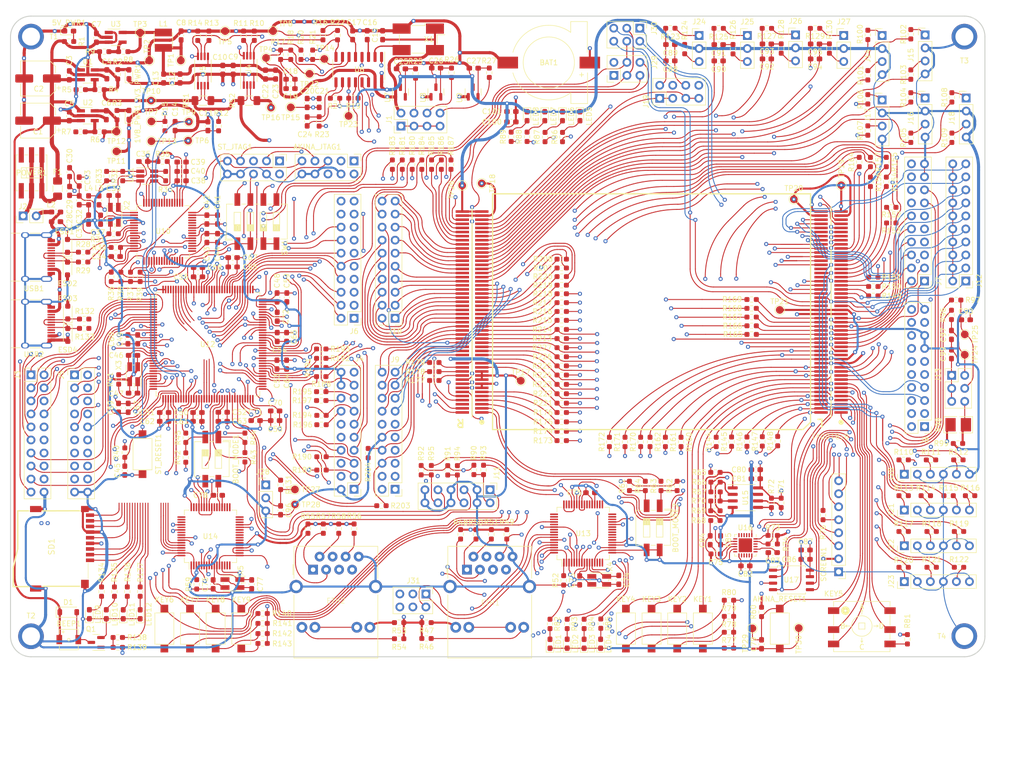
<source format=kicad_pcb>
(kicad_pcb (version 20221018) (generator pcbnew)
  (layers (0 "F.Cu" signal) (1 "In1.Cu" signal) (2 "In2.Cu" signal) (31 "B.Cu" signal) (34 "B.Paste" user) (35 "F.Paste" user) (36 "B.SilkS" user "B.Silkscreen") (37 "F.SilkS" user "F.Silkscreen") (38 "B.Mask" user) (39 "F.Mask" user) (44 "Edge.Cuts" user))
  (net 0 "")
  (net 1 "VSS")
  (net 2 "Net-(1V8_PWR1-A)")
  (net 3 "Net-(3V3_PWR1-A)")
  (net 4 "Net-(5V_PWR1-A)")
  (net 5 "+3V3")
  (net 6 "/AD4")
  (net 7 "/AD1")
  (net 8 "/AKINA_JTDO")
  (net 9 "/AD3")
  (net 10 "/AD0")
  (net 11 "/AKINA_RESET")
  (net 12 "+5V")
  (net 13 "Net-(BEEP1--)")
  (net 14 "Net-(BOOT_MODE1-Pad1)")
  (net 15 "Net-(BOOT_MODE1-Pad2)")
  (net 16 "Net-(BOOT_MODE2-Pad1)")
  (net 17 "Net-(BOOT_MODE2-Pad2)")
  (net 18 "/AKINA_I2C2_SCL")
  (net 19 "/AKINA_I2C2_SDA")
  (net 20 "/AKINA_KEY_A")
  (net 21 "/AKINA_KEY_B")
  (net 22 "/AKINA_KEY_CENTER")
  (net 23 "/AKINA_KEY_C")
  (net 24 "/AKINA_KEY_D")
  (net 25 "/AKINA_SPI1_SCK")
  (net 26 "/AKINA_SPI1_MISO")
  (net 27 "/AKINA_SPI1_MOSI")
  (net 28 "/AKINA_SPI1_NSS")
  (net 29 "/DUT_VDDA_3.3V_1")
  (net 30 "/AKINA_USART1_TX")
  (net 31 "/AKINA_USART1_RX")
  (net 32 "/AKINA_I2C1_SCL")
  (net 33 "/AKINA_I2C1_SDA")
  (net 34 "/AKINA_SCREEN_RST")
  (net 35 "/AKINA_D_C")
  (net 36 "/AKINA_BLK")
  (net 37 "/AKINA_SPI2_SCK")
  (net 38 "/AKINA_SPI2_MOSI")
  (net 39 "/AKINA_SPI2_NSS")
  (net 40 "/DUT_+3.3V_1")
  (net 41 "/AKINA_ADC_IN4")
  (net 42 "/AKINA_ADC_IN5")
  (net 43 "/AKINA_ADC_IN6")
  (net 44 "/AKINA_ADC_IN7")
  (net 45 "/BTB_PF0")
  (net 46 "/BTB_PF1")
  (net 47 "/BTB_PF2")
  (net 48 "/BTB_PF3")
  (net 49 "/BTB_PF4")
  (net 50 "/BTB_PF5")
  (net 51 "/BTB_PF6")
  (net 52 "/BTB_PF7")
  (net 53 "/BTB_PF8")
  (net 54 "/BTB_PF9")
  (net 55 "/BTB_PF10")
  (net 56 "/AKINA_LED0")
  (net 57 "/AKINA_LED1")
  (net 58 "/AKINA_LED2")
  (net 59 "/AKINA_LED3")
  (net 60 "/AKINA_HALL_CH1")
  (net 61 "/AKINA_HALL_CH2")
  (net 62 "/AKINA_HALL_CH3")
  (net 63 "/BTB_PE2")
  (net 64 "/BTB_PE3")
  (net 65 "/BTB_PE4")
  (net 66 "/BTB_PE5")
  (net 67 "/BTB_PE6")
  (net 68 "/AKINA_KEY1")
  (net 69 "/AKINA_KEY2")
  (net 70 "/AKINA_KEY3")
  (net 71 "/AKINA_KEY4")
  (net 72 "/BTB_PC0")
  (net 73 "/BTB_PC1")
  (net 74 "/BTB_PC2")
  (net 75 "/EXP_PIN1")
  (net 76 "/BTB_PC13")
  (net 77 "/BTB_PC14")
  (net 78 "/BTB_PC15")
  (net 79 "/AKINA_USART3_TX")
  (net 80 "/AKINA_USART3_RX")
  (net 81 "/BTB_PF11")
  (net 82 "/BTB_PF12")
  (net 83 "/BTB_PF13")
  (net 84 "/BTB_PF14")
  (net 85 "/BTB_PF15")
  (net 86 "/AKINA_USART4_TX")
  (net 87 "/AKINA_USART4_RX")
  (net 88 "/EXP_PIN2")
  (net 89 "/AKINA_CMP1_IP1")
  (net 90 "/AKINA_CMP1_IP2")
  (net 91 "/AKINA_CMP1_IP3")
  (net 92 "/AKINA_CMP1{slash}2_REF")
  (net 93 "/AKINA_CMP1_IP4")
  (net 94 "/AKINA_CMP1_IP5")
  (net 95 "/AKINA_CMP1_IN")
  (net 96 "/AKINA_CMP2_IP1")
  (net 97 "/AKINA_CMP2_IP2")
  (net 98 "/AKINA_CMP2_IP3")
  (net 99 "/AKINA_CMP2_IP4")
  (net 100 "/AKINA_CMP2_IP5")
  (net 101 "/AKINA_CMP2_IN")
  (net 102 "/AKINA_ADC_IN8")
  (net 103 "/AKINA_ADC_IN9")
  (net 104 "/AKINA_ADC_IN13")
  (net 105 "/AKINA_ADC_IN12")
  (net 106 "/AKINA_ADC_IN10")
  (net 107 "/AKINA_ADC_IN11")
  (net 108 "/AKINA_BOOT0")
  (net 109 "/AKINA_BOOT1")
  (net 110 "/BTB_PA0")
  (net 111 "/BTB_PA1")
  (net 112 "/BTB_PA2")
  (net 113 "/BTB_PA3")
  (net 114 "/BTB_PG0")
  (net 115 "/BTB_PG1")
  (net 116 "/BTB_PG2")
  (net 117 "/BTB_PG3")
  (net 118 "/BTB_PG4")
  (net 119 "/BTB_PG5")
  (net 120 "/BTB_PG6")
  (net 121 "/BTB_PE7")
  (net 122 "/BTB_PE8")
  (net 123 "/BTB_PE10")
  (net 124 "/BTB_PE12")
  (net 125 "/BTB_PE14")
  (net 126 "/BTB_PE15")
  (net 127 "/BTB_PE0")
  (net 128 "/BTB_PE1")
  (net 129 "/BTB_PG15")
  (net 130 "/BTB_PB5")
  (net 131 "/EXP_PIN3")
  (net 132 "/EXP_PIN4")
  (net 133 "/EXP_PIN5")
  (net 134 "/EXP_PIN6")
  (net 135 "/MC_BKIN_0")
  (net 136 "/MCPWM_CH1")
  (net 137 "/MCPWM_CH1N")
  (net 138 "/MCPWM_CH3N")
  (net 139 "/MCPWM_CH3")
  (net 140 "/MCPWM_CH2N")
  (net 141 "/MCPWM_CH2")
  (net 142 "/AKINA_OPAMP3_IN")
  (net 143 "/AKINA_OPAMP3_IP")
  (net 144 "/AKINA_OPAMP2_IN")
  (net 145 "/AKINA_OPAMP2_IP")
  (net 146 "/AKINA_OPAMP4_IP")
  (net 147 "/AKINA_OPAMP4_IN")
  (net 148 "/AKINA_PA10")
  (net 149 "/AKINA_PA9")
  (net 150 "/MC_BKIN_1")
  (net 151 "/AKINA_LED4")
  (net 152 "/AKINA_LED5")
  (net 153 "/AKINA_LED6")
  (net 154 "/AKINA_LED7")
  (net 155 "/BTB_PG9")
  (net 156 "/BTB_PG10")
  (net 157 "/BTB_PG11")
  (net 158 "/DUT_VBAT")
  (net 159 "/BTB_PB0")
  (net 160 "/BTB_PB1")
  (net 161 "/BTB_PB2")
  (net 162 "/EXP_PIN7")
  (net 163 "/AKINA_ETH_SCS")
  (net 164 "/AKINA_ETH_SCK")
  (net 165 "/AKINA_ETH_SDI")
  (net 166 "/AKINA_ETH_SDO")
  (net 167 "/BTB_PC6")
  (net 168 "/BTB_PC7")
  (net 169 "/EXP_PIN8")
  (net 170 "/EXP_PIN9")
  (net 171 "/EXP_PIN10")
  (net 172 "/EXP_PIN11")
  (net 173 "/EXP_PIN12")
  (net 174 "/BTB_PD8")
  (net 175 "/BTB_PD9")
  (net 176 "/BTB_PD10")
  (net 177 "/BTB_PD11")
  (net 178 "/BTB_PD12")
  (net 179 "/BTB_PD13")
  (net 180 "/BTB_PD14")
  (net 181 "/BTB_PD15")
  (net 182 "/BTB_PD0")
  (net 183 "/BTB_PD1")
  (net 184 "/EXP_PIN13")
  (net 185 "/BTB_PD3")
  (net 186 "/BTB_PD4")
  (net 187 "/BTB_PD5")
  (net 188 "/BTB_PD6")
  (net 189 "/BTB_PD7")
  (net 190 "/AKINA_USART2_TX")
  (net 191 "/AKINA_USART2_RX")
  (net 192 "/AKINA_OPA_OUT")
  (net 193 "+1V8")
  (net 194 "+3.3VA")
  (net 195 "/ADC12_IN15")
  (net 196 "/ADC12_IN14")
  (net 197 "Net-(U6-MCLK_OUT)")
  (net 198 "/TM7707_RST")
  (net 199 "/AIN2+")
  (net 200 "/AIN2-")
  (net 201 "/AIN1+")
  (net 202 "/AIN1-")
  (net 203 "Net-(U6-REF_IN(+))")
  (net 204 "Net-(U7-OUT)")
  (net 205 "Net-(U8-OUT)")
  (net 206 "Net-(U9-OUT)")
  (net 207 "/USB_PWR_IN")
  (net 208 "Net-(U10-VPHY)")
  (net 209 "Net-(U10-VPLL)")
  (net 210 "/VCORE")
  (net 211 "Net-(U10-~{RESET})")
  (net 212 "Net-(U10-OSCI)")
  (net 213 "Net-(U10-OSCO)")
  (net 214 "Net-(U12-NRST)")
  (net 215 "Net-(U12-PH0)")
  (net 216 "Net-(U12-PH1)")
  (net 217 "Net-(U12-VCAP_1)")
  (net 218 "Net-(U12-VCAP_2)")
  (net 219 "Net-(U13-XI)")
  (net 220 "Net-(U13-XO)")
  (net 221 "Net-(U13-RSTI)")
  (net 222 "Net-(U14-XI)")
  (net 223 "Net-(U14-XO)")
  (net 224 "Net-(U14-RSTI)")
  (net 225 "Net-(U16-CPOUT)")
  (net 226 "Net-(U16-REGOUT)")
  (net 227 "/AKINA_OPAMP1_IN")
  (net 228 "/AKINA_OPAMP1_IP")
  (net 229 "/TP27")
  (net 230 "/TP24")
  (net 231 "/TP25")
  (net 232 "Net-(C99-Pad2)")
  (net 233 "Net-(ESD1-A1)")
  (net 234 "Net-(ESD3-A1)")
  (net 235 "Net-(ESD4-A1)")
  (net 236 "/ETH1_TXP")
  (net 237 "/ETH1_TXN")
  (net 238 "/ETH1_RXP")
  (net 239 "/ETH1_RXN")
  (net 241 "Net-(ETH1-Pad9)")
  (net 242 "/AKINA_ETH_ELINK")
  (net 243 "Net-(ETH1-Pad12)")
  (net 244 "/ETH2_RXN")
  (net 245 "/ETH2_RXP")
  (net 246 "/ETH2_TXN")
  (net 247 "/ETH2_TXP")
  (net 249 "Net-(ETH2-Pad9)")
  (net 250 "/STM32_ETH_ELINK")
  (net 251 "Net-(ETH2-Pad12)")
  (net 252 "Net-(F1-Pad2)")
  (net 253 "Net-(J1-Pad1)")
  (net 254 "/REF_3V")
  (net 255 "/REF_2.5V")
  (net 256 "/REF_1.25V")
  (net 257 "/VBUS")
  (net 258 "Net-(J2-Pad2)")
  (net 259 "/PE2")
  (net 260 "/PF2")
  (net 261 "/PE3")
  (net 262 "/PF3")
  (net 263 "/PE4")
  (net 264 "/PF4")
  (net 265 "/PE5")
  (net 266 "/PF5")
  (net 267 "/PE6")
  (net 268 "/PF6")
  (net 269 "/PC13")
  (net 270 "/PF7")
  (net 271 "/PC14")
  (net 272 "/PF8")
  (net 273 "/PC15")
  (net 274 "/PF9")
  (net 275 "/PF0")
  (net 276 "/PF10")
  (net 277 "/PF1")
  (net 278 "/PD8")
  (net 279 "/PG3")
  (net 280 "/PD9")
  (net 281 "/PG4")
  (net 282 "/PD10")
  (net 283 "/PG5")
  (net 284 "/PD11")
  (net 285 "/PG6")
  (net 286 "/PD12")
  (net 287 "/PG7")
  (net 288 "/PD13")
  (net 289 "/STM32_SPI6_NSS")
  (net 290 "/PD14")
  (net 291 "/PC6")
  (net 292 "/PD15")
  (net 293 "/PC7")
  (net 294 "/PG2")
  (net 295 "/PC0")
  (net 296 "/PC1")
  (net 297 "/PC2")
  (net 298 "/PB0")
  (net 299 "/PA0")
  (net 300 "/PB1")
  (net 301 "/PA1")
  (net 302 "/PA2")
  (net 303 "/PG0")
  (net 304 "/PA3")
  (net 305 "/PG1")
  (net 306 "/PA6")
  (net 307 "/PE7")
  (net 308 "/PA7")
  (net 309 "/PE8")
  (net 310 "/PC8")
  (net 311 "/PD0")
  (net 312 "/PC9")
  (net 313 "/PD1")
  (net 314 "/PA8")
  (net 315 "/PD2")
  (net 316 "/PA9")
  (net 317 "/PD3")
  (net 318 "/PA10")
  (net 319 "/PD4")
  (net 320 "/PA11")
  (net 321 "/PD5")
  (net 322 "/PA12")
  (net 323 "/PD6")
  (net 324 "/PC10")
  (net 325 "/PD7")
  (net 326 "/PC11")
  (net 327 "/PC12")
  (net 328 "/ST_HALL_CH1")
  (net 329 "Net-(J11-Pad2)")
  (net 330 "/ST_HALL_CH2")
  (net 331 "Net-(J11-Pad6)")
  (net 332 "/ST_HALL_CH3")
  (net 333 "Net-(J11-Pad10)")
  (net 334 "Net-(J13-Pad6)")
  (net 335 "Net-(J14-Pad1)")
  (net 336 "Net-(J14-Pad3)")
  (net 337 "Net-(J15-Pad1)")
  (net 338 "Net-(J15-Pad3)")
  (net 339 "Net-(J16-Pad1)")
  (net 340 "Net-(J16-Pad3)")
  (net 341 "Net-(J17-Pad1)")
  (net 342 "Net-(J17-Pad3)")
  (net 343 "Net-(J18-Pad1)")
  (net 344 "Net-(J18-Pad3)")
  (net 345 "/MCPWM_CH4")
  (net 346 "/MCPWM_CH4N")
  (net 347 "/CMP1_IP1")
  (net 348 "/CMP1_IP2")
  (net 349 "/CMP1_IP3")
  (net 350 "/CMP1_IP4")
  (net 351 "/CMP1_IP5")
  (net 352 "/CMP1_IN")
  (net 353 "Net-(J21-Pad6)")
  (net 354 "/CMP2_IP1")
  (net 355 "/CMP2_IP2")
  (net 356 "/CMP2_IP3")
  (net 357 "/CMP2_IP4")
  (net 358 "/CMP2_IP5")
  (net 359 "/CMP2_IN")
  (net 360 "/OPAMP1_IP")
  (net 361 "/OPAMP1_IN")
  (net 362 "/OPAMP2_IP")
  (net 363 "/OPAMP2_IN")
  (net 364 "/OPAMP3_IP")
  (net 365 "/OPAMP3_IN")
  (net 366 "/OPAMP4_IP")
  (net 367 "/OPAMP4_IN")
  (net 368 "/ADC123_IN13")
  (net 369 "/FT_USART2_RX")
  (net 370 "/FT_USART2_TX")
  (net 371 "/ETH1_TXD")
  (net 372 "/ETH1_RXD")
  (net 373 "/FT_USART4_RX")
  (net 374 "/FT_USART4_TX")
  (net 375 "/ETH2_TXD")
  (net 376 "/ETH2_RXD")
  (net 377 "Net-(KEY1-Pad2)")
  (net 378 "Net-(KEY2-Pad2)")
  (net 379 "Net-(KEY3-Pad2)")
  (net 380 "Net-(KEY4-Pad2)")
  (net 381 "Net-(KEY5-COMMON)")
  (net 382 "Net-(KEY6-Pad2)")
  (net 383 "Net-(KEY7-Pad2)")
  (net 384 "Net-(KEY8-Pad2)")
  (net 385 "Net-(KEY9-Pad2)")
  (net 386 "/TP3")
  (net 387 "Net-(LED1-A)")
  (net 388 "Net-(LED2-A)")
  (net 389 "Net-(LED3-A)")
  (net 390 "Net-(LED4-A)")
  (net 391 "Net-(LED5-A)")
  (net 392 "Net-(LED6-A)")
  (net 393 "Net-(LED7-A)")
  (net 394 "Net-(LED8-A)")
  (net 395 "Net-(LED9-A)")
  (net 396 "Net-(LED10-A)")
  (net 397 "Net-(LED11-A)")
  (net 398 "Net-(LED12-A)")
  (net 401 "Net-(Q1-B)")
  (net 402 "Net-(U1-BP{slash}FB)")
  (net 403 "Net-(U2-BP{slash}FB)")
  (net 404 "Net-(U3-BP{slash}FB)")
  (net 405 "Net-(U4-REF2)")
  (net 406 "Net-(U4-REF1)")
  (net 407 "Net-(U5-REF2)")
  (net 408 "Net-(U5-REF1)")
  (net 409 "/INA240_Output1")
  (net 410 "Net-(U6-REF_IN(-))")
  (net 411 "Net-(U10-DM)")
  (net 412 "Net-(U10-DP)")
  (net 413 "Net-(U10-REF)")
  (net 414 "Net-(U11-DO)")
  (net 415 "Net-(U10-EEDATA)")
  (net 416 "Net-(U10-EECS)")
  (net 417 "Net-(U10-EECLK)")
  (net 418 "/STM32_BOOT0")
  (net 419 "/STM32_BOOT1")
  (net 420 "Net-(U13-RSETE)")
  (net 421 "Net-(U14-RSETE)")
  (net 422 "Net-(U15-A0)")
  (net 423 "Net-(U15-A1)")
  (net 424 "Net-(U15-A2)")
  (net 425 "Net-(U16-AD0)")
  (net 426 "Net-(SCREEN1-~{RESET})")
  (net 427 "/STM32_DAC_OUT1")
  (net 428 "/STM32_USB_DM")
  (net 429 "/STM32_USB_DP")
  (net 430 "/PB9")
  (net 431 "/PB8")
  (net 432 "/PB7")
  (net 433 "/PB6")
  (net 434 "/STM32_BEEP")
  (net 435 "/PF11")
  (net 436 "/PF12")
  (net 437 "/PF13")
  (net 438 "/PF14")
  (net 439 "/PF15")
  (net 440 "/PG9")
  (net 441 "/PG10")
  (net 442 "/PG11")
  (net 443 "/PG15")
  (net 444 "/PB5")
  (net 445 "/PE10")
  (net 446 "/PE12")
  (net 447 "/PE14")
  (net 448 "/PE15")
  (net 449 "/PE0")
  (net 450 "/PE1")
  (net 451 "/ST_JTDI")
  (net 452 "/ST_JTDO")
  (net 453 "/AD2")
  (net 454 "/STM32_SPI6_SCK")
  (net 455 "Net-(U6-MCLK_IN)")
  (net 456 "/STM32_SPI6_MISO")
  (net 457 "/STM32_SPI6_MOSI")
  (net 468 "/FT_USART3_TX")
  (net 469 "/FT_USART3_RX")
  (net 483 "/STM32_ETH_SCS")
  (net 484 "/STM32_ETH_SCK")
  (net 485 "/STM32_ETH_SDI")
  (net 486 "/STM32_ETH_SDO")
  (net 487 "/VREF_3.3V")
  (net 488 "/STM32_DAC_OUT2")
  (net 489 "/STM32_USB_ID")
  (net 493 "/ETH1_GPIO0")
  (net 494 "/ETH1_GPIO1")
  (net 495 "/ETH1_GPIO2")
  (net 496 "/ETH1_GPIO3")
  (net 497 "/ETH1_RST2")
  (net 498 "/ETH1_SEL")
  (net 501 "/ETH1_GPIO4")
  (net 502 "/ETH1_GPIO5")
  (net 503 "/ETH1_GPIO6")
  (net 504 "/ETH1_GPIO7")
  (net 509 "/AKINA_ETH_INT")
  (net 524 "/STM32_ETH_INT")
  (net 534 "/AUX_DA")
  (net 535 "/AUX_CL")
  (net 536 "/MPU6050_INT")
  (net 552 "/ETH2_GPIO0")
  (net 553 "/ETH2_GPIO1")
  (net 554 "/ETH2_GPIO2")
  (net 555 "/ETH2_GPIO3")
  (net 556 "/ETH2_RST2")
  (net 557 "/ETH2_SEL")
  (net 558 "/ETH2_GPIO4")
  (net 559 "/ETH2_GPIO5")
  (net 560 "/ETH2_GPIO6")
  (net 561 "/ETH2_GPIO7")
  (net 562 "Net-(ESD2-A1)")
  (net 563 "unconnected-(BTB100x1-Pad69)")
  (footprint "Package_TO_SOT_SMD:SOT-23" (layer "F.Cu") (at 126.0348 44.8056 90)
    (fp_text reference "U7")
    (fp_text value "REF3030")
  )
  (footprint "Capacitor_SMD:C_0603_1608Metric_Pad1.08x0.95mm_HandSolder" (layer "F.Cu") (at 116.713 33.7159 90)
    (fp_text reference "C17")
    (fp_text value "0603 4.7uF/1%")
  )
  (footprint "Capacitor_SMD:C_0603_1608Metric_Pad1.08x0.95mm_HandSolder" (layer "F.Cu") (at 79.9592 109.0676 180)
    (fp_text reference "C62")
    (fp_text value "4.7uF")
  )
  (footprint "Resistor_SMD:R_0603_1608Metric_Pad0.98x0.95mm_HandSolder" (layer "F.Cu") (at 225.552 33.538 90)
    (fp_text reference "R102")
    (fp_text value "0R/1%")
  )
  (footprint "Capacitor_SMD:C_0603_1608Metric_Pad1.08x0.95mm_HandSolder" (layer "F.Cu") (at 122.555 33.717 90)
    (fp_text reference "C15")
    (fp_text value "0603 0.01uF/16V")
  )
  (footprint "Inductor_SMD:L_0603_1608Metric_Pad1.05x0.95mm_HandSolder" (layer "F.Cu") (at 65.2272 65.9384 90)
    (fp_text reference "L4")
    (fp_text value "6.8nH/500mA")
  )
  (footprint "LED_SMD:LED_0603_1608Metric_Pad1.05x0.95mm_HandSolder" (layer "F.Cu") (at 75.2856 146.7104 90)
    (fp_text reference "LED12")
    (fp_text value "LD271")
  )
  (footprint "Connector_PinHeader_2.54mm:PinHeader_2x10_P2.54mm_Vertical" (layer "F.Cu") (at 125 122.3264 180)
    (fp_text reference "J9")
    (fp_text value "PIN20")
  )
  (footprint "Resistor_SMD:R_0603_1608Metric_Pad0.98x0.95mm_HandSolder" (layer "F.Cu") (at 198.374 124.968 -90)
    (fp_text reference "R72")
    (fp_text value "10K/1%")
  )
  (footprint "Capacitor_SMD:C_0603_1608Metric_Pad1.08x0.95mm_HandSolder" (layer "F.Cu") (at 58.8772 70.104)
    (fp_text reference "C28")
    (fp_text value "0603 10uF/16V")
  )
  (footprint "LED_SMD:LED_0603_1608Metric_Pad1.05x0.95mm_HandSolder" (layer "F.Cu") (at 71.9836 146.7104 90)
    (fp_text reference "LED11")
    (fp_text value "LD271")
  )
  (footprint "Capacitor_SMD:C_0603_1608Metric_Pad1.08x0.95mm_HandSolder" (layer "F.Cu") (at 110.1852 46.9392 -90)
    (fp_text reference "C21")
    (fp_text value "0603 0.1uF/16V")
  )
  (footprint "Capacitor_SMD:C_0603_1608Metric_Pad1.08x0.95mm_HandSolder" (layer "F.Cu") (at 66.7512 34.2392 90)
    (fp_text reference "C7")
    (fp_text value "0603 1uF/16V")
  )
  (footprint "Capacitor_SMD:C_0603_1608Metric_Pad1.08x0.95mm_HandSolder" (layer "F.Cu") (at 197.485 35.433 180)
    (fp_text reference "C93")
    (fp_text value "0.1uF")
  )
  (footprint "Capacitor_SMD:C_0603_1608Metric_Pad1.08x0.95mm_HandSolder" (layer "F.Cu") (at 91.3892 107.2896 180)
    (fp_text reference "C52")
    (fp_text value "0.1uF")
  )
  (footprint "Resistor_SMD:R_0603_1608Metric_Pad0.98x0.95mm_HandSolder" (layer "F.Cu") (at 134.0104 58.9788 90)
    (fp_text reference "R186")
    (fp_text value "0603 10K/1%")
  )
  (footprint "Capacitor_SMD:C_0603_1608Metric_Pad1.08x0.95mm_HandSolder" (layer "F.Cu") (at 97.028 140.8684 90)
    (fp_text reference "C77")
    (fp_text value "0603 20PF/16V")
  )
  (footprint "TestPoint:TestPoint_Pad_D1.5mm" (layer "F.Cu") (at 77.47 54.4068 180)
    (fp_text reference "TP13")
    (fp_text value "TestPoint_1.5mm")
  )
  (footprint "Resistor_SMD:R_0603_1608Metric_Pad0.98x0.95mm_HandSolder" (layer "F.Cu") (at 161.8488 148.59 -90)
    (fp_text reference "R84")
    (fp_text value "1K/1%")
  )
  (footprint "Diode_SMD:D_SOD-323_HandSoldering" (layer "F.Cu") (at 61.1632 92.202 -90)
    (fp_text reference "ESD4")
    (fp_text value "SD24C-TP")
  )
  (footprint "LED_SMD:LED_0603_1608Metric_Pad1.05x0.95mm_HandSolder" (layer "F.Cu") (at 73.1012 41.3512 90)
    (fp_text reference "3V3_PWR1")
    (fp_text value "0603 3V3_LED")
  )
  (footprint "Resistor_SMD:R_0603_1608Metric_Pad0.98x0.95mm_HandSolder" (layer "F.Cu") (at 67.3589 52.578)
    (fp_text reference "R6")
    (fp_text value "0603 200K/1%")
  )
  (footprint "Resistor_SMD:R_0603_1608Metric_Pad0.98x0.95mm_HandSolder" (layer "F.Cu") (at 157.48 100.0252)
    (fp_text reference "R224")
    (fp_text value "0603 10K/1%")
  )
  (footprint "Capacitor_SMD:C_0603_1608Metric_Pad1.08x0.95mm_HandSolder" (layer "F.Cu") (at 70.104 64.9964)
    (fp_text reference "C36")
    (fp_text value "0603 27pF/16V")
  )
  (footprint "Capacitor_SMD:C_0603_1608Metric_Pad1.08x0.95mm_HandSolder" (layer "F.Cu") (at 101.7016 41.402 -90)
    (fp_text reference "C23")
    (fp_text value "0603 0.1uF/16V")
  )
  (footprint "Capacitor_SMD:C_0603_1608Metric_Pad1.08x0.95mm_HandSolder" (layer "F.Cu") (at 188.087 35.56 180)
    (fp_text reference "C91")
    (fp_text value "0.1uF")
  )
  (footprint "LED_SMD:LED_0603_1608Metric_Pad1.05x0.95mm_HandSolder" (layer "F.Cu") (at 150.7236 49.53 -90)
    (fp_text reference "LED8")
    (fp_text value "LD271")
  )
  (footprint "Resistor_SMD:R_0603_1608Metric_Pad0.98x0.95mm_HandSolder" (layer "F.Cu") (at 122.3264 125.5268 180)
    (fp_text reference "R203")
    (fp_text value "0603 10K/1%")
  )
  (footprint "Button_Switch_SMD:SW_SPST_CK_RS282G05A3" (layer "F.Cu") (at 80 149.5 -90)
    (fp_text reference "KEY6")
    (fp_text value "SW_Push")
  )
  (footprint "TestPoint:TestPoint_Pad_D1.5mm" (layer "F.Cu") (at 199.9996 87.3252)
    (fp_text reference "TP21")
    (fp_text value "TestPoint_1.5mm")
  )
  (footprint "Connector_PinHeader_2.54mm:PinHeader_2x05_P2.54mm_Vertical" (layer "F.Cu") (at 116.9874 58.2626 -90)
    (fp_text reference "AKINA_JTAG1")
    (fp_text value "~")
  )
  (footprint "TestPoint:TestPoint_Pad_D1.5mm" (layer "F.Cu") (at 141.8844 62.6364)
    (fp_text reference "TP18")
    (fp_text value "TestPoint_1.5mm")
  )
  (footprint "Package_SO:SOIC-16_3.9x9.9mm_P1.27mm" (layer "F.Cu") (at 117.9068 40.4368 -90)
    (fp_text reference "U6")
    (fp_text value "TM7707")
  )
  (footprint "Resistor_SMD:R_0603_1608Metric_Pad0.98x0.95mm_HandSolder" (layer "F.Cu") (at 64.1604 76.0476)
    (fp_text reference "R28")
    (fp_text value "0603 0R/1%")
  )
  (footprint "Capacitor_SMD:C_0603_1608Metric_Pad1.08x0.95mm_HandSolder" (layer "F.Cu") (at 195.326 118.491 180)
    (fp_text reference "C80")
    (fp_text value "0.1uF")
  )
  (footprint "Resistor_SMD:R_0603_1608Metric_Pad0.98x0.95mm_HandSolder" (layer "F.Cu") (at 225.552 53.731 90)
    (fp_text reference "R105")
    (fp_text value "0R/1%")
  )
  (footprint "Capacitor_SMD:C_0603_1608Metric_Pad1.08x0.95mm_HandSolder" (layer "F.Cu") (at 71.0692 106.426 -90)
    (fp_text reference "C69")
    (fp_text value "4.7uF")
  )
  (footprint "Capacitor_SMD:C_0603_1608Metric_Pad1.08x0.95mm_HandSolder" (layer "F.Cu") (at 72.9488 106.4249 -90)
    (fp_text reference "C57")
    (fp_text value "0.1uF")
  )
  (footprint "Resistor_SMD:R_0603_1608Metric_Pad0.98x0.95mm_HandSolder" (layer "F.Cu") (at 72.2884 115.1636 -90)
    (fp_text reference "R40")
    (fp_text value "0603 10K/1%")
  )
  (footprint "Resistor_SMD:R_0603_1608Metric_Pad0.98x0.95mm_HandSolder" (layer "F.Cu") (at 110.5916 103.2764)
    (fp_text reference "R195")
    (fp_text value "0603 10K/1%")
  )
  (footprint "Resistor_SMD:R_0603_1608Metric_Pad0.98x0.95mm_HandSolder" (layer "F.Cu") (at 110.6424 107.8992)
    (fp_text reference "R194")
    (fp_text value "0603 10K/1%")
  )
  (footprint "LED_SMD:LED_0603_1608Metric_Pad1.05x0.95mm_HandSolder" (layer "F.Cu") (at 161.036 49.53 -90)
    (fp_text reference "LED5")
    (fp_text value "LD271")
  )
  (footprint "Capacitor_SMD:C_0603_1608Metric_Pad1.08x0.95mm_HandSolder" (layer "F.Cu") (at 233.4768 92.2031 90)
    (fp_text reference "C97")
    (fp_text value "0.1uF")
  )
  (footprint "Resistor_SMD:R_0603_1608Metric_Pad0.98x0.95mm_HandSolder" (layer "F.Cu") (at 157.48 80.8228)
    (fp_text reference "R220")
    (fp_text value "0603 10K/1%")
  )
  (footprint "Capacitor_SMD:C_0603_1608Metric_Pad1.08x0.95mm_HandSolder" (layer "F.Cu") (at 198.624 134.677)
    (fp_text reference "C83")
    (fp_text value "2.2nF")
  )
  (footprint "Resistor_SMD:R_0603_1608Metric_Pad0.98x0.95mm_HandSolder" (layer "F.Cu") (at 75.2856 142.2889 -90)
    (fp_text reference "R137")
    (fp_text value "0603 1K/1%")
  )
  (footprint "Resistor_SMD:R_0603_1608Metric_Pad0.98x0.95mm_HandSolder" (layer "F.Cu") (at 146.764 131.1129 -90)
    (fp_text reference "R49")
    (fp_text value "49R9/1%")
  )
  (footprint "Resistor_SMD:R_0603_1608Metric_Pad0.98x0.95mm_HandSolder" (layer "F.Cu") (at 117 130 -90)
    (fp_text reference "R56")
    (fp_text value "49R9/1%")
  )
  (footprint "Resistor_SMD:R_0603_1608Metric_Pad0.98x0.95mm_HandSolder" (layer "F.Cu") (at 110.6424 109.728)
    (fp_text reference "R196")
    (fp_text value "0603 10K/1%")
  )
  (footprint "Resistor_SMD:R_0603_1608Metric_Pad0.98x0.95mm_HandSolder" (layer "F.Cu") (at 69.6422 80.8717 90)
    (fp_text reference "R36")
    (fp_text value "0603 10K/1%")
  )
  (footprint "Capacitor_SMD:C_0603_1608Metric_Pad1.08x0.95mm_HandSolder" (layer "F.Cu") (at 86.5632 79.0448)
    (fp_text reference "C68")
    (fp_text value "4.7uF")
  )
  (footprint "Capacitor_SMD:C_0603_1608Metric_Pad1.08x0.95mm_HandSolder" (layer "F.Cu") (at 93.3185 77.1144)
    (fp_text reference "C67")
    (fp_text value "4.7uF")
  )
  (footprint "Capacitor_SMD:C_0603_1608Metric_Pad1.08x0.95mm_HandSolder" (layer "F.Cu") (at 61.468 41.5544 90)
    (fp_text reference "C3")
    (fp_text value "0603 1uF/16V")
  )
  (footprint "Resistor_SMD:R_0603_1608Metric_Pad0.98x0.95mm_HandSolder" (layer "F.Cu") (at 218.2368 80.9244 180)
    (fp_text reference "R151")
    (fp_text value "0603 10K/1%")
  )
  (footprint "Resistor_SMD:R_0603_1608Metric_Pad0.98x0.95mm_HandSolder" (layer "F.Cu") (at 157.48 91.1352)
    (fp_text reference "R214")
    (fp_text value "0603 10K/1%")
  )
  (footprint "Resistor_SMD:R_0603_1608Metric_Pad0.98x0.95mm_HandSolder" (layer "F.Cu") (at 187.4755 120.92579)
    (fp_text reference "R66")
    (fp_text value "10K/1%")
  )
  (footprint "Resistor_SMD:R_0603_1608Metric_Pad0.98x0.95mm_HandSolder" (layer "F.Cu") (at 196.596 112.9792 90)
    (fp_text reference "R147")
    (fp_text value "0603 10K/1%")
  )
  (footprint "Resistor_SMD:R_0603_1608Metric_Pad0.98x0.95mm_HandSolder" (layer "F.Cu") (at 173.7868 121.666 90)
    (fp_text reference "R64")
    (fp_text value "0603 10K/1%")
  )
  (footprint "Button_Switch_SMD:SW_DIP_SPSTx02_Slide_6.7x6.64mm_W8.61mm_P2.54mm_LowProfile" (layer "F.Cu") (at 89.2556 116.4336 -90)
    (fp_text reference "BOOT_MODE1")
    (fp_text value "SW_SMD_2P-2.54mm")
  )
  (footprint "Resistor_SMD:R_0603_1608Metric_Pad0.98x0.95mm_HandSolder" (layer "F.Cu") (at 217.678 62.3316 -90)
    (fp_text reference "R156")
    (fp_text value "0603 10K/1%")
  )
  (footprint "Resistor_SMD:R_0603_1608Metric_Pad0.98x0.95mm_HandSolder" (layer "F.Cu") (at 71.882 61.214 -90)
    (fp_text reference "R32")
    (fp_text value "0603 2K/1%")
  )
  (footprint "Capacitor_SMD:CP_Elec_6.3x7.7" (layer "F.Cu") (at 55.372 42.164 180)
    (fp_text reference "C2")
    (fp_text value "22uF")
  )
  (footprint "zgoolib:M3_Whole" (layer "F.Cu") (at 54 34)
    (fp_text reference "T1")
    (fp_text value "~")
  )
  (footprint "Resistor_SMD:R_0603_1608Metric_Pad0.98x0.95mm_HandSolder" (layer "F.Cu") (at 110.5916 105.0036)
    (fp_text reference "R197")
    (fp_text value "0603 10K/1%")
  )
  (footprint "Capacitor_SMD:C_0603_1608Metric_Pad1.08x0.95mm_HandSolder" (layer "F.Cu") (at 97.79 108.9152 180)
    (fp_text reference "C71")
    (fp_text value "0603 0.1uF/16V")
  )
  (footprint "Resistor_SMD:R_0603_1608Metric_Pad0.98x0.95mm_HandSolder" (layer "F.Cu") (at 229.616 137.541 180)
    (fp_text reference "R121")
    (fp_text value "0R/1%")
  )
  (footprint "Capacitor_SMD:C_0603_1608Metric_Pad1.08x0.95mm_HandSolder" (layer "F.Cu") (at 91.3892 109.0676 180)
    (fp_text reference "C63")
    (fp_text value "4.7uF")
  )
  (footprint "Capacitor_SMD:C_0603_1608Metric_Pad1.08x0.95mm_HandSolder" (layer "F.Cu") (at 132.9944 40.132)
    (fp_text reference "C26")
    (fp_text value "0603 10uF/16V")
  )
  (footprint "Connector_PinHeader_2.54mm:PinHeader_1x06_P2.54mm_Vertical" (layer "F.Cu") (at 224.282 133.35 90)
    (fp_text reference "J22")
    (fp_text value "~")
  )
  (footprint "Button_Switch_SMD:SW_SPST_CK_RS282G05A3" (layer "F.Cu") (at 85 149.5 -90)
    (fp_text reference "KEY7")
    (fp_text value "SW_Push")
  )
  (footprint "Resistor_SMD:R_0603_1608Metric_Pad0.98x0.95mm_HandSolder" (layer "F.Cu") (at 157.48 82.4992)
    (fp_text reference "R219")
    (fp_text value "0603 10K/1%")
  )
  (footprint "Capacitor_SMD:C_0603_1608Metric_Pad1.08x0.95mm_HandSolder" (layer "F.Cu") (at 61.5188 60.452 90)
    (fp_text reference "C30")
    (fp_text value "0603 4.7uF/16V")
  )
  (footprint "Resistor_SMD:R_0603_1608Metric_Pad0.98x0.95mm_HandSolder" (layer "F.Cu") (at 198.624 133.0006 180)
    (fp_text reference "R74")
    (fp_text value "10K/1%")
  )
  (footprint "LED_SMD:LED_0603_1608Metric_Pad1.05x0.95mm_HandSolder" (layer "F.Cu") (at 158.5468 152.4527 90)
    (fp_text reference "LED2")
    (fp_text value "YELLOW")
  )
  (footprint "Resistor_SMD:R_0603_1608Metric_Pad0.98x0.95mm_HandSolder" (layer "F.Cu") (at 137.1346 118.6199 90)
    (fp_text reference "R94")
    (fp_text value "0R/1%")
  )
  (footprint "Connector_PinHeader_2.54mm:PinHeader_2x03_P2.54mm_Vertical" (layer "F.Cu") (at 233.5226 100.091)
    (fp_text reference "J13")
    (fp_text value "PIN6_2x3")
  )
  (footprint "zgoolib:SelfLock_Switch" (layer "F.Cu") (at 54.102 60.579 90)
    (fp_text reference "POWER1")
    (fp_text value "SW_SELF_LOCK_5.8mm-5.8mm-10mm")
  )
  (footprint "Capacitor_SMD:C_0603_1608Metric_Pad1.08x0.95mm_HandSolder" (layer "F.Cu") (at 65.2272 69.6976 -90)
    (fp_text reference "C31")
    (fp_text value "0603 0.1uF/16V")
  )
  (footprint "Resistor_SMD:R_0603_1608Metric_Pad0.98x0.95mm_HandSolder" (layer "F.Cu") (at 194.5113 85.2932 180)
    (fp_text reference "R169")
    (fp_text value "0603 10K/1%")
  )
  (footprint "Resistor_SMD:R_0603_1608Metric_Pad0.98x0.95mm_HandSolder" (layer "F.Cu") (at 63.6524 52.578)
    (fp_text reference "R7")
    (fp_text value "0603 160K/1%")
  )
  (footprint "Resistor_SMD:R_0603_1608Metric_Pad0.98x0.95mm_HandSolder" (layer "F.Cu") (at 132.6369 99.3648 180)
    (fp_text reference "R178")
    (fp_text value "0603 10K/1%")
  )
  (footprint "Resistor_SMD:R_0603_1608Metric_Pad0.98x0.95mm_HandSolder" (layer "F.Cu") (at 110.9218 33.717 -90)
    (fp_text reference "R16")
    (fp_text value "0603 10K/1%")
  )
  (footprint "Capacitor_SMD:C_0603_1608Metric_Pad1.08x0.95mm_HandSolder" (layer "F.Cu") (at 103.8352 97.9932 -90)
    (fp_text reference "C64")
    (fp_text value "4.7uF")
  )
  (footprint "Connector_PinHeader_2.54mm:PinHeader_1x06_P2.54mm_Vertical" (layer "F.Cu") (at 224.282 126.365 90)
    (fp_text reference "J21")
    (fp_text value "~")
  )
  (footprint "Resistor_SMD:R_0603_1608Metric_Pad0.98x0.95mm_HandSolder" (layer "F.Cu") (at 157.6324 53.594 90)
    (fp_text reference "R86")
    (fp_text value "1K/1%")
  )
  (footprint "Resistor_SMD:R_0603_1608Metric_Pad0.98x0.95mm_HandSolder" (layer "F.Cu") (at 73.4014 80.8717 90)
    (fp_text reference "R37")
    (fp_text value "0603 10K/1%")
  )
  (footprint "Capacitor_SMD:C_0603_1608Metric_Pad1.08x0.95mm_HandSolder" (layer "F.Cu") (at 205.0288 135.9916 180)
    (fp_text reference "C86")
    (fp_text value "0.1uF")
  )
  (footprint "Resistor_SMD:R_0603_1608Metric_Pad0.98x0.95mm_HandSolder" (layer "F.Cu") (at 157.48 79.1464)
    (fp_text reference "R207")
    (fp_text value "0603 10K/1%")
  )
  (footprint "Connector_PinHeader_2.54mm:PinHeader_1x03_P2.54mm_Vertical" (layer "F.Cu") (at 99.7712 121.4628)
    (fp_text reference "J28")
    (fp_text value "~")
  )
  (footprint "Resistor_SMD:R_0603_1608Metric_Pad0.98x0.95mm_HandSolder" (layer "F.Cu") (at 220.7768 58.4708 -90)
    (fp_text reference "R155")
    (fp_text value "0603 10K/1%")
  )
  (footprint "Resistor_SMD:R_0603_1608Metric_Pad0.98x0.95mm_HandSolder" (layer "F.Cu") (at 157.48 89.3572)
    (fp_text reference "R215")
    (fp_text value "0603 10K/1%")
  )
  (footprint "TestPoint:TestPoint_Pad_D1.5mm" (layer "F.Cu") (at 99.822 38.1508)
    (fp_text reference "TP4")
    (fp_text value "TestPoint_1.5mm")
  )
  (footprint "TestPoint:TestPoint_Pad_D1.5mm" (layer "F.Cu") (at 108.3056 41.2496 180)
    (fp_text reference "TP22")
    (fp_text value "TestPoint_1.5mm")
  )
  (footprint "Capacitor_SMD:C_0603_1608Metric_Pad1.08x0.95mm_HandSolder" (layer "F.Cu") (at 82.0928 51.4604 -90)
    (fp_text reference "C14")
    (fp_text value "0603 0.1uF/16V")
  )
  (footprint "Capacitor_SMD:C_0603_1608Metric_Pad1.08x0.95mm_HandSolder" (layer "F.Cu") (at 206.883 35.433 180)
    (fp_text reference "C95")
    (fp_text value "0.1uF")
  )
  (footprint "Resistor_SMD:R_0603_1608Metric_Pad0.98x0.95mm_HandSolder" (layer "F.Cu") (at 67.7556 142.2889 -90)
    (fp_text reference "R134")
    (fp_text value "0603 1K/1%")
  )
  (footprint "Resistor_SMD:R_0603_1608Metric_Pad0.98x0.95mm_HandSolder" (layer "F.Cu") (at 132.6369 97.5868 180)
    (fp_text reference "R179")
    (fp_text value "0603 10K/1%")
  )
  (footprint "Resistor_SMD:R_0603_1608Metric_Pad0.98x0.95mm_HandSolder" (layer "F.Cu") (at 197.485 32.385)
    (fp_text reference "R127")
    (fp_text value "10K/1%")
  )
  (footprint "Resistor_SMD:R_0603_1608Metric_Pad0.98x0.95mm_HandSolder" (layer "F.Cu") (at 86.5124 33.8328 -90)
    (fp_text reference "R14")
    (fp_text value "0603 0R/1%")
  )
  (footprint "zgoolib:5Axises_Key" (layer "F.Cu") (at 216 149)
    (fp_text reference "KEY5")
    (fp_text value "5Axises_KEY")
  )
  (footprint "Resistor_SMD:R_0603_1608Metric_Pad0.98x0.95mm_HandSolder" (layer "F.Cu") (at 190.0936 147.1168)
    (fp_text reference "R79")
    (fp_text value "10K/1%")
  )
  (footprint "Resistor_SMD:R_0603_1608Metric_Pad0.98x0.95mm_HandSolder" (layer "F.Cu") (at 157.48 94.6912)
    (fp_text reference "R227")
    (fp_text value "0603 10K/1%")
  )
  (footprint "Resistor_SMD:R_0603_1608Metric_Pad0.98x0.95mm_HandSolder" (layer "F.Cu") (at 125.779 151.4856)
    (fp_text reference "R54")
    (fp_text value "510R/1%")
  )
  (footprint "Connector_PinHeader_2.54mm:PinHeader_2x03_P2.54mm_Vertical" (layer "F.Cu") (at 167.655 41.5594 90)
    (fp_text reference "J29")
    (fp_text value "PIN6_2x3")
  )
  (footprint "Connector_PinHeader_2.54mm:PinHeader_2x10_P2.54mm_Vertical" (layer "F.Cu") (at 228.2444 110.0836 180)
    (fp_text reference "J8")
    (fp_text value "PIN20")
  )
  (footprint "Diode_SMD:D_SOD-323_HandSoldering" (layer "F.Cu") (at 61.1124 79.248 -90)
    (fp_text reference "ESD2")
    (fp_text value "SD24C-TP")
  )
  (footprint "Connector_PinHeader_2.54mm:PinHeader_1x03_P2.54mm_Vertical" (layer "F.Cu") (at 203.073 33.655)
    (fp_text reference "J26")
    (fp_text value "~")
  )
  (footprint "Resistor_SMD:R_0603_1608Metric_Pad0.98x0.95mm_HandSolder" (layer "F.Cu") (at 234.95 130.556 180)
    (fp_text reference "R119")
    (fp_text value "0R/1%")
  )
  (footprint "Button_Switch_SMD:SW_SPST_CK_RS282G05A3" (layer "F.Cu") (at 200 149.5 90)
    (fp_text reference "AKINA_RESET1")
    (fp_text value "KEY")
  )
  (footprint "Resistor_SMD:R_0603_1608Metric_Pad0.98x0.95mm_HandSolder" (layer "F.Cu") (at 106.6292 37.5412 -90)
    (fp_text reference "R20")
    (fp_text value "0603 0R/1%")
  )
  (footprint "Capacitor_SMD:C_0603_1608Metric_Pad1.08x0.95mm_HandSolder" (layer "F.Cu") (at 195.326 120.269 180)
    (fp_text reference "C81")
    (fp_text value "0.1uF")
  )
  (footprint "Resistor_SMD:R_0603_1608Metric_Pad0.98x0.95mm_HandSolder" (layer "F.Cu") (at 140.356253 118.539553 90)
    (fp_text reference "R90")
    (fp_text value "10K/1%")
  )
  (footprint "zgoolib:BTB100PINx2_FemaleConnector" (layer "F.Cu") (at 175 87.725 180)
    (fp_text reference "BTB100x1")
    (fp_text value "BTB100PINx2_IC_Adapter")
  )
  (footprint "Resistor_SMD:R_0603_1608Metric_Pad0.98x0.95mm_HandSolder" (layer "F.Cu") (at 187.4755 122.83079)
    (fp_text reference "R67")
    (fp_text value "10K/1%")
  )
  (footprint "Capacitor_SMD:C_0603_1608Metric_Pad1.08x0.95mm_HandSolder" (layer "F.Cu") (at 90.424 123.4948 180)
    (fp_text reference "C78")
    (fp_text value "0603 0.1uF/16V")
  )
  (footprint "TestPoint:TestPoint_Pad_D1.5mm" (layer "F.Cu") (at 100.7872 47.8536 180)
    (fp_text reference "TP16")
    (fp_text value "TestPoint_1.5mm")
  )
  (footprint "Resistor_SMD:R_0603_1608Metric_Pad0.98x0.95mm_HandSolder" (layer "F.Cu") (at 228.473 123.571 180)
    (fp_text reference "R114")
    (fp_text value "0R/1%")
  )
  (footprint "Capacitor_SMD:C_0603_1608Metric_Pad1.08x0.95mm_HandSolder" (layer "F.Cu") (at 75.8952 58.3692 180)
    (fp_text reference "C35")
    (fp_text value "0603 0.1uF/16V")
  )
  (footprint "Capacitor_SMD:C_0603_1608Metric_Pad1.08x0.95mm_HandSolder" (layer "F.Cu") (at 104.5972 44.1452 180)
    (fp_text reference "C19")
    (fp_text value "0603 0.1uF/16V")
  )
  (footprint "Capacitor_SMD:C_0603_1608Metric_Pad1.08x0.95mm_HandSolder" (layer "F.Cu") (at 61.468 49.5311 90)
    (fp_text reference "C5")
    (fp_text value "0603 1uF/16V")
  )
  (footprint "Capacitor_SMD:C_0603_1608Metric_Pad1.08x0.95mm_HandSolder" (layer "F.Cu") (at 86.4605 109.0676 180)
    (fp_text reference "C61")
    (fp_text value "4.7uF")
  )
  (footprint "Resistor_SMD:R_0603_1608Metric_Pad0.98x0.95mm_HandSolder" (layer "F.Cu") (at 187.452 124.60879 180)
    (fp_text reference "R70")
    (fp_text value "10K/1%")
  )
  (footprint "zgoolib:M3_Whole" (layer "F.Cu") (at 236 151)
    (fp_text reference "T4")
    (fp_text value "~")
  )
  (footprint "Resistor_SMD:R_0603_1608Metric_Pad0.98x0.95mm_HandSolder" (layer "F.Cu") (at 237.109 123.571 180)
    (fp_text reference "R116")
    (fp_text value "0R/1%")
  )
  (footprint "Capacitor_SMD:C_0603_1608Metric_Pad1.08x0.95mm_HandSolder" (layer "F.Cu") (at 193.29 137.2678)
    (fp_text reference "C82")
    (fp_text value "0.01uF")
  )
  (footprint "Oscillator:Oscillator_SMD_EuroQuartz_XO32-4Pin_3.2x2.5mm_HandSoldering" (layer "F.Cu") (at 70.2564 68.7556 90)
    (fp_text reference "X2")
    (fp_text value "12Mhz_Passive_3225")
  )
  (footprint "Resistor_SMD:R_0603_1608Metric_Pad0.98x0.95mm_HandSolder" (layer "F.Cu") (at 113.7666 33.717 -90)
    (fp_text reference "R22")
    (fp_text value "0603 0R/1%")
  )
  (footprint "Package_TO_SOT_SMD:SOT-23" (layer "F.Cu") (at 66.7004 152.1968 180)
    (fp_text reference "Q1")
    (fp_text value "S9013")
  )
  (footprint "Capacitor_SMD:C_0603_1608Metric_Pad1.08x0.95mm_HandSolder" (layer "F.Cu") (at 86.5632 80.8736)
    (fp_text reference "C56")
    (fp_text value "0.1uF")
  )
  (footprint "zgoolib:USB_C_PIN16" (layer "F.Cu") (at 54.6 90 -90)
    (fp_text reference "USB2")
    (fp_text value "USB_C_16PIN-Connector")
  )
  (footprint "Resistor_SMD:R_0603_1608Metric_Pad0.98x0.95mm_HandSolder" (layer "F.Cu") (at 224.155 123.571 180)
    (fp_text reference "R113")
    (fp_text value "0R/1%")
  )
  (footprint "LED_SMD:LED_0603_1608Metric_Pad1.05x0.95mm_HandSolder" (layer "F.Cu") (at 154.178 49.53 -90)
    (fp_text reference "LED7")
    (fp_text value "LD271")
  )
  (footprint "Capacitor_SMD:C_0603_1608Metric_Pad1.08x0.95mm_HandSolder" (layer "F.Cu") (at 101.6 107.0356 180)
    (fp_text reference "C70")
    (fp_text value "4.7uF")
  )
  (footprint "Package_TO_SOT_SMD:SOT-23" (layer "F.Cu") (at 132.9436 44.8056 90)
    (fp_text reference "U8")
    (fp_text value "REF3025")
  )
  (footprint "LED_SMD:LED_0603_1608Metric_Pad1.05x0.95mm_HandSolder" (layer "F.Cu") (at 161.8488 152.4622 90)
    (fp_text reference "LED3")
    (fp_text value "LD271")
  )
  (footprint "Resistor_SMD:R_0603_1608Metric_Pad0.98x0.95mm_HandSolder" (layer "F.Cu") (at 157.48 103.6828)
    (fp_text reference "R222")
    (fp_text value "0603 10K/1%")
  )
  (footprint "Connector_PinHeader_2.54mm:PinHeader_1x04_P2.54mm_Vertical" (layer "F.Cu") (at 219.964 33.792)
    (fp_text reference "J14")
    (fp_text value "~")
  )
  (footprint "Resistor_SMD:R_0603_1608Metric_Pad0.98x0.95mm_HandSolder" (layer "F.Cu") (at 132.0546 118.5945 90)
    (fp_text reference "R95")
    (fp_text value "0R/1%")
  )
  (footprint "Button_Switch_SMD:SW_SPST_CK_RS282G05A3" (layer "F.Cu") (at 95 149.5 -90)
    (fp_text reference "KEY9")
    (fp_text value "SW_Push")
  )
  (footprint "Resistor_SMD:R_0603_1608Metric_Pad0.98x0.95mm_HandSolder" (layer "F.Cu") (at 99.1616 148.4884)
    (fp_text reference "R141")
    (fp_text value "0603 10K/1%")
  )
  (footprint "Resistor_SMD:R_0603_1608Metric_Pad0.98x0.95mm_HandSolder" (layer "F.Cu") (at 102.6712 121.4628 90)
    (fp_text reference "R131")
    (fp_text value "0603 100R/1%")
  )
  (footprint "Resistor_SMD:R_0603_1608Metric_Pad0.98x0.95mm_HandSolder" (layer "F.Cu") (at 95.7072 116.078 -90)
    (fp_text reference "R43")
    (fp_text value "0603 10K/1%")
  )
  (footprint "Resistor_SMD:R_0603_1608Metric_Pad0.98x0.95mm_HandSolder" (layer "F.Cu") (at 157.48 92.9132)
    (fp_text reference "R213")
    (fp_text value "0603 10K/1%")
  )
  (footprint "Package_TO_SOT_SMD:SOT-23-5_HandSoldering" (layer "F.Cu") (at 65.0748 49.4284)
    (fp_text reference "U2")
    (fp_text value "SGM2036-ADJ")
  )
  (footprint "Resistor_SMD:R_0603_1608Metric_Pad0.98x0.95mm_HandSolder" (layer "F.Cu") (at 84.1756 112.268 90)
    (fp_text reference "R45")
    (fp_text value "0603 10K/1%")
  )
  (footprint "Resistor_SMD:R_0603_1608Metric_Pad0.98x0.95mm_HandSolder" (layer "F.Cu") (at 140.764 131.1129 -90)
    (fp_text reference "R50")
    (fp_text value "49R9/1%")
  )
  (footprint "Connector_PinHeader_2.54mm:PinHeader_2x10_P2.54mm_Vertical" (layer "F.Cu") (at 236.2708 81.6864 180)
    (fp_text reference "J12")
    (fp_text value "PIN20")
  )
  (footprint "Resistor_SMD:R_0603_1608Metric_Pad0.98x0.95mm_HandSolder" (layer "F.Cu") (at 67.3608 44.3484)
    (fp_text reference "R4")
    (fp_text value "0603 500K/1%")
  )
  (footprint "Capacitor_SMD:C_0603_1608Metric_Pad1.08x0.95mm_HandSolder" (layer "F.Cu") (at 74.803 93.0656 90)
    (fp_text reference "C49")
    (fp_text value "0.1uF")
  )
  (footprint "TestPoint:TestPoint_Pad_D1.5mm" (layer "F.Cu") (at 202.7428 65.7352 90)
    (fp_text reference "TP20")
    (fp_text value "TestPoint_1.5mm")
  )
  (footprint "Resistor_SMD:R_0603_1608Metric_Pad0.98x0.95mm_HandSolder" (layer "F.Cu") (at 169.8244 113.0808 90)
    (fp_text reference "R171")
    (fp_text value "0603 10K/1%")
  )
  (footprint "Resistor_SMD:R_0603_1608Metric_Pad0.98x0.95mm_HandSolder" (layer "F.Cu") (at 70.104 72.464 180)
    (fp_text reference "R31")
    (fp_text value "0603 12K/1%")
  )
  (footprint "Resistor_SMD:R_0603_1608Metric_Pad0.98x0.95mm_HandSolder" (layer "F.Cu") (at 126.3904 58.9788 90)
    (fp_text reference "R181")
    (fp_text value "0603 10K/1%")
  )
  (footprint "zgoolib:RJ45_HanRun_HR911105A" (layer "F.Cu") (at 109 138)
    (fp_text reference "ETH2")
    (fp_text value "HR911105A")
  )
  (footprint "Resistor_SMD:R_0603_1608Metric_Pad0.98x0.95mm_HandSolder" (layer "F.Cu") (at 63.7032 44.3484)
    (fp_text reference "R5")
    (fp_text value "0603 160K/1%")
  )
  (footprint "Resistor_SMD:R_0603_1608Metric_Pad0.98x0.95mm_HandSolder" (layer "F.Cu") (at 88.6968 33.8328 -90)
    (fp_text reference "R13")
    (fp_text value "0603 0R/1%")
  )
  (footprint "Diode_SMD:D_SOD-323_HandSoldering" (layer "F.Cu") (at 61.1124 74.8284 90)
    (fp_text reference "ESD1")
    (fp_text value "SD24C-TP")
  )
  (footprint "TestPoint:TestPoint_Pad_D1.5mm" (layer "F.Cu") (at 138.0744 63.0428)
    (fp_text reference "TP26")
    (fp_text value "TestPoint_1.5mm")
  )
  (footprint "LED_SMD:LED_0603_1608Metric_Pad1.05x0.95mm_HandSolder" (layer "F.Cu") (at 65.3796 146.699 90)
    (fp_text reference "LED9")
    (fp_text value "LD271")
  )
  (footprint "Oscillator:Oscillator_SMD_EuroQuartz_XO91-4Pin_7.0x5.0mm_HandSoldering" (layer "F.Cu") (at 129.5146 34.5298 180)
    (fp_text reference "X1")
    (fp_text value "2.4576Mhz")
  )
  (footprint "Resistor_SMD:R_0603_1608Metric_Pad0.98x0.95mm_HandSolder" (layer "F.Cu") (at 131.113 148.336 180)
    (fp_text reference "R47")
    (fp_text value "510R/1%")
  )
  (footprint "Resistor_SMD:R_0603_1608Metric_Pad0.98x0.95mm_HandSolder" (layer "F.Cu") (at 215.4936 58.4708 90)
    (fp_text reference "R164")
    (fp_text value "0603 10K/1%")
  )
  (footprint "Resistor_SMD:R_0603_1608Metric_Pad0.98x0.95mm_HandSolder" (layer "F.Cu") (at 177.6984 113.0808 -90)
    (fp_text reference "R161")
    (fp_text value "0603 10K/1%")
  )
  (footprint "Resistor_SMD:R_0603_1608Metric_Pad0.98x0.95mm_HandSolder" (layer "F.Cu") (at 72.7756 142.2889 -90)
    (fp_text reference "R136")
    (fp_text value "0603 1K/1%")
  )
  (footprint "Resistor_SMD:R_0603_1608Metric_Pad0.98x0.95mm_HandSolder" (layer "F.Cu") (at 181.4565 36.434 -90)
    (fp_text reference "R124")
    (fp_text value "10K/1%")
  )
  (footprint "Resistor_SMD:R_0603_1608Metric_Pad0.98x0.95mm_HandSolder" (layer "F.Cu") (at 61.4172 34.9504)
    (fp_text reference "R1")
    (fp_text value "0603 5K/1%")
  )
  (footprint "Resistor_SMD:R_0603_1608Metric_Pad0.98x0.95mm_HandSolder" (layer "F.Cu") (at 157.48 101.854)
    (fp_text reference "R223")
    (fp_text value "0603 10K/1%")
  )
  (footprint "Resistor_SMD:R_0603_1608Metric_Pad0.98x0.95mm_HandSolder" (layer "F.Cu") (at 193.5988 113.03 90)
    (fp_text reference "R146")
    (fp_text value "0603 10K/1%")
  )
  (footprint "TestPoint:TestPoint_Pad_D1.5mm" (layer "F.Cu") (at 91.8464 32.9184 180)
    (fp_text reference "TP5")
    (fp_text value "TestPoint_1.5mm")
  )
  (footprint "Resistor_SMD:R_0603_1608Metric_Pad0.98x0.95mm_HandSolder" (layer "F.Cu") (at 95.4532 33.8328 -90)
    (fp_text reference "R11")
    (fp_text value "0603 0R/1%")
  )
  (footprint "TestPoint:TestPoint_Pad_D1.5mm" (layer "F.Cu") (at 84.6328 54.3052 180)
    (fp_text reference "TP6")
    (fp_text value "TestPoint_1.5mm")
  )
  (footprint "Capacitor_SMD:C_0603_1608Metric_Pad1.08x0.95mm_HandSolder" (layer "F.Cu") (at 88.2904 73.3044 -90)
    (fp_text reference "C43")
    (fp_text value "0.1uF")
  )
  (footprint "Resistor_SMD:R_0603_1608Metric_Pad0.98x0.95mm_HandSolder" (layer "F.Cu") (at 218.2368 82.7532 180)
    (fp_text reference "R150")
    (fp_text value "0603 10K/1%")
  )
  (footprint "Resistor_SMD:R_0603_1608Metric_Pad0.98x0.95mm_HandSolder" (layer "F.Cu") (at 130.0734 118.5945 90)
    (fp_text reference "R92")
    (fp_text value "10K/1%")
  )
  (footprint "Capacitor_SMD:C_0603_1608Metric_Pad1.08x0.95mm_HandSolder" (layer "F.Cu") (at 178.6625 35.545 180)
    (fp_text reference "C89")
    (fp_text value "0.1uF")
  )
  (footprint "Resistor_SMD:R_0603_1608Metric_Pad0.98x0.95mm_HandSolder" (layer "F.Cu") (at 110.6424 118.5672)
    (fp_text reference "R189")
    (fp_text value "0603 10K/1%")
  )
  (footprint "Resistor_SMD:R_0603_1608Metric_Pad0.98x0.95mm_HandSolder" (layer "F.Cu") (at 187.6044 113.0808 90)
    (fp_text reference "R144")
    (fp_text value "0603 10K/1%")
  )
  (footprint "Capacitor_SMD:C_0603_1608Metric_Pad1.08x0.95mm_HandSolder" (layer "F.Cu") (at 205.0288 134.1628 180)
    (fp_text reference "C87")
    (fp_text value "0.1uF")
  )
  (footprint "Resistor_SMD:R_0603_1608Metric_Pad0.98x0.95mm_HandSolder" (layer "F.Cu") (at 217.17 41.539 90)
    (fp_text reference "R101")
    (fp_text value "0R/1%")
  )
  (footprint "Connector_PinHeader_2.54mm:PinHeader_2x05_P2.54mm_Vertical" (layer "F.Cu") (at 102.4636 58.2676 -90)
    (fp_text reference "ST_JTAG1")
    (fp_text value "~")
  )
  (footprint "Capacitor_SMD:C_0603_1608Metric_Pad1.08x0.95mm_HandSolder" (layer "F.Cu") (at 88.2904 69.6976 -90)
    (fp_text reference "C42")
    (fp_text value "0.1uF")
  )
  (footprint "Resistor_SMD:R_0603_1608Metric_Pad0.98x0.95mm_HandSolder" (layer "F.Cu") (at 187.452 128.41879 180)
    (fp_text reference "R68")
    (fp_text value "10K/1%")
  )
  (footprint "Resistor_SMD:R_0603_1608Metric_Pad0.98x0.95mm_HandSolder" (layer "F.Cu") (at 194.5113 88.7176 180)
    (fp_text reference "R167")
    (fp_text value "0603 10K/1%")
  )
  (footprint "Resistor_SMD:R_0603_1608Metric_Pad0.98x0.95mm_HandSolder" (layer "F.Cu") (at 97.536 33.8328 -90)
    (fp_text reference "R10")
    (fp_text value "0603 0R/1%")
  )
  (footprint "Resistor_SMD:R_0603_1608Metric_Pad0.98x0.95mm_HandSolder" (layer "F.Cu") (at 199.5932 112.9265 90)
    (fp_text reference "R148")
    (fp_text value "0603 10K/1%")
  )
  (footprint "Resistor_SMD:R_0603_1608Metric_Pad0.98x0.95mm_HandSolder" (layer "F.Cu") (at 157.48 105.5116)
    (fp_text reference "R221")
    (fp_text value "0603 10K/1%")
  )
  (footprint "Connector_PinHeader_2.54mm:PinHeader_2x10_P2.54mm_Vertical" (layer "F.Cu") (at 228.219 81.6864 180)
    (fp_text reference "J7")
    (fp_text value "PIN20")
  )
  (footprint "Inductor_SMD:L_0603_1608Metric_Pad1.05x0.95mm_HandSolder" (layer "F.Cu") (at 58.8772 68.2244 180)
    (fp_text reference "L2")
    (fp_text value "6.8nH/500mA")
  )
  (footprint "Resistor_SMD:R_0603_1608Metric_Pad0.98x0.95mm_HandSolder" (layer "F.Cu") (at 142.235853 118.539553 90)
    (fp_text reference "R93")
    (fp_text value "0R/1%")
  )
  (footprint "LED_SMD:LED_0603_1608Metric_Pad1.05x0.95mm_HandSolder" (layer "F.Cu") (at 73.1012 49.276 90)
    (fp_text reference "1V8_PWR1")
    (fp_text value "0603 1V8_PWR")
  )
  (footprint "Connector_PinHeader_2.54mm:PinHeader_1x03_P2.54mm_Vertical" (layer "F.Cu") (at 193.675 33.782)
    (fp_text reference "J25")
    (fp_text value "~")
  )
  (footprint "Resistor_SMD:R_0603_1608Metric_Pad0.98x0.95mm_HandSolder" (layer "F.Cu") (at 111 130 -90)
    (fp_text reference "R57")
    (fp_text value "49R9/1%")
  )
  (footprint "Resistor_SMD:R_0603_1608Metric_Pad0.98x0.95mm_HandSolder" (layer "F.Cu") (at 110.5916 98.552 180)
    (fp_text reference "R191")
    (fp_text value "0603 10K/1%")
  )
  (footprint "Oscillator:Oscillator_SMD_EuroQuartz_XO32-4Pin_3.2x2.5mm_HandSoldering" (layer "F.Cu") (at 93.2688 140.716 180)
    (fp_text reference "X5")
    (fp_text value "30Mhz_3225")
  )
  (footprint "Resistor_SMD:R_0603_1608Metric_Pad0.98x0.95mm_HandSolder" (layer "F.Cu") (at 187.452 119.02079)
    (fp_text reference "R65")
    (fp_text value "10K/1%")
  )
  (footprint "Connector_PinHeader_2.54mm:PinHeader_2x03_P2.54mm_Vertical" (layer "F.Cu") (at 172.705 32.3546 -90)
    (fp_text reference "J30")
    (fp_text value "PIN6_2x3")
  )
  (footprint "Resistor_SMD:R_0603_1608Metric_Pad0.98x0.95mm_HandSolder" (layer "F.Cu") (at 190.0936 150.2156)
    (fp_text reference "R78")
    (fp_text value "10K/1%")
  )
  (footprint "Resistor_SMD:R_0603_1608Metric_Pad0.98x0.95mm_HandSolder" (layer "F.Cu") (at 225.552 41.412 90)
    (fp_text reference "R103")
    (fp_text value "0R/1%")
  )
  (footprint "Resistor_SMD:R_0603_1608Metric_Pad0.98x0.95mm_HandSolder" (layer "F.Cu") (at 198.624 131.3242 180)
    (fp_text reference "R73")
    (fp_text value "10K/1%")
  )
  (footprint "Resistor_SMD:R_0603_1608Metric_Pad0.98x0.95mm_HandSolder" (layer "F.Cu") (at 147.6248 53.5451 90)
    (fp_text reference "R89")
    (fp_text value "1K/1%")
  )
  (footprint "Resistor_SMD:R_0603_1608Metric_Pad0.98x0.95mm_HandSolder" (layer "F.Cu") (at 75.281 80.8717 90)
    (fp_text reference "R39")
    (fp_text value "0603 10K/1%")
  )
  (footprint "TestPoint:TestPoint_Pad_D1.5mm" (layer "F.Cu") (at 203.708 149.4028 -90)
    (fp_text reference "TP30")
    (fp_text value "TestPoint_1.5mm")
  )
  (footprint "Resistor_SMD:R_0603_1608Metric_Pad0.98x0.95mm_HandSolder" (layer "F.Cu") (at 178.6625 32.37)
    (fp_text reference "R123")
    (fp_text value "10K/1%")
  )
  (footprint "Capacitor_SMD:C_0603_1608Metric_Pad1.08x0.95mm_HandSolder" (layer "F.Cu") (at 102.0064 88.646 90)
    (fp_text reference "C72")
    (fp_text value "0603 0.1uF/16V")
  )
  (footprint "Capacitor_SMD:C_0603_1608Metric_Pad1.08x0.95mm_HandSolder" (layer "F.Cu") (at 90.3732 69.6976 -90)
    (fp_text reference "C41")
    (fp_text value "0.1uF")
  )
  (footprint "Connector_PinHeader_2.54mm:PinHeader_1x06_P2.54mm_Vertical" (layer "F.Cu") (at 224.282 119.38 90)
    (fp_text reference "J20")
    (fp_text value "~")
  )
  (footprint "Resistor_SMD:R_0603_1608Metric_Pad0.98x0.95mm_HandSolder" (layer "F.Cu") (at 95.7072 112.2661 90)
    (fp_text reference "R44")
    (fp_text value "0603 10K/1%")
  )
  (footprint "Resistor_SMD:R_0603_1608Metric_Pad0.98x0.95mm_HandSolder" (layer "F.Cu") (at 70.9168 41.3512 -90)
    (fp_text reference "R2")
    (fp_text value "0603 1K/1%")
  )
  (footprint "Resistor_SMD:R_0603_1608Metric_Pad0.98x0.95mm_HandSolder" (layer "F.Cu") (at 157.48 109.1692)
    (fp_text reference "R175")
    (fp_text value "0603 10K/1%")
  )
  (footprint "Capacitor_SMD:C_0603_1608Metric_Pad1.08x0.95mm_HandSolder" (layer "F.Cu") (at 91.3892 40.4876 90)
    (fp_text reference "C10")
    (fp_text value "0603 4.7uF/1%")
  )
  (footprint "Capacitor_SMD:C_0603_1608Metric_Pad1.08x0.95mm_HandSolder" (layer "F.Cu") (at 178.6625 38.72 180)
    (fp_text reference "C88")
    (fp_text value "0.1uF")
  )
  (footprint "Capacitor_SMD:C_0603_1608Metric_Pad1.08x0.95mm_HandSolder" (layer "F.Cu") (at 102.6668 126.4182 90)
    (fp_text reference "C96")
    (fp_text value "0.1uF")
  )
  (footprint "Resistor_SMD:R_0603_1608Metric_Pad0.98x0.95mm_HandSolder" (layer "F.Cu") (at 68.7324 61.214 90)
    (fp_text reference "R33")
    (fp_text value "0603 10K/1%")
  )
  (footprint "Resistor_SMD:R_0603_1608Metric_Pad0.98x0.95mm_HandSolder" (layer "F.Cu") (at 234.7468 113.3856)
    (fp_text reference "R99")
    (fp_text value "10K/1%")
  )
  (footprint "TestPoint:TestPoint_Pad_D1.5mm" (layer "F.Cu") (at 236.0676 92.1004 -90)
    (fp_text reference "TP25")
    (fp_text value "TestPoint_1.5mm")
  )
  (footprint "Button_Switch_SMD:SW_SPST_CK_RS282G05A3" (layer "F.Cu") (at 180 149.5 -90)
    (fp_text reference "KEY2")
    (fp_text value "SW_Push")
  )
  (footprint "Resistor_SMD:R_0603_1608Metric_Pad0.98x0.95mm_HandSolder" (layer "F.Cu") (at 86.3092 140.8684 90)
    (fp_text reference "R59")
    (fp_text value "18K/1%")
  )
  (footprint "Connector_PinHeader_2.54mm:PinHeader_1x04_P2.54mm_Vertical" (layer "F.Cu") (at 219.964 46.365)
    (fp_text reference "J17")
    (fp_text value "~")
  )
  (footprint "Resistor_SMD:R_0603_1608Metric_Pad0.98x0.95mm_HandSolder" (layer "F.Cu") (at 180.7464 113.0808 -90)
    (fp_text reference "R160")
    (fp_text value "0603 10K/1%")
  )
  (footprint "TestPoint:TestPoint_Pad_D1.5mm" (layer "F.Cu") (at 70.6628 56.388 180)
    (fp_text reference "TP11")
    (fp_text value "TestPoint_1.5mm")
  )
  (footprint "Capacitor_SMD:C_0603_1608Metric_Pad1.08x0.95mm_HandSolder" (layer "F.Cu") (at 119.5578 33.717 90)
    (fp_text reference "C16")
    (fp_text value "0603 30P/16V")
  )
  (footprint "TestPoint:TestPoint_Pad_D1.5mm" (layer "F.Cu") (at 75.2856 33.2232)
    (fp_text reference "TP3")
    (fp_text value "TestPoint_1.5mm")
  )
  (footprint "Capacitor_SMD:C_0603_1608Metric_Pad1.08x0.95mm_HandSolder" (layer "F.Cu") (at 197.485 38.354 180)
    (fp_text reference "C92")
    (fp_text value "0.1uF")
  )
  (footprint "Button_Switch_SMD:SW_DIP_SPSTx02_Slide_6.7x6.64mm_W8.61mm_P2.54mm_LowProfile" (layer "F.Cu") (at 175.3108 129.8448 -90)
    (fp_text reference "BOOT_MODE2")
    (fp_text value "SW_SMD_2P-2.54mm")
  )
  (footprint "Capacitor_SMD:C_0603_1608Metric_Pad1.08x0.95mm_HandSolder" (layer "F.Cu") (at 147.6756 50.6476 180)
    (fp_text reference "C100")
    (fp_text value "0.1uF")
  )
  (footprint "Connector_PinHeader_2.54mm:PinHeader_1x08_P2.54mm_Vertical" (layer "F.Cu") (at 211.4804 138.43 180)
    (fp_text reference "SCREEN1")
    (fp_text value "2.4In_TFT_Screen")
  )
  (footprint "Capacitor_SMD:C_0603_1608Metric_Pad1.08x0.95mm_HandSolder" (layer "F.Cu") (at 104.5972 42.3164 180)
    (fp_text reference "C18")
    (fp_text value "0603 0.1uF/16V")
  )
  (footprint "Resistor_SMD:R_0603_1608Metric_Pad0.98x0.95mm_HandSolder" (layer "F.Cu") (at 157.48 77.4192)
    (fp_text reference "R208")
    (fp_text value "0603 10K/1%")
  )
  (footprint "Capacitor_SMD:C_0603_1608Metric_Pad1.08x0.95mm_HandSolder" (layer "F.Cu") (at 86.4616 107.3404 180)
    (fp_text reference "C50")
    (fp_text value "0.1uF")
  )
  (footprint "Resistor_SMD:R_0603_1608Metric_Pad0.98x0.95mm_HandSolder" (layer "F.Cu") (at 132.6369 101.092 180)
    (fp_text reference "R177")
    (fp_text value "0603 10K/1%")
  )
  (footprint "Resistor_SMD:R_0603_1608Metric_Pad0.98x0.95mm_HandSolder" (layer "F.Cu") (at 71.0946 100.8888 -90)
    (fp_text reference "R41")
    (fp_text value "0603 1M/1%")
  )
  (footprint "Package_TO_SOT_SMD:SOT-23-5_HandSoldering" (layer "F.Cu") (at 70.5104 34.1376)
    (fp_text reference "U3")
    (fp_text value "SGM2036-ADJ")
  )
  (footprint "Capacitor_SMD:C_0603_1608Metric_Pad1.08x0.95mm_HandSolder" (layer "F.Cu") (at 88.4936 51.4604 -90)
    (fp_text reference "C11")
    (fp_text value "0603 0.1uF/16V")
  )
  (footprint "Resistor_SMD:R_0603_1608Metric_Pad0.98x0.95mm_HandSolder" (layer "F.Cu") (at 218.2368 84.582 180)
    (fp_text reference "R149")
    (fp_text value "0603 10K/1%")
  )
  (footprint "TestPoint:TestPoint_Pad_D1.5mm" (layer "F.Cu") (at 115.9256 49.4792 180)
    (fp_text reference "TP23")
    (fp_text value "TestPoint_1.5mm")
  )
  (footprint "TestPoint:TestPoint_Pad_D1.5mm" (layer "F.Cu") (at 101.1936 32.9184 180)
    (fp_text reference "TP8")
    (fp_text value "TestPoint_1.5mm")
  )
  (footprint "Resistor_SMD:R_0603_1608Metric_Pad0.98x0.95mm_HandSolder" (layer "F.Cu") (at 155.194 148.5881 -90)
    (fp_text reference "R82")
    (fp_text value "1K/1%")
  )
  (footprint "Connector_PinHeader_2.54mm:PinHeader_2x10_P2.54mm_Vertical" (layer "F.Cu") (at 54 100)
    (fp_text reference "J3")
    (fp_text value "PIN20")
  )
  (footprint "Resistor_SMD:R_0603_1608Metric_Pad0.98x0.95mm_HandSolder" (layer "F.Cu") (at 172.8724 113.0789 90)
    (fp_text reference "R170")
    (fp_text value "0603 10K/1%")
  )
  (footprint "Resistor_SMD:R_0603_1608Metric_Pad0.98x0.95mm_HandSolder" (layer "F.Cu") (at 137.764 131.1129 -90)
    (fp_text reference "R48")
    (fp_text value "49R9/1%")
  )
  (footprint "Resistor_SMD:R_0603_1608Metric_Pad0.98x0.95mm_HandSolder" (layer "F.Cu") (at 194.5132 90.424 180)
    (fp_text reference "R166")
    (fp_text value "0603 10K/1%")
  )
  (footprint "TestPoint:TestPoint_Pad_D1.5mm" (layer "F.Cu") (at 77.0636 38.6588 180)
    (fp_text reference "TP2")
    (fp_text value "TestPoint_1.5mm")
  )
  (footprint "Resistor_SMD:R_0603_1608Metric_Pad0.98x0.95mm_HandSolder" (layer "F.Cu") (at 229.616 130.556 180)
    (fp_text reference "R118")
    (fp_text value "0R/1%")
  )
  (footprint "Resistor_SMD:R_0603_1608Metric_Pad0.98x0.95mm_HandSolder" (layer "F.Cu") (at 99.1616 146.558)
    (fp_text reference "R140")
    (fp_text value "0603 10K/1%")
  )
  (footprint "Resistor_SMD:R_0603_1608Metric_Pad0.98x0.95mm_HandSolder" (layer "F.Cu") (at 135.255 118.6199 90)
    (fp_text reference "R91")
    (fp_text value "10K/1%")
  )
  (footprint "Resistor_SMD:R_0603_1608Metric_Pad0.98x0.95mm_HandSolder" (layer "F.Cu") (at 157.4781 112.8268)
    (fp_text reference "R173")
    (fp_text value "0603 10K/1%")
  )
  (footprint "Resistor_SMD:R_0603_1608Metric_Pad0.98x0.95mm_HandSolder" (layer "F.Cu") (at 190.0936 153.3144)
    (fp_text reference "R77")
    (fp_text value "10K/1%")
  )
  (footprint "Resistor_SMD:R_0603_1608Metric_Pad0.98x0.95mm_HandSolder" (layer "F.Cu") (at 233.4768 88.2904 -90)
    (fp_text reference "R96")
    (fp_text value "10K/1%")
  )
  (footprint "Capacitor_SMD:C_0603_1608Metric_Pad1.08x0.95mm_HandSolder" (layer "F.Cu") (at 147.6756 48.6156 180)
    (fp_text reference "C101")
    (fp_text value "10uF")
  )
  (footprint "zgoolib:CR1220_Holder" (layer "F.Cu") (at 154.9644 39.0652 180)
    (fp_text reference "BAT1")
    (fp_text value "CR1220-2")
  )
  (footprint "Package_DFN_QFN:QFN-24-1EP_4x4mm_P0.5mm_EP2.7x2.6mm" (layer "F.Cu") (at 193.294 133.2484 -90)
    (fp_text reference "U16")
    (fp_text value "MPU6050")
  )
  (footprint "Resistor_SMD:R_0603_1608Metric_Pad0.98x0.95mm_HandSolder" (layer "F.Cu") (at 71.9836 36.9316)
    (fp_text reference "R8")
    (fp_text value "0603 500K/1%")
  )
  (footprint "Capacitor_SMD:C_0603_1608Metric_Pad1.08x0.95mm_HandSolder" (layer "F.Cu") (at 101.9556 97.9921 -90)
    (fp_text reference "C53")
    (fp_text value "0.1uF")
  )
  (footprint "Resistor_SMD:R_0603_1608Metric_Pad0.98x0.95mm_HandSolder" (layer "F.Cu") (at 217.17 33.665 90)
    (fp_text reference "R100")
    (fp_text value "0R/1%")
  )
  (footprint "Resistor_SMD:R_0603_1608Metric_Pad0.98x0.95mm_HandSolder" (layer "F.Cu") (at 217.17 52.324 90)
    (fp_text reference "R107")
    (fp_text value "0R/1%")
  )
  (footprint "Resistor_SMD:R_0603_1608Metric_Pad0.98x0.95mm_HandSolder" (layer "F.Cu") (at 158.5468 148.59 -90)
    (fp_text reference "R83")
    (fp_text value "1K/1%")
  )
  (footprint "Diode_SMD:D_SOD-323_HandSoldering" (layer "F.Cu") (at 61.1632 87.8332 90)
    (fp_text reference "ESD3")
    (fp_text value "SD24C-TP")
  )
  (footprint "Capacitor_SMD:C_0603_1608Metric_Pad1.08x0.95mm_HandSolder" (layer "F.Cu") (at 168.6052 139.9918 90)
    (fp_text reference "C74")
    (fp_text value "0603 20PF/16V")
  )
  (footprint "Button_Switch_SMD:SW_SPST_CK_RS282G05A3" (layer "F.Cu") (at 185 149.5 -90)
    (fp_text reference "KEY1")
    (fp_text value "SW_Push")
  )
  (footprint "Resistor_SMD:R_0603_1608Metric_Pad0.98x0.95mm_HandSolder" (layer "F.Cu") (at 233.553 45.857 90)
    (fp_text reference "R108")
    (fp_text value "0R/1%")
  )
  (footprint "Capacitor_SMD:C_0603_1608Metric_Pad1.08x0.95mm_HandSolder" (layer "F.Cu") (at 102.0064 92.6084 -90)
    (fp_text reference "C54")
    (fp_text value "0.1uF")
  )
  (footprint "Resistor_SMD:R_0603_1608Metric_Pad0.98x0.95mm_HandSolder" (layer "F.Cu") (at 108 130 -90)
    (fp_text reference "R55")
    (fp_text value "49R9/1%")
  )
  (footprint "TestPoint:TestPoint_Pad_D1.5mm" (layer "F.Cu") (at 211.9884 62.992)
    (fp_text reference "TP19")
    (fp_text value "TestPoint_1.5mm")
  )
  (footprint "Resistor_SMD:R_0603_1608Metric_Pad0.98x0.95mm_HandSolder" (layer "F.Cu") (at 108.9152 37.5412 -90)
    (fp_text reference "R21")
    (fp_text value "0603 0R/1%")
  )
  (footprint "Resistor_SMD:R_0603_1608Metric_Pad0.98x0.95mm_HandSolder" (layer "F.Cu") (at 80.1116 51.4604 -90)
    (fp_text reference "R15")
    (fp_text value "0603 0R/1%")
  )
  (footprint "Package_QFP:LQFP-64_10x10mm_P0.5mm" (layer "F.Cu") (at 89 131.5 90)
    (fp_text reference "U14")
    (fp_text value "CH395Q")
  )
  (footprint "Capacitor_SMD:C_0603_1608Metric_Pad1.08x0.95mm_HandSolder" (layer "F.Cu") (at 72.898 93.0656 90)
    (fp_text reference "C60")
    (fp_text value "4.7uF")
  )
  (footprint "Resistor_SMD:R_0603_1608Metric_Pad0.98x0.95mm_HandSolder" (layer "F.Cu") (at 196.4436 146.2551 90)
    (fp_text reference "R60")
    (fp_text value "0603 10K/1%")
  )
  (footprint "Capacitor_SMD:C_0603_1608Metric_Pad1.08x0.95mm_HandSolder" (layer "F.Cu") (at 206.883 38.354 180)
    (fp_text reference "C94")
    (fp_text value "0.1uF")
  )
  (footprint "Package_TO_SOT_SMD:SOT-23-6_Handsoldering" (layer "F.Cu") (at 76.6572 61.214)
    (fp_text reference "U11")
    (fp_text value "93LC56BT-IOT")
  )
  (footprint "Capacitor_SMD:C_0603_1608Metric_Pad1.08x0.95mm_HandSolder" (layer "F.Cu") (at 103.886 84.8868 -90)
    (fp_text reference "C59")
    (fp_text value "0603 4.7uF/16V")
  )
  (footprint "Capacitor_SMD:C_0603_1608Metric_Pad1.08x0.95mm_HandSolder" (layer "F.Cu") (at 163.068 122.9868 180)
    (fp_text reference "C75")
    (fp_text value "0603 0.1uF/16V")
  )
  (footprint "Capacitor_SMD:CP_Elec_6.3x7.7" (layer "F.Cu") (at 55.372 50.3936 180)
    (fp_text reference "C1")
    (fp_text value "47uF")
  )
  (footprint "Resistor_SMD:R_0603_1608Metric_Pad0.98x0.95mm_HandSolder" (layer "F.Cu") (at 170.688 121.666 90)
    (fp_text reference "R61")
    (fp_text value "0603 10K/1%")
  )
  (footprint "Capacitor_SMD:C_0603_1608Metric_Pad1.08x0.95mm_HandSolder" (layer "F.Cu") (at 83.3628 62.1284)
    (fp_text reference "C38")
    (fp_text value "0.1uF")
  )
  (footprint "Capacitor_SMD:C_0603_1608Metric_Pad1.08x0.95mm_HandSolder" (layer "F.Cu") (at 93.4212 40.4876 90)
    (fp_text reference "C9")
    (fp_text value "0603 0.1uF/1%")
  )
  (footprint "TestPoint:TestPoint_Pad_D1.5mm" (layer "F.Cu") (at 105.4608 125.2728 -90)
    (fp_text reference "TP28")
    (fp_text value "TestPoint_1.5mm")
  )
  (footprint "Resistor_SMD:R_0603_1608Metric_Pad0.98x0.95mm_HandSolder" (layer "F.Cu") (at 124.46 58.9788 90)
    (fp_text reference "R183")
    (fp_text value "0603 10K/1%")
  )
  (footprint "Package_SO:TSSOP-8_4.4x3mm_P0.65mm" (layer "F.Cu") (at 87.5284 40.7085 90)
    (fp_text reference "U5")
    (fp_text value "INA240A1PWR")
  )
  (footprint "Capacitor_SMD:C_0603_1608Metric_Pad1.08x0.95mm_HandSolder" (layer "F.Cu") (at 93.3185 78.9432)
    (fp_text reference "C55")
    (fp_text value "0.1uF")
  )
  (footprint "Resistor_SMD:R_1206_3216Metric_Pad1.30x1.75mm_HandSolder" (layer "F.Cu") (at 87.5284 46.482)
    (fp_text reference "RS1")
    (fp_text value "0603 10mR/1%")
  )
  (footprint "Resistor_SMD:R_0603_1608Metric_Pad0.98x0.95mm_HandSolder" (layer "F.Cu") (at 131.113 151.4348 180)
    (fp_text reference "R46")
    (fp_text value "510R/1%")
  )
  (footprint "Resistor_SMD:R_0603_1608Metric_Pad0.98x0.95mm_HandSolder" (layer "F.Cu") (at 113.280756 46.028043 180)
    (fp_text reference "R24")
    (fp_text value "0603 0R/1%")
  )
  (footprint "Capacitor_SMD:C_0603_1608Metric_Pad1.08x0.95mm_HandSolder" (layer "F.Cu") (at 90.3732 73.3044 -90)
    (fp_text reference "C44")
    (fp_text value "0.1uF")
  )
  (footprint "Package_TO_SOT_SMD:SOT-23" (layer "F.Cu") (at 140.208 44.8056 90)
    (fp_text reference "U9")
    (fp_text value "REF3012")
  )
  (footprint "Connector_PinHeader_2.54mm:PinHeader_2x04_P2.54mm_Vertical" (layer "F.Cu") (at 176.5908 46.0298 90)
    (fp_text reference "J19")
    (fp_text value "~")
  )
  (footprint "Fuse:Fuse_1206_3216Metric_Pad1.42x1.75mm_HandSolder" (layer "F.Cu") (at 59.182 63.6524 -90)
    (fp_text reference "F1")
    (fp_text value "1206 10V/2A")
  )
  (footprint "Resistor_SMD:R_0603_1608Metric_Pad0.98x0.95mm_HandSolder" (layer "F.Cu") (at 224.155 116.586 180)
    (fp_text reference "R110")
    (fp_text value "0R/1%")
  )
  (footprint "Connector_PinHeader_2.54mm:PinHeader_1x03_P2.54mm_Vertical" (layer "F.Cu") (at 212.471 33.782)
    (fp_text reference "J27")
    (fp_text value "~")
  )
  (footprint "Resistor_SMD:R_0603_1608Metric_Pad0.98x0.95mm_HandSolder" (layer "F.Cu") (at 70.9168 151.2316 180)
    (fp_text reference "R138")
    (fp_text value "0603 1K/1%")
  )
  (footprint "Resistor_SMD:R_0603_1608Metric_Pad0.98x0.95mm_HandSolder" (layer "F.Cu") (at 116.862156 46.013843 180)
    (fp_text reference "R19")
    (fp_text value "0603 0R/1%")
  )
  (footprint "Resistor_SMD:R_0603_1608Metric_Pad0.98x0.95mm_HandSolder" (layer "F.Cu") (at 194.5132 92.1004 180)
    (fp_text reference "R165")
    (fp_text value "0603 10K/1%")
  )
  (footprint "Connector_PinHeader_2.54mm:PinHeader_1x04_P2.54mm_Vertical" (layer "F.Cu") (at 228.346 45.984)
    (fp_text reference "J16")
    (fp_text value "~")
  )
  (footprint "Oscillator:Oscillator_SMD_EuroQuartz_XO32-4Pin_3.2x2.5mm_HandSoldering" (layer "F.Cu") (at 164.7952 140.0934 180)
    (fp_text reference "X4")
    (fp_text value "30Mhz_3225")
  )
  (footprint "Resistor_SMD:R_0603_1608Metric_Pad0.98x0.95mm_HandSolder" (layer "F.Cu") (at 229.489 116.586 180)
    (fp_text reference "R111")
    (fp_text value "0R/1%")
  )
  (footprint "Resistor_SMD:R_0603_1608Metric_Pad0.98x0.95mm_HandSolder" (layer "F.Cu") (at 157.48 110.998)
    (fp_text reference "R174")
    (fp_text value "0603 10K/1%")
  )
  (footprint "Connector_PinHeader_2.54mm:PinHeader_2x10_P2.54mm_Vertical" (layer "F.Cu") (at 117 122.3264 180)
    (fp_text reference "J4")
    (fp_text value "PIN20")
  )
  (footprint "Resistor_SMD:R_0603_1608Metric_Pad0.98x0.95mm_HandSolder" (layer "F.Cu") (at 179.9844 121.666 90)
    (fp_text reference "R62")
    (fp_text value "0603 10K/1%")
  )
  (footprint "TestPoint:TestPoint_Pad_D1.5mm" (layer "F.Cu") (at 77.4192 46.482)
    (fp_text reference "TP10")
    (fp_text value "TestPoint_1.5mm")
  )
  (footprint "Capacitor_SMD:C_0603_1608Metric_Pad1.08x0.95mm_HandSolder" (layer "F.Cu") (at 233.4768 95.9623 -90)
    (fp_text reference "C99")
    (fp_text value "0.1uF")
  )
  (footprint "Resistor_SMD:R_0603_1608Metric_Pad0.98x0.95mm_HandSolder" (layer "F.Cu") (at 157.48 85.9028)
    (fp_text reference "R217")
    (fp_text value "0603 10K/1%")
  )
  (footprint "Connector_PinHeader_2.54mm:PinHeader_2x06_P2.54mm_Vertical" (layer "F.Cu") (at 143.51 122.423 -90)
    (fp_text reference "J11")
    (fp_text value "PIN12_2x6")
  )
  (footprint "Resistor_SMD:R_0603_1608Metric_Pad0.98x0.95mm_HandSolder" (layer "F.Cu") (at 190.0936 143.9672)
    (fp_text reference "R80")
    (fp_text value "10K/1%")
  )
  (footprint "Capacitor_SMD:C_0603_1608Metric_Pad1.08x0.95mm_HandSolder" (layer "F.Cu") (at 101.981 84.8868 -90)
    (fp_text reference "C48")
    (fp_text value "0603 0.1uF/16V")
  )
  (footprint "Resistor_SMD:R_0603_1608Metric_Pad0.98x0.95mm_HandSolder" (layer "F.Cu") (at 99.1616 152.4)
    (fp_text reference "R143")
    (fp_text value "0603 10K/1%")
  )
  (footprint "Connector_PinHeader_2.54mm:PinHeader_2x10_P2.54mm_Vertical" (layer "F.Cu") (at 125 88.948 180)
    (fp_text reference "J10")
    (fp_text value "PIN20")
  )
  (footprint "zgoolib:RJ45_HanRun_HR911105A" (layer "F.Cu") (at 139 138)
    (fp_text reference "ETH1")
    (fp_text value "HR911105A")
  )
  (footprint "Button_Switch_SMD:SW_SPST_CK_RS282G05A3" (layer "F.Cu") (at 170 149.5 -90)
    (fp_text reference "KEY4")
    (fp_text value "SW_Push")
  )
  (footprint "Resistor_SMD:R_0603_1608Metric_Pad0.98x0.95mm_HandSolder" (layer "F.Cu") (at 166.7764 113.0808 90)
    (fp_text reference "R172")
    (fp_text value "0603 10K/1%")
  )
  (footprint "Capacitor_SMD:C_0603_1608Metric_Pad1.08x0.95mm_HandSolder" (layer "F.Cu") (at 68.7832 41.3523 -90)
    (fp_text reference "C4")
    (fp_text value "0603 1uF/16V")
  )
  (footprint "Inductor_SMD:L_0603_1608Metric_Pad1.05x0.95mm_HandSolder" (layer "F.Cu") (at 67.2592 65.9384 90)
    (fp_text reference "L3")
    (fp_text value "6.8nH/500mA")
  )
  (footprint "Capacitor_SMD:C_0603_1608Metric_Pad1.08x0.95mm_HandSolder" (layer "F.Cu") (at 61.5188 64.1096 -90)
    (fp_text reference "C29")
    (fp_text value "0603 0.1uF/16V")
  )
  (footprint "TestPoint:TestPoint_Pad_D1.5mm" (layer "F.Cu") (at 236.0676 96.0628 -90)
    (fp_text reference "TP24")
    (fp_text value "TestPoint_1.5mm")
  )
  (footprint "Resistor_SMD:R_0603_1608Metric_Pad0.98x0.95mm_HandSolder" (layer "F.Cu") (at 110.5916 96.774 180)
    (fp_text reference "R192")
    (fp_text value "0603 10K/1%")
  )
  (footprint "Resistor_SMD:R_0603_1608Metric_Pad0.98x0.95mm_HandSolder" (layer "F.Cu") (at 225.552 45.857 90)
    (fp_text reference "R104")
    (fp_text value "0R/1%")
  )
  (footprint "Resistor_SMD:R_0603_1608Metric_Pad0.98x0.95mm_HandSolder" (layer "F.Cu") (at 224.155 130.556 180)
    (fp_text reference "R117")
    (fp_text value "0R/1%")
  )
  (footprint "Package_SO:SOIC-8_3.9x4.9mm_P1.27mm" (layer "F.Cu") (at 193.294 123.952)
    (fp_text reference "U15")
    (fp_text value "24LC64ISN")
  )
  (footprint "Connector_PinHeader_2.54mm:PinHeader_2x10_P2.54mm_Vertical" (layer "F.Cu") (at 62.5 100)
    (fp_text reference "J5")
    (fp_text value "PIN20")
  )
  (footprint "Capacitor_SMD:C_0603_1608Metric_Pad1.08x0.95mm_HandSolder" (layer "F.Cu") (at 83.3628 58.4708)
    (fp_text reference "C39")
    (fp_text value "0.1uF")
  )
  (footprint "Capacitor_SMD:C_0603_1608Metric_Pad1.08x0.95mm_HandSolder" (layer "F.Cu") (at 160.9852 140.0934 90)
    (fp_text reference "C73")
    (fp_text value "0603 20PF/16V")
  )
  (footprint "Resistor_SMD:R_0603_1608Metric_Pad0.98x0.95mm_HandSolder" (layer "F.Cu") (at 157.48 84.1756)
    (fp_text reference "R218")
    (fp_text value "0603 10K/1%")
  )
  (footprint "Capacitor_SMD:C_0603_1608Metric_Pad1.08x0.95mm_HandSolder" (layer "F.Cu") (at 186.432 132.264 90)
    (fp_text reference "C84")
    (fp_text value "0.1uF")
  )
  (footprint "Package_QFP:LQFP-64_10x10mm_P0.5mm" (layer "F.Cu") (at 79.756 72.0852)
    (fp_text reference "U10")
    (fp_text value "~")
  )
  (footprint "Oscillator:Oscillator_SMD_EuroQuartz_XO32-4Pin_3.2x2.5mm_HandSoldering" (layer "F.Cu") (at 74.0156 99.8728 90)
    (fp_text reference "X3")
    (fp_text value "16Mhz_Passive_3225")
  )
  (footprint "TestPoint:TestPoint_Pad_D1.5mm" (layer "F.Cu") (at 77.47 50.546)
    (fp_text reference "TP7")
    (fp_text value "TestPoint_1.5mm")
  )
  (footprint "Button_Switch_SMD:SW_SPST_CK_RS282G05A3" (layer "F.Cu") (at 75.7428 115.4684 90)
    (fp_text reference "ST_RESET1")
    (fp_text value "KEY")
  )
  (footprint "Resistor_SMD:R_0603_1608Metric_Pad0.98x0.95mm_HandSolder" (layer "F.Cu") (at 217.678 58.4708 -90)
    (fp_text reference "R157")
    (fp_text value "0603 10K/1%")
  )
  (footprint "Capacitor_SMD:C_0603_1608Metric_Pad1.08x0.95mm_HandSolder" (layer "F.Cu") (at 73.8886 96.1898 180)
    (fp_text reference "C46")
    (fp_text value "0603 10pF/16V")
  )
  (footprint "Resistor_SMD:R_0603_1608Metric_Pad0.98x0.95mm_HandSolder" (layer "F.Cu") (at 64.1604 77.978)
    (fp_text reference "R29")
    (fp_text value "0603 0R/1%")
  )
  (footprint "Resistor_SMD:R_0603_1608Metric_Pad0.98x0.95mm_HandSolder" (layer "F.Cu") (at 200.279 124.968 -90)
    (fp_text reference "R71")
    (fp_text value "10K/1%")
  )
  (footprint "Resistor_SMD:R_0603_1608Metric_Pad0.98x0.95mm_HandSolder" (layer "F.Cu") (at 176.8348 121.666 90)
    (fp_text reference "R63")
    (fp_text value "0603 10K/1%")
  )
  (footprint "Resistor_SMD:R_0603_1608Metric_Pad0.98x0.95mm_HandSolder" (layer "F.Cu") (at 187.4988 134.931)
    (fp_text reference "R75")
    (fp_text value "4.7K/1%")
  )
  (footprint "Capacitor_SMD:C_0603_1608Metric_Pad1.08x0.95mm_HandSolder" (layer "F.Cu") (at 101.6 108.9152 180)
    (fp_text reference "C58")
    (fp_text value "0.1uF")
  )
  (footprint "zgoolib:M3_Whole" (layer "F.Cu") (at 54 151)
    (fp_text reference "T2")
    (fp_text value "~")
  )
  (footprint "Connector_PinHeader_2.54mm:PinHeader_1x03_P2.54mm_Vertical" (layer "F.Cu") (at 184.277 33.782)
    (fp_text reference "J24")
    (fp_text value "~")
  )
  (footprint "Resistor_SMD:R_0603_1608Metric_Pad0.98x0.95mm_HandSolder" (layer "F.Cu") (at 157.48 98.2472)
    (fp_text reference "R225")
    (fp_text value "0603 10K/1%")
  )
  (footprint "Resistor_SMD:R_0603_1608Metric_Pad0.98x0.95mm_HandSolder" (layer "F.Cu") (at 99.1616 150.4696)
    (fp_text reference "R142")
    (fp_text value "0603 10K/1%")
  )
  (footprint "Diode_SMD:D_SOD-123" (layer "F.Cu") (at 61.2648 146.304)
    (fp_text reference "D1")
    (fp_text value "1N4148")
  )
  (footprint "Resistor_SMD:R_0603_1608Metric_Pad0.98x0.95mm_HandSolder" (layer "F.Cu") (at 220.7768 62.3316 -90)
    (fp_text reference "R154")
    (fp_text value "0603 10K/1%")
  )
  (footprint "Resistor_SMD:R_0603_1608Metric_Pad0.98x0.95mm_HandSolder" (layer "F.Cu") (at 132.1054 58.9788 90)
    (fp_text reference "R185")
    (fp_text value "0603 10K/1%")
  )
  (footprint "Capacitor_SMD:C_0603_1608Metric_Pad1.08x0.95mm_HandSolder" (layer "F.Cu") (at 67.564 69.7208 90)
    (fp_text reference "C37")
    (fp_text value "0603 27pF/16V")
  )
  (footprint "Resistor_SMD:R_0603_1608Metric_Pad0.98x0.95mm_HandSolder" (layer "F.Cu") (at 71.5218 80.8717 90)
    (fp_text reference "R38")
    (fp_text value "0603 10K/1%")
  )
  (footprint "LED_SMD:LED_0603_1608Metric_Pad1.05x0.95mm_HandSolder" (layer "F.Cu") (at 155.194 152.4622 90)
    (fp_text reference "LED1")
    (fp_text value "YELLOW")
  )
  (footprint "Resistor_SMD:R_0603_1608Metric_Pad0.98x0.95mm_HandSolder" (layer "F.Cu") (at 157.48 107.3404)
    (fp_text reference "R176")
    (fp_text value "0603 10K/1%")
  )
  (footprint "Capacitor_SMD:C_0603_1608Metric_Pad1.08x0.95mm_HandSolder" (layer "F.Cu") (at 83.2612 33.782 90)
    (fp_text reference "C8")
    (fp_text value "0603 1uF/16V")
  )
  (footprint "Resistor_SMD:R_0603_1608Metric_Pad0.98x0.95mm_HandSolder" (layer "F.Cu") (at 187.452 126.51379 180)
    (fp_text reference "R69")
    (fp_text value "10K/1%")
  )
  (footprint "TestPoint:TestPoint_Pad_D1.5mm" (layer "F.Cu") (at 70.6628 52.5272 180)
    (fp_text reference "TP12")
    (fp_text value "TestPoint_1.5mm")
  )
  (footprint "Resistor_SMD:R_0603_1608Metric_Pad0.98x0.95mm_HandSolder" (layer "F.Cu") (at 68.2752 36.9316)
    (fp_text reference "R9")
    (fp_text value "0603 160K/16V")
  )
  (footprint "Resistor_SMD:R_0603_1608Metric_Pad0.98x0.95mm_HandSolder" (layer "F.Cu") (at 206.883 32.385)
    (fp_text reference "R129")
    (fp_text value "10K/1%")
  )
  (footprint "Capacitor_SMD:C_0603_1608Metric_Pad1.08x0.95mm_HandSolder" (layer "F.Cu") (at 140.3248 40.1551)
    (fp_text reference "C27")
    (fp_text value "0603 10uF/16V")
  )
  (footprint "Resistor_SMD:R_0603_1608Metric_Pad0.98x0.95mm_HandSolder" (layer "F.Cu") (at 221.742 67.31 180)
    (fp_text reference "R152")
    (fp_text value "0603 10K/1%")
  )
  (footprint "Resistor_SMD:R_0603_1608Metric_Pad0.98x0.95mm_HandSolder" (layer "F.Cu") (at 224.155 137.541 180)
    (fp_text reference "R120")
    (fp_text value "0R/1%")
  )
  (footprint "Capacitor_SMD:C_0603_1608Metric_Pad1.08x0.95mm_HandSolder" (layer "F.Cu") (at 63.3984 62.2808 90)
    (fp_text reference "C33")
    (fp_text value "0603 3.3uF/16V")
  )
  (footprint "Resistor_SMD:R_0603_1608Metric_Pad0.98x0.95mm_HandSolder" (layer "F.Cu") (at 234.823 116.586 180)
    (fp_text reference "R112")
    (fp_text value "0R/1%")
  )
  (footprint "Package_SO:SOIC-8_5.275x5.275mm_P1.27mm" (layer "F.Cu") (at 202.2856 140.0048)
    (fp_text reference "U17")
    (fp_text value "W25Q128JVSIQ")
  )
  (footprint "TestPoint:TestPoint_Pad_D1.5mm" (layer "F.Cu") (at 104.648 47.8028 180)
    (fp_text reference "TP15")
    (fp_text value "TestPoint_1.5mm")
  )
  (footprint "Capacitor_SMD:C_0603_1608Metric_Pad1.08x0.95mm_HandSolder" (layer "F.Cu") (at 103.8352 92.6084 -90)
    (fp_text reference "C65")
    (fp_text value "4.7uF")
  )
  (footprint "Resistor_SMD:R_0603_1608Metric_Pad0.98x0.95mm_HandSolder" (layer "F.Cu") (at 110.1852 50.546 -90)
    (fp_text reference "R23")
    (fp_text value "0603 0R/1%")
  )
  (footprint "LED_SMD:LED_0603_1608Metric_Pad1.05x0.95mm_HandSolder" (layer "F.Cu") (at 61.4172 32.9184)
    (fp_text reference "5V_PWR1")
    (fp_text value "0603 5V_LED")
  )
  (footprint "Connector_PinHeader_2.54mm:PinHeader_2x10_P2.54mm_Vertical" (layer "F.Cu") (at 117 88.948 180)
    (fp_text reference "J6")
    (fp_text value "PIN20")
  )
  (footprint "Capacitor_SMD:C_0603_1608Metric_Pad1.08x0.95mm_HandSolder" (layer "F.Cu") (at 236.2708 89.2556 180)
    (fp_text reference "C98")
    (fp_text value "0.1uF")
  )
  (footprint "Resistor_SMD:R_0603_1608Metric_Pad0.98x0.95mm_HandSolder" (layer "F.Cu") (at 154.2288 53.594 90)
    (fp_text reference "R87")
    (fp_text value "1K/1%")
  )
  (footprint "Resistor_SMD:R_0603_1608Metric_Pad0.98x0.95mm_HandSolder" (layer "F.Cu") (at 84.1756 116.1288 -90)
    (fp_text reference "R42")
    (fp_text value "0603 10K/1%")
  )
  (footprint "Connector_PinHeader_2.54mm:PinHeader_1x02_P2.54mm_Vertical" (layer "F.Cu") (at 52.4714 68.9864 90)
    (fp_text reference "J2")
    (fp_text value "PIN2")
  )
  (footprint "Capacitor_SMD:C_0603_1608Metric_Pad1.08x0.95mm_HandSolder" (layer "F.Cu") (at 196.4436 152.5543 -90)
    (fp_text reference "C79")
    (fp_text value "0603 0.1uF/16V")
  )
  (footprint "Resistor_SMD:R_0603_1608Metric_Pad0.98x0.95mm_HandSolder" (layer "F.Cu") (at 70.7644 49.3268 -90)
    (fp_text reference "R3")
    (fp_text value "0603 1K/1%")
  )
  (footprint "Package_QFP:LQFP-64_10x10mm_P0.5mm" (layer "F.Cu") (at 161.6604 130.9478 90)
    (fp_text reference "U13")
    (fp_text value "CH395Q")
  )
  (footprint "Connector_PinHeader_2.54mm:PinHeader_1x04_P2.54mm_Vertical" (layer "F.Cu") (at 236.347 45.984)
    (fp_text reference "J18")
    (fp_text value "~")
  )
  (footprint "zgoolib:GT36516" (layer "F.Cu") (at 234.7976 109.728)
    (fp_text reference "R98")
    (fp_text value "A1050")
  )
  (footprint "Capacitor_SMD:C_0603_1608Metric_Pad1.08x0.95mm_HandSolder" (layer "F.Cu") (at 68.6816 49.3268 -90)
    (fp_text reference "C6")
    (fp_text value "0603 1uF/16V")
  )
  (footprint "Resistor_SMD:R_0603_1608Metric_Pad0.98x0.95mm_HandSolder" (layer "F.Cu") (at 174.7012 113.0808 -90)
    (fp_text reference "R162")
    (fp_text value "0603 10K/1%")
  )
  (footprint "TestPoint:TestPoint_Pad_D1.5mm" (layer "F.Cu") (at 149.5044 101.1428)
    (fp_text reference "TP17")
    (fp_text value "TestPoint_1.5mm")
  )
  (footprint "Resistor_SMD:R_0603_1608Metric_Pad0.98x0.95mm_HandSolder" (layer "F.Cu") (at 110.6424 115.9764)
    (fp_text reference "R190")
    (fp_text value "0603 10K/1%")
  )
  (footprint "Resistor_SMD:R_0603_1608Metric_Pad0.98x0.95mm_HandSolder" (layer "F.Cu") (at 233.553 53.731 90)
    (fp_text reference "R109")
    (fp_text value "0R/1%")
  )
  (footprint "Resistor_SMD:R_0603_1608Metric_Pad0.98x0.95mm_HandSolder" (layer "F.Cu") (at 143.3576 41.0464 90)
    (fp_text reference "R27")
    (fp_text value "0603 0R/1%")
  )
  (footprint "Connector_PinHeader_2.54mm:PinHeader_1x04_P2.54mm_Vertical" (layer "F.Cu") (at 228.346 33.665)
    (fp_text reference "J15")
    (fp_text value "~")
  )
  (footprint "Capacitor_SMD:C_0603_1608Metric_Pad1.08x0.95mm_HandSolder" (layer "F.Cu") (at 83.3628 60.2996)
    (fp_text reference "C40")
    (fp_text value "0.1uF")
  )
  (footprint "TestPoint:TestPoint_Pad_D1.5mm" (layer "F.Cu") (at 105.4608 122.3622 -90)
    (fp_text reference "TP27")
    (fp_text value "TestPoint_1.5mm")
  )
  (footprint "Resistor_SMD:R_0603_1608Metric_Pad0.98x0.95mm_HandSolder" (layer "F.Cu") (at 110.5916 100.33 180)
    (fp_text reference "R188")
    (fp_text value "0603 10K/1%")
  )
  (footprint "Resistor_SMD:R_0603_1608Metric_Pad0.98x0.95mm_HandSolder" (layer "F.Cu") (at 102.6668 37.5412 -90)
    (fp_text reference "R17")
    (fp_text value "0603 0R/1%")
  )
  (footprint "Connector_PinHeader_2.54mm:PinHeader_2x04_P2.54mm_Vertical" (layer "F.Cu") (at 126.1364 51.4604 90)
    (fp_text reference "J1")
    (fp_text value "~")
  )
  (footprint "Resistor_SMD:R_0603_1608Metric_Pad0.98x0.95mm_HandSolder" (layer "F.Cu") (at 70.9168 153.162 180)
    (fp_text reference "R139")
    (fp_text value "0603 10K/1%")
  )
  (footprint "LED_SMD:LED_0603_1608Metric_Pad1.05x0.95mm_HandSolder" (layer "F.Cu") (at 165.0654 152.4622 90)
    (fp_text reference "LED4")
    (fp_text value "LD271")
  )
  (footprint "LED_SMD:LED_0603_1608Metric_Pad1.05x0.95mm_HandSolder" (layer "F.Cu") (at 68.6816 146.699 90)
    (fp_text reference "LED10")
    (fp_text value "LD271")
  )
  (footprint "Resistor_SMD:R_0603_1608Metric_Pad0.98x0.95mm_HandSolder" (layer "F.Cu") (at 135.9916 41.0464 90)
    (fp_text reference "R26")
    (fp_text value "0603 0R/1%")
  )
  (footprint "Capacitor_SMD:C_0603_1608Metric_Pad1.08x0.95mm_HandSolder" (layer "F.Cu") (at 107.8484 46.9392 -90)
    (fp_text reference "C20")
    (fp_text value "0603 0.1uF/16V")
  )
  (footprint "Capacitor_SMD:C_0603_1608Metric_Pad1.08x0.95mm_HandSolder" (layer "F.Cu") (at 107.8484 50.546 90)
    (fp_text reference "C24")
    (fp_text value "0603 4.7uF/16V")
  )
  (footprint "zgoolib:BEEP_4317" (layer "F.Cu") (at 61.3664 151.6486)
    (fp_text reference "BEEP1")
    (fp_text value "BUZZER")
  )
  (footprint "Capacitor_SMD:C_0603_1608Metric_Pad1.08x0.95mm_HandSolder" (layer "F.Cu") (at 79.9592 107.3404 180)
    (fp_text reference "C51")
    (fp_text value "0.1uF")
  )
  (footprint "Resistor_SMD:R_0603_1608Metric_Pad0.98x0.95mm_HandSolder" (layer "F.Cu") (at 217.17 46.228 90)
    (fp_text reference "R106")
    (fp_text value "0R/1%")
  )
  (footprint "Resistor_SMD:R_0603_1608Metric_Pad0.98x0.95mm_HandSolder" (layer "F.Cu") (at 104.648 37.5412 -90)
    (fp_text reference "R18")
    (fp_text value "0603 0R/1%")
  )
  (footprint "Capacitor_SMD:C_0603_1608Metric_Pad1.08x0.95mm_HandSolder" (layer "F.Cu") (at 72.2884 118.6688 90)
    (fp_text reference "C45")
    (fp_text value "0603 0.1uF/16V")
  )
  (footprint "Resistor_SMD:R_0603_1608Metric_Pad0.98x0.95mm_HandSolder" (layer "F.Cu") (at 90.5764 51.4604 -90)
    (fp_text reference "R12")
    (fp_text value "0603 0R/1%")
  )
  (footprint "TestPoint:TestPoint_Pad_D1.5mm" (layer "F.Cu") (at 111.2012 38.354 90)
    (fp_text reference "TP14")
    (fp_text value "TestPoint_1.5mm")
  )
  (footprint "Resistor_SMD:R_0603_1608Metric_Pad0.98x0.95mm_HandSolder" (layer "F.Cu") (at 200.279 36.322 -90)
    (fp_text reference "R128")
    (fp_text value "10K/1%")
  )
  (footprint "Resistor_SMD:R_1206_3216Metric_Pad1.30x1.75mm_HandSolder" (layer "F.Cu") (at 96.4952 46.482)
    (fp_text reference "RS2")
    (fp_text value "0603 10mR/1%")
  )
  (footprint "Resistor_SMD:R_0603_1608Metric_Pad0.98x0.95mm_HandSolder" (layer "F.Cu") (at 70.535 75.1332)
    (fp_text reference "R30")
    (fp_text value "0603 10K/1%")
  )
  (footprint "Capacitor_SMD:C_0603_1608Metric_Pad1.08x0.95mm_HandSolder" (layer "F.Cu") (at 79.8576 42.164 90)
    (fp_text reference "C13")
    (fp_text value "0603 4.7uF/16V")
  )
  (footprint "TestPoint:TestPoint_Pad_D1.5mm" (layer "F.Cu") (at 84.7852 50.5968)
    (fp_text reference "TP9")
    (fp_text value "TestPoint_1.5mm")
  )
  (footprint "LED_SMD:LED_0603_1608Metric_Pad1.05x0.95mm_HandSolder" (layer "F.Cu") (at 157.6324 49.53 -90)
    (fp_text reference "LED6")
    (fp_text value "LD271")
  )
  (footprint "Resistor_SMD:R_0603_1608Metric_Pad0.98x0.95mm_HandSolder" (layer "F.Cu") (at 70.2656 142.2889 -90)
    (fp_text reference "R135")
    (fp_text value "0603 1K/1%")
  )
  (footprint "Resistor_SMD:R_0603_1608Metric_Pad0.98x0.95mm_HandSolder" (layer "F.Cu") (at 64.3636 90.932)
    (fp_text reference "R133")
    (fp_text value "0R/1%")
  )
  (footprint "Resistor_SMD:R_0603_1608Metric_Pad0.98x0.95mm_HandSolder" (layer "F.Cu") (at 110.5916 94.9452 180)
    (fp_text reference "R193")
    (fp_text value "0603 10K/1%")
  )
  (footprint "Resistor_SMD:R_0603_1608Metric_Pad0.98x0.95mm_HandSolder" (layer "F.Cu") (at 64.3636 89.1032)
    (fp_text reference "R132")
    (fp_text value "0R/1%")
  )
  (footprint "Resistor_SMD:R_0603_1608Metric_Pad0.98x0.95mm_HandSolder" (layer "F.Cu") (at 125.779 148.336)
    (fp_text reference "R53")
    (fp_text value "510R/1%")
  )
  (footprint "zgoolib:M3_Whole" (layer "F.Cu") (at 236 34)
    (fp_text reference "T3")
    (fp_text value "~")
  )
  (footprint "Resistor_SMD:R_0603_1608Metric_Pad0.98x0.95mm_HandSolder" (layer "F.Cu") (at 208.4324 127.3575 90)
    (fp_text reference "R76")
    (fp_text value "0603 10K/1%")
  )
  (footprint "Resistor_SMD:R_0603_1608Metric_Pad0.98x0.95mm_HandSolder" (layer "F.Cu") (at 128.9812 41.1988 90)
    (fp_text reference "R25")
    (fp_text value "0603 0R/1%")
  )
  (footprint "Capacitor_SMD:C_0603_1608Metric_Pad1.08x0.95mm_HandSolder" (layer "F.Cu") (at 126.1364 40.2844)
    (fp_text reference "C25")
    (fp_text value "0603 10uF/16V")
  )
  (footprint "Capacitor_SMD:C_0603_1608Metric_Pad1.08x0.95mm_HandSolder" (layer "F.Cu") (at 70.5115 76.9112)
    (fp_text reference "C34")
    (fp_text value "0603 0.1uF/16V")
  )
  (footprint "zgoolib:TF-SMD_TF-02" (layer "F.Cu") (at 60.2084 133.9272 -90)
    (fp_text reference "SD1")
    (fp_text value "~" hide)
  )
  (footprint "Resistor_SMD:R_0603_1608Metric_Pad0.98x0.95mm_HandSolder" (layer "F.Cu") (at 128.3208 58.9788 90)
    (fp_text reference "R180")
    (fp_text value "0603 10K/1%")
  )
  (footprint "Capacitor_SMD:C_0603_1608Metric_Pad1.08x0.95mm_HandSolder" (layer "F.Cu") (at 63.3984 65.9384 90)
    (fp_text reference "C32")
    (fp_text value "0603 4.7uF/16V")
  )
  (footprint "Button_Switch_SMD:SW_SPST_CK_RS282G05A3" (layer "F.Cu") (at 90 149.5 -90)
    (fp_text reference "KEY8")
    (fp_text value "SW_Push")
  )
  (footprint "zgoolib:SWPA3010" (layer "F.Cu") (at 79.8068 34.6964 -90)
    (fp_text reference "L1")
    (fp_text value "2.2uH/1A")
  )
  (footprint "Capacitor_SMD:C_0603_1608Metric_Pad1.08x0.95mm_HandSolder" (layer "F.Cu") (at 73.8886 103.5558)
    (fp_text reference "C47")
    (fp_text value "0603 10pF/16V")
  )
  (footprint "Resistor_SMD:R_0603_1608Metric_Pad0.98x0.95mm_HandSolder" (layer "F.Cu") (at 234.3912 85.3948)
    (fp_text reference "R97")
    (fp_text value "10K/1%")
  )
  (footprint "Connector_PinHeader_2.54mm:PinHeader_1x06_P2.54mm_Vertical" (layer "F.Cu") (at 224.282 140.335 90)
    (fp_text reference "J23")
    (fp_text value "~")
  )
  (footprint "Resistor_SMD:R_0603_1608Metric_Pad0.98x0.95mm_HandSolder" (layer "F.Cu") (at 224.8916 151.5872 90)
    (fp_text reference "R81")
    (fp_text value "10K/1%")
  )
  (footprint "Resistor_SMD:R_0603_1608Metric_Pad0.98x0.95mm_HandSolder" (layer "F.Cu") (at 135.89 58.9788 90)
    (fp_text reference "R187")
    (fp_text value "0603 10K/1%")
  )
  (footprint "Package_QFP:LQFP-144_20x20mm_P0.5mm" (layer "F.Cu") (at 88.5 94)
    (fp_text reference "U12")
    (fp_text value "STM32F429ZETx")
  )
  (footprint "Resistor_SMD:R_0603_1608Metric_Pad0.98x0.95mm_HandSolder" (layer "F.Cu") (at 157.48 96.4692)
    (fp_text reference "R226")
    (fp_text value "0603 10K/1%")
  )
  (footprint "TestPoint:TestPoint_Pad_D1.5mm" (layer "F.Cu") (at 83.2104 38.6588 180)
    (fp_text reference "TP1")
    (fp_text value "TestPoint_1.5mm")
  )
  (footprint "Capacitor_SMD:C_0603_1608Metric_Pad1.08x0.95mm_HandSolder" (layer "F.Cu") (at 99.7204 41.402 -90)
    (fp_text reference "C22")
    (fp_text value "0603 4.7uF/16V")
  )
  (footprint "Resistor_SMD:R_0603_1608Metric_Pad0.98x0.95mm_HandSolder" (layer "F.Cu") (at 190.881 36.449 -90)
    (fp_text reference "R126")
    (fp_text value "10K/1%")
  )
  (footprint "Package_TO_SOT_SMD:SOT-23-5_HandSoldering" (layer "F.Cu") (at 65.0748 41.4528)
    (fp_text reference "U1")
    (fp_text value "SGM2036-ADJ")
  )
  (footprint "Resistor_SMD:R_0603_1608Metric_Pad0.98x0.95mm_HandSolder" (layer "F.Cu") (at 209.677 36.322 -90)
    (fp_text reference "R130")
    (fp_text value "10K/1%")
  )
  (footprint "Connector_PinHeader_2.54mm:PinHeader_2x03_P2.54mm_Vertical" (layer "F.Cu") (at 130.9982 142.743 -90)
    (fp_text reference "J31")
    (fp_text value "PIN6_2x3")
  )
  (footprint "zgoolib:USB_C_PIN16" (layer "F.Cu") (at 54.6 77 -90)
    (fp_text reference "USB1")
    (fp_text value "USB_C_16PIN-Connector")
  )
  (footprint "TestPoint:TestPoint_Pad_D1.5mm" (layer "F.Cu") (at 194.6656 149.4536 90)
    (fp_text reference "TP29")
    (fp_text value "TestPoint_1.5mm")
  )
  (footprint "Button_Switch_SMD:SW_DIP_SPSTx04_Slide_6.7x11.72mm_W8.61mm_P2.54mm_LowProfile" (layer "F.Cu") (at 98.044 70.091 90)
    (fp_text reference "SW1")
    (fp_text value "~")
  )
  (footprint "Resistor_SMD:R_0603_1608Metric_Pad0.98x0.95mm_HandSolder" (layer "F.Cu") (at 157.861 140.0934 90)
    (fp_text reference "R52")
    (fp_text value "18K/1%")
  )
  (footprint "Resistor_SMD:R_0603_1608Metric_Pad0.98x0.95mm_HandSolder" (layer "F.Cu") (at 143.764 131.1129 -90)
    (fp_text reference "R51")
    (fp_text value "49R9/1%")
  )
  (footprint "Resistor_SMD:R_0603_1608Metric_Pad0.98x0.95mm_HandSolder" (layer "F.Cu") (at 234.95 137.541)
    (fp_text reference "R122")
    (fp_text value "0R/1%")
  )
  (footprint "Resistor_SMD:R_0603_1608Metric_Pad0.98x0.95mm_HandSolder" (layer "F.Cu") (at 194.5113 87.0204 180)
    (fp_text reference "R168")
    (fp_text value "0603 10K/1%")
  )
  (footprint "Resistor_SMD:R_0603_1608Metric_Pad0.98x0.95mm_HandSolder" (layer "F.Cu") (at 130.2004 58.9788 90)
    (fp_text reference "R184")
    (fp_text value "0603 10K/1%")
  )
  (footprint "Resistor_SMD:R_0603_1608Metric_Pad0.98x0.95mm_HandSolder" (layer "F.Cu") (at 188.087 32.385)
    (fp_text reference "R125")
    (fp_text value "10K/1%")
  )
  (footprint "Capacitor_SMD:C_0603_1608Metric_Pad1.08x0.95mm_HandSolder" (layer "F.Cu") (at 188.087 38.735 180)
    (fp_text reference "C90")
    (fp_text value "0.1uF")
  )
  (footprint "Capacitor_SMD:C_0603_1608Metric_Pad1.08x0.95mm_HandSolder" (layer "F.Cu") (at 83.058 42.164 90)
    (fp_text reference "C12")
    (fp_text value "0603 0.1uF/16V")
  )
  (footprint "Resistor_SMD:R_0603_1608Metric_Pad0.98x0.95mm_HandSolder" (layer "F.Cu") (at 80.264 61.214 90)
    (fp_text reference "R34")
    (fp_text value "0603 10K/1%")
  )
  (footprint "Resistor_SMD:R_0603_1608Metric_Pad0.98x0.95mm_HandSolder" (layer "F.Cu") (at 165.1 148.5392 -90)
    (fp_text reference "R85")
    (fp_text value "1K/1%")
  )
  (footprint "Resistor_SMD:R_0603_1608Metric_Pad0.98x0.95mm_HandSolder" (layer "F.Cu") (at 119.7356 115.2671 -90)
    (fp_text reference "R204")
    (fp_text value "0603 10K/1%")
  )
  (footprint "Package_SO:TSSOP-8_4.4x3mm_P0.65mm" (layer "F.Cu") (at 96.4692 40.5892 90)
    (fp_text reference "U4")
    (fp_text value "INA240A1PWR")
  )
  (footprint "Capacitor_SMD:C_0603_1608Metric_Pad1.08x0.95mm_HandSolder" (layer "F.Cu") (at 188.464 132.264 90)
    (fp_text reference "C85")
    (fp_text value "0.1uF")
  )
  (footprint "Resistor_SMD:R_0603_1608Metric_Pad0.98x0.95mm_HandSolder" (layer "F.Cu") (at 232.918 123.571)
    (fp_text reference "R115")
    (fp_text value "0R/1%")
  )
  (footprint "Resistor_SMD:R_0603_1608Metric_Pad0.98x0.95mm_HandSolder" (layer "F.Cu") (at 150.7236 53.5451 90)
    (fp_text reference "R88")
    (fp_text value "1K/1%")
  )
  (footprint "Resistor_SMD:R_0603_1608Metric_Pad0.98x0.95mm_HandSolder" (layer "F.Cu") (at 157.48 87.63)
    (fp_text reference "R216")
    (fp_text value "0603 10K/1%")
  )
  (footprint "Resistor_SMD:R_0603_1608Metric_Pad0.98x0.95mm_HandSolder" (layer "F.Cu") (at 79.6544 58.3692 180)
    (fp_text reference "R35")
    (fp_text value "0603 10K/1%")
  )
  (footprint "Resistor_SMD:R_0603_1608Metric_Pad0.98x0.95mm_HandSolder" (layer "F.Cu") (at 221.742 70.358 180)
    (fp_text reference "R153")
    (fp_text value "0603 10K/1%")
  )
  (footprint "Capacitor_SMD:C_0603_1608Metric_Pad1.08x0.95mm_HandSolder" (layer "F.Cu") (at 89.5096 140.8684 90)
    (fp_text reference "C76")
    (fp_text value "0603 20PF/16V")
  )
  (footprint "Button_Switch_SMD:SW_SPST_CK_RS282G05A3" (layer "F.Cu") (at 175 149.5 -90)
    (fp_text reference "KEY3")
    (fp_text value "SW_Push")
  )
  (footprint "Resistor_SMD:R_0603_1608Metric_Pad0.98x0.95mm_HandSolder" (layer "F.Cu") (at 114 130 -90)
    (fp_text reference "R58")
    (fp_text value "49R9/1%")
  )
  (footprint "Resistor_SMD:R_0603_1608Metric_Pad0.98x0.95mm_HandSolder" (layer "F.Cu") (at 190.6016 113.03 90)
    (fp_text reference "R145")
    (fp_text value "0603 10K/1%")
  )
  (gr_line locked (start 240 34) (end 240 151) (stroke (width 0.2)) (layer "Edge.Cuts"))
  (gr_arc locked (start 54 155) (mid 51.171572 153.828428) (end 50 151) (stroke (width 0.2)) (layer "Edge.Cuts"))
  (gr_line locked (start 54 155) (end 236 155) (stroke (width 0.2)) (layer "Edge.Cuts"))
  (gr_arc locked (start 236 30) (mid 238.828428 31.171572) (end 240 34) (stroke (width 0.2)) (layer "Edge.Cuts"))
  (gr_arc locked (start 50 34) (mid 51.171572 31.171572) (end 54 30) (stroke (width 0.2)) (layer "Edge.Cuts"))
  (gr_line locked (start 54 30) (end 236 30) (stroke (width 0.2)) (layer "Edge.Cuts"))
  (gr_line locked (start 50 34) (end 50 151) (stroke (width 0.2)) (layer "Edge.Cuts"))
  (gr_arc locked (start 240 151) (mid 238.828428 153.828428) (end 236 155) (stroke (width 0.2)) (layer "Edge.Cuts"))
  (segment (start 194.1525 136.49448) (end 194.1525 137.2678) (width 0.1778) (layer "F.Cu") (net 1))
  (segment (start 83.058 43.0265) (end 84.735702 43.0265) (width 0.6) (layer "F.Cu") (net 1))
  (segment (start 89.1032 123.9012) (end 89.472901 123.531499) (width 0.1778) (layer "F.Cu") (net 1))
  (segment (start 63.433543 65.160743) (end 63.9572 65.6844) (width 0.1778) (layer "F.Cu") (net 1))
  (segment (start 189.357 127.508) (end 189.738 127.508) (width 0.25) (layer "F.Cu") (net 1))
  (segment (start 86.36 106.5784) (end 85.599878 107.338522) (width 0.1778) (layer "F.Cu") (net 1))
  (segment (start 69.975195 100.709195) (end 69.928005 100.662005) (width 0.4) (layer "F.Cu") (net 1))
  (segment (start 80.006 76.108056) (end 80.01 76.0984) (width 0.1778) (layer "F.Cu") (net 1))
  (segment (start 70.9665 64.9964) (end 70.9665 67.148918) (width 0.1778) (layer "F.Cu") (net 1))
  (segment (start 186.5395 124.60879) (end 186.5395 126.51379) (width 0.25) (layer "F.Cu") (net 1))
  (segment (start 74.273211 106.117589) (end 75.760232 104.630568) (width 0.1778) (layer "F.Cu") (net 1))
  (segment (start 159.371 48.655) (end 161.036 48.655) (width 0.1778) (layer "F.Cu") (net 1))
  (segment (start 211.9376 67.1068) (end 211.9376 68.095064) (width 0.4) (layer "F.Cu") (net 1))
  (segment (start 161.501916 137.8712) (end 161.2392 137.8712) (width 0.1778) (layer "F.Cu") (net 1))
  (segment (start 155.194 153.3372) (end 165.0654 153.3372) (width 0.1778) (layer "F.Cu") (net 1))
  (segment (start 82.238259 62.236941) (end 81.7372 63.0936) (width 0.1778) (layer "F.Cu") (net 1))
  (segment (start 75.3072 61.214) (end 71.809431 61.214) (width 0.1778) (layer "F.Cu") (net 1))
  (segment (start 80.25 104.6625) (end 80.25 105.660821) (width 0.1778) (layer "F.Cu") (net 1))
  (segment (start 130.5764 39.1464) (end 132.1308 39.1464) (width 0.6) (layer "F.Cu") (net 1))
  (segment (start 86.7664 41.3501) (end 87.5273 41.3501) (width 0.6) (layer "F.Cu") (net 1))
  (segment (start 159.3482 48.655) (end 159.3596 48.6664) (width 0.1778) (layer "F.Cu") (net 1))
  (segment (start 100.7364 110.4392) (end 100.7375 110.436545) (width 0.1778) (layer "F.Cu") (net 1))
  (segment (start 66.534 126.1732) (end 66.548 126.1872) (width 0.6) (layer "F.Cu") (net 1))
  (segment (start 86.6648 122.6312) (end 86.3821 122.3485) (width 0.1778) (layer "F.Cu") (net 1))
  (segment (start 159.742405 126.515595) (end 159.8168 126.4412) (width 0.1778) (layer "F.Cu") (net 1))
  (segment (start 150.7236 48.655) (end 152.3886 48.655) (width 0.1778) (layer "F.Cu") (net 1))
  (segment (start 104.394 90.424) (end 104.267 90.297) (width 0.1778) (layer "F.Cu") (net 1))
  (segment (start 74.7268 39.116) (end 74.7776 39.0652) (width 0.6) (layer "F.Cu") (net 1))
  (segment (start 234.95 114.5032) (end 234.4928 114.046) (width 0.4) (layer "F.Cu") (net 1))
  (segment (start 96.52 142.2908) (end 96.991301 141.819499) (width 0.1778) (layer "F.Cu") (net 1))
  (segment (start 76.037463 61.214) (end 75.3072 61.214) (width 0.1778) (layer "F.Cu") (net 1))
  (segment (start 157.9104 125.2728) (end 157.9104 126.059373) (width 0.1778) (layer "F.Cu") (net 1))
  (segment (start 197.7615 134.677) (end 197.762986 134.678486) (width 0.1778) (layer "F.Cu") (net 1))
  (segment (start 86.7664 81.693411) (end 86.7664 83.297907) (width 0.1778) (layer "F.Cu") (net 1))
  (segment (start 73.717897 100.170503) (end 74.0156 99.8728) (width 0.4) (layer "F.Cu") (net 1))
  (segment (start 81.977012 34.304188) (end 83.190136 33.091064) (width 0.6) (layer "F.Cu") (net 1))
  (segment (start 214.4776 88.1888) (end 214.476296 88.187496) (width 0.4) (layer "F.Cu") (net 1))
  (segment (start 132.795145 41.812345) (end 132.4864 41.5036) (width 0.1778) (layer "F.Cu") (net 1))
  (segment (start 82.5003 58.4708) (end 82.5003 59.3344) (width 0.1778) (layer "F.Cu") (net 1))
  (segment (start 122.367956 42.895644) (end 122.367956 41.106444) (width 0.6) (layer "F.Cu") (net 1))
  (segment (start 206.248 67.378232) (end 206.248 66.7512) (width 0.4) (layer "F.Cu") (net 1))
  (segment (start 80.006 75.725953) (end 80.01 75.721953) (width 0.1778) (layer "F.Cu") (net 1))
  (segment (start 77.765995 48.26) (end 76.992377 48.26) (width 0.6) (layer "F.Cu") (net 1))
  (segment (start 91.25 136.687477) (end 91.25 137.175) (width 0.1778) (layer "F.Cu") (net 1))
  (segment (start 82.0928 52.3229) (end 82.0928 53.620148) (width 0.1778) (layer "F.Cu") (net 1))
  (segment (start 79.0967 109.0676) (end 79.121 109.0919) (width 0.1778) (layer "F.Cu") (net 1))
  (segment (start 66.4464 69.85) (end 66.738874 69.85) (width 0.1778) (layer "F.Cu") (net 1))
  (segment (start 93.4212 43.2816) (end 93.4212 43.1292) (width 0.6) (layer "F.Cu") (net 1))
  (segment (start 88.5034 43.571) (end 88.5034 41.496401) (width 0.1778) (layer "F.Cu") (net 1))
  (segment (start 72.035617 68.3352) (end 74.081 68.3352) (width 0.1778) (layer "F.Cu") (net 1))
  (segment (start 74.803 92.2031) (end 75.162871 92.562971) (width 0.1778) (layer "F.Cu") (net 1))
  (segment (start 66.548 126.1872) (end 66.562 126.1732) (width 0.6) (layer "F.Cu") (net 1))
  (segment (start 161.4104 125.2728) (end 161.4104 124.06528) (width 0.1778) (layer "F.Cu") (net 1))
  (segment (start 97.5352 32.9195) (end 97.536 32.9203) (width 0.6) (layer "F.Cu") (net 1))
  (segment (start 103.889932 98.806) (end 105.660067 98.806) (width 0.1778) (layer "F.Cu") (net 1))
  (segment (start 114.1984 47.5488) (end 114.193256 47.536382) (width 0.1778) (layer "F.Cu") (net 1))
  (segment (start 233.8343 113.3875) (end 233.8343 113.3856) (width 0.4) (layer "F.Cu") (net 1))
  (segment (start 86.3092 141.7809) (end 84.994887 141.7809) (width 0.1778) (layer "F.Cu") (net 1))
  (segment (start 137.5968 39.1464) (end 137.6172 39.1464) (width 0.6) (layer "F.Cu") (net 1))
  (segment (start 161.6834 123.4062) (end 162.03018 123.05942) (width 0.1778) (layer "F.Cu") (net 1))
  (segment (start 128.6968 39.1464) (end 130.5356 39.1464) (width 0.6) (layer "F.Cu") (net 1))
  (segment (start 74.98084 73.3552) (end 74.129284 73.3552) (width 0.1778) (layer "F.Cu") (net 1))
  (segment (start 132.977957 43.821765) (end 132.986434 43.813288) (width 0.1778) (layer "F.Cu") (net 1))
  (segment (start 188.341 127.508) (end 189.23 127.508) (width 0.25) (layer "F.Cu") (net 1))
  (segment (start 204.1663 134.1628) (end 204.1652 132.6388) (width 0.1778) (layer "F.Cu") (net 1))
  (segment (start 152.3886 48.655) (end 152.4 48.6664) (width 0.1778) (layer "F.Cu") (net 1))
  (segment (start 52.672 42.164) (end 52.672 46.2864) (width 0.6) (layer "F.Cu") (net 1))
  (segment (start 62.7888 45.6692) (end 62.7907 45.6711) (width 0.6) (layer "F.Cu") (net 1))
  (segment (start 57.139602 85.994601) (end 57.945 86.8) (width 0.6) (layer "F.Cu") (net 1))
  (segment (start 85.0392 120.396) (end 84.9376 120.396) (width 0.1778) (layer "F.Cu") (net 1))
  (segment (start 66.566489 67.887289) (end 67.518762 68.839562) (width 0.1778) (layer "F.Cu") (net 1))
  (segment (start 56.672315 126.1812) (end 56.6928 126.1872) (width 0.6) (layer "F.Cu") (net 1))
  (segment (start 118.11 32.8168) (end 118.1466 32.8534) (width 0.6) (layer "F.Cu") (net 1))
  (segment (start 75.812156 70.3352) (end 75.789356 70.3352) (width 0.1778) (layer "F.Cu") (net 1))
  (segment (start 166.6748 153.3144) (end 166.6976 153.3372) (width 0.1778) (layer "F.Cu") (net 1))
  (segment (start 146.8131 50.6476) (end 146.8131 47.0419) (width 0.1778) (layer "F.Cu") (net 1))
  (segment (start 86.077737 49.044537) (end 85.91993 48.88673) (width 0.6) (layer "F.Cu") (net 1))
  (segment (start 140.208 42.254846) (end 140.208 43.8681) (width 0.1778) (layer "F.Cu") (net 1))
  (segment (start 159.0548 141.0208) (end 159.0697 141.0059) (width 0.1778) (layer "F.Cu") (net 1))
  (segment (start 98.6525 108.9152) (end 98.6525 110.488997) (width 0.1778) (layer "F.Cu") (net 1))
  (segment (start 69.7484 106.531844) (end 69.7484 106.934) (width 0.1778) (layer "F.Cu") (net 1))
  (segment (start 91.75 83.3375) (end 91.75 82.781234) (width 0.1778) (layer "F.Cu") (net 1))
  (segment (start 73.711456 147.573344) (end 75.265951 147.573344) (width 0.1778) (layer "F.Cu") (net 1))
  (segment (start 159.0697 141.0059) (end 160.86449 141.0059) (width 0.1778) (layer "F.Cu") (net 1))
  (segment (start 74.081 72.8352) (end 74.879988 72.8352) (width 0.1778) (layer "F.Cu") (net 1))
  (segment (start 78.994 110.49) (end 79.0967 110.363) (width 0.1778) (layer "F.Cu") (net 1))
  (segment (start 159.9104 123.987096) (end 159.9104 125.2728) (width 0.1778) (layer "F.Cu") (net 1))
  (segment (start 122.3772 41.0972) (end 122.3518 41.107721) (width 0.6) (layer "F.Cu") (net 1))
  (segment (start 67.593758 38.536157) (end 67.7164 38.6588) (width 0.6) (layer "F.Cu") (net 1))
  (segment (start 80.01 75.721953) (end 80.01 76.100481) (width 0.1778) (layer "F.Cu") (net 1))
  (segment (start 78.28641 34.6964) (end 81.030128 34.6964) (width 0.6) (layer "F.Cu") (net 1))
  (segment (start 66.04361 36.9316) (end 67.3627 36.9316) (width 0.6) (layer "F.Cu") (net 1))
  (segment (start 93.4212 41.3501) (end 93.4212 43.2816) (width 0.6) (layer "F.Cu") (net 1))
  (segment (start 91.25 137.175) (end 91.25 138.043142) (width 0.1778) (layer "F.Cu") (net 1))
  (segment (start 86.2584 138.5824) (end 86.25 138.498995) (width 0.1778) (layer "F.Cu") (net 1))
  (segment (start 185.928 134.3152) (end 186.513747 134.900947) (width 0.1778) (layer "F.Cu") (net 1))
  (segment (start 85.5991 107.3404) (end 85.5991 109.064945) (width 0.1778) (layer "F.Cu") (net 1))
  (segment (start 147.32 38.3032) (end 148.012253 38.995453) (width 0.6) (layer "F.Cu") (net 1))
  (segment (start 116.713 32.610299) (end 116.713 32.8534) (width 0.2) (layer "F.Cu") (net 1))
  (segment (start 64.1096 147.6248) (end 64.1604 147.574) (width 0.1778) (layer "F.Cu") (net 1))
  (segment (start 74.8284 39.116) (end 75.959822 39.116) (width 0.6) (layer "F.Cu") (net 1))
  (segment (start 166.652 153.3372) (end 166.6748 153.3144) (width 0.1778) (layer "F.Cu") (net 1))
  (segment (start 73.294896 72.8352) (end 74.081 72.8352) (width 0.1778) (layer "F.Cu") (net 1))
  (segment (start 59.828299 70.140699) (end 60.480924 70.793324) (width 0.1778) (layer "F.Cu") (net 1))
  (segment (start 66.92652 33.44932) (end 67.4116 33.9344) (width 0.6) (layer "F.Cu") (net 1))
  (segment (start 104.158379 33.7312) (end 111.582783 33.7312) (width 0.2) (layer "F.Cu") (net 1))
  (segment (start 69.028508 76.9112) (end 69.649 76.9112) (width 0.1778) (layer "F.Cu") (net 1))
  (segment (start 211.9884 67.056) (end 211.9376 67.1068) (width 0.4) (layer "F.Cu") (net 1))
  (segment (start 54.9084 141.6812) (end 56.8452 141.6812) (width 0.6) (layer "F.Cu") (net 1))
  (segment (start 76.278005 100.607595) (end 76.454 100.4316) (width 0.1778) (layer "F.Cu") (net 1))
  (segment (start 203.6572 151.2824) (end 203.6572 149.525442) (width 0.1778) (layer "F.Cu") (net 1))
  (segment (start 89.25 137.175) (end 89.25 136.711213) (width 0.1778) (layer "F.Cu") (net 1))
  (segment (start 91.3892 43.2816) (end 91.3892 43.3832) (width 0.6) (layer "F.Cu") (net 1))
  (segment (start 86.3092 141.7809) (end 87.5265 141.7809) (width 0.1778) (layer "F.Cu") (net 1))
  (segment (start 194.1576 138.5316) (end 194.1525 138.468488) (width 0.1778) (layer "F.Cu") (net 1))
  (segment (start 135.8392 96.8756) (end 135.7898 96.925) (width 0.4) (layer "F.Cu") (net 1))
  (segment (start 68.6816 78.3844) (end 68.682566 78.383434) (width 0.1778) (layer "F.Cu") (net 1))
  (segment (start 73.7108 147.574) (end 73.711456 147.573344) (width 0.1778) (layer "F.Cu") (net 1))
  (segment (start 72.4408 76.296494) (end 72.4408 77.075867) (width 0.1778) (layer "F.Cu") (net 1))
  (segment (start 72.898 92.2031) (end 71.249655 92.2031) (width 0.1778) (layer "F.Cu") (net 1))
  (segment (start 213.093192 87.325) (end 211.95 87.325) (width 0.4) (layer "F.Cu") (net 1))
  (segment (start 90.5256 142.4432) (end 93.2688 142.4432) (width 0.1778) (layer "F.Cu") (net 1))
  (segment (start 194.4635 118.491) (end 194.4635 122.513767) (width 0.25) (layer "F.Cu") (net 1))
  (segment (start 100.5332 32.9184) (end 102.196195 32.9184) (width 0.2) (layer "F.Cu") (net 1))
  (segment (start 72.192832 100.8888) (end 70.4088 100.8888) (width 0.4) (layer "F.Cu") (net 1))
  (segment (start 89.25 137.175) (end 89.25 136.525445) (width 0.1778) (layer "F.Cu") (net 1))
  (segment (start 144.8816 100.1268) (end 147.680706 100.1268) (width 0.4) (layer "F.Cu") (net 1))
  (segment (start 73.2406 101.3228) (end 73.2406 101.122083) (width 0.1778) (layer "F.Cu") (net 1))
  (segment (start 89.6112 135.8392) (end 89.618858 135.831542) (width 0.1778) (layer "F.Cu") (net 1))
  (segment (start 101.9556 98.8546) (end 103.832545 98.8546) (width 0.1778) (layer "F.Cu") (net 1))
  (segment (start 159.9104 126.21523) (end 159.9104 125.2728) (width 0.1778) (layer "F.Cu") (net 1))
  (segment (start 208.05 87.325) (end 200.000082 87.325) (width 0.4) (layer "F.Cu") (net 1))
  (segment (start 194.544 131.2734) (end 194.544 129.4076) (width 0.1778) (layer "F.Cu") (net 1))
  (segment (start 100.7375 108.9152) (end 100.7364 110.4392) (width 0.1778) (layer "F.Cu") (net 1))
  (segment (start 88.4936 49.1744) (end 88.4936 49.276) (width 0.4) (layer "F.Cu") (net 1))
  (segment (start 100.828226 33.213427) (end 100.5332 32.9184) (width 0.25) (layer "F.Cu") (net 1))
  (segment (start 146.8131 47.0419) (end 146.812 47.0408) (width 0.1778) (layer "F.Cu") (net 1))
  (segment (start 60.5422 32.9184) (end 60.5422 32.665774) (width 0.6) (layer "F.Cu") (net 1))
  (segment (start 94.7188 141.491) (end 96.448831 141.491) (width 0.1778) (layer "F.Cu") (net 1))
  (segment (start 126.486894 39.1668) (end 128.6764 39.1668) (width 0.6) (layer "F.Cu") (net 1))
  (segment (start 190.819 125.857) (end 190.819 126.750193) (width 0.4) (layer "F.Cu") (net 1))
  (segment (start 62.662114 41.4528) (end 63.7248 41.4528) (width 0.6) (layer "F.Cu") (net 1))
  (segment (start 75.8444 70.358) (end 75.812156 70.3352) (width 0.1778) (layer "F.Cu") (net 1))
  (segment (start 144.526 37.592) (end 145.3167 38.3827) (width 0.6) (layer "F.Cu") (net 1))
  (segment (start 86.5124 50.4952) (end 86.5124 50.093906) (width 0.6) (layer "F.Cu") (net 1))
  (segment (start 93.738326 140.931526) (end 94.000108 141.193308) (width 0.1778) (layer "F.Cu") (net 1))
  (segment (start 146.812 47.0408) (end 146.8131 47.0397) (width 0.1778) (layer "F.Cu") (net 1))
  (segment (start 93.391371 80.517989) (end 93.364523 80.517987) (width 0.1778) (layer "F.Cu") (net 1))
  (segment (start 98.737768 41.638568) (end 99.111474 42.012274) (width 0.6) (layer "F.Cu") (net 1))
  (segment (start 98.6525 110.488997) (end 98.653503 110.49) (width 0.1778) (layer "F.Cu") (net 1))
  (segment (start 61.1632 86.5832) (end 61.1632 84.9376) (width 0.6) (layer "F.Cu") (net 1))
  (segment (start 86.5534 43.571) (end 86.5534 41.4914) (width 0.1778) (layer "F.Cu") (net 1))
  (segment (start 61.716894 31.5468) (end 64.77 31.5468) (width 0.6) (layer "F.Cu") (net 1))
  (segment (start 197.762986 136.447386) (end 197.7644 136.4488) (width 0.1778) (layer "F.Cu") (net 1))
  (segment (start 190.1952 135.3312) (end 190.1952 136.3472) (width 0.1778) (layer "F.Cu") (net 1))
  (segment (start 81.534 43.1292) (end 82.9553 43.1292) (width 0.6) (layer "F.Cu") (net 1))
  (segment (start 125.562046 39.588754) (end 125.6284 39.5224) (width 0.6) (layer "F.Cu") (net 1))
  (segment (start 128.5748 30.9372) (end 128.722312 30.9372) (width 0.6) (layer "F.Cu") (net 1))
  (segment (start 186.416373 131.439227) (end 185.8772 131.9784) (width 0.1778) (layer "F.Cu") (net 1))
  (segment (start 132.986434 43.813288) (end 132.986434 42.274157) (width 0.1778) (layer "F.Cu") (net 1))
  (segment (start 97.4442 43.4517) (end 97.4442 41.373759) (width 0.1778) (layer "F.Cu") (net 1))
  (segment (start 86.614 74.676) (end 86.777668 74.512332) (width 0.1778) (layer "F.Cu") (net 1))
  (segment (start 97.540034 133.096) (end 98.2472 133.096) (width 0.1778) (layer "F.Cu") (net 1))
  (segment (start 76.892421 100.25) (end 77.8375 100.25) (width 0.1778) (layer "F.Cu") (net 1))
  (segment (start 198.6856 141.9098) (end 200.3806 141.9098) (width 0.1778) (layer "F.Cu") (net 1))
  (segment (start 233.4768 95.0998) (end 233.814409 95.437409) (width 0.1778) (layer "F.Cu") (net 1))
  (segment (start 87.9856 120.7386) (end 89.2178 120.7386) (width 0.1778) (layer "F.Cu") (net 1))
  (segment (start 137.6172 37.1348) (end 143.422222 37.1348) (width 0.6) (layer "F.Cu") (net 1))
  (segment (start 64.111783 126.569817) (end 64.5084 126.1732) (width 0.4) (layer "F.Cu") (net 1))
  (segment (start 86.3821 122.3485) (end 86.160411 122.126811) (width 0.1778) (layer "F.Cu") (net 1))
  (segment (start 214.4776 88.1888) (end 214.63 88.1888) (width 0.4) (layer "F.Cu") (net 1))
  (segment (start 234.7468 97.6884) (end 234.7468 97.9424) (width 0.1778) (layer "F.Cu") (net 1))
  (segment (start 74.7511 96.1898) (end 74.7511 98.327439) (width 0.1778) (layer "F.Cu") (net 1))
  (segment (start 144.8834 100.125) (end 144.928055 100.125) (width 0.4) (layer "F.Cu") (net 1))
  (segment (start 99.1625 92.25) (end 100.429946 92.25) (width 0.1778) (layer "F.Cu") (net 1))
  (segment (start 94.6404 138.5316) (end 94.6912 138.5824) (width 0.1778) (layer "F.Cu") (net 1))
  (segment (start 96.4681 41.3501) (end 96.4692 41.3512) (width 0.6) (layer "F.Cu") (net 1))
  (segment (start 125.274678 40.286278) (end 125.796644 40.808244) (width 0.1778) (layer "F.Cu") (net 1))
  (segment (start 103.113788 31.0896) (end 105.2576 31.0896) (width 0.6) (layer "F.Cu") (net 1))
  (segment (start 165.0654 153.3372) (end 166.652 153.3372) (width 0.1778) (layer "F.Cu") (net 1))
  (segment (start 138.938 39.4716) (end 139.349728 39.883328) (width 0.6) (layer "F.Cu") (net 1))
  (segment (start 166.0652 134.2136) (end 167.3196 134.2136) (width 0.1778) (layer "F.Cu") (net 1))
  (segment (start 73.7108 119.5324) (end 73.7119 119.5313) (width 0.1778) (layer "F.Cu") (net 1))
  (segment (start 111.9632 48.6664) (end 111.9632 48.069126) (width 0.1778) (layer "F.Cu") (net 1))
  (segment (start 130.556 39.1668) (end 130.5764 39.1464) (width 0.6) (layer "F.Cu") (net 1))
  (segment (start 132.1319 40.647762) (end 132.1319 40.132) (width 0.1778) (layer "F.Cu") (net 1))
  (segment (start 163.83 139.446) (end 164.252681 139.868681) (width 0.1778) (layer "F.Cu") (net 1))
  (segment (start 56.103128 123.296873) (end 56.54 122.86) (width 0.1778) (layer "F.Cu") (net 1))
  (segment (start 57.107469 94.038045) (end 57.945 93.200514) (width 0.6) (layer "F.Cu") (net 1))
  (segment (start 132.1308 39.1464) (end 137.536 39.1464) (width 0.6) (layer "F.Cu") (net 1))
  (segment (start 115.9764 31.3944) (end 116.202186 31.620186) (width 0.6) (layer "F.Cu") (net 1))
  (segment (start 80.01 76.100481) (end 80.005285 76.105196) (width 0.1778) (layer "F.Cu") (net 1))
  (segment (start 194.544 135.2234) (end 194.544 135.549317) (width 0.1778) (layer "F.Cu") (net 1))
  (segment (start 122.3518 42.9118) (end 122.3518 43.686195) (width 0.6) (layer "F.Cu") (net 1))
  (segment (start 85.8012 121.2596) (end 85.8012 121.191368) (width 0.1778) (layer "F.Cu") (net 1))
  (segment (start 117.774656 46.013843) (end 117.774656 47.133777) (width 0.1778) (layer "F.Cu") (net 1))
  (segment (start 60.5422 32.9184) (end 58.6232 32.9184) (width 0.6) (layer "F.Cu") (net 1))
  (segment (start 189.793906 127.508) (end 189.738 127.508) (width 0.4) (layer "F.Cu") (net 1))
  (segment (start 87.1728 73.5584) (end 87.1728 73.134568) (width 0.1778) (layer "F.Cu") (net 1))
  (segment (start 75.3872 74.912568) (end 75.387196 74.824464) (width 0.1778) (layer "F.Cu") (net 1))
  (segment (start 62.7907 44.3484) (end 62.7907 45.6673) (width 0.6) (layer "F.Cu") (net 1))
  (segment (start 84.8868 124.4092) (end 83.9724 123.5456) (width 0.1778) (layer "F.Cu") (net 1))
  (segment (start 70.258953 77.624953) (end 69.722398 77.088398) (width 0.1778) (layer "F.Cu") (net 1))
  (segment (start 107.2896 31.0896) (end 115.240548 31.0896) (width 0.6) (layer "F.Cu") (net 1))
  (segment (start 200.4314 141.9098) (end 202.411543 141.9098) (width 0.1778) (layer "F.Cu") (net 1))
  (segment (start 158.9104 136.6228) (end 158.9104 137.928988) (width 0.1778) (layer "F.Cu") (net 1))
  (segment (start 194.564 129.3876) (end 194.544 129.385084) (width 0.1778) (layer "F.Cu") (net 1))
  (segment (start 69.892084 107.280884) (end 69.9008 107.2896) (width 0.1778) (layer "F.Cu") (net 1))
  (segment (start 152.4 48.6664) (end 152.4114 48.655) (width 0.1778) (layer "F.Cu") (net 1))
  (segment (start 213.957273 87.973273) (end 213.4616 87.4776) (width 0.4) (layer "F.Cu") (net 1))
  (segment (start 163.219346 124.001746) (end 162.206278 122.988678) (width 0.1778) (layer "F.Cu") (net 1))
  (segment (start 159.512 121.8692) (end 159.51362 121.87082) (width 0.1778) (layer "F.Cu") (net 1))
  (segment (start 84.991087 141.7809) (end 84.992987 141.7809) (width 0.1778) (layer "F.Cu") (net 1))
  (segment (start 101.2952 92.6084) (end 101.899414 93.212614) (width 0.1778) (layer "F.Cu") (net 1))
  (segment (start 89.2178 120.7386) (end 89.2556 120.7008) (width 0.1778) (layer "F.Cu") (net 1))
  (segment (start 186.5863 134.931) (end 186.5884 136.7536) (width 0.4) (layer "F.Cu") (net 1))
  (segment (start 139.7508 41.4528) (end 139.964157 41.666157) (width 0.1778) (layer "F.Cu") (net 1))
  (segment (start 88.4936 50.5979) (end 86.760339 50.5979) (width 0.6) (layer "F.Cu") (net 1))
  (segment (start 211.95 87.325) (end 208.05 87.325) (width 0.4) (layer "F.Cu") (net 1))
  (segment (start 152.4114 48.655) (end 155.8938 48.655) (width 0.1778) (layer "F.Cu") (net 1))
  (segment (start 64.516 142.1892) (end 64.516 140.799548) (width 0.6) (layer "F.Cu") (net 1))
  (segment (start 122.3518 42.9118) (end 122.367956 42.895644) (width 0.6) (layer "F.Cu") (net 1))
  (segment (start 67.3627 36.9316) (end 67.3627 37.978335) (width 0.6) (layer "F.Cu") (net 1))
  (segment (start 86.75 104.6625) (end 86.75 105.636857) (width 0.1778) (layer "F.Cu") (net 1))
  (segment (start 85.431 74.8352) (end 86.229658 74.8352) (width 0.1778) (layer "F.Cu") (net 1))
  (segment (start 188.468 129.8448) (end 188.464 129.905256) (width 0.1778) (layer "F.Cu") (net 1))
  (segment (start 86.25 137.175) (end 86.2584 138.5824) (width 0.1778) (layer "F.Cu") (net 1))
  (segment (start 90.3732 124.020232) (end 90.3732 121.106526) (width 0.1778) (layer "F.Cu") (net 1))
  (segment (start 208.05 68.125) (end 207.069721 68.125) (width 0.4) (layer "F.Cu") (net 1))
  (segment (start 65.3796 147.574) (end 73.7108 147.574) (width 0.1778) (layer "F.Cu") (net 1))
  (segment (start 128.7346 30.9298) (end 128.7272 30.9372) (width 0.6) (layer "F.Cu") (net 1))
  (segment (start 159.1056 138.9888) (end 159.1056 138.8872) (width 0.1778) (layer "F.Cu") (net 1))
  (segment (start 92.456 81.0768) (end 92.767561 80.765239) (width 0.1778) (layer "F.Cu") (net 1))
  (segment (start 139.4623 40.1551) (end 139.4623 40.7563) (width 0.1778) (layer "F.Cu") (net 1))
  (segment (start 52.6288 38.2016) (end 52.672 38.1584) (width 0.6) (layer "F.Cu") (net 1))
  (segment (start 102.6668 127.2807) (end 101.552648 127.2807) (width 0.1778) (layer "F.Cu") (net 1))
  (segment (start 82.0928 52.3229) (end 85.250162 52.3229) (width 0.6) (layer "F.Cu") (net 1))
  (segment (start 82.5003 63.2471) (end 82.5003 66.396439) (width 0.1778) (layer "F.Cu") (net 1))
  (segment (start 90.3732 72.4419) (end 88.2904 72.4419) (width 0.1778) (layer "F.Cu") (net 1))
  (segment (start 84.9376 120.396) (end 84.8868 120.396) (width 0.1778) (layer "F.Cu") (net 1))
  (segment (start 71.8293 153.162) (end 71.8312 154.2288) (width 0.1778) (layer "F.Cu") (net 1))
  (segment (start 52.672 42.164) (end 52.672 38.2448) (width 0.6) (layer "F.Cu") (net 1))
  (segment (start 234.95 114.5032) (end 233.8343 113.3875) (width 0.4) (layer "F.Cu") (net 1))
  (segment (start 66.562 126.1732) (end 66.615802 126.1732) (width 0.6) (layer "F.Cu") (net 1))
  (segment (start 84.9884 141.7828) (end 84.991087 141.7809) (width 0.1778) (layer "F.Cu") (net 1))
  (segment (start 204.1144 139.883654) (end 204.1144 134.288097) (width 0.1778) (layer "F.Cu") (net 1))
  (segment (start 191.319 133.9984) (end 191.14218 133.9984) (width 0.1778) (layer "F.Cu") (net 1))
  (segment (start 99.1625 97.75) (end 100.340138 97.75) (width 0.1778) (layer "F.Cu") (net 1))
  (segment (start 61.1124 80.498) (end 61.1124 82.042) (width 0.6) (layer "F.Cu") (net 1))
  (segment (start 80.01 75.721953) (end 80.01 76.0984) (width 0.1778) (layer "F.Cu") (net 1))
  (segment (start 159.3596 48.6664) (end 159.371 48.655) (width 0.1778) (layer "F.Cu") (net 1))
  (segment (start 57.945 93.200514) (end 57.945 93.2) (width 0.6) (layer "F.Cu") (net 1))
  (segment (start 104.7496 126.9492) (end 104.7783 126.9205) (width 0.1778) (layer "F.Cu") (net 1))
  (segment (start 86.4121 41.3501) (end 86.7664 41.3501) (width 0.6) (layer "F.Cu") (net 1))
  (segment (start 62.645946 49.4792) (end 63.602158 49.4792) (width 0.6) (layer "F.Cu") (net 1))
  (segment (start 99.1625 85.75) (end 103.884311 85.75) (width 0.1778) (layer "F.Cu") (net 1))
  (segment (start 121.0433 32.8545) (end 125.239284 32.8545) (width 0.6) (layer "F.Cu") (net 1))
  (segment (start 174.0408 134.1498) (end 174.0408 136.0932) (width 0.1778) (layer "F.Cu") (net 1))
  (segment (start 126.0348 41.383204) (end 126.0348 41.8084) (width 0.1778) (layer "F.Cu") (net 1))
  (segment (start 98.6525 108.9152) (end 100.7375 108.9152) (width 0.1778) (layer "F.Cu") (net 1))
  (segment (start 74.313303 99.575097) (end 74.0156 99.8728) (width 0.4) (layer "F.Cu") (net 1))
  (segment (start 57.831863 80.473137) (end 57.03 81.275) (width 0.6) (layer "F.Cu") (net 1))
  (segment (start 93.98 32.9184) (end 93.9811 32.9195) (width 0.6) (layer "F.Cu") (net 1))
  (segment (start 102.6668 127.2807) (end 103.949289 127.2807) (width 0.1778) (layer "F.Cu") (net 1))
  (segment (start 237.1344 87.5284) (end 237.1333 87.581855) (width 0.1778) (layer "F.Cu") (net 1))
  (segment (start 187.452 126.873) (end 187.452 126.889823) (width 0.25) (layer "F.Cu") (net 1))
  (segment (start 82.199315 47.3456) (end 79.973448 47.3456) (width 0.6) (layer "F.Cu") (net 1))
  (segment (start 94.675 134.75) (end 93.785847 134.75) (width 0.1778) (layer "F.Cu") (net 1))
  (segment (start 141.9 100.125) (end 141.9 99.325) (width 0.4) (layer "F.Cu") (net 1))
  (segment (start 56.6928 126.1872) (end 56.684315 126.1812) (width 0.6) (layer "F.Cu") (net 1))
  (segment (start 190.1952 136.3472) (end 190.1952 136.2456) (width 0.1778) (layer "F.Cu") (net 1))
  (segment (start 82.5003 63.2449) (end 82.4992 63.246) (width 0.1778) (layer "F.Cu") (net 1))
  (segment (start 88.4936 50.5979) (end 88.4936 49.1744) (width 0.4) (layer "F.Cu") (net 1))
  (segment (start 94.181 77.1144) (end 94.181 78.9432) (width 0.1778) (layer "F.Cu") (net 1))
  (segment (start 68.58 150.8252) (end 68.526449 150.878751) (width 0.1778) (layer "F.Cu") (net 1))
  (segment (start 128.6764 39.1668) (end 128.6968 39.1464) (width 0.6) (layer "F.Cu") (net 1))
  (segment (start 80.006 77.7602) (end 80.006 75.725953) (width 0.1778) (layer "F.Cu") (net 1))
  (segment (start 211.9884 62.992) (end 211.9884 66.984158) (width 0.4) (layer "F.Cu") (net 1))
  (segment (start 66.2432 66.682968) (end 66.2432 67.1068) (width 0.1778) (layer "F.Cu") (net 1))
  (segment (start 112.5982 33.339) (end 112.684465 33.252735) (width 0.2) (layer "F.Cu") (net 1))
  (segment (start 90.3732 134.0104) (end 90.3732 133.4516) (width 0.1778) (layer "F.Cu") (net 1))
  (segment (start 54.9084 126.1812) (end 56.672315 126.1812) (width 0.6) (layer "F.Cu") (net 1))
  (segment (start 114.193256 47.543656) (end 114.1984 47.5488) (width 0.1778) (layer "F.Cu") (net 1))
  (segment (start 138.1 68.125) (end 141.9 68.125) (width 0.4) (layer "F.Cu") (net 1))
  (segment (start 66.204726 69.85) (end 66.4464 69.85) (width 0.1778) (layer "F.Cu") (net 1))
  (segment (start 128.7272 30.9372) (end 128.5748 30.9372) (width 0.6) (layer "F.Cu") (net 1))
  (segment (start 89.5096 141.7309) (end 90.007151 142.228451) (width 0.1778) (layer "F.Cu") (net 1))
  (segment (start 73.2406 101.3228) (end 73.2406 103.037952) (width 0.1778) (layer "F.Cu") (net 1))
  (segment (start 62.7907 45.6673) (end 62.7888 45.6692) (width 0.6) (layer "F.Cu") (net 1))
  (segment (start 90.5267 107.2896) (end 90.5267 109.0676) (width 0.1778) (layer "F.Cu") (net 1))
  (segment (start 91.3892 41.3501) (end 91.3892 43.2816) (width 0.6) (layer "F.Cu") (net 1))
  (segment (start 137.5664 39.116) (end 137.5968 39.1464) (width 0.6) (layer "F.Cu") (net 1))
  (segment (start 186.432 131.4015) (end 186.432 128.678317) (width 0.1778) (layer "F.Cu") (net 1))
  (segment (start 73.12412 107.26668) (end 74.273211 106.117589) (width 0.1778) (layer "F.Cu") (net 1))
  (segment (start 60.358911 48.2092) (end 59.7916 48.2092) (width 0.6) (layer "F.Cu") (net 1))
  (segment (start 211.95 96.925) (end 213.025212 96.925) (width 0.4) (layer "F.Cu") (net 1))
  (segment (start 52.6288 46.3296) (end 52.672 46.3728) (width 0.6) (layer "F.Cu") (net 1))
  (segment (start 101.2952 98.1456) (end 101.921234 98.771634) (width 0.1778) (layer "F.Cu") (net 1))
  (segment (start 65.5084 130.6722) (end 67.768153 130.6722) (width 0.6) (layer "F.Cu") (net 1))
  (segment (start 157.861 141.0059) (end 151.90002 141.0059) (width 0.1778) (layer "F.Cu") (net 1))
  (segment (start 64.111783 129.648498) (end 64.111783 126.569817) (width 0.4) (layer "F.Cu") (net 1))
  (segment (start 87.5284 141.7828) (end 87.5303 141.7809) (width 0.1778) (layer "F.Cu") (net 1))
  (segment (start 188.464 131.4015) (end 188.468 129.8448) (width 0.1778) (layer "F.Cu") (net 1))
  (segment (start 165.119891 140.227892) (end 165.227 140.335) (width 0.1778) (layer "F.Cu") (net 1))
  (segment (start 87.4257 79.0448) (end 87.4257 80.8736) (width 0.1778) (layer "F.Cu") (net 1))
  (segment (start 67.902168 34.1376) (end 69.1604 34.1376) (width 0.6) (layer "F.Cu") (net 1))
  (segment (start 194.544 129.4076) (end 194.564 129.3876) (width 0.1778) (layer "F.Cu") (net 1))
  (segment (start 75.0824 73.3044) (end 75.067521 73.319279) (width 0.1778) (layer "F.Cu") (net 1))
  (segment (start 114.193256 46.028043) (end 114.193256 47.543656) (width 0.1778) (layer "F.Cu") (net 1))
  (segment (start 67.797353 130.6722) (end 67.782753 130.6722) (width 0.6) (layer "F.Cu") (net 1))
  (segment (start 135.8886 96.925) (end 138.1 96.925) (width 0.4) (layer "F.Cu") (net 1))
  (segment (start 57.835398 73.535399) (end 57.03 72.73) (width 0.6) (layer "F.Cu") (net 1))
  (segment (start 64.77 31.5468) (end 65.079906 31.5468) (width 0.6) (layer "F.Cu") (net 1))
  (segment (start 200.3806 141.9098) (end 200.406 141.8844) (width 0.1778) (layer "F.Cu") (net 1))
  (segment (start 67.1068 69.6976) (end 67.293814 69.510586) (width 0.1778) (layer "F.Cu") (net 1))
  (segment (start 88.728393 78.505207) (end 88.7476 78.486) (width 0.1778) (layer "F.Cu") (net 1))
  (segment (start 141.9 100.125) (end 141.9 100.925) (width 0.4) (layer "F.Cu") (net 1))
  (segment (start 123.337294 44.3484) (end 123.3932 44.3484) (width 0.6) (layer "F.Cu") (net 1))
  (segment (start 61.469878 40.692678) (end 61.924449 41.147249) (width 0.6) (layer "F.Cu") (net 1))
  (segment (start 88.75 125.825) (end 88.75 124.7539) (width 0.1778) (layer "F.Cu") (net 1))
  (segment (start 101.1936 32.9184) (end 101.1936 32.291368) (width 0.6) (layer "F.Cu") (net 1))
  (segment (start 87.340857 80.908743) (end 86.915041 81.334559) (width 0.1778) (layer "F.Cu") (net 1))
  (segment (start 77.1144 43.1292) (end 81.534 43.1292) (width 0.6) (layer "F.Cu") (net 1))
  (segment (start 137.6172 39.1464) (end 137.6172 37.1348) (width 0.6) (layer "F.Cu") (net 1))
  (segment (start 87.5273 41.3501) (end 87.5284 41.3512) (width 0.6) (layer "F.Cu") (net 1))
  (segment (start 65.5084 130.6722) (end 65.020773 130.6722) (width 0.4) (layer "F.Cu") (net 1))
  (segment (start 190.1952 135.000252) (end 190.1952 135.3312) (width 0.1778) (layer "F.Cu") (net 1))
  (segment (start 57.945 93.2) (end 60.554819 93.2) (width 0.6) (layer "F.Cu") (net 1))
  (segment (start 91.75 104.6625) (end 91.75 105.575994) (width 0.1778) (layer "F.Cu") (net 1))
  (segment (start 165.227 140.335) (end 165.417594 140.525594) (width 0.1778) (layer "F.Cu") (net 1))
  (segment (start 162.2044 121.6152) (end 162.2055 121.668655) (width 0.1778) (layer "F.Cu") (net 1))
  (segment (start 166.2452 140.8684) (end 168.57116 140.8684) (width 0.1778) (layer "F.Cu") (net 1))
  (segment (start 118.0734 32.8534) (end 118.11 32.8168) (width 0.6) (layer "F.Cu") (net 1))
  (segment (start 195.30421 123.317) (end 195.769 123.317) (width 0.25) (layer "F.Cu") (net 1))
  (segment (start 197.762986 134.678486) (end 197.762986 136.447386) (width 0.1778) (layer "F.Cu") (net 1))
  (segment (start 74.7776 39.0652) (end 74.8284 39.116) (width 0.6) (layer "F.Cu") (net 1))
  (segment (start 187.452 126.889823) (end 187.878676 127.316499) (width 0.25) (layer "F.Cu") (net 1))
  (segment (start 65.3796 147.574) (end 65.3288 147.6248) (width 0.1778) (layer "F.Cu") (net 1))
  (segment (start 167.3354 134.1978) (end 173.924918 134.1978) (width 0.1778) (layer "F.Cu") (net 1))
  (segment (start 73.964801 43.1292) (end 77.1144 43.1292) (width 0.6) (layer "F.Cu") (net 1))
  (segment (start 121.0056 32.8168) (end 121.0433 32.8545) (width 0.6) (layer "F.Cu") (net 1))
  (segment (start 163.3452 139.3184) (end 163.521947 139.3184) (width 0.1778) (layer "F.Cu") (net 1))
  (segment (start 186.5395 126.51379) (end 186.944001 126.51379) (width 0.25) (layer "F.Cu") (net 1))
  (segment (start 90.5267 109.0676) (end 90.5267 110.1333) (width 0.1778) (layer "F.Cu") (net 1))
  (segment (start 72.898 92.2031) (end 74.803 92.2031) (width 0.1778) (layer "F.Cu") (net 1))
  (segment (start 63.7248 49.4284) (end 66.844625 49.4284) (width 0.6) (layer "F.Cu") (net 1))
  (segment (start 159.9692 138.911852) (end 159.9692 139.0904) (width 0.1778) (layer "F.Cu") (net 1))
  (segment (start 68.6816 147.574) (end 68.6816 150.579916) (width 0.1778) (layer "F.Cu") (net 1))
  (segment (start 65.0748 41.4528) (end 65.0748 38.0492) (width 0.6) (layer "F.Cu") (net 1))
  (segment (start 135.8392 96.8756) (end 135.8886 96.925) (width 0.4) (layer "F.Cu") (net 1))
  (segment (start 85.598 120.7008) (end 85.472805 120.575605) (width 0.1778) (layer "F.Cu") (net 1))
  (segment (start 213.5124 96.7232) (end 214.6808 95.5548) (width 0.4) (layer "F.Cu") (net 1))
  (segment (start 68.682566 78.383434) (end 68.682566 77.21251) (width 0.1778) (layer "F.Cu") (net 1))
  (segment (start 161.2392 137.8712) (end 161.009852 137.8712) (width 0.1778) (layer "F.Cu") (net 1))
  (segment (start 89.2556 120.7008) (end 89.2934 120.7386) (width 0.1778) (layer "F.Cu") (net 1))
  (segment (start 90.3732 133.4516) (end 90.3732 133.4008) (width 0.1778) (layer "F.Cu") (net 1))
  (segment (start 105.2576 31.0896) (end 107.2896 31.0896) (width 0.6) (layer "F.Cu") (net 1))
  (segment (start 176.5808 134.1498) (end 176.5808 136.0932) (width 0.1778) (layer "F.Cu") (net 1))
  (segment (start 67.818 130.6576) (end 67.797353 130.6722) (width 0.6) (layer "F.Cu") (net 1))
  (segment (start 137.536 39.1464) (end 137.5664 39.116) (width 0.6) (layer "F.Cu") (net 1))
  (segment (start 87.5295 41.3501) (end 88.4428 41.3501) (width 0.6) (layer "F.Cu") (net 1))
  (segment (start 194.1525 137.2678) (end 194.1576 138.5316) (width 0.1778) (layer "F.Cu") (net 1))
  (segment (start 75.6144 92.75) (end 77.8375 92.75) (width 0.1778) (layer "F.Cu") (net 1))
  (segment (start 74.081 74.3352) (end 73.250856 74.3352) (width 0.1778) (layer "F.Cu") (net 1))
  (segment (start 94.6912 138.5824) (end 94.742 138.5316) (width 0.1778) (layer "F.Cu") (net 1))
  (segment (start 170.0784 133.1978) (end 167.3354 133.1978) (width 0.1778) (layer "F.Cu") (net 1))
  (segment (start 65.9384 31.9024) (end 66.283448 32.247448) (width 0.6) (layer "F.Cu") (net 1))
  (segment (start 155.8938 48.655) (end 155.9052 48.6664) (width 0.1778) (layer "F.Cu") (net 1))
  (segment (start 189.23 127.508) (end 189.357 127.508) (width 0.25) (layer "F.Cu") (net 1))
  (segment (start 87.5265 141.7809) (end 87.5284 141.7828) (width 0.1778) (layer "F.Cu") (net 1))
  (segment (start 93.732735 133.75) (end 94.675 133.75) (width 0.1778) (layer "F.Cu") (net 1))
  (segment (start 84.8349 32.9195) (end 84.836 32.9184) (width 0.6) (layer "F.Cu") (net 1))
  (segment (start 64.57041 65.9384) (end 65.42679 65.9384) (width 0.1778) (layer "F.Cu") (net 1))
  (segment (start 120.9679 32.8545) (end 121.0056 32.8168) (width 0.6) (layer "F.Cu") (net 1))
  (segment (start 137.6172 39.1464) (end 138.152898 39.1464) (width 0.6) (layer "F.Cu") (net 1))
  (segment (start 100.7375 107.0356) (end 100.7375 108.9152) (width 0.1778) (layer "F.Cu") (net 1))
  (segment (start 56.684315 126.1812) (end 56.678315 126.1812) (width 0.6) (layer "F.Cu") (net 1))
  (segment (start 102.0064 89.5085) (end 103.187024 89.5085) (width 0.1778) (layer "F.Cu") (net 1))
  (segment (start 75.1332 73.076842) (end 75.1332 73.181719) (width 0.1778) (layer "F.Cu") (net 1))
  (segment (start 71.8312 154.2288) (end 71.8293 154.173413) (width 0.1778) (layer "F.Cu") (net 1))
  (segment (start 233.4768 93.0656) (end 233.4768 95.0998) (width 0.1778) (layer "F.Cu") (net 1))
  (segment (start 62.7907 45.6711) (end 62.7907 45.715413) (width 0.6) (layer "F.Cu") (net 1))
  (segment (start 134.528178 30.9298) (end 128.7346 30.9298) (width 0.6) (layer "F.Cu") (net 1))
  (segment (start 176.5808 136.0932) (end 176.5808 136.144) (width 0.1778) (layer "F.Cu") (net 1))
  (segment (start 137.6172 37.1348) (end 137.6172 33.936514) (width 0.6) (layer "F.Cu") (net 1))
  (segment (start 90.3732 72.4419) (end 91.695703 72.4419) (width 0.1778) (layer "F.Cu") (net 1))
  (segment (start 87.5303 141.7809) (end 89.38889 141.7809) (width 0.1778) (layer "F.Cu") (net 1))
  (segment (start 52.672 46.3728) (end 52.672 50.3936) (width 0.6) (layer "F.Cu") (net 1))
  (segment (start 79.0967 107.3404) (end 79.0967 109.0676) (width 0.1778) (layer "F.Cu") (net 1))
  (segment (start 87.863912 72.4419) (end 88.2904 72.4419) (width 0.1778) (layer "F.Cu") (net 1))
  (segment (start 194.4635 118.491) (end 194.4624 117.094) (width 0.1778) (layer "F.Cu") (net 1))
  (segment (start 62.7888 62.5348) (end 63.396522 63.142522) (width 0.1778) (layer "F.Cu") (net 1))
  (segment (start 97.437055 41.3512) (end 98.044 41.3512) (width 0.6) (layer "F.Cu") (net 1))
  (segment (start 61.553943 59.674343) (end 62.1284 60.2488) (width 0.1778) (layer "F.Cu") (net 1))
  (segment (start 103.886 87.091185) (end 103.886 87.249) (width 0.1778) (layer "F.Cu") (net 1))
  (segment (start 91.8188 139.941) (end 92.2438 139.941) (width 0.1778) (layer "F.Cu") (net 1))
  (segment (start 73.1012 42.2262) (end 73.1012 42.2656) (width 0.6) (layer "F.Cu") (net 1))
  (segment (start 90.3732 68.8351) (end 90.3732 67.051642) (width 0.1778) (layer "F.Cu") (net 1))
  (segment (start 186.5884 136.7536) (end 186.5863 136.748531) (width 0.4) (layer "F.Cu") (net 1))
  (segment (start 166.6976 153.3372) (end 166.721356 153.3372) (width 0.1778) (layer "F.Cu") (net 1))
  (segment (start 85.431 68.8352) (end 90.372959 68.8352) (width 0.1778) (layer "F.Cu") (net 1))
  (segment (start 73.7119 119.5313) (end 75.349525 119.5313) (width 0.1778) (layer "F.Cu") (net 1))
  (segment (start 159.0399 141.0059) (end 159.0548 141.0208) (width 0.1778) (layer "F.Cu") (net 1))
  (segment (start 187.198 126.619) (end 187.452 126.873) (width 0.25) (layer "F.Cu") (net 1))
  (segment (start 69.7256 106.4768) (end 69.9008 106.652) (width 0.1778) (layer "F.Cu") (net 1))
  (segment (start 126.2646 32.4298) (end 126.75418 31.94022) (width 0.6) (layer "F.Cu") (net 1))
  (segment (start 200 153.4) (end 201.851092 153.4) (width 0.1778) (layer "F.Cu") (net 1))
  (segment (start 155.9052 48.6664) (end 155.9166 48.655) (width 0.1778) (layer "F.Cu") (net 1))
  (segment (start 174.0408 134.1498) (end 176.5808 134.1498) (width 0.1778) (layer "F.Cu") (net 1))
  (segment (start 61.5188 64.9721) (end 63.147805 64.9721) (width 0.1778) (layer "F.Cu") (net 1))
  (segment (start 90.5267 110.1333) (end 90.424 110.236) (width 0.1778) (layer "F.Cu") (net 1))
  (segment (start 93.3704 134.374716) (end 93.3704 134.103284) (width 0.1778) (layer "F.Cu") (net 1))
  (segment (start 58.6232 32.9184) (end 56.611213 32.9184) (width 0.6) (layer "F.Cu") (net 1))
  (segment (start 86.5534 41.4914) (end 86.4121 41.3501) (width 0.1778) (layer "F.Cu") (net 1))
  (segment (start 144.8798 100.125) (end 144.8816 100.1268) (width 0.4) (layer "F.Cu") (net 1))
  (segment (start 163.4104 125.2728) (end 163.4104 124.462991) (width 0.1778) (layer "F.Cu") (net 1))
  (segment (start 93.2688 142.4432) (end 96.152074 142.4432) (width 0.1778) (layer "F.Cu") (net 1))
  (segment (start 74.992413 75.3352) (end 74.081 75.3352) (width 0.1778) (layer "F.Cu") (net 1))
  (segment (start 214.476296 88.187496) (end 214.405253 88.187496) (width 0.4) (layer "F.Cu") (net 1))
  (segment (start 61.1124 73.5784) (end 66.501101 73.5784) (width 0.1778) (layer "F.Cu") (net 1))
  (segment (start 103.684604 89.714605) (end 103.886 89.916) (width 0.1778) (layer "F.Cu") (net 1))
  (segment (start 89.2934 120.7386) (end 90.5256 120.7386) (width 0.1778) (layer "F.Cu") (net 1))
  (segment (start 70.391368 107.4928) (end 72.452921 107.4928) (width 0.1778) (layer "F.Cu") (net 1))
  (segment (start 74.081 70.3352) (end 75.766556 70.3352) (width 0.1778) (layer "F.Cu") (net 1))
  (segment (start 63.3984 63.1433) (end 63.3984 65.0759) (width 0.1778) (layer "F.Cu") (net 1))
  (segment (start 79.121 110.363) (end 78.994 110.49) (width 0.1778) (layer "F.Cu") (net 1))
  (segment (start 75.061358 72.927758) (end 75.078589 72.94499) (width 0.1778) (layer "F.Cu") (net 1))
  (segment (start 87.5284 41.3512) (end 87.5295 41.3501) (width 0.6) (layer "F.Cu") (net 1))
  (segment (start 86.5124 50.987264) (end 86.5124 50.4952) (width 0.6) (layer "F.Cu") (net 1))
  (segment (start 185.5724 132.714252) (end 185.5724 133.456706) (width 0.1778) (layer "F.Cu") (net 1))
  (segment (start 85.25 125.825) (end 85.25 125.286042) (width 0.1778) (layer "F.Cu") (net 1))
  (segment (start 122.367956 41.106444) (end 122.3772 41.0972) (width 0.6) (layer "F.Cu") (net 1))
  (segment (start 91.757126 138.5316) (end 94.6404 138.5316) (width 0.1778) (layer "F.Cu") (net 1))
  (segment (start 206.248 66.7512) (end 206.248 66.802) (width 0.4) (layer "F.Cu") (net 1))
  (segment (start 65.0748 41.4528) (end 66.94357 41.4528) (width 0.6) (layer "F.Cu") (net 1))
  (segment (start 83.9724 123.5456) (end 84.074 123.5964) (width 0.1778) (layer "F.Cu") (net 1))
  (segment (start 87.25 125.825) (end 87.25 124.043997) (width 0.1778) (layer "F.Cu") (net 1))
  (segment (start 103.8352 93.4709) (end 105.534345 93.4709) (width 0.1778) (layer "F.Cu") (net 1))
  (segment (start 82.4992 63.246) (end 82.5003 63.2471) (width 0.1778) (layer "F.Cu") (net 1))
  (segment (start 61.471755 48.670156) (end 62.022603 49.221004) (width 0.6) (layer "F.Cu") (net 1))
  (segment (start 71.222004 61.518396) (end 71.326266 61.414134) (width 0.1778) (layer "F.Cu") (net 1))
  (segment (start 138.0744 63.0428) (end 138.0744 68.063197) (width 0.4) (layer "F.Cu") (net 1))
  (segment (start 97.540587 32.9184) (end 100.5332 32.9184) (width 0.6) (layer "F.Cu") (net 1))
  (segment (start 189.738 127.508) (end 189.611 127.508) (width 0.25) (layer "F.Cu") (net 1))
  (segment (start 76.0984 103.814158) (end 76.0984 101.0412) (width 0.1778) (layer "F.Cu") (net 1))
  (segment (start 118.1466 32.8534) (end 119.555145 32.8534) (width 0.6) (layer "F.Cu") (net 1))
  (segment (start 84.836 32.9184) (end 84.8371 32.9195) (width 0.6) (layer "F.Cu") (net 1))
  (segment (start 74.081 75.3352) (end 73.044581 75.3352) (width 0.1778) (layer "F.Cu") (net 1))
  (segment (start 72.071771 56.388) (end 70.6628 56.388) (width 0.6) (layer "F.Cu") (net 1))
  (segment (start 90.75 125.825) (end 90.75 124.929907) (width 0.1778) (layer "F.Cu") (net 1))
  (segment (start 97.536 32.9203) (end 88.6968 32.9203) (width 0.6) (layer "F.Cu") (net 1))
  (segment (start 71.680331 77.8764) (end 70.866 77.8764) (width 0.1778) (layer "F.Cu") (net 1))
  (segment (start 162.2055 122.9868) (end 162.2044 121.6152) (width 0.1778) (layer "F.Cu") (net 1))
  (segment (start 161.9104 136.6228) (end 161.9104 137.375601) (width 0.1778) (layer "F.Cu") (net 1))
  (segment (start 73.5584 49.6824) (end 73.109261 50.131539) (width 0.6) (layer "F.Cu") (net 1))
  (segment (start 82.5003 59.3344) (end 82.5003 63.2449) (width 0.1778) (layer "F.Cu") (net 1))
  (segment (start 197.7644 136.4488) (end 197.7615 136.390999) (width 0.1778) (layer "F.Cu") (net 1))
  (segment (start 91.44 106.3244) (end 90.563399 107.201001) (width 0.1778) (layer "F.Cu") (net 1))
  (segment (start 130.5356 39.1464) (end 130.556 39.1668) (width 0.6) (layer "F.Cu") (net 1))
  (segment (start 75.290986 58.476185) (end 75.70994 58.89514) (width 0.1778) (layer "F.Cu") (net 1))
  (segment (start 103.886 89.916) (end 104.394 90.424) (width 0.1778) (layer "F.Cu") (net 1))
  (segment (start 96.4692 41.3512) (end 96.4703 41.3501) (width 0.6) (layer "F.Cu") (net 1))
  (segment (start 126.0348 41.8084) (end 126.0348 43.8681) (width 0.1778) (layer "F.Cu") (net 1))
  (segment (start 71.295151 67.942351) (end 71.442198 68.089398) (width 0.1778) (layer "F.Cu") (net 1))
  (segment (start 163.9104 136.6228) (end 163.9104 136.3684) (width 0.1778) (layer "F.Cu") (net 1))
  (segment (start 132.1319 40.132) (end 132.1319 39.149055) (width 0.6) (layer "F.Cu") (net 1))
  (segment (start 65.3288 147.6248) (end 64.1096 147.6248) (width 0.1778) (layer "F.Cu") (net 1))
  (segment (start 93.9789 32.9195) (end 93.98 32.9184) (width 0.6) (layer "F.Cu") (net 1))
  (segment (start 52.672 46.2864) (end 52.6288 46.3296) (width 0.6) (layer "F.Cu") (net 1))
  (segment (start 63.7248 41.4528) (end 65.0748 41.4528) (width 0.6) (layer "F.Cu") (net 1))
  (segment (start 94.675 133.75) (end 95.961209 133.75) (width 0.1778) (layer "F.Cu") (net 1))
  (segment (start 92.2438 139.941) (end 92.877944 140.575144) (width 0.1778) (layer "F.Cu") (net 1))
  (segment (start 65.315799 70.523401) (end 65.8368 70.0024) (width 0.1778) (layer "F.Cu") (net 1))
  (segment (start 88.4936 50.5979) (end 88.4947 50.5979) (width 0.1778) (layer "F.Cu") (net 1))
  (segment (start 96.4703 41.3501) (end 97.4344 41.3501) (width 0.6) (layer "F.Cu") (net 1))
  (segment (start 77.0636 38.6588) (end 77.0636 36.422104) (width 0.6) (layer "F.Cu") (net 1))
  (segment (start 112.483526 47.5488) (end 114.1984 47.5488) (width 0.1778) (layer "F.Cu") (net 1))
  (segment (start 73.7097 119.5313) (end 73.7108 119.5324) (width 0.1778) (layer "F.Cu") (net 1))
  (segment (start 88.4428 41.3501) (end 95.504 41.3501) (width 0.6) (layer "F.Cu") (net 1))
  (segment (start 79.8068 106.7308) (end 79.268265 107.269335) (width 0.1778) (layer "F.Cu") (net 1))
  (segment (start 141.9 100.125) (end 144.8798 100.125) (width 0.4) (layer "F.Cu") (net 1))
  (segment (start 237.1333 89.2556) (end 237.1344 87.5284) (width 0.1778) (layer "F.Cu") (net 1))
  (segment (start 75.766556 70.3352) (end 75.8444 70.358) (width 0.1778) (layer "F.Cu") (net 1))
  (segment (start 61.1124 82.042) (end 61.1124 82.0928) (width 0.6) (layer "F.Cu") (net 1))
  (segment (start 174.0408 136.0932) (end 174.0408 136.144) (width 0.1778) (layer "F.Cu") (net 1))
  (segment (start 72.6948 73.800074) (end 72.6948 73.490168) (width 0.1778) (layer "F.Cu") (net 1))
  (segment (start 64.5084 126.1732) (end 66.534 126.1732) (width 0.6) (layer "F.Cu") (net 1))
  (segment (start 72.2884 119.5313) (end 73.7097 119.5313) (width 0.1778) (layer "F.Cu") (net 1))
  (segment (start 103.886 87.249) (end 103.886 85.7493) (width 0.1778) (layer "F.Cu") (net 1))
  (segment (start 75.0316 72.898) (end 75.061358 72.927758) (width 0.1778) (layer "F.Cu") (net 1))
  (segment (start 148.5392 100.4824) (end 148.984073 100.927273) (width 0.4) (layer "F.Cu") (net 1))
  (segment (start 93.9811 32.9195) (end 97.5352 32.9195) (width 0.6) (layer "F.Cu") (net 1))
  (segment (start 157.861 141.0059) (end 159.0399 141.0059) (width 0.1778) (layer "F.Cu") (net 1))
  (segment (start 81.665358 54.4068) (end 77.47 54.4068) (width 0.1778) (layer "F.Cu") (net 1))
  (segment (start 202.7936 153.0096) (end 203.046542 152.756658) (width 0.1778) (layer "F.Cu") (net 1))
  (segment (start 89.2556 122.756293) (end 89.2556 120.7008) (width 0.1778) (layer "F.Cu") (net 1))
  (segment (start 159.51362 121.87082) (end 159.51362 123.093564) (width 0.1778) (layer "F.Cu") (net 1))
  (segment (start 94.181 77.1144) (end 95.569679 77.1144) (width 0.1778) (layer "F.Cu") (net 1))
  (segment (start 204.1652 132.6388) (end 204.1663 132.641455) (width 0.1778) (layer "F.Cu") (net 1))
  (segment (start 200.406 141.8844) (end 200.4314 141.9098) (width 0.1778) (layer "F.Cu") (net 1))
  (segment (start 158.580168 126.6952) (end 159.3088 126.6952) (width 0.1778) (layer "F.Cu") (net 1))
  (segment (start 102.0064 93.4709) (end 103.8352 93.4709) (width 0.1778) (layer "F.Cu") (net 1))
  (segment (start 88.5034 43.571) (end 88.5034 43.011161) (width 0.2) (layer "F.Cu") (net 1))
  (segment (start 95.4942 43.4517) (end 95.4942 41.373759) (width 0.1778) (layer "F.Cu") (net 1))
  (segment (start 159.9692 139.0904) (end 159.9692 139.954) (width 0.1778) (layer "F.Cu") (net 1))
  (segment (start 59.7916 48.2092) (end 59.8424 48.2092) (width 0.6) (layer "F.Cu") (net 1))
  (segment (start 75.267088 75.202512) (end 75.2348 75.2348) (width 0.1778) (layer "F.Cu") (net 1))
  (segment (start 62.4332 60.984652) (end 62.4332 61.676306) (width 0.1778) (layer "F.Cu") (net 1))
  (segment (start 61.1124 72.317841) (end 61.1124 73.5784) (width 0.1778) (layer "F.Cu") (net 1))
  (segment (start 228.219 58.8264) (end 228.219 61.3664) (width 0.1778) (layer "F.Cu") (net 1))
  (segment (start 107.850278 51.407722) (end 108.3564 50.9016) (width 0.1778) (layer "F.Cu") (net 1))
  (segment (start 196.4436 153.4168) (end 199.959442 153.4168) (width 0.1778) (layer "F.Cu") (net 1))
  (segment (start 65.0748 38.0492) (end 65.0748 38.044094) (width 0.6) (layer "F.Cu") (net 1))
  (segment (start 196.4436 153.4168) (end 194.108731 153.4168) (width 0.4) (layer "F.Cu") (net 1))
  (segment (start 95.504 41.3501) (end 96.4681 41.3501) (width 0.6) (layer "F.Cu") (net 1))
  (segment (start 73.1012 50.151) (end 73.1012 55.358571) (width 0.6) (layer "F.Cu") (net 1))
  (segment (start 61.1632 93.452) (end 61.1632 92.1512) (width 0.6) (layer "F.Cu") (net 1))
  (segment (start 83.2612 32.9195) (end 84.8349 32.9195) (width 0.6) (layer "F.Cu") (net 1))
  (segment (start 52.672 38.1584) (end 52.672 37.206075) (width 0.6) (layer "F.Cu") (net 1))
  (segment (start 74.081 74.3352) (end 74.886345 74.3352) (width 0.1778) (layer "F.Cu") (net 1))
  (segment (start 79.121 109.0919) (end 79.121 110.363) (width 0.1778) (layer "F.Cu") (net 1))
  (segment (start 90.424 110.236) (end 90.5267 110.177335) (width 0.1778) (layer "F.Cu") (net 1))
  (segment (start 84.994887 141.7809) (end 84.9884 141.7828) (width 0.1778) (layer "F.Cu") (net 1))
  (segment (start 99.7204 42.2645) (end 101.7016 42.2645) (width 0.6) (layer "F.Cu") (net 1))
  (segment (start 52.672 38.2448) (end 52.6288 38.2016) (width 0.6) (layer "F.Cu") (net 1))
  (segment (start 64.6176 130.5052) (end 64.43289 130.32049) (width 0.4) (layer "F.Cu") (net 1))
  (segment (start 68.820178 39.116) (end 74.7268 39.116) (width 0.6) (layer "F.Cu") (net 1))
  (segment (start 128.29705 31.11335) (end 127.486889 31.923511) (width 0.6) (layer "F.Cu") (net 1))
  (segment (start 70.9676 62.132582) (end 70.9676 64.993745) (width 0.1778) (layer "F.Cu") (net 1))
  (segment (start 98.2472 133.096) (end 98.1456 133.096) (width 0.1778) (layer "F.Cu") (net 1))
  (segment (start 155.9166 48.655) (end 159.3482 48.655) (width 0.1778) (layer "F.Cu") (net 1))
  (segment (start 144.8816 100.1268) (end 144.8834 100.125) (width 0.4) (layer "F.Cu") (net 1))
  (segment (start 67.768153 130.6722) (end 67.818 130.6576) (width 0.6) (layer "F.Cu") (net 1))
  (segment (start 84.8371 32.9195) (end 93.9789 32.9195) (width 0.6) (layer "F.Cu") (net 1))
  (segment (start 159.1056 138.400233) (end 159.1056 138.9888) (width 0.1778) (layer "F.Cu") (net 1))
  (segment (start 94.181 79.927568) (end 94.181 78.9432) (width 0.1778) (layer "F.Cu") (net 1))
  (segment (start 69.4814 70.2056) (end 69.4814 71.764102) (width 0.1778) (layer "F.Cu") (net 1))
  (segment (start 109.214894 50.546) (end 110.547416 50.546) (width 0.1778) (layer "F.Cu") (net 1))
  (segment (start 116.713 32.8534) (end 118.0734 32.8534) (width 0.6) (layer "F.Cu") (net 1))
  (segment (start 85.598 109.0676) (end 85.598 110.00379) (width 0.1778) (layer "F.Cu") (net 1))
  (segment (start 194.4624 117.094) (end 194.4635 117.147455) (width 0.1778) (layer "F.Cu") (net 1))
  (segment (start 119.5578 32.8545) (end 120.9679 32.8545) (width 0.6) (layer "F.Cu") (net 1))
  (via (at 84.9884 141.7828) (size 0.8) (drill 0.4) (layers "F.Cu" "B.Cu") (net 1))
  (via (at 66.4464 69.85) (size 0.8) (drill 0.4) (layers "F.Cu" "B.Cu") (net 1))
  (via (at 194.1068 153.416) (size 0.8) (drill 0.4) (layers "F.Cu" "B.Cu") (net 1))
  (via (at 86.2584 138.5824) (size 0.8) (drill 0.4) (layers "F.Cu" "B.Cu") (net 1))
  (via (at 73.406 61.214) (size 0.8) (drill 0.4) (layers "F.Cu" "B.Cu") (net 1))
  (via (at 197.7644 136.4488) (size 0.8) (drill 0.4) (layers "F.Cu" "B.Cu") (net 1))
  (via (at 152.4 48.6664) (size 0.8) (drill 0.4) (layers "F.Cu" "B.Cu") (net 1))
  (via (at 164.7952 140.0934) (size 0.8) (drill 0.4) (layers "F.Cu" "B.Cu") (net 1))
  (via (at 78.994 110.49) (size 0.8) (drill 0.4) (layers "F.Cu" "B.Cu") (net 1))
  (via (at 59.7916 48.2092) (size 0.8) (drill 0.4) (layers "F.Cu" "B.Cu") (net 1))
  (via (at 73.1012 51.8668) (size 0.8) (drill 0.4) (layers "F.Cu" "B.Cu") (net 1))
  (via (at 106.172 33.7312) (size 0.8) (drill 0.4) (layers "F.Cu" "B.Cu") (net 1))
  (via (at 64.516 142.1892) (size 0.8) (drill 0.4) (layers "F.Cu" "B.Cu") (net 1))
  (via (at 211.9884 62.992) (size 0.8) (drill 0.4) (layers "F.Cu" "B.Cu") (net 1))
  (via (at 118.11 32.8168) (size 0.8) (drill 0.4) (layers "F.Cu" "B.Cu") (net 1))
  (via (at 138.0744 63.0428) (size 0.8) (drill 0.4) (layers "F.Cu" "B.Cu") (net 1))
  (via (at 128.5748 30.9372) (size 0.8) (drill 0.4) (layers "F.Cu" "B.Cu") (net 1))
  (via (at 93.98 32.9184) (size 0.8) (drill 0.4) (layers "F.Cu" "B.Cu") (net 1))
  (via (at 117.729 47.244) (size 0.8) (drill 0.4) (layers "F.Cu" "B.Cu") (net 1))
  (via (at 91.821 72.39) (size 0.8) (drill 0.4) (layers "F.Cu" "B.Cu") (net 1))
  (via (at 132.6896 41.7068) (size 0.8) (drill 0.4) (layers "F.Cu" "B.Cu") (net 1))
  (via (at 159.3596 48.6664) (size 0.8) (drill 0.4) (layers "F.Cu" "B.Cu") (net 1))
  (via (at 71.12 92.202) (size 0.8) (drill 0.4) (layers "F.Cu" "B.Cu") (net 1))
  (via (at 66.548 126.1872) (size 0.8) (drill 0.4) (layers "F.Cu" "B.Cu") (net 1))
  (via (at 105.41 93.4709) (size 0.8) (drill 0.4) (layers "F.Cu" "B.Cu") (net 1))
  (via (at 155.9052 48.6664) (size 0.8) (drill 0.4) (layers "F.Cu" "B.Cu") (net 1))
  (via (at 123.3932 44.3484) (size 0.8) (drill 0.4) (layers "F.Cu" "B.Cu") (net 1))
  (via (at 61.1632 92.1512) (size 0.8) (drill 0.4) (layers "F.Cu" "B.Cu") (net 1))
  (via (at 107.2896 31.0896) (size 0.8) (drill 0.4) (layers "F.Cu" "B.Cu") (net 1))
  (via (at 159.0548 141.0208) (size 0.8) (drill 0.4) (layers "F.Cu" "B.Cu") (net 1))
  (via (at 100.7364 110.4392) (size 0.8) (drill 0.4) (layers "F.Cu" "B.Cu") (net 1))
  (via (at 162.2044 121.6152) (size 0.8) (drill 0.4) (layers "F.Cu" "B.Cu") (net 1))
  (via (at 81.7372 63.0936) (size 0.8) (drill 0.4) (layers "F.Cu" "B.Cu") (net 1))
  (via (at 121.0056 32.8168) (size 0.8) (drill 0.4) (layers "F.Cu" "B.Cu") (net 1))
  (via (at 91.3892 43.2816) (size 0.8) (drill 0.4) (layers "F.Cu" "B.Cu") (net 1))
  (via (at 144.8816 100.1268) (size 0.8) (drill 0.4) (layers "F.Cu" "B.Cu") (net 1))
  (via (at 186.5884 136.7536) (size 0.8) (drill 0.4) (layers "F.Cu" "B.Cu") (net 1))
  (via (at 214.6808 95.5548) (size 0.8) (drill 0.4) (layers "F.Cu" "B.Cu") (net 1))
  (via (at 105.41 98.806) (size 0.8) (drill 0.4) (layers "F.Cu" "B.Cu") (net 1))
  (via (at 96.4692 41.3512) (size 0.8) (drill 0.4) (layers "F.Cu" "B.Cu") (net 1))
  (via (at 159.1056 138.9888) (size 0.8) (drill 0.4) (layers "F.Cu" "B.Cu") (net 1))
  (via (at 90.424 67.056) (size 0.8) (drill 0.4) (layers "F.Cu" "B.Cu") (net 1))
  (via (at 194.1576 138.5316) (size 0.8) (drill 0.4) (layers "F.Cu" "B.Cu") (net 1))
  (via (at 69.7484 100.2284) (size 0.8) (drill 0.4) (layers "F.Cu" "B.Cu") (net 1))
  (via (at 83.9724 123.5456) (size 0.8) (drill 0.4) (layers "F.Cu" "B.Cu") (net 1))
  (via (at 98.653503 110.49) (size 0.8) (drill 0.4) (layers "F.Cu" "B.Cu") (net 1))
  (via (at 61.1124 82.042) (size 0.8) (drill 0.4) (layers "F.Cu" "B.Cu") (net 1))
  (via (at 52.6288 38.2016) (size 0.8) (drill 0.4) (layers "F.Cu" "B.Cu") (net 1))
  (via (at 174.0408 136.0932) (size 0.8) (drill 0.4) (layers "F.Cu" "B.Cu") (net 1))
  (via (at 237.1344 87.5284) (size 0.8) (drill 0.4) (layers "F.Cu" "B.Cu") (net 1))
  (via (at 137.5664 39.116) (size 0.8) (drill 0.4) (layers "F.Cu" "B.Cu") (net 1))
  (via (at 73.1012 54.2036) (size 0.8) (drill 0.4) (layers "F.Cu" "B.Cu") (net 1))
  (via (at 146.6088 100.1268) (size 0.8) (drill 0.4) (layers "F.Cu" "B.Cu") (net 1))
  (via (at 52.6288 46.3296) (size 0.8) (drill 0.4) (layers "F.Cu" "B.Cu") (net 1))
  (via (at 188.468 129.8448) (size 0.8) (drill 0.4) (layers "F.Cu" "B.Cu") (net 1))
  (via (at 89.2556 120.7008) (size 0.8) (drill 0.4) (layers "F.Cu" "B.Cu") (net 1))
  (via (at 140.026481 41.735919) (size 0.8) (drill 0.4) (layers "F.Cu" "B.Cu") (net 1))
  (via (at 211.9376 67.1068) (size 0.8) (drill 0.4) (layers "F.Cu" "B.Cu") (net 1))
  (via (at 146.812 47.0408) (size 0.8) (drill 0.4) (layers "F.Cu" "B.Cu") (net 1))
  (via (at 95.631 77.089) (size 0.8) (drill 0.4) (layers "F.Cu" "B.Cu") (net 1))
  (via (at 74.0156 99.8728) (size 0.8) (drill 0.4) (layers "F.Cu" "B.Cu") (net 1))
  (via (at 73.7108 119.5324) (size 0.8) (drill 0.4) (layers "F.Cu" "B.Cu") (net 1))
  (via (at 70.9676 63.3984) (size 0.8) (drill 0.4) (layers "F.Cu" "B.Cu") (net 1))
  (via (at 206.248 66.7512) (size 0.8) (drill 0.4) (layers "F.Cu" "B.Cu") (net 1))
  (via (at 109.1184 31.0896) (size 0.8) (drill 0.4) (layers "F.Cu" "B.Cu") (net 1))
  (via (at 194.4624 117.094) (size 0.8) (drill 0.4) (layers "F.Cu" "B.Cu") (net 1))
  (via (at 194.564 129.3876) (size 0.8) (drill 0.4) (layers "F.Cu" "B.Cu") (net 1))
  (via (at 65.0748 38.0492) (size 0.8) (drill 0.4) (layers "F.Cu" "B.Cu") (net 1))
  (via (at 61.6204 31.5468) (size 0.8) (drill 0.4) (layers "F.Cu" "B.Cu") (net 1))
  (via (at 56.6928 126.1872) (size 0.8) (drill 0.4) (layers "F.Cu" "B.Cu") (net 1))
  (via (at 61.1632 84.9376) (size 0.8) (drill 0.4) (layers "F.Cu" "B.Cu") (net 1))
  (via (at 88.7476 78.486) (size 0.8) (drill 0.4) (layers "F.Cu" "B.Cu") (net 1))
  (via (at 130.556 39.1668) (size 0.8) (drill 0.4) (layers "F.Cu" "B.Cu") (net 1))
  (via (at 234.7468 97.9424) (size 0.8) (drill 0.4) (layers "F.Cu" "B.Cu") (net 1))
  (via (at 104.394 90.424) (size 0.8) (drill 0.4) (layers "F.Cu" "B.Cu") (net 1))
  (via (at 166.6748 153.3144) (size 0.8) (drill 0.4) (layers "F.Cu" "B.Cu") (net 1))
  (via (at 200.406 141.8844) (size 0.8) (drill 0.4) (layers "F.Cu" "B.Cu") (net 1))
  (via (at 122.3772 41.0972) (size 0.8) (drill 0.4) (layers "F.Cu" "B.Cu") (net 1))
  (via (at 189.738 127.508) (size 0.8) (drill 0.4) (layers "F.Cu" "B.Cu") (net 1))
  (via (at 159.9692 139.954) (size 0.8) (drill 0.4) (layers "F.Cu" "B.Cu") (net 1))
  (via (at 190.1952 136.3472) (size 0.8) (drill 0.4) (layers "F.Cu" "B.Cu") (net 1))
  (via (at 87.5284 41.3512) (size 0.8) (drill 0.4) (layers "F.Cu" "B.Cu") (net 1))
  (via (at 84.9376 120.396) (size 0.8) (drill 0.4) (layers "F.Cu" "B.Cu") (net 1))
  (via (at 69.7256 106.4768) (size 0.8) (drill 0.4) (layers "F.Cu" "B.Cu") (net 1))
  (via (at 67.818 130.6576) (size 0.8) (drill 0.4) (layers "F.Cu" "B.Cu") (net 1))
  (via (at 81.534 43.1292) (size 0.8) (drill 0.4) (layers "F.Cu" "B.Cu") (net 1))
  (via (at 68.6816 78.3844) (size 0.8) (drill 0.4) (layers "F.Cu" "B.Cu") (net 1))
  (via (at 98.2472 133.096) (size 0.8) (drill 0.4) (layers "F.Cu" "B.Cu") (net 1))
  (via (at 80.01 75.721953) (size 0.8) (drill 0.4) (layers "F.Cu" "B.Cu") (net 1))
  (via (at 77.1144 43.1292) (size 0.8) (drill 0.4) (layers "F.Cu" "B.Cu") (net 1))
  (via (at 64.77 31.5468) (size 0.8) (drill 0.4) (layers "F.Cu" "B.Cu") (net 1))
  (via (at 64.1096 147.6248) (size 0.8) (drill 0.4) (layers "F.Cu" "B.Cu") (net 1))
  (via (at 62.7888 45.6692) (size 0.8) (drill 0.4) (layers "F.Cu" "B.Cu") (net 1))
  (via (at 105.2576 31.0896) (size 0.8) (drill 0.4) (layers "F.Cu" "B.Cu") (net 1))
  (via (at 103.886 87.249) (size 0.8) (drill 0.4) (layers "F.Cu" "B.Cu") (net 1))
  (via (at 234.95 114.5032) (size 0.8) (drill 0.4) (layers "F.Cu" "B.Cu") (net 1))
  (via (at 135.8392 96.8756) (size 0.8) (drill 0.4) (layers "F.Cu" "B.Cu") (net 1))
  (via (at 204.1652 132.6388) (size 0.8) (drill 0.4) (layers "F.Cu" "B.Cu") (net 1))
  (via (at 88.4936 49.1744) (size 0.8) (drill 0.4) (layers "F.Cu" "B.Cu") (net 1))
  (via (at 84.836 32.9184) (size 0.8) (drill 0.4) (layers "F.Cu" "B.Cu") (net 1))
  (via (at 56.8452 141.6812) (size 0.8) (drill 0.4) (layers "F.Cu" "B.Cu") (net 1))
  (via (at 75.8444 70.358) (size 0.8) (drill 0.4) (layers "F.Cu" "B.Cu") (net 1))
  (via (at 126.0348 41.8084) (size 0.8) (drill 0.4) (layers "F.Cu" "B.Cu") (net 1))
  (via (at 137.6172 37.1348) (size 0.8) (drill 0.4) (layers "F.Cu" "B.Cu") (net 1))
  (via (at 105.4608 125.2728) (size 0.8) (drill 0.4) (layers "F.Cu" "B.Cu") (net 1))
  (via (at 170.0784 133.1978) (size 0.8) (drill 0.4) (layers "F.Cu" "B.Cu") (net 1))
  (via (at 93.2688 142.4432) (size 0.8) (drill 0.4) (layers "F.Cu" "B.Cu") (net 1))
  (via (at 74.7776 39.0652) (size 0.8) (drill 0.4) (layers "F.Cu" "B.Cu") (net 1))
  (via (at 94.6912 138.5824) (size 0.8) (drill 0.4) (layers "F.Cu" "B.Cu") (net 1))
  (via (at 176.5808 136.0932) (size 0.8) (drill 0.4) (layers "F.Cu" "B.Cu") (net 1))
  (via (at 85.471 110.236) (size 0.8) (drill 0.4) (layers "F.Cu" "B.Cu") (net 1))
  (via (at 75.8444 48.4124) (size 0.8) (drill 0.4) (layers "F.Cu" "B.Cu") (net 1))
  (via (at 58.6232 32.9184) (size 0.8) (drill 0.4) (layers "F.Cu" "B.Cu") (net 1))
  (via (at 159.512 121.8692) (size 0.8) (drill 0.4) (layers "F.Cu" "B.Cu") (net 1))
  (via (at 90.424 110.236) (size 0.8) (drill 0.4) (layers "F.Cu" "B.Cu") (net 1))
  (via (at 90.3732 133.4516) (size 0.8) (drill 0.4) (layers "F.Cu" "B.Cu") (net 1))
  (via (at 214.4776 88.1888) (size 0.8) (drill 0.4) (layers "F.Cu" "B.Cu") (net 1))
  (via (at 71.8312 154.2288) (size 0.8) (drill 0.4) (layers "F.Cu" "B.Cu") (net 1))
  (via (at 114.1984 47.5488) (size 0.8) (drill 0.4) (layers "F.Cu" "B.Cu") (net 1))
  (via (at 93.4212 43.2816) (size 0.8) (drill 0.4) (layers "F.Cu" "B.Cu") (net 1))
  (via (at 60.96 71.5264) (size 0.8) (drill 0.4) (layers "F.Cu" "B.Cu") (net 1))
  (arc (start 204.1144 134.288097) (mid 204.127888 134.220287) (end 204.1663 134.1628) (width 0.1778) (layer "F.Cu") (net 1))
  (arc (start 69.928005 100.662005) (mid 69.795078 100.463066) (end 69.7484 100.2284) (width 0.4) (layer "F.Cu") (net 1))
  (arc (start 89.618858 135.831542) (mid 90.177153 134.995995) (end 90.3732 134.0104) (width 0.1778) (layer "F.Cu") (net 1))
  (arc (start 139.349728 39.883328) (mid 139.433043 40.008018) (end 139.4623 40.1551) (width 0.6) (layer "F.Cu") (net 1))
  (arc (start 112.1156 47.7012) (mid 112.284406 47.588407) (end 112.483526 47.5488) (width 0.1778) (layer "F.Cu") (net 1))
  (arc (start 66.2432 67.1068) (mid 66.32722 67.529198) (end 66.566489 67.887289) (width 0.1778) (layer "F.Cu") (net 1))
  (arc (start 207.069721 68.125) (mid 206.73498 68.058416) (end 206.4512 67.8688) (width 0.4) (layer "F.Cu") (net 1))
  (arc (start 162.206278 122.988678) (mid 162.205703 122.987817) (end 162.2055 122.9868) (width 0.1778) (layer "F.Cu") (net 1))
  (arc (start 72.6948 73.490168) (mid 72.74761 73.224674) (end 72.898 72.9996) (width 0.1778) (layer "F.Cu") (net 1))
  (arc (start 70.4088 100.8888) (mid 70.174135 100.842122) (end 69.975195 100.709195) (width 0.4) (layer "F.Cu") (net 1))
  (arc (start 69.4814 71.764102) (mid 69.406054 72.14289) (end 69.1915 72.464) (width 0.1778) (layer "F.Cu") (net 1))
  (arc (start 137.6172 33.936514) (mid 137.392758 32.808166) (end 136.7536 31.8516) (width 0.6) (layer "F.Cu") (net 1))
  (arc (start 190.6524 127.1524) (mid 190.25852 127.415582) (end 189.793906 127.508) (width 0.4) (layer "F.Cu") (net 1))
  (arc (start 65.4304 37.1856) (mid 65.711743 36.997613) (end 66.04361 36.9316) (width 0.6) (layer "F.Cu") (net 1))
  (arc (start 71.8293 154.173413) (mid 71.829793 154.175895) (end 71.8312 154.178) (width 0.1778) (layer "F.Cu") (net 1))
  (arc (start 84.992987 141.7809) (mid 84.990505 141.781393) (end 84.9884 141.7828) (width 0.1778) (layer "F.Cu") (net 1))
  (arc (start 85.91993 48.88673) (mid 84.212898 47.746126) (end 82.199315 47.3456) (width 0.6) (layer "F.Cu") (net 1))
  (arc (start 97.4344 41.3501) (mid 97.435618 41.350914) (end 97.437055 41.3512) (width 0.6) (layer "F.Cu") (net 1))
  (arc (start 87.376 72.644) (mid 87.599856 72.494424) (end 87.863912 72.4419) (width 0.1778) (layer "F.Cu") (net 1))
  (arc (start 97.4442 41.373759) (mid 97.441654 41.360955) (end 97.4344 41.3501) (width 0.1778) (layer "F.Cu") (net 1))
  (arc (start 62.1284 60.2488) (mid 62.353985 60.586411) (end 62.4332 60.984652) (width 0.1778) (layer "F.Cu") (net 1))
  (arc (start 228.165118 58.956481) (mid 228.204997 58.8968) (end 228.219 58.8264) (width 0.1778) (layer "F.Cu") (net 1))
  (arc (start 186.5863 136.748531) (mid 186.586845 136.751274) (end 186.5884 136.7536) (width 0.4) (layer "F.Cu") (net 1))
  (arc (start 110.547416 50.546) (mid 110.9637 50.463196) (end 111.316621 50.227379) (width 0.1778) (layer "F.Cu") (net 1))
  (arc (start 161.9104 137.375601) (mid 161.867986 137.588831) (end 161.7472 137.7696) (width 0.1778) (layer "F.Cu") (net 1))
  (arc (start 85.250162 52.3229) (mid 85.713338 52.230769) (end 86.106 51.9684) (width 0.6) (layer "F.Cu") (net 1))
  (arc (start 73.1012 42.2656) (mid 73.354143 42.876257) (end 73.964801 43.1292) (width 0.6) (layer "F.Cu") (net 1))
  (arc (start 75.0327 58.3692) (mid 75.172483 58.397005) (end 75.290986 58.476185) (width 0.1778) (layer "F.Cu") (net 1))
  (arc (start 73.2406 101.3228) (mid 73.364645 100.699181) (end 73.717897 100.170503) (width 0.4) (layer "F.Cu") (net 1))
  (arc (start 95.961209 133.75) (mid 96.342578 133.674141) (end 96.665887 133.458113) (width 0.1778) (layer "F.Cu") (net 1))
  (arc (start 89.5615 123.4948) (mid 89.335101 123.15597) (end 89.2556 122.756293) (width 0.1778) (layer "F.Cu") (net 1))
  (arc (start 76.992377 48.26) (mid 75.133922 48.62967) (end 73.5584 49.6824) (width 0.6) (layer "F.Cu") (net 1))
  (arc (start 93.391371 80.517989) (mid 93.747395 80.447211) (end 94.049236 80.245597) (width 0.1778) (layer "F.Cu") (net 1))
  (arc (start 186.944001 126.51379) (mid 187.081464 126.541133) (end 187.198 126.619) (width 0.25) (layer "F.Cu") (net 1))
  (arc (start 117.8052 46.087582) (mid 117.797262 46.047675) (end 117.774656 46.013843) (width 0.2) (layer "F.Cu") (net 1))
  (arc (start 75.162871 92.562971) (mid 75.370034 92.701393) (end 75.6144 92.75) (width 0.1778) (layer "F.Cu") (net 1))
  (arc (start 160.274 138.176) (mid 160.048415 138.513611) (end 159.9692 138.911852) (width 0.1778) (layer "F.Cu") (net 1))
  (arc (start 80.25 105.660821) (mid 80.134816 106.239889) (end 79.8068 106.7308) (width 0.1778) (layer "F.Cu") (net 1))
  (arc (start 73.044581 75.3352) (mid 72.910267 75.361916) (end 72.7964 75.438) (width 0.1778) (layer "F.Cu") (net 1))
  (arc (start 95.4942 41.373759) (mid 95.496747 41.360955) (end 95.504 41.3501) (width 0.1778) (layer "F.Cu") (net 1))
  (arc (start 211.9884 66.984158) (mid 211.975198 67.050531) (end 211.9376 67.1068) (width 0.4) (layer "F.Cu") (net 1))
  (arc (start 68.7832 77.0128) (mid 68.895738 76.93761) (end 69.028508 76.9112) (width 0.1778) (layer "F.Cu") (net 1))
  (arc (start 108.3564 50.9016) (mid 108.75028 50.638418) (end 109.214894 50.546) (width 0.1778) (layer "F.Cu") (net 1))
  (arc (start 72.9488 107.3393) (mid 73.043683 107.320427) (end 73.12412 107.26668) (width 0.1778) (layer "F.Cu") (net 1))
  (arc (start 75.067521 73.319279) (mid 75.027749 73.345866) (end 74.98084 73.3552) (width 0.1778) (layer "F.Cu") (net 1))
  (arc (start 57.945 80.2) (mid 57.915597 80.347821) (end 57.831863 80.473137) (width 0.6) (layer "F.Cu") (net 1))
  (arc (start 87.25 124.043997) (mid 87.097912 123.279397) (end 86.6648 122.6312) (width 0.1778) (layer "F.Cu") (net 1))
  (arc (start 87.4257 80.8736) (mid 87.379783 80.882733) (end 87.340857 80.908743) (width 0.1778) (layer "F.Cu") (net 1))
  (arc (start 52.672 37.206075) (mid 53.017136 35.47096) (end 54 34) (width 0.6) (layer "F.Cu") (net 1))
  (arc (start 75.265951 147.573344) (mid 75.276426 147.578597) (end 75.2856 147.5854) (width 0.1778) (layer "F.Cu") (net 1))
  (arc (start 89.472901 123.531499) (mid 89.51355 123.504338) (end 89.5615 123.4948) (width 0.1778) (layer "F.Cu") (net 1))
  (arc (start 125.2739 40.2844) (mid 125.274102 40.285416) (end 125.274678 40.286278) (width 0.1778) (layer "F.Cu") (net 1))
  (arc (start 125.6284 39.5224) (mid 126.02228 39.259218) (end 126.486894 39.1668) (width 0.6) (layer "F.Cu") (net 1))
  (arc (start 202.411543 141.9098) (mid 202.975716 141.797579) (end 203.454 141.478) (width 0.1778) (layer "F.Cu") (net 1))
  (arc (start 103.949289 127.2807) (mid 104.382414 127.194546) (end 104.7496 126.9492) (width 0.1778) (layer "F.Cu") (net 1))
  (arc (start 87.1728 73.134568) (mid 87.22561 72.869074) (end 87.376 72.644) (width 0.1778) (layer "F.Cu") (net 1))
  (arc (start 65.42679 65.9384) (mid 65.758656 66.004413) (end 66.04 66.1924) (width 0.1778) (layer "F.Cu") (net 1))
  (arc (start 79.268265 107.269335) (mid 79.189551 107.32193) (end 79.0967 107.3404) (width 0.1778) (layer "F.Cu") (net 1))
  (arc (start 65.8368 70.0024) (mid 66.005606 69.889607) (end 66.204726 69.85) (width 0.1778) (layer "F.Cu") (net 1))
  (arc (start 72.8472 74.168) (mid 72.734407 73.999194) (end 72.6948 73.800074) (width 0.1778) (layer "F.Cu") (net 1))
  (arc (start 144.928055 100.125) (mid 144.930407 100.125468) (end 144.9324 100.1268) (width 0.4) (layer "F.Cu") (net 1))
  (arc (start 201.851092 153.4) (mid 202.361174 153.298539) (end 202.7936 153.0096) (width 0.1778) (layer "F.Cu") (net 1))
  (arc (start 86.75 105.636857) (mid 86.648642 106.146416) (end 86.36 106.5784) (width 0.1778) (layer "F.Cu") (net 1))
  (arc (start 237.1333 87.581855) (mid 237.133586 87.580418) (end 237.1344 87.5792) (width 0.1778) (layer "F.Cu") (net 1))
  (arc (start 90.75 124.929907) (mid 90.704883 124.703088) (end 90.5764 124.5108) (width 0.1778) (layer "F.Cu") (net 1))
  (arc (start 115.240548 31.0896) (mid 115.638788 31.168815) (end 115.9764 31.3944) (width 0.6) (layer "F.Cu") (net 1))
  (arc (start 90.563399 107.201001) (mid 90.536238 107.24165) (end 90.5267 107.2896) (width 0.1778) (layer "F.Cu") (net 1))
  (arc (start 93.218 140.716) (mid 93.499598 140.772013) (end 93.738326 140.931526) (width 0.1778) (layer "F.Cu") (net 1))
  (arc (start 63.3984 65.0759) (mid 63.407533 65.121817) (end 63.433543 65.160743) (width 0.1778) (layer "F.Cu") (net 1))
  (arc (start 73.2406 101.122083) (mid 73.25751 101.037071) (end 73.305666 100.965) (width 0.1778) (layer "F.Cu") (net 1))
  (arc (start 75.1332 73.181719) (mid 75.11999 73.248129) (end 75.0824 73.3044) (width 0.1778) (layer "F.Cu") (net 1))
  (arc (start 119.555145 32.8534) (mid 119.556582 32.853686) (end 119.5578 32.8545) (width 0.6) (layer "F.Cu") (net 1))
  (arc (start 185.5724 133.456706) (mid 185.664817 133.921319) (end 185.928 134.3152) (width 0.1778) (layer "F.Cu") (net 1))
  (arc (start 62.7907 45.715413) (mid 62.790206 45.717895) (end 62.7888 45.72) (width 0.6) (layer "F.Cu") (net 1))
  (arc (start 75.959822 39.116) (mid 76.557182 38.997178) (end 77.0636 38.6588) (width 0.6) (layer "F.Cu") (net 1))
  (arc (start 204.1663 132.641455) (mid 204.166015 132.640018) (end 204.1652 132.6388) (width 0.1778) (layer "F.Cu") (net 1))
  (arc (start 67.518762 68.839562) (mid 67.539517 68.85343) (end 67.564 68.8583) (width 0.1778) (layer "F.Cu") (net 1))
  (arc (start 211.9376 68.095064) (mid 211.940823 68.111265) (end 211.95 68.125) (width 0.4) (layer "F.Cu") (net 1))
  (arc (start 91.3892 138.3792) (mid 91.558006 138.491993) (end 91.757126 138.5316) (width 0.1778) (layer "F.Cu") (net 1))
  (arc (start 60.554819 93.2) (mid 60.884072 93.265493) (end 61.1632 93.452) (width 0.6) (layer "F.Cu") (net 1))
  (arc (start 57.03 94.275) (mid 57.050498 94.150835) (end 57.107469 94.038045) (width 0.6) (layer "F.Cu") (net 1))
  (arc (start 74.129284 73.3552) (mid 74.103153 73.350002) (end 74.081 73.3352) (width 0.1778) (layer "F.Cu") (net 1))
  (arc (start 70.866 77.8764) (mid 70.537469 77.811051) (end 70.258953 77.624953) (width 0.1778) (layer "F.Cu") (net 1))
  (arc (start 66.7512 33.3767) (mid 66.846083 33.395573) (end 66.92652 33.44932) (width 0.6) (layer "F.Cu") (net 1))
  (arc (start 160.86449 141.0059) (mid 160.929818 140.992906) (end 160.9852 140.9559) (width 0.1778) (layer "F.Cu") (net 1))
  (arc (start 79.255312 47.643088) (mid 78.571992 48.099677) (end 77.765995 48.26) (width 0.6) (layer "F.Cu") (net 1))
  (arc (start 203.046542 152.756658) (mid 203.498495 152.080263) (end 203.6572 151.2824) (width 0.1778) (layer "F.Cu") (net 1))
  (arc (start 103.187024 89.5085) (mid 103.456313 89.562065) (end 103.684604 89.714605) (width 0.1778) (layer "F.Cu") (net 1))
  (arc (start 159.8168 126.4412) (mid 159.886074 126.337524) (end 159.9104 126.21523) (width 0.1778) (layer "F.Cu") (net 1))
  (arc (start 86.915041 81.334559) (mid 86.80503 81.499202) (end 86.7664 81.693411) (width 0.1778) (layer "F.Cu") (net 1))
  (arc (start 86.777668 74.512332) (mid 87.070108 74.074665) (end 87.1728 73.5584) (width 0.1778) (layer "F.Cu") (net 1))
  (arc (start 127.486889 31.923511) (mid 126.926098 32.29822) (end 126.2646 32.4298) (width 0.6) (layer "F.Cu") (net 1))
  (arc (start 84.735702 43.0265) (mid 85.34544 42.773938) (end 85.598 42.164197) (width 0.6) (layer "F.Cu") (net 1))
  (arc (start 96.991301 141.819499) (mid 97.018462 141.77885) (end 97.028 141.7309) (width 0.1778) (layer "F.Cu") (net 1))
  (arc (start 99.111474 42.012274) (mid 99.390851 42.198948) (end 99.7204 42.2645) (width 0.6) (layer "F.Cu") (net 1))
  (arc (start 61.468 48.6686) (mid 61.470032 48.669004) (end 61.471755 48.670156) (width 0.4) (layer "F.Cu") (net 1))
  (arc (start 186.563 128.475524) (mid 186.556893 128.44482) (end 186.5395 128.41879) (width 0.25) (layer "F.Cu") (net 1))
  (arc (start 73.109261 50.131539) (mid 73.103295 50.140468) (end 73.1012 50.151) (width 0.6) (layer "F.Cu") (net 1))
  (arc (start 203.454 141.478) (mid 203.942768 140.746509) (end 204.1144 139.883654) (width 0.1778) (layer "F.Cu") (net 1))
  (arc (start 73.538292 100.604108) (mid 73.317968 100.933846) (end 73.2406 101.3228) (width 0.1778) (layer "F.Cu") (net 1))
  (arc (start 187.878676 127.316499) (mid 188.090791 127.458231) (end 188.341 127.508) (width 0.25) (layer "F.Cu") (net 1))
  (arc (start 82.9553 43.1292) (mid 83.02792 43.09912) (end 83.058 43.0265) (width 0.6) (layer "F.Cu") (net 1))
  (arc (start 92.767561 80.765239) (mid 93.041442 80.58224) (end 93.364523 80.517987) (width 0.1778) (layer "F.Cu") (net 1))
  (arc (start 65.0748 38.044094) (mid 65.167218 37.579481) (end 65.4304 37.1856) (width 0.6) (layer "F.Cu") (net 1))
  (arc (start 86.5124 50.093906) (mid 86.399435 49.525992) (end 86.077737 49.044537) (width 0.6) (layer "F.Cu") (net 1))
  (arc (start 122.4788 43.9928) (mid 122.87268 44.255983) (end 123.337294 44.3484) (width 0.6) (layer "F.Cu") (net 1))
  (arc (start 62.4332 61.676306) (mid 62.525617 62.140919) (end 62.7888 62.5348) (width 0.1778) (layer "F.Cu") (net 1))
  (arc (start 148.984073 100.927273) (mid 149.222801 101.086786) (end 149.5044 101.1428) (width 0.4) (layer "F.Cu") (net 1))
  (arc (start 90.3732 121.106526) (mid 90.412807 120.907406) (end 90.5256 120.7386) (width 0.1778) (layer "F.Cu") (net 1))
  (arc (start 75.078589 72.94499) (mid 75.119007 73.005485) (end 75.1332 73.076842) (width 0.1778) (layer "F.Cu") (net 1))
  (arc (start 213.4616 87.4776) (mid 213.292573 87.364659) (end 213.093192 87.325) (width 0.4) (layer "F.Cu") (net 1))
  (arc (start 147.680706 100.1268) (mid 148.145319 100.219218) (end 148.5392 100.4824) (width 0.4) (layer "F.Cu") (net 1))
  (arc (start 59.7397 70.104) (mid 59.787649 70.113538) (end 59.828299 70.140699) (width 0.1778) (layer "F.Cu") (net 1))
  (arc (start 76.5048 60.814121) (mid 76.477996 60.948885) (end 76.401667 61.063133) (width 0.1778) (layer "F.Cu") (net 1))
  (arc (start 237.1333 89.2556) (mid 237.368982 89.30248) (end 237.568783 89.435983) (width 0.1778) (layer "F.Cu") (net 1))
  (arc (start 79.973448 47.3456) (mid 79.584828 47.4229) (end 79.255312 47.643088) (width 0.6) (layer "F.Cu") (net 1))
  (arc (start 66.283448 32.247448) (mid 66.629635 32.765553) (end 66.7512 33.3767) (width 0.6) (layer "F.Cu") (net 1))
  (arc (start 91.75 105.575994) (mid 91.669434 105.981028) (end 91.44 106.3244) (width 0.1778) (layer "F.Cu") (net 1))
  (arc (start 60.8584 31.9024) (mid 61.25228 31.639218) (end 61.716894 31.5468) (width 0.6) (layer "F.Cu") (net 1))
  (arc (start 157.9104 126.059373) (mid 157.956972 126.293509) (end 158.0896 126.492) (width 0.1778) (layer "F.Cu") (net 1))
  (arc (start 162.03018 123.05942) (mid 162.110617 123.005673) (end 162.2055 122.9868) (width 0.1778) (layer "F.Cu") (net 1))
  (arc (start 71.0314 67.3056) (mid 71.099947 67.650207) (end 71.295151 67.942351) (width 0.1778) (layer "F.Cu") (net 1))
  (arc (start 125.2739 40.2844) (mid 125.348787 39.907919) (end 125.562046 39.588754) (width 0.6) (layer "F.Cu") (net 1))
  (arc (start 89.38889 141.7809) (mid 89.454218 141.767906) (end 89.5096 141.7309) (width 0.1778) (layer "F.Cu") (net 1))
  (arc (start 72.7964 75.438) (mid 72.533217 75.83188) (end 72.4408 76.296494) (width 0.1778) (layer "F.Cu") (net 1))
  (arc (start 75.246278 74.484278) (mid 75.350569 74.640357) (end 75.387196 74.824464) (width 0.1778) (layer "F.Cu") (net 1))
  (arc (start 111.9632 48.069126) (mid 112.002807 47.870006) (end 112.1156 47.7012) (width 0.1778) (layer "F.Cu") (net 1))
  (arc (start 67.7164 38.6588) (mid 68.222817 38.997178) (end 68.820178 39.116) (width 0.6) (layer "F.Cu") (net 1))
  (arc (start 67.293814 69.510586) (mid 67.493781 69.211315) (end 67.564 68.8583) (width 0.1778) (layer "F.Cu") (net 1))
  (arc (start 114.193256 47.536382) (mid 114.194592 47.543102) (end 114.1984 47.5488) (width 0.1778) (layer "F.Cu") (net 1))
  (arc (start 75.0327 58.3692) (mid 75.078617 58.378333) (end 75.117543 58.404343) (width 0.1778) (layer "F.Cu") (net 1))
  (arc (start 158.0896 126.492) (mid 158.314675 126.64239) (end 158.580168 126.6952) (width 0.1778) (layer "F.Cu") (net 1))
  (arc (start 86.160411 122.126811) (mid 85.894556 121.728932) (end 85.8012 121.2596) (width 0.1778) (layer "F.Cu") (net 1))
  (arc (start 61.924449 41.147249) (mid 62.262893 41.37339) (end 62.662114 41.4528) (width 0.6) (layer "F.Cu") (net 1))
  (arc (start 81.030128 34.6964) (mid 81.542578 34.594467) (end 81.977012 34.304188) (width 0.6) (layer "F.Cu") (net 1))
  (arc (start 69.7256 106.4768) (mid 69.742474 106.502054) (end 69.7484 106.531844) (width 0.1778) (layer "F.Cu") (net 1))
  (arc (start 66.844625 49.4284) (mid 67.838788 49.626151) (end 68.6816 50.1893) (width 0.6) (layer "F.Cu") (net 1))
  (arc (start 101.921234 98.771634) (mid 101.946668 98.809698) (end 101.9556 98.8546) (width 0.1778) (layer "F.Cu") (net 1))
  (arc (start 56.611213 32.9184) (mid 55.198035 33.199498) (end 54 34) (width 0.6) (layer "F.Cu") (net 1))
  (arc (start 107.8484 51.4085) (mid 107.849416 51.408298) (end 107.850278 51.407722) (width 0.1778) (layer "F.Cu") (net 1))
  (arc (start 132.9436 43.8681) (mid 132.96187 43.845761) (end 132.977957 43.821765) (width 0.1778) (layer "F.Cu") (net 1))
  (arc (start 113.648545 32.8534) (mid 113.712436 32.840692) (end 113.7666 32.8045) (width 0.25) (layer "F.Cu") (net 1))
  (arc (start 194.691 123.063) (mid 194.972343 123.250988) (end 195.30421 123.317) (width 0.25) (layer "F.Cu") (net 1))
  (arc (start 128.722312 30.9372) (mid 128.492162 30.98298) (end 128.29705 31.11335) (width 0.6) (layer "F.Cu") (net 1))
  (arc (start 85.8012 121.191368) (mid 85.74839 120.925874) (end 85.598 120.7008) (width 0.1778) (layer "F.Cu") (net 1))
  (arc (start 194.3608 135.9916) (mid 194.206635 136.222323) (end 194.1525 136.49448) (width 0.1778) (layer "F.Cu") (net 1))
  (arc (start 74.7511 98.327439) (mid 74.761366 98.379048) (end 74.7906 98.4228) (width 0.1778) (layer "F.Cu") (net 1))
  (arc (start 73.2406 101.3228) (mid 72.75988 101.001593) (end 72.192832 100.8888) (width 0.4) (layer "F.Cu") (net 1))
  (arc (start 85.472805 120.575605) (mid 85.273866 120.442678) (end 85.0392 120.396) (width 0.1778) (layer "F.Cu") (net 1))
  (arc (start 139.4623 40.7563) (mid 139.537279 41.133243) (end 139.7508 41.4528) (width 0.1778) (layer "F.Cu") (net 1))
  (arc (start 101.1936 32.291368) (mid 101.24641 32.025874) (end 101.3968 31.8008) (width 0.6) (layer "F.Cu") (net 1))
  (arc (start 74.886345 74.3352) (mid 75.08115 74.373949) (end 75.246278 74.484278) (width 0.1778) (layer "F.Cu") (net 1))
  (arc (start 100.429946 92.25) (mid 100.898218 92.343145) (end 101.2952 92.6084) (width 0.1778) (layer "F.Cu") (net 1))
  (arc (start 132.4864 41.5036) (mid 132.224031 41.110938) (end 132.1319 40.647762) (width 0.1778) (layer "F.Cu") (net 1))
  (arc (start 63.602158 49.4792) (mid 63.668531 49.465998) (end 63.7248 49.4284) (width 0.4) (layer "F.Cu") (net 1))
  (arc (start 60.5422 32.665774) (mid 60.624378 32.252639) (end 60.8584 31.9024) (width 0.6) (layer "F.Cu") (net 1))
  (arc (start 104.7783 126.9205) (mid 105.283424 126.164529) (end 105.4608 125.2728) (width 0.1778) (layer "F.Cu") (net 1))
  (arc (start 71.442198 68.089398) (mid 71.714461 68.271318) (end 72.035617 68.3352) (width 0.1778) (layer "F.Cu") (net 1))
  (arc (start 163.4104 124.462991) (mid 163.360747 124.213367) (end 163.219346 124.001746) (width 0.1778) (layer "F.Cu") (net 1))
  (arc (start 72.898 72.9996) (mid 73.080097 72.877927) (end 73.294896 72.8352) (width 0.1778) (layer "F.Cu") (net 1))
  (arc (start 161.7472 137.7696) (mid 161.634663 137.844795) (end 161.501916 137.8712) (width 0.1778) (layer "F.Cu") (net 1))
  (arc (start 163.9104 136.3684) (mid 164.541526 134.844726) (end 166.0652 134.2136) (width 0.1778) (layer "F.Cu") (net 1))
  (arc (start 194.4635 122.513767) (mid 194.522625 122.811009) (end 194.691 123.063) (width 0.25) (layer "F.Cu") (net 1))
  (arc (start 83.190136 33.091064) (mid 83.242731 33.01235) (end 83.2612 32.9195) (width 0.6) (layer "F.Cu") (net 1))
  (arc (start 68.526449 150.878751) (mid 68.11878 151.151147) (end 67.6379 151.2468) (width 0.1778) (layer "F.Cu") (net 1))
  (arc (start 186.432 131.4015) (mid 186.427939 131.421918) (end 186.416373 131.439227) (width 0.1778) (layer "F.Cu") (net 1))
  (arc (start 190.5 134.2644) (mid 190.274415 134.602011) (end 190.1952 135.000252) (width 0.1778) (layer "F.Cu") (net 1))
  (arc (start 66.94357 41.4528) (mid 67.93917 41.650838) (end 68.7832 42.2148) (width 0.6) (layer "F.Cu") (net 1))
  (arc (start 159.0548 138.2776) (mid 159.092399 138.333868) (end 159.1056 138.400233) (width 0.1778) (layer "F.Cu") (net 1))
  (arc (start 132.986434 42.274157) (mid 132.93672 42.024226) (end 132.795145 41.812345) (width 0.1778) (layer "F.Cu") (net 1))
  (arc (start 138.152898 39.1464) (mid 138.577792 39.230917) (end 138.938 39.4716) (width 0.6) (layer "F.Cu") (net 1))
  (arc (start 158.9104 137.928988) (mid 158.947928 138.117655) (end 159.0548 138.2776) (width 0.1778) (layer "F.Cu") (net 1))
  (arc (start 194.544 135.549317) (mid 194.496388 135.788678) (end 194.3608 135.9916) (width 0.1778) (layer "F.Cu") (net 1))
  (arc (start 75.70994 58.89514) (mid 76.298227 59.775578) (end 76.5048 60.814121) (width 0.1778) (layer "F.Cu") (net 1))
  (arc (start 93.472 133.858) (mid 93.591626 133.778069) (end 93.732735 133.75) (width 0.1778) (layer "F.Cu") (net 1))
  (arc (start 89.25 136.711213) (mid 89.343873 136.239283) (end 89.6112 135.8392) (width 0.1778) (layer "F.Cu") (net 1))
  (arc (start 72.4408 77.075867) (mid 72.377705 77.393065) (end 72.198027 77.661973) (width 0.1778) (layer "F.Cu") (net 1))
  (arc (start 81.788 54.356) (mid 81.731732 54.393597) (end 81.665358 54.4068) (width 0.1778) (layer "F.Cu") (net 1))
  (arc (start 206.4512 67.8688) (mid 206.30081 67.643725) (end 206.248 67.378232) (width 0.4) (layer "F.Cu") (net 1))
  (arc (start 186.432 128.678317) (mid 186.459939 128.537862) (end 186.5395 128.41879) (width 0.1778) (layer "F.Cu") (net 1))
  (arc (start 98.044 41.3512) (mid 98.419464 41.425885) (end 98.737768 41.638568) (width 0.6) (layer "F.Cu") (net 1))
  (arc (start 190.819 126.750193) (mid 190.775702 126.967865) (end 190.6524 127.1524) (width 0.4) (layer "F.Cu") (net 1))
  (arc (start 132.1319 39.149055) (mid 132.131615 39.147618) (end 132.1308 39.1464) (width 0.6) (layer "F.Cu") (net 1))
  (arc (start 233.814409 95.437409) (mid 234.504479 96.470172) (end 234.7468 97.6884) (width 0.1778) (layer "F.Cu") (net 1))
  (arc (start 101.899414 93.212614) (mid 101.978595 93.331116) (end 102.0064 93.4709) (width 0.1778) (layer "F.Cu") (net 1))
  (arc (start 101.552648 127.2807) (mid 100.588536 127.088926) (end 99.7712 126.5428) (width 0.1778) (layer "F.Cu") (net 1))
  (arc (start 200.000082 87.325) (mid 199.999822 87.325051) (end 199.9996 87.3252) (width 0.4) (layer "F.Cu") (net 1))
  (arc (start 100.340138 97.75) (mid 100.857013 97.852813) (end 101.2952 98.1456) (width 0.1778) (layer "F.Cu") (net 1))
  (arc (start 214.405253 88.187496) (mid 214.162985 88.118141) (end 213.957273 87.973273) (width 0.4) (layer "F.Cu") (net 1))
  (arc (start 88.75 124.7539) (mid 88.841794 124.292423) (end 89.1032 123.9012) (width 0.1778) (layer "F.Cu") (net 1))
  (arc (start 61.5188 59.5895) (mid 61.527933 59.635417) (end 61.553943 59.674343) (width 0.1778) (layer "F.Cu") (net 1))
  (arc (start 85.598 42.164197) (mid 85.836443 41.588541) (end 86.4121 41.3501) (width 0.6) (layer "F.Cu") (net 1))
  (arc (start 71.222004 61.518396) (mid 71.033717 61.800187) (end 70.9676 62.132582) (width 0.1778) (layer "F.Cu") (net 1))
  (arc (start 65.079906 31.5468) (mid 65.544519 31.639218) (end 65.9384 31.9024) (width 0.6) (layer "F.Cu") (net 1))
  (arc (start 80.005285 76.105196) (mid 80.00607 76.106719) (end 80.006 76.108056) (width 0.1778) (layer "F.Cu") (net 1))
  (arc (start 71.809431 61.214) (mid 71.547944 61.266013) (end 71.326266 61.414134) (width 0.1778) (layer "F.Cu") (net 1))
  (arc (start 139.964157 41.666157) (mid 140.144627 41.93625) (end 140.208 42.254846) (width 0.1778) (layer "F.Cu") (net 1))
  (arc (start 164.252681 139.868681) (mid 164.50159 140.034997) (end 164.7952 140.0934) (width 0.1778) (layer "F.Cu") (net 1))
  (arc (start 93.785847 134.75) (mid 93.615994 134.716214) (end 93.472 134.62) (width 0.1778) (layer "F.Cu") (net 1))
  (arc (start 186.513747 134.900947) (mid 186.547034 134.92319) (end 186.5863 134.931) (width 0.1778) (layer "F.Cu") (net 1))
  (arc (start 88.5034 41.496401) (mid 88.487651 41.417224) (end 88.4428 41.3501) (width 0.1778) (layer "F.Cu") (net 1))
  (arc (start 76.401667 61.063133) (mid 76.234561 61.174794) (end 76.037463 61.214) (width 0.1778) (layer "F.Cu") (net 1))
  (arc (start 116.202186 31.620186) (mid 116.580243 32.185989) (end 116.713 32.8534) (width 0.6) (layer "F.Cu") (net 1))
  (arc (start 143.422222 37.1348) (mid 144.019582 37.253622) (end 144.526 37.592) (width 0.6) (layer "F.Cu") (net 1))
  (arc (start 64.516 140.799548) (mid 64.514026 140.789619) (end 64.5084 140.7812) (width 0.6) (layer "F.Cu") (net 1))
  (arc (start 125.028616 40.386) (mid 125.161362 40.359595) (end 125.2739 40.2844) (width 0.1778) (layer "F.Cu") (net 1))
  (arc (start 82.5003 62.1284) (mid 82.358484 62.156609) (end 82.238259 62.236941) (width 0.1778) (layer "F.Cu") (net 1))
  (arc (start 66.501101 73.5784) (mid 67.957134 73.288777) (end 69.1915 72.464) (width 0.1778) (layer "F.Cu") (net 1))
  (arc (start 97.536 32.9203) (mid 97.538104 32.918894) (end 97.540587 32.9184) (width 0.6) (layer "F.Cu") (net 1))
  (arc (start 122.3518 43.686195) (mid 122.384806 43.852128) (end 122.4788 43.9928) (width 0.6) (layer "F.Cu") (net 1))
  (arc (start 86.229658 74.8352) (mid 86.437662 74.793825) (end 86.614 74.676) (width 0.1778) (layer "F.Cu") (net 1))
  (arc (start 102.196195 32.9184) (mid 102.771777 33.032891) (end 103.259784 33.358984) (width 0.2) (layer "F.Cu") (net 1))
  (arc (start 94.000108 141.193308) (mid 94.329846 141.413632) (end 94.7188 141.491) (width 0.1778) (layer "F.Cu") (net 1))
  (arc (start 57.945 73.8) (mid 57.916515 73.656799) (end 57.835398 73.535399) (width 0.6) (layer "F.Cu") (net 1))
  (arc (start 87.4257 79.0448) (mid 88.130712 78.904564) (end 88.728393 78.505207) (width 0.1778) (layer "F.Cu") (net 1))
  (arc (start 159.6644 123.3932) (mid 159.846467 123.665682) (end 159.9104 123.987096) (width 0.1778) (layer "F.Cu") (net 1))
  (arc (start 96.665887 133.458113) (mid 97.066977 133.190097) (end 97.540034 133.096) (width 0.1778) (layer "F.Cu") (net 1))
  (arc (start 61.468 40.6919) (mid 61.469016 40.692102) (end 61.469878 40.692678) (width 0.4) (layer "F.Cu") (net 1))
  (arc (start 61.468 48.6686) (mid 60.959146 48.328594) (end 60.358911 48.2092) (width 0.6) (layer "F.Cu") (net 1))
  (arc (start 68.6816 150.579916) (mid 68.655195 150.712662) (end 68.58 150.8252) (width 0.1778) (layer "F.Cu") (net 1))
  (arc (start 191.14218 133.9984) (mid 190.794635 134.067531) (end 190.5 134.2644) (width 0.1778) (layer "F.Cu") (net 1))
  (arc (start 90.007151 142.228451) (mid 90.245017 142.387389) (end 90.5256 142.4432) (width 0.1778) (layer "F.Cu") (net 1))
  (arc (start 111.582783 33.7312) (mid 111.601335 33.73489) (end 111.617064 33.7454) (width 0.2) (layer "F.Cu") (net 1))
  (arc (start 86.7664 83.297907) (mid 86.762138 83.319334) (end 86.75 83.3375) (width 0.1778) (layer "F.Cu") (net 1))
  (arc (start 75.3872 74.912568) (mid 75.355984 75.069471) (end 75.267088 75.202512) (width 0.1778) (layer "F.Cu") (net 1))
  (arc (start 213.025212 96.925) (mid 213.288876 96.872554) (end 213.5124 96.7232) (width 0.4) (layer "F.Cu") (net 1))
  (arc (start 82.5003 66.396439) (mid 82.501781 66.403886) (end 82.506 66.4102) (width 0.1778) (layer "F.Cu") (net 1))
  (arc (start 62.022603 49.221004) (mid 62.308595 49.412098) (end 62.645946 49.4792) (width 0.6) (layer "F.Cu") (net 1))
  (arc (start 72.946145 107.3382) (mid 72.947582 107.338486) (end 72.9488 107.3393) (width 0.1778) (layer "F.Cu") (net 1))
  (arc (start 163.521947 139.3184) (mid 163.688664 139.351562) (end 163.83 139.446) (width 0.1778) (layer "F.Cu") (net 1))
  (arc (start 85.25 125.286042) (mid 85.155607 124.811499) (end 84.8868 124.4092) (width 0.1778) (layer "F.Cu") (net 1))
  (arc (start 125.239284 32.8545) (mid 125.794181 32.744124) (end 126.2646 32.4298) (width 0.6) (layer "F.Cu") (net 1))
  (arc (start 194.1525 138.468488) (mid 194.153825 138.475151) (end 194.1576 138.4808) (width 0.1778) (layer "F.Cu") (net 1))
  (arc (start 199.959442 153.4168) (mid 199.981391 153.412434) (end 200 153.4) (width 0.1778) (layer "F.Cu") (net 1))
  (arc (start 86.106 51.9684) (mid 86.40678 51.518251) (end 86.5124 50.987264) (width 0.6) (layer "F.Cu") (net 1))
  (arc (start 93.3704 134.103284) (mid 93.396805 133.970538) (end 93.472 133.858) (width 0.1778) (layer "F.Cu") (net 1))
  (arc (start 197.7615 136.390999) (mid 197.762253 136.394788) (end 197.7644 136.398) (width 0.1778) (layer "F.Cu") (net 1))
  (arc (start 77.0636 36.422104) (mid 77.22203 35.625623) (end 77.6732 34.9504) (width 0.6) (layer "F.Cu") (net 1))
  (arc (start 145.3167 38.3827) (mid 146.072671 38.887824) (end 146.9644 39.0652) (width 0.6) (layer "F.Cu") (net 1))
  (arc (start 76.454 100.4316) (mid 76.65515 100.297196) (end 76.892421 100.25) (width 0.1778) (layer "F.Cu") (net 1))
  (arc (start 67.3627 37.978335) (mid 67.42275 38.280226) (end 67.593758 38.536157) (width 0.6) (layer "F.Cu") (net 1))
  (arc (start 65.020773 130.6722) (mid 64.802578 130.628798) (end 64.6176 130.5052) (width 0.4) (layer "F.Cu") (net 1))
  (arc (start 125.796644 40.808244) (mid 125.972905 41.072038) (end 126.0348 41.383204) (width 0.1778) (layer "F.Cu") (net 1))
  (arc (start 72.452921 107.4928) (mid 72.721289 107.439419) (end 72.9488 107.2874) (width 0.1778) (layer "F.Cu") (net 1))
  (arc (start 57.03 85.73) (mid 57.058485 85.873201) (end 57.139602 85.994601) (width 0.6) (layer "F.Cu") (net 1))
  (arc (start 72.198027 77.661973) (mid 71.960515 77.820668) (end 71.680331 77.8764) (width 0.1778) (layer "F.Cu") (net 1))
  (arc (start 98.65157 110.589888) (mid 98.652924 110.590721) (end 98.6536 110.5916) (width 0.1778) (layer "F.Cu") (net 1))
  (arc (start 94.049236 80.245597) (mid 94.146756 80.09969) (end 94.181 79.927568) (width 0.1778) (layer "F.Cu") (net 1))
  (arc (start 103.259784 33.358984) (mid 103.672057 33.634462) (end 104.158379 33.7312) (width 0.2) (layer "F.Cu") (net 1))
  (arc (start 69.722398 77.088398) (mid 69.668076 77.007099) (end 69.649 76.9112) (width 0.1778) (layer "F.Cu") (net 1))
  (arc (start 74.879988 72.8352) (mid 74.962039 72.851521) (end 75.0316 72.898) (width 0.1778) (layer "F.Cu") (net 1))
  (arc (start 91.25 138.043142) (mid 91.286177 138.225015) (end 91.3892 138.3792) (width 0.1778) (layer "F.Cu") (net 1))
  (arc (start 69.9008 107.2896) (mid 70.125875 107.43999) (end 70.391368 107.4928) (width 0.1778) (layer "F.Cu") (net 1))
  (arc (start 165.417594 140.525594) (mid 165.797302 140.779307) (end 166.2452 140.8684) (width 0.1778) (layer "F.Cu") (net 1))
  (arc (start 102.0064 89.5085) (mid 102.007416 89.508298) (end 102.008278 89.507722) (width 0.1778) (layer "F.Cu") (net 1))
  (arc (start 73.250856 74.3352) (mid 73.032399 74.291746) (end 72.8472 74.168) (width 0.1778) (layer "F.Cu") (net 1))
  (arc (start 66.04 66.1924) (mid 66.19039 66.417475) (end 66.2432 66.682968) (width 0.1778) (layer "F.Cu") (net 1))
  (arc (start 64.43289 130.32049) (mid 64.215579 130.011925) (end 64.111783 129.648498) (width 0.4) (layer "F.Cu") (net 1))
  (arc (start 100.7375 110.436545) (mid 100.737214 110.437982) (end 100.7364 110.4392) (width 0.1778) (layer "F.Cu") (net 1))
  (arc (start 73.2406 103.037952) (mid 73.184853 103.318209) (end 73.0261 103.5558) (width 0.1778) (layer "F.Cu") (net 1))
  (arc (start 173.924918 134.1978) (mid 173.987633 134.185326) (end 174.0408 134.1498) (width 0.1778) (layer "F.Cu") (net 1))
  (arc (start 168.57116 140.8684) (mid 168.589582 140.864736) (end 168.6052 140.8543) (width 0.1778) (layer "F.Cu") (net 1))
  (arc (start 76.0984 101.0412) (mid 76.145078 100.806534) (end 76.278005 100.607595) (width 0.1778) (layer "F.Cu") (net 1))
  (arc (start 162.2055 121.668655) (mid 162.205215 121.667218) (end 162.2044 121.666) (width 0.1778) (layer "F.Cu") (net 1))
  (arc (start 161.4104 124.06528) (mid 161.48135 123.708588) (end 161.6834 123.4062) (width 0.1778) (layer "F.Cu") (net 1))
  (arc (start 111.316621 50.227379) (mid 111.79516 49.511197) (end 111.9632 48.6664) (width 0.1778) (layer "F.Cu") (net 1))
  (arc (start 103.832545 98.8546) (mid 103.833982 98.854886) (end 103.8352 98.8557) (width 0.1778) (layer "F.Cu") (net 1))
  (arc (start 103.884311 85.75) (mid 103.885225 85.749818) (end 103.886 85.7493) (width 0.1778) (layer "F.Cu") (net 1))
  (arc (start 82.0928 53.620148) (mid 82.013585 54.018388) (end 81.788 54.356) (width 0.1778) (layer "F.Cu") (net 1))
  (arc (start 67.4116 33.9344) (mid 67.636675 34.08479) (end 67.902168 34.1376) (width 0.6) (layer "F.Cu") (net 1))
  (arc (start 73.1012 55.358571) (mid 72.799687 56.086487) (end 72.071771 56.388) (width 0.6) (layer "F.Cu") (net 1))
  (arc (start 90.372959 68.8352) (mid 90.373089 68.835175) (end 90.3732 68.8351) (width 0.1778) (layer "F.Cu") (net 1))
  (arc (start 63.396522 63.142522) (mid 63.397383 63.143097) (end 63.3984 63.1433) (width 0.1778) (layer "F.Cu") (net 1))
  (arc (start 90.5764 124.5108) (mid 90.42601 124.285725) (end 90.3732 124.020232) (width 0.1778) (layer "F.Cu") (net 1))
  (arc (start 164.7952 140.0934) (mid 164.970922 140.128353) (end 165.119891 140.227892) (width 0.1778) (layer "F.Cu") (net 1))
  (arc (start 65.2272 70.5601) (mid 65.275149 70.550562) (end 65.315799 70.523401) (width 0.1778) (layer "F.Cu") (net 1))
  (arc (start 69.7484 106.934) (mid 69.785742 107.121732) (end 69.892084 107.280884) (width 0.1778) (layer "F.Cu") (net 1))
  (arc (start 75.349525 119.5313) (mid 75.562363 119.488964) (end 75.7428 119.3684) (width 0.1778) (layer "F.Cu") (net 1))
  (arc (start 75.2348 75.2348) (mid 75.123593 75.309107) (end 74.992413 75.3352) (width 0.1778) (layer "F.Cu") (net 1))
  (arc (start 92.877944 140.575144) (mid 93.033963 140.679393) (end 93.218 140.716) (width 0.1778) (layer "F.Cu") (net 1))
  (arc (start 68.682566 77.21251) (mid 68.717387 77.104647) (end 68.7832 77.0128) (width 0.1778) (layer "F.Cu") (net 1))
  (arc (start 75.760232 104.630568) (mid 76.010513 104.255996) (end 76.0984 103.814158) (width 0.1778) (layer "F.Cu") (net 1))
  (arc (start 70.9676 64.993745) (mid 70.967314 64.995182) (end 70.9665 64.9964) (width 0.1778) (layer "F.Cu") (net 1))
  (arc (start 136.7536 31.8516) (mid 135.732568 31.169371) (end 134.528178 30.9298) (width 0.6) (layer "F.Cu") (net 1))
  (arc (start 159.51362 123.093564) (mid 159.565662 123.255409) (end 159.6644 123.3932) (width 0.1778) (layer "F.Cu") (net 1))
  (arc (start 91.75 82.781234) (mid 91.933483 81.858801) (end 92.456 81.0768) (width 0.1778) (layer "F.Cu") (net 1))
  (arc (start 112.684465 33.252735) (mid 113.180953 32.920992) (end 113.7666 32.8045) (width 0.2) (layer "F.Cu") (net 1))
  (arc (start 159.3088 126.6952) (mid 159.543465 126.648522) (end 159.742405 126.515595) (width 0.1778) (layer "F.Cu") (net 1))
  (arc (start 71.249655 92.2031) (mid 71.248218 92.202814) (end 71.247 92.202) (width 0.1778) (layer "F.Cu") (net 1))
  (arc (start 60.480924 70.793324) (mid 60.948284 71.492778) (end 61.1124 72.317841) (width 0.1778) (layer "F.Cu") (net 1))
  (arc (start 194.4635 117.147455) (mid 194.463215 117.146018) (end 194.4624 117.1448) (width 0.1778) (layer "F.Cu") (net 1))
  (arc (start 86.760339 50.5979) (mid 86.626156 50.571209) (end 86.5124 50.4952) (width 0.6) (layer "F.Cu") (net 1))
  (arc (start 96.152074 142.4432) (mid 96.351194 142.403593) (end 96.52 142.2908) (width 0.1778) (layer "F.Cu") (net 1))
  (arc (start 66.738874 69.85) (mid 66.937994 69.810393) (end 67.1068 69.6976) (width 0.1778) (layer "F.Cu") (net 1))
  (arc (start 105.534345 93.4709) (mid 105.535782 93.471186) (end 105.537 93.472) (width 0.1778) (layer "F.Cu") (net 1))
  (arc (start 194.108731 153.4168) (mid 194.107686 153.416592) (end 194.1068 153.416) (width 0.4) (layer "F.Cu") (net 1))
  (arc (start 188.464 129.905256) (mid 188.46504 129.900031) (end 188.468 129.8956) (width 0.1778) (layer "F.Cu") (net 1))
  (arc (start 63.147805 64.9721) (mid 63.283426 64.999077) (end 63.3984 65.0759) (width 0.1778) (layer "F.Cu") (net 1))
  (arc (start 74.7906 98.4228) (mid 74.666555 99.046419) (end 74.313303 99.575097) (width 0.4) (layer "F.Cu") (net 1))
  (arc (start 63.9572 65.6844) (mid 64.238543 65.872388) (end 64.57041 65.9384) (width 0.1778) (layer "F.Cu") (net 1))
  (arc (start 77.6732 34.9504) (mid 77.954543 34.762413) (end 78.28641 34.6964) (width 0.6) (layer "F.Cu") (net 1))
  (arc (start 151.90002 141.0059) (mid 151.51576 141.082334) (end 151.19 141.3) (width 0.1778) (layer "F.Cu") (net 1))
  (arc (start 185.8772 131.9784) (mid 185.651615 132.316011) (end 185.5724 132.714252) (width 0.1778) (layer "F.Cu") (net 1))
  (arc (start 111.617064 33.7454) (mid 112.148051 33.63978) (end 112.5982 33.339) (width 0.2) (layer "F.Cu") (net 1))
  (arc (start 203.6572 149.525442) (mid 203.670402 149.459069) (end 203.708 149.4028) (width 0.1778) (layer "F.Cu") (net 1))
  (arc (start 85.599878 107.338522) (mid 85.599303 107.339383) (end 85.5991 107.3404) (width 0.1778) (layer "F.Cu") (net 1))
  (arc (start 93.472 134.62) (mid 93.396805 134.507463) (end 93.3704 134.374716) (width 0.1778) (layer "F.Cu") (net 1))
  (arc (start 167.3196 134.2136) (mid 167.330772 134.208972) (end 167.3354 134.1978) (width 0.1778) (layer "F.Cu") (net 1))
  (arc (start 70.9665 67.148918) (mid 70.983366 67.233713) (end 71.0314 67.3056) (width 0.1778) (layer "F.Cu") (net 1))
  (arc (start 138.0744 68.063197) (mid 138.081054 68.096645) (end 138.1 68.125) (width 0.4) (layer "F.Cu") (net 1))
  (arc (start 101.3968 31.8008) (mid 102.18456 31.274435) (end 103.113788 31.0896) (width 0.6) (layer "F.Cu") (net 1))
  (arc (start 85.5991 109.064945) (mid 85.598814 109.066382) (end 85.598 109.0676) (width 0.1778) (layer "F.Cu") (net 1))
  (arc (start 161.009852 137.8712) (mid 160.611612 137.950415) (end 160.274 138.176) (width 0.1778) (layer "F.Cu") (net 1))
  (arc (start 96.448831 141.491) (mid 96.762275 141.553348) (end 97.028 141.7309) (width 0.1778) (layer "F.Cu") (net 1))
  (segment (start 93.198016 142.513985) (end 93.2688 142.4432) (width 0.4) (layer "B.Cu") (net 1))
  (segment (start 71.182069 107.758068) (end 70.358 106.934) (width 0.4) (layer "B.Cu") (net 1))
  (segment (start 69.497392 69.85) (end 66.4464 69.85) (width 0.4) (layer "B.Cu") (net 1))
  (segment (start 105.8164 61.5696) (end 106.410865 60.975135) (width 0.1778) (layer "B.Cu") (net 1))
  (segment (start 99.9236 60.8076) (end 100.621416 61.505416) (width 0.1778) (layer "B.Cu") (net 1))
  (segment (start 112.5438 122.3264) (end 114.46 122.3264) (width 0.4) (layer "B.Cu") (net 1))
  (segment (start 164.1856 35.685993) (end 164.1856 45.024117) (width 0.6) (layer "B.Cu") (net 1))
  (segment (start 84.0232 122.7836) (end 84.0232 123.422958) (width 0.6) (layer "B.Cu") (net 1))
  (segment (start 140.026481 41.735919) (end 140.026481 44.757838) (width 0.6) (layer "B.Cu") (net 1))
  (segment (start 106.062285 93.200714) (end 106.299 92.964) (width 0.4) (layer "B.Cu") (net 1))
  (segment (start 164.0332 122.7328) (end 166.17198 124.87158) (width 0.4) (layer "B.Cu") (net 1))
  (segment (start 65.225704 69.85) (end 66.4464 69.85) (width 0.6) (layer "B.Cu") (net 1))
  (segment (start 121.19 137.253029) (end 121.19 141.3) (width 0.4) (layer "B.Cu") (net 1))
  (segment (start 212.471 36.322) (end 219.939858 36.322) (width 0.6) (layer "B.Cu") (net 1))
  (segment (start 226.822 133.35) (end 226.822 133.363822) (width 0.1778) (layer "B.Cu") (net 1))
  (segment (start 94.6912 138.5824) (end 94.6912 139.009223) (width 0.4) (layer "B.Cu") (net 1))
  (segment (start 227.16325 127.188849) (end 227.181896 127.207495) (width 0.1778) (layer "B.Cu") (net 1))
  (segment (start 159.1056 138.9888) (end 159.897357 139.780557) (width 0.1778) (layer "B.Cu") (net 1))
  (segment (start 71.8312 154.2288) (end 71.8312 153.162) (width 0.4) (layer "B.Cu") (net 1))
  (segment (start 61.1124 82.042) (end 61.1124 84.814958) (width 0.4) (layer "B.Cu") (net 1))
  (segment (start 55.936515 152.936515) (end 54 151) (width 0.4) (layer "B.Cu") (net 1))
  (segment (start 143.72403 133.1976) (end 146.1516 133.1976) (width 0.4) (layer "B.Cu") (net 1))
  (segment (start 71.7296 82.576767) (end 71.7296 88.926148) (width 0.4) (layer "B.Cu") (net 1))
  (segment (start 106.553 92.35079) (end 106.553 90.424) (width 0.4) (layer "B.Cu") (net 1))
  (segment (start 237.998 51.127338) (end 237.998 50.4952) (width 0.6) (layer "B.Cu") (net 1))
  (segment (start 189.738 127.508) (end 194.339758 127.508) (width 0.6) (layer "B.Cu") (net 1))
  (segment (start 105.41 98.806) (end 104.071768 98.806) (width 0.4) (layer "B.Cu") (net 1))
  (segment (start 90.3732 133.4516) (end 90.3732 135.006854) (width 0.4) (layer "B.Cu") (net 1))
  (segment (start 186.5884 136.7536) (end 187.484617 137.649817) (width 0.4) (layer "B.Cu") (net 1))
  (segment (start 189.01805 136.3472) (end 190.1952 136.3472) (width 0.4) (layer "B.Cu") (net 1))
  (segment (start 228.2444 92.3036) (end 227.800584 91.859784) (width 0.4) (layer "B.Cu") (net 1))
  (segment (start 91.071107 73.139893) (end 91.821 72.39) (width 0.4) (layer "B.Cu") (net 1))
  (segment (start 88.363738 137.16) (end 87.349852 137.16) (width 0.4) (layer "B.Cu") (net 1))
  (segment (start 236.982 118.947452) (end 236.982 119.38) (width 0.1778) (layer "B.Cu") (net 1))
  (segment (start 231.3432 120.65) (end 231.399105 120.594095) (width 0.1778) (layer "B.Cu") (net 1))
  (segment (start 221.431109 52.51789) (end 219.964 53.985) (width 0.1778) (layer "B.Cu") (net 1))
  (segment (start 73.2536 153.162) (end 88.244087 153.162) (width 0.4) (layer "B.Cu") (net 1))
  (segment (start 111.252 59.563) (end 111.2624 59.5526) (width 0.4) (layer "B.Cu") (net 1))
  (segment (start 56.8452 146.809886) (end 56.8452 141.6812) (width 0.6) (layer "B.Cu") (net 1))
  (segment (start 144.891812 100.1268) (end 144.8816 100.1268) (width 0.4) (layer "B.Cu") (net 1))
  (segment (start 159.9692 139.954) (end 164.458659 139.954) (width 0.1778) (layer "B.Cu") (net 1))
  (segment (start 80.01 75.721953) (end 79.984465 75.747488) (width 0.4) (layer "B.Cu") (net 1))
  (segment (start 86.785946 143.0528) (end 91.8972 143.0528) (width 0.4) (layer "B.Cu") (net 1))
  (segment (start 104.394 90.424) (end 106.553 90.424) (width 0.4) (layer "B.Cu") (net 1))
  (segment (start 227.145289 120.160489) (end 227.2792 120.2944) (width 0.1778) (layer "B.Cu") (net 1))
  (segment (start 91.231694 133.096) (end 98.2472 133.096) (width 0.4) (layer "B.Cu") (net 1))
  (segment (start 170.218 127.992318) (end 170.218 133.0582) (width 0.4) (layer "B.Cu") (net 1))
  (segment (start 88.6968 65.786) (end 89.643511 66.732711) (width 0.4) (layer "B.Cu") (net 1))
  (segment (start 105.482182 125.251418) (end 105.4608 125.2728) (width 0.4) (layer "B.Cu") (net 1))
  (segment (start 90.424 110.236) (end 90.424 110.066168) (width 0.4) (layer "B.Cu") (net 1))
  (segment (start 126.0348 41.8084) (end 139.851497 41.8084) (width 0.6) (layer "B.Cu") (net 1))
  (segment (start 234.365388 138.684) (end 235.797687 138.684) (width 0.1778) (layer "B.Cu") (net 1))
  (segment (start 152.4 48.6664) (end 159.3596 48.6664) (width 0.4) (layer "B.Cu") (net 1))
  (segment (start 234.058205 131.9784) (end 235.386072 131.9784) (width 0.1778) (layer "B.Cu") (net 1))
  (segment (start 126.0348 42.440538) (end 126.0348 41.8084) (width 0.6) (layer "B.Cu") (net 1))
  (segment (start 228.2444 92.3036) (end 228.2444 94.8436) (width 0.4) (layer "B.Cu") (net 1))
  (segment (start 99.7712 126.5428) (end 96.141425 122.913025) (width 0.4) (layer "B.Cu") (net 1))
  (segment (start 91.488176 61.546824) (end 92.173518 60.861482) (width 0.4) (layer "B.Cu") (net 1))
  (segment (start 231.902 140.335) (end 231.902 141.118712) (width 0.1778) (layer "B.Cu") (net 1))
  (segment (start 105.41 98.806) (end 112.865654 98.806) (width 0.4) (layer "B.Cu") (net 1))
  (segment (start 228.346 53.604) (end 228.346 58.519795) (width 0.4) (layer "B.Cu") (net 1))
  (segment (start 85.471 110.236) (end 85.471 119.108259) (width 0.4) (layer "B.Cu") (net 1))
  (segment (start 134.94708 125.90592) (end 135.89 124.963) (width 0.4) (layer "B.Cu") (net 1))
  (segment (start 170.218 133.0582) (end 170.0784 133.1978) (width 0.4) (layer "B.Cu") (net 1))
  (segment (start 91.489251 109.22) (end 93.680338 109.22) (width 0.4) (layer "B.Cu") (net 1))
  (segment (start 84.529917 121.819683) (end 84.34649 122.00311) (width 0.6) (layer "B.Cu") (net 1))
  (segment (start 140.97 122.423) (end 140.97 123.7488) (width 0.4) (layer "B.Cu") (net 1))
  (segment (start 219.964 57.459287) (end 219.964 53.985) (width 0.4) (layer "B.Cu") (net 1))
  (segment (start 172.425068 30.8356) (end 168.385654 30.8356) (width 0.6) (layer "B.Cu") (net 1))
  (segment (start 230.0732 37.74801) (end 230.0732 39.4208) (width 0.4) (layer "B.Cu") (net 1))
  (segment (start 234.7468 94.8436) (end 234.7468 89.609704) (width 0.4) (layer "B.Cu") (net 1))
  (segment (start 231.2924 141.5796) (end 231.452987 141.419013) (width 0.1778) (layer "B.Cu") (net 1))
  (segment (start 168.946979 126.020978) (end 169.7228 126.7968) (width 0.4) (layer "B.Cu") (net 1))
  (segment (start 238.328948 98.425747) (end 238.0996 98.1964) (width 0.4) (layer "B.Cu") (net 1))
  (segment (start 68.6816 78.3844) (end 68.6816 76.9112) (width 0.4) (layer "B.Cu") (net 1))
  (segment (start 95.631 76.927446) (end 95.631 77.089) (width 0.4) (layer "B.Cu") (net 1))
  (segment (start 118.143033 44.874167) (end 118.247494 44.769706) (width 0.4) (layer "B.Cu") (net 1))
  (segment (start 89.1668 120.7896) (end 85.887834 120.7896) (width 0.4) (layer "B.Cu") (net 1))
  (segment (start 60.686454 48.2092) (end 59.7916 48.2092) (width 0.4) (layer "B.Cu") (net 1))
  (segment (start 68.6816 75.564871) (end 68.6816 76.9112) (width 0.4) (layer "B.Cu") (net 1))
  (segment (start 194.151185 140.4112) (end 194.1068 153.416) (width 0.4) (layer "B.Cu") (net 1))
  (segment (start 80.527635 76.971636) (end 80.6704 77.1144) (width 0.4) (layer "B.Cu") (net 1))
  (segment (start 68.7832 132.987798) (end 68.7832 136.385055) (width 0.6) (layer "B.Cu") (net 1))
  (segment (start 71.8312 153.162) (end 56.480884 153.162) (width 0.4) (layer "B.Cu") (net 1))
  (segment (start 221.185753 40.586647) (end 220.640698 41.131702) (width 0.4) (layer "B.Cu") (net 1))
  (segment (start 229.230282 48.890281) (end 229.276536 48.936535) (width 0.1778) (layer "B.Cu") (net 1))
  (segment (start 229.11883 121.0564) (end 230.362064 121.0564) (width 0.1778) (layer "B.Cu") (net 1))
  (segment (start 236.982 119.38) (end 237.199022 119.38) (width 0.4) (layer "B.Cu") (net 1))
  (segment (start 105.7 141.3) (end 121.19 141.3) (width 0.4) (layer "B.Cu") (net 1))
  (segment (start 238.76 60.0456) (end 238.76 59.429497) (width 0.6) (layer "B.Cu") (net 1))
  (segment (start 206.879929 64.747671) (end 207.249249 64.378351) (width 0.4) (layer "B.Cu") (net 1))
  (segment (start 78.994 110.49) (end 79.953486 109.530514) (width 0.4) (layer "B.Cu") (net 1))
  (segment (start 98.940968 132.808632) (end 99.2124 132.5372) (width 0.4) (layer "B.Cu") (net 1))
  (segment (start 52.85 85.73) (end 52.85 94.275) (width 0.4) (layer "B.Cu") (net 1))
  (segment (start 146.812 47.0408) (end 147.576255 47.0408) (width 0.6) (layer "B.Cu") (net 1))
  (segment (start 122.374864 112.371935) (end 120.8024 113.9444) (width 0.4) (layer "B.Cu") (net 1))
  (segment (start 234.95 114.5032) (end 238.76 114.5032) (width 0.4) (layer "B.Cu") (net 1))
  (segment (start 236.828104 87.5284) (end 237.1344 87.5284) (width 0.4) (layer "B.Cu") (net 1))
  (segment (start 56.6928 126.1872) (end 56.6928 126.64079) (width 0.4) (layer "B.Cu") (net 1))
  (segment (start 138.0744 58.082451) (end 138.0744 63.0428) (width 0.6) (layer "B.Cu") (net 1))
  (segment (start 96.846703 59.5376) (end 97.890439 59.5376) (width 0.1778) (layer "B.Cu") (net 1))
  (segment (start 69.3928 105.67335) (end 69.3928 101.941778) (width 0.4) (layer "B.Cu") (net 1))
  (segment (start 148.561186 137.080386) (end 150.065134 138.584334) (width 0.4) (layer "B.Cu") (net 1))
  (segment (start 221.4372 37.769052) (end 221.4372 39.9796) (width 0.4) (layer "B.Cu") (net 1))
  (segment (start 93.2688 149.861496) (end 93.2688 142.4432) (width 0.4) (layer "B.Cu") (net 1))
  (segment (start 135.8392 96.8756) (end 141.840202 96.8756) (width 0.6) (layer "B.Cu") (net 1))
  (segment (start 74.7776 39.0652) (end 75.893085 40.180685) (width 0.4) (layer "B.Cu") (net 1))
  (segment (start 229.273642 36.589242) (end 229.8192 37.1348) (width 0.4) (layer "B.Cu") (net 1))
  (segment (start 184.277 36.322) (end 212.471 36.322) (width 0.6) (layer "B.Cu") (net 1))
  (segment (start 65.04 122.86) (end 65.04 124.808534) (width 0.4) (layer "B.Cu") (net 1))
  (segment (start 194.564 129.326588) (end 194.564 129.3876) (width 0.4) (layer "B.Cu") (net 1))
  (segment (start 52.85 72.73) (end 57.03 72.73) (width 0.4) (layer "B.Cu") (net 1))
  (segment (start 228.628245 135.0264) (end 229.686235 135.0264) (width 0.1778) (layer "B.Cu") (net 1))
  (segment (start 228.2444 94.8436) (end 234.7468 94.8436) (width 0.4) (layer "B.Cu") (net 1))
  (segment (start 211.4804 138.43) (end 224.055644 138.43) (width 0.1778) (layer "B.Cu") (net 1))
  (segment (start 67.818 129.253251) (end 67.818 130.6576) (width 0.4) (layer "B.Cu") (net 1))
  (segment (start 231.902 133.35) (end 231.902 140.335) (width 0.1778) (layer "B.Cu") (net 1))
  (segment (start 194.4624 127.5588) (end 194.4624 129.142316) (width 0.6) (layer "B.Cu") (net 1))
  (segment (start 52.85 85.73) (end 57.03 85.73) (width 0.4) (layer "B.Cu") (net 1))
  (segment (start 106.553 90.424) (end 106.553 88.9) (width 0.4) (layer "B.Cu") (net 1))
  (segment (start 60.96 71.5264) (end 61.178517 71.5264) (width 0.6) (layer "B.Cu") (net 1))
  (segment (start 86.2584 138.323294) (end 86.2584 138.5824) (width 0.4) (layer "B.Cu") (net 1))
  (segment (start 135.7 141.3) (end 151.19 141.3) (width 0.4) (layer "B.Cu") (net 1))
  (segment (start 54.087398 150.789001) (end 55.9816 148.8948) (width 0.6) (layer "B.Cu") (net 1))
  (segment (start 89.135511 49.816311) (end 88.4936 49.1744) (width 0.4) (layer "B.Cu") (net 1))
  (segment (start 61.702454 151.9936) (end 56.398762 151.9936) (width 0.4) (layer "B.Cu") (net 1))
  (segment (start 106.8274 60.8026) (end 109.3674 60.8026) (width 0.4) (layer "B.Cu") (net 1))
  (segment (start 197.7644 136.4488) (end 199.53879 136.4488) (width 0.4) (layer "B.Cu") (net 1))
  (segment (start 219.964 48.905) (end 227.426185 48.905) (width 0.4) (layer "B.Cu") (net 1))
  (segment (start 188.468 129.8448) (end 188.468 135.509748) (width 0.4) (layer "B.Cu") (net 1))
  (segment (start 102.616 62.3316) (end 103.97677 62.3316) (width 0.1778) (layer "B.Cu") (net 1))
  (segment (start 147.365695 133.700494) (end 147.6248 133.9596) (width 0.4) (layer "B.Cu") (net 1))
  (segment (start 174.0408 136.0932) (end 176.5808 136.0932) (width 0.4) (layer "B.Cu") (net 1))
  (segment (start 73.7108 119.5324) (end 71.868178 119.5324) (width 0.4) (layer "B.Cu") (net 1))
  (segment (start 66.4464 66.40643) (end 66.4464 69.85) (width 0.4) (layer "B.Cu") (net 1))
  (segment (start 177.729562 33.609963) (end 176.744272 32.624673) (width 0.6) (layer "B.Cu") (net 1))
  (segment (start 237.2868 49.022) (end 237.1012 48.8364) (width 0.6) (layer "B.Cu") (net 1))
  (segment (start 132.79842 126.4412) (end 133.6548 126.4412) (width 0.4) (layer "B.Cu") (net 1))
  (segment (start 211.9884 62.992) (end 215.437075 62.992) (width 0.4) (layer "B.Cu") (net 1))
  (segment (start 140.97 123.7488) (end 140.97 124.963) (width 0.4) (layer "B.Cu") (net 1))
  (segment (start 84.9884 141.7828) (end 84.9884 141.901832) (width 0.4) (layer "B.Cu") (net 1))
  (segment (start 114.1984 47.5488) (end 116.993148 47.5488) (width 0.1778) (layer "B.Cu") (net 1))
  (segment (start 69.905906 120.3452) (end 69.1896 120.3452) (width 0.4) (layer "B.Cu") (net 1))
  (segment (start 166.6748 153.3144) (end 193.861516 153.3144) (width 0.4) (layer "B.Cu") (net 1))
  (segment (start 137.612094 120.8532) (end 139.062138 120.8532) (width 0.4) (layer "B.Cu") (net 1))
  (segment (start 237.459185 49.194384) (end 237.2868 49.022) (width 0.6) (layer "B.Cu") (net 1))
  (segment (start 225.806 91.0336) (end 215.1888 91.0336) (width 0.4) (layer "B.Cu") (net 1))
  (segment (start 99.193236 60.077236) (end 99.9236 60.8076) (width 0.1778) (layer "B.Cu") (net 1))
  (segment (start 194.4624 117.094) (end 194.4624 127.5588) (width 0.6) (layer "B.Cu") (net 1))
  (segment (start 200.4568 137.438652) (end 200.4568 141.761758) (width 0.4) (layer "B.Cu") (net 1))
  (segment (start 159.0548 141.0208) (end 159.861436 140.214164) (width 0.1778) (layer "B.Cu") (net 1))
  (segment (start 238.76 117.819022) (end 238.76 114.5032) (width 0.4) (layer "B.Cu") (net 1))
  (segment (start 123.3932 44.3484) (end 124.126938 44.3484) (width 0.6) (layer "B.Cu") (net 1))
  (segment (start 215.1888 90.846336) (end 215.1888 91.0336) (width 0.4) (layer "B.Cu") (net 1))
  (segment (start 231.902 126.721348) (end 231.902 126.365) (width 0.1778) (layer "B.Cu") (net 1))
  (segment (start 64.1096 143.170336) (end 64.1096 147.6248) (width 0.4) (layer "B.Cu") (net 1))
  (segment (start 84.9884 141.48883) (end 84.9884 141.7828) (width 0.4) (layer "B.Cu") (net 1))
  (segment (start 57.695089 72.454511) (end 57.912 72.2376) (width 0.6) (layer "B.Cu") (net 1))
  (segment (start 71.12 90.397852) (end 71.12 92.202) (width 0.4) (layer "B.Cu") (net 1))
  (segment (start 135.89 122.423) (end 135.89 124.963) (width 0.4) (layer "B.Cu") (net 1))
  (segment (start 130.95722 125.318419) (end 131.572 125.9332) (width 0.4) (layer "B.Cu") (net 1))
  (segment (start 69.7484 100.816001) (end 69.7484 100.2284) (width 0.4) (layer "B.Cu") (net 1))
  (segment (start 52.9844 129.640104) (end 52.9844 139.618128) (width 0.4) (layer "B.Cu") (net 1))
  (segment (start 92.3036 60.8076) (end 94.8436 60.8076) (width 0.4) (layer "B.Cu") (net 1))
  (segment (start 71.5772 109.792388) (end 71.5772 108.712) (width 0.4) (layer "B.Cu") (net 1))
  (segment (start 64.1096 147.6248) (end 64.1096 149.370928) (width 0.4) (layer "B.Cu") (net 1))
  (segment (start 65.0748 38.0492) (end 65.0748 32.282652) (width 0.4) (layer "B.Cu") (net 1))
  (segment (start 238.76 114.5032) (end 238.76 99.4664) (width 0.4) (layer "B.Cu") (net 1))
  (segment (start 55.21238 127.762) (end 54.575136 127.762) (width 0.4) (layer "B.Cu") (net 1))
  (segment (start 56.6928 126.1872) (end 56.6928 123.228891) (width 0.6) (layer "B.Cu") (net 1))
  (segment (start 194.1576 138.5316) (end 194.151185 140.4112) (width 0.4) (layer "B.Cu") (net 1))
  (segment (start 94.8436 60.8076) (end 95.595218 60.055982) (width 0.1778) (layer "B.Cu") (net 1))
  (segment (start 215.1888 91.0336) (end 215.1888 94.32838) (width 0.4) (layer "B.Cu") (net 1))
  (segment (start 220.761561 36.66236) (end 221.1324 37.0332) (width 0.4) (layer "B.Cu") (net 1))
  (segment (start 141.056428 123.713) (end 144.364035 123.713) (width 0.4) (layer "B.Cu") (net 1))
  (segment (start 234.7468 97.9424) (end 234.7468 94.8436) (width 0.4) (layer "B.Cu") (net 1))
  (segment (start 151.500734 48.6664) (end 152.4 48.6664) (width 0.6) (layer "B.Cu") (net 1))
  (segment (start 194.1068 153.416) (end 194.1576 153.416) (width 0.4) (layer "B.Cu") (net 1))
  (segment (start 109.3674 60.8026) (end 110.150939 60.019061) (width 0.4) (layer "B.Cu") (net 1))
  (segment (start 141.5796 54.1528) (end 141.429314 54.1528) (width 0.6) (layer "B.Cu") (net 1))
  (segment (start 121.19 141.3) (end 135.7 141.3) (width 0.4) (layer "B.Cu") (net 1))
  (segment (start 55.257264 141.6812) (end 56.8452 141.6812) (width 0.4) (layer "B.Cu") (net 1))
  (segment (start 194.1576 138.5316) (end 196.965345 138.5316) (width 0.4) (layer "B.Cu") (net 1))
  (segment (start 231.902 119.38) (end 231.902 133.35) (width 0.1778) (layer "B.Cu") (net 1))
  (segment (start 66.751204 109.451196) (end 69.7256 106.4768) (width 0.1778) (layer "B.Cu") (net 1))
  (segment (start 226.2632 139.3444) (end 226.516671 139.597871) (width 0.1778) (layer "B.Cu") (net 1))
  (segment (start 70.358 106.934) (end 70.024685 106.600685) (width 0.4) (layer "B.Cu") (net 1))
  (segment (start 226.6696 43.153852) (end 226.6696 46.52558) (width 0.1778) (layer "B.Cu") (net 1))
  (segment (start 74.701529 112.268) (end 74.163477 112.268) (width 0.4) (layer "B.Cu") (net 1))
  (segment (start 231.902 133.35) (end 232.718801 132.533199) (width 0.1778) (layer "B.Cu") (net 1))
  (segment (start 72.610215 111.624616) (end 72.142324 111.156723) (width 0.4) (layer "B.Cu") (net 1))
  (segment (start 238.76 83.603855) (end 238.76 60.0456) (width 0.6) (layer "B.Cu") (net 1))
  (segment (start 140.97 124.963) (end 140.97 130.228044) (width 0.4) (layer "B.Cu") (net 1))
  (segment (start 220.891642 49.289242) (end 221.284877 49.682477) (width 0.1778) (layer "B.Cu") (net 1))
  (segment (start 236.549513 132.460313) (end 236.65871 132.56951) (width 0.1778) (layer "B.Cu") (net 1))
  (segment (start 190.1952 136.3472) (end 197.519116 136.3472) (width 0.4) (layer "B.Cu") (net 1))
  (segment (start 71.12 92.202) (end 72.572158 92.202) (width 0.4) (layer "B.Cu") (net 1))
  (segment (start 194.564 129.326588) (end 194.563998 128.926699) (width 0.4) (layer "B.Cu") (net 1))
  (segment (start 114.46 99.4664) (end 114.46 102.0064) (width 0.4) (layer "B.Cu") (net 1))
  (segment (start 85.471 109.750847) (end 85.471 110.236) (width 0.4) (layer "B.Cu") (net 1))
  (segment (start 140.4112 121.412) (end 140.650246 121.651046) (width 0.4) (layer "B.Cu") (net 1))
  (segment (start 186.5884 136.7536) (end 177.609126 136.7536) (width 0.4) (layer "B.Cu") (net 1))
  (segment (start 95.631 77.089) (end 95.631 83.5914) (width 0.4) (layer "B.Cu") (net 1))
  (segment (start 66.4464 70.168622) (end 66.4464 69.85) (width 0.4) (layer "B.Cu") (net 1))
  (segment (start 81.7372 63.0936) (end 82.196772 63.0936) (width 0.4) (layer "B.Cu") (net 1))
  (segment (start 88.7476 78.486) (end 88.933806 78.299794) (width 0.4) (layer "B.Cu") (net 1))
  (segment (start 236.982 139.580968) (end 236.982 140.335) (width 0.1778) (layer "B.Cu") (net 1))
  (segment (start 52.85 72.73) (end 52.85 81.275) (width 0.4) (layer "B.Cu") (net 1))
  (segment (start 73.39156 69.342) (end 70.723812 69.342) (width 0.4) (layer "B.Cu") (net 1))
  (segment (start 62.7888 45.6692) (end 62.7888 40.743714) (width 0.4) (layer "B.Cu") (net 1))
  (segment (start 90.8812 71.4756) (end 91.777639 72.372039) (width 0.4) (layer "B.Cu") (net 1))
  (segment (start 197.7644 137.422854) (end 197.7644 136.4488) (width 0.4) (layer "B.Cu") (net 1))
  (segment (start 227.1776 47.752) (end 227.669302 48.243702) (width 0.1778) (layer "B.Cu") (net 1))
  (segment (start 104.340749 93.4709) (end 105.41 93.4709) (width 0.4) (layer "B.Cu") (net 1))
  (segment (start 93.2688 142.4432) (end 102.940072 142.4432) (width 0.4) (layer "B.Cu") (net 1))
  (segment (start 130.81 122.423) (end 130.81 124.963) (width 0.4) (layer "B.Cu") (net 1))
  (segment (start 165.985369 31.829831) (end 165.639752 32.175436) (width 0.6) (layer "B.Cu") (net 1))
  (segment (start 117.358212 124.3076) (end 116.992531 124.3076) (width 0.4) (layer "B.Cu") (net 1))
  (segment (start 208.733713 138.43) (end 211.4804 138.43) (width 0.1778) (layer "B.Cu") (net 1))
  (segment (start 62.7888 45.6692) (end 62.7888 46.32238) (width 0.4) (layer "B.Cu") (net 1))
  (segment (start 218.3384 46.77958) (end 218.3384 44.185788) (width 0.1778) (layer "B.Cu") (net 1))
  (segment (start 90.007024 111.059376) (end 90.136631 110.929769) (width 0.4) (layer "B.Cu") (net 1))
  (segment (start 228.346 48.524) (end 236.347 48.524) (width 0.4) (layer "B.Cu") (net 1))
  (segment (start 206.248 66.7512) (end 206.248 66.273284) (width 0.4) (layer "B.Cu") (net 1))
  (segment (start 144.8816 99.557788) (end 144.8816 100.1268) (width 0.6) (layer "B.Cu") (net 1))
  (segment (start 59.628988 71.5264) (end 60.96 71.5264) (width 0.6) (layer "B.Cu") (net 1))
  (segment (start 97.4852 85.4456) (end 102.0826 85.4456) (width 0.4) (layer "B.Cu") (net 1))
  (segment (start 204.1652 132.6388) (end 204.1652 134.673318) (width 0.1778) (layer "B.Cu") (net 1))
  (segment (start 233.918714 117.7544) (end 235.573463 117.7544) (width 0.1778) (layer "B.Cu") (net 1))
  (segment (start 229.102962 141.986) (end 230.327131 141.986) (width 0.1778) (layer "B.Cu") (net 1))
  (segment (start 73.2536 153.162) (end 71.8312 153.162) (width 0.4) (layer "B.Cu") (net 1))
  (segment (start 67.1576 140.3096) (end 65.816816 141.650384) (width 0.6) (layer "B.Cu") (net 1))
  (segment (start 115.257886 123.589086) (end 114.788663 123.119863) (width 0.4) (layer "B.Cu") (net 1))
  (segment (start 90.424 67.056) (end 90.424 64.115972) (width 0.4) (layer "B.Cu") (net 1))
  (segment (start 113.577003 59.983003) (end 114.360678 60.766678) (width 0.4) (layer "B.Cu") (net 1))
  (segment (start 84.717587 78.7908) (end 88.011748 78.7908) (width 0.4) (layer "B.Cu") (net 1))
  (segment (start 68.148947 120.776252) (end 68.0212 120.904) (width 0.4) (layer "B.Cu") (net 1))
  (segment (start 52.85 81.275) (end 57.03 81.275) (width 0.4) (layer "B.Cu") (net 1))
  (segment (start 86.817452 111.4044) (end 89.174063 111.4044) (width 0.4) (layer "B.Cu") (net 1))
  (segment (start 64.516 142.1892) (end 64.515602 142.189598) (width 0.6) (layer "B.Cu") (net 1))
  (segment (start 236.347 48.524) (end 236.389322 48.524) (width 0.1778) (layer "B.Cu") (net 1))
  (segment (start 227.16325 141.158849) (end 227.203704 141.199303) (width 0.1778) (layer "B.Cu") (net 1))
  (segment (start 237.48639 97.9424) (end 234.7468 97.9424) (width 0.4) (layer "B.Cu") (net 1))
  (segment (start 75.8444 70.358) (end 75.8444 70.527832) (width 0.4) (layer "B.Cu") (net 1))
  (segment (start 162.2044 121.6152) (end 160.12521 121.6152) (width 0.4) (layer "B.Cu") (net 1))
  (segment (start 136.137912 121.824489) (end 136.7536 121.2088) (width 0.4) (layer "B.Cu") (net 1))
  (segment (start 174.0408 135.481121) (end 174.0408 136.0932) (width 0.4) (layer "B.Cu") (net 1))
  (segment (start 229.180718 52.769282) (end 228.346 53.604) (width 0.1778) (layer "B.Cu") (net 1))
  (segment (start 231.281132 141.590869) (end 231.2924 141.5796) (width 0.1778) (layer "B.Cu") (net 1))
  (segment (start 62.5 122.86) (end 65.04 122.86) (width 0.4) (layer "B.Cu") (net 1))
  (segment (start 146.1516 51.7144) (end 145.221883 52.644117) (width 0.6) (layer "B.Cu") (net 1))
  (segment (start 93.338618 73.018618) (end 94.488 74.168) (width 0.4) (layer "B.Cu") (net 1))
  (segment (start 92.137378 60.8076) (end 92.3036 60.8076) (width 0.1778) (layer "B.Cu") (net 1))
  (segment (start 214.4776 88.1888) (end 214.4776 89.129348) (width 0.4) (layer "B.Cu") (net 1))
  (segment (start 146.6088 121.468235) (end 146.6088 100.1268) (width 0.4) (layer "B.Cu") (net 1))
  (segment (start 231.387478 134.321722) (end 231.57871 134.13049) (width 0.1778) (layer "B.Cu") (net 1))
  (segment (start 68.7196 76.9492) (end 68.6816 76.9112) (width 0.4) (layer "B.Cu") (net 1))
  (segment (start 75.8444 46.195251) (end 75.8444 48.4124) (width 0.4) (layer "B.Cu") (net 1))
  (segment (start 177.2412 136.6012) (end 176.840963 136.200963) (width 0.4) (layer "B.Cu") (net 1))
  (segment (start 111.2624 59.5526) (end 112.537918 59.5526) (width 0.4) (layer "B.Cu") (net 1))
  (segment (start 52.85 81.275) (end 52.85 85.73) (width 0.4) (layer "B.Cu") (net 1))
  (segment (start 73.388568 92.540168) (end 73.5076 92.6592) (width 0.4) (layer "B.Cu") (net 1))
  (segment (start 119.7356 116.519883) (end 119.7356 122.002054) (width 0.4) (layer "B.Cu") (net 1))
  (segment (start 120.7516 136.1948) (end 120.695989 136.139189) (width 0.4) (layer "B.Cu") (net 1))
  (segment (start 229.821753 40.027847) (end 228.719174 41.130426) (width 0.4) (layer "B.Cu") (net 1))
  (segment (start 170.0786 133.1976) (end 171.757279 133.1976) (width 0.4) (layer "B.Cu") (net 1))
  (segment (start 188.468 129.8448) (end 188.983658 129.329142) (width 0.4) (layer "B.Cu") (net 1))
  (segment (start 163.418495 122.118094) (end 164.0332 122.7328) (width 0.4) (layer "B.Cu") (net 1))
  (segment (start 65.3796 125.6284) (end 65.507347 125.756147) (width 0.4) (layer "B.Cu") (net 1))
  (segment (start 68.0212 120.904) (end 66.790163 122.135037) (width 0.4) (layer "B.Cu") (net 1))
  (segment (start 69.54881 78.74361) (end 70.5612 79.756) (width 0.4) (layer "B.Cu") (net 1))
  (segment (start 210.596196 62.992) (end 211.9884 62.992) (width 0.4) (layer "B.Cu") (net 1))
  (segment (start 236.372032 53.543569) (end 237.4392 52.4764) (width 0.6) (layer "B.Cu") (net 1))
  (segment (start 146.812 47.0408) (end 146.812 50.120054) (width 0.6) (layer "B.Cu") (net 1))
  (segment (start 90.424 67.056) (end 90.424 70.371822) (width 0.4) (layer "B.Cu") (net 1))
  (segment (start 89.4588 53.939646) (end 89.4588 50.5968) (width 0.4) (layer "B.Cu") (net 1))
  (segment (start 147.89 134.599849) (end 147.89 135.46) (width 0.4) (layer "B.Cu") (net 1))
  (segment (start 219.590827 48.750426) (end 218.8464 48.006) (width 0.1778) (layer "B.Cu") (net 1))
  (segment (start 123.3932 44.3484) (end 119.264616 44.3484) (width 0.4) (layer "B.Cu") (net 1))
  (segment (start 219.0496 42.4688) (end 219.863307 41.655093) (width 0.1778) (layer "B.Cu") (net 1))
  (segment (start 70.9676 63.3984) (end 70.029167 63.3984) (width 0.4) (layer "B.Cu") (net 1))
  (segment (start 142.699314 47.0408) (end 146.812 47.0408) (width 0.6) (layer "B.Cu") (net 1))
  (segment (start 227.938685 41.453716) (end 226.9744 42.418) (width 0.1778) (layer "B.Cu") (net 1))
  (segment (start 229.011155 127.9652) (end 230.37078 127.9652) (width 0.1778) (layer "B.Cu") (net 1))
  (segment (start 57.03 85.73) (end 59.250178 85.73) (width 0.4) (layer "B.Cu") (net 1))
  (segment (start 90.678 120.65) (end 89.378242 120.65) (width 0.4) (layer "B.Cu") (net 1))
  (segment (start 96.746356 110.49) (end 98.653503 110.49) (width 0.4) (layer "B.Cu") (net 1))
  (segment (start 63.6524 38.6588) (end 63.687263 38.623937) (width 0.4) (layer "B.Cu") (net 1))
  (segment (start 117.89 135.46) (end 119.056282 135.46) (width 0.4) (layer "B.Cu") (net 1))
  (segment (start 232.171408 139.684593) (end 232.328148 139.527853) (width 0.1778) (layer "B.Cu") (net 1))
  (segment (start 73.1012 54.2036) (end 73.1012 60.478148) (width 0.4) (layer "B.Cu") (net 1))
  (segment (start 228.346 36.205) (end 230.67666 36.205) (width 0.4) (layer "B.Cu") (net 1))
  (segment (start 117.729 45.873731) (end 117.729 47.244) (width 0.4) (layer "B.Cu") (net 1))
  (segment (start 85.863269 139.536332) (end 85.7504 139.6492) (width 0.4) (layer "B.Cu") (net 1))
  (segment (start 89.2556 120.7008) (end 89.1668 120.7896) (width 0.4) (layer "B.Cu") (net 1))
  (segment (start 106.014185 87.599184) (end 105.918 87.503) (width 0.4) (layer "B.Cu") (net 1))
  (segment (start 81.806911 108.7628) (end 83.944138 108.7628) (width 0.4) (layer "B.Cu") (net 1))
  (segment (start 159.0548 141.0208) (end 159.0548 141.312655) (width 0.1778) (layer "B.Cu") (net 1))
  (segment (start 52.85 94.275) (end 57.03 94.275) (width 0.4) (layer "B.Cu") (net 1))
  (segment (start 99.7712 131.188138) (end 99.7712 126.5428) (width 0.4) (layer "B.Cu") (net 1))
  (segment (start 74.0156 93.88562) (end 74.0156 99.8728) (width 0.4) (layer "B.Cu") (net 1))
  (segment (start 105.30479 87.249) (end 103.886 87.249) (width 0.4) (layer "B.Cu") (net 1))
  (segment (start 160.543317 48.6664) (end 159.3596 48.6664) (width 0.6) (layer "B.Cu") (net 1))
  (segment (start 84.9376 120.396) (end 84.9376 120.835449) (width 0.6) (layer "B.Cu") (net 1))
  (segment (start 102.9208 97.008454) (end 102.9208 95.176662) (width 0.4) (layer "B.Cu") (net 1))
  (arc (start 230.0732 39.4208) (mid 230.007851 39.749331) (end 229.821753 40.027847) (width 0.4) (layer "B.Cu") (net 1))
  (arc (start 197.519116 136.3472) (mid 197.651862 136.373605) (end 197.7644 136.4488) (width 0.4) (layer "B.Cu") (net 1))
  (arc (start 106.553 88.9) (mid 106.412966 88.196004) (end 106.014185 87.599184) (width 0.4) (layer "B.Cu") (net 1))
  (arc (start 140.6144 46.1772) (mid 141.570966 46.816358) (end 142.699314 47.0408) (width 0.6) (layer "B.Cu") (net 1))
  (arc (start 228.346 41.285) (mid 228.363057 41.296398) (end 228.383178 41.3004) (width 0.1778) (layer "B.Cu") (net 1))
  (arc (start 165.639752 32.175436) (mid 164.563521 33.786087) (end 164.1856 35.685993) (width 0.6) (layer "B.Cu") (net 1))
  (arc (start 236.7788 139.0904) (mid 236.92919 139.315475) (end 236.982 139.580968) (width 0.1778) (layer "B.Cu") (net 1))
  (arc (start 120.7516 136.1948) (mid 121.076066 136.680317) (end 121.19 137.253029) (width 0.4) (layer "B.Cu") (net 1))
  (arc (start 69.3928 101.941778) (mid 69.451411 101.518068) (end 69.620511 101.124752) (width 0.4) (layer "B.Cu") (net 1))
  (arc (start 227.669302 48.243702) (mid 227.979773 48.451153) (end 228.346 48.524) (width 0.1778) (layer "B.Cu") (net 1))
  (arc (start 139.3444 55.0164) (mid 138.404462 56.423115) (end 138.0744 58.082451) (width 0.6) (layer "B.Cu") (net 1))
  (arc (start 70.029167 63.3984) (mid 68.502579 63.702057) (end 67.2084 64.5668) (width 0.4) (layer "B.Cu") (net 1))
  (arc (start 234.7468 89.609704) (mid 234.90523 88.813223) (end 235.3564 88.138) (width 0.4) (layer "B.Cu") (net 1))
  (arc (start 90.3732 133.4516) (mid 90.76708 133.188418) (end 91.231694 133.096) (width 0.4) (layer "B.Cu") (net 1))
  (arc (start 229.686235 135.0264) (mid 230.606941 134.84326) (end 231.387478 134.321722) (width 0.1778) (layer "B.Cu") (net 1))
  (arc (start 147.576255 47.0408) (mid 148.512833 47.227097) (end 149.306826 47.757626) (width 0.6) (layer "B.Cu") (net 1))
  (arc (start 75.8444 70.358) (mid 74.719027 69.60605) (end 73.39156 69.342) (width 0.4) (layer "B.Cu") (net 1))
  (arc (start 83.944138 108.7628) (mid 84.674245 108.908027) (end 85.2932 109.3216) (width 0.4) (layer "B.Cu") (net 1))
  (arc (start 238.76 59.429497) (mid 238.132882 56.276761) (end 236.347 53.604) (width 0.6) (layer "B.Cu") (net 1))
  (arc (start 74.163477 112.268) (mid 73.322857 112.10079) (end 72.610215 111.624616) (width 0.4) (layer "B.Cu") (net 1))
  (arc (start 52.9844 139.618128) (mid 53.130144 140.350831) (end 53.545187 140.971987) (width 0.4) (layer "B.Cu") (net 1))
  (arc (start 215.1888 94.32838) (mid 215.056775 94.992113) (end 214.6808 95.5548) (width 0.4) (layer "B.Cu") (net 1))
  (arc (start 62.2808 47.5488) (mid 61.549309 48.037567) (end 60.686454 48.2092) (width 0.4) (layer "B.Cu") (net 1))
  (arc (start 235.573463 117.7544) (mid 236.170786 117.873215) (end 236.6772 118.2116) (width 0.1778) (layer "B.Cu") (net 1))
  (arc (start 176.744272 32.624673) (mid 174.762604 31.300565) (end 172.425068 30.8356) (width 0.6) (layer "B.Cu") (net 1))
  (arc (start 103.4796 93.8276) (mid 103.874698 93.563604) (end 104.340749 93.4709) (width 0.4) (layer "B.Cu") (net 1))
  (arc (start 85.471 119.108259) (mid 85.332374 119.805179) (end 84.9376 120.396) (width 0.4) (layer "B.Cu") (net 1))
  (arc (start 141.429314 54.1528) (mid 140.300967 54.377242) (end 139.3444 55.0164) (width 0.6) (layer "B.Cu") (net 1))
  (arc (start 79.953486 109.530514) (mid 80.803845 108.962323) (end 81.806911 108.7628) (width 0.4) (layer "B.Cu") (net 1))
  (arc (start 237.998 50.4952) (mid 237.857966 49.791204) (end 237.459185 49.194384) (width 0.6) (layer "B.Cu") (net 1))
  (arc (start 73.1012 60.478148) (mid 73.180415 60.876388) (end 73.406 61.214) (width 0.4) (layer "B.Cu") (net 1))
  (arc (start 204.1652 134.673318) (mid 204.407457 135.891242) (end 205.097329 136.923737) (width 0.1778) (layer "B.Cu") (net 1))
  (arc (start 231.5972 127.4572) (mid 231.822785 127.119589) (end 231.902 126.721348) (width 0.1778) (layer "B.Cu") (net 1))
  (arc (start 54.575136 127.762) (mid 54.044149 127.86762) (end 53.594 128.1684) (width 0.4) (layer "B.Cu") (net 1))
  (arc (start 196.965345 138.5316) (mid 197.187312 138.487448) (end 197.375486 138.361714) (width 0.4) (layer "B.Cu") (net 1))
  (arc (start 220.640698 41.131702) (mid 220.330227 41.339153) (end 219.964 41.412) (width 0.4) (layer "B.Cu") (net 1))
  (arc (start 194.4624 129.142316) (mid 194.488805 129.275062) (end 194.564 129.3876) (width 0.6) (layer "B.Cu") (net 1))
  (arc (start 89.643511 66.732711) (mid 90.001602 66.97198) (end 90.424 67.056) (width 0.4) (layer "B.Cu") (net 1))
  (arc (start 97.890439 59.5376) (mid 98.595508 59.677847) (end 99.193236 60.077236) (width 0.1778) (layer "B.Cu") (net 1))
  (arc (start 228.346 58.519795) (mid 228.312994 58.685728) (end 228.219 58.8264) (width 0.4) (layer "B.Cu") (net 1))
  (arc (start 221.1324 37.0332) (mid 221.357985 37.370811) (end 221.4372 37.769052) (width 0.4) (layer "B.Cu") (net 1))
  (arc (start 236.6772 118.2116) (mid 236.902785 118.549211) (end 236.982 118.947452) (width 0.1778) (layer "B.Cu") (net 1))
  (arc (start 215.437075 62.992) (mid 216.897289 62.701546) (end 218.1352 61.8744) (width 0.4) (layer "B.Cu") (net 1))
  (arc (start 85.471 110.236) (mid 85.550352 110.634931) (end 85.776329 110.973128) (width 0.4) (layer "B.Cu") (net 1))
  (arc (start 89.174063 111.4044) (mid 89.624858 111.314731) (end 90.007024 111.059376) (width 0.4) (layer "B.Cu") (net 1))
  (arc (start 102.9208 95.176662) (mid 103.066027 94.446555) (end 103.4796 93.8276) (width 0.4) (layer "B.Cu") (net 1))
  (arc (start 90.424 110.236) (mid 90.498685 109.860536) (end 90.711368 109.542232) (width 0.4) (layer "B.Cu") (net 1))
  (arc (start 100.621416 61.505416) (mid 101.536539 62.116882) (end 102.616 62.3316) (width 0.1778) (layer "B.Cu") (net 1))
  (arc (start 61.1124 84.814958) (mid 61.125602 84.881331) (end 61.1632 84.9376) (width 0.4) (layer "B.Cu") (net 1))
  (arc (start 228.346 41.285) (mid 228.125562 41.328848) (end 227.938685 41.453716) (width 0.1778) (layer "B.Cu") (net 1))
  (arc (start 218.3384 44.185788) (mid 218.523235 43.256561) (end 219.0496 42.4688) (width 0.1778) (layer "B.Cu") (net 1))
  (arc (start 96.141425 122.913025) (mid 93.634785 121.238141) (end 90.678 120.65) (width 0.4) (layer "B.Cu") (net 1))
  (arc (start 227.426185 48.905) (mid 227.923985 48.805982) (end 228.346 48.524) (width 0.4) (layer "B.Cu") (net 1))
  (arc (start 57.03 72.73) (mid 57.389944 72.658403) (end 57.695089 72.454511) (width 0.6) (layer "B.Cu") (net 1))
  (arc (start 166.17198 124.87158) (mid 166.728928 125.243721) (end 167.386 125.3744) (width 0.4) (layer "B.Cu") (net 1))
  (arc (start 62.7888 46.32238) (mid 62.656775 46.986113) (end 62.2808 47.5488) (width 0.4) (layer "B.Cu") (net 1))
  (arc (start 70.024685 106.600685) (mid 69.887464 106.508997) (end 69.7256 106.4768) (width 0.4) (layer "B.Cu") (net 1))
  (arc (start 228.719174 41.130426) (mid 228.547961 41.244827) (end 228.346 41.285) (width 0.4) (layer "B.Cu") (net 1))
  (arc (start 87.349852 137.16) (mid 86.951612 137.239215) (end 86.614 137.4648) (width 0.4) (layer "B.Cu") (net 1))
  (arc (start 214.7824 89.8652) (mid 215.08318 90.315349) (end 215.1888 90.846336) (width 0.4) (layer "B.Cu") (net 1))
  (arc (start 56.398762 151.9936) (mid 55.100562 151.735372) (end 54 151) (width 0.4) (layer "B.Cu") (net 1))
  (arc (start 119.264616 44.3484) (mid 118.714153 44.457894) (end 118.247494 44.769706) (width 0.4) (layer "B.Cu") (net 1))
  (arc (start 103.97677 62.3316) (mid 104.97237 62.133563) (end 105.8164 61.5696) (width 0.1778) (layer "B.Cu") (net 1))
  (arc (start 231.902 119.38) (mid 232.004691 118.863736) (end 232.297131 118.426068) (width 0.1778) (layer "B.Cu") (net 1))
  (arc (start 202.766395 36.322) (mid 202.932328 36.288994) (end 203.073 36.195) (width 0.1778) (layer "B.Cu") (net 1))
  (arc (start 231.902 141.118712) (mid 232.962669 146.451056) (end 235.9832 150.9716) (width 0.1778) (layer "B.Cu") (net 1))
  (arc (start 226.822 119.38) (mid 226.90602 119.802398) (end 227.145289 120.160489) (width 0.1778) (layer "B.Cu") (net 1))
  (arc (start 236.65871 132.56951) (mid 236.897979 132.927601) (end 236.982 133.35) (width 0.1778) (layer "B.Cu") (net 1))
  (arc (start 146.812 50.120054) (mid 146.640367 50.982907) (end 146.1516 51.7144) (width 0.6) (layer "B.Cu") (net 1))
  (arc (start 94.488 74.168) (mid 95.333944 75.434044) (end 95.631 76.927446) (width 0.4) (layer "B.Cu") (net 1))
  (arc (start 68.7832 136.385055) (mid 68.36072 138.509003) (end 67.1576 140.3096) (width 0.6) (layer "B.Cu") (net 1))
  (arc (start 229.276536 48.936535) (mid 229.828557 49.762694) (end 230.0224 50.737283) (width 0.1778) (layer "B.Cu") (net 1))
  (arc (start 238.0996 98.1964) (mid 237.818257 98.008412) (end 237.48639 97.9424) (width 0.4) (layer "B.Cu") (net 1))
  (arc (start 91.777639 72.372039) (mid 91.797532 72.385332) (end 91.821 72.39) (width 0.4) (layer "B.Cu") (net 1))
  (arc (start 66.548 126.1872) (mid 67.487937 127.593915) (end 67.818 129.253251) (width 0.4) (layer "B.Cu") (net 1))
  (arc (start 214.4776 89.129348) (mid 214.556815 89.527588) (end 214.7824 89.8652) (width 0.4) (layer "B.Cu") (net 1))
  (arc (start 65.04 110.16) (mid 65.966097 109.975788) (end 66.751204 109.451196) (width 0.1778) (layer "B.Cu") (net 1))
  (arc (start 116.993148 47.5488) (mid 117.391388 47.469585) (end 117.729 47.244) (width 0.1778) (layer "B.Cu") (net 1))
  (arc (start 140.97 123.7488) (mid 141.009654 123.722308) (end 141.056428 123.713) (width 0.4) (layer "B.Cu") (net 1))
  (arc (start 66.9036 71.2724) (mid 66.565222 70.765983) (end 66.4464 70.168622) (width 0.4) (layer "B.Cu") (net 1))
  (arc (start 85.1916 142.3924) (mid 85.923091 142.881168) (end 86.785946 143.0528) (width 0.4) (layer "B.Cu") (net 1))
  (arc (start 221.4372 39.9796) (mid 221.371851 40.308131) (end 221.185753 40.586647) (width 0.4) (layer "B.Cu") (net 1))
  (arc (start 219.964 48.905) (mid 220.466036 49.004861) (end 220.891642 49.289242) (width 0.1778) (layer "B.Cu") (net 1))
  (arc (start 120.8024 113.9444) (mid 120.012852 115.126041) (end 119.7356 116.519883) (width 0.4) (layer "B.Cu") (net 1))
  (arc (start 135.89 122.423) (mid 135.95443 122.099088) (end 136.137912 121.824489) (width 0.4) (layer "B.Cu") (net 1))
  (arc (start 232.328148 139.527853) (mid 233.262841 138.90331) (end 234.365388 138.684) (width 0.1778) (layer "B.Cu") (net 1))
  (arc (start 93.680338 109.22) (mid 94.144922 109.312411) (end 94.5388 109.5756) (width 0.4) (layer "B.Cu") (net 1))
  (arc (start 80.01 75.721953) (mid 80.144529 76.398276) (end 80.527635 76.971636) (width 0.4) (layer "B.Cu") (net 1))
  (arc (start 147.6248 133.9596) (mid 147.821076 134.253348) (end 147.89 134.599849) (width 0.4) (layer "B.Cu") (net 1))
  (arc (start 63.2968 151.3332) (mid 62.565309 151.821967) (end 61.702454 151.9936) (width 0.4) (layer "B.Cu") (net 1))
  (arc (start 193.861516 153.3144) (mid 193.994262 153.340805) (end 194.1068 153.416) (width 0.4) (layer "B.Cu") (net 1))
  (arc (start 78.994 110.49) (mid 77.024598 111.805913) (end 74.701529 112.268) (width 0.4) (layer "B.Cu") (net 1))
  (arc (start 85.471 110.236) (mid 85.494467 110.240668) (end 85.51436 110.253961) (width 0.4) (layer "B.Cu") (net 1))
  (arc (start 227.800584 91.859784) (mid 226.885461 91.248318) (end 225.806 91.0336) (width 0.4) (layer "B.Cu") (net 1))
  (arc (start 56.4388 127.254) (mid 55.876114 127.629975) (end 55.21238 127.762) (width 0.4) (layer "B.Cu") (net 1))
  (arc (start 227.181896 127.207495) (mid 228.021167 127.768279) (end 229.011155 127.9652) (width 0.1778) (layer "B.Cu") (net 1))
  (arc (start 162.2044 121.6152) (mid 162.861463 121.745898) (end 163.418495 122.118094) (width 0.4) (layer "B.Cu") (net 1))
  (arc (start 85.2932 109.3216) (mid 85.424791 109.51854) (end 85.471 109.750847) (width 0.4) (layer "B.Cu") (net 1))
  (arc (start 70.7644 119.9896) (mid 70.37052 120.252782) (end 69.905906 120.3452) (width 0.4) (layer "B.Cu") (net 1))
  (arc (start 90.136631 110.929769) (mid 90.349315 110.611466) (end 90.424 110.236) (width 0.4) (layer "B.Cu") (net 1))
  (arc (start 130.81 124.963) (mid 130.848261 125.155352) (end 130.95722 125.318419) (width 0.4) (layer "B.Cu") (net 1))
  (arc (start 218.1352 61.8744) (mid 219.48871 59.848729) (end 219.964 57.459287) (width 0.4) (layer "B.Cu") (net 1))
  (arc (start 90.711368 109.542232) (mid 91.068284 109.303736) (end 91.489251 109.22) (width 0.4) (layer "B.Cu") (net 1))
  (arc (start 92.173518 60.861482) (mid 92.2332 60.821604) (end 92.3036 60.8076) (width 0.4) (layer "B.Cu") (net 1))
  (arc (start 85.776329 110.973128) (mid 86.254018 111.292324) (end 86.817452 111.4044) (width 0.4) (layer "B.Cu") (net 1))
  (arc (start 226.822 126.365) (mid 226.910688 126.810864) (end 227.16325 127.188849) (width 0.1778) (layer "B.Cu") (net 1))
  (arc (start 232.297131 118.426068) (mid 233.041109 117.928966) (end 233.918714 117.7544) (width 0.1778) (layer "B.Cu") (net 1))
  (arc (start 55.9816 148.8948) (mid 56.620758 147.938234) (end 56.8452 146.809886) (width 0.6) (layer "B.Cu") (net 1))
  (arc (start 91.8972 143.0528) (mid 92.601196 142.912766) (end 93.198016 142.513985) (width 0.4) (layer "B.Cu") (net 1))
  (arc (start 236.347 53.604) (mid 236.353505 53.571295) (end 236.372032 53.543569) (width 0.6) (layer "B.Cu") (net 1))
  (arc (start 70.723812 69.342) (mid 70.385846 69.409226) (end 70.099332 69.600668) (width 0.4) (layer "B.Cu") (net 1))
  (arc (start 144.364035 123.713) (mid 145.951313 123.055513) (end 146.6088 121.468235) (width 0.4) (layer "B.Cu") (net 1))
  (arc (start 238.637358 60.0964) (mid 238.703731 60.083198) (end 238.76 60.0456) (width 0.1778) (layer "B.Cu") (net 1))
  (arc (start 103.5812 98.6028) (mid 103.092433 97.871309) (end 102.9208 97.008454) (width 0.4) (layer "B.Cu") (net 1))
  (arc (start 118.143033 44.874167) (mid 117.836604 45.332771) (end 117.729 45.873731) (width 0.4) (layer "B.Cu") (net 1))
  (arc (start 232.718801 132.533199) (mid 233.333325 132.122587) (end 234.058205 131.9784) (width 0.1778) (layer "B.Cu") (net 1))
  (arc (start 67.2084 64.5668) (mid 66.644437 65.410829) (end 66.4464 66.40643) (width 0.4) (layer "B.Cu") (net 1))
  (arc (start 86.2584 138.5824) (mid 86.155709 139.098664) (end 85.863269 139.536332) (width 0.4) (layer "B.Cu") (net 1))
  (arc (start 84.0232 123.422958) (mid 84.009998 123.489331) (end 83.9724 123.5456) (width 0.6) (layer "B.Cu") (net 1))
  (arc (start 200.4568 141.761758) (mid 200.443598 141.828131) (end 200.406 141.8844) (width 0.4) (layer "B.Cu") (net 1))
  (arc (start 228.346 48.524) (mid 228.82457 48.619193) (end 229.230282 48.890281) (width 0.1778) (layer "B.Cu") (net 1))
  (arc (start 95.631 83.5914) (mid 96.174083 84.902517) (end 97.4852 85.4456) (width 0.4) (layer "B.Cu") (net 1))
  (arc (start 57.912 72.2376) (mid 58.69976 71.711235) (end 59.628988 71.5264) (width 0.6) (layer "B.Cu") (net 1))
  (arc (start 231.452987 141.419013) (mid 231.785305 140.921664) (end 231.902 140.335) (width 0.1778) (layer "B.Cu") (net 1))
  (arc (start 72.142324 111.156723) (mid 71.724071 110.53076) (end 71.5772 109.792388) (width 0.4) (layer "B.Cu") (net 1))
  (arc (start 64.516 142.1892) (mid 64.21522 142.639349) (end 64.1096 143.170336) (width 0.4) (layer "B.Cu") (net 1))
  (arc (start 77.1144 43.1292) (mid 76.174462 44.535915) (end 75.8444 46.195251) (width 0.4) (layer "B.Cu") (net 1))
  (arc (start 219.939858 36.322) (mid 219.952923 36.324599) (end 219.964 36.332) (width 0.6) (layer "B.Cu") (net 1))
  (arc (start 140.97 130.228044) (mid 141.207644 131.422765) (end 141.8844 132.4356) (width 0.4) (layer "B.Cu") (net 1))
  (arc (start 228.321858 36.195) (mid 228.334923 36.197599) (end 228.346 36.205) (width 0.1778) (layer "B.Cu") (net 1))
  (arc (start 231.399105 120.594095) (mid 231.771302 120.037064) (end 231.902 119.38) (width 0.1778) (layer "B.Cu") (net 1))
  (arc (start 238.3028 118.9228) (mid 238.641178 118.416383) (end 238.76 117.819022) (width 0.4) (layer "B.Cu") (net 1))
  (arc (start 112.865654 98.806) (mid 113.728507 98.977633) (end 114.46 99.4664) (width 0.4) (layer "B.Cu") (net 1))
  (arc (start 136.7536 121.2088) (mid 137.14748 120.945618) (end 137.612094 120.8532) (width 0.4) (layer "B.Cu") (net 1))
  (arc (start 70.5612 79.756) (mid 71.425943 81.050179) (end 71.7296 82.576767) (width 0.4) (layer "B.Cu") (net 1))
  (arc (start 236.347 53.604) (mid 236.14504 53.563828) (end 235.973827 53.449426) (width 0.1778) (layer "B.Cu") (net 1))
  (arc (start 218.8464 48.006) (mid 218.470425 47.443314) (end 218.3384 46.77958) (width 0.1778) (layer "B.Cu") (net 1))
  (arc (start 131.572 125.9332) (mid 132.134686 126.309175) (end 132.79842 126.4412) (width 0.4) (layer "B.Cu") (net 1))
  (arc (start 110.150939 60.019061) (mid 110.656095 59.681527) (end 111.252 59.563) (width 0.4) (layer "B.Cu") (net 1))
  (arc (start 112.537918 59.5526) (mid 113.100267 59.664458) (end 113.577003 59.983003) (width 0.4) (layer "B.Cu") (net 1))
  (arc (start 71.5772 108.712) (mid 71.474509 108.195736) (end 71.182069 107.758068) (width 0.4) (layer "B.Cu") (net 1))
  (arc (start 65.816816 141.650384) (mid 65.219997 142.049166) (end 64.516 142.1892) (width 0.6) (layer "B.Cu") (net 1))
  (arc (start 230.362064 121.0564) (mid 230.893051 120.95078) (end 231.3432 120.65) (width 0.1778) (layer "B.Cu") (net 1))
  (arc (start 106.410865 60.975135) (mid 106.601972 60.847441) (end 106.8274 60.8026) (width 0.1778) (layer "B.Cu") (net 1))
  (arc (start 72.572158 92.202) (mid 73.013996 92.289887) (end 73.388568 92.540168) (width 0.4) (layer "B.Cu") (net 1))
  (arc (start 112.5438 122.3264) (mid 108.72208 123.086587) (end 105.482182 125.251418) (width 0.4) (layer "B.Cu") (net 1))
  (arc (start 91.821 72.39) (mid 92.642329 72.553372) (end 93.338618 73.018618) (width 0.4) (layer "B.Cu") (net 1))
  (arc (start 90.1192 75.438) (mid 90.366593 74.194273) (end 91.071107 73.139893) (width 0.4) (layer "B.Cu") (net 1))
  (arc (start 63.754 70.4596) (mid 64.429224 70.00843) (end 65.225704 69.85) (width 0.6) (layer "B.Cu") (net 1))
  (arc (start 227.2792 134.4676) (mid 227.898154 134.881176) (end 228.628245 135.0264) (width 0.1778) (layer "B.Cu") (net 1))
  (arc (start 188.983658 129.329142) (mid 189.541953 128.493595) (end 189.738 127.508) (width 0.4) (layer "B.Cu") (net 1))
  (arc (start 69.7256 106.4768) (mid 69.479292 106.108174) (end 69.3928 105.67335) (width 0.4) (layer "B.Cu") (net 1))
  (arc (start 69.620511 101.124752) (mid 69.715163 100.983097) (end 69.7484 100.816001) (width 0.4) (layer "B.Cu") (net 1))
  (arc (start 122.46 112.1664) (mid 122.437874 112.277635) (end 122.374864 112.371935) (width 0.4) (layer "B.Cu") (net 1))
  (arc (start 221.9452 51.276746) (mid 221.811592 51.948458) (end 221.431109 52.51789) (width 0.1778) (layer "B.Cu") (net 1))
  (arc (start 88.244087 153.162) (mid 90.633529 152.686711) (end 92.6592 151.3332) (width 0.4) (layer "B.Cu") (net 1))
  (arc (start 167.386 125.3744) (mid 168.230795 125.54244) (end 168.946979 126.020978) (width 0.4) (layer "B.Cu") (net 1))
  (arc (start 227.2792 120.2944) (mid 228.123229 120.858363) (end 229.11883 121.0564) (width 0.1778) (layer "B.Cu") (net 1))
  (arc (start 119.7356 122.002054) (mid 119.563967 122.864907) (end 119.0752 123.5964) (width 0.4) (layer "B.Cu") (net 1))
  (arc (start 114.360678 60.766678) (mid 114.400466 60.793264) (end 114.4474 60.8026) (width 0.4) (layer "B.Cu") (net 1))
  (arc (start 119.056282 135.46) (mid 119.943685 135.636515) (end 120.695989 136.139189) (width 0.4) (layer "B.Cu") (net 1))
  (arc (start 235.386072 131.9784) (mid 236.015722 132.103645) (end 236.549513 132.460313) (width 0.1778) (layer "B.Cu") (net 1))
  (arc (start 206.248 66.273284) (mid 206.412233 65.447628) (end 206.879929 64.747671) (width 0.4) (layer "B.Cu") (net 1))
  (arc (start 159.861436 140.214164) (mid 159.941193 140.0948) (end 159.9692 139.954) (width 0.1778) (layer "B.Cu") (net 1))
  (arc (start 238.76 99.4664) (mid 238.647973 98.903203) (end 238.328948 98.425747) (width 0.4) (layer "B.Cu") (net 1))
  (arc (start 228.346 36.205) (mid 228.848036 36.304861) (end 229.273642 36.589242) (width 0.4) (layer "B.Cu") (net 1))
  (arc (start 226.822 140.335) (mid 226.910688 140.780864) (end 227.16325 141.158849) (width 0.1778) (layer "B.Cu") (net 1))
  (arc (start 188.468 135.509748) (mid 188.547215 135.907988) (end 188.7728 136.2456) (width 0.4) (layer "B.Cu") (net 1))
  (arc (start 226.9744 42.418) (mid 226.748815 42.755611) (end 226.6696 43.153852) (width 0.1778) (layer "B.Cu") (net 1))
  (arc (start 227.203704 141.199303) (mid 228.075091 141.781545) (end 229.102962 141.986) (width 0.1778) (layer "B.Cu") (net 1))
  (arc (start 65.0748 32.282652) (mid 64.995585 31.884412) (end 64.77 31.5468) (width 0.4) (layer "B.Cu") (net 1))
  (arc (start 54 151) (mid 54.022714 150.885808) (end 54.087398 150.789001) (width 0.6) (layer "B.Cu") (net 1))
  (arc (start 188.7728 136.2456) (mid 188.885335 136.320802) (end 189.01805 136.3472) (width 0.4) (layer "B.Cu") (net 1))
  (arc (start 199.53879 136.4488) (mid 199.870656 136.514813) (end 200.152 136.7028) (width 0.4) (layer "B.Cu") (net 1))
  (arc (start 205.097329 136.923737) (mid 206.765712 138.038535) (end 208.733713 138.43) (width 0.1778) (layer "B.Cu") (net 1))
  (arc (start 88.933806 78.299794) (mid 89.811127 76.986792) (end 90.1192 75.438) (width 0.4) (layer "B.Cu") (net 1))
  (arc (start 150.065134 138.584334) (mid 150.897656 139.830291) (end 151.19 141.3) (width 0.4) (layer "B.Cu") (net 1))
  (arc (start 226.6696 46.52558) (mid 226.801624 47.189313) (end 227.1776 47.752) (width 0.1778) (layer "B.Cu") (net 1))
  (arc (start 163.1188 47.5996) (mid 161.937159 48.389147) (end 160.543317 48.6664) (width 0.6) (layer "B.Cu") (net 1))
  (arc (start 224.055644 138.43) (mid 225.250364 138.667645) (end 226.2632 139.3444) (width 0.1778) (layer "B.Cu") (net 1))
  (arc (start 56.480884 153.162) (mid 56.186274 153.103398) (end 55.936515 152.936515) (width 0.4) (layer "B.Cu") (net 1))
  (arc (start 59.250178 85.73) (mid 60.285498 85.524062) (end 61.1632 84.9376) (width 0.4) (layer "B.Cu") (net 1))
  (arc (start 94.5388 109.5756) (mid 95.551635 110.252355) (end 96.746356 110.49) (width 0.4) (layer "B.Cu") (net 1))
  (arc (start 53.545187 140.971987) (mid 54.330738 141.496903) (end 55.257264 141.6812) (width 0.4) (layer "B.Cu") (net 1))
  (arc (start 171.757279 133.1976) (mid 173.371972 133.866428) (end 174.0408 135.481121) (width 0.4) (layer "B.Cu") (net 1))
  (arc (start 160.12521 121.6152) (mid 159.793343 121.681212) (end 159.512 121.8692) (width 0.4) (layer "B.Cu") (net 1))
  (arc (start 105.41 93.4709) (mid 105.763014 93.400681) (end 106.062285 93.200714) (width 0.4) (layer "B.Cu") (net 1))
  (arc (start 141.840202 96.8756) (mid 143.101296 97.126447) (end 144.1704 97.8408) (width 0.6) (layer "B.Cu") (net 1))
  (arc (start 95.595218 60.055982) (mid 96.169404 59.672323) (end 96.846703 59.5376) (width 0.1778) (layer "B.Cu") (net 1))
  (arc (start 230.327131 141.986) (mid 230.843447 141.883301) (end 231.281132 141.590869) (width 0.1778) (layer "B.Cu") (net 1))
  (arc (start 219.964 48.905) (mid 219.76204 48.864828) (end 219.590827 48.750426) (width 0.1778) (layer "B.Cu") (net 1))
  (arc (start 69.1896 120.3452) (mid 68.626403 120.457227) (end 68.148947 120.776252) (width 0.4) (layer "B.Cu") (net 1))
  (arc (start 226.822 133.363822) (mid 226.940822 133.961182) (end 227.2792 134.4676) (width 0.1778) (layer "B.Cu") (net 1))
  (arc (start 237.1344 87.5284) (mid 238.33752 85.727804) (end 238.76 83.603855) (width 0.6) (layer "B.Cu") (net 1))
  (arc (start 102.0826 85.4456) (mid 103.357796 85.973804) (end 103.886 87.249) (width 0.4) (layer "B.Cu") (net 1))
  (arc (start 133.6548 126.4412) (mid 134.354177 126.302085) (end 134.94708 125.90592) (width 0.4) (layer "B.Cu") (net 1))
  (arc (start 237.1012 48.8364) (mid 236.75517 48.60519) (end 236.347 48.524) (width 0.6) (layer "B.Cu") (net 1))
  (arc (start 144.1704 97.8408) (mid 144.696765 98.628561) (end 144.8816 99.557788) (width 0.6) (layer "B.Cu") (net 1))
  (arc (start 169.7228 126.7968) (mid 170.089301 127.345308) (end 170.218 127.992318) (width 0.4) (layer "B.Cu") (net 1))
  (arc (start 62.7888 40.743714) (mid 63.013242 39.615367) (end 63.6524 38.6588) (width 0.4) (layer "B.Cu") (net 1))
  (arc (start 124.126938 44.3484) (mid 124.857045 44.203173) (end 125.476 43.7896) (width 0.6) (layer "B.Cu") (net 1))
  (arc (start 140.026481 44.757838) (mid 140.179276 45.525991) (end 140.6144 46.1772) (width 0.6) (layer "B.Cu") (net 1))
  (arc (start 141.8844 132.4356) (mid 142.728429 132.999563) (end 143.72403 133.1976) (width 0.4) (layer "B.Cu") (net 1))
  (arc (start 105.918 87.503) (mid 105.636657 87.315012) (end 105.30479 87.249) (width 0.4) (layer "B.Cu") (net 1))
  (arc (start 230.67666 36.205) (mid 233.557631 35.63194) (end 236 34) (width 0.4) (layer "B.Cu") (net 1))
  (arc (start 114.788663 123.119863) (mid 114.545417 122.755819) (end 114.46 122.3264) (width 0.4) (layer "B.Cu") (net 1))
  (arc (start 84.34649 122.00311) (mid 84.107221 122.361201) (end 84.0232 122.7836) (width 0.6) (layer "B.Cu") (net 1))
  (arc (start 89.4588 50.5968) (mid 89.37478 50.174402) (end 89.135511 49.816311) (width 0.4) (layer "B.Cu") (net 1))
  (arc (start 219.964 36.332) (mid 220.395637 36.417858) (end 220.761561 36.66236) (width 0.4) (layer "B.Cu") (net 1))
  (arc (start 149.306826 47.757626) (mid 150.313426 48.43023) (end 151.500734 48.6664) (width 0.6) (layer "B.Cu") (net 1))
  (arc (start 230.37078 127.9652) (mid 231.034513 127.833176) (end 231.5972 127.4572) (width 0.1778) (layer "B.Cu") (net 1))
  (arc (start 200.152 136.7028) (mid 200.377585 137.040411) (end 200.4568 137.438652) (width 0.4) (layer "B.Cu") (net 1))
  (arc (start 71.4248 89.662) (mid 71.199215 89.999611) (end 71.12 90.397852) (width 0.4) (layer "B.Cu") (net 1))
  (arc (start 221.284877 49.682477) (mid 221.773597 50.413907) (end 221.9452 51.276746) (width 0.1778) (layer "B.Cu") (net 1))
  (arc (start 235.3564 88.138) (mid 236.031624 87.68683) (end 236.828104 87.5284) (width 0.4) (layer "B.Cu") (net 1))
  (arc (start 71.7296 88.926148) (mid 71.650385 89.324388) (end 71.4248 89.662) (width 0.4) (layer "B.Cu") (net 1))
  (arc (start 229.8192 37.1348) (mid 230.007187 37.416143) (end 230.0732 37.74801) (width 0.4) (layer "B.Cu") (net 1))
  (arc (start 119.0752 123.5964) (mid 118.28744 124.122765) (end 117.358212 124.3076) (width 0.4) (layer "B.Cu") (net 1))
  (arc (start 99.2124 132.5372) (mid 99.625973 131.918245) (end 99.7712 131.188138) (width 0.4) (layer "B.Cu") (net 1))
  (arc (start 90.3732 135.006854) (mid 90.201567 135.869707) (end 89.7128 136.6012) (width 0.4) (layer "B.Cu") (net 1))
  (arc (start 236.347 48.524) (mid 236.642826 48.465157) (end 236.893615 48.297584) (width 0.1778) (layer "B.Cu") (net 1))
  (arc (start 71.868178 119.5324) (mid 71.270818 119.651222) (end 70.7644 119.9896) (width 0.4) (layer "B.Cu") (net 1))
  (arc (start 236.980337 53.341663) (mid 236.68976 53.53582) (end 236.347 53.604) (width 0.1778) (layer "B.Cu") (net 1))
  (arc (start 61.178517 71.5264) (mid 62.572358 71.249148) (end 63.754 70.4596) (width 0.6) (layer "B.Cu") (net 1))
  (arc (start 230.0224 50.737283) (mid 229.803654 51.836993) (end 229.180718 52.769282) (width 0.1778) (layer "B.Cu") (net 1))
  (arc (start 56.6928 126.64079) (mid 56.626787 126.972656) (end 56.4388 127.254) (width 0.4) (layer "B.Cu") (net 1))
  (arc (start 145.221883 52.644117) (mid 143.550789 53.760706) (end 141.5796 54.1528) (width 0.6) (layer "B.Cu") (net 1))
  (arc (start 139.062138 120.8532) (mid 139.792245 120.998427) (end 140.4112 121.412) (width 0.4) (layer "B.Cu") (net 1))
  (arc (start 68.6816 78.3844) (mid 69.150931 78.477755) (end 69.54881 78.74361) (width 0.4) (layer "B.Cu") (net 1))
  (arc (start 226.516671 139.597871) (mid 226.742647 139.936068) (end 226.822 140.335) (width 0.1778) (layer "B.Cu") (net 1))
  (arc (start 56.6928 123.228891) (mid 56.653089 123.029249) (end 56.54 122.86) (width 0.6) (layer "B.Cu") (net 1))
  (arc (start 235.797687 138.684) (mid 236.328653 138.789616) (end 236.7788 139.0904) (width 0.1778) (layer "B.Cu") (net 1))
  (arc (start 73.3044 153.039358) (mid 73.291198 153.105731) (end 73.2536 153.162) (width 0.1778) (layer "B.Cu") (net 1))
  (arc (start 82.196772 63.0936) (mid 85.714561 63.793332) (end 88.6968 65.786) (width 0.4) (layer "B.Cu") (net 1))
  (arc (start 53.594 128.1684) (mid 53.14283 128.843624) (end 52.9844 129.640104) (width 0.4) (layer "B.Cu") (net 1))
  (arc (start 73.5076 92.6592) (mid 73.883575 93.221886) (end 74.0156 93.88562) (width 0.4) (layer "B.Cu") (net 1))
  (arc (start 84.9376 120.835449) (mid 84.831647 121.368113) (end 84.529917 121.819683) (width 0.6) (layer "B.Cu") (net 1))
  (arc (start 146.1516 133.1976) (mid 146.808663 133.328298) (end 147.365695 133.700494) (width 0.4) (layer "B.Cu") (net 1))
  (arc (start 197.375486 138.361714) (mid 197.663336 137.930938) (end 197.7644 137.422854) (width 0.4) (layer "B.Cu") (net 1))
  (arc (start 80.6704 77.1144) (mid 82.527264 78.355118) (end 84.717587 78.7908) (width 0.4) (layer "B.Cu") (net 1))
  (arc (start 75.893085 40.180685) (mid 76.79699 41.533475) (end 77.1144 43.1292) (width 0.4) (layer "B.Cu") (net 1))
  (arc (start 139.851497 41.8084) (mid 139.946198 41.789563) (end 140.026481 41.735919) (width 0.6) (layer "B.Cu") (net 1))
  (arc (start 90.424 64.115972) (mid 90.70057 62.725559) (end 91.488176 61.546824) (width 0.4) (layer "B.Cu") (net 1))
  (arc (start 64.1096 149.370928) (mid 63.89836 150.432902) (end 63.2968 151.3332) (width 0.4) (layer "B.Cu") (net 1))
  (arc (start 65.04 124.808534) (mid 65.128259 125.252242) (end 65.3796 125.6284) (width 0.4) (layer "B.Cu") (net 1))
  (arc (start 184.277 36.322) (mid 180.733552 35.617164) (end 177.729562 33.609963) (width 0.6) (layer "B.Cu") (net 1))
  (arc (start 187.484617 137.649817) (mid 190.543264 139.69354) (end 194.151185 140.4112) (width 0.4) (layer "B.Cu") (net 1))
  (arc (start 85.887834 120.7896) (mid 85.373572 120.687306) (end 84.9376 120.396) (width 0.4) (layer "B.Cu") (net 1))
  (arc (start 168.385654 30.8356) (mid 167.086629 31.093992) (end 165.985369 31.829831) (width 0.6) (layer "B.Cu") (net 1))
  (arc (start 63.687263 38.623937) (mid 64.32387 38.19857) (end 65.0748 38.0492) (width 0.4) (layer "B.Cu") (net 1))
  (arc (start 219.863307 41.655093) (mid 219.937831 41.543561) (end 219.964 41.412) (width 0.1778) (layer "B.Cu") (net 1))
  (arc (start 93.023516 142.3416) (mid 93.156262 142.368005) (end 93.2688 142.4432) (width 0.1778) (layer "B.Cu") (net 1))
  (arc (start 70.099332 69.600668) (mid 69.82316 69.7852) (end 69.497392 69.85) (width 0.4) (layer "B.Cu") (net 1))
  (arc (start 207.249249 64.378351) (mid 208.784841 63.352301) (end 210.596196 62.992) (width 0.4) (layer "B.Cu") (net 1))
  (arc (start 231.902 140.335) (mid 231.972017 139.983002) (end 232.171408 139.684593) (width 0.1778) (layer "B.Cu") (net 1))
  (arc (start 98.2472 133.096) (mid 98.622664 133.021315) (end 98.940968 132.808632) (width 0.4) (layer "B.Cu") (net 1))
  (arc (start 89.7128 136.6012) (mid 89.093845 137.014773) (end 88.363738 137.16) (width 0.4) (layer "B.Cu") (net 1))
  (arc (start 85.7504 139.6492) (mid 85.186437 140.493229) (end 84.9884 141.48883) (width 0.4) (layer "B.Cu") (net 1))
  (arc (start 177.609126 136.7536) (mid 177.410006 136.713993) (end 177.2412 136.6012) (width 0.4) (layer "B.Cu") (net 1))
  (arc (start 92.3036 60.8076) (mid 90.19814 57.656557) (end 89.4588 53.939646) (width 0.4) (layer "B.Cu") (net 1))
  (arc (start 237.199022 119.38) (mid 237.796382 119.261178) (end 238.3028 118.9228) (width 0.4) (layer "B.Cu") (net 1))
  (arc (start 89.378242 120.65) (mid 89.311869 120.663202) (end 89.2556 120.7008) (width 0.4) (layer "B.Cu") (net 1))
  (arc (start 170.0784 133.1978) (mid 170.078459 133.197659) (end 170.0786 133.1976) (width 0.4) (layer "B.Cu") (net 1))
  (arc (start 237.4392 52.4764) (mid 237.852773 51.857445) (end 237.998 51.127338) (width 0.6) (layer "B.Cu") (net 1))
  (arc (start 116.992531 124.3076) (mid 116.053748 124.120864) (end 115.257886 123.589086) (width 0.4) (layer "B.Cu") (net 1))
  (arc (start 109.3674 60.8026) (mid 109.374898 60.764906) (end 109.39625 60.73295) (width 0.1778) (layer "B.Cu") (net 1))
  (arc (start 104.071768 98.806) (mid 103.806274 98.75319) (end 103.5812 98.6028) (width 0.4) (layer "B.Cu") (net 1))
  (arc (start 66.790163 122.135037) (mid 65.987157 122.671589) (end 65.04 122.86) (width 0.4) (layer "B.Cu") (net 1))
  (arc (start 140.650246 121.651046) (mid 140.886899 122.005221) (end 140.97 122.423) (width 0.4) (layer "B.Cu") (net 1))
  (arc (start 66.9036 71.2724) (mid 68.219513 73.241802) (end 68.6816 75.564871) (width 0.4) (layer "B.Cu") (net 1))
  (arc (start 102.940072 142.4432) (mid 104.433734 142.146092) (end 105.7 141.3) (width 0.4) (layer "B.Cu") (net 1))
  (arc (start 92.6592 151.3332) (mid 93.11037 150.657976) (end 93.2688 149.861496) (width 0.4) (layer "B.Cu") (net 1))
  (arc (start 94.6912 139.009223) (mid 94.32153 140.867678) (end 93.2688 142.4432) (width 0.4) (layer "B.Cu") (net 1))
  (arc (start 65.507347 125.756147) (mid 65.984802 126.075173) (end 66.548 126.1872) (width 0.4) (layer "B.Cu") (net 1))
  (arc (start 164.458659 139.954) (mid 164.640793 139.990229) (end 164.7952 140.0934) (width 0.1778) (layer "B.Cu") (net 1))
  (arc (start 147.89 135.46) (mid 148.064436 136.336947) (end 148.561186 137.080386) (width 0.4) (layer "B.Cu") (net 1))
  (arc (start 88.011748 78.7908) (mid 88.409988 78.711585) (end 88.7476 78.486) (width 0.4) (layer "B.Cu") (net 1))
  (arc (start 90.424 70.371822) (mid 90.542822 70.969182) (end 90.8812 71.4756) (width 0.4) (layer "B.Cu") (net 1))
  (arc (start 67.818 130.6576) (mid 68.532352 131.726704) (end 68.7832 132.987798) (width 0.6) (layer "B.Cu") (net 1))
  (arc (start 106.299 92.964) (mid 106.486988 92.682657) (end 106.553 92.35079) (width 0.4) (layer "B.Cu") (net 1))
  (arc (start 231.57871 134.13049) (mid 231.817979 133.772399) (end 231.902 133.35) (width 0.1778) (layer "B.Cu") (net 1))
  (arc (start 176.840963 136.200963) (mid 176.7216 136.121207) (end 176.5808 136.0932) (width 0.4) (layer "B.Cu") (net 1))
  (arc (start 159.897357 139.780557) (mid 159.950528 139.860133) (end 159.9692 139.954) (width 0.1778) (layer "B.Cu") (net 1))
  (arc (start 164.1856 45.024117) (mid 163.908348 46.417958) (end 163.1188 47.5996) (width 0.6) (layer "B.Cu") (net 1))
  (arc (start 84.9884 141.901832) (mid 85.04121 142.167326) (end 85.1916 142.3924) (width 0.4) (layer "B.Cu") (net 1))
  (arc (start 100.711 110.500521) (mid 100.717601 110.467335) (end 100.7364 110.4392) (width 0.4) (layer "B.Cu") (net 1))
  (arc (start 86.614 137.4648) (mid 86.350817 137.85868) (end 86.2584 138.323294) (width 0.4) (layer "B.Cu") (net 1))
  (arc (start 125.476 43.7896) (mid 125.889573 43.170645) (end 126.0348 42.440538) (width 0.6) (layer "B.Cu") (net 1))
  (segment (start 70.7644 48.4143) (end 72.756667 48.4143) (width 0.6) (layer "F.Cu") (net 2))
  (arc (start 72.756667 48.4143) (mid 72.805663 48.424046) (end 72.8472 48.4518) (width 0.6) (layer "F.Cu") (net 2))
  (segment (start 70.8679 40.4876) (end 70.9168 40.4387) (width 0.6) (layer "F.Cu") (net 3))
  (segment (start 70.9168 40.4387) (end 73.010667 40.4387) (width 0.6) (layer "F.Cu") (net 3))
  (arc (start 73.010667 40.4387) (mid 73.059663 40.448446) (end 73.1012 40.4762) (width 0.6) (layer "F.Cu") (net 3))
  (segment (start 62.2922 32.9184) (end 62.2922 34.859867) (width 0.2) (layer "F.Cu") (net 4))
  (arc (start 62.2922 34.859867) (mid 62.301945 34.908863) (end 62.3297 34.9504) (width 0.2) (layer "F.Cu") (net 4))
  (segment (start 86.2584 81.939039) (end 86.2584 83.317221) (width 0.1778) (layer "F.Cu") (net 5))
  (segment (start 92.2517 110.19735) (end 92.2517 109.0676) (width 0.1778) (layer "F.Cu") (net 5))
  (segment (start 82.416207 57.4548) (end 81.534 57.4548) (width 0.1778) (layer "F.Cu") (net 5))
  (segment (start 75.836 93.25) (end 77.8375 93.25) (width 0.1778) (layer "F.Cu") (net 5))
  (segment (start 75.692 100.8888) (end 75.692 103.658148) (width 0.1778) (layer "F.Cu") (net 5))
  (segment (start 77.8375 99.75) (end 76.699665 99.75) (width 0.1778) (layer "F.Cu") (net 5))
  (segment (start 91.238802 77.163198) (end 91.239364 77.163198) (width 0.1778) (layer "F.Cu") (net 5))
  (segment (start 87.358568 127.3048) (end 88.857916 127.3048) (width 0.1778) (layer "F.Cu") (net 5))
  (segment (start 75.3872 104.394) (end 74.470247 105.310953) (width 0.1778) (layer "F.Cu") (net 5))
  (segment (start 86.706538 46.482) (end 85.9784 46.482) (width 0.1778) (layer "F.Cu") (net 5))
  (segment (start 69.186748 75.1332) (end 69.6225 75.1332) (width 0.1778) (layer "F.Cu") (net 5))
  (segment (start 102.4625 108.9152) (end 102.4625 107.0356) (width 0.1778) (layer "F.Cu") (net 5))
  (segment (start 79.658736 56.6928) (end 80.861274 56.6928) (width 0.4) (layer "F.Cu") (net 5))
  (segment (start 102.489 110.49) (end 102.489 110.452524) (width 0.1778) (layer "F.Cu") (net 5))
  (segment (start 96.9772 128.609776) (end 96.9772 128.1684) (width 0.1778) (layer "F.Cu") (net 5))
  (segment (start 65.2272 65.0634) (end 67.2592 65.0634) (width 0.1778) (layer "F.Cu") (net 5))
  (segment (start 145.2505 130.2004) (end 145.2552 130.1957) (width 0.4) (layer "F.Cu") (net 5))
  (segment (start 107.2388 129.9464) (end 107.930915 129.254285) (width 0.4) (layer "F.Cu") (net 5))
  (segment (start 70.485 104.775) (end 70.485 104.446605) (width 0.1778) (layer "F.Cu") (net 5))
  (segment (start 88.2904 74.1669) (end 90.3732 74.1669) (width 0.1778) (layer "F.Cu") (net 5))
  (segment (start 102.290936 106.964536) (end 101.6508 106.3244) (width 0.1778) (layer "F.Cu") (net 5))
  (segment (start 80.8217 109.0676) (end 80.8217 110.4403) (width 0.1778) (layer "F.Cu") (net 5))
  (segment (start 196.3928 140.6144) (end 196.596 140.627385) (width 0.1778) (layer "F.Cu") (net 5))
  (segment (start 78.232 83.3375) (end 78.232 83.312) (width 0.25) (layer "F.Cu") (net 5))
  (segment (start 73.8632 105.5624) (end 73.074097 105.5624) (width 0.1778) (layer "F.Cu") (net 5))
  (segment (start 161.9104 125.2728) (end 161.9104 126.140085) (width 0.1778) (layer "F.Cu") (net 5))
  (segment (start 77.4192 46.482) (end 85.9784 46.482) (width 0.6) (layer "F.Cu") (net 5))
  (segment (start 95.679464 46.482) (end 94.9452 46.482) (width 0.1778) (layer "F.Cu") (net 5))
  (segment (start 92.25 104.6625) (end 92.25 109.063496) (width 0.1778) (layer "F.Cu") (net 5))
  (segment (start 85.7007 79.0448) (end 85.7007 80.8736) (width 0.1778) (layer "F.Cu") (net 5))
  (segment (start 79.7844 134.75) (end 79.860878 134.75) (width 0.1778) (layer "F.Cu") (net 5))
  (segment (start 67.6968 132.8732) (end 67.7164 132.8928) (width 0.4) (layer "F.Cu") (net 5))
  (segment (start 68.165942 75.750458) (end 68.497848 75.418552) (width 0.1778) (layer "F.Cu") (net 5))
  (segment (start 103.8352 91.7459) (end 105.538703 91.7459) (width 0.1778) (layer "F.Cu") (net 5))
  (segment (start 186.5376 117.7036) (end 186.5395 117.708187) (width 0.1778) (layer "F.Cu") (net 5))
  (segment (start 114.08 138) (end 113.708026 137.628026) (width 0.1778) (layer "F.Cu") (net 5))
  (segment (start 94.5896 118.8212) (end 94.3864 118.8212) (width 0.1778) (layer "F.Cu") (net 5))
  (segment (start 68.906566 40.4387) (end 68.955466 40.4876) (width 0.6) (layer "F.Cu") (net 5))
  (segment (start 99.441 54.229) (end 100.457 54.229) (width 0.6) (layer "F.Cu") (net 5))
  (segment (start 83.006 76.956143) (end 83.006 77.7602) (width 0.1778) (layer "F.Cu") (net 5))
  (segment (start 136.682815 118.618) (end 138.3284 118.618) (width 0.1778) (layer "F.Cu") (net 5))
  (segment (start 68.2733 44.3484) (end 69.977748 44.3484) (width 0.6) (layer "F.Cu") (net 5))
  (segment (start 188.396572 120.016704) (end 189.609296 120.016704) (width 0.25) (layer "F.Cu") (net 5))
  (segment (start 198.300814 123.878815) (end 197.739 123.317) (width 0.25) (layer "F.Cu") (net 5))
  (segment (start 68.7324 62.1265) (end 67.79908 63.05982) (width 0.1778) (layer "F.Cu") (net 5))
  (segment (start 163.852656 121.231456) (end 163.8808 121.2596) (width 0.1778) (layer "F.Cu") (net 5))
  (segment (start 77.506 79.4512) (end 77.506 77.7602) (width 0.1778) (layer "F.Cu") (net 5))
  (segment (start 186.563 120.92579) (end 186.563 122.83079) (width 0.25) (layer "F.Cu") (net 5))
  (segment (start 75.281 81.7842) (end 78.201614 81.7842) (width 0.1778) (layer "F.Cu") (net 5))
  (segment (start 115.5192 129.0828) (end 115.5239 129.0875) (width 0.4) (layer "F.Cu") (net 5))
  (segment (start 86.75 125.825) (end 86.7664 125.8086) (width 0.1778) (layer "F.Cu") (net 5))
  (segment (start 157.3276 121.5136) (end 158.824395 123.010395) (width 0.1778) (layer "F.Cu") (net 5))
  (segment (start 189.541339 132.939261) (end 189.628789 132.851811) (width 0.1778) (layer "F.Cu") (net 5))
  (segment (start 94.9452 46.482) (end 94.9452 49.293123) (width 0.6) (layer "F.Cu") (net 5))
  (segment (start 70.9168 43.553032) (end 70.9168 42.2637) (width 0.6) (layer "F.Cu") (net 5))
  (segment (start 80.2247 83.3628) (end 80.25 83.3375) (width 0.25) (layer "F.Cu") (net 5))
  (segment (start 186.5395 119.02079) (end 186.5376 117.7036) (width 0.1778) (layer "F.Cu") (net 5))
  (segment (start 102.4625 108.9152) (end 102.4625 110.4635) (width 0.1778) (layer "F.Cu") (net 5))
  (segment (start 73.755113 111.3047) (end 73.7616 111.3028) (width 0.1778) (layer "F.Cu") (net 5))
  (segment (start 68.7324 62.1265) (end 69.997813 62.1265) (width 0.4) (layer "F.Cu") (net 5))
  (segment (start 106.2228 131.7752) (end 106.502589 131.495411) (width 0.4) (layer "F.Cu") (net 5))
  (segment (start 112.4759 129.0875) (end 115.5145 129.0875) (width 0.4) (layer "F.Cu") (net 5))
  (segment (start 70.9149 42.2637) (end 69.394003 40.742803) (width 0.6) (layer "F.Cu") (net 5))
  (segment (start 73.7616 111.3028) (end 73.758913 111.3047) (width 0.1778) (layer "F.Cu") (net 5))
  (segment (start 153.6192 135.2804) (end 154.362711 134.536889) (width 0.1778) (layer "F.Cu") (net 5))
  (segment (start 86.7664 48.1584) (end 92.201999 48.1584) (width 0.6) (layer "F.Cu") (net 5))
  (segment (start 163.770484 138.0236) (end 164.0332 138.0236) (width 0.1778) (layer "F.Cu") (net 5))
  (segment (start 139.012395 118.618) (end 139.08679 118.618) (width 0.1778) (layer "F.Cu") (net 5))
  (segment (start 196.1885 118.491) (end 196.1885 122) (width 0.25) (layer "F.Cu") (net 5))
  (segment (start 91.239364 77.163198) (end 91.262461 77.140101) (width 0.1778) (layer "F.Cu") (net 5))
  (segment (start 163.4104 136.6228) (end 163.4104 137.644849) (width 0.1778) (layer "F.Cu") (net 5))
  (segment (start 91.863886 135.25) (end 94.675 135.25) (width 0.1778) (layer "F.Cu") (net 5))
  (segment (start 79.7844 134.75) (end 83.325 134.75) (width 0.1778) (layer "F.Cu") (net 5))
  (segment (start 108 129.0875) (end 109.4693 129.0875) (width 0.4) (layer "F.Cu") (net 5))
  (segment (start 205.8913 134.1628) (end 205.8924 132.6896) (width 0.1778) (layer "F.Cu") (net 5))
  (segment (start 87.768853 77.827614) (end 87.653918 77.827614) (width 0.1778) (layer "F.Cu") (net 5))
  (segment (start 109.4693 129.0875) (end 109.474 129.0828) (width 0.4) (layer "F.Cu") (net 5))
  (segment (start 87.249 109.1416) (end 87.249 110.109) (width 0.1778) (layer "F.Cu") (net 5))
  (segment (start 87.2034 43.571) (end 87.2034 45.985138) (width 0.1778) (layer "F.Cu") (net 5))
  (segment (start 134.62 118.364) (end 135.239726 117.744274) (width 0.1778) (layer "F.Cu") (net 5))
  (segment (start 192.4275 137.2678) (end 192.4304 138.5316) (width 0.1778) (layer "F.Cu") (net 5))
  (segment (start 112.4665 129.0875) (end 112.4712 129.0828) (width 0.4) (layer "F.Cu") (net 5))
  (segment (start 189.738 120.015) (end 189.611 120.015) (width 0.25) (layer "F.Cu") (net 5))
  (segment (start 92.29035 110.236) (end 92.2517 110.19735) (width 0.1778) (layer "F.Cu") (net 5))
  (segment (start 72.2884 112.9284) (end 72.434313 112.9284) (width 0.1778) (layer "F.Cu") (net 5))
  (segment (start 70.485 104.446605) (end 70.485 104.267) (width 0.1778) (layer "F.Cu") (net 5))
  (segment (start 189.609296 120.016704) (end 189.738 120.015) (width 0.25) (layer "F.Cu") (net 5))
  (segment (start 167.3354 128.6978) (end 168.101442 128.6978) (width 0.1778) (layer "F.Cu") (net 5))
  (segment (start 87.786481 77.845242) (end 87.768853 77.827614) (width 0.1778) (layer "F.Cu") (net 5))
  (segment (start 181.1528 120.7516) (end 181.1547 120.7535) (width 0.1778) (layer "F.Cu") (net 5))
  (segment (start 169.62481 128.0668) (end 171.0944 128.0668) (width 0.1778) (layer "F.Cu") (net 5))
  (segment (start 87.25 104.6625) (end 87.25 108.891363) (width 0.1778) (layer "F.Cu") (net 5))
  (segment (start 109.474 129.0828) (end 109.4787 129.0875) (width 0.4) (layer "F.Cu") (net 5))
  (segment (start 95.885 51.562) (end 97.923382 53.600382) (width 0.6) (layer "F.Cu") (net 5))
  (segment (start 196.1896 117.094) (end 196.1885 117.198255) (width 0.1778) (layer "F.Cu") (net 5))
  (segment (start 88.25 125.825) (end 88.25 124.019191) (width 0.1778) (layer "F.Cu") (net 5))
  (segment (start 187.393013 120.581988) (end 187.579 120.396) (width 0.25) (layer "F.Cu") (net 5))
  (segment (start 91.356612 77.1144) (end 92.456 77.1144) (width 0.1778) (layer "F.Cu") (net 5))
  (segment (start 86.6648 71.2216) (end 87.122 70.7644) (width 0.1778) (layer "F.Cu") (net 5))
  (segment (start 172.182245 121.666) (end 175.3616 121.666) (width 0.1778) (layer "F.Cu") (net 5))
  (segment (start 102.489 110.452524) (end 102.4625 110.426024) (width 0.1778) (layer "F.Cu") (net 5))
  (segment (start 161.1884 123.279274) (end 161.1884 122.88881) (width 0.1778) (layer "F.Cu") (net 5))
  (segment (start 94.675 129.25) (end 96.3528 129.25) (width 0.1778) (layer "F.Cu") (net 5))
  (segment (start 142.81 135.46) (end 142.81 135.524461) (width 0.1778) (layer "F.Cu") (net 5))
  (segment (start 107.077284 130.107915) (end 107.2388 129.9464) (width 0.4) (layer "F.Cu") (net 5))
  (segment (start 100.076 145.1356) (end 100.0741 145.140187) (width 0.1778) (layer "F.Cu") (net 5))
  (segment (start 72.2884 112.9284) (end 72.2884 114.2511) (width 0.1778) (layer "F.Cu") (net 5))
  (segment (start 188.176011 133.007211) (end 187.736894 132.568094) (width 0.1778) (layer "F.Cu") (net 5))
  (segment (start 83.175809 63.585391) (end 83.199207 63.561993) (width 0.1778) (layer "F.Cu") (net 5))
  (segment (start 66.4248 40.5028) (end 68.751816 40.5028) (width 0.6) (layer "F.Cu") (net 5))
  (segment (start 72.833172 93.98) (end 71.184827 93.98) (width 0.1778) (layer "F.Cu") (net 5))
  (segment (start 90.538064 74.332923) (end 90.373263 74.168122) (width 0.1778) (layer "F.Cu") (net 5))
  (segment (start 97.25 105.487739) (end 97.25 104.6625) (width 0.1778) (layer "F.Cu") (net 5))
  (segment (start 90.3732 70.5601) (end 88.2904 70.5601) (width 0.1778) (layer "F.Cu") (net 5))
  (segment (start 133.983358 118.616358) (end 133.985 118.618) (width 0.1778) (layer "F.Cu") (net 5))
  (segment (start 85.785543 80.908743) (end 85.864231 80.987431) (width 0.1778) (layer "F.Cu") (net 5))
  (segment (start 102.581755 132.7912) (end 103.76996 132.7912) (width 0.4) (layer "F.Cu") (net 5))
  (segment (start 171.0944 131.9784) (end 171.196 131.9784) (width 0.1778) (layer "F.Cu") (net 5))
  (segment (start 205.8924 132.6896) (end 205.8913 132.692255) (width 0.1778) (layer "F.Cu") (net 5))
  (segment (start 72.898 93.9281) (end 74.803 93.9281) (width 0.1778) (layer "F.Cu") (net 5))
  (segment (start 192.4275 136.322766) (end 192.4275 137.2678) (width 0.1778) (layer "F.Cu") (net 5))
  (segment (start 84.1756 118.5164) (end 84.1756 118.5672) (width 0.1778) (layer "F.Cu") (net 5))
  (segment (start 92.964 47.3964) (end 92.964 47.2948) (width 0.6) (layer "F.Cu") (net 5))
  (segment (start 77.8375 101.25) (end 78.836797 101.25) (width 0.1778) (layer "F.Cu") (net 5))
  (segment (start 87.323 109.0676) (end 87.249 109.1416) (width 0.1778) (layer "F.Cu") (net 5))
  (segment (start 72.9488 105.6143) (end 71.071855 105.6143) (width 0.1778) (layer "F.Cu") (net 5))
  (segment (start 181.1509 120.7535) (end 181.1528 120.7516) (width 0.1778) (layer "F.Cu") (net 5))
  (segment (start 76.7577 58.981251) (end 76.7577 58.3692) (width 0.1778) (layer "F.Cu") (net 5))
  (segment (start 87.376 110.236) (end 87.323 110.184349) (width 0.1778) (layer "F.Cu") (net 5))
  (segment (start 179.9844 120.7535) (end 181.1509 120.7535) (width 0.1778) (layer "F.Cu") (net 5))
  (segment (start 69.6422 81.7842) (end 75.281 81.7842) (width 0.25) (layer "F.Cu") (net 5))
  (segment (start 191.0061 143.9672) (end 192.5828 143.9672) (width 0.1778) (layer "F.Cu") (net 5))
  (segment (start 188.464 133.1265) (end 189.089303 133.1265) (width 0.1778) (layer "F.Cu") (net 5))
  (segment (start 99.1625 91.75) (end 103.825302 91.75) (width 0.1778) (layer "F.Cu") (net 5))
  (segment (start 88.21778 74.34222) (end 86.880851 75.679149) (width 0.1778) (layer "F.Cu") (net 5))
  (segment (start 200.3044 122.5804) (end 200.279 122.590921) (width 0.1778) (layer "F.Cu") (net 5))
  (segment (start 87.249 110.109) (end 87.376 110.236) (width 0.1778) (layer "F.Cu") (net 5))
  (segment (start 79.7052 134.6708) (end 79.7844 134.75) (width 0.1778) (layer "F.Cu") (net 5))
  (segment (start 160.782 121.907674) (end 160.782 121.77121) (width 0.1778) (layer "F.Cu") (net 5))
  (segment (start 139.7 118.364) (end 140.299193 117.764807) (width 0.1778) (layer "F.Cu") (net 5))
  (segment (start 99.1625 97.25) (end 103.547185 97.25) (width 0.1778) (layer "F.Cu") (net 5))
  (segment (start 74.5236 46.482) (end 77.4192 46.482) (width 0.6) (layer "F.Cu") (net 5))
  (segment (start 71.0692 105.6132) (end 70.664606 105.208606) (width 0.1778) (layer "F.Cu") (net 5))
  (segment (start 157.357359 134.2136) (end 156.023544 134.2136) (width 0.1778) (layer "F.Cu") (net 5))
  (segment (start 155.1432 134.2136) (end 155.947256 134.2136) (width 0.1778) (layer "F.Cu") (net 5))
  (segment (start 161.563967 120.905726) (end 163.066274 120.905726) (width 0.1778) (layer "F.Cu") (net 5))
  (segment (start 96.012 132.9436) (end 98.044 130.9116) (width 0.1778) (layer "F.Cu") (net 5))
  (segment (start 80.75 104.6625) (end 80.75 108.894501) (width 0.1778) (layer "F.Cu") (net 5))
  (segment (start 192.044 135.2234) (end 192.044 135.396917) (width 0.1778) (layer "F.Cu") (net 5))
  (segment (start 84.1756 117.0413) (end 84.1756 118.5164) (width 0.1778) (layer "F.Cu") (net 5))
  (segment (start 83.325 134.75) (end 84.55407 134.75) (width 0.1778) (layer "F.Cu") (net 5))
  (segment (start 69.438477 46.482) (end 74.5236 46.482) (width 0.6) (layer "F.Cu") (net 5))
  (segment (start 90.3732 70.5601) (end 91.822703 70.5601) (width 0.1778) (layer "F.Cu") (net 5))
  (segment (start 77.202812 59.930811) (end 77.1144 59.8424) (width 0.1778) (layer "F.Cu") (net 5))
  (segment (start 160.9104 125.2728) (end 160.9104 123.950425) (width 0.1778) (layer "F.Cu") (net 5))
  (segment (start 95.7072 116.9905) (end 95.7072 118.2116) (width 0.1778) (layer "F.Cu") (net 5))
  (segment (start 67.2592 64.363205) (end 67.2592 65.0634) (width 0.1778) (layer "F.Cu") (net 5))
  (segment (start 99.1625 85.25) (end 100.4902 85.25) (width 0.1778) (layer "F.Cu") (net 5))
  (segment (start 94.675 133.25) (end 95.272285 133.25) (width 0.1778) (layer "F.Cu") (net 5))
  (segment (start 96.1442 43.4517) (end 96.1442 46.017264) (width 0.1778) (layer "F.Cu") (net 5))
  (segment (start 160.9104 125.985575) (end 160.9104 125.2728) (width 0.1778) (layer "F.Cu") (net 5))
  (segment (start 166.4716 138.0236) (end 166.5224 138.0236) (width 0.1778) (layer "F.Cu") (net 5))
  (segment (start 91.25 83.3375) (end 91.25 83.019531) (width 0.1778) (layer "F.Cu") (net 5))
  (segment (start 83.3628 63.167045) (end 83.3628 58.242608) (width 0.1778) (layer "F.Cu") (net 5))
  (segment (start 83.006 66.4102) (end 83.006 63.995347) (width 0.1778) (layer "F.Cu") (net 5))
  (segment (start 101.981 84.0243) (end 103.886 84.0243) (width 0.1778) (layer "F.Cu") (net 5))
  (segment (start 86.75 125.825) (end 86.75 126.816723) (width 0.1778) (layer "F.Cu") (net 5))
  (segment (start 100.0741 146.558) (end 100.0741 152.4) (width 0.1778) (layer "F.Cu") (net 5))
  (segment (start 137.764 130.2004) (end 142.2025 130.2004) (width 0.4) (layer "F.Cu") (net 5))
  (segment (start 86.394863 78.400337) (end 85.785543 79.009657) (width 0.1778) (layer "F.Cu") (net 5))
  (segment (start 85.9784 46.482) (end 85.9784 47.3704) (width 0.6) (layer "F.Cu") (net 5))
  (segment (start 232.6132 112.9792) (end 232.6132 110.4124) (width 0.4) (layer "F.Cu") (net 5))
  (segment (start 78.0072 60.264) (end 80.173467 60.264) (width 0.1778) (layer "F.Cu") (net 5))
  (segment (start 103.8352 97.1307) (end 105.605335 97.1307) (width 0.1778) (layer "F.Cu") (net 5))
  (segment (start 95.0976 118.8212) (end 94.5896 118.8212) (width 0.1778) (layer "F.Cu") (net 5))
  (segment (start 198.374 124.0555) (end 200.279 124.0555) (width 0.25) (layer "F.Cu") (net 5))
  (segment (start 159.4104 124.425136) (end 159.4104 125.2728) (width 0.1778) (layer "F.Cu") (net 5))
  (segment (start 80.8217 110.4403) (end 80.772 110.49) (width 0.1778) (layer "F.Cu") (net 5))
  (segment (start 91.778216 74.332923) (end 90.538064 74.332923) (width 0.1778) (layer "F.Cu") (net 5))
  (segment (start 90.75 137.175) (end 90.75 136.075386) (width 0.1778) (layer "F.Cu") (net 5))
  (segment (start 74.820183 93.886618) (end 75.188665 93.518136) (width 0.1778) (layer "F.Cu") (net 5))
  (segment (start 79.2988 100.652232) (end 79.2988 100.118066) (width 0.1778) (layer "F.Cu") (net 5))
  (segment (start 197.739 123.317) (end 196.963975 122.541975) (width 0.25) (layer "F.Cu") (net 5))
  (segment (start 138.3284 118.618) (end 139.012395 118.618) (width 0.1778) (layer "F.Cu") (net 5))
  (segment (start 196.1885 118.491) (end 196.1896 117.094) (width 0.1778) (layer "F.Cu") (net 5))
  (segment (start 92.456 80.10799) (end 92.456 77.1144) (width 0.1778) (layer "F.Cu") (net 5))
  (segment (start 191.0061 143.9672) (end 191.0061 153.3144) (width 0.1778) (layer "F.Cu") (net 5))
  (segment (start 93.776799 46.482) (end 94.9452 46.482) (width 0.6) (layer "F.Cu") (net 5))
  (segment (start 109.4787 129.0875) (end 112.4665 129.0875) (width 0.4) (layer "F.Cu") (net 5))
  (segment (start 76.7577 58.3692) (end 78.7419 58.3692) (width 0.4) (layer "F.Cu") (net 5))
  (segment (start 170.688 120.7535) (end 169.016187 120.7535) (width 0.1778) (layer "F.Cu") (net 5))
  (segment (start 80.01 64.6684) (end 80.006 64.6644) (width 0.1778) (layer "F.Cu") (net 5))
  (segment (start 100.914948 106.0196) (end 98.041412 106.0196) (width 0.1778) (layer "F.Cu") (net 5))
  (segment (start 67.4116 79.1464) (end 67.414267 79.143733) (width 0.1778) (layer "F.Cu") (net 5))
  (segment (start 78.201614 81.7842) (end 78.205414 81.788) (width 0.1778) (layer "F.Cu") (net 5))
  (segment (start 112.4712 129.0828) (end 112.4759 129.0875) (width 0.4) (layer "F.Cu") (net 5))
  (segment (start 223.473787 150.6747) (end 224.8916 150.6747) (width 0.4) (layer "F.Cu") (net 5))
  (segment (start 164.0332 138.0236) (end 166.4716 138.0236) (width 0.1778) (layer "F.Cu") (net 5))
  (segment (start 192.4304 138.5316) (end 192.4275 138.524599) (width 0.1778) (layer "F.Cu") (net 5))
  (segment (start 80.006 66.4102) (end 80.006 64.6724) (width 0.1778) (layer "F.Cu") (net 5))
  (segment (start 78.7908 58.251145) (end 78.7908 57.732685) (width 0.4) (layer "F.Cu") (net 5))
  (segment (start 131.475608 118.616358) (end 133.983358 118.616358) (width 0.1778) (layer "F.Cu") (net 5))
  (segment (start 81.2292 56.8452) (end 81.318474 56.934474) (width 0.4) (layer "F.Cu") (net 5))
  (segment (start 98.657134 135.25) (end 94.675 135.25) (width 0.1778) (layer "F.Cu") (net 5))
  (segment (start 70.9168 42.2637) (end 70.9149 42.2637) (width 0.6) (layer "F.Cu") (net 5))
  (segment (start 145.2599 130.2004) (end 146.764 130.2004) (width 0.4) (layer "F.Cu") (net 5))
  (segment (start 68.2733 44.3484) (end 68.2733 45.38594) (width 0.6) (layer "F.Cu") (net 5))
  (segment (start 78.82929 99.7204) (end 77.90896 99.7204) (width 0.1778) (layer "F.Cu") (net 5))
  (segment (start 100.0741 146.558) (end 100.076 145.1356) (width 0.1778) (layer "F.Cu") (net 5))
  (segment (start 78.232 83.312) (end 78.2828 83.3628) (width 0.25) (layer "F.Cu") (net 5))
  (segment (start 82.537674 79.0448) (end 80.025936 79.0448) (width 0.1778) (layer "F.Cu") (net 5))
  (segment (start 76.4032 99.8728) (end 75.907527 100.368473) (width 0.1778) (layer "F.Cu") (net 5))
  (segment (start 86.155743 123.188943) (end 85.589284 122.622484) (width 0.1778) (layer "F.Cu") (net 5))
  (segment (start 115.5239 129.0875) (end 117 129.0875) (width 0.4) (layer "F.Cu") (net 5))
  (segment (start 65.5084 132.8732) (end 67.6968 132.8732) (width 0.4) (layer "F.Cu") (net 5))
  (segment (start 88.25 124.019191) (end 88.25 123.135125) (width 0.1778) (layer "F.Cu") (net 5))
  (segment (start 73.758913 111.3047) (end 73.757013 111.3047) (width 0.1778) (layer "F.Cu") (net 5))
  (segment (start 67.7164 132.8928) (end 67.719882 132.8732) (width 0.4) (layer "F.Cu") (net 5))
  (segment (start 205.8913 134.1628) (end 205.8913 139.356039) (width 0.1778) (layer "F.Cu") (net 5))
  (segment (start 170.733694 131.9784) (end 171.0944 131.9784) (width 0.1778) (layer "F.Cu") (net 5))
  (segment (start 135.270274 117.744273) (end 135.763 118.237) (width 0.1778) (layer "F.Cu") (net 5))
  (segment (start 103.886 84.0243) (end 105.290014 84.0243) (width 0.1778) (layer "F.Cu") (net 5))
  (segment (start 78.2828 83.3628) (end 80.2247 83.3628) (width 0.25) (layer "F.Cu") (net 5))
  (segment (start 84.76491 76.5556) (end 83.476726 76.5556) (width 0.1778) (layer "F.Cu") (net 5))
  (segment (start 86.7664 125.8086) (end 86.7664 124.6632) (width 0.1778) (layer "F.Cu") (net 5))
  (segment (start 190.496 132.4926) (end 191.304998 132.4926) (width 0.1778) (layer "F.Cu") (net 5))
  (segment (start 145.2552 130.1957) (end 145.2599 130.2004) (width 0.4) (layer "F.Cu") (net 5))
  (segment (start 80.006 64.6644) (end 80.006 64.474856) (width 0.1778) (layer "F.Cu") (net 5))
  (segment (start 198.673548 140.627385) (end 196.62197 140.627385) (width 0.1778) (layer "F.Cu") (net 5))
  (segment (start 133.985 118.618) (end 134.00679 118.618) (width 0.1778) (layer "F.Cu") (net 5))
  (segment (start 161.603516 126.3904) (end 161.281284 126.3904) (width 0.1778) (layer "F.Cu") (net 5))
  (segment (start 163.8808 121.2596) (end 164.2872 121.666) (width 0.1778) (layer "F.Cu") (net 5))
  (segment (start 187.452 131.880299) (end 187.452 129.8956) (width 0.1778) (layer "F.Cu") (net 5))
  (segment (start 115.5145 129.0875) (end 115.5192 129.0828) (width 0.4) (layer "F.Cu") (net 5))
  (segment (start 88.4428 122.669674) (end 88.4428 122.5804) (width 0.1778) (layer "F.Cu") (net 5))
  (segment (start 167.3354 132.6978) (end 168.99691 132.6978) (width 0.1778) (layer "F.Cu") (net 5))
  (segment (start 80.772 110.49) (end 80.8217 110.497014) (width 0.1778) (layer "F.Cu") (net 5))
  (segment (start 67.414267 79.143733) (end 67.414267 77.402969) (width 0.1778) (layer "F.Cu") (net 5))
  (segment (start 200.279 124.0555) (end 200.3044 122.5804) (width 0.1778) (layer "F.Cu") (net 5))
  (segment (start 67.4116 79.1464) (end 67.414139 79.148939) (width 0.1778) (layer "F.Cu") (net 5))
  (segment (start 196.62197 140.627385) (end 196.3928 140.6144) (width 0.1778) (layer "F.Cu") (net 5))
  (segment (start 101.2444 84.9376) (end 101.856054 84.325946) (width 0.1778) (layer "F.Cu") (net 5))
  (segment (start 181.1547 120.7535) (end 181.199013 120.7535) (width 0.1778) (layer "F.Cu") (net 5))
  (segment (start 142.3135 130.2004) (end 145.2505 130.2004) (width 0.4) (layer "F.Cu") (net 5))
  (segment (start 83.006 77.7602) (end 83.006 78.650013) (width 0.1778) (layer "F.Cu") (net 5))
  (segment (start 87.615223 70.5601) (end 88.2904 70.5601) (width 0.1778) (layer "F.Cu") (net 5))
  (segment (start 158.4104 136.6228) (end 158.4104 135.296409) (width 0.1778) (layer "F.Cu") (net 5))
  (segment (start 76.7577 58.3692) (end 76.7588 57.2008) (width 0.4) (layer "F.Cu") (net 5))
  (segment (start 208.4832 135.89) (end 211.4804 135.89) (width 0.4) (layer "F.Cu") (net 5))
  (segment (start 199.5365 131.3242) (end 199.5365 133.0006) (width 0.4) (layer "F.Cu") (net 5))
  (segment (start 130.166608 117.720608) (end 130.704789 118.258789) (width 0.1778) (layer "F.Cu") (net 5))
  (segment (start 89.2556 126.835274) (end 89.2556 125.838519) (width 0.1778) (layer "F.Cu") (net 5))
  (segment (start 175.3616 121.666) (end 178.469455 121.666) (width 0.1778) (layer "F.Cu") (net 5))
  (segment (start 170.5356 135.1788) (end 171.0944 135.7376) (width 0.1778) (layer "F.Cu") (net 5))
  (segment (start 199.5365 131.3242) (end 199.833728 131.3242) (width 0.4) (layer "F.Cu") (net 5))
  (segment (start 179.494649 121.241351) (end 179.981156 120.754844) (width 0.1778) (layer "F.Cu") (net 5))
  (segment (start 102.4625 110.4635) (end 102.489 110.49) (width 0.1778) (layer "F.Cu") (net 5))
  (segment (start 80.006 64.6724) (end 80.01 64.6684) (width 0.1778) (layer "F.Cu") (net 5))
  (segment (start 85.431 71.3352) (end 86.390546 71.3352) (width 0.1778) (layer "F.Cu") (net 5))
  (segment (start 167.3354 134.6978) (end 169.374364 134.6978) (width 0.1778) (layer "F.Cu") (net 5))
  (segment (start 196.596 140.627385) (end 196.608985 140.627385) (width 0.1778) (layer "F.Cu") (net 5))
  (segment (start 85.7504 136.058336) (end 85.7504 137.174035) (width 0.1778) (layer "F.Cu") (net 5))
  (segment (start 76.7588 57.2008) (end 76.7577 57.406655) (width 0.4) (layer "F.Cu") (net 5))
  (segment (start 170.691243 120.754844) (end 171.192389 121.255989) (width 0.1778) (layer "F.Cu") (net 5))
  (via (at 223.4692 150.6728) (size 0.8) (drill 0.4) (layers "F.Cu" "B.Cu") (net 5))
  (via (at 80.01 64.6684) (size 0.8) (drill 0.4) (layers "F.Cu" "B.Cu") (net 5))
  (via (at 100.076 137.414) (size 0.8) (drill 0.4) (layers "F.Cu" "B.Cu") (net 5))
  (via (at 70.0024 62.1284) (size 0.8) (drill 0.4) (layers "F.Cu" "B.Cu") (net 5))
  (via (at 77.4192 46.482) (size 0.8) (drill 0.4) (layers "F.Cu" "B.Cu") (net 5))
  (via (at 96.9772 128.1176) (size 0.8) (drill 0.4) (layers "F.Cu" "B.Cu") (net 5))
  (via (at 78.232 83.312) (size 0.8) (drill 0.4) (layers "F.Cu" "B.Cu") (net 5))
  (via (at 84.1756 118.5164) (size 0.8) (drill 0.4) (layers "F.Cu" "B.Cu") (net 5))
  (via (at 67.4116 79.1464) (size 0.8) (drill 0.4) (layers "F.Cu" "B.Cu") (net 5))
  (via (at 67.7164 132.8928) (size 0.8) (drill 0.4) (layers "F.Cu" "B.Cu") (net 5))
  (via (at 91.778216 74.332923) (size 0.8) (drill 0.4) (layers "F.Cu" "B.Cu") (net 5))
  (via (at 98.044 130.9116) (size 0.8) (drill 0.4) (layers "F.Cu" "B.Cu") (net 5))
  (via (at 171.0944 131.9784) (size 0.8) (drill 0.4) (layers "F.Cu" "B.Cu") (net 5))
  (via (at 112.4712 129.0828) (size 0.8) (drill 0.4) (layers "F.Cu" "B.Cu") (net 5))
  (via (at 88.392 122.7328) (size 0.8) (drill 0.4) (layers "F.Cu" "B.Cu") (net 5))
  (via (at 171.0944 128.0668) (size 0.8) (drill 0.4) (layers "F.Cu" "B.Cu") (net 5))
  (via (at 73.7616 111.3028) (size 0.8) (drill 0.4) (layers "F.Cu" "B.Cu") (net 5))
  (via (at 192.4304 138.5316) (size 0.8) (drill 0.4) (layers "F.Cu" "B.Cu") (net 5))
  (via (at 196.1896 117.094) (size 0.8) (drill 0.4) (layers "F.Cu" "B.Cu") (net 5))
  (via (at 87.376 110.236) (size 0.8) (drill 0.4) (layers "F.Cu" "B.Cu") (net 5))
  (via (at 78.205414 81.788) (size 0.8) (drill 0.4) (layers "F.Cu" "B.Cu") (net 5))
  (via (at 91.238802 77.163198) (size 0.8) (drill 0.4) (layers "F.Cu" "B.Cu") (net 5))
  (via (at 92.29035 110.236) (size 0.8) (drill 0.4) (layers "F.Cu" "B.Cu") (net 5))
  (via (at 232.6132 112.9792) (size 0.8) (drill 0.4) (layers "F.Cu" "B.Cu") (net 5))
  (via (at 157.3276 121.5136) (size 0.8) (drill 0.4) (layers "F.Cu" "B.Cu") (net 5))
  (via (at 80.772 110.49) (size 0.8) (drill 0.4) (layers "F.Cu" "B.Cu") (net 5))
  (via (at 205.8924 132.6896) (size 0.8) (drill 0.4) (layers "F.Cu" "B.Cu") (net 5))
  (via (at 81.534 57.4548) (size 0.8) (drill 0.4) (layers "F.Cu" "B.Cu") (net 5))
  (via (at 70.485 104.267) (size 0.8) (drill 0.4) (layers "F.Cu" "B.Cu") (net 5))
  (via (at 76.7588 57.2008) (size 0.8) (drill 0.4) (layers "F.Cu" "B.Cu") (net 5))
  (via (at 85.2424 122.4788) (size 0.8) (drill 0.4) (layers "F.Cu" "B.Cu") (net 5))
  (via (at 71.12 93.98) (size 0.8) (drill 0.4) (layers "F.Cu" "B.Cu") (net 5))
  (via (at 94.5896 118.8212) (size 0.8) (drill 0.4) (layers "F.Cu" "B.Cu") (net 5))
  (via (at 208.4832 135.89) (size 0.8) (drill 0.4) (layers "F.Cu" "B.Cu") (net 5))
  (via (at 115.5192 129.0828) (size 0.8) (drill 0.4) (layers "F.Cu" "B.Cu") (net 5))
  (via (at 192.5828 143.9672) (size 0.8) (drill 0.4) (layers "F.Cu" "B.Cu") (net 5))
  (via (at 181.1528 120.7516) (size 0.8) (drill 0.4) (layers "F.Cu" "B.Cu") (net 5))
  (via (at 74.5236 46.482) (size 0.8) (drill 0.4) (layers "F.Cu" "B.Cu") (net 5))
  (via (at 79.7052 134.6708) (size 0.8) (drill 0.4) (layers "F.Cu" "B.Cu") (net 5))
  (via (at 105.41 97.1307) (size 0.8) (drill 0.4) (layers "F.Cu" "B.Cu") (net 5))
  (via (at 186.5376 117.7036) (size 0.8) (drill 0.4) (layers "F.Cu" "B.Cu") (net 5))
  (via (at 105.41 91.7459) (size 0.8) (drill 0.4) (layers "F.Cu" "B.Cu") (net 5))
  (via (at 102.489 110.49) (size 0.8) (drill 0.4) (layers "F.Cu" "B.Cu") (net 5))
  (via (at 169.0116 120.7516) (size 0.8) (drill 0.4) (layers "F.Cu" "B.Cu") (net 5))
  (via (at 109.474 129.0828) (size 0.8) (drill 0.4) (layers "F.Cu" "B.Cu") (net 5))
  (via (at 164.2872 121.666) (size 0.8) (drill 0.4) (layers "F.Cu" "B.Cu") (net 5))
  (via (at 187.452 129.8956) (size 0.8) (drill 0.4) (layers "F.Cu" "B.Cu") (net 5))
  (via (at 196.3928 140.6144) (size 0.8) (drill 0.4) (layers "F.Cu" "B.Cu") (net 5))
  (via (at 87.786481 77.845242) (size 0.8) (drill 0.4) (layers "F.Cu" "B.Cu") (net 5))
  (via (at 166.4716 138.0236) (size 0.8) (drill 0.4) (layers "F.Cu" "B.Cu") (net 5))
  (via (at 79.0448 79.4512) (size 0.8) (drill 0.4) (layers "F.Cu" "B.Cu") (net 5))
  (via (at 153.6192 135.2804) (size 0.8) (drill 0.4) (layers "F.Cu" "B.Cu") (net 5))
  (via (at 189.738 120.015) (size 0.8) (drill 0.4) (layers "F.Cu" "B.Cu") (net 5))
  (via (at 105.41 84.074) (size 0.8) (drill 0.4) (layers "F.Cu" "B.Cu") (net 5))
  (via (at 200.3044 122.5804) (size 0.8) (drill 0.4) (layers "F.Cu" "B.Cu") (net 5))
  (via (at 171.0944 135.7376) (size 0.8) (drill 0.4) (layers "F.Cu" "B.Cu") (net 5))
  (via (at 77.506 79.4512) (size 0.8) (drill 0.4) (layers "F.Cu" "B.Cu") (net 5))
  (via (at 201.6252 130.582148) (size 0.8) (drill 0.4) (layers "F.Cu" "B.Cu") (net 5))
  (via (at 138.3284 118.618) (size 0.8) (drill 0.4) (layers "F.Cu" "B.Cu") (net 5))
  (via (at 139.7 130.2004) (size 0.8) (drill 0.4) (layers "F.Cu" "B.Cu") (net 5))
  (via (at 100.076 145.1356) (size 0.8) (drill 0.4) (layers "F.Cu" "B.Cu") (net 5))
  (via (at 72.2884 112.9284) (size 0.8) (drill 0.4) (layers "F.Cu" "B.Cu") (net 5))
  (via (at 100.457 54.229) (size 0.8) (drill 0.4) (layers "F.Cu" "B.Cu") (net 5))
  (via (at 91.821 70.612) (size 0.8) (drill 0.4) (layers "F.Cu" "B.Cu") (net 5))
  (arc (start 80.006 64.474856) (mid 80.00704 64.469631) (end 80.01 64.4652) (width 0.1778) (layer "F.Cu") (net 5))
  (arc (start 89.2556 125.838519) (mid 89.254145 125.831203) (end 89.25 125.825) (width 0.1778) (layer "F.Cu") (net 5))
  (arc (start 100.0741 137.052317) (mid 99.916164 136.258319) (end 99.4664 135.5852) (width 0.1778) (layer "F.Cu") (net 5))
  (arc (start 69.997813 62.1265) (mid 70.000295 62.126994) (end 70.0024 62.1284) (width 0.4) (layer "F.Cu") (net 5))
  (arc (start 106.502589 131.495411) (mid 106.671495 131.242625) (end 106.730805 130.944443) (width 0.4) (layer "F.Cu") (net 5))
  (arc (start 158.4104 135.296409) (mid 158.326378 134.874003) (end 158.087047 134.515847) (width 0.1778) (layer "F.Cu") (net 5))
  (arc (start 232.6132 110.4124) (mid 232.813656 109.928456) (end 233.2976 109.728) (width 0.4) (layer "F.Cu") (net 5))
  (arc (start 91.25 83.019531) (mid 91.497417 81.775684) (end 92.202 80.7212) (width 0.1778) (layer "F.Cu") (net 5))
  (arc (start 192.4275 138.524599) (mid 192.428253 138.528388) (end 192.4304 138.5316) (width 0.1778) (layer "F.Cu") (net 5))
  (arc (start 155.947256 134.2136) (mid 155.967899 134.209494) (end 155.9854 134.1978) (width 0.1778) (layer "F.Cu") (net 5))
  (arc (start 68.751816 40.5028) (mid 68.768801 40.499422) (end 68.7832 40.4898) (width 0.6) (layer "F.Cu") (net 5))
  (arc (start 71.071855 105.6143) (mid 71.070418 105.614014) (end 71.0692 105.6132) (width 0.1778) (layer "F.Cu") (net 5))
  (arc (start 140.299193 117.764807) (mid 140.341423 117.701605) (end 140.356253 117.627053) (width 0.1778) (layer "F.Cu") (net 5))
  (arc (start 205.8913 139.356039) (mid 205.889819 139.363486) (end 205.8856 139.3698) (width 0.1778) (layer "F.Cu") (net 5))
  (arc (start 192.044 135.396917) (mid 192.091612 135.636278) (end 192.2272 135.8392) (width 0.1778) (layer "F.Cu") (net 5))
  (arc (start 83.476726 76.5556) (mid 83.277606 76.595207) (end 83.1088 76.708) (width 0.1778) (layer "F.Cu") (net 5))
  (arc (start 161.1884 122.88881) (mid 161.122388 122.556943) (end 160.9344 122.2756) (width 0.1778) (layer "F.Cu") (net 5))
  (arc (start 82.9056 78.8924) (mid 82.736794 79.005193) (end 82.537674 79.0448) (width 0.1778) (layer "F.Cu") (net 5))
  (arc (start 92.202 80.7212) (mid 92.389988 80.439857) (end 92.456 80.10799) (width 0.1778) (layer "F.Cu") (net 5))
  (arc (start 83.006 78.650013) (mid 82.979907 78.781191) (end 82.9056 78.8924) (width 0.1778) (layer "F.Cu") (net 5))
  (arc (start 156.023544 134.2136) (mid 156.002901 134.209494) (end 155.9854 134.1978) (width 0.1778) (layer "F.Cu") (net 5))
  (arc (start 80.75 108.894501) (mid 80.768634 108.988181) (end 80.8217 109.0676) (width 0.1778) (layer "F.Cu") (net 5))
  (arc (start 78.743244 58.365956) (mid 78.742249 58.367444) (end 78.7419 58.3692) (width 0.1778) (layer "F.Cu") (net 5))
  (arc (start 80.861274 56.6928) (mid 81.060394 56.732407) (end 81.2292 56.8452) (width 0.4) (layer "F.Cu") (net 5))
  (arc (start 205.8913 132.692255) (mid 205.891586 132.690818) (end 205.8924 132.6896) (width 0.1778) (layer "F.Cu") (net 5))
  (arc (start 76.7577 57.406655) (mid 76.757986 57.405218) (end 76.7588 57.404) (width 0.4) (layer "F.Cu") (net 5))
  (arc (start 98.044 130.9116) (mid 100.125939 132.302708) (end 102.581755 132.7912) (width 0.4) (layer "F.Cu") (net 5))
  (arc (start 75.692 103.658148) (mid 75.612785 104.056388) (end 75.3872 104.394) (width 0.1778) (layer "F.Cu") (net 5))
  (arc (start 73.074097 105.5624) (mid 73.006287 105.575888) (end 72.9488 105.6143) (width 0.1778) (layer "F.Cu") (net 5))
  (arc (start 84.55407 134.75) (mid 84.981577 134.835036) (end 85.344 135.0772) (width 0.1778) (layer "F.Cu") (net 5))
  (arc (start 91.262461 77.140101) (mid 91.308247 77.121571) (end 91.356612 77.1144) (width 0.1778) (layer "F.Cu") (net 5))
  (arc (start 96.1442 46.017264) (mid 96.008082 46.345882) (end 95.679464 46.482) (width 0.1778) (layer "F.Cu") (net 5))
  (arc (start 83.006 63.995347) (mid 83.050132 63.77348) (end 83.175809 63.585391) (width 0.1778) (layer "F.Cu") (net 5))
  (arc (start 103.547185 97.25) (mid 103.703057 97.218995) (end 103.8352 97.1307) (width 0.1778) (layer "F.Cu") (net 5))
  (arc (start 199.833728 131.3242) (mid 200.803265 131.131347) (end 201.6252 130.582148) (width 0.4) (layer "F.Cu") (net 5))
  (arc (start 96.3528 129.25) (mid 96.587465 129.203322) (end 96.786405 129.070395) (width 0.1778) (layer "F.Cu") (net 5))
  (arc (start 67.79908 63.05982) (mid 67.39951 63.657818) (end 67.2592 64.363205) (width 0.1778) (layer "F.Cu") (net 5))
  (arc (start 79.131008 56.911392) (mid 79.373132 56.74961) (end 79.658736 56.6928) (width 0.4) (layer "F.Cu") (net 5))
  (arc (start 135.255 117.7074) (mid 135.263637 117.750822) (end 135.288234 117.787634) (width 0.1778) (layer "F.Cu") (net 5))
  (arc (start 169.0116 128.3208) (mid 169.292943 128.132813) (end 169.62481 128.0668) (width 0.1778) (layer "F.Cu") (net 5))
  (arc (start 100.0741 145.140187) (mid 100.074594 145.137705) (end 100.076 145.1356) (width 0.1778) (layer "F.Cu") (net 5))
  (arc (start 196.1885 117.198255) (mid 196.188786 117.196818) (end 196.1896 117.1956) (width 0.1778) (layer "F.Cu") (net 5))
  (arc (start 86.2584 83.317221) (mid 86.256217 83.328195) (end 86.25 83.3375) (width 0.1778) (layer "F.Cu") (net 5))
  (arc (start 139.08679 118.618) (mid 139.418657 118.551988) (end 139.7 118.364) (width 0.1778) (layer "F.Cu") (net 5))
  (arc (start 161.9104 126.140085) (mid 161.89439 126.220569) (end 161.8488 126.2888) (width 0.1778) (layer "F.Cu") (net 5))
  (arc (start 87.653918 77.827614) (mid 86.972558 78.000515) (end 86.394863 78.400337) (width 0.1778) (layer "F.Cu") (net 5))
  (arc (start 88.2904 74.1669) (mid 88.271527 74.261783) (end 88.21778 74.34222) (width 0.1778) (layer "F.Cu") (net 5))
  (arc (start 101.6508 106.3244) (mid 101.313189 106.098815) (end 100.914948 106.0196) (width 0.1778) (layer "F.Cu") (net 5))
  (arc (start 68.58 46.1264) (mid 68.973848 46.389573) (end 69.438477 46.482) (width 0.6) (layer "F.Cu") (net 5))
  (arc (start 161.036 123.6472) (mid 161.148793 123.478394) (end 161.1884 123.279274) (width 0.1778) (layer "F.Cu") (net 5))
  (arc (start 89.1032 127.2032) (mid 89.215993 127.034394) (end 89.2556 126.835274) (width 0.1778) (layer "F.Cu") (net 5))
  (arc (start 169.016187 120.7535) (mid 169.013705 120.753006) (end 169.0116 120.7516) (width 0.1778) (layer "F.Cu") (net 5))
  (arc (start 95.7072 118.2116) (mid 95.528652 118.642652) (end 95.0976 118.8212) (width 0.1778) (layer "F.Cu") (net 5))
  (arc (start 85.9784 47.3704) (mid 86.2092 47.9276) (end 86.7664 48.1584) (width 0.6) (layer "F.Cu") (net 5))
  (arc (start 134.00679 118.618) (mid 134.338657 118.551988) (end 134.62 118.364) (width 0.1778) (layer "F.Cu") (net 5))
  (arc (start 78.7419 58.3692) (mid 78.778091 58.315036) (end 78.7908 58.251145) (width 0.4) (layer "F.Cu") (net 5))
  (arc (start 86.880851 75.679149) (mid 85.910049 76.327818) (end 84.76491 76.5556) (width 0.1778) (layer "F.Cu") (net 5))
  (arc (start 83.1088 76.708) (mid 83.03271 76.821864) (end 83.006 76.956143) (width 0.1778) (layer "F.Cu") (net 5))
  (arc (start 92.201999 48.1584) (mid 92.740815 47.935215) (end 92.964 47.3964) (width 0.6) (layer "F.Cu") (net 5))
  (arc (start 168.99691 132.6978) (mid 169.472237 132.603252) (end 169.8752 132.334) (width 0.1778) (layer "F.Cu") (net 5))
  (arc (start 160.9104 123.950425) (mid 160.943042 123.786321) (end 161.036 123.6472) (width 0.1778) (layer "F.Cu") (net 5))
  (arc (start 161.8488 126.2888) (mid 161.736263 126.363995) (end 161.603516 126.3904) (width 0.1778) (layer "F.Cu") (net 5))
  (arc (start 130.0734 117.682) (mid 130.123844 117.692034) (end 130.166608 117.720608) (width 0.1778) (layer "F.Cu") (net 5))
  (arc (start 75.290174 81.788) (mid 75.285209 81.787012) (end 75.281 81.7842) (width 0.25) (layer "F.Cu") (net 5))
  (arc (start 163.066274 120.905726) (mid 163.491861 120.99038) (end 163.852656 121.231456) (width 0.1778) (layer "F.Cu") (net 5))
  (arc (start 99.4664 135.5852) (mid 99.095114 135.337119) (end 98.657134 135.25) (width 0.1778) (layer "F.Cu") (net 5))
  (arc (start 70.7136 44.0436) (mid 70.86399 43.818525) (end 70.9168 43.553032) (width 0.6) (layer "F.Cu") (net 5))
  (arc (start 179.981156 120.754844) (mid 179.982644 120.75385) (end 179.9844 120.7535) (width 0.1778) (layer "F.Cu") (net 5))
  (arc (start 77.1144 59.8424) (mid 76.850404 59.447302) (end 76.7577 58.981251) (width 0.1778) (layer "F.Cu") (net 5))
  (arc (start 135.239726 117.744274) (mid 135.25103 117.727356) (end 135.255 117.7074) (width 0.1778) (layer "F.Cu") (net 5))
  (arc (start 192.2272 135.8392) (mid 192.375444 136.061062) (end 192.4275 136.322766) (width 0.1778) (layer "F.Cu") (net 5))
  (arc (start 75.907527 100.368473) (mid 75.748014 100.607201) (end 75.692 100.8888) (width 0.1778) (layer "F.Cu") (net 5))
  (arc (start 158.087047 134.515847) (mid 157.752264 134.292152) (end 157.357359 134.2136) (width 0.1778) (layer "F.Cu") (net 5))
  (arc (start 70.664606 105.208606) (mid 70.531679 105.009667) (end 70.485 104.775) (width 0.1778) (layer "F.Cu") (net 5))
  (arc (start 74.470247 105.310953) (mid 74.191732 105.497051) (end 73.8632 105.5624) (width 0.1778) (layer "F.Cu") (net 5))
  (arc (start 67.414267 77.402969) (mid 67.641172 76.508681) (end 68.165942 75.750458) (width 0.1778) (layer "F.Cu") (net 5))
  (arc (start 85.7007 80.8736) (mid 85.746617 80.882733) (end 85.785543 80.908743) (width 0.1778) (layer "F.Cu") (net 5))
  (arc (start 106.730805 130.944443) (mid 106.82085 130.491695) (end 107.077284 130.107915) (width 0.4) (layer "F.Cu") (net 5))
  (arc (start 169.374364 134.6978) (mid 170.00282 134.822808) (end 170.5356 135.1788) (width 0.1778) (layer "F.Cu") (net 5))
  (arc (start 88.857916 127.3048) (mid 88.990662 127.278395) (end 89.1032 127.2032) (width 0.1778) (layer "F.Cu") (net 5))
  (arc (start 188.464 133.1265) (mid 188.308141 133.095498) (end 188.176011 133.007211) (width 0.1778) (layer "F.Cu") (net 5))
  (arc (start 74.803 93.9281) (mid 74.807466 93.90565) (end 74.820183 93.886618) (width 0.1778) (layer "F.Cu") (net 5))
  (arc (start 103.76996 132.7912) (mid 105.097428 132.52715) (end 106.2228 131.7752) (width 0.4) (layer "F.Cu") (net 5))
  (arc (start 83.164931 57.764931) (mid 82.821414 57.5354) (end 82.416207 57.4548) (width 0.1778) (layer "F.Cu") (net 5))
  (arc (start 170.688 120.7535) (mid 170.689755 120.753849) (end 170.691243 120.754844) (width 0.1778) (layer "F.Cu") (net 5))
  (arc (start 92.25 109.063496) (mid 92.250442 109.065717) (end 92.2517 109.0676) (width 0.1778) (layer "F.Cu") (net 5))
  (arc (start 94.9452 49.293123) (mid 95.189445 50.52103) (end 95.885 51.562) (width 0.6) (layer "F.Cu") (net 5))
  (arc (start 86.75 126.816723) (mid 86.780667 126.970897) (end 86.868 127.1016) (width 0.1778) (layer "F.Cu") (net 5))
  (arc (start 86.868 127.1016) (mid 87.093075 127.25199) (end 87.358568 127.3048) (width 0.1778) (layer "F.Cu") (net 5))
  (arc (start 86.7664 124.6632) (mid 86.607695 123.865338) (end 86.155743 123.188943) (width 0.1778) (layer "F.Cu") (net 5))
  (arc (start 163.4104 137.644849) (mid 163.440235 137.794842) (end 163.5252 137.922) (width 0.1778) (layer "F.Cu") (net 5))
  (arc (start 77.9272 60.070863) (mid 77.947991 60.175387) (end 78.0072 60.264) (width 0.1778) (layer "F.Cu") (net 5))
  (arc (start 103.825302 91.75) (mid 103.830658 91.748935) (end 103.8352 91.7459) (width 0.1778) (layer "F.Cu") (net 5))
  (arc (start 181.199013 120.7535) (mid 181.201495 120.753007) (end 181.2036 120.7516) (width 0.1778) (layer "F.Cu") (net 5))
  (arc (start 186.5395 117.708187) (mid 186.539007 117.705705) (end 186.5376 117.7036) (width 0.1778) (layer "F.Cu") (net 5))
  (arc (start 87.25 108.891363) (mid 87.268972 108.986742) (end 87.323 109.0676) (width 0.1778) (layer "F.Cu") (net 5))
  (arc (start 96.786405 129.070395) (mid 96.927614 128.859062) (end 96.9772 128.609776) (width 0.1778) (layer "F.Cu") (net 5))
  (arc (start 98.041412 106.0196) (mid 97.668338 105.945391) (end 97.352008 105.734008) (width 0.1778) (layer "F.Cu") (net 5))
  (arc (start 83.199207 63.561993) (mid 83.320307 63.380794) (end 83.3628 63.167045) (width 0.1778) (layer "F.Cu") (net 5))
  (arc (start 135.255 117.7074) (mid 135.258969 117.727356) (end 135.270274 117.744273) (width 0.1778) (layer "F.Cu") (net 5))
  (arc (start 79.2988 100.118066) (mid 79.272398 99.985335) (end 79.1972 99.8728) (width 0.1778) (layer "F.Cu") (net 5))
  (arc (start 92.964 47.2948) (mid 93.202063 46.720063) (end 93.776799 46.482) (width 0.6) (layer "F.Cu") (net 5))
  (arc (start 94.9452 46.4572) (mid 94.937585 46.438815) (end 94.9192 46.4312) (width 0.6) (layer "F.Cu") (net 5))
  (arc (start 88.2904 123.0376) (mid 88.403193 122.868794) (end 88.4428 122.669674) (width 0.1778) (layer "F.Cu") (net 5))
  (arc (start 135.763 118.237) (mid 136.185014 118.518981) (end 136.682815 118.618) (width 0.1778) (layer "F.Cu") (net 5))
  (arc (start 161.281284 126.3904) (mid 161.148538 126.363995) (end 161.036 126.2888) (width 0.1778) (layer "F.Cu") (net 5))
  (arc (start 130.704789 118.258789) (mid 131.058545 118.505349) (end 131.475608 118.616358) (width 0.1778) (layer "F.Cu") (net 5))
  (arc (start 85.7504 137.174035) (mid 85.750296 137.174557) (end 85.75 137.175) (width 0.1778) (layer "F.Cu") (net 5))
  (arc (start 88.25 123.135125) (mid 88.260498 123.082349) (end 88.2904 123.0376) (width 0.1778) (layer "F.Cu") (net 5))
  (arc (start 85.864231 80.987431) (mid 86.155959 81.424032) (end 86.2584 81.939039) (width 0.1778) (layer "F.Cu") (net 5))
  (arc (start 87.2034 45.985138) (mid 87.057872 46.336472) (end 86.706538 46.482) (width 0.1778) (layer "F.Cu") (net 5))
  (arc (start 90.75 136.075386) (mid 90.7973 135.837592) (end 90.932 135.636) (width 0.1778) (layer "F.Cu") (net 5))
  (arc (start 198.6856 140.6398) (mid 198.679291 140.634091) (end 198.673548 140.627385) (width 0.1778) (layer "F.Cu") (net 5))
  (arc (start 86.390546 71.3352) (mid 86.538971 71.305676) (end 86.6648 71.2216) (width 0.1778) (layer "F.Cu") (net 5))
  (arc (start 187.736894 132.568094) (mid 187.526042 132.252531) (end 187.452 131.880299) (width 0.1778) (layer "F.Cu") (net 5))
  (arc (start 186.563 120.92579) (mid 187.0122 120.836439) (end 187.393013 120.581988) (width 0.25) (layer "F.Cu") (net 5))
  (arc (start 189.089303 133.1265) (mid 189.333943 133.077838) (end 189.541339 132.939261) (width 0.1778) (layer "F.Cu") (net 5))
  (arc (start 107.930915 129.254285) (mid 107.982045 129.177764) (end 108 129.0875) (width 0.4) (layer "F.Cu") (net 5))
  (arc (start 178.469455 121.666) (mid 179.024286 121.555637) (end 179.494649 121.241351) (width 0.1778) (layer "F.Cu") (net 5))
  (arc (start 78.0072 60.264) (mid 77.571868 60.177407) (end 77.202812 59.930811) (width 0.1778) (layer "F.Cu") (net 5))
  (arc (start 130.004245 117.848955) (mid 130.055427 117.772356) (end 130.0734 117.682) (width 0.1778) (layer "F.Cu") (net 5))
  (arc (start 97.923382 53.600382) (mid 98.619671 54.065628) (end 99.441 54.229) (width 0.6) (layer "F.Cu") (net 5))
  (arc (start 160.782 121.77121) (mid 160.848013 121.439344) (end 161.036 121.158) (width 0.1778) (layer "F.Cu") (net 5))
  (arc (start 80.025936 79.0448) (mid 79.494949 79.15042) (end 79.0448 79.4512) (width 0.1778) (layer "F.Cu") (net 5))
  (arc (start 160.9344 122.2756) (mid 160.821607 122.106794) (end 160.782 121.907674) (width 0.1778) (layer "F.Cu") (net 5))
  (arc (start 102.4625 107.0356) (mid 102.36965 107.017131) (end 102.290936 106.964536) (width 0.1778) (layer "F.Cu") (net 5))
  (arc (start 83.3628 58.242608) (mid 83.311379 57.984098) (end 83.164931 57.764931) (width 0.1778) (layer "F.Cu") (net 5))
  (arc (start 135.161791 117.746009) (mid 135.204555 117.717434) (end 135.255 117.7074) (width 0.1778) (layer "F.Cu") (net 5))
  (arc (start 140.356253 117.627053) (mid 140.359764 117.627751) (end 140.36274 117.62974) (width 0.1778) (layer "F.Cu") (net 5))
  (arc (start 69.977748 44.3484) (mid 70.375988 44.269185) (end 70.7136 44.0436) (width 0.6) (layer "F.Cu") (net 5))
  (arc (start 77.90896 99.7204) (mid 77.870286 99.728092) (end 77.8375 99.75) (width 0.1778) (layer "F.Cu") (net 5))
  (arc (start 78.836797 101.25) (mid 78.97686 101.22214) (end 79.0956 101.1428) (width 0.1778) (layer "F.Cu") (net 5))
  (arc (start 75.188665 93.518136) (mid 75.485665 93.319687) (end 75.836 93.25) (width 0.1778) (layer "F.Cu") (net 5))
  (arc (start 69.394003 40.742803) (mid 69.113765 40.555553) (end 68.7832 40.4898) (width 0.6) (layer "F.Cu") (net 5))
  (arc (start 97.352008 105.734008) (mid 97.276511 105.621019) (end 97.25 105.487739) (width 0.1778) (layer "F.Cu") (net 5))
  (arc (start 196.963975 122.541975) (mid 196.415717 122.17564) (end 195.769 122.047) (width 0.25) (layer "F.Cu") (net 5))
  (arc (start 80.173467 60.264) (mid 80.222463 60.273746) (end 80.264 60.3015) (width 0.1778) (layer "F.Cu") (net 5))
  (arc (start 101.856054 84.325946) (mid 101.948528 84.18755) (end 101.981 84.0243) (width 0.1778) (layer "F.Cu") (net 5))
  (arc (start 198.374 124.0555) (mid 198.35498 123.959879) (end 198.300814 123.878815) (width 0.25) (layer "F.Cu") (net 5))
  (arc (start 81.318474 56.934474) (mid 81.477986 57.173201) (end 81.534 57.4548) (width 0.4) (layer "F.Cu") (net 5))
  (arc (start 169.8752 132.334) (mid 170.26908 132.070818) (end 170.733694 131.9784) (width 0.1778) (layer "F.Cu") (net 5))
  (arc (start 161.036 121.158) (mid 161.27843 120.987262) (end 161.563967 120.905726) (width 0.1778) (layer "F.Cu") (net 5))
  (arc (start 100.4902 85.25) (mid 100.89837 85.16881) (end 101.2444 84.9376) (width 0.1778) (layer "F.Cu") (net 5))
  (arc (start 223.4692 150.6728) (mid 223.471304 150.674206) (end 223.473787 150.6747) (width 0.4) (layer "F.Cu") (net 5))
  (arc (start 85.589284 122.622484) (mid 85.430133 122.516142) (end 85.2424 122.4788) (width 0.1778) (layer "F.Cu") (net 5))
  (arc (start 154.362711 134.536889) (mid 154.720802 134.29762) (end 155.1432 134.2136) (width 0.1778) (layer "F.Cu") (net 5))
  (arc (start 87.122 70.7644) (mid 87.348292 70.613196) (end 87.615223 70.5601) (width 0.1778) (layer "F.Cu") (net 5))
  (arc (start 90.932 135.636) (mid 91.359553 135.350318) (end 91.863886 135.25) (width 0.1778) (layer "F.Cu") (net 5))
  (arc (start 187.579 120.396) (mid 187.954216 120.13449) (end 188.396572 120.016704) (width 0.25) (layer "F.Cu") (net 5))
  (arc (start 233.2976 109.728) (mid 233.236662 110.034358) (end 233.063123 110.294076) (width 0.4) (layer "F.Cu") (net 5))
  (arc (start 79.0956 101.1428) (mid 79.24599 100.917725) (end 79.2988 100.652232) (width 0.1778) (layer "F.Cu") (net 5))
  (arc (start 163.5252 137.922) (mid 163.637737 137.997195) (end 163.770484 138.0236) (width 0.1778) (layer "F.Cu") (net 5))
  (arc (start 78.7908 57.732685) (mid 78.879209 57.288222) (end 79.131008 56.911392) (width 0.4) (layer "F.Cu") (net 5))
  (arc (start 191.304998 132.4926) (mid 191.312575 132.494108) (end 191.319 132.4984) (width 0.1778) (layer "F.Cu") (net 5))
  (arc (start 171.192389 121.255989) (mid 171.646539 121.559442) (end 172.182245 121.666) (width 0.1778) (layer "F.Cu") (net 5))
  (arc (start 68.7832 40.4898) (mid 68.8398 40.45198) (end 68.906566 40.4387) (width 0.6) (layer "F.Cu") (net 5))
  (arc (start 95.584558 117.0413) (mid 95.650931 117.028098) (end 95.7072 116.9905) (width 0.1778) (layer "F.Cu") (net 5))
  (arc (start 85.785543 79.009657) (mid 85.746617 79.035667) (end 85.7007 79.0448) (width 0.1778) (layer "F.Cu") (net 5))
  (arc (start 68.2733 45.38594) (mid 68.353013 45.786682) (end 68.58 46.1264) (width 0.6) (layer "F.Cu") (net 5))
  (arc (start 90.373263 74.168122) (mid 90.373473 74.167148) (end 90.3732 74.1669) (width 0.1778) (layer "F.Cu") (net 5))
  (arc (start 85.344 135.0772) (mid 85.64478 135.527349) (end 85.7504 136.058336) (width 0.1778) (layer "F.Cu") (net 5))
  (arc (start 189.628789 132.851811) (mid 190.026668 132.585956) (end 190.496 132.4926) (width 0.1778) (layer "F.Cu") (net 5))
  (arc (start 76.699665 99.75) (mid 76.53922 99.781914) (end 76.4032 99.8728) (width 0.1778) (layer "F.Cu") (net 5))
  (arc (start 168.101442 128.6978) (mid 168.594016 128.599821) (end 169.0116 128.3208) (width 0.1778) (layer "F.Cu") (net 5))
  (arc (start 158.824395 123.010395) (mid 159.258102 123.659483) (end 159.4104 124.425136) (width 0.1778) (layer "F.Cu") (net 5))
  (arc (start 68.395942 44.3992) (mid 68.329569 44.385998) (end 68.2733 44.3484) (width 0.6) (layer "F.Cu") (net 5))
  (arc (start 161.036 126.2888) (mid 160.943043 126.14968) (end 160.9104 125.985575) (width 0.1778) (layer "F.Cu") (net 5))
  (arc (start 95.272285 133.25) (mid 95.672616 133.17037) (end 96.012 132.9436) (width 0.1778) (layer "F.Cu") (net 5))
  (arc (start 68.497848 75.418552) (mid 68.813918 75.207361) (end 69.186748 75.1332) (width 0.1778) (layer "F.Cu") (net 5))
  (arc (start 79.1972 99.8728) (mid 79.028396 99.760005) (end 78.82929 99.7204) (width 0.1778) (layer "F.Cu") (net 5))
  (segment (start 78.232 79.366776) (end 78.232 79.5528) (width 0.1778) (layer "F.Cu") (net 6))
  (segment (start 77.538232 80.1624) (end 77.503368 80.1624) (width 0.1778) (layer "F.Cu") (net 6))
  (segment (start 81.3308 79.8576) (end 80.906969 80.281431) (width 0.1778) (layer "F.Cu") (net 6))
  (segment (start 84.606821 82.219221) (end 84.09249 81.70489) (width 0.1778) (layer "F.Cu") (net 6))
  (segment (start 77.0128 79.9592) (end 76.800884 79.747284) (width 0.1778) (layer "F.Cu") (net 6))
  (segment (start 106.7308 56.4388) (end 106.7816 56.4388) (width 0.1778) (layer "F.Cu") (net 6))
  (segment (start 77.978 77.692603) (end 77.978 76.1492) (width 0.1778) (layer "F.Cu") (net 6))
  (segment (start 78.088316 79.899684) (end 78.0288 79.9592) (width 0.1778) (layer "F.Cu") (net 6))
  (segment (start 78.0796 79.0448) (end 78.112091 79.077291) (width 0.1778) (layer "F.Cu") (net 6))
  (segment (start 99.9236 58.2676) (end 99.9236 58.181936) (width 0.1778) (layer "F.Cu") (net 6))
  (segment (start 75.489663 79.750537) (end 75.281 79.9592) (width 0.1778) (layer "F.Cu") (net 6))
  (segment (start 77.978 76.1492) (end 77.978 75.9968) (width 0.1778) (layer "F.Cu") (net 6))
  (segment (start 138.1 104.125) (end 136.826207 104.125) (width 0.1778) (layer "F.Cu") (net 6))
  (segment (start 102.16963 56.4388) (end 106.7308 56.4388) (width 0.1778) (layer "F.Cu") (net 6))
  (segment (start 76.454 79.6036) (end 75.8444 79.6036) (width 0.1778) (layer "F.Cu") (net 6))
  (segment (start 135.4328 103.141432) (end 135.4328 101.4476) (width 0.1778) (layer "F.Cu") (net 6))
  (segment (start 84.75 83.3375) (end 84.75 82.564887) (width 0.1778) (layer "F.Cu") (net 6))
  (segment (start 75.6412 80.3148) (end 75.288852 79.962453) (width 0.1778) (layer "F.Cu") (net 6))
  (segment (start 80.2132 80.5688) (end 76.25441 80.5688) (width 0.1778) (layer "F.Cu") (net 6))
  (segment (start 77.978 77.827797) (end 77.978 78.799516) (width 0.1778) (layer "F.Cu") (net 6))
  (via (at 135.4328 101.4476) (size 0.8) (drill 0.4) (layers "F.Cu" "B.Cu") (net 6))
  (via (at 81.3308 79.8576) (size 0.8) (drill 0.4) (layers "F.Cu" "B.Cu") (net 6))
  (via (at 83.7692 80.9244) (size 0.8) (drill 0.4) (layers "F.Cu" "B.Cu") (net 6))
  (via (at 77.978 76.1492) (size 0.8) (drill 0.4) (layers "F.Cu" "B.Cu") (net 6))
  (via (at 106.7308 56.4388) (size 0.8) (drill 0.4) (layers "F.Cu" "B.Cu") (net 6))
  (arc (start 135.636 103.632) (mid 135.48561 103.406925) (end 135.4328 103.141432) (width 0.1778) (layer "F.Cu") (net 6))
  (arc (start 136.826207 104.125) (mid 136.182072 103.996874) (end 135.636 103.632) (width 0.1778) (layer "F.Cu") (net 6))
  (arc (start 84.75 82.564887) (mid 84.712789 82.377814) (end 84.606821 82.219221) (width 0.1778) (layer "F.Cu") (net 6))
  (arc (start 84.09249 81.70489) (mid 83.853221 81.346799) (end 83.7692 80.9244) (width 0.1778) (layer "F.Cu") (net 6))
  (arc (start 77.503368 80.1624) (mid 77.237874 80.10959) (end 77.0128 79.9592) (width 0.1778) (layer "F.Cu") (net 6))
  (arc (start 100.33 57.2008) (mid 101.174029 56.636838) (end 102.16963 56.4388) (width 0.1778) (layer "F.Cu") (net 6))
  (arc (start 78.232 79.5528) (mid 78.194658 79.740532) (end 78.088316 79.899684) (width 0.1778) (layer "F.Cu") (net 6))
  (arc (start 76.25441 80.5688) (mid 75.922544 80.502787) (end 75.6412 80.3148) (width 0.1778) (layer "F.Cu") (net 6))
  (arc (start 75.288852 79.962453) (mid 75.28525 79.960045) (end 75.281 79.9592) (width 0.1778) (layer "F.Cu") (net 6))
  (arc (start 78.006 77.7602) (mid 77.985277 77.791214) (end 77.978 77.827797) (width 0.1778) (layer "F.Cu") (net 6))
  (arc (start 99.9236 58.181936) (mid 100.02922 57.650949) (end 100.33 57.2008) (width 0.1778) (layer "F.Cu") (net 6))
  (arc (start 75.281 79.9592) (mid 75.281349 79.957445) (end 75.282344 79.955957) (width 0.1778) (layer "F.Cu") (net 6))
  (arc (start 75.8444 79.6036) (mid 75.652418 79.641788) (end 75.489663 79.750537) (width 0.1778) (layer "F.Cu") (net 6))
  (arc (start 78.006 77.7602) (mid 77.985277 77.729187) (end 77.978 77.692603) (width 0.1778) (layer "F.Cu") (net 6))
  (arc (start 78.0288 79.9592) (mid 77.803725 80.10959) (end 77.538232 80.1624) (width 0.1778) (layer "F.Cu") (net 6))
  (arc (start 78.006 77.7602) (mid 78.022874 77.785454) (end 78.0288 77.815244) (width 0.1778) (layer "F.Cu") (net 6))
  (arc (start 78.112091 79.077291) (mid 78.200836 79.210108) (end 78.232 79.366776) (width 0.1778) (layer "F.Cu") (net 6))
  (arc (start 77.978 78.799516) (mid 78.004405 78.932263) (end 78.0796 79.0448) (width 0.1778) (layer "F.Cu") (net 6))
  (arc (start 80.906969 80.281431) (mid 80.588665 80.494115) (end 80.2132 80.5688) (width 0.1778) (layer "F.Cu") (net 6))
  (arc (start 76.800884 79.747284) (mid 76.641733 79.640942) (end 76.454 79.6036) (width 0.1778) (layer "F.Cu") (net 6))
  (segment (start 136.356859 106.525) (end 138.1 106.525) (width 0.1778) (layer "F.Cu") (net 7))
  (segment (start 85.9028 76.9112) (end 86.116212 76.9112) (width 0.1778) (layer "F.Cu") (net 7))
  (segment (start 71.529652 79.962453) (end 72.0344 80.4672) (width 0.1778) (layer "F.Cu") (net 7))
  (segment (start 101.404987 66.870013) (end 100.838 67.437) (width 0.1778) (layer "F.Cu") (net 7))
  (segment (start 103.0224 62.484) (end 105.02993 60.47647) (width 0.1778) (layer "F.Cu") (net 7))
  (segment (start 76.006 77.7602) (end 76.006 77.352136) (width 0.1778) (layer "F.Cu") (net 7))
  (segment (start 107.296564 59.5376) (end 110.097246 59.5376) (width 0.1778) (layer "F.Cu") (net 7))
  (segment (start 84.1248 78.74) (end 84.1248 78.790801) (width 0.1778) (layer "F.Cu") (net 7))
  (segment (start 96.774 72.39) (end 96.774 68.199) (width 0.1778) (layer "F.Cu") (net 7))
  (segment (start 72.8472 78.1812) (end 73.982232 77.046168) (width 0.1778) (layer "F.Cu") (net 7))
  (segment (start 133.0452 103.7844) (end 133.2484 103.9876) (width 0.1778) (layer "F.Cu") (net 7))
  (segment (start 74.676 76.7588) (end 75.353879 76.7588) (width 0.1778) (layer "F.Cu") (net 7))
  (segment (start 93.676958 74.396) (end 94.234 74.396) (width 0.1778) (layer "F.Cu") (net 7))
  (segment (start 71.841837 79.186564) (end 72.8472 78.1812) (width 0.1778) (layer "F.Cu") (net 7))
  (segment (start 83.82 79.502) (end 83.837432 79.484568) (width 0.1778) (layer "F.Cu") (net 7))
  (segment (start 100.838 67.437) (end 100.711 67.564) (width 0.1778) (layer "F.Cu") (net 7))
  (segment (start 132.7404 103.7844) (end 133.0452 103.7844) (width 0.1778) (layer "F.Cu") (net 7))
  (segment (start 96.774 74.396) (end 96.774 72.644) (width 0.1778) (layer "F.Cu") (net 7))
  (segment (start 96.774 68.199) (end 96.774 67.945) (width 0.1778) (layer "F.Cu") (net 7))
  (segment (start 133.0452 103.7844) (end 135.382 106.1212) (width 0.1778) (layer "F.Cu") (net 7))
  (segment (start 88.814336 75.7936) (end 90.302854 75.7936) (width 0.1778) (layer "F.Cu") (net 7))
  (segment (start 111.201324 59.080276) (end 111.828486 58.453114) (width 0.1778) (layer "F.Cu") (net 7))
  (segment (start 73.26082 80.9752) (end 80.238729 80.9752) (width 0.1778) (layer "F.Cu") (net 7))
  (segment (start 96.774 74.396) (end 94.234 74.396) (width 0.1778) (layer "F.Cu") (net 7))
  (segment (start 84.862147 77.342252) (end 84.6328 77.5716) (width 0.1778) (layer "F.Cu") (net 7))
  (segment (start 96.774 72.644) (end 96.774 72.39) (width 0.1778) (layer "F.Cu") (net 7))
  (segment (start 84.6328 77.5716) (end 84.591774 77.612626) (width 0.1778) (layer "F.Cu") (net 7))
  (segment (start 101.854 65.786) (end 101.854 65.304767) (width 0.1778) (layer "F.Cu") (net 7))
  (via (at 96.774 67.945) (size 0.8) (drill 0.4) (layers "F.Cu" "B.Cu") (net 7))
  (via (at 100.711 67.564) (size 0.8) (drill 0.4) (layers "F.Cu" "B.Cu") (net 7))
  (via (at 132.7404 103.7844) (size 0.8) (drill 0.4) (layers "F.Cu" "B.Cu") (net 7))
  (arc (start 84.591774 77.612626) (mid 84.246163 78.129869) (end 84.1248 78.74) (width 0.1778) (layer "F.Cu") (net 7))
  (arc (start 91.8972 75.1332) (mid 92.71376 74.587592) (end 93.676958 74.396) (width 0.1778) (layer "F.Cu") (net 7))
  (arc (start 72.0344 80.4672) (mid 72.597086 80.843175) (end 73.26082 80.9752) (width 0.1778) (layer "F.Cu") (net 7))
  (arc (start 84.1248 78.790801) (mid 84.050115 79.166265) (end 83.837432 79.484568) (width 0.1778) (layer "F.Cu") (net 7))
  (arc (start 90.302854 75.7936) (mid 91.165709 75.621967) (end 91.8972 75.1332) (width 0.1778) (layer "F.Cu") (net 7))
  (arc (start 105.02993 60.47647) (mid 106.069871 59.781604) (end 107.296564 59.5376) (width 0.1778) (layer "F.Cu") (net 7))
  (arc (start 76.006 77.352136) (mid 75.964002 77.140996) (end 75.8444 76.962) (width 0.1778) (layer "F.Cu") (net 7))
  (arc (start 86.116212 76.9112) (mid 87.045439 76.726365) (end 87.8332 76.2) (width 0.1778) (layer "F.Cu") (net 7))
  (arc (start 71.5218 79.9592) (mid 71.604975 79.541052) (end 71.841837 79.186564) (width 0.1778) (layer "F.Cu") (net 7))
  (arc (start 80.238729 80.9752) (mid 82.186333 80.587798) (end 83.837432 79.484568) (width 0.1778) (layer "F.Cu") (net 7))
  (arc (start 135.382 106.1212) (mid 135.829275 106.420045) (end 136.356859 106.525) (width 0.1778) (layer "F.Cu") (net 7))
  (arc (start 71.5218 79.9592) (mid 71.572983 79.969381) (end 71.616374 79.998374) (width 0.1778) (layer "F.Cu") (net 7))
  (arc (start 75.8444 76.962) (mid 75.619329 76.811602) (end 75.353879 76.7588) (width 0.1778) (layer "F.Cu") (net 7))
  (arc (start 73.982232 77.046168) (mid 74.300535 76.833484) (end 74.676 76.7588) (width 0.1778) (layer "F.Cu") (net 7))
  (arc (start 87.8332 76.2) (mid 88.283349 75.89922) (end 88.814336 75.7936) (width 0.1778) (layer "F.Cu") (net 7))
  (arc (start 101.854 65.786) (mid 101.737305 66.372664) (end 101.404987 66.870013) (width 0.1778) (layer "F.Cu") (net 7))
  (arc (start 111.828486 58.453114) (mid 111.886891 58.365706) (end 111.9074 58.2626) (width 0.1778) (layer "F.Cu") (net 7))
  (arc (start 101.854 65.304767) (mid 102.157657 63.778179) (end 103.0224 62.484) (width 0.1778) (layer "F.Cu") (net 7))
  (arc (start 71.5218 79.9592) (mid 71.52605 79.960045) (end 71.529652 79.962453) (width 0.1778) (layer "F.Cu") (net 7))
  (arc (start 85.9028 76.9112) (mid 85.339603 77.023227) (end 84.862147 77.342252) (width 0.1778) (layer "F.Cu") (net 7))
  (arc (start 110.097246 59.5376) (mid 110.694769 59.418745) (end 111.201324 59.080276) (width 0.1778) (layer "F.Cu") (net 7))
  (segment (start 138.1 107.325) (end 138.651927 107.325) (width 0.1778) (layer "F.Cu") (net 8))
  (segment (start 134.280574 106.543774) (end 132.9436 105.2068) (width 0.1778) (layer "F.Cu") (net 8))
  (segment (start 101.092 63.119) (end 100.965 63.119) (width 0.1778) (layer "F.Cu") (net 8))
  (segment (start 99.314 65.786) (end 99.314 64.36721) (width 0.1778) (layer "F.Cu") (net 8))
  (segment (start 100.711 63.119) (end 101.092 63.119) (width 0.1778) (layer "F.Cu") (net 8))
  (segment (start 132.9436 105.2068) (end 132.946929 105.2068) (width 0.1778) (layer "F.Cu") (net 8))
  (segment (start 99.568 63.754) (end 99.843789 63.478211) (width 0.1778) (layer "F.Cu") (net 8))
  (segment (start 136.333177 107.325) (end 138.1 107.325) (width 0.1778) (layer "F.Cu") (net 8))
  (via (at 101.092 63.119) (size 0.8) (drill 0.4) (layers "F.Cu" "B.Cu") (net 8))
  (via (at 132.9436 105.2068) (size 0.8) (drill 0.4) (layers "F.Cu" "B.Cu") (net 8))
  (arc (start 99.843789 63.478211) (mid 100.241668 63.212356) (end 100.711 63.119) (width 0.1778) (layer "F.Cu") (net 8))
  (arc (start 99.314 65.786) (mid 99.435362 66.39613) (end 99.780973 66.913374) (width 0.1778) (layer "F.Cu") (net 8))
  (arc (start 134.286257 106.546128) (mid 134.283181 106.545516) (end 134.280574 106.543774) (width 0.1778) (layer "F.Cu") (net 8))
  (arc (start 99.314 64.36721) (mid 99.380013 64.035344) (end 99.568 63.754) (width 0.1778) (layer "F.Cu") (net 8))
  (arc (start 134.286257 106.546128) (mid 135.238574 107.123179) (end 136.333177 107.325) (width 0.1778) (layer "F.Cu") (net 8))
  (segment (start 76.390874 79.0956) (end 74.62881 79.0956) (width 0.1778) (layer "F.Cu") (net 9))
  (segment (start 106.047237 55.626) (end 97.752143 55.626) (width 0.1778) (layer "F.Cu") (net 9))
  (segment (start 73.8632 78.3844) (end 74.039195 78.208405) (width 0.1778) (layer "F.Cu") (net 9))
  (segment (start 97.9424 86.368716) (end 97.9424 85.224968) (width 0.1778) (layer "F.Cu") (net 9))
  (segment (start 108.954308 57.265308) (end 108.211444 56.522444) (width 0.1778) (layer "F.Cu") (net 9))
  (segment (start 99.822 83.469506) (end 99.822 80.1116) (width 0.1778) (layer "F.Cu") (net 9))
  (segment (start 77.006 77.7602) (end 77.006 78.346407) (width 0.1778) (layer "F.Cu") (net 9))
  (segment (start 74.8284 78.0288) (end 74.676 78.0288) (width 0.1778) (layer "F.Cu") (net 9))
  (segment (start 73.6535 79.9592) (end 73.4014 79.9592) (width 0.1778) (layer "F.Cu") (net 9))
  (segment (start 73.4014 79.9592) (end 73.4014 79.499283) (width 0.1778) (layer "F.Cu") (net 9))
  (segment (start 92.456 56.896) (end 91.75202 56.896) (width 0.1778) (layer "F.Cu") (net 9))
  (segment (start 90.5256 57.404) (end 89.308515 58.621085) (width 0.1778) (layer "F.Cu") (net 9))
  (segment (start 73.529839 79.830762) (end 73.4014 79.9592) (width 0.1778) (layer "F.Cu") (net 9))
  (segment (start 105.283 65.659) (end 105.283 73.406) (width 0.1778) (layer "F.Cu") (net 9))
  (segment (start 98.513526 84.582) (end 98.85319 84.582) (width 0.1778) (layer "F.Cu") (net 9))
  (segment (start 74.4728 78.0288) (end 74.8284 78.0288) (width 0.1778) (layer "F.Cu") (net 9))
  (segment (start 74.0156 79.3496) (end 73.409253 79.955947) (width 0.1778) (layer "F.Cu") (net 9))
  (segment (start 99.1625 86.75) (end 98.372333 86.75) (width 0.1778) (layer "F.Cu") (net 9))
  (segment (start 109.3674 58.164759) (end 109.3674 58.2626) (width 0.1778) (layer "F.Cu") (net 9))
  (segment (start 93.97639 57.90839) (end 93.323211 57.255211) (width 0.1778) (layer "F.Cu") (net 9))
  (via (at 99.822 80.1116) (size 0.8) (drill 0.4) (layers "F.Cu" "B.Cu") (net 9))
  (via (at 105.283 65.659) (size 0.8) (drill 0.4) (layers "F.Cu" "B.Cu") (net 9))
  (via (at 74.8284 78.0288) (size 0.8) (drill 0.4) (layers "F.Cu" "B.Cu") (net 9))
  (via (at 88.0872 61.5696) (size 0.8) (drill 0.4) (layers "F.Cu" "B.Cu") (net 9))
  (via (at 105.283 73.406) (size 0.8) (drill 0.4) (layers "F.Cu" "B.Cu") (net 9))
  (arc (start 94.8436 58.2676) (mid 94.374269 58.174244) (end 93.97639 57.90839) (width 0.1778) (layer "F.Cu") (net 9))
  (arc (start 74.039195 78.208405) (mid 74.238134 78.075478) (end 74.4728 78.0288) (width 0.1778) (layer "F.Cu") (net 9))
  (arc (start 98.372333 86.75) (mid 98.194641 86.714655) (end 98.044 86.614) (width 0.1778) (layer "F.Cu") (net 9))
  (arc (start 95.56202 56.533179) (mid 95.030311 57.328938) (end 94.8436 58.2676) (width 0.1778) (layer "F.Cu") (net 9))
  (arc (start 73.4014 79.499283) (mid 73.521418 78.895913) (end 73.8632 78.3844) (width 0.1778) (layer "F.Cu") (net 9))
  (arc (start 73.409253 79.955947) (mid 73.40565 79.958354) (end 73.4014 79.9592) (width 0.1778) (layer "F.Cu") (net 9))
  (arc (start 91.75202 56.896) (mid 91.088287 57.028024) (end 90.5256 57.404) (width 0.1778) (layer "F.Cu") (net 9))
  (arc (start 93.323211 57.255211) (mid 92.925332 56.989356) (end 92.456 56.896) (width 0.1778) (layer "F.Cu") (net 9))
  (arc (start 74.62881 79.0956) (mid 74.296943 79.161612) (end 74.0156 79.3496) (width 0.1778) (layer "F.Cu") (net 9))
  (arc (start 97.752143 55.626) (mid 96.566857 55.861768) (end 95.56202 56.533179) (width 0.1778) (layer "F.Cu") (net 9))
  (arc (start 98.044 86.614) (mid 97.968805 86.501463) (end 97.9424 86.368716) (width 0.1778) (layer "F.Cu") (net 9))
  (arc (start 98.1456 84.7344) (mid 98.314406 84.621607) (end 98.513526 84.582) (width 0.1778) (layer "F.Cu") (net 9))
  (arc (start 73.4014 79.9592) (mid 73.446578 79.950214) (end 73.484877 79.924622) (width 0.1778) (layer "F.Cu") (net 9))
  (arc (start 98.85319 84.582) (mid 99.185057 84.515988) (end 99.4664 84.328) (width 0.1778) (layer "F.Cu") (net 9))
  (arc (start 99.4664 84.328) (mid 99.729583 83.93412) (end 99.822 83.469506) (width 0.1778) (layer "F.Cu") (net 9))
  (arc (start 97.9424 85.224968) (mid 97.99521 84.959474) (end 98.1456 84.7344) (width 0.1778) (layer "F.Cu") (net 9))
  (arc (start 77.006 78.346407) (mid 76.941755 78.669389) (end 76.7588 78.9432) (width 0.1778) (layer "F.Cu") (net 9))
  (arc (start 76.7588 78.9432) (mid 76.589994 79.055993) (end 76.390874 79.0956) (width 0.1778) (layer "F.Cu") (net 9))
  (arc (start 108.211444 56.522444) (mid 107.218497 55.858978) (end 106.047237 55.626) (width 0.1778) (layer "F.Cu") (net 9))
  (arc (start 89.308515 58.621085) (mid 88.404609 59.973874) (end 88.0872 61.5696) (width 0.1778) (layer "F.Cu") (net 9))
  (arc (start 109.3674 58.2626) (mid 109.260041 57.722869) (end 108.954308 57.265308) (width 0.1778) (layer "F.Cu") (net 9))
  (segment (start 132.588 100.7872) (end 132.588 96.8756) (width 0.1778) (layer "F.Cu") (net 10))
  (segment (start 89.5096 60.9092) (end 89.5096 60.687072) (width 0.1778) (layer "F.Cu") (net 10))
  (segment (start 91.426178 58.2676) (end 92.3036 58.2676) (width 0.1778) (layer "F.Cu") (net 10))
  (segment (start 93.98 59.5376) (end 103.749278 59.5376) (width 0.1778) (layer "F.Cu") (net 10))
  (segment (start 68.4784 81.98759) (end 68.4784 81.071694) (width 0.1778) (layer "F.Cu") (net 10))
  (segment (start 134.7724 104.3432) (end 133.557868 103.128668) (width 0.1778) (layer "F.Cu") (net 10))
  (segment (start 74.081 75.8352) (end 73.419494 75.8352) (width 0.1778) (layer "F.Cu") (net 10))
  (segment (start 82.296 69.9516) (end 88.216442 64.031158) (width 0.1778) (layer "F.Cu") (net 10))
  (segment (start 92.3036 58.2676) (end 93.286232 59.250232) (width 0.1778) (layer "F.Cu") (net 10))
  (segment (start 76.226148 83.1088) (end 69.95882 83.1088) (width 0.1778) (layer "F.Cu") (net 10))
  (segment (start 78.216064 82.55) (end 77.57521 82.55) (width 0.1778) (layer "F.Cu") (net 10))
  (segment (start 132.588 96.8756) (end 132.6388 96.8248) (width 0.1778) (layer "F.Cu") (net 10))
  (segment (start 82.4484 81.7372) (end 80.178336 81.7372) (width 0.1778) (layer "F.Cu") (net 10))
  (segment (start 70.135233 79.013567) (end 69.962257 79.186543) (width 0.1778) (layer "F.Cu") (net 10))
  (segment (start 72.898 76.55921) (end 72.898 76.85318) (width 0.1778) (layer "F.Cu") (net 10))
  (segment (start 78.060948 74.186651) (end 82.296 69.9516) (width 0.1778) (layer "F.Cu") (net 10))
  (segment (start 138.1 104.925) (end 136.176989 104.925) (width 0.1778) (layer "F.Cu") (net 10))
  (segment (start 97.25 83.3375) (end 97.593953 83.3375) (width 0.1778) (layer "F.Cu") (net 10))
  (segment (start 69.44721 79.9592) (end 69.6422 79.9592) (width 0.1778) (layer "F.Cu") (net 10))
  (via (at 132.6388 96.8248) (size 0.8) (drill 0.4) (layers "F.Cu" "B.Cu") (net 10))
  (via (at 82.4484 81.7372) (size 0.8) (drill 0.4) (layers "F.Cu" "B.Cu") (net 10))
  (via (at 98.1456 83.566) (size 0.8) (drill 0.4) (layers "F.Cu" "B.Cu") (net 10))
  (arc (start 88.216442 64.031158) (mid 89.173519 62.598792) (end 89.5096 60.9092) (width 0.1778) (layer "F.Cu") (net 10))
  (arc (start 136.176989 104.925) (mid 135.416831 104.773795) (end 134.7724 104.3432) (width 0.1778) (layer "F.Cu") (net 10))
  (arc (start 93.286232 59.250232) (mid 93.604535 59.462916) (end 93.98 59.5376) (width 0.1778) (layer "F.Cu") (net 10))
  (arc (start 97.593953 83.3375) (mid 97.892502 83.396885) (end 98.1456 83.566) (width 0.1778) (layer "F.Cu") (net 10))
  (arc (start 72.39 78.0796) (mid 72.108698 78.267589) (end 71.77683 78.3336) (width 0.1778) (layer "F.Cu") (net 10))
  (arc (start 133.557868 103.128668) (mid 132.840053 102.054395) (end 132.588 100.7872) (width 0.1778) (layer "F.Cu") (net 10))
  (arc (start 103.749278 59.5376) (mid 105.415145 59.206239) (end 106.8274 58.2626) (width 0.1778) (layer "F.Cu") (net 10))
  (arc (start 89.5096 60.687072) (mid 89.72084 59.625098) (end 90.3224 58.7248) (width 0.1778) (layer "F.Cu") (net 10))
  (arc (start 74.081 75.8352) (mid 76.234933 75.406756) (end 78.060948 74.186651) (width 0.1778) (layer "F.Cu") (net 10))
  (arc (start 73.152 75.946) (mid 72.964012 76.227343) (end 72.898 76.55921) (width 0.1778) (layer "F.Cu") (net 10))
  (arc (start 79.1972 82.1436) (mid 78.747051 82.44438) (end 78.216064 82.55) (width 0.1778) (layer "F.Cu") (net 10))
  (arc (start 68.834 80.2132) (mid 69.115343 80.025213) (end 69.44721 79.9592) (width 0.1778) (layer "F.Cu") (net 10))
  (arc (start 90.3224 58.7248) (mid 90.828817 58.386422) (end 91.426178 58.2676) (width 0.1778) (layer "F.Cu") (net 10))
  (arc (start 73.419494 75.8352) (mid 73.274727 75.863995) (end 73.152 75.946) (width 0.1778) (layer "F.Cu") (net 10))
  (arc (start 71.77683 78.3336) (mid 70.888399 78.510318) (end 70.135233 79.013567) (width 0.1778) (layer "F.Cu") (net 10))
  (arc (start 76.962 82.804) (mid 76.624389 83.029585) (end 76.226148 83.1088) (width 0.1778) (layer "F.Cu") (net 10))
  (arc (start 72.898 76.85318) (mid 72.765975 77.516913) (end 72.39 78.0796) (width 0.1778) (layer "F.Cu") (net 10))
  (arc (start 80.178336 81.7372) (mid 79.647349 81.84282) (end 79.1972 82.1436) (width 0.1778) (layer "F.Cu") (net 10))
  (arc (start 68.4784 81.071694) (mid 68.570818 80.607081) (end 68.834 80.2132) (width 0.1778) (layer "F.Cu") (net 10))
  (arc (start 69.962257 79.186543) (mid 69.725379 79.541055) (end 69.6422 79.9592) (width 0.1778) (layer "F.Cu") (net 10))
  (arc (start 69.7438 79.713916) (mid 69.717395 79.846662) (end 69.6422 79.9592) (width 0.1778) (layer "F.Cu") (net 10))
  (arc (start 77.57521 82.55) (mid 77.243343 82.616012) (end 76.962 82.804) (width 0.1778) (layer "F.Cu") (net 10))
  (arc (start 68.7324 82.6008) (mid 68.544413 82.319457) (end 68.4784 81.98759) (width 0.1778) (layer "F.Cu") (net 10))
  (arc (start 69.95882 83.1088) (mid 69.295087 82.976775) (end 68.7324 82.6008) (width 0.1778) (layer "F.Cu") (net 10))
  (segment (start 210.217002 143.8148) (end 203.17071 143.8148) (width 0.1778) (layer "F.Cu") (net 11))
  (segment (start 212.214764 108.531964) (end 213.683397 110.000597) (width 0.1778) (layer "F.Cu") (net 11))
  (segment (start 194.6656 149.4536) (end 194.6656 151.045832) (width 0.1778) (layer "F.Cu") (net 11))
  (segment (start 211.9376 107.354936) (end 211.9376 107.86283) (width 0.1778) (layer "F.Cu") (net 11))
  (segment (start 200.879244 144.763956) (end 200.073747 145.569453) (width 0.1778) (layer "F.Cu") (net 11))
  (segment (start 214.6808 112.408542) (end 214.6808 113.862248) (width 0.1778) (layer "F.Cu") (net 11))
  (segment (start 196.4436 147.1676) (end 197.407742 146.203458) (width 0.1778) (layer "F.Cu") (net 11))
  (segment (start 196.4436 147.1676) (end 196.4436 151.6918) (width 0.1778) (layer "F.Cu") (net 11))
  (segment (start 215.6968 116.314901) (end 215.6968 135.245793) (width 0.1778) (layer "F.Cu") (net 11))
  (segment (start 198.882 145.5928) (end 199.982618 145.5928) (width 0.1778) (layer "F.Cu") (net 11))
  (segment (start 195.243936 151.6918) (end 196.4436 151.6918) (width 0.1778) (layer "F.Cu") (net 11))
  (arc (start 194.6656 151.045832) (mid 194.71841 151.311326) (end 194.8688 151.5364) (width 0.1778) (layer "F.Cu") (net 11))
  (arc (start 200.073747 145.569453) (mid 200.039912 145.592061) (end 200 145.6) (width 0.1778) (layer "F.Cu") (net 11))
  (arc (start 211.9376 107.86283) (mid 212.009633 108.224963) (end 212.214764 108.531964) (width 0.1778) (layer "F.Cu") (net 11))
  (arc (start 215.6968 135.245793) (mid 214.878246 139.360943) (end 212.5472 142.8496) (width 0.1778) (layer "F.Cu") (net 11))
  (arc (start 214.6808 113.862248) (mid 214.891957 114.923775) (end 215.49328 115.823685) (width 0.1778) (layer "F.Cu") (net 11))
  (arc (start 213.683397 110.000597) (mid 214.421584 111.105372) (end 214.6808 112.408542) (width 0.1778) (layer "F.Cu") (net 11))
  (arc (start 203.17071 143.8148) (mid 201.930578 144.061477) (end 200.879244 144.763956) (width 0.1778) (layer "F.Cu") (net 11))
  (arc (start 194.8688 151.5364) (mid 195.040926 151.651418) (end 195.243936 151.6918) (width 0.1778) (layer "F.Cu") (net 11))
  (arc (start 212.5472 142.8496) (mid 211.478096 143.563952) (end 210.217002 143.8148) (width 0.1778) (layer "F.Cu") (net 11))
  (arc (start 197.407742 146.203458) (mid 198.084137 145.751505) (end 198.882 145.5928) (width 0.1778) (layer "F.Cu") (net 11))
  (arc (start 199.982618 145.5928) (mid 199.992025 145.594671) (end 200 145.6) (width 0.1778) (layer "F.Cu") (net 11))
  (arc (start 215.49328 115.823685) (mid 215.643926 116.049097) (end 215.6968 116.314901) (width 0.1778) (layer "F.Cu") (net 11))
  (arc (start 211.95 107.325) (mid 211.940823 107.338734) (end 211.9376 107.354936) (width 0.1778) (layer "F.Cu") (net 11))
  (segment (start 58.072 46.7868) (end 58.072 50.3936) (width 0.8) (layer "F.Cu") (net 12))
  (segment (start 70.056528 35.0876) (end 69.1604 35.0876) (width 0.4) (layer "F.Cu") (net 12))
  (segment (start 58.072 42.164) (end 58.3108 42.4028) (width 0.4) (layer "F.Cu") (net 12))
  (segment (start 66.7512 35.1017) (end 69.12636 35.1017) (width 0.6) (layer "F.Cu") (net 12))
  (segment (start 50.8 54.5592) (end 50.8 139.415623) (width 0.4) (layer "F.Cu") (net 12))
  (segment (start 58.072 38.6588) (end 58.072 37.097524) (width 0.6) (layer "F.Cu") (net 12))
  (segment (start 69.1604 33.1876) (end 70.149412 33.1876) (width 0.4) (layer "F.Cu") (net 12))
  (segment (start 56.771244 143.5608) (end 53.939389 143.5608) (width 0.4) (layer "F.Cu") (net 12))
  (segment (start 58.0644 50.411948) (end 58.0644 54.602688) (width 0.8) (layer "F.Cu") (net 12))
  (segment (start 63.453712 48.366111) (end 62.738 47.6504) (width 0.6) (layer "F.Cu") (net 12))
  (segment (start 141.9 101.725) (end 141.9 102.525) (width 0.4) (layer "F.Cu") (net 12))
  (segment (start 60.0456 38.6588) (end 58.072 38.6588) (width 0.6) (layer "F.Cu") (net 12))
  (segment (start 58.072 42.164) (end 58.072 38.6588) (width 0.6) (layer "F.Cu") (net 12))
  (segment (start 59.6148 146.304) (end 59.6148 146.010639) (width 0.4) (layer "F.Cu") (net 12))
  (segment (start 59.182 57.010036) (end 59.182 62.1649) (width 0.8) (layer "F.Cu") (net 12))
  (segment (start 63.020107 40.210907) (end 62.473789 39.664589) (width 0.6) (layer "F.Cu") (net 12))
  (segment (start 144.7292 101.725) (end 141.9 101.725) (width 0.4) (layer "F.Cu") (net 12))
  (segment (start 70.358 33.274) (end 70.427607 33.343607) (width 0.4) (layer "F.Cu") (net 12))
  (segment (start 55.811768 51.833432) (end 56.67149 50.97371) (width 0.4) (layer "F.Cu") (net 12))
  (segment (start 66.298575 35.555425) (end 66.750422 35.103578) (width 0.6) (layer "F.Cu") (net 12))
  (segment (start 58.536544 55.742544) (end 58.742061 55.948033) (width 0.1778) (layer "F.Cu") (net 12))
  (segment (start 62.397124 36.1188) (end 64.938467 36.1188) (width 0.6) (layer "F.Cu") (net 12))
  (segment (start 51.2572 53.5432) (end 51.195132 53.605268) (width 0.4) (layer "F.Cu") (net 12))
  (segment (start 59.612937 34.8488) (end 60.259416 34.8488) (width 0.6) (layer "F.Cu") (net 12))
  (segment (start 58.072 50.3936) (end 63.688104 50.3936) (width 0.6) (layer "F.Cu") (net 12))
  (segment (start 70.612 33.788772) (end 70.612 34.654364) (width 0.4) (layer "F.Cu") (net 12))
  (segment (start 60.530444 46.736) (end 58.194642 46.736) (width 0.6) (layer "F.Cu") (net 12))
  (segment (start 59.6148 146.304) (end 59.6148 151.411042) (width 0.4) (layer "F.Cu") (net 12))
  (segment (start 60.5047 34.9504) (end 61.161138 35.606838) (width 0.6) (layer "F.Cu") (net 12))
  (segment (start 58.3108 42.4028) (end 63.7248 42.4028) (width 0.6) (layer "F.Cu") (net 12))
  (segment (start 54.691177 52.1208) (end 55.118 52.1208) (width 0.4) (layer "F.Cu") (net 12))
  (segment (start 58.072 42.164) (end 58.072 46.7868) (width 0.8) (layer "F.Cu") (net 12))
  (via (at 144.7292 101.725) (size 0.8) (drill 0.4) (layers "F.Cu" "B.Cu") (net 12))
  (arc (start 58.072 50.3936) (mid 58.066375 50.402017) (end 58.0644 50.411948) (width 0.1778) (layer "F.Cu") (net 12))
  (arc (start 66.666356 35.136844) (mid 66.705282 35.110834) (end 66.7512 35.1017) (width 0.6) (layer "F.Cu") (net 12))
  (arc (start 51.195132 53.605268) (mid 50.902692 54.042935) (end 50.8 54.5592) (width 0.4) (layer "F.Cu") (net 12))
  (arc (start 66.750422 35.103578) (mid 66.750997 35.102717) (end 66.7512 35.1017) (width 0.6) (layer "F.Cu") (net 12))
  (arc (start 53.939389 143.5608) (mid 53.010161 143.375965) (end 52.2224 142.8496) (width 0.4) (layer "F.Cu") (net 12))
  (arc (start 50.8 139.415623) (mid 51.169669 141.274078) (end 52.2224 142.8496) (width 0.4) (layer "F.Cu") (net 12))
  (arc (start 70.5104 34.8996) (mid 70.302162 35.03874) (end 70.056528 35.0876) (width 0.4) (layer "F.Cu") (net 12))
  (arc (start 58.742061 55.948033) (mid 59.067662 56.435276) (end 59.182 57.010036) (width 0.8) (layer "F.Cu") (net 12))
  (arc (start 62.738 47.6504) (mid 61.725165 46.973645) (end 60.530444 46.736) (width 0.6) (layer "F.Cu") (net 12))
  (arc (start 51.2572 53.5432) (mid 52.832722 52.49047) (end 54.691177 52.1208) (width 0.4) (layer "F.Cu") (net 12))
  (arc (start 55.118 52.1208) (mid 55.493464 52.046115) (end 55.811768 51.833432) (width 0.4) (layer "F.Cu") (net 12))
  (arc (start 56.67149 50.97371) (mid 57.314049 50.544366) (end 58.072 50.3936) (width 0.4) (layer "F.Cu") (net 12))
  (arc (start 59.6148 146.010639) (mid 59.449509 145.179666) (end 58.9788 144.4752) (width 0.4) (layer "F.Cu") (net 12))
  (arc (start 70.612 34.654364) (mid 70.585604 34.787068) (end 70.5104 34.8996) (width 0.4) (layer "F.Cu") (net 12))
  (arc (start 58.0644 54.602688) (mid 58.187106 55.219574) (end 58.536544 55.742544) (width 0.8) (layer "F.Cu") (net 12))
  (arc (start 60.5047 34.9504) (mid 60.549878 34.959386) (end 60.588177 34.984978) (width 0.6) (layer "F.Cu") (net 12))
  (arc (start 63.7248 40.5028) (mid 63.343423 40.426939) (end 63.020107 40.210907) (width 0.6) (layer "F.Cu") (net 12))
  (arc (start 62.473789 39.664589) (mid 61.359727 38.920196) (end 60.0456 38.6588) (width 0.6) (layer "F.Cu") (net 12))
  (arc (start 70.149412 33.1876) (mid 70.262299 33.210055) (end 70.358 33.274) (width 0.4) (layer "F.Cu") (net 12))
  (arc (start 60.259416 34.8488) (mid 60.392162 34.875205) (end 60.5047 34.9504) (width 0.6) (layer "F.Cu") (net 12))
  (arc (start 70.427607 33.343607) (mid 70.564078 33.54785) (end 70.612 33.788772) (width 0.4) (layer "F.Cu") (net 12))
  (arc (start 59.6148 151.411042) (mid 59.589227 151.539607) (end 59.5164 151.6486) (width 0.4) (layer "F.Cu") (net 12))
  (arc (start 63.7248 48.4784) (mid 63.578088 48.449217) (end 63.453712 48.366111) (width 0.6) (layer "F.Cu") (net 12))
  (arc (start 64.938467 36.1188) (mid 65.674552 35.972384) (end 66.298575 35.555425) (width 0.6) (layer "F.Cu") (net 12))
  (arc (start 58.9788 144.4752) (mid 57.965965 143.798445) (end 56.771244 143.5608) (width 0.4) (layer "F.Cu") (net 12))
  (arc (start 61.161138 35.606838) (mid 61.728213 35.985746) (end 62.397124 36.1188) (width 0.6) (layer "F.Cu") (net 12))
  (arc (start 69.12636 35.1017) (mid 69.144782 35.098036) (end 69.1604 35.0876) (width 0.6) (layer "F.Cu") (net 12))
  (arc (start 63.688104 50.3936) (mid 63.707963 50.38965) (end 63.7248 50.3784) (width 0.4) (layer "F.Cu") (net 12))
  (arc (start 58.072 37.097524) (mid 58.281265 36.04548) (end 58.8772 35.1536) (width 0.6) (layer "F.Cu") (net 12))
  (arc (start 58.8772 35.1536) (mid 59.214771 34.928007) (end 59.612937 34.8488) (width 0.6) (layer "F.Cu") (net 12))
  (arc (start 58.194642 46.736) (mid 58.128269 46.749202) (end 58.072 46.7868) (width 0.6) (layer "F.Cu") (net 12))
  (segment (start 65.730094 152.1968) (end 65.7629 152.1968) (width 0.1778) (layer "F.Cu") (net 13))
  (segment (start 62.9148 146.304) (end 62.9148 150.920474) (width 0.1778) (layer "F.Cu") (net 13))
  (segment (start 63.2164 151.6486) (end 64.406623 151.6486) (width 0.1778) (layer "F.Cu") (net 13))
  (arc (start 64.406623 151.6486) (mid 64.658266 151.698655) (end 64.8716 151.8412) (width 0.1778) (layer "F.Cu") (net 13))
  (arc (start 64.8716 151.8412) (mid 65.26548 152.104383) (end 65.730094 152.1968) (width 0.1778) (layer "F.Cu") (net 13))
  (arc (start 62.9148 150.920474) (mid 62.993183 151.314533) (end 63.2164 151.6486) (width 0.1778) (layer "F.Cu") (net 13))
  (segment (start 90.5256 112.1286) (end 94.270491 112.1286) (width 0.1778) (layer "F.Cu") (net 14))
  (segment (start 95.0976 112.4712) (end 95.638045 113.011645) (width 0.1778) (layer "F.Cu") (net 14))
  (segment (start 95.7072 113.1786) (end 95.7072 115.1655) (width 0.1778) (layer "F.Cu") (net 14))
  (arc (start 94.270491 112.1286) (mid 94.718119 112.217639) (end 95.0976 112.4712) (width 0.1778) (layer "F.Cu") (net 14))
  (arc (start 95.638045 113.011645) (mid 95.689227 113.088244) (end 95.7072 113.1786) (width 0.1778) (layer "F.Cu") (net 14))
  (segment (start 84.210178 113.097023) (end 84.6836 112.6236) (width 0.1778) (layer "F.Cu") (net 15))
  (segment (start 84.1756 113.1805) (end 84.1756 115.2163) (width 0.1778) (layer "F.Cu") (net 15))
  (segment (start 85.878635 112.1286) (end 87.9856 112.1286) (width 0.1778) (layer "F.Cu") (net 15))
  (arc (start 84.1756 113.1805) (mid 84.184586 113.135322) (end 84.210178 113.097023) (width 0.1778) (layer "F.Cu") (net 15))
  (arc (start 84.6836 112.6236) (mid 85.231886 112.257247) (end 85.878635 112.1286) (width 0.1778) (layer "F.Cu") (net 15))
  (segment (start 176.8348 122.5785) (end 179.9844 122.5785) (width 0.1778) (layer "F.Cu") (net 16))
  (segment (start 176.8348 122.5785) (end 176.8348 124.92659) (width 0.1778) (layer "F.Cu") (net 16))
  (arc (start 176.8348 124.92659) (mid 176.768787 125.258456) (end 176.5808 125.5398) (width 0.1778) (layer "F.Cu") (net 16))
  (segment (start 170.688 122.5785) (end 173.7868 122.5785) (width 0.1778) (layer "F.Cu") (net 17))
  (segment (start 173.7868 122.5785) (end 173.7868 124.92659) (width 0.1778) (layer "F.Cu") (net 17))
  (arc (start 173.7868 124.92659) (mid 173.852812 125.258457) (end 174.0408 125.5398) (width 0.1778) (layer "F.Cu") (net 17))
  (segment (start 198.2724 132.4356) (end 197.714399 132.993601) (width 0.1778) (layer "F.Cu") (net 18))
  (segment (start 209.93789 108.27331) (end 209.0928 109.1184) (width 0.1778) (layer "F.Cu") (net 18))
  (segment (start 195.269 132.4984) (end 195.717751 132.4984) (width 0.1778) (layer "F.Cu") (net 18))
  (segment (start 228.254612 66.4464) (end 228.219 66.4464) (width 0.1778) (layer "F.Cu") (net 18))
  (segment (start 211.95 106.525) (end 210.551206 106.525) (width 0.1778) (layer "F.Cu") (net 18))
  (segment (start 229.4636 111.252) (end 229.608779 111.106821) (width 0.1778) (layer "F.Cu") (net 18))
  (segment (start 213.868 108.2548) (end 213.7156 108.4072) (width 0.1778) (layer "F.Cu") (net 18))
  (segment (start 211.95 106.525) (end 213.096113 106.525) (width 0.1778) (layer "F.Cu") (net 18))
  (segment (start 230.3272 109.3724) (end 230.3272 68.344269) (width 0.1778) (layer "F.Cu") (net 18))
  (segment (start 210.2612 107.4928) (end 210.2612 107.492809) (width 0.1778) (layer "F.Cu") (net 18))
  (segment (start 224.263073 111.029873) (end 224.4344 111.2012) (width 0.1778) (layer "F.Cu") (net 18))
  (segment (start 198.628 130.995843) (end 198.628 131.577106) (width 0.1778) (layer "F.Cu") (net 18))
  (segment (start 203.962 121.505246) (end 203.962 128.869298) (width 0.1778) (layer "F.Cu") (net 18))
  (segment (start 213.9696 107.5436) (end 213.9696 108.009516) (width 0.1778) (layer "F.Cu") (net 18))
  (segment (start 226.764598 112.1664) (end 227.256044 112.1664) (width 0.1778) (layer "F.Cu") (net 18))
  (segment (start 228.254612 66.4464) (end 228.582756 66.446402) (width 0.1778) (layer "F.Cu") (net 18))
  (segment (start 210.2612 106.815006) (end 210.2612 107.4928) (width 0.1778) (layer "F.Cu") (net 18))
  (segment (start 196.930168 133.0006) (end 197.7115 133.0006) (width 0.1778) (layer "F.Cu") (net 18))
  (segment (start 203.037298 129.794) (end 199.829843 129.794) (width 0.1778) (layer "F.Cu") (net 18))
  (segment (start 213.9696 107.39481) (end 213.9696 107.5436) (width 0.1778) (layer "F.Cu") (net 18))
  (via (at 221.488 109.8804) (size 0.8) (drill 0.4) (layers "F.Cu" "B.Cu") (net 18))
  (via (at 213.7156 108.4072) (size 0.8) (drill 0.4) (layers "F.Cu" "B.Cu") (net 18))
  (arc (start 213.9696 108.009516) (mid 213.943195 108.142262) (end 213.868 108.2548) (width 0.1778) (layer "F.Cu") (net 18))
  (arc (start 230.3272 68.344269) (mid 230.174473 67.576461) (end 229.739578 66.925578) (width 0.1778) (layer "F.Cu") (net 18))
  (arc (start 203.962 128.869298) (mid 203.691161 129.523161) (end 203.037298 129.794) (width 0.1778) (layer "F.Cu") (net 18))
  (arc (start 224.4344 111.2012) (mid 225.503504 111.915552) (end 226.764598 112.1664) (width 0.1778) (layer "F.Cu") (net 18))
  (arc (start 229.608779 111.106821) (mid 230.140488 110.311063) (end 230.3272 109.3724) (width 0.1778) (layer "F.Cu") (net 18))
  (arc (start 229.739578 66.925578) (mid 229.208824 66.570938) (end 228.582756 66.446402) (width 0.1778) (layer "F.Cu") (net 18))
  (arc (start 221.488 109.8804) (mid 222.989859 110.179138) (end 224.263073 111.029873) (width 0.1778) (layer "F.Cu") (net 18))
  (arc (start 195.717751 132.4984) (mid 196.108413 132.576107) (end 196.4396 132.7974) (width 0.1778) (layer "F.Cu") (net 18))
  (arc (start 199.829843 129.794) (mid 198.980012 130.146012) (end 198.628 130.995843) (width 0.1778) (layer "F.Cu") (net 18))
  (arc (start 213.7156 106.7816) (mid 213.903587 107.062943) (end 213.9696 107.39481) (width 0.1778) (layer "F.Cu") (net 18))
  (arc (start 210.551206 106.525) (mid 210.346141 106.609941) (end 210.2612 106.815006) (width 0.1778) (layer "F.Cu") (net 18))
  (arc (start 198.628 131.577106) (mid 198.535583 132.04172) (end 198.2724 132.4356) (width 0.1778) (layer "F.Cu") (net 18))
  (arc (start 196.4396 132.7974) (mid 196.664675 132.94779) (end 196.930168 133.0006) (width 0.1778) (layer "F.Cu") (net 18))
  (arc (start 213.096113 106.525) (mid 213.431376 106.591688) (end 213.7156 106.7816) (width 0.1778) (layer "F.Cu") (net 18))
  (arc (start 227.256044 112.1664) (mid 228.450765 111.928756) (end 229.4636 111.252) (width 0.1778) (layer "F.Cu") (net 18))
  (arc (start 197.714399 132.993601) (mid 197.712253 132.996812) (end 197.7115 133.0006) (width 0.1778) (layer "F.Cu") (net 18))
  (arc (start 210.2612 107.4928) (mid 210.177174 107.915194) (end 209.93789 108.27331) (width 0.1778) (layer "F.Cu") (net 18))
  (arc (start 197.748765 132.910635) (mid 197.721185 132.951911) (end 197.7115 133.0006) (width 0.1778) (layer "F.Cu") (net 18))
  (arc (start 209.0928 109.1184) (mid 205.295451 114.801533) (end 203.962 121.505246) (width 0.1778) (layer "F.Cu") (net 18))
  (segment (start 229.880211 111.546589) (end 229.7176 111.7092) (width 0.1778) (layer "F.Cu") (net 19))
  (segment (start 214.380448 109.215552) (end 214.2744 109.3216) (width 0.1778) (layer "F.Cu") (net 19))
  (segment (start 223.9772 112.014) (end 223.888983 111.925784) (width 0.1778) (layer "F.Cu") (net 19))
  (segment (start 214.63 108.3056) (end 214.63 108.61308) (width 0.1778) (layer "F.Cu") (net 19))
  (segment (start 195.269 131.9984) (end 195.987558 131.9984) (width 0.1778) (layer "F.Cu") (net 19))
  (segment (start 211.95 105.725) (end 213.135731 105.725) (width 0.1778) (layer "F.Cu") (net 19))
  (segment (start 197.1 131.3242) (end 197.7115 131.3242) (width 0.1778) (layer "F.Cu") (net 19))
  (segment (start 209.8548 106.418558) (end 209.8548 107.327361) (width 0.1778) (layer "F.Cu") (net 19))
  (segment (start 203.3524 121.3612) (end 203.3524 128.524) (width 0.1778) (layer "F.Cu") (net 19))
  (segment (start 230.886 66.962925) (end 230.886 109.1184) (width 0.1778) (layer "F.Cu") (net 19))
  (segment (start 202.692 129.1844) (end 198.930658 129.1844) (width 0.1778) (layer "F.Cu") (net 19))
  (segment (start 227.019475 112.8268) (end 225.939472 112.8268) (width 0.1778) (layer "F.Cu") (net 19))
  (segment (start 211.95 105.725) (end 210.548358 105.725) (width 0.1778) (layer "F.Cu") (net 19))
  (segment (start 196.3888 131.8322) (end 196.753116 131.467884) (width 0.1778) (layer "F.Cu") (net 19))
  (segment (start 214.63 107.442) (end 214.63 108.3056) (width 0.1778) (layer "F.Cu") (net 19))
  (segment (start 197.7115 130.403564) (end 197.7115 131.3242) (width 0.1778) (layer "F.Cu") (net 19))
  (segment (start 213.9696 106.0704) (end 214.127105 106.227905) (width 0.1778) (layer "F.Cu") (net 19))
  (segment (start 209.630055 107.869945) (end 208.453186 109.046814) (width 0.1778) (layer "F.Cu") (net 19))
  (via (at 221.8944 111.0996) (size 0.8) (drill 0.4) (layers "F.Cu" "B.Cu") (net 19))
  (via (at 214.2744 109.3216) (size 0.8) (drill 0.4) (layers "F.Cu" "B.Cu") (net 19))
  (arc (start 225.939472 112.8268) (mid 224.877498 112.61556) (end 223.9772 112.014) (width 0.1778) (layer "F.Cu") (net 19))
  (arc (start 229.91006 64.60686) (mid 230.632373 65.687856) (end 230.886 66.962925) (width 0.1778) (layer "F.Cu") (net 19))
  (arc (start 223.888983 111.925784) (mid 222.973861 111.314318) (end 221.8944 111.0996) (width 0.1778) (layer "F.Cu") (net 19))
  (arc (start 208.453186 109.046814) (mid 204.678051 114.696702) (end 203.3524 121.3612) (width 0.1778) (layer "F.Cu") (net 19))
  (arc (start 210.548358 105.725) (mid 210.057938 105.928138) (end 209.8548 106.418558) (width 0.1778) (layer "F.Cu") (net 19))
  (arc (start 198.930658 129.1844) (mid 198.070068 129.540868) (end 197.7136 130.401464) (width 0.1778) (layer "F.Cu") (net 19))
  (arc (start 213.135731 105.725) (mid 213.587017 105.814766) (end 213.9696 106.0704) (width 0.1778) (layer "F.Cu") (net 19))
  (arc (start 196.753116 131.467884) (mid 196.912267 131.361542) (end 197.1 131.3242) (width 0.1778) (layer "F.Cu") (net 19))
  (arc (start 197.7136 130.401464) (mid 197.712985 130.402949) (end 197.7115 130.403564) (width 0.1778) (layer "F.Cu") (net 19))
  (arc (start 209.8548 107.327361) (mid 209.796391 107.621005) (end 209.630055 107.869945) (width 0.1778) (layer "F.Cu") (net 19))
  (arc (start 197.7144 131.3172) (mid 197.712254 131.320411) (end 197.7115 131.3242) (width 0.1778) (layer "F.Cu") (net 19))
  (arc (start 214.127105 106.227905) (mid 214.499302 106.784937) (end 214.63 107.442) (width 0.1778) (layer "F.Cu") (net 19))
  (arc (start 203.3524 128.524) (mid 203.158973 128.990973) (end 202.692 129.1844) (width 0.1778) (layer "F.Cu") (net 19))
  (arc (start 214.63 108.61308) (mid 214.565144 108.939135) (end 214.380448 109.215552) (width 0.1778) (layer "F.Cu") (net 19))
  (arc (start 229.7176 111.7092) (mid 228.479689 112.536346) (end 227.019475 112.8268) (width 0.1778) (layer "F.Cu") (net 19))
  (arc (start 195.987558 131.9984) (mid 196.204708 131.955207) (end 196.3888 131.8322) (width 0.1778) (layer "F.Cu") (net 19))
  (arc (start 230.886 109.1184) (mid 230.624599 110.432525) (end 229.880211 111.546589) (width 0.1778) (layer "F.Cu") (net 19))
  (arc (start 228.219 63.9064) (mid 229.134195 64.088444) (end 229.91006 64.60686) (width 0.1778) (layer "F.Cu") (net 19))
  (segment (start 214.05006 105.13486) (end 213.817058 104.901858) (width 0.1778) (layer "F.Cu") (net 20))
  (segment (start 211.937599 145.033999) (end 211.305071 145.666528) (width 0.1778) (layer "F.Cu") (net 20))
  (segment (start 215.138 107.761377) (end 215.138 113.709328) (width 0.1778) (layer "F.Cu") (net 20))
  (segment (start 216.154 116.162016) (end 216.154 134.854707) (width 0.1778) (layer "F.Cu") (net 20))
  (segment (start 212.250811 104.8004) (end 213.508357 104.8004) (width 0.1778) (layer "F.Cu") (net 20))
  (arc (start 213.817058 104.901858) (mid 213.81495 104.900449) (end 213.812462 104.899954) (width 0.1778) (layer "F.Cu") (net 20))
  (arc (start 214.05006 105.13486) (mid 214.855253 106.339916) (end 215.138 107.761377) (width 0.1778) (layer "F.Cu") (net 20))
  (arc (start 211.305071 145.666528) (mid 210.935702 145.913334) (end 210.5 146) (width 0.1778) (layer "F.Cu") (net 20))
  (arc (start 215.9508 115.6716) (mid 216.101192 115.896598) (end 216.154 116.162016) (width 0.1778) (layer "F.Cu") (net 20))
  (arc (start 215.138 113.709328) (mid 215.34924 114.771302) (end 215.9508 115.6716) (width 0.1778) (layer "F.Cu") (net 20))
  (arc (start 212.005526 104.902) (mid 211.975476 104.907977) (end 211.95 104.925) (width 0.1778) (layer "F.Cu") (net 20))
  (arc (start 213.508357 104.8004) (mid 213.668403 104.825939) (end 213.812462 104.899954) (width 0.1778) (layer "F.Cu") (net 20))
  (arc (start 211.95 104.925) (mid 212.088014 104.832782) (end 212.250811 104.8004) (width 0.1778) (layer "F.Cu") (net 20))
  (arc (start 216.154 134.854707) (mid 215.058193 140.363699) (end 211.937599 145.033999) (width 0.1778) (layer "F.Cu") (net 20))
  (segment (start 211.986213 104.14) (end 213.309735 104.14) (width 0.1778) (layer "F.Cu") (net 21))
  (segment (start 212.277537 148.351663) (end 211.23269 149.39651) (width 0.1778) (layer "F.Cu") (net 21))
  (segment (start 216.3064 115.4176) (end 216.408 115.5192) (width 0.1778) (layer "F.Cu") (net 21))
  (segment (start 214.262752 104.534752) (end 214.533919 104.805919) (width 0.1778) (layer "F.Cu") (net 21))
  (segment (start 216.6112 116.009668) (end 216.6112 137.889275) (width 0.1778) (layer "F.Cu") (net 21))
  (segment (start 216.408 115.5192) (end 216.446474 115.557674) (width 0.1778) (layer "F.Cu") (net 21))
  (segment (start 215.5952 107.368078) (end 215.5952 113.700612) (width 0.1778) (layer "F.Cu") (net 21))
  (arc (start 211.23269 149.39651) (mid 210.89653 149.621125) (end 210.5 149.7) (width 0.1778) (layer "F.Cu") (net 21))
  (arc (start 215.5952 113.700612) (mid 215.780035 114.629839) (end 216.3064 115.4176) (width 0.1778) (layer "F.Cu") (net 21))
  (arc (start 216.408 115.5192) (mid 216.558408 115.744267) (end 216.6112 116.009668) (width 0.1778) (layer "F.Cu") (net 21))
  (arc (start 214.533919 104.805919) (mid 215.319382 105.981448) (end 215.5952 107.368078) (width 0.1778) (layer "F.Cu") (net 21))
  (arc (start 211.95 104.125) (mid 211.966615 104.136102) (end 211.986213 104.14) (width 0.1778) (layer "F.Cu") (net 21))
  (arc (start 213.309735 104.14) (mid 213.825504 104.242592) (end 214.262752 104.534752) (width 0.1778) (layer "F.Cu") (net 21))
  (arc (start 211.232691 149.396509) (mid 210.89653 149.621125) (end 210.5 149.7) (width 0.1778) (layer "F.Cu") (net 21))
  (arc (start 216.6112 137.889275) (mid 215.484918 143.551479) (end 212.277537 148.351663) (width 0.1778) (layer "F.Cu") (net 21))
  (segment (start 214.069 103.325) (end 213.8658 103.325) (width 0.1778) (layer "F.Cu") (net 22))
  (segment (start 216.916 104.70602) (end 216.916 113.48913) (width 0.1778) (layer "F.Cu") (net 22))
  (segment (start 217.9828 115.854442) (end 217.9828 139.646466) (width 0.1778) (layer "F.Cu") (net 22))
  (segment (start 214.1728 103.4288) (end 214.069 103.325) (width 0.1778) (layer "F.Cu") (net 22))
  (segment (start 220.3196 145.288) (end 220.700391 145.668791) (width 0.1778) (layer "F.Cu") (net 22))
  (segment (start 214.069 103.325) (end 211.95 103.325) (width 0.1778) (layer "F.Cu") (net 22))
  (segment (start 217.530222 114.761822) (end 217.381609 114.613209) (width 0.1778) (layer "F.Cu") (net 22))
  (via (at 216.408 103.4796) (size 0.8) (drill 0.4) (layers "F.Cu" "B.Cu") (net 22))
  (via (at 214.1728 103.4288) (size 0.8) (drill 0.4) (layers "F.Cu" "B.Cu") (net 22))
  (arc (start 217.530222 114.761822) (mid 217.865179 115.26312) (end 217.9828 115.854442) (width 0.1778) (layer "F.Cu") (net 22))
  (arc (start 216.408 103.4796) (mid 216.783975 104.042286) (end 216.916 104.70602) (width 0.1778) (layer "F.Cu") (net 22))
  (arc (start 220.873833 145.740633) (mid 221.16112 145.932593) (end 221.5 146) (width 0.1778) (layer "F.Cu") (net 22))
  (arc (start 216.916 113.48913) (mid 217.037008 114.097477) (end 217.381609 114.613209) (width 0.1778) (layer "F.Cu") (net 22))
  (arc (start 221.375427 145.9484) (mid 221.442845 145.96181) (end 221.5 146) (width 0.1778) (layer "F.Cu") (net 22))
  (arc (start 220.787112 145.704712) (mid 221.114188 145.923257) (end 221.5 146) (width 0.1778) (layer "F.Cu") (net 22))
  (arc (start 217.9828 139.646466) (mid 218.590114 142.699642) (end 220.3196 145.288) (width 0.1778) (layer "F.Cu") (net 22))
  (arc (start 220.700391 145.668791) (mid 221.067254 145.913922) (end 221.5 146) (width 0.1778) (layer "F.Cu") (net 22))
  (segment (start 216.0016 105.760542) (end 216.0016 113.620054) (width 0.1778) (layer "F.Cu") (net 23))
  (segment (start 211.309168 152.164831) (end 211.4804 151.9936) (width 0.1778) (layer "F.Cu") (net 23))
  (segment (start 216.662 115.2144) (end 216.781032 115.333432) (width 0.1778) (layer "F.Cu") (net 23))
  (segment (start 211.836 151.5364) (end 211.135727 152.236673) (width 0.1778) (layer "F.Cu") (net 23))
  (segment (start 217.0684 116.0272) (end 217.0684 139.638453) (width 0.1778) (layer "F.Cu") (net 23))
  (segment (start 213.585738 102.5144) (end 211.97559 102.5144) (width 0.1778) (layer "F.Cu") (net 23))
  (segment (start 212.332853 151.039546) (end 211.836 151.5364) (width 0.1778) (layer "F.Cu") (net 23))
  (segment (start 215.2396 103.809052) (end 215.2396 103.920864) (width 0.1778) (layer "F.Cu") (net 23))
  (arc (start 217.0684 139.638453) (mid 215.841768 145.805146) (end 212.348617 151.033017) (width 0.1778) (layer "F.Cu") (net 23))
  (arc (start 216.0016 113.620054) (mid 216.173232 114.482907) (end 216.662 115.2144) (width 0.1778) (layer "F.Cu") (net 23))
  (arc (start 216.781032 115.333432) (mid 216.993716 115.651735) (end 217.0684 116.0272) (width 0.1778) (layer "F.Cu") (net 23))
  (arc (start 212.348617 151.033017) (mid 212.340086 151.034714) (end 212.332853 151.039546) (width 0.1778) (layer "F.Cu") (net 23))
  (arc (start 210.5 152.5) (mid 210.937919 152.412893) (end 211.309168 152.164831) (width 0.1778) (layer "F.Cu") (net 23))
  (arc (start 211.135727 152.236673) (mid 210.844053 152.431563) (end 210.5 152.5) (width 0.1778) (layer "F.Cu") (net 23))
  (arc (start 214.9348 103.0732) (mid 214.315845 102.659627) (end 213.585738 102.5144) (width 0.1778) (layer "F.Cu") (net 23))
  (arc (start 211.97559 102.5144) (mid 211.961741 102.517155) (end 211.95 102.525) (width 0.1778) (layer "F.Cu") (net 23))
  (arc (start 215.2396 103.920864) (mid 215.34522 104.451851) (end 215.646 104.902) (width 0.1778) (layer "F.Cu") (net 23))
  (arc (start 215.646 104.902) (mid 215.909174 105.295885) (end 216.0016 105.760542) (width 0.1778) (layer "F.Cu") (net 23))
  (arc (start 215.2396 103.809052) (mid 215.160385 103.410812) (end 214.9348 103.0732) (width 0.1778) (layer "F.Cu") (net 23))
  (segment (start 217.5256 115.9764) (end 217.5256 142.271632) (width 0.1778) (layer "F.Cu") (net 24))
  (segment (start 220.269152 148.895152) (end 220.772772 149.398773) (width 0.1778) (layer "F.Cu") (net 24))
  (segment (start 215.898505 104.494105) (end 216.065409 104.661009) (width 0.1778) (layer "F.Cu") (net 24))
  (segment (start 212.016149 101.7524) (end 213.442054 101.7524) (width 0.1778) (layer "F.Cu") (net 24))
  (segment (start 216.4588 105.610738) (end 216.4588 113.560538) (width 0.1778) (layer "F.Cu") (net 24))
  (segment (start 217.0176 114.9096) (end 217.130468 115.022468) (width 0.1778) (layer "F.Cu") (net 24))
  (arc (start 217.130468 115.022468) (mid 217.422908 115.460135) (end 217.5256 115.9764) (width 0.1778) (layer "F.Cu") (net 24))
  (arc (start 213.442054 101.7524) (mid 214.304907 101.924033) (end 215.0364 102.4128) (width 0.1778) (layer "F.Cu") (net 24))
  (arc (start 220.772772 149.398773) (mid 221.106427 149.621714) (end 221.5 149.7) (width 0.1778) (layer "F.Cu") (net 24))
  (arc (start 215.0364 102.4128) (mid 215.525167 103.144291) (end 215.6968 104.007146) (width 0.1778) (layer "F.Cu") (net 24))
  (arc (start 216.4588 113.560538) (mid 216.604027 114.290645) (end 217.0176 114.9096) (width 0.1778) (layer "F.Cu") (net 24))
  (arc (start 217.5256 142.271632) (mid 218.238626 145.856255) (end 220.269152 148.895152) (width 0.1778) (layer "F.Cu") (net 24))
  (arc (start 216.065409 104.661009) (mid 216.356561 105.096748) (end 216.4588 105.610738) (width 0.1778) (layer "F.Cu") (net 24))
  (arc (start 215.6968 104.007146) (mid 215.749221 104.270686) (end 215.898505 104.494105) (width 0.1778) (layer "F.Cu") (net 24))
  (arc (start 211.95 101.725) (mid 211.98035 101.745279) (end 212.016149 101.7524) (width 0.1778) (layer "F.Cu") (net 24))
  (segment (start 213.603788 112.257789) (end 213.7664 112.4204) (width 0.1778) (layer "F.Cu") (net 25))
  (segment (start 207.1624 138.0744) (end 207.1624 133.471146) (width 0.1778) (layer "F.Cu") (net 25))
  (segment (start 207.6704 116.69436) (end 207.6704 116.0272) (width 0.1778) (layer "F.Cu") (net 25))
  (segment (start 213.7664 112.4204) (end 213.9188 112.5728) (width 0.1778) (layer "F.Cu") (net 25))
  (segment (start 207.1624 140.144874) (end 207.1624 138.0744) (width 0.1778) (layer "F.Cu") (net 25))
  (segment (start 221.7928 95.5548) (end 221.7928 95.3516) (width 0.1778) (layer "F.Cu") (net 25))
  (segment (start 209.759961 111.252) (end 211.1756 111.252) (width 0.1778) (layer "F.Cu") (net 25))
  (segment (start 205.8856 140.6398) (end 206.703395 140.6398) (width 0.1778) (layer "F.Cu") (net 25))
  (segment (start 221.7928 96.012) (end 221.7928 95.5548) (width 0.1778) (layer "F.Cu") (net 25))
  (segment (start 211.95 100.925) (end 215.64726 100.925) (width 0.1778) (layer "F.Cu") (net 25))
  (segment (start 219.6592 99.2632) (end 221.002537 97.919863) (width 0.1778) (layer "F.Cu") (net 25))
  (segment (start 207.6704 116.0272) (end 207.6704 113.559042) (width 0.1778) (layer "F.Cu") (net 25))
  (segment (start 205.9432 129.341906) (end 205.9432 128.524) (width 0.1778) (layer "F.Cu") (net 25))
  (segment (start 205.9432 128.524) (end 205.9432 120.786145) (width 0.1778) (layer "F.Cu") (net 25))
  (segment (start 207.387811 117.376589) (end 207.332625 117.431775) (width 0.1778) (layer "F.Cu") (net 25))
  (segment (start 207.1624 133.471146) (end 207.1624 132.285314) (width 0.1778) (layer "F.Cu") (net 25))
  (segment (start 208.367778 111.875421) (end 208.447606 111.795593) (width 0.1778) (layer "F.Cu") (net 25))
  (via (at 226.9236 77.8256) (size 0.8) (drill 0.4) (layers "F.Cu" "B.Cu") (net 25))
  (via (at 221.7928 95.5548) (size 0.8) (drill 0.4) (layers "F.Cu" "B.Cu") (net 25))
  (via (at 213.9188 112.5728) (size 0.8) (drill 0.4) (layers "F.Cu" "B.Cu") (net 25))
  (arc (start 206.703395 140.6398) (mid 206.869328 140.606794) (end 207.01 140.5128) (width 0.1778) (layer "F.Cu") (net 25))
  (arc (start 205.9432 120.786145) (mid 206.3043 118.970773) (end 207.332625 117.431775) (width 0.1778) (layer "F.Cu") (net 25))
  (arc (start 215.64726 100.925) (mid 217.818506 100.493112) (end 219.6592 99.2632) (width 0.1778) (layer "F.Cu") (net 25))
  (arc (start 207.6704 113.559042) (mid 207.851643 112.647873) (end 208.367778 111.875421) (width 0.1778) (layer "F.Cu") (net 25))
  (arc (start 208.447606 111.795593) (mid 209.04972 111.393274) (end 209.759961 111.252) (width 0.1778) (layer "F.Cu") (net 25))
  (arc (start 207.1624 132.285314) (mid 206.937958 131.156967) (end 206.2988 130.2004) (width 0.1778) (layer "F.Cu") (net 25))
  (arc (start 206.2988 130.2004) (mid 206.035618 129.80652) (end 205.9432 129.341906) (width 0.1778) (layer "F.Cu") (net 25))
  (arc (start 207.01 140.5128) (mid 207.122793 140.343994) (end 207.1624 140.144874) (width 0.1778) (layer "F.Cu") (net 25))
  (arc (start 207.387811 117.376589) (mid 207.596957 117.06358) (end 207.6704 116.69436) (width 0.1778) (layer "F.Cu") (net 25))
  (arc (start 211.1756 111.252) (mid 212.489726 111.513396) (end 213.603788 112.257789) (width 0.1778) (layer "F.Cu") (net 25))
  (arc (start 221.002537 97.919863) (mid 221.587418 97.044528) (end 221.7928 96.012) (width 0.1778) (layer "F.Cu") (net 25))
  (segment (start 215.498128 100.1268) (end 215.499928 100.125) (width 0.1778) (layer "F.Cu") (net 26))
  (segment (start 198.746921 139.3444) (end 199.627765 139.3444) (width 0.1778) (layer "F.Cu") (net 26))
  (segment (start 213.36 110.9472) (end 213.614 111.2012) (width 0.1778) (layer "F.Cu") (net 26))
  (segment (start 211.95 100.125) (end 211.9518 100.1268) (width 0.1778) (layer "F.Cu") (net 26))
  (segment (start 205.400889 130.031045) (end 205.400889 120.578518) (width 0.1778) (layer "F.Cu") (net 26))
  (segment (start 220.5736 94.6912) (end 220.5736 94.488) (width 0.1778) (layer "F.Cu") (net 26))
  (segment (start 209.742988 110.8456) (end 213.114716 110.8456) (width 0.1778) (layer "F.Cu") (net 26))
  (segment (start 201.5744 137.397765) (end 201.5744 133.135473) (width 0.1778) (layer "F.Cu") (net 26))
  (segment (start 203.5048 131.7752) (end 203.656734 131.7752) (width 0.1778) (layer "F.Cu") (net 26))
  (segment (start 220.5736 95.164855) (end 220.5736 94.6912) (width 0.1778) (layer "F.Cu") (net 26))
  (segment (start 207.2132 116.203288) (end 207.2132 113.519072) (width 0.1778) (layer "F.Cu") (net 26))
  (segment (start 218.267271 98.978729) (end 219.507606 97.738394) (width 0.1778) (layer "F.Cu") (net 26))
  (segment (start 211.9518 100.1268) (end 215.498128 100.1268) (width 0.1778) (layer "F.Cu") (net 26))
  (segment (start 202.813948 131.777618) (end 203.502382 131.777618) (width 0.1778) (layer "F.Cu") (net 26))
  (segment (start 203.502382 131.777618) (end 203.5048 131.7752) (width 0.1778) (layer "F.Cu") (net 26))
  (via (at 229.4128 85.2932) (size 0.8) (drill 0.4) (layers "F.Cu" "B.Cu") (net 26))
  (via (at 213.614 111.2012) (size 0.8) (drill 0.4) (layers "F.Cu" "B.Cu") (net 26))
  (via (at 220.5736 94.6912) (size 0.8) (drill 0.4) (layers "F.Cu" "B.Cu") (net 26))
  (arc (start 219.507606 97.738394) (mid 220.296558 96.557644) (end 220.5736 95.164855) (width 0.1778) (layer "F.Cu") (net 26))
  (arc (start 206.762923 117.290277) (mid 207.096191 116.791533) (end 207.2132 116.203288) (width 0.1778) (layer "F.Cu") (net 26))
  (arc (start 215.499928 100.125) (mid 216.997603 99.827094) (end 218.267271 98.978729) (width 0.1778) (layer "F.Cu") (net 26))
  (arc (start 201.5744 133.135473) (mid 201.930891 132.216199) (end 202.813948 131.777618) (width 0.1778) (layer "F.Cu") (net 26))
  (arc (start 203.656734 131.7752) (mid 204.890038 131.264349) (end 205.400889 130.031045) (width 0.1778) (layer "F.Cu") (net 26))
  (arc (start 198.6856 139.3698) (mid 198.713734 139.351002) (end 198.746921 139.3444) (width 0.1778) (layer "F.Cu") (net 26))
  (arc (start 208.026 111.5568) (mid 208.81376 111.030435) (end 209.742988 110.8456) (width 0.1778) (layer "F.Cu") (net 26))
  (arc (start 199.627765 139.3444) (mid 201.004244 138.774244) (end 201.5744 137.397765) (width 0.1778) (layer "F.Cu") (net 26))
  (arc (start 205.400889 120.578518) (mid 205.754884 118.798938) (end 206.762923 117.290277) (width 0.1778) (layer "F.Cu") (net 26))
  (arc (start 213.114716 110.8456) (mid 213.247462 110.872005) (end 213.36 110.9472) (width 0.1778) (layer "F.Cu") (net 26))
  (arc (start 207.2132 113.519072) (mid 207.42444 112.457098) (end 208.026 111.5568) (width 0.1778) (layer "F.Cu") (net 26))
  (segment (start 217.678 97.6884) (end 218.745038 96.621362) (width 0.1778) (layer "F.Cu") (net 27))
  (segment (start 207.6196 140.924306) (end 207.6196 139.5476) (width 0.1778) (layer "F.Cu") (net 27))
  (segment (start 213.1568 112.9792) (end 213.448216 113.270616) (width 0.1778) (layer "F.Cu") (net 27))
  (segment (start 209.881514 111.6584) (end 210.82 111.6584) (width 0.1778) (layer "F.Cu") (net 27))
  (segment (start 219.3036 95.272874) (end 219.3036 94.0308) (width 0.1778) (layer "F.Cu") (net 27))
  (segment (start 206.4004 128.6764) (end 206.4004 121.014935) (width 0.1778) (layer "F.Cu") (net 27))
  (segment (start 208.1276 116.845106) (end 208.1276 113.8936) (width 0.1778) (layer "F.Cu") (net 27))
  (segment (start 211.95 99.325) (end 213.726899 99.325) (width 0.1778) (layer "F.Cu") (net 27))
  (segment (start 214.2744 115.57) (end 214.2744 115.7224) (width 0.1778) (layer "F.Cu") (net 27))
  (segment (start 219.3036 94.0308) (end 219.3036 93.950242) (width 0.1778) (layer "F.Cu") (net 27))
  (segment (start 212.554421 112.37682) (end 213.1568 112.9792) (width 0.1778) (layer "F.Cu") (net 27))
  (segment (start 207.6196 132.468968) (end 207.6196 131.845546) (width 0.1778) (layer "F.Cu") (net 27))
  (segment (start 207.6196 139.5476) (end 207.6196 132.468968) (width 0.1778) (layer "F.Cu") (net 27))
  (segment (start 214.2744 115.2652) (end 214.2744 115.57) (width 0.1778) (layer "F.Cu") (net 27))
  (segment (start 206.4004 128.902138) (end 206.4004 128.6764) (width 0.1778) (layer "F.Cu") (net 27))
  (segment (start 205.8856 141.9098) (end 206.957395 141.9098) (width 0.1778) (layer "F.Cu") (net 27))
  (via (at 219.3036 94.0308) (size 0.8) (drill 0.4) (layers "F.Cu" "B.Cu") (net 27))
  (via (at 229.4636 114.046) (size 0.8) (drill 0.4) (layers "F.Cu" "B.Cu") (net 27))
  (via (at 214.2744 115.57) (size 0.8) (drill 0.4) (layers "F.Cu" "B.Cu") (net 27))
  (arc (start 213.448216 113.270616) (mid 214.059682 114.185739) (end 214.2744 115.2652) (width 0.1778) (layer "F.Cu") (net 27))
  (arc (start 206.4004 121.014935) (mid 206.756867 119.222854) (end 207.772 117.7036) (width 0.1778) (layer "F.Cu") (net 27))
  (arc (start 207.772 117.7036) (mid 208.035183 117.30972) (end 208.1276 116.845106) (width 0.1778) (layer "F.Cu") (net 27))
  (arc (start 208.881942 112.072459) (mid 209.340567 111.766002) (end 209.881514 111.6584) (width 0.1778) (layer "F.Cu") (net 27))
  (arc (start 206.9592 130.2512) (mid 206.545627 129.632245) (end 206.4004 128.902138) (width 0.1778) (layer "F.Cu") (net 27))
  (arc (start 208.1276 113.8936) (mid 208.323647 112.908005) (end 208.881942 112.072459) (width 0.1778) (layer "F.Cu") (net 27))
  (arc (start 207.264 141.7828) (mid 207.527183 141.38892) (end 207.6196 140.924306) (width 0.1778) (layer "F.Cu") (net 27))
  (arc (start 207.6196 131.845546) (mid 207.447968 130.982693) (end 206.9592 130.2512) (width 0.1778) (layer "F.Cu") (net 27))
  (arc (start 213.726899 99.325) (mid 215.865219 98.899662) (end 217.678 97.6884) (width 0.1778) (layer "F.Cu") (net 27))
  (arc (start 218.745038 96.621362) (mid 219.158434 96.00267) (end 219.3036 95.272874) (width 0.1778) (layer "F.Cu") (net 27))
  (arc (start 210.82 111.6584) (mid 211.758662 111.845111) (end 212.554421 112.37682) (width 0.1778) (layer "F.Cu") (net 27))
  (arc (start 206.957395 141.9098) (mid 207.123328 141.876794) (end 207.264 141.7828) (width 0.1778) (layer "F.Cu") (net 27))
  (segment (start 216.8144 97.1804) (end 217.771386 96.223414) (width 0.1778) (layer "F.Cu") (net 28))
  (segment (start 211.95 98.525) (end 213.568249 98.525) (width 0.1778) (layer "F.Cu") (net 28))
  (segment (start 206.5248 113.9444) (end 206.5248 116.273418) (width 0.1778) (layer "F.Cu") (net 28))
  (segment (start 203.565669 131.318) (end 202.848164 131.318) (width 0.1778) (layer "F.Cu") (net 28))
  (segment (start 218.1352 94.7928) (end 218.1352 94.5388) (width 0.1778) (layer "F.Cu") (net 28))
  (segment (start 199.644153 138.0744) (end 198.746921 138.0744) (width 0.1778) (layer "F.Cu") (net 28))
  (segment (start 201.168 132.998164) (end 201.168 136.550553) (width 0.1778) (layer "F.Cu") (net 28))
  (segment (start 218.1352 95.34509) (end 218.1352 94.7928) (width 0.1778) (layer "F.Cu") (net 28))
  (segment (start 204.7748 120.498219) (end 204.7748 130.108869) (width 0.1778) (layer "F.Cu") (net 28))
  (via (at 218.1352 94.7928) (size 0.8) (drill 0.4) (layers "F.Cu" "B.Cu") (net 28))
  (via (at 206.5248 113.9444) (size 0.8) (drill 0.4) (layers "F.Cu" "B.Cu") (net 28))
  (arc (start 202.848164 131.318) (mid 201.660109 131.810109) (end 201.168 132.998164) (width 0.1778) (layer "F.Cu") (net 28))
  (arc (start 206.248 116.941601) (mid 205.157675 118.573391) (end 204.7748 120.498219) (width 0.1778) (layer "F.Cu") (net 28))
  (arc (start 206.5248 116.273418) (mid 206.452876 116.635006) (end 206.248 116.941601) (width 0.1778) (layer "F.Cu") (net 28))
  (arc (start 198.746921 138.0744) (mid 198.713734 138.081002) (end 198.6856 138.0998) (width 0.1778) (layer "F.Cu") (net 28))
  (arc (start 217.771386 96.223414) (mid 218.040648 95.820436) (end 218.1352 95.34509) (width 0.1778) (layer "F.Cu") (net 28))
  (arc (start 213.568249 98.525) (mid 215.325053 98.17555) (end 216.8144 97.1804) (width 0.1778) (layer "F.Cu") (net 28))
  (arc (start 201.168 136.550553) (mid 200.721676 137.628076) (end 199.644153 138.0744) (width 0.1778) (layer "F.Cu") (net 28))
  (arc (start 204.7748 130.108869) (mid 204.420654 130.963854) (end 203.565669 131.318) (width 0.1778) (layer "F.Cu") (net 28))
  (segment (start 100.7872 47.071075) (end 100.7872 47.8536) (width 0.6) (layer "F.Cu") (net 29))
  (segment (start 211.95 97.725) (end 212.900104 97.725) (width 0.4) (layer "F.Cu") (net 29))
  (segment (start 96.7942 43.4517) (end 96.7942 45.970707) (width 0.1778) (layer "F.Cu") (net 29))
  (segment (start 97.305493 46.482) (end 98.0452 46.482) (width 0.1778) (layer "F.Cu") (net 29))
  (segment (start 213.444441 97.725) (end 211.95 97.725) (width 0.4) (layer "F.Cu") (net 29))
  (segment (start 98.0452 46.482) (end 100.198125 46.482) (width 0.6) (layer "F.Cu") (net 29))
  (segment (start 216.2556 95.758) (end 216.2556 95.9104) (width 0.4) (layer "F.Cu") (net 29))
  (segment (start 216.2556 95.9104) (end 215.145674 97.020326) (width 0.4) (layer "F.Cu") (net 29))
  (via (at 216.2556 95.758) (size 0.8) (drill 0.4) (layers "F.Cu" "B.Cu") (net 29))
  (via (at 100.7872 47.8536) (size 0.8) (drill 0.4) (layers "F.Cu" "B.Cu") (net 29))
  (arc (start 100.198125 46.482) (mid 100.614664 46.654536) (end 100.7872 47.071075) (width 0.6) (layer "F.Cu") (net 29))
  (arc (start 96.7942 45.970707) (mid 96.943954 46.332246) (end 97.305493 46.482) (width 0.1778) (layer "F.Cu") (net 29))
  (arc (start 215.145674 97.020326) (mid 214.365142 97.541861) (end 213.444441 97.725) (width 0.4) (layer "F.Cu") (net 29))
  (segment (start 211.1385 96.125) (end 211.95 96.125) (width 0.1778) (layer "F.Cu") (net 30))
  (via (at 210.0072 95.6564) (size 0.8) (drill 0.4) (layers "F.Cu" "B.Cu") (net 30))
  (arc (start 210.0072 95.6564) (mid 210.526244 96.003215) (end 211.1385 96.125) (width 0.1778) (layer "F.Cu") (net 30))
  (segment (start 210.009906 94.089911) (end 210.009906 94.206398) (width 0.1778) (layer "F.Cu") (net 31))
  (segment (start 211.064192 95.325) (end 211.95 95.325) (width 0.1778) (layer "F.Cu") (net 31))
  (segment (start 210.0072 94.087205) (end 210.009906 94.089911) (width 0.1778) (layer "F.Cu") (net 31))
  (segment (start 210.362447 94.944847) (end 210.5152 95.0976) (width 0.1778) (layer "F.Cu") (net 31))
  (via (at 210.0072 94.087205) (size 0.8) (drill 0.4) (layers "F.Cu" "B.Cu") (net 31))
  (arc (start 210.009906 94.206398) (mid 210.123651 94.605782) (end 210.362447 94.944847) (width 0.1778) (layer "F.Cu") (net 31))
  (arc (start 210.5152 95.0976) (mid 210.76708 95.265901) (end 211.064192 95.325) (width 0.1778) (layer "F.Cu") (net 31))
  (segment (start 213.868 94.5388) (end 214.36455 94.5388) (width 0.1778) (layer "F.Cu") (net 32))
  (segment (start 200.279 127.0508) (end 200.279 125.8805) (width 0.1778) (layer "F.Cu") (net 32))
  (segment (start 199.57032 125.14832) (end 200.262383 125.840383) (width 0.25) (layer "F.Cu") (net 32))
  (segment (start 211.95 94.525) (end 211.987 94.488) (width 0.1778) (layer "F.Cu") (net 32))
  (segment (start 224.18762 88.5952) (end 225.616622 88.5952) (width 0.1778) (layer "F.Cu") (net 32))
  (segment (start 195.769 124.587) (end 197.301887 124.587) (width 0.25) (layer "F.Cu") (net 32))
  (segment (start 198.140555 124.968) (end 199.134989 124.968) (width 0.25) (layer "F.Cu") (net 32))
  (segment (start 219.7608 92.3036) (end 222.9612 89.1032) (width 0.1778) (layer "F.Cu") (net 32))
  (segment (start 211.983316 94.5388) (end 213.868 94.5388) (width 0.1778) (layer "F.Cu") (net 32))
  (segment (start 227.337562 82.593238) (end 228.201039 81.729761) (width 0.1778) (layer "F.Cu") (net 32))
  (segment (start 226.9744 87.52479) (end 226.9744 83.469989) (width 0.1778) (layer "F.Cu") (net 32))
  (segment (start 197.671861 124.773861) (end 197.614481 124.716481) (width 0.25) (layer "F.Cu") (net 32))
  (segment (start 195.769 124.587) (end 195.729099 124.587) (width 0.1778) (layer "F.Cu") (net 32))
  (via (at 200.279 127.0508) (size 0.8) (drill 0.4) (layers "F.Cu" "B.Cu") (net 32))
  (arc (start 226.7204 88.138) (mid 226.908388 87.856657) (end 226.9744 87.52479) (width 0.1778) (layer "F.Cu") (net 32))
  (arc (start 214.36455 94.5388) (mid 217.284979 93.957891) (end 219.7608 92.3036) (width 0.1778) (layer "F.Cu") (net 32))
  (arc (start 211.95 94.525) (mid 211.965286 94.535213) (end 211.983316 94.5388) (width 0.1778) (layer "F.Cu") (net 32))
  (arc (start 225.616622 88.5952) (mid 226.213982 88.476378) (end 226.7204 88.138) (width 0.1778) (layer "F.Cu") (net 32))
  (arc (start 197.671861 124.773861) (mid 197.8869 124.917545) (end 198.140555 124.968) (width 0.25) (layer "F.Cu") (net 32))
  (arc (start 199.134989 124.968) (mid 199.370588 125.014864) (end 199.57032 125.14832) (width 0.25) (layer "F.Cu") (net 32))
  (arc (start 228.201039 81.729761) (mid 228.214332 81.709868) (end 228.219 81.6864) (width 0.1778) (layer "F.Cu") (net 32))
  (arc (start 197.301887 124.587) (mid 197.471062 124.620651) (end 197.614481 124.716481) (width 0.25) (layer "F.Cu") (net 32))
  (arc (start 200.262383 125.840383) (mid 200.274681 125.858788) (end 200.279 125.8805) (width 0.25) (layer "F.Cu") (net 32))
  (arc (start 222.9612 89.1032) (mid 223.523886 88.727225) (end 224.18762 88.5952) (width 0.1778) (layer "F.Cu") (net 32))
  (arc (start 226.9744 83.469989) (mid 227.068783 82.995495) (end 227.337562 82.593238) (width 0.1778) (layer "F.Cu") (net 32))
  (segment (start 195.769 125.857) (end 198.317266 125.857) (width 0.25) (layer "F.Cu") (net 33))
  (segment (start 214.3262 93.725) (end 214.328538 93.722662) (width 0.1778) (layer "F.Cu") (net 33))
  (segment (start 211.95 93.725) (end 212.324069 93.725) (width 0.1778) (layer "F.Cu") (net 33))
  (segment (start 198.374 127.1524) (end 198.374 125.8805) (width 0.1778) (layer "F.Cu") (net 33))
  (segment (start 211.95 93.725) (end 214.3262 93.725) (width 0.1778) (layer "F.Cu") (net 33))
  (segment (start 226.463847 82.603353) (end 226.5172 82.55) (width 0.1778) (layer "F.Cu") (net 33))
  (segment (start 226.8728 81.691506) (end 226.8728 80.42001) (width 0.1778) (layer "F.Cu") (net 33))
  (segment (start 224.8916 83.8708) (end 224.8916 83.72201) (width 0.1778) (layer "F.Cu") (net 33))
  (segment (start 225.758808 82.8548) (end 225.8568 82.8548) (width 0.1778) (layer "F.Cu") (net 33))
  (segment (start 219.90681 91.497189) (end 223.023707 88.380292) (width 0.1778) (layer "F.Cu") (net 33))
  (segment (start 227.1268 79.8068) (end 227.481871 79.451729) (width 0.1778) (layer "F.Cu") (net 33))
  (segment (start 214.328538 93.722662) (end 214.799973 93.722662) (width 0.1778) (layer "F.Cu") (net 33))
  (via (at 198.374 127.1524) (size 0.8) (drill 0.4) (layers "F.Cu" "B.Cu") (net 33))
  (arc (start 198.317266 125.857) (mid 198.34797 125.863107) (end 198.374 125.8805) (width 0.25) (layer "F.Cu") (net 33))
  (arc (start 226.5172 82.55) (mid 226.780383 82.15612) (end 226.8728 81.691506) (width 0.1778) (layer "F.Cu") (net 33))
  (arc (start 214.799973 93.722662) (mid 217.564141 93.092941) (end 219.90681 91.497189) (width 0.1778) (layer "F.Cu") (net 33))
  (arc (start 227.481871 79.451729) (mid 227.820068 79.225753) (end 228.219 79.1464) (width 0.1778) (layer "F.Cu") (net 33))
  (arc (start 224.8916 83.72201) (mid 224.957613 83.390144) (end 225.1456 83.1088) (width 0.1778) (layer "F.Cu") (net 33))
  (arc (start 226.8728 80.42001) (mid 226.938813 80.088144) (end 227.1268 79.8068) (width 0.1778) (layer "F.Cu") (net 33))
  (arc (start 223.023707 88.380292) (mid 224.40615 86.31132) (end 224.8916 83.8708) (width 0.1778) (layer "F.Cu") (net 33))
  (arc (start 225.1456 83.1088) (mid 225.426943 82.920812) (end 225.758808 82.8548) (width 0.1778) (layer "F.Cu") (net 33))
  (arc (start 225.8568 82.8548) (mid 226.185331 82.789451) (end 226.463847 82.603353) (width 0.1778) (layer "F.Cu") (net 33))
  (segment (start 210.5152 113.792) (end 210.374244 113.792) (width 0.1778) (layer "F.Cu") (net 34))
  (segment (start 210.0072 92.9132) (end 210.023887 92.925) (width 0.1778) (layer "F.Cu") (net 34))
  (segment (start 224.4852 83.279622) (end 224.4852 82.532568) (width 0.1778) (layer "F.Cu") (net 34))
  (segment (start 211.95 92.925) (end 210.047487 92.925) (width 0.1778) (layer "F.Cu") (net 34))
  (segment (start 208.4324 120.661924) (end 208.4324 126.445) (width 0.1778) (layer "F.Cu") (net 34))
  (segment (start 209.804 115.305788) (end 209.804 117.350661) (width 0.1778) (layer "F.Cu") (net 34))
  (segment (start 225.546894 81.6864) (end 225.679 81.6864) (width 0.1778) (layer "F.Cu") (net 34))
  (segment (start 221.8944 88.9508) (end 222.307044 88.538156) (width 0.1778) (layer "F.Cu") (net 34))
  (segment (start 210.023887 92.925) (end 210.035687 92.925) (width 0.1778) (layer "F.Cu") (net 34))
  (segment (start 210.047487 92.925) (end 210.0072 92.9132) (width 0.1778) (layer "F.Cu") (net 34))
  (segment (start 211.95 92.925) (end 212.299833 92.925) (width 0.1778) (layer "F.Cu") (net 34))
  (segment (start 210.374244 113.792) (end 210.210982 113.955262) (width 0.1778) (layer "F.Cu") (net 34))
  (via (at 210.0072 92.9132) (size 0.8) (drill 0.4) (layers "F.Cu" "B.Cu") (net 34))
  (via (at 210.5152 113.792) (size 0.8) (drill 0.4) (layers "F.Cu" "B.Cu") (net 34))
  (arc (start 212.299833 92.925) (mid 217.492375 91.89214) (end 221.8944 88.9508) (width 0.1778) (layer "F.Cu") (net 34))
  (arc (start 209.804 117.350661) (mid 209.589771 118.427664) (end 208.979647 119.340753) (width 0.1778) (layer "F.Cu") (net 34))
  (arc (start 208.979647 119.340753) (mid 208.574625 119.946911) (end 208.4324 120.661924) (width 0.1778) (layer "F.Cu") (net 34))
  (arc (start 224.6884 82.042) (mid 225.08228 81.778818) (end 225.546894 81.6864) (width 0.1778) (layer "F.Cu") (net 34))
  (arc (start 224.4852 82.532568) (mid 224.53801 82.267074) (end 224.6884 82.042) (width 0.1778) (layer "F.Cu") (net 34))
  (arc (start 210.210982 113.955262) (mid 209.90856 114.600924) (end 209.804 115.305788) (width 0.1778) (layer "F.Cu") (net 34))
  (arc (start 222.307044 88.538156) (mid 223.919116 86.12552) (end 224.4852 83.279622) (width 0.1778) (layer "F.Cu") (net 34))
  (segment (start 224.028 82.70929) (end 224.028 80.06441) (width 0.1778) (layer "F.Cu") (net 35))
  (segment (start 209.6008 121.025146) (end 209.6008 123.068854) (width 0.1778) (layer "F.Cu") (net 35))
  (segment (start 221.3864 88.7984) (end 221.590241 88.594559) (width 0.1778) (layer "F.Cu") (net 35))
  (segment (start 211.95 92.125) (end 213.355278 92.125) (width 0.1778) (layer "F.Cu") (net 35))
  (segment (start 211.95 92.125) (end 210.706567 92.125) (width 0.1778) (layer "F.Cu") (net 35))
  (segment (start 225.017852 79.1464) (end 225.679 79.1464) (width 0.1778) (layer "F.Cu") (net 35))
  (segment (start 210.2612 124.6632) (end 211.220237 125.622237) (width 0.1778) (layer "F.Cu") (net 35))
  (segment (start 210.566 115.5192) (end 210.566 118.695113) (width 0.1778) (layer "F.Cu") (net 35))
  (via (at 210.566 115.5192) (size 0.8) (drill 0.4) (layers "F.Cu" "B.Cu") (net 35))
  (via (at 210.033968 91.8464) (size 0.8) (drill 0.4) (layers "F.Cu" "B.Cu") (net 35))
  (arc (start 209.6008 123.068854) (mid 209.772426 123.931708) (end 210.2612 124.6632) (width 0.1778) (layer "F.Cu") (net 35))
  (arc (start 221.590241 88.594559) (mid 223.394447 85.894375) (end 224.028 82.70929) (width 0.1778) (layer "F.Cu") (net 35))
  (arc (start 224.028 80.06441) (mid 224.094013 79.732544) (end 224.282 79.4512) (width 0.1778) (layer "F.Cu") (net 35))
  (arc (start 213.355278 92.125) (mid 217.701689 91.260445) (end 221.3864 88.7984) (width 0.1778) (layer "F.Cu") (net 35))
  (arc (start 210.2612 119.4308) (mid 209.772433 120.162293) (end 209.6008 121.025146) (width 0.1778) (layer "F.Cu") (net 35))
  (arc (start 211.220237 125.622237) (mid 211.339601 125.701993) (end 211.4804 125.73) (width 0.1778) (layer "F.Cu") (net 35))
  (arc (start 224.282 79.4512) (mid 224.619611 79.225615) (end 225.017852 79.1464) (width 0.1778) (layer "F.Cu") (net 35))
  (arc (start 210.706567 92.125) (mid 210.342559 92.052594) (end 210.033968 91.8464) (width 0.1778) (layer "F.Cu") (net 35))
  (arc (start 210.566 118.695113) (mid 210.486788 119.093267) (end 210.2612 119.4308) (width 0.1778) (layer "F.Cu") (net 35))
  (segment (start 210.0072 90.7288) (end 210.0072 90.8304) (width 0.1778) (layer "F.Cu") (net 36))
  (segment (start 211.95 91.325) (end 214.0578 91.325) (width 0.1778) (layer "F.Cu") (net 36))
  (segment (start 224.814652 76.6064) (end 225.679 76.6064) (width 0.1778) (layer "F.Cu") (net 36))
  (segment (start 211.582 115.57) (end 211.582 120.404716) (width 0.1778) (layer "F.Cu") (net 36))
  (segment (start 214.0846 91.325) (end 214.38968 91.325) (width 0.1778) (layer "F.Cu") (net 36))
  (segment (start 211.95 91.325) (end 210.842059 91.325) (width 0.1778) (layer "F.Cu") (net 36))
  (segment (start 210.2612 91.0844) (end 210.0072 90.7288) (width 0.1778) (layer "F.Cu") (net 36))
  (segment (start 223.5708 82.340456) (end 223.5708 78.13762) (width 0.1778) (layer "F.Cu") (net 36))
  (via (at 210.0072 90.7288) (size 0.8) (drill 0.4) (layers "F.Cu" "B.Cu") (net 36))
  (via (at 211.582 115.57) (size 0.8) (drill 0.4) (layers "F.Cu" "B.Cu") (net 36))
  (arc (start 224.0788 76.9112) (mid 224.416411 76.685615) (end 224.814652 76.6064) (width 0.1778) (layer "F.Cu") (net 36))
  (arc (start 214.38968 91.325) (mid 217.956335 90.615549) (end 220.98 88.5952) (width 0.1778) (layer "F.Cu") (net 36))
  (arc (start 211.582 120.404716) (mid 211.555597 120.537463) (end 211.4804 120.65) (width 0.1778) (layer "F.Cu") (net 36))
  (arc (start 220.98 88.5952) (mid 222.897473 85.725499) (end 223.5708 82.340456) (width 0.1778) (layer "F.Cu") (net 36))
  (arc (start 210.842059 91.325) (mid 210.527701 91.26247) (end 210.2612 91.0844) (width 0.1778) (layer "F.Cu") (net 36))
  (arc (start 223.5708 78.13762) (mid 223.702825 77.473887) (end 224.0788 76.9112) (width 0.1778) (layer "F.Cu") (net 36))
  (segment (start 213.9696 90.525) (end 211.95 90.525) (width 0.1778) (layer "F.Cu") (net 37))
  (segment (start 213.0552 114.5032) (end 213.0552 114.3) (width 0.1778) (layer "F.Cu") (net 37))
  (segment (start 208.6864 116.997534) (end 208.6864 113.650156) (width 0.1778) (layer "F.Cu") (net 37))
  (segment (start 213.9696 90.525) (end 215.639609 90.525) (width 0.1778) (layer "F.Cu") (net 37))
  (segment (start 210.526468 132.954869) (end 207.518 129.9464) (width 0.1778) (layer "F.Cu") (net 37))
  (segment (start 209.858406 112.0648) (end 210.55517 112.0648) (width 0.1778) (layer "F.Cu") (net 37))
  (segment (start 223.1136 82.044372) (end 223.1136 76.401704) (width 0.1778) (layer "F.Cu") (net 37))
  (segment (start 206.9084 128.474696) (end 206.9084 121.289977) (width 0.1778) (layer "F.Cu") (net 37))
  (segment (start 213.0552 114.421146) (end 213.0552 114.5032) (width 0.1778) (layer "F.Cu") (net 37))
  (segment (start 223.7232 74.93) (end 223.814497 74.838703) (width 0.1778) (layer "F.Cu") (net 37))
  (segment (start 209.23268 112.331321) (end 209.2452 112.3188) (width 0.1778) (layer "F.Cu") (net 37))
  (via (at 213.0552 114.5032) (size 0.8) (drill 0.4) (layers "F.Cu" "B.Cu") (net 37))
  (via (at 213.9696 90.525) (size 0.8) (drill 0.4) (layers "F.Cu" "B.Cu") (net 37))
  (arc (start 210.55517 112.0648) (mid 211.55077 112.262838) (end 212.3948 112.8268) (width 0.1778) (layer "F.Cu") (net 37))
  (arc (start 212.3948 112.8268) (mid 212.883567 113.558291) (end 213.0552 114.421146) (width 0.1778) (layer "F.Cu") (net 37))
  (arc (start 220.4212 88.5444) (mid 222.413868 85.562162) (end 223.1136 82.044372) (width 0.1778) (layer "F.Cu") (net 37))
  (arc (start 208.3308 117.856) (mid 208.593988 117.462121) (end 208.6864 116.997534) (width 0.1778) (layer "F.Cu") (net 37))
  (arc (start 223.1136 76.401704) (mid 223.27203 75.605223) (end 223.7232 74.93) (width 0.1778) (layer "F.Cu") (net 37))
  (arc (start 207.518 129.9464) (mid 207.06683 129.271176) (end 206.9084 128.474696) (width 0.1778) (layer "F.Cu") (net 37))
  (arc (start 211.4804 133.35) (mid 210.964136 133.247309) (end 210.526468 132.954869) (width 0.1778) (layer "F.Cu") (net 37))
  (arc (start 223.814497 74.838703) (mid 224.669938 74.267116) (end 225.679 74.0664) (width 0.1778) (layer "F.Cu") (net 37))
  (arc (start 208.6864 113.650156) (mid 208.828373 112.936407) (end 209.23268 112.331321) (width 0.1778) (layer "F.Cu") (net 37))
  (arc (start 206.9084 121.289977) (mid 207.27807 119.431522) (end 208.3308 117.856) (width 0.1778) (layer "F.Cu") (net 37))
  (arc (start 215.639609 90.525) (mid 218.227387 90.010259) (end 220.4212 88.5444) (width 0.1778) (layer "F.Cu") (net 37))
  (arc (start 209.2452 112.3188) (mid 209.526543 112.130812) (end 209.858406 112.0648) (width 0.1778) (layer "F.Cu") (net 37))
  (segment (start 207.4672 121.10552) (end 207.4672 128.405845) (width 0.1778) (layer "F.Cu") (net 38))
  (segment (start 210.5274 89.725) (end 211.95 89.725) (width 0.1778) (layer "F.Cu") (net 38))
  (segment (start 222.6564 82.427358) (end 222.6564 75.324693) (width 0.1778) (layer "F.Cu") (net 38))
  (segment (start 209.937288 112.873821) (end 209.754659 113.05645) (width 0.1778) (layer "F.Cu") (net 38))
  (segment (start 219.9132 88.392) (end 220.378496 87.926704) (width 0.1778) (layer "F.Cu") (net 38))
  (segment (start 225.448904 71.5264) (end 225.679 71.5264) (width 0.1778) (layer "F.Cu") (net 38))
  (segment (start 209.937288 112.756888) (end 209.937288 112.873821) (width 0.1778) (layer "F.Cu") (net 38))
  (segment (start 211.95 89.725) (end 216.695054 89.725) (width 0.1778) (layer "F.Cu") (net 38))
  (segment (start 210.0072 89.2048) (end 210.5274 89.725) (width 0.1778) (layer "F.Cu") (net 38))
  (segment (start 209.2452 115.059009) (end 209.2452 116.813032) (width 0.1778) (layer "F.Cu") (net 38))
  (via (at 210.0072 89.2048) (size 0.8) (drill 0.4) (layers "F.Cu" "B.Cu") (net 38))
  (via (at 209.937288 112.756888) (size 0.8) (drill 0.4) (layers "F.Cu" "B.Cu") (net 38))
  (arc (start 209.754659 113.05645) (mid 209.375574 114.026235) (end 209.2452 115.059009) (width 0.1778) (layer "F.Cu") (net 38))
  (arc (start 207.838117 129.301317) (mid 209.509211 130.417906) (end 211.4804 130.81) (width 0.1778) (layer "F.Cu") (net 38))
  (arc (start 208.399959 118.853641) (mid 207.709616 119.886812) (end 207.4672 121.10552) (width 0.1778) (layer "F.Cu") (net 38))
  (arc (start 216.695054 89.725) (mid 218.436702 89.378565) (end 219.9132 88.392) (width 0.1778) (layer "F.Cu") (net 38))
  (arc (start 209.2452 116.813032) (mid 209.025526 117.91741) (end 208.399959 118.853641) (width 0.1778) (layer "F.Cu") (net 38))
  (arc (start 220.378496 87.926704) (mid 222.064392 85.403583) (end 222.6564 82.427358) (width 0.1778) (layer "F.Cu") (net 38))
  (arc (start 207.4672 128.405845) (mid 207.563598 128.890471) (end 207.838117 129.301317) (width 0.1778) (layer "F.Cu") (net 38))
  (arc (start 223.9772 72.136) (mid 224.652424 71.68483) (end 225.448904 71.5264) (width 0.1778) (layer "F.Cu") (net 38))
  (arc (start 222.6564 75.324693) (mid 222.999665 73.598985) (end 223.9772 72.136) (width 0.1778) (layer "F.Cu") (net 38))
  (segment (start 224.941872 69.291729) (end 223.8756 70.358) (width 0.1778) (layer "F.Cu") (net 39))
  (segment (start 212.393742 122.276658) (end 211.4804 123.19) (width 0.1778) (layer "F.Cu") (net 39))
  (segment (start 213.0044 115.57) (end 213.0044 120.8024) (width 0.1778) (layer "F.Cu") (net 39))
  (segment (start 219.892158 87.803441) (end 219.5068 88.1888) (width 0.1778) (layer "F.Cu") (net 39))
  (segment (start 222.25 74.282545) (end 222.25 82.111108) (width 0.1778) (layer "F.Cu") (net 39))
  (segment (start 215.392 88.9508) (end 212.012286 88.9508) (width 0.1778) (layer "F.Cu") (net 39))
  (segment (start 217.66717 88.9508) (end 215.392 88.9508) (width 0.1778) (layer "F.Cu") (net 39))
  (via (at 213.0044 115.57) (size 0.8) (drill 0.4) (layers "F.Cu" "B.Cu") (net 39))
  (via (at 215.392 88.9508) (size 0.8) (drill 0.4) (layers "F.Cu" "B.Cu") (net 39))
  (arc (start 223.8756 70.358) (mid 222.67248 72.158596) (end 222.25 74.282545) (width 0.1778) (layer "F.Cu") (net 39))
  (arc (start 222.25 82.111108) (mid 221.637217 85.191777) (end 219.892158 87.803441) (width 0.1778) (layer "F.Cu") (net 39))
  (arc (start 212.012286 88.9508) (mid 211.978578 88.944095) (end 211.95 88.925) (width 0.1778) (layer "F.Cu") (net 39))
  (arc (start 219.5068 88.1888) (mid 218.662771 88.752762) (end 217.66717 88.9508) (width 0.1778) (layer "F.Cu") (net 39))
  (arc (start 213.0044 120.8024) (mid 212.845698 121.600264) (end 212.393742 122.276658) (width 0.1778) (layer "F.Cu") (net 39))
  (arc (start 225.679 68.9864) (mid 225.280069 69.065752) (end 224.941872 69.291729) (width 0.1778) (layer "F.Cu") (net 39))
  (segment (start 208.05 88.125) (end 203.4162 88.125) (width 0.4) (layer "F.Cu") (net 40))
  (segment (start 141.8844 62.6364) (end 142.834907 62.6364) (width 0.4) (layer "F.Cu") (net 40))
  (segment (start 203.4162 88.125) (end 203.3524 88.1888) (width 0.4) (layer "F.Cu") (net 40))
  (segment (start 209.9564 61.7728) (end 209.585484 62.143716) (width 0.4) (layer "F.Cu") (net 40))
  (segment (start 196.4436 145.3426) (end 196.4436 142.6972) (width 0.4) (layer "F.Cu") (net 40))
  (segment (start 87.8534 43.571) (end 87.8534 45.977114) (width 0.1778) (layer "F.Cu") (net 40))
  (segment (start 203.3524 88.1888) (end 203.383784 88.125) (width 0.4) (layer "F.Cu") (net 40))
  (segment (start 144.4752 64.118052) (end 144.4752 67.40438) (width 0.4) (layer "F.Cu") (net 40))
  (segment (start 211.95 68.925) (end 213.119265 68.925) (width 0.4) (layer "F.Cu") (net 40))
  (segment (start 213.7664 68.047348) (end 213.7664 65.873778) (width 0.4) (layer "F.Cu") (net 40))
  (segment (start 212.1408 61.0108) (end 211.79603 61.0108) (width 0.4) (layer "F.Cu") (net 40))
  (segment (start 202.7428 65.458662) (end 202.7428 65.7352) (width 0.4) (layer "F.Cu") (net 40))
  (segment (start 208.05 88.125) (end 211.95 88.125) (width 0.4) (layer "F.Cu") (net 40))
  (segment (start 205.488553 68.480953) (end 202.7428 65.7352) (width 0.4) (layer "F.Cu") (net 40))
  (segment (start 213.7664 65.873778) (end 213.7664 62.680548) (width 0.4) (layer "F.Cu") (net 40))
  (segment (start 143.231369 68.9356) (end 141.92559 68.9356) (width 0.4) (layer "F.Cu") (net 40))
  (segment (start 88.358286 46.482) (end 89.0784 46.482) (width 0.1778) (layer "F.Cu") (net 40))
  (segment (start 205.9432 63.6524) (end 204.405378 63.6524) (width 0.4) (layer "F.Cu") (net 40))
  (segment (start 89.0784 46.482) (end 91.5924 46.482) (width 0.6) (layer "F.Cu") (net 40))
  (segment (start 138.1 68.925) (end 141.9 68.925) (width 0.4) (layer "F.Cu") (net 40))
  (segment (start 206.560581 68.925) (end 208.05 68.925) (width 0.4) (layer "F.Cu") (net 40))
  (via (at 196.4436 142.6972) (size 0.8) (drill 0.4) (layers "F.Cu" "B.Cu") (net 40))
  (via (at 202.7428 65.7352) (size 0.8) (drill 0.4) (layers "F.Cu" "B.Cu") (net 40))
  (via (at 141.8844 62.6364) (size 0.8) (drill 0.4) (layers "F.Cu" "B.Cu") (net 40))
  (via (at 91.5924 46.482) (size 0.8) (drill 0.4) (layers "F.Cu" "B.Cu") (net 40))
  (via (at 203.3524 88.1888) (size 0.8) (drill 0.4) (layers "F.Cu" "B.Cu") (net 40))
  (arc (start 205.488553 68.480953) (mid 205.980402 68.809595) (end 206.560581 68.925) (width 0.4) (layer "F.Cu") (net 40))
  (arc (start 141.92559 68.9356) (mid 141.911741 68.932845) (end 141.9 68.925) (width 0.4) (layer "F.Cu") (net 40))
  (arc (start 213.4616 68.7832) (mid 213.687185 68.445589) (end 213.7664 68.047348) (width 0.4) (layer "F.Cu") (net 40))
  (arc (start 213.268174 61.477774) (mid 212.750931 61.132163) (end 212.1408 61.0108) (width 0.4) (layer "F.Cu") (net 40))
  (arc (start 203.3016 64.1096) (mid 202.888027 64.728555) (end 202.7428 65.458662) (width 0.4) (layer "F.Cu") (net 40))
  (arc (start 209.585484 62.143716) (mid 207.91439 63.260305) (end 205.9432 63.6524) (width 0.4) (layer "F.Cu") (net 40))
  (arc (start 213.119265 68.925) (mid 213.304535 68.888148) (end 213.4616 68.7832) (width 0.4) (layer "F.Cu") (net 40))
  (arc (start 143.9672 68.6308) (mid 143.629589 68.85639) (end 143.231369 68.9356) (width 0.4) (layer "F.Cu") (net 40))
  (arc (start 204.405378 63.6524) (mid 203.808018 63.771222) (end 203.3016 64.1096) (width 0.4) (layer "F.Cu") (net 40))
  (arc (start 142.834907 62.6364) (mid 143.505544 62.769798) (end 144.074092 63.149692) (width 0.4) (layer "F.Cu") (net 40))
  (arc (start 213.7664 62.680548) (mid 213.636924 62.02963) (end 213.268174 61.477774) (width 0.4) (layer "F.Cu") (net 40))
  (arc (start 144.4752 67.40438) (mid 144.343175 68.068113) (end 143.9672 68.6308) (width 0.4) (layer "F.Cu") (net 40))
  (arc (start 87.8534 45.977114) (mid 88.001278 46.334122) (end 88.358286 46.482) (width 0.1778) (layer "F.Cu") (net 40))
  (arc (start 211.79603 61.0108) (mid 210.80043 61.208837) (end 209.9564 61.7728) (width 0.4) (layer "F.Cu") (net 40))
  (arc (start 144.074092 63.149692) (mid 144.370955 63.593979) (end 144.4752 64.118052) (width 0.4) (layer "F.Cu") (net 40))
  (segment (start 211.95 86.525) (end 213.348335 86.525) (width 0.1778) (layer "F.Cu") (net 41))
  (segment (start 215.29458 87.63) (end 218.9988 87.63) (width 0.1778) (layer "F.Cu") (net 41))
  (segment (start 213.519283 86.573022) (end 214.068261 87.122) (width 0.1778) (layer "F.Cu") (net 41))
  (segment (start 218.9988 87.63) (end 219.202 87.63) (width 0.1778) (layer "F.Cu") (net 41))
  (via (at 218.9988 87.63) (size 0.8) (drill 0.4) (layers "F.Cu" "B.Cu") (net 41))
  (arc (start 214.073278 87.124078) (mid 214.633655 87.498533) (end 215.29458 87.63) (width 0.1778) (layer "F.Cu") (net 41))
  (arc (start 213.348335 86.525) (mid 213.436538 86.538092) (end 213.519283 86.573022) (width 0.1778) (layer "F.Cu") (net 41))
  (arc (start 214.068261 87.122) (mid 214.070976 87.12254) (end 214.073278 87.124078) (width 0.1778) (layer "F.Cu") (net 41))
  (segment (start 218.9988 87.63) (end 219.047485 87.581315) (width 0.1778) (layer "B.Cu") (net 41))
  (segment (start 235.2548 82.7024) (end 236.2708 81.6864) (width 0.1778) (layer "B.Cu") (net 41))
  (segment (start 224.424188 85.354211) (end 224.8408 84.9376) (width 0.1778) (layer "B.Cu") (net 41))
  (segment (start 225.944578 84.4804) (end 230.962329 84.4804) (width 0.1778) (layer "B.Cu") (net 41))
  (arc (start 219.047485 87.581315) (mid 220.400275 86.67741) (end 221.996 86.36) (width 0.1778) (layer "B.Cu") (net 41))
  (arc (start 221.996 86.36) (mid 223.310126 86.098604) (end 224.424188 85.354211) (width 0.1778) (layer "B.Cu") (net 41))
  (arc (start 230.962329 84.4804) (mid 233.285397 84.018313) (end 235.2548 82.7024) (width 0.1778) (layer "B.Cu") (net 41))
  (arc (start 224.8408 84.9376) (mid 225.347217 84.599222) (end 225.944578 84.4804) (width 0.1778) (layer "B.Cu") (net 41))
  (segment (start 211.95 85.725) (end 213.366911 85.725) (width 0.1778) (layer "F.Cu") (net 42))
  (segment (start 218.0844 86.7664) (end 218.3384 86.7664) (width 0.1778) (layer "F.Cu") (net 42))
  (segment (start 215.2396 86.7664) (end 218.0844 86.7664) (width 0.1778) (layer "F.Cu") (net 42))
  (segment (start 215.160292 86.7664) (end 215.2396 86.7664) (width 0.1778) (layer "F.Cu") (net 42))
  (segment (start 213.863379 85.90054) (end 214.424439 86.4616) (width 0.1778) (layer "F.Cu") (net 42))
  (via (at 218.0844 86.7664) (size 0.8) (drill 0.4) (layers "F.Cu" "B.Cu") (net 42))
  (arc (start 214.42847 86.463269) (mid 214.764213 86.68761) (end 215.160292 86.7664) (width 0.1778) (layer "F.Cu") (net 42))
  (arc (start 213.366911 85.725) (mid 213.629848 85.770627) (end 213.863379 85.90054) (width 0.1778) (layer "F.Cu") (net 42))
  (arc (start 214.424439 86.4616) (mid 214.42662 86.462034) (end 214.42847 86.463269) (width 0.1778) (layer "F.Cu") (net 42))
  (segment (start 225.546894 84.0232) (end 228.58917 84.0232) (width 0.1778) (layer "B.Cu") (net 42))
  (segment (start 231.703438 80.3656) (end 233.68 80.3656) (width 0.1778) (layer "B.Cu") (net 42))
  (segment (start 220.169314 85.9028) (end 221.2848 85.9028) (width 0.1778) (layer "B.Cu") (net 42))
  (segment (start 224.493478 84.573722) (end 224.6884 84.3788) (width 0.1778) (layer "B.Cu") (net 42))
  (segment (start 230.886 82.157422) (end 230.886 81.109046) (width 0.1778) (layer "B.Cu") (net 42))
  (segment (start 236.021467 79.395732) (end 236.2708 79.1464) (width 0.1778) (layer "B.Cu") (net 42))
  (arc (start 231.088324 80.620482) (mid 231.370562 80.431827) (end 231.703438 80.3656) (width 0.1778) (layer "B.Cu") (net 42))
  (arc (start 233.68 80.3656) (mid 234.947193 80.11354) (end 236.021467 79.395732) (width 0.1778) (layer "B.Cu") (net 42))
  (arc (start 230.4288 83.2612) (mid 230.767178 82.754783) (end 230.886 82.157422) (width 0.1778) (layer "B.Cu") (net 42))
  (arc (start 218.0844 86.7664) (mid 219.040966 86.127242) (end 220.169314 85.9028) (width 0.1778) (layer "B.Cu") (net 42))
  (arc (start 221.2848 85.9028) (mid 223.021324 85.557384) (end 224.493478 84.573722) (width 0.1778) (layer "B.Cu") (net 42))
  (arc (start 230.886 81.109046) (mid 230.938582 80.844646) (end 231.088324 80.620482) (width 0.1778) (layer "B.Cu") (net 42))
  (arc (start 224.6884 84.3788) (mid 225.08228 84.115618) (end 225.546894 84.0232) (width 0.1778) (layer "B.Cu") (net 42))
  (arc (start 228.58917 84.0232) (mid 229.58477 83.825163) (end 230.4288 83.2612) (width 0.1778) (layer "B.Cu") (net 42))
  (segment (start 214.664615 85.226215) (end 215.092543 85.654143) (width 0.1778) (layer "F.Cu") (net 43))
  (segment (start 215.815496 85.9536) (end 216.0524 85.9536) (width 0.1778) (layer "F.Cu") (net 43))
  (segment (start 216.0524 85.9536) (end 217.1192 85.9536) (width 0.1778) (layer "F.Cu") (net 43))
  (segment (start 211.95 84.925) (end 213.842687 84.925) (width 0.1778) (layer "F.Cu") (net 43))
  (segment (start 217.1192 85.9536) (end 217.3224 85.9536) (width 0.1778) (layer "F.Cu") (net 43))
  (via (at 217.1192 85.9536) (size 0.8) (drill 0.4) (layers "F.Cu" "B.Cu") (net 43))
  (arc (start 213.842687 84.925) (mid 214.277797 85.002697) (end 214.660542 85.224528) (width 0.1778) (layer "F.Cu") (net 43))
  (arc (start 214.660542 85.224528) (mid 214.662746 85.224966) (end 214.664615 85.226215) (width 0.1778) (layer "F.Cu") (net 43))
  (arc (start 215.092543 85.654143) (mid 215.424237 85.875773) (end 215.815496 85.9536) (width 0.1778) (layer "F.Cu") (net 43))
  (segment (start 235.4072 77.5716) (end 236.198957 76.779843) (width 0.1778) (layer "B.Cu") (net 43))
  (segment (start 232.327946 77.8764) (end 234.671348 77.8764) (width 0.1778) (layer "B.Cu") (net 43))
  (segment (start 225.242094 83.566) (end 228.69438 83.566) (width 0.1778) (layer "B.Cu") (net 43))
  (segment (start 230.3272 82.076864) (end 230.3272 79.517936) (width 0.1778) (layer "B.Cu") (net 43))
  (segment (start 218.34562 85.4456) (end 220.704339 85.4456) (width 0.1778) (layer "B.Cu") (net 43))
  (arc (start 229.9208 83.058) (mid 230.22158 82.607851) (end 230.3272 82.076864) (width 0.1778) (layer "B.Cu") (net 43))
  (arc (start 230.7336 78.5368) (mid 231.465091 78.048033) (end 232.327946 77.8764) (width 0.1778) (layer "B.Cu") (net 43))
  (arc (start 217.1192 85.9536) (mid 217.681886 85.577625) (end 218.34562 85.4456) (width 0.1778) (layer "B.Cu") (net 43))
  (arc (start 228.69438 83.566) (mid 229.358113 83.433976) (end 229.9208 83.058) (width 0.1778) (layer "B.Cu") (net 43))
  (arc (start 236.198957 76.779843) (mid 236.252129 76.700267) (end 236.2708 76.6064) (width 0.1778) (layer "B.Cu") (net 43))
  (arc (start 224.3836 83.9216) (mid 224.77748 83.658418) (end 225.242094 83.566) (width 0.1778) (layer "B.Cu") (net 43))
  (arc (start 220.704339 85.4456) (mid 222.69554 85.049526) (end 224.3836 83.9216) (width 0.1778) (layer "B.Cu") (net 43))
  (arc (start 234.671348 77.8764) (mid 235.069588 77.797185) (end 235.4072 77.5716) (width 0.1778) (layer "B.Cu") (net 43))
  (arc (start 230.3272 79.517936) (mid 230.43282 78.986949) (end 230.7336 78.5368) (width 0.1778) (layer "B.Cu") (net 43))
  (segment (start 215.9508 84.8868) (end 215.7476 84.836) (width 0.1778) (layer "F.Cu") (net 44))
  (segment (start 215.795144 84.8868) (end 215.9508 84.8868) (width 0.1778) (layer "F.Cu") (net 44))
  (segment (start 215.267305 84.358961) (end 215.795144 84.8868) (width 0.1778) (layer "F.Cu") (net 44))
  (segment (start 211.95 84.125) (end 214.601547 84.125) (width 0.1778) (layer "F.Cu") (net 44))
  (via (at 215.9508 84.8868) (size 0.8) (drill 0.4) (layers "F.Cu" "B.Cu") (net 44))
  (arc (start 214.601547 84.125) (mid 214.95442 84.185206) (end 215.267305 84.358961) (width 0.1778) (layer "F.Cu") (net 44))
  (segment (start 215.9508 84.8868) (end 220.737707 84.8868) (width 0.1778) (layer "B.Cu") (net 44))
  (segment (start 236.042509 74.29469) (end 236.2708 74.0664) (width 0.1778) (layer "B.Cu") (net 44))
  (segment (start 229.87 82.02586) (end 229.87 78.39884) (width 0.1778) (layer "B.Cu") (net 44))
  (segment (start 232.357704 75.3364) (end 233.5276 75.3364) (width 0.1778) (layer "B.Cu") (net 44))
  (segment (start 225.030178 83.1088) (end 228.698146 83.1088) (width 0.1778) (layer "B.Cu") (net 44))
  (arc (start 229.87 78.39884) (mid 230.13405 77.071372) (end 230.886 75.946) (width 0.1778) (layer "B.Cu") (net 44))
  (arc (start 230.886 75.946) (mid 231.561224 75.49483) (end 232.357704 75.3364) (width 0.1778) (layer "B.Cu") (net 44))
  (arc (start 233.5276 75.3364) (mid 234.888659 75.065668) (end 236.042509 74.29469) (width 0.1778) (layer "B.Cu") (net 44))
  (arc (start 223.9264 83.566) (mid 224.432817 83.227622) (end 225.030178 83.1088) (width 0.1778) (layer "B.Cu") (net 44))
  (arc (start 228.698146 83.1088) (mid 229.170667 83.01481) (end 229.571218 82.747182) (width 0.1778) (layer "B.Cu") (net 44))
  (arc (start 229.571218 82.747182) (mid 229.792349 82.416237) (end 229.87 82.02586) (width 0.1778) (layer "B.Cu") (net 44))
  (arc (start 220.737707 84.8868) (mid 222.463415 84.543536) (end 223.9264 83.566) (width 0.1778) (layer "B.Cu") (net 44))
  (segment (start 211.95 83.325) (end 215.077997 83.325) (width 0.1778) (layer "F.Cu") (net 45))
  (segment (start 216.7636 84.0232) (end 217.321056 84.580656) (width 0.1778) (layer "F.Cu") (net 45))
  (arc (start 217.321056 84.580656) (mid 217.322544 84.581651) (end 217.3243 84.582) (width 0.1778) (layer "F.Cu") (net 45))
  (arc (start 215.077997 83.325) (mid 215.990238 83.506456) (end 216.7636 84.0232) (width 0.1778) (layer "F.Cu") (net 45))
  (segment (start 211.95 82.525) (end 216.773377 82.525) (width 0.1778) (layer "F.Cu") (net 46))
  (arc (start 216.773377 82.525) (mid 217.071534 82.584307) (end 217.3243 82.7532) (width 0.1778) (layer "F.Cu") (net 46))
  (segment (start 211.95 81.725) (end 215.391481 81.725) (width 0.1778) (layer "F.Cu") (net 47))
  (arc (start 215.391481 81.725) (mid 216.437515 81.516931) (end 217.3243 80.9244) (width 0.1778) (layer "F.Cu") (net 47))
  (segment (start 212.982786 80.925) (end 211.95 80.925) (width 0.1778) (layer "F.Cu") (net 48))
  (segment (start 221.6912 69.390327) (end 221.6912 70.205857) (width 0.1778) (layer "F.Cu") (net 48))
  (arc (start 221.6912 70.205857) (mid 220.767026 74.851994) (end 218.1352 78.7908) (width 0.1778) (layer "F.Cu") (net 48))
  (arc (start 220.8295 67.31) (mid 221.467251 68.264462) (end 221.6912 69.390327) (width 0.1778) (layer "F.Cu") (net 48))
  (arc (start 218.1352 78.7908) (mid 215.771253 80.370339) (end 212.982786 80.925) (width 0.1778) (layer "F.Cu") (net 48))
  (segment (start 217.880037 77.826762) (end 216.98602 78.720779) (width 0.1778) (layer "F.Cu") (net 49))
  (segment (start 220.7768 70.485229) (end 220.7768 70.833357) (width 0.1778) (layer "F.Cu") (net 49))
  (segment (start 213.595932 80.125) (end 211.95 80.125) (width 0.1778) (layer "F.Cu") (net 49))
  (arc (start 220.8295 70.358) (mid 220.790496 70.416372) (end 220.7768 70.485229) (width 0.1778) (layer "F.Cu") (net 49))
  (arc (start 220.7768 70.833357) (mid 220.023956 74.61816) (end 217.880037 77.826762) (width 0.1778) (layer "F.Cu") (net 49))
  (arc (start 216.98602 78.720779) (mid 215.430634 79.760055) (end 213.595932 80.125) (width 0.1778) (layer "F.Cu") (net 49))
  (segment (start 213.287413 79.325) (end 211.95 79.325) (width 0.1778) (layer "F.Cu") (net 50))
  (segment (start 220.7768 63.2441) (end 220.746891 63.274009) (width 0.1778) (layer "F.Cu") (net 50))
  (segment (start 219.8116 65.532) (end 219.8116 70.323393) (width 0.1778) (layer "F.Cu") (net 50))
  (arc (start 216.662 77.9272) (mid 215.113727 78.961723) (end 213.287413 79.325) (width 0.1778) (layer "F.Cu") (net 50))
  (arc (start 219.8116 70.323393) (mid 218.993046 74.438543) (end 216.662 77.9272) (width 0.1778) (layer "F.Cu") (net 50))
  (arc (start 220.746891 63.274009) (mid 220.054674 64.309984) (end 219.8116 65.532) (width 0.1778) (layer "F.Cu") (net 50))
  (segment (start 213.321391 78.525) (end 211.95 78.525) (width 0.1778) (layer "F.Cu") (net 51))
  (segment (start 220.606602 59.453799) (end 219.991895 60.068506) (width 0.1778) (layer "F.Cu") (net 51))
  (segment (start 218.8464 62.833972) (end 218.8464 70.214928) (width 0.1778) (layer "F.Cu") (net 51))
  (arc (start 215.835633 77.483566) (mid 214.682089 78.25434) (end 213.321391 78.525) (width 0.1778) (layer "F.Cu") (net 51))
  (arc (start 220.7768 59.3833) (mid 220.684689 59.401622) (end 220.606602 59.453799) (width 0.1778) (layer "F.Cu") (net 51))
  (arc (start 219.991895 60.068506) (mid 219.144105 61.337312) (end 218.8464 62.833972) (width 0.1778) (layer "F.Cu") (net 51))
  (arc (start 218.8464 70.214928) (mid 218.063926 74.148689) (end 215.835633 77.483566) (width 0.1778) (layer "F.Cu") (net 51))
  (segment (start 213.439721 77.725) (end 211.95 77.725) (width 0.1778) (layer "F.Cu") (net 52))
  (segment (start 215.0364 77.0636) (end 215.368639 76.731361) (width 0.1778) (layer "F.Cu") (net 52))
  (segment (start 217.678 63.2441) (end 217.678 71.15607) (width 0.1778) (layer "F.Cu") (net 52))
  (arc (start 217.678 71.15607) (mid 217.077817 74.173396) (end 215.368639 76.731361) (width 0.1778) (layer "F.Cu") (net 52))
  (arc (start 215.0364 77.0636) (mid 214.303807 77.553121) (end 213.439721 77.725) (width 0.1778) (layer "F.Cu") (net 52))
  (segment (start 217.676656 59.386543) (end 216.956677 60.106522) (width 0.1778) (layer "F.Cu") (net 53))
  (segment (start 214.5792 76.4032) (end 214.861827 76.120573) (width 0.1778) (layer "F.Cu") (net 53))
  (segment (start 213.319464 76.925) (end 211.95 76.925) (width 0.1778) (layer "F.Cu") (net 53))
  (segment (start 216.5096 61.185864) (end 216.5096 72.1425) (width 0.1778) (layer "F.Cu") (net 53))
  (arc (start 216.956677 60.106522) (mid 216.625791 60.601728) (end 216.5096 61.185864) (width 0.1778) (layer "F.Cu") (net 53))
  (arc (start 216.5096 72.1425) (mid 216.081358 74.295418) (end 214.861827 76.120573) (width 0.1778) (layer "F.Cu") (net 53))
  (arc (start 217.678 59.3833) (mid 217.677651 59.385055) (end 217.676656 59.386543) (width 0.1778) (layer "F.Cu") (net 53))
  (arc (start 214.5792 76.4032) (mid 214.001229 76.789389) (end 213.319464 76.925) (width 0.1778) (layer "F.Cu") (net 53))
  (segment (start 215.4936 60.7568) (end 215.4936 72.761166) (width 0.1778) (layer "F.Cu") (net 54))
  (segment (start 215.4936 60.7568) (end 215.4936 61.3664) (width 0.1778) (layer "F.Cu") (net 54))
  (segment (start 214.319217 75.596383) (end 214.094954 75.820646) (width 0.1778) (layer "F.Cu") (net 54))
  (segment (start 213.360178 76.125) (end 211.95 76.125) (width 0.1778) (layer "F.Cu") (net 54))
  (via (at 215.4936 60.7568) (size 0.8) (drill 0.4) (layers "F.Cu" "B.Cu") (net 54))
  (arc (start 214.094954 75.820646) (mid 213.757836 76.045901) (end 213.360178 76.125) (width 0.1778) (layer "F.Cu") (net 54))
  (arc (start 215.4936 72.761166) (mid 215.188388 74.295574) (end 214.319217 75.596383) (width 0.1778) (layer "F.Cu") (net 54))
  (segment (start 214.5284 61.00605) (end 214.5284 73.53931) (width 0.1778) (layer "F.Cu") (net 55))
  (segment (start 213.404519 75.325) (end 211.95 75.325) (width 0.1778) (layer "F.Cu") (net 55))
  (segment (start 215.4936 59.3833) (end 214.993358 59.883542) (width 0.1778) (layer "F.Cu") (net 55))
  (arc (start 214.993358 59.883542) (mid 214.649239 60.398553) (end 214.5284 61.00605) (width 0.1778) (layer "F.Cu") (net 55))
  (arc (start 214.5284 73.53931) (mid 214.356852 74.401742) (end 213.868306 75.132894) (width 0.1778) (layer "F.Cu") (net 55))
  (arc (start 213.868306 75.132894) (mid 213.655523 75.275073) (end 213.404519 75.325) (width 0.1778) (layer "F.Cu") (net 55))
  (segment (start 211.95 74.525) (end 211.082946 74.525) (width 0.1778) (layer "F.Cu") (net 56))
  (segment (start 210.01946 75.24706) (end 210.01946 75.316388) (width 0.1778) (layer "F.Cu") (net 56))
  (segment (start 210.6168 74.6252) (end 210.7692 74.6252) (width 0.1778) (layer "F.Cu") (net 56))
  (segment (start 147.6248 54.4576) (end 148.844 54.4576) (width 0.1778) (layer "F.Cu") (net 56))
  (segment (start 210.018809 75.246409) (end 210.018809 75.308374) (width 0.1778) (layer "F.Cu") (net 56))
  (segment (start 211.011104 74.525) (end 211.95 74.525) (width 0.1778) (layer "F.Cu") (net 56))
  (segment (start 210.018809 75.308374) (end 210.0072 75.3364) (width 0.1778) (layer "F.Cu") (net 56))
  (segment (start 210.0072 75.2348) (end 210.018809 75.246409) (width 0.1778) (layer "F.Cu") (net 56))
  (segment (start 210.0072 75.2348) (end 210.01946 75.24706) (width 0.1778) (layer "F.Cu") (net 56))
  (segment (start 210.0072 75.2348) (end 210.6168 74.6252) (width 0.1778) (layer "F.Cu") (net 56))
  (via (at 148.844 54.4576) (size 0.8) (drill 0.4) (layers "F.Cu" "B.Cu") (net 56))
  (via (at 210.0072 75.2348) (size 0.8) (drill 0.4) (layers "F.Cu" "B.Cu") (net 56))
  (arc (start 210.01946 75.316388) (mid 210.014127 75.327058) (end 210.0072 75.3364) (width 0.1778) (layer "F.Cu") (net 56))
  (arc (start 210.7692 74.6252) (mid 210.880187 74.551041) (end 211.011104 74.525) (width 0.1778) (layer "F.Cu") (net 56))
  (segment (start 150.725209 54.459209) (end 151.693965 54.459209) (width 0.1778) (layer "F.Cu") (net 57))
  (segment (start 210.433703 73.725) (end 211.95 73.725) (width 0.1778) (layer "F.Cu") (net 57))
  (segment (start 150.7236 54.4576) (end 150.725209 54.459209) (width 0.1778) (layer "F.Cu") (net 57))
  (segment (start 210.0072 74.151503) (end 210.433703 73.725) (width 0.1778) (layer "F.Cu") (net 57))
  (via (at 151.9936 54.61) (size 0.8) (drill 0.4) (layers "F.Cu" "B.Cu") (net 57))
  (via (at 210.0072 74.151503) (size 0.8) (drill 0.4) (layers "F.Cu" "B.Cu") (net 57))
  (arc (start 151.693965 54.459209) (mid 151.855808 54.511262) (end 151.9936 54.61) (width 0.1778) (layer "F.Cu") (net 57))
  (segment (start 210.2342 72.925) (end 211.95 72.925) (width 0.1778) (layer "F.Cu") (net 58))
  (segment (start 154.805076 53.881324) (end 154.263378 54.423022) (width 0.1778) (layer "F.Cu") (net 58))
  (segment (start 210.0072 73.152) (end 210.2342 72.925) (width 0.1778) (layer "F.Cu") (net 58))
  (segment (start 155.8544 53.6448) (end 155.376095 53.6448) (width 0.1778) (layer "F.Cu") (net 58))
  (via (at 210.0072 73.152) (size 0.8) (drill 0.4) (layers "F.Cu" "B.Cu") (net 58))
  (via (at 155.8544 53.6448) (size 0.8) (drill 0.4) (layers "F.Cu" "B.Cu") (net 58))
  (arc (start 154.263378 54.423022) (mid 154.237787 54.461322) (end 154.2288 54.5065) (width 0.1778) (layer "F.Cu") (net 58))
  (arc (start 155.376095 53.6448) (mid 155.067062 53.706271) (end 154.805076 53.881324) (width 0.1778) (layer "F.Cu") (net 58))
  (segment (start 210.044756 72.125) (end 210.0072 72.136) (width 0.1778) (layer "F.Cu") (net 59))
  (segment (start 158.496 53.4924) (end 159.258 53.4924) (width 0.1778) (layer "F.Cu") (net 59))
  (segment (start 210.022756 72.125) (end 210.033756 72.125) (width 0.1778) (layer "F.Cu") (net 59))
  (segment (start 210.103285 72.125) (end 210.044756 72.125) (width 0.1778) (layer "F.Cu") (net 59))
  (segment (start 157.6324 54.5065) (end 157.6324 54.189787) (width 0.1778) (layer "F.Cu") (net 59))
  (segment (start 210.0072 72.136) (end 210.022756 72.125) (width 0.1778) (layer "F.Cu") (net 59))
  (segment (start 211.95 72.125) (end 210.103285 72.125) (width 0.1778) (layer "F.Cu") (net 59))
  (via (at 159.258 53.4924) (size 0.8) (drill 0.4) (layers "F.Cu" "B.Cu") (net 59))
  (via (at 210.0072 72.136) (size 0.8) (drill 0.4) (layers "F.Cu" "B.Cu") (net 59))
  (arc (start 157.6324 54.189787) (mid 157.676539 53.967883) (end 157.802232 53.779768) (width 0.1778) (layer "F.Cu") (net 59))
  (arc (start 157.802232 53.779768) (mid 158.120535 53.567084) (end 158.496 53.4924) (width 0.1778) (layer "F.Cu") (net 59))
  (segment (start 196.411727 68.713473) (end 196.2912 68.834) (width 0.1778) (layer "F.Cu") (net 60))
  (segment (start 171.6532 126.008652) (end 171.6532 126.238) (width 0.1778) (layer "F.Cu") (net 60))
  (segment (start 145.6944 118.7196) (end 147.407597 120.432797) (width 0.1778) (layer "F.Cu") (net 60))
  (segment (start 169.164 124.8664) (end 170.367264 124.8664) (width 0.1778) (layer "F.Cu") (net 60))
  (segment (start 210.0072 71.12) (end 210.2122 71.325) (width 0.1778) (layer "F.Cu") (net 60))
  (segment (start 180.3908 126.390151) (end 180.3908 125.2728) (width 0.1778) (layer "F.Cu") (net 60))
  (segment (start 173.713462 128.3208) (end 178.460151 128.3208) (width 0.1778) (layer "F.Cu") (net 60))
  (segment (start 191.516 81.2292) (end 191.516 81.28) (width 0.1778) (layer "F.Cu") (net 60))
  (segment (start 156.9212 123.3424) (end 157.3784 123.3424) (width 0.1778) (layer "F.Cu") (net 60))
  (segment (start 210.2122 71.325) (end 211.95 71.325) (width 0.1778) (layer "F.Cu") (net 60))
  (segment (start 191.516 80.362352) (end 191.516 81.2292) (width 0.1778) (layer "F.Cu") (net 60))
  (segment (start 142.235853 117.627053) (end 143.056759 117.627053) (width 0.1778) (layer "F.Cu") (net 60))
  (segment (start 154.432 123.3424) (end 156.9212 123.3424) (width 0.1778) (layer "F.Cu") (net 60))
  (segment (start 172.227936 127.625537) (end 172.3644 127.762) (width 0.1778) (layer "F.Cu") (net 60))
  (via (at 169.164 124.8664) (size 0.8) (drill 0.4) (layers "F.Cu" "B.Cu") (net 60))
  (via (at 199.1868 67.564) (size 0.8) (drill 0.4) (layers "F.Cu" "B.Cu") (net 60))
  (via (at 157.3784 123.3424) (size 0.8) (drill 0.4) (layers "F.Cu" "B.Cu") (net 60))
  (via (at 180.3908 125.2728) (size 0.8) (drill 0.4) (layers "F.Cu" "B.Cu") (net 60))
  (via (at 191.516 81.2292) (size 0.8) (drill 0.4) (layers "F.Cu" "B.Cu") (net 60))
  (via (at 210.0072 71.12) (size 0.8) (drill 0.4) (layers "F.Cu" "B.Cu") (net 60))
  (arc (start 147.407597 120.432797) (mid 150.63042 122.586219) (end 154.432 123.3424) (width 0.1778) (layer "F.Cu") (net 60))
  (arc (start 171.6532 126.238) (mid 171.802569 126.988929) (end 172.227936 127.625537) (width 0.1778) (layer "F.Cu") (net 60))
  (arc (start 171.3484 125.2728) (mid 171.573985 125.610411) (end 171.6532 126.008652) (width 0.1778) (layer "F.Cu") (net 60))
  (arc (start 170.367264 124.8664) (mid 170.898251 124.97202) (end 171.3484 125.2728) (width 0.1778) (layer "F.Cu") (net 60))
  (arc (start 178.460151 128.3208) (mid 179.825326 127.755326) (end 180.3908 126.390151) (width 0.1778) (layer "F.Cu") (net 60))
  (arc (start 143.056759 117.627053) (mid 144.484239 117.910997) (end 145.6944 118.7196) (width 0.1778) (layer "F.Cu") (net 60))
  (arc (start 172.3644 127.762) (mid 172.983355 128.175573) (end 173.713462 128.3208) (width 0.1778) (layer "F.Cu") (net 60))
  (arc (start 196.2912 68.834) (mid 192.757034 74.123252) (end 191.516 80.362352) (width 0.1778) (layer "F.Cu") (net 60))
  (arc (start 199.1868 67.564) (mid 197.684941 67.862738) (end 196.411727 68.713473) (width 0.1778) (layer "F.Cu") (net 60))
  (segment (start 139.067862 116.6368) (end 142.7988 116.6368) (width 0.1778) (layer "F.Cu") (net 61))
  (segment (start 209.856869 69.267238) (end 209.856869 68.86722) (width 0.1778) (layer "F.Cu") (net 61))
  (segment (start 172.1104 124.81921) (end 172.1104 125.934696) (width 0.1778) (layer "F.Cu") (net 61))
  (segment (start 194.6148 68.4784) (end 192.499187 70.594013) (width 0.1778) (layer "F.Cu") (net 61))
  (segment (start 188.468 81.28) (end 188.468 80.326159) (width 0.1778) (layer "F.Cu") (net 61))
  (segment (start 208.496984 66.7512) (end 207.8736 66.7512) (width 0.1778) (layer "F.Cu") (net 61))
  (segment (start 146.3548 118.5164) (end 147.730886 119.892486) (width 0.1778) (layer "F.Cu") (net 61))
  (segment (start 168.656 123.9012) (end 171.120548 123.9012) (width 0.1778) (layer "F.Cu") (net 61))
  (segment (start 173.701136 127.8128) (end 178.26631 127.8128) (width 0.1778) (layer "F.Cu") (net 61))
  (segment (start 137.258194 117.656205) (end 137.7188 117.1956) (width 0.1778) (layer "F.Cu") (net 61))
  (segment (start 211.95 70.525) (end 210.7838 70.525) (width 0.1778) (layer "F.Cu") (net 61))
  (segment (start 210.7838 70.525) (end 210.1596 69.9008) (width 0.1778) (layer "F.Cu") (net 61))
  (segment (start 180.403126 124.206) (end 180.6448 124.206) (width 0.1778) (layer "F.Cu") (net 61))
  (segment (start 155.6004 122.4788) (end 156.1084 122.4788) (width 0.1778) (layer "F.Cu") (net 61))
  (segment (start 195.197633 67.895567) (end 194.6148 68.4784) (width 0.1778) (layer "F.Cu") (net 61))
  (segment (start 145.660594 117.822194) (end 146.3548 118.5164) (width 0.1778) (layer "F.Cu") (net 61))
  (segment (start 179.6288 126.45031) (end 179.6288 125.339536) (width 0.1778) (layer "F.Cu") (net 61))
  (segment (start 207.8736 66.7512) (end 207.9244 66.7512) (width 0.1778) (layer "F.Cu") (net 61))
  (segment (start 153.9748 122.4788) (end 155.6004 122.4788) (width 0.1778) (layer "F.Cu") (net 61))
  (via (at 188.468 81.28) (size 0.8) (drill 0.4) (layers "F.Cu" "B.Cu") (net 61))
  (via (at 156.1084 122.4788) (size 0.8) (drill 0.4) (layers "F.Cu" "B.Cu") (net 61))
  (via (at 180.6448 124.206) (size 0.8) (drill 0.4) (layers "F.Cu" "B.Cu") (net 61))
  (via (at 207.8736 66.7512) (size 0.8) (drill 0.4) (layers "F.Cu" "B.Cu") (net 61))
  (via (at 199.1868 66.2432) (size 0.8) (drill 0.4) (layers "F.Cu" "B.Cu") (net 61))
  (via (at 168.656 123.9012) (size 0.8) (drill 0.4) (layers "F.Cu" "B.Cu") (net 61))
  (arc (start 137.1346 117.7074) (mid 137.201489 117.694095) (end 137.258194 117.656205) (width 0.1778) (layer "F.Cu") (net 61))
  (arc (start 180.0352 124.3584) (mid 180.204006 124.245607) (end 180.403126 124.206) (width 0.1778) (layer "F.Cu") (net 61))
  (arc (start 209.856869 68.86722) (mid 209.655097 67.852846) (end 209.080501 66.992901) (width 0.1778) (layer "F.Cu") (net 61))
  (arc (start 142.7988 116.6368) (mid 144.347592 116.944874) (end 145.660594 117.822194) (width 0.1778) (layer "F.Cu") (net 61))
  (arc (start 178.26631 127.8128) (mid 179.229736 127.413736) (end 179.6288 126.45031) (width 0.1778) (layer "F.Cu") (net 61))
  (arc (start 137.7188 117.1956) (mid 138.337755 116.782027) (end 139.067862 116.6368) (width 0.1778) (layer "F.Cu") (net 61))
  (arc (start 171.8564 124.206) (mid 172.044387 124.487343) (end 172.1104 124.81921) (width 0.1778) (layer "F.Cu") (net 61))
  (arc (start 210.1596 69.9008) (mid 209.95469 69.60989) (end 209.856869 69.267238) (width 0.1778) (layer "F.Cu") (net 61))
  (arc (start 209.080501 66.992901) (mid 208.812781 66.814016) (end 208.496984 66.7512) (width 0.1778) (layer "F.Cu") (net 61))
  (arc (start 172.72 127.4064) (mid 173.170149 127.70718) (end 173.701136 127.8128) (width 0.1778) (layer "F.Cu") (net 61))
  (arc (start 171.120548 123.9012) (mid 171.518788 123.980415) (end 171.8564 124.206) (width 0.1778) (layer "F.Cu") (net 61))
  (arc (start 199.1868 66.2432) (mid 197.027878 66.672636) (end 195.197633 67.895567) (width 0.1778) (layer "F.Cu") (net 61))
  (arc (start 192.499187 70.594013) (mid 189.515671 75.05916) (end 188.468 80.326159) (width 0.1778) (layer "F.Cu") (net 61))
  (arc (start 172.1104 125.934696) (mid 172.26883 126.731177) (end 172.72 127.4064) (width 0.1778) (layer "F.Cu") (net 61))
  (arc (start 147.730886 119.892486) (mid 150.595617 121.806639) (end 153.9748 122.4788) (width 0.1778) (layer "F.Cu") (net 61))
  (arc (start 179.6288 125.339536) (mid 179.73442 124.808549) (end 180.0352 124.3584) (width 0.1778) (layer "F.Cu") (net 61))
  (segment (start 154.8892 121.666) (end 155.1173 121.666) (width 0.1778) (layer "F.Cu") (net 62))
  (segment (start 211.95 69.725) (end 211.143759 69.725) (width 0.1778) (layer "F.Cu") (net 62))
  (segment (start 180.364652 123.444) (end 180.632474 123.444) (width 0.1778) (layer "F.Cu") (net 62))
  (segment (start 181.1528 123.0376) (end 181.1528 122.5804) (width 0.1778) (layer "F.Cu") (net 62))
  (segment (start 157.8356 120.396) (end 163.05717 120.396) (width 0.1778) (layer "F.Cu") (net 62))
  (segment (start 154.6352 121.666) (end 154.8892 121.666) (width 0.1778) (layer "F.Cu") (net 62))
  (segment (start 154.8892 121.666) (end 154.8384 121.666) (width 0.1778) (layer "F.Cu") (net 62))
  (segment (start 185.4708 80.838426) (end 185.4708 81.28) (width 0.1778) (layer "F.Cu") (net 62))
  (segment (start 132.0546 117.682) (end 132.087949 117.682) (width 0.1778) (layer "F.Cu") (net 62))
  (segment (start 172.5676 124.6124) (end 172.5676 125.968064) (width 0.1778) (layer "F.Cu") (net 62))
  (segment (start 181.0004 123.2916) (end 181.080958 123.211042) (width 0.1778) (layer "F.Cu") (net 62))
  (segment (start 142.748 116.1288) (end 142.861307 116.1288) (width 0.1778) (layer "F.Cu") (net 62))
  (segment (start 170.357052 123.444) (end 171.180064 123.444) (width 0.1778) (layer "F.Cu") (net 62))
  (segment (start 142.1892 116.1288) (end 142.748 116.1288) (width 0.1778) (layer "F.Cu") (net 62))
  (segment (start 135.837704 116.1288) (end 142.1892 116.1288) (width 0.1778) (layer "F.Cu") (net 62))
  (segment (start 168.8084 122.3772) (end 169.534479 123.103279) (width 0.1778) (layer "F.Cu") (net 62))
  (segment (start 172.1612 123.8504) (end 172.316153 124.005353) (width 0.1778) (layer "F.Cu") (net 62))
  (segment (start 185.4708 81.28) (end 185.4708 81.2292) (width 0.1778) (layer "F.Cu") (net 62))
  (segment (start 210.263778 69.044028) (end 210.263778 68.582578) (width 0.1778) (layer "F.Cu") (net 62))
  (segment (start 163.05717 120.396) (end 164.025361 120.396) (width 0.1778) (layer "F.Cu") (net 62))
  (segment (start 146.303562 117.601562) (end 147.2692 118.5672) (width 0.1778) (layer "F.Cu") (net 62))
  (segment (start 178.8668 126.192306) (end 178.8668 125.58843) (width 0.1778) (layer "F.Cu") (net 62))
  (segment (start 156.635764 121.037034) (end 156.881656 120.791143) (width 0.1778) (layer "F.Cu") (net 62))
  (segment (start 192.977295 66.966305) (end 189.971976 69.971624) (width 0.1778) (layer "F.Cu") (net 62))
  (segment (start 210.263778 68.582578) (end 210.2612 68.58) (width 0.1778) (layer "F.Cu") (net 62))
  (segment (start 147.2692 118.5672) (end 147.350633 118.648633) (width 0.1778) (layer "F.Cu") (net 62))
  (segment (start 209.4992 66.8528) (end 207.894642 65.248242) (width 0.1778) (layer "F.Cu") (net 62))
  (segment (start 173.955136 127.3556) (end 177.775348 127.3556) (width 0.1778) (layer "F.Cu") (net 62))
  (segment (start 209.578701 66.9323) (end 209.4992 66.8528) (width 0.1778) (layer "F.Cu") (net 62))
  (via (at 185.4708 81.28) (size 0.8) (drill 0.4) (layers "F.Cu" "B.Cu") (net 62))
  (via (at 207.894642 65.248242) (size 0.8) (drill 0.4) (layers "F.Cu" "B.Cu") (net 62))
  (via (at 197.0532 65.278) (size 0.8) (drill 0.4) (layers "F.Cu" "B.Cu") (net 62))
  (via (at 181.1528 122.5804) (size 0.8) (drill 0.4) (layers "F.Cu" "B.Cu") (net 62))
  (arc (start 210.2612 68.58) (mid 210.083824 67.688271) (end 209.578701 66.9323) (width 0.1778) (layer "F.Cu") (net 62))
  (arc (start 147.350633 118.648633) (mid 150.69282 120.881812) (end 154.6352 121.666) (width 0.1778) (layer "F.Cu") (net 62))
  (arc (start 142.748 116.1288) (mid 144.672256 116.511558) (end 146.303562 117.601562) (width 0.1778) (layer "F.Cu") (net 62))
  (arc (start 171.180064 123.444) (mid 171.711051 123.54962) (end 172.1612 123.8504) (width 0.1778) (layer "F.Cu") (net 62))
  (arc (start 164.025361 120.396) (mid 166.613923 120.910897) (end 168.8084 122.3772) (width 0.1778) (layer "F.Cu") (net 62))
  (arc (start 172.974 126.9492) (mid 173.424149 127.24998) (end 173.955136 127.3556) (width 0.1778) (layer "F.Cu") (net 62))
  (arc (start 169.534479 123.103279) (mid 169.911878 123.35545) (end 170.357052 123.444) (width 0.1778) (layer "F.Cu") (net 62))
  (arc (start 181.080958 123.211042) (mid 181.134129 123.131466) (end 181.1528 123.0376) (width 0.1778) (layer "F.Cu") (net 62))
  (arc (start 177.775348 127.3556) (mid 178.173589 127.276385) (end 178.5112 127.0508) (width 0.1778) (layer "F.Cu") (net 62))
  (arc (start 172.5676 125.968064) (mid 172.67322 126.499051) (end 172.974 126.9492) (width 0.1778) (layer "F.Cu") (net 62))
  (arc (start 178.5112 127.0508) (mid 178.774382 126.656919) (end 178.8668 126.192306) (width 0.1778) (layer "F.Cu") (net 62))
  (arc (start 211.143759 69.725) (mid 210.776093 69.651867) (end 210.4644 69.4436) (width 0.1778) (layer "F.Cu") (net 62))
  (arc (start 156.881656 120.791143) (mid 157.31933 120.498702) (end 157.8356 120.396) (width 0.1778) (layer "F.Cu") (net 62))
  (arc (start 179.6288 123.7488) (mid 179.966412 123.523215) (end 180.364652 123.444) (width 0.1778) (layer "F.Cu") (net 62))
  (arc (start 197.0532 65.278) (mid 194.847346 65.716776) (end 192.977295 66.966305) (width 0.1778) (layer "F.Cu") (net 62))
  (arc (start 172.316153 124.005353) (mid 172.502251 124.283869) (end 172.5676 124.6124) (width 0.1778) (layer "F.Cu") (net 62))
  (arc (start 155.1173 121.666) (mid 155.939086 121.502537) (end 156.635764 121.037034) (width 0.1778) (layer "F.Cu") (net 62))
  (arc (start 180.632474 123.444) (mid 180.831594 123.404393) (end 181.0004 123.2916) (width 0.1778) (layer "F.Cu") (net 62))
  (arc (start 189.971976 69.971624) (mid 186.640617 74.957355) (end 185.4708 80.838426) (width 0.1778) (layer "F.Cu") (net 62))
  (arc (start 178.8668 125.58843) (mid 179.064837 124.592829) (end 179.6288 123.7488) (width 0.1778) (layer "F.Cu") (net 62))
  (arc (start 210.4644 69.4436) (mid 210.332744 69.259878) (end 210.263778 69.044028) (width 0.1778) (layer "F.Cu") (net 62))
  (arc (start 134.366 116.7384) (mid 135.041224 116.28723) (end 135.837704 116.1288) (width 0.1778) (layer "F.Cu") (net 62))
  (arc (start 132.087949 117.682) (mid 133.320821 117.436767) (end 134.366 116.7384) (width 0.1778) (layer "F.Cu") (net 62))
  (segment (start 205.8924 107.3404) (end 206.212505 107.325) (width 0.1778) (layer "F.Cu") (net 63))
  (segment (start 206.243305 107.325) (end 205.8924 107.3404) (width 0.1778) (layer "F.Cu") (net 63))
  (segment (start 208.05 107.325) (end 206.243305 107.325) (width 0.1778) (layer "F.Cu") (net 63))
  (segment (start 206.212505 107.325) (end 206.227905 107.325) (width 0.1778) (layer "F.Cu") (net 63))
  (segment (start 200.911795 109.527005) (end 200.419384 110.019416) (width 0.1778) (layer "F.Cu") (net 63))
  (segment (start 199.5932 112.014) (end 199.5932 111.674132) (width 0.1778) (layer "F.Cu") (net 63))
  (via (at 205.8924 107.3404) (size 0.8) (drill 0.4) (layers "F.Cu" "B.Cu") (net 63))
  (arc (start 200.419384 110.019416) (mid 199.807918 110.934539) (end 199.5932 112.014) (width 0.1778) (layer "F.Cu") (net 63))
  (arc (start 208.0346 107.3404) (mid 208.045489 107.335889) (end 208.05 107.325) (width 0.1778) (layer "F.Cu") (net 63))
  (arc (start 206.227905 107.325) (mid 203.350847 107.897282) (end 200.911795 109.527005) (width 0.1778) (layer "F.Cu") (net 63))
  (segment (start 204.0128 106.62379) (end 207.952448 106.62379) (width 0.1778) (layer "F.Cu") (net 64))
  (segment (start 204.0128 106.62379) (end 203.993024 106.643566) (width 0.1778) (layer "F.Cu") (net 64))
  (segment (start 196.596 112.054588) (end 196.596 112.0667) (width 0.1778) (layer "F.Cu") (net 64))
  (segment (start 198.071953 109.572847) (end 197.3072 110.3376) (width 0.1778) (layer "F.Cu") (net 64))
  (segment (start 207.952448 106.62379) (end 208.04925 106.526988) (width 0.1778) (layer "F.Cu") (net 64))
  (segment (start 203.993024 106.643566) (end 203.859069 106.643566) (width 0.1778) (layer "F.Cu") (net 64))
  (via (at 204.0128 106.62379) (size 0.8) (drill 0.4) (layers "F.Cu" "B.Cu") (net 64))
  (arc (start 208.0474 106.5276) (mid 208.049238 106.526838) (end 208.05 106.525) (width 0.1778) (layer "F.Cu") (net 64))
  (arc (start 197.3072 110.3376) (mid 196.780835 111.12536) (end 196.596 112.054588) (width 0.1778) (layer "F.Cu") (net 64))
  (arc (start 203.859069 106.643566) (mid 200.731642 107.646605) (end 198.071953 109.572847) (width 0.1778) (layer "F.Cu") (net 64))
  (arc (start 208.04925 106.526988) (mid 208.049357 106.525592) (end 208.05 106.525) (width 0.1778) (layer "F.Cu") (net 64))
  (segment (start 205.425 105.725) (end 205.4352 105.7148) (width 0.1778) (layer "F.Cu") (net 65))
  (segment (start 205.4352 105.7148) (end 205.4454 105.725) (width 0.1778) (layer "F.Cu") (net 65))
  (segment (start 205.030793 105.725) (end 205.425 105.725) (width 0.1778) (layer "F.Cu") (net 65))
  (segment (start 205.4454 105.725) (end 208.05 105.725) (width 0.1778) (layer "F.Cu") (net 65))
  (segment (start 193.959375 111.247026) (end 195.557388 109.649013) (width 0.1778) (layer "F.Cu") (net 65))
  (via (at 205.4352 105.7148) (size 0.8) (drill 0.4) (layers "F.Cu" "B.Cu") (net 65))
  (arc (start 195.557388 109.649013) (mid 199.903823 106.744818) (end 205.030793 105.725) (width 0.1778) (layer "F.Cu") (net 65))
  (arc (start 193.5988 112.1175) (mid 193.69251 111.646416) (end 193.959375 111.247026) (width 0.1778) (layer "F.Cu") (net 65))
  (segment (start 190.6016 111.830346) (end 190.6016 112.1175) (width 0.1778) (layer "F.Cu") (net 66))
  (segment (start 204.216 104.902) (end 204.193 104.925) (width 0.1778) (layer "F.Cu") (net 66))
  (segment (start 208.05 104.925) (end 204.239 104.925) (width 0.1778) (layer "F.Cu") (net 66))
  (segment (start 204.239 104.925) (end 204.216 104.902) (width 0.1778) (layer "F.Cu") (net 66))
  (segment (start 204.193 104.925) (end 204.083864 104.925) (width 0.1778) (layer "F.Cu") (net 66))
  (via (at 204.216 104.902) (size 0.8) (drill 0.4) (layers "F.Cu" "B.Cu") (net 66))
  (arc (start 204.083864 104.925) (mid 197.144698 106.305293) (end 191.262 110.236) (width 0.1778) (layer "F.Cu") (net 66))
  (arc (start 191.262 110.236) (mid 190.773232 110.967491) (end 190.6016 111.830346) (width 0.1778) (layer "F.Cu") (net 66))
  (segment (start 205.4352 104.14) (end 205.4202 104.125) (width 0.1778) (layer "F.Cu") (net 67))
  (segment (start 188.825171 110.183629) (end 188.144559 110.864241) (width 0.1778) (layer "F.Cu") (net 67))
  (segment (start 208.05 104.125) (end 205.4502 104.125) (width 0.1778) (layer "F.Cu") (net 67))
  (segment (start 205.4202 104.125) (end 203.451996 104.125) (width 0.1778) (layer "F.Cu") (net 67))
  (segment (start 205.4502 104.125) (end 205.4352 104.14) (width 0.1778) (layer "F.Cu") (net 67))
  (via (at 205.4352 104.14) (size 0.8) (drill 0.4) (layers "F.Cu" "B.Cu") (net 67))
  (arc (start 203.451996 104.125) (mid 195.536015 105.699586) (end 188.825171 110.183629) (width 0.1778) (layer "F.Cu") (net 67))
  (arc (start 188.144559 110.864241) (mid 187.744783 111.462548) (end 187.6044 112.1683) (width 0.1778) (layer "F.Cu") (net 67))
  (segment (start 208.05 103.325) (end 202.874876 103.325) (width 0.1778) (layer "F.Cu") (net 68))
  (segment (start 210.0072 104.3432) (end 210.0072 104.5972) (width 0.1778) (layer "F.Cu") (net 68))
  (segment (start 188.170751 109.415649) (end 187.143218 110.443182) (width 0.1778) (layer "F.Cu") (net 68))
  (segment (start 209.7024 103.7336) (end 209.791674 103.822874) (width 0.1778) (layer "F.Cu") (net 68))
  (segment (start 208.05 103.325) (end 208.715953 103.325) (width 0.1778) (layer "F.Cu") (net 68))
  (segment (start 185.0644 115.461893) (end 185.0644 145.444525) (width 0.1778) (layer "F.Cu") (net 68))
  (via (at 210.0072 104.5972) (size 0.8) (drill 0.4) (layers "F.Cu" "B.Cu") (net 68))
  (arc (start 208.715953 103.325) (mid 209.249814 103.431192) (end 209.7024 103.7336) (width 0.1778) (layer "F.Cu") (net 68))
  (arc (start 187.143218 110.443182) (mid 185.604667 112.745786) (end 185.0644 115.461893) (width 0.1778) (layer "F.Cu") (net 68))
  (arc (start 185.0644 145.444525) (mid 185.047663 145.528667) (end 185 145.6) (width 0.1778) (layer "F.Cu") (net 68))
  (arc (start 209.791674 103.822874) (mid 209.951186 104.061601) (end 210.0072 104.3432) (width 0.1778) (layer "F.Cu") (net 68))
  (arc (start 202.874876 103.325) (mid 194.917061 104.907908) (end 188.170751 109.415649) (width 0.1778) (layer "F.Cu") (net 68))
  (segment (start 209.991618 102.834782) (end 209.991618 102.805679) (width 0.1778) (layer "F.Cu") (net 69))
  (segment (start 209.512465 102.525) (end 208.05 102.525) (width 0.1778) (layer "F.Cu") (net 69))
  (segment (start 187.407799 108.807001) (end 186.168891 110.045909) (width 0.1778) (layer "F.Cu") (net 69))
  (segment (start 181.2036 144.3736) (end 180.016122 145.561078) (width 0.1778) (layer "F.Cu") (net 69))
  (segment (start 209.991618 102.834782) (end 210.005693 102.848857) (width 0.1778) (layer "F.Cu") (net 69))
  (segment (start 209.991618 102.805679) (end 209.808836 102.622897) (width 0.1778) (layer "F.Cu") (net 69))
  (segment (start 208.05 102.525) (end 202.573893 102.525) (width 0.1778) (layer "F.Cu") (net 69))
  (segment (start 210.005693 102.848857) (end 210.005693 102.87231) (width 0.1778) (layer "F.Cu") (net 69))
  (segment (start 184.0992 115.042585) (end 184.0992 137.383004) (width 0.1778) (layer "F.Cu") (net 69))
  (via (at 209.991618 102.834782) (size 0.8) (drill 0.4) (layers "F.Cu" "B.Cu") (net 69))
  (arc (start 186.168891 110.045909) (mid 184.637095 112.338403) (end 184.0992 115.042585) (width 0.1778) (layer "F.Cu") (net 69))
  (arc (start 184.0992 137.383004) (mid 183.346658 141.166287) (end 181.2036 144.3736) (width 0.1778) (layer "F.Cu") (net 69))
  (arc (start 202.573893 102.525) (mid 194.366062 104.157639) (end 187.407799 108.807001) (width 0.1778) (layer "F.Cu") (net 69))
  (arc (start 209.808836 102.622897) (mid 209.668089 102.550684) (end 209.512465 102.525) (width 0.1778) (layer "F.Cu") (net 69))
  (arc (start 180.016122 145.561078) (mid 180.00419 145.578935) (end 180 145.6) (width 0.1778) (layer "F.Cu") (net 69))
  (arc (start 210.005693 102.87231) (mid 210.006019 102.896758) (end 210.0072 102.9208) (width 0.1778) (layer "F.Cu") (net 69))
  (segment (start 210.0072 101.7016) (end 209.974108 101.725) (width 0.1778) (layer "F.Cu") (net 70))
  (segment (start 182.9308 115.569933) (end 182.9308 135.685562) (width 0.1778) (layer "F.Cu") (net 70))
  (segment (start 208.05 101.725) (end 209.927308 101.725) (width 0.1778) (layer "F.Cu") (net 70))
  (segment (start 209.974108 101.725) (end 209.950708 101.725) (width 0.1778) (layer "F.Cu") (net 70))
  (segment (start 179.9844 142.7988) (end 179.494903 143.288297) (width 0.1778) (layer "F.Cu") (net 70))
  (segment (start 175.767971 144.832029) (end 175 145.6) (width 0.1778) (layer "F.Cu") (net 70))
  (segment (start 186.764046 108.079154) (end 185.517066 109.326134) (width 0.1778) (layer "F.Cu") (net 70))
  (segment (start 209.927308 101.725) (end 210.0072 101.7016) (width 0.1778) (layer "F.Cu") (net 70))
  (segment (start 208.05 101.725) (end 202.10433 101.725) (width 0.1778) (layer "F.Cu") (net 70))
  (via (at 210.0072 101.7016) (size 0.8) (drill 0.4) (layers "F.Cu" "B.Cu") (net 70))
  (arc (start 202.10433 101.725) (mid 193.802228 103.376391) (end 186.764046 108.079154) (width 0.1778) (layer "F.Cu") (net 70))
  (arc (start 179.494903 143.288297) (mid 178.236497 144.129137) (end 176.752075 144.4244) (width 0.1778) (layer "F.Cu") (net 70))
  (arc (start 176.752075 144.4244) (mid 176.219482 144.530339) (end 175.767971 144.832029) (width 0.1778) (layer "F.Cu") (net 70))
  (arc (start 182.9308 135.685562) (mid 182.165055 139.535218) (end 179.9844 142.7988) (width 0.1778) (layer "F.Cu") (net 70))
  (arc (start 185.517066 109.326134) (mid 183.602948 112.190813) (end 182.9308 115.569933) (width 0.1778) (layer "F.Cu") (net 70))
  (segment (start 210.0072 99.8728) (end 210.0072 99.4156) (width 0.1778) (layer "F.Cu") (net 71))
  (segment (start 182.0164 115.1636) (end 182.0164 134.788593) (width 0.1778) (layer "F.Cu") (net 71))
  (segment (start 208.05 100.925) (end 209.09468 100.925) (width 0.1778) (layer "F.Cu") (net 71))
  (segment (start 186.530731 106.890069) (end 184.674556 108.746244) (width 0.1778) (layer "F.Cu") (net 71))
  (segment (start 170.801582 144.768018) (end 170.021496 145.548104) (width 0.1778) (layer "F.Cu") (net 71))
  (segment (start 208.05 100.925) (end 200.93168 100.925) (width 0.1778) (layer "F.Cu") (net 71))
  (segment (start 175.67818 143.7132) (end 173.348138 143.7132) (width 0.1778) (layer "F.Cu") (net 71))
  (segment (start 209.55 100.7364) (end 209.719831 100.566569) (width 0.1778) (layer "F.Cu") (net 71))
  (via (at 210.0072 99.4156) (size 0.8) (drill 0.4) (layers "F.Cu" "B.Cu") (net 71))
  (arc (start 173.348138 143.7132) (mid 171.969952 143.987338) (end 170.801582 144.768018) (width 0.1778) (layer "F.Cu") (net 71))
  (arc (start 184.674556 108.746244) (mid 182.707232 111.690552) (end 182.0164 115.1636) (width 0.1778) (layer "F.Cu") (net 71))
  (arc (start 209.09468 100.925) (mid 209.341097 100.875985) (end 209.55 100.7364) (width 0.1778) (layer "F.Cu") (net 71))
  (arc (start 200.93168 100.925) (mid 193.137942 102.475271) (end 186.530731 106.890069) (width 0.1778) (layer "F.Cu") (net 71))
  (arc (start 182.0164 134.788593) (mid 181.197846 138.903743) (end 178.8668 142.3924) (width 0.1778) (layer "F.Cu") (net 71))
  (arc (start 209.719831 100.566569) (mid 209.932515 100.248266) (end 210.0072 99.8728) (width 0.1778) (layer "F.Cu") (net 71))
  (arc (start 178.8668 142.3924) (mid 177.403821 143.369948) (end 175.67818 143.7132) (width 0.1778) (layer "F.Cu") (net 71))
  (arc (start 170.021496 145.548104) (mid 170.005587 145.571914) (end 170 145.6) (width 0.1778) (layer "F.Cu") (net 71))
  (segment (start 205.1286 100.125) (end 199.933705 100.125) (width 0.1778) (layer "F.Cu") (net 72))
  (segment (start 184.266041 106.614759) (end 181.7624 109.1184) (width 0.1778) (layer "F.Cu") (net 72))
  (segment (start 205.1322 100.125) (end 205.1304 100.1268) (width 0.1778) (layer "F.Cu") (net 72))
  (segment (start 180.7464 111.57124) (end 180.7464 112.1683) (width 0.1778) (layer "F.Cu") (net 72))
  (segment (start 208.05 100.125) (end 205.1322 100.125) (width 0.1778) (layer "F.Cu") (net 72))
  (segment (start 205.1304 100.1268) (end 205.1286 100.125) (width 0.1778) (layer "F.Cu") (net 72))
  (via (at 205.1304 100.1268) (size 0.8) (drill 0.4) (layers "F.Cu" "B.Cu") (net 72))
  (arc (start 181.7624 109.1184) (mid 181.01045 110.243773) (end 180.7464 111.57124) (width 0.1778) (layer "F.Cu") (net 72))
  (arc (start 199.933705 100.125) (mid 191.454426 101.811633) (end 184.266041 106.614759) (width 0.1778) (layer "F.Cu") (net 72))
  (segment (start 203.0874 99.325) (end 199.328686 99.325) (width 0.1778) (layer "F.Cu") (net 73))
  (segment (start 208.05 99.325) (end 203.1094 99.325) (width 0.1778) (layer "F.Cu") (net 73))
  (segment (start 177.6984 112.1683) (end 177.6984 111.523581) (width 0.1778) (layer "F.Cu") (net 73))
  (segment (start 181.81021 106.581391) (end 178.8668 109.5248) (width 0.1778) (layer "F.Cu") (net 73))
  (segment (start 203.1094 99.325) (end 203.0984 99.314) (width 0.1778) (layer "F.Cu") (net 73))
  (segment (start 178.8668 109.5248) (end 178.285568 110.106032) (width 0.1778) (layer "F.Cu") (net 73))
  (segment (start 203.0984 99.314) (end 203.0874 99.325) (width 0.1778) (layer "F.Cu") (net 73))
  (via (at 203.0984 99.314) (size 0.8) (drill 0.4) (layers "F.Cu" "B.Cu") (net 73))
  (arc (start 199.328686 99.325) (mid 189.847755 101.210874) (end 181.81021 106.581391) (width 0.1778) (layer "F.Cu") (net 73))
  (arc (start 178.285568 110.106032) (mid 177.851 110.756409) (end 177.6984 111.523581) (width 0.1778) (layer "F.Cu") (net 73))
  (segment (start 205.1066 98.525) (end 205.0796 98.552) (width 0.1778) (layer "F.Cu") (net 74))
  (segment (start 205.0796 98.552) (end 205.0526 98.525) (width 0.1778) (layer "F.Cu") (net 74))
  (segment (start 174.7012 111.639269) (end 174.7012 112.1683) (width 0.1778) (layer "F.Cu") (net 74))
  (segment (start 179.030504 106.516297) (end 175.262408 110.284392) (width 0.1778) (layer "F.Cu") (net 74))
  (segment (start 205.0526 98.525) (end 198.3232 98.525) (width 0.1778) (layer "F.Cu") (net 74))
  (segment (start 208.05 98.525) (end 205.1066 98.525) (width 0.1778) (layer "F.Cu") (net 74))
  (segment (start 198.3232 98.525) (end 198.280288 98.525) (width 0.1778) (layer "F.Cu") (net 74))
  (via (at 205.0796 98.552) (size 0.8) (drill 0.4) (layers "F.Cu" "B.Cu") (net 74))
  (arc (start 175.262408 110.284392) (mid 174.847053 110.906015) (end 174.7012 111.639269) (width 0.1778) (layer "F.Cu") (net 74))
  (arc (start 198.3232 98.525) (mid 187.882068 100.60187) (end 179.030504 106.516297) (width 0.1778) (layer "F.Cu") (net 74))
  (segment (start 209.907919 97.725) (end 210.0072 97.7392) (width 0.1778) (layer "F.Cu") (net 75))
  (segment (start 210.0072 97.7392) (end 209.936319 97.725) (width 0.1778) (layer "F.Cu") (net 75))
  (segment (start 208.05 97.725) (end 209.907919 97.725) (width 0.1778) (layer "F.Cu") (net 75))
  (segment (start 209.936319 97.725) (end 209.922119 97.725) (width 0.1778) (layer "F.Cu") (net 75))
  (via (at 210.0072 97.7392) (size 0.8) (drill 0.4) (layers "F.Cu" "B.Cu") (net 75))
  (segment (start 220.164209 103.7844) (end 225.300991 103.7844) (width 0.1778) (layer "B.Cu") (net 75))
  (segment (start 214.083088 99.427488) (end 217.2208 102.5652) (width 0.1778) (layer "B.Cu") (net 75))
  (arc (start 210.0072 97.7392) (mid 212.213055 98.177972) (end 214.083088 99.427488) (width 0.1778) (layer "B.Cu") (net 75))
  (arc (start 217.2208 102.5652) (mid 218.571247 103.46754) (end 220.164209 103.7844) (width 0.1778) (layer "B.Cu") (net 75))
  (arc (start 225.300991 103.7844) (mid 226.893952 104.10126) (end 228.2444 105.0036) (width 0.1778) (layer "B.Cu") (net 75))
  (segment (start 176.168747 107.142852) (end 173.653891 109.657709) (width 0.1778) (layer "F.Cu") (net 76))
  (segment (start 202.287 96.925) (end 202.2856 96.9264) (width 0.1778) (layer "F.Cu") (net 76))
  (segment (start 172.8724 112.1664) (end 172.872385 111.544495) (width 0.1778) (layer "F.Cu") (net 76))
  (segment (start 202.2856 96.9264) (end 202.2842 96.925) (width 0.1778) (layer "F.Cu") (net 76))
  (segment (start 209.418412 96.925) (end 208.05 96.925) (width 0.1778) (layer "F.Cu") (net 76))
  (segment (start 208.05 96.925) (end 202.287 96.925) (width 0.1778) (layer "F.Cu") (net 76))
  (segment (start 202.2842 96.925) (end 200.836819 96.925) (width 0.1778) (layer "F.Cu") (net 76))
  (via (at 210.0072 96.7232) (size 0.8) (drill 0.4) (layers "F.Cu" "B.Cu") (net 76))
  (arc (start 173.653891 109.657709) (mid 173.07548 110.523374) (end 172.872385 111.544495) (width 0.1778) (layer "F.Cu") (net 76))
  (arc (start 209.683359 96.875651) (mid 209.552826 96.911759) (end 209.418412 96.925) (width 0.1778) (layer "F.Cu") (net 76))
  (arc (start 200.836819 96.925) (mid 187.486554 99.580533) (end 176.168747 107.142852) (width 0.1778) (layer "F.Cu") (net 76))
  (segment (start 225.4504 101.1428) (end 225.878683 101.1428) (width 0.1778) (layer "B.Cu") (net 76))
  (segment (start 223.6724 102.3112) (end 224.409748 101.573852) (width 0.1778) (layer "B.Cu") (net 76))
  (segment (start 227.489025 101.809825) (end 228.070958 102.391758) (width 0.1778) (layer "B.Cu") (net 76))
  (segment (start 220.1672 103.2764) (end 221.342202 103.2764) (width 0.1778) (layer "B.Cu") (net 76))
  (segment (start 213.736204 98.267804) (end 217.739011 102.270611) (width 0.1778) (layer "B.Cu") (net 76))
  (arc (start 225.878683 101.1428) (mid 226.750194 101.316154) (end 227.489025 101.809825) (width 0.1778) (layer "B.Cu") (net 76))
  (arc (start 228.070958 102.391758) (mid 228.150533 102.444929) (end 228.2444 102.4636) (width 0.1778) (layer "B.Cu") (net 76))
  (arc (start 210.0072 96.7232) (mid 212.025322 97.12463) (end 213.736204 98.267804) (width 0.1778) (layer "B.Cu") (net 76))
  (arc (start 221.342202 103.2764) (mid 222.603296 103.025553) (end 223.6724 102.3112) (width 0.1778) (layer "B.Cu") (net 76))
  (arc (start 217.739011 102.270611) (mid 218.853073 103.015004) (end 220.1672 103.2764) (width 0.1778) (layer "B.Cu") (net 76))
  (arc (start 224.409748 101.573852) (mid 224.887203 101.254827) (end 225.4504 101.1428) (width 0.1778) (layer "B.Cu") (net 76))
  (segment (start 200.46566 96.12754) (end 199.83918 96.12754) (width 0.1778) (layer "F.Cu") (net 77))
  (segment (start 200.4682 96.125) (end 208.05 96.125) (width 0.1778) (layer "F.Cu") (net 77))
  (segment (start 200.4682 96.125) (end 200.46566 96.12754) (width 0.1778) (layer "F.Cu") (net 77))
  (segment (start 173.285598 107.384403) (end 170.5864 110.0836) (width 0.1778) (layer "F.Cu") (net 77))
  (segment (start 169.8244 111.92323) (end 169.8244 112.1683) (width 0.1778) (layer "F.Cu") (net 77))
  (via (at 200.4682 96.125) (size 0.8) (drill 0.4) (layers "F.Cu" "B.Cu") (net 77))
  (arc (start 170.5864 110.0836) (mid 170.022437 110.927629) (end 169.8244 111.92323) (width 0.1778) (layer "F.Cu") (net 77))
  (arc (start 199.83918 96.12754) (mid 185.467014 99.172765) (end 173.285598 107.384403) (width 0.1778) (layer "F.Cu") (net 77))
  (segment (start 202.3098 95.325) (end 202.2856 95.3008) (width 0.1778) (layer "F.Cu") (net 78))
  (segment (start 166.7764 111.902188) (end 166.7764 112.1683) (width 0.1778) (layer "F.Cu") (net 78))
  (segment (start 202.2614 95.325) (end 200.7616 95.325) (width 0.1778) (layer "F.Cu") (net 78))
  (segment (start 208.05 95.325) (end 202.3098 95.325) (width 0.1778) (layer "F.Cu") (net 78))
  (segment (start 169.327277 108.345523) (end 167.4876 110.1852) (width 0.1778) (layer "F.Cu") (net 78))
  (segment (start 202.2856 95.3008) (end 202.2614 95.325) (width 0.1778) (layer "F.Cu") (net 78))
  (via (at 202.2856 95.3008) (size 0.8) (drill 0.4) (layers "F.Cu" "B.Cu") (net 78))
  (arc (start 167.4876 110.1852) (mid 166.961235 110.97296) (end 166.7764 111.902188) (width 0.1778) (layer "F.Cu") (net 78))
  (arc (start 200.7616 95.325) (mid 183.749467 98.708924) (end 169.327277 108.345523) (width 0.1778) (layer "F.Cu") (net 78))
  (segment (start 193.802 94.525) (end 208.05 94.525) (width 0.1778) (layer "F.Cu") (net 79))
  (via (at 193.802 94.525) (size 0.8) (drill 0.4) (layers "F.Cu" "B.Cu") (net 79))
  (via (at 189.2808 65.8368) (size 0.8) (drill 0.4) (layers "F.Cu" "B.Cu") (net 79))
  (segment (start 177.613613 38.929612) (end 174.420103 35.736103) (width 0.1778) (layer "B.Cu") (net 79))
  (segment (start 186.7408 59.704698) (end 186.7408 44.61684) (width 0.1778) (layer "B.Cu") (net 79))
  (segment (start 173.594296 33.243896) (end 172.705 32.3546) (width 0.1778) (layer "B.Cu") (net 79))
  (segment (start 183.639886 41.3004) (end 183.3372 41.3004) (width 0.1778) (layer "B.Cu") (net 79))
  (segment (start 173.99 34.697741) (end 173.99 34.19921) (width 0.1778) (layer "B.Cu") (net 79))
  (arc (start 173.99 34.19921) (mid 173.88716 33.682198) (end 173.594296 33.243896) (width 0.1778) (layer "B.Cu") (net 79))
  (arc (start 189.2808 65.8368) (mid 187.400925 63.023368) (end 186.7408 59.704698) (width 0.1778) (layer "B.Cu") (net 79))
  (arc (start 183.3372 41.3004) (mid 180.239617 40.684252) (end 177.613613 38.929612) (width 0.1778) (layer "B.Cu") (net 79))
  (arc (start 185.7248 42.164) (mid 184.768234 41.524842) (end 183.639886 41.3004) (width 0.1778) (layer "B.Cu") (net 79))
  (arc (start 174.420103 35.736103) (mid 174.10178 35.259698) (end 173.99 34.697741) (width 0.1778) (layer "B.Cu") (net 79))
  (arc (start 186.7408 44.61684) (mid 186.47675 43.289372) (end 185.7248 42.164) (width 0.1778) (layer "B.Cu") (net 79))
  (segment (start 192.533 93.725) (end 208.05 93.725) (width 0.1778) (layer "F.Cu") (net 80))
  (via (at 192.533 93.725) (size 0.8) (drill 0.4) (layers "F.Cu" "B.Cu") (net 80))
  (via (at 188.6204 66.802) (size 0.8) (drill 0.4) (layers "F.Cu" "B.Cu") (net 80))
  (segment (start 186.0804 44.410038) (end 186.0804 60.669898) (width 0.1778) (layer "B.Cu") (net 80))
  (segment (start 183.0832 41.8592) (end 183.601419 41.8592) (width 0.1778) (layer "B.Cu") (net 80))
  (segment (start 172.895513 34.973513) (end 177.446333 39.524333) (width 0.1778) (layer "B.Cu") (net 80))
  (arc (start 172.705 34.8946) (mid 172.808105 34.915109) (end 172.895513 34.973513) (width 0.1778) (layer "B.Cu") (net 80))
  (arc (start 177.446333 39.524333) (mid 180.032549 41.252388) (end 183.0832 41.8592) (width 0.1778) (layer "B.Cu") (net 80))
  (arc (start 183.601419 41.8592) (mid 184.53064 42.044034) (end 185.3184 42.5704) (width 0.1778) (layer "B.Cu") (net 80))
  (arc (start 186.0804 60.669898) (mid 186.740524 63.988567) (end 188.6204 66.802) (width 0.1778) (layer "B.Cu") (net 80))
  (arc (start 185.3184 42.5704) (mid 185.882362 43.414431) (end 186.0804 44.410038) (width 0.1778) (layer "B.Cu") (net 80))
  (segment (start 195.4257 92.1004) (end 207.990611 92.1004) (width 0.1778) (layer "F.Cu") (net 81))
  (arc (start 207.990611 92.1004) (mid 208.022752 92.106794) (end 208.05 92.125) (width 0.1778) (layer "F.Cu") (net 81))
  (segment (start 195.515664 90.461265) (end 195.876572 90.822172) (width 0.1778) (layer "F.Cu") (net 82))
  (segment (start 197.090506 91.325) (end 208.05 91.325) (width 0.1778) (layer "F.Cu") (net 82))
  (arc (start 195.4257 90.424) (mid 195.474388 90.433685) (end 195.515664 90.461265) (width 0.1778) (layer "F.Cu") (net 82))
  (arc (start 195.876572 90.822172) (mid 196.43353 91.194319) (end 197.090506 91.325) (width 0.1778) (layer "F.Cu") (net 82))
  (segment (start 195.465795 88.734995) (end 196.53658 89.80578) (width 0.1778) (layer "F.Cu") (net 83))
  (segment (start 198.27293 90.525) (end 208.05 90.525) (width 0.1778) (layer "F.Cu") (net 83))
  (arc (start 196.53658 89.80578) (mid 197.333224 90.338081) (end 198.27293 90.525) (width 0.1778) (layer "F.Cu") (net 83))
  (arc (start 195.4238 88.7176) (mid 195.446528 88.722121) (end 195.465795 88.734995) (width 0.1778) (layer "F.Cu") (net 83))
  (segment (start 198.904317 89.725) (end 208.05 89.725) (width 0.1778) (layer "F.Cu") (net 84))
  (segment (start 195.457034 87.100634) (end 197.49951 89.14311) (width 0.1778) (layer "F.Cu") (net 84))
  (arc (start 197.49951 89.14311) (mid 198.144041 89.573772) (end 198.904317 89.725) (width 0.1778) (layer "F.Cu") (net 84))
  (arc (start 195.4238 87.0204) (mid 195.432437 87.063822) (end 195.457034 87.100634) (width 0.1778) (layer "F.Cu") (net 84))
  (segment (start 195.430287 85.295887) (end 198.525653 88.391253) (width 0.1778) (layer "F.Cu") (net 85))
  (segment (start 199.814233 88.925) (end 208.05 88.925) (width 0.1778) (layer "F.Cu") (net 85))
  (arc (start 195.4238 85.2932) (mid 195.427311 85.293898) (end 195.430287 85.295887) (width 0.1778) (layer "F.Cu") (net 85))
  (arc (start 198.525653 88.391253) (mid 199.116859 88.786284) (end 199.814233 88.925) (width 0.1778) (layer "F.Cu") (net 85))
  (segment (start 204.457459 86.525) (end 208.05 86.525) (width 0.1778) (layer "F.Cu") (net 86))
  (segment (start 182.5244 79.33752) (end 182.5244 68.9864) (width 0.1778) (layer "F.Cu") (net 86))
  (segment (start 182.5244 68.9864) (end 182.5244 68.326) (width 0.1778) (layer "F.Cu") (net 86))
  (segment (start 186.95608 83.7692) (end 197.80437 83.7692) (width 0.1778) (layer "F.Cu") (net 86))
  (via (at 182.5244 68.326) (size 0.8) (drill 0.4) (layers "F.Cu" "B.Cu") (net 86))
  (arc (start 197.80437 83.7692) (mid 198.79997 83.967241) (end 199.644 84.5312) (width 0.1778) (layer "F.Cu") (net 86))
  (arc (start 199.644 84.5312) (mid 201.852434 86.006828) (end 204.457459 86.525) (width 0.1778) (layer "F.Cu") (net 86))
  (arc (start 186.95608 83.7692) (mid 183.822409 82.471191) (end 182.5244 79.33752) (width 0.1778) (layer "F.Cu") (net 86))
  (segment (start 171.059157 34.000757) (end 170.994533 33.936133) (width 0.1778) (layer "B.Cu") (net 86))
  (segment (start 172.847754 36.4236) (end 172.460956 36.4236) (width 0.1778) (layer "B.Cu") (net 86))
  (segment (start 174.9552 46.184704) (end 174.9552 40.039735) (width 0.1778) (layer "B.Cu") (net 86))
  (segment (start 180.73431 47.8536) (end 176.624096 47.8536) (width 0.1778) (layer "B.Cu") (net 86))
  (segment (start 171.3992 35.577432) (end 171.3992 34.821694) (width 0.1778) (layer "B.Cu") (net 86))
  (segment (start 170.254497 33.6296) (end 169.637136 33.6296) (width 0.1778) (layer "B.Cu") (net 86))
  (segment (start 168.656 33.2232) (end 167.902235 32.469435) (width 0.1778) (layer "B.Cu") (net 86))
  (segment (start 182.5244 68.326) (end 182.5244 49.64369) (width 0.1778) (layer "B.Cu") (net 86))
  (arc (start 174.9552 40.039735) (mid 174.598733 38.247654) (end 173.5836 36.7284) (width 0.1778) (layer "B.Cu") (net 86))
  (arc (start 171.6024 36.068) (mid 171.45201 35.842925) (end 171.3992 35.577432) (width 0.1778) (layer "B.Cu") (net 86))
  (arc (start 173.5836 36.7284) (mid 173.24602 36.502827) (end 172.847754 36.4236) (width 0.1778) (layer "B.Cu") (net 86))
  (arc (start 171.3992 34.821694) (mid 171.310826 34.377406) (end 171.059157 34.000757) (width 0.1778) (layer "B.Cu") (net 86))
  (arc (start 176.624096 47.8536) (mid 175.444008 47.364792) (end 174.9552 46.184704) (width 0.1778) (layer "B.Cu") (net 86))
  (arc (start 172.460956 36.4236) (mid 171.996285 36.331171) (end 171.6024 36.068) (width 0.1778) (layer "B.Cu") (net 86))
  (arc (start 169.637136 33.6296) (mid 169.106149 33.52398) (end 168.656 33.2232) (width 0.1778) (layer "B.Cu") (net 86))
  (arc (start 170.994533 33.936133) (mid 170.655002 33.709265) (end 170.254497 33.6296) (width 0.1778) (layer "B.Cu") (net 86))
  (arc (start 182.5244 49.64369) (mid 182.000095 48.377905) (end 180.73431 47.8536) (width 0.1778) (layer "B.Cu") (net 86))
  (arc (start 167.902235 32.469435) (mid 167.775039 32.384444) (end 167.625 32.3546) (width 0.1778) (layer "B.Cu") (net 86))
  (segment (start 204.400582 85.725) (end 208.05 85.725) (width 0.1778) (layer "F.Cu") (net 87))
  (segment (start 187.061479 82.8548) (end 197.471307 82.8548) (width 0.1778) (layer "F.Cu") (net 87))
  (segment (start 183.5404 79.333721) (end 183.5404 69.7484) (width 0.1778) (layer "F.Cu") (net 87))
  (via (at 183.5404 69.7484) (size 0.8) (drill 0.4) (layers "F.Cu" "B.Cu") (net 87))
  (arc (start 200.66 84.1756) (mid 202.376194 85.322325) (end 204.400582 85.725) (width 0.1778) (layer "F.Cu") (net 87))
  (arc (start 197.471307 82.8548) (mid 199.197015 83.198064) (end 200.66 84.1756) (width 0.1778) (layer "F.Cu") (net 87))
  (arc (start 187.061479 82.8548) (mid 184.5717 81.8235) (end 183.5404 79.333721) (width 0.1778) (layer "F.Cu") (net 87))
  (segment (start 180.5432 48.514) (end 176.784 48.514) (width 0.1778) (layer "B.Cu") (net 87))
  (segment (start 183.5404 69.7484) (end 183.263862 69.7484) (width 0.1778) (layer "B.Cu") (net 87))
  (segment (start 168.5544 35.9664) (end 167.725692 35.137692) (width 0.1778) (layer "B.Cu") (net 87))
  (segment (start 174.3456 46.0756) (end 174.3456 39.811883) (width 0.1778) (layer "B.Cu") (net 87))
  (segment (start 181.5084 68.208464) (end 181.5084 49.4792) (width 0.1778) (layer "B.Cu") (net 87))
  (segment (start 172.420306 36.8808) (end 170.761956 36.8808) (width 0.1778) (layer "B.Cu") (net 87))
  (arc (start 173.2788 37.2364) (mid 172.88492 36.973217) (end 172.420306 36.8808) (width 0.1778) (layer "B.Cu") (net 87))
  (arc (start 181.9148 69.1896) (mid 181.61402 68.739451) (end 181.5084 68.208464) (width 0.1778) (layer "B.Cu") (net 87))
  (arc (start 176.784 48.514) (mid 175.059791 47.799809) (end 174.3456 46.0756) (width 0.1778) (layer "B.Cu") (net 87))
  (arc (start 170.761956 36.8808) (mid 169.567236 36.643155) (end 168.5544 35.9664) (width 0.1778) (layer "B.Cu") (net 87))
  (arc (start 167.725692 35.137692) (mid 167.651169 35.026161) (end 167.625 34.8946) (width 0.1778) (layer "B.Cu") (net 87))
  (arc (start 174.3456 39.811883) (mid 174.068348 38.418042) (end 173.2788 37.2364) (width 0.1778) (layer "B.Cu") (net 87))
  (arc (start 183.263862 69.7484) (mid 182.533755 69.603173) (end 181.9148 69.1896) (width 0.1778) (layer "B.Cu") (net 87))
  (arc (start 181.5084 49.4792) (mid 181.225699 48.796701) (end 180.5432 48.514) (width 0.1778) (layer "B.Cu") (net 87))
  (segment (start 208.05 84.925) (end 208.927413 84.925) (width 0.1778) (layer "F.Cu") (net 88))
  (segment (start 209.4484 85.1408) (end 210.0072 85.6996) (width 0.1778) (layer "F.Cu") (net 88))
  (via (at 210.0072 85.6996) (size 0.8) (drill 0.4) (layers "F.Cu" "B.Cu") (net 88))
  (arc (start 208.927413 84.925) (mid 209.209369 84.981084) (end 209.4484 85.1408) (width 0.1778) (layer "F.Cu") (net 88))
  (segment (start 227.33 85.9536) (end 227.992952 86.616552) (width 0.1778) (layer "B.Cu") (net 88))
  (segment (start 218.8972 88.4936) (end 219.126548 88.4936) (width 0.1778) (layer "B.Cu") (net 88))
  (segment (start 216.5096 86.6648) (end 217.943268 88.098468) (width 0.1778) (layer "B.Cu") (net 88))
  (segment (start 224.579141 86.164458) (end 224.7392 86.0044) (width 0.1778) (layer "B.Cu") (net 88))
  (segment (start 219.8624 88.1888) (end 219.982927 88.068273) (width 0.1778) (layer "B.Cu") (net 88))
  (segment (start 210.0072 85.6996) (end 214.179402 85.6996) (width 0.1778) (layer "B.Cu") (net 88))
  (segment (start 225.597694 85.6488) (end 226.594148 85.6488) (width 0.1778) (layer "B.Cu") (net 88))
  (arc (start 227.992952 86.616552) (mid 228.179051 86.895068) (end 228.2444 87.2236) (width 0.1778) (layer "B.Cu") (net 88))
  (arc (start 224.7392 86.0044) (mid 225.13308 85.741218) (end 225.597694 85.6488) (width 0.1778) (layer "B.Cu") (net 88))
  (arc (start 226.594148 85.6488) (mid 226.992388 85.728015) (end 227.33 85.9536) (width 0.1778) (layer "B.Cu") (net 88))
  (arc (start 214.179402 85.6996) (mid 215.440496 85.950447) (end 216.5096 86.6648) (width 0.1778) (layer "B.Cu") (net 88))
  (arc (start 219.126548 88.4936) (mid 219.524788 88.414385) (end 219.8624 88.1888) (width 0.1778) (layer "B.Cu") (net 88))
  (arc (start 217.943268 88.098468) (mid 218.380935 88.390908) (end 218.8972 88.4936) (width 0.1778) (layer "B.Cu") (net 88))
  (arc (start 219.982927 88.068273) (mid 221.256141 87.217539) (end 222.758 86.9188) (width 0.1778) (layer "B.Cu") (net 88))
  (arc (start 222.758 86.9188) (mid 223.743595 86.722753) (end 224.579141 86.164458) (width 0.1778) (layer "B.Cu") (net 88))
  (segment (start 198.2724 81.9404) (end 198.242642 81.9404) (width 0.1778) (layer "F.Cu") (net 89))
  (segment (start 198.628 81.9404) (end 198.2724 81.9404) (width 0.1778) (layer "F.Cu") (net 89))
  (segment (start 201.168 83.6676) (end 200.015537 82.515137) (width 0.1778) (layer "F.Cu") (net 89))
  (segment (start 225.0675 116.586) (end 226.016968 116.586) (width 0.1778) (layer "F.Cu") (net 89))
  (segment (start 208.05 84.125) (end 202.272261 84.125) (width 0.1778) (layer "F.Cu") (net 89))
  (segment (start 226.3648 116.931922) (end 226.3648 117.348) (width 0.1778) (layer "F.Cu") (net 89))
  (via (at 198.2724 81.9404) (size 0.8) (drill 0.4) (layers "F.Cu" "B.Cu") (net 89))
  (via (at 226.3648 117.348) (size 0.8) (drill 0.4) (layers "F.Cu" "B.Cu") (net 89))
  (arc (start 200.015537 82.515137) (mid 199.37893 82.089769) (end 198.628 81.9404) (width 0.1778) (layer "F.Cu") (net 89))
  (arc (start 202.272261 84.125) (mid 201.67464 84.006126) (end 201.168 83.6676) (width 0.1778) (layer "F.Cu") (net 89))
  (arc (start 226.263881 116.688281) (mid 226.338572 116.800064) (end 226.3648 116.931922) (width 0.1778) (layer "F.Cu") (net 89))
  (arc (start 225.0675 116.586) (mid 225.062483 116.560778) (end 225.048196 116.539396) (width 0.1778) (layer "F.Cu") (net 89))
  (arc (start 226.016968 116.586) (mid 226.15059 116.612579) (end 226.263881 116.688281) (width 0.1778) (layer "F.Cu") (net 89))
  (segment (start 208.05 83.325) (end 202.177584 83.325) (width 0.1778) (layer "F.Cu") (net 90))
  (segment (start 202.177584 83.325) (end 202.0824 83.312) (width 0.1778) (layer "F.Cu") (net 90))
  (segment (start 202.151584 83.325) (end 202.164584 83.325) (width 0.1778) (layer "F.Cu") (net 90))
  (segment (start 230.274662 116.533462) (end 229.87 116.1288) (width 0.1778) (layer "F.Cu") (net 90))
  (segment (start 229.011506 115.7732) (end 226.822 115.7732) (width 0.1778) (layer "F.Cu") (net 90))
  (segment (start 202.0824 83.312) (end 202.151584 83.325) (width 0.1778) (layer "F.Cu") (net 90))
  (via (at 202.0824 83.312) (size 0.8) (drill 0.4) (layers "F.Cu" "B.Cu") (net 90))
  (via (at 226.822 115.7732) (size 0.8) (drill 0.4) (layers "F.Cu" "B.Cu") (net 90))
  (arc (start 229.87 116.1288) (mid 229.47612 115.865617) (end 229.011506 115.7732) (width 0.1778) (layer "F.Cu") (net 90))
  (arc (start 230.4015 116.586) (mid 230.332856 116.572346) (end 230.274662 116.533462) (width 0.1778) (layer "F.Cu") (net 90))
  (segment (start 235.680275 116.452675) (end 234.8484 115.6208) (width 0.1778) (layer "F.Cu") (net 91))
  (segment (start 203.454 82.4992) (end 203.465486 82.525) (width 0.1778) (layer "F.Cu") (net 91))
  (segment (start 226.314 114.808) (end 226.322047 114.808) (width 0.1778) (layer "F.Cu") (net 91))
  (segment (start 208.05 82.525) (end 203.454 82.4992) (width 0.1778) (layer "F.Cu") (net 91))
  (segment (start 232.886128 114.808) (end 226.9236 114.808) (width 0.1778) (layer "F.Cu") (net 91))
  (segment (start 226.9236 114.808) (end 226.314 114.808) (width 0.1778) (layer "F.Cu") (net 91))
  (via (at 203.454 82.4992) (size 0.8) (drill 0.4) (layers "F.Cu" "B.Cu") (net 91))
  (via (at 226.314 114.808) (size 0.8) (drill 0.4) (layers "F.Cu" "B.Cu") (net 91))
  (arc (start 235.7355 116.586) (mid 235.721147 116.513845) (end 235.680275 116.452675) (width 0.1778) (layer "F.Cu") (net 91))
  (arc (start 234.8484 115.6208) (mid 233.948102 115.01924) (end 232.886128 114.808) (width 0.1778) (layer "F.Cu") (net 91))
  (segment (start 219.3544 116.586) (end 219.634548 116.586) (width 0.1778) (layer "F.Cu") (net 92))
  (segment (start 204.7626 81.725) (end 204.753453 81.725) (width 0.1778) (layer "F.Cu") (net 92))
  (segment (start 208.05 81.725) (end 204.787 81.725) (width 0.1778) (layer "F.Cu") (net 92))
  (segment (start 204.7748 81.7372) (end 204.7626 81.725) (width 0.1778) (layer "F.Cu") (net 92))
  (segment (start 224.599493 123.102993) (end 225.0675 123.571) (width 0.1778) (layer "F.Cu") (net 92))
  (segment (start 220.3704 116.8908) (end 220.426305 116.946705) (width 0.1778) (layer "F.Cu") (net 92))
  (segment (start 204.787 81.725) (end 204.7748 81.7372) (width 0.1778) (layer "F.Cu") (net 92))
  (segment (start 220.9292 118.1608) (end 220.9292 120.243607) (width 0.1778) (layer "F.Cu") (net 92))
  (via (at 219.3544 116.586) (size 0.8) (drill 0.4) (layers "F.Cu" "B.Cu") (net 92))
  (via (at 204.7748 81.7372) (size 0.8) (drill 0.4) (layers "F.Cu" "B.Cu") (net 92))
  (arc (start 219.634548 116.586) (mid 220.032788 116.665215) (end 220.3704 116.8908) (width 0.1778) (layer "F.Cu") (net 92))
  (arc (start 220.9292 120.243607) (mid 221.598752 121.860048) (end 223.2152 122.5296) (width 0.1778) (layer "F.Cu") (net 92))
  (arc (start 223.2152 122.5296) (mid 223.964375 122.67862) (end 224.599493 123.102993) (width 0.1778) (layer "F.Cu") (net 92))
  (arc (start 220.426305 116.946705) (mid 220.798502 117.503737) (end 220.9292 118.1608) (width 0.1778) (layer "F.Cu") (net 92))
  (segment (start 209.4992 81.1276) (end 210.0072 81.6356) (width 0.1778) (layer "F.Cu") (net 93))
  (segment (start 208.05 80.925) (end 209.010081 80.925) (width 0.1778) (layer "F.Cu") (net 93))
  (segment (start 226.832212 122.0724) (end 223.9264 122.0724) (width 0.1778) (layer "F.Cu") (net 93))
  (segment (start 221.3864 120.003667) (end 221.3864 118.5164) (width 0.1778) (layer "F.Cu") (net 93))
  (segment (start 220.416532 116.174933) (end 220.1164 115.8748) (width 0.1778) (layer "F.Cu") (net 93))
  (segment (start 217.678 106.426) (end 217.678 106.4768) (width 0.1778) (layer "F.Cu") (net 93))
  (segment (start 229.302023 123.536422) (end 228.5492 122.7836) (width 0.1778) (layer "F.Cu") (net 93))
  (segment (start 220.1164 115.8748) (end 218.109053 113.867453) (width 0.1778) (layer "F.Cu") (net 93))
  (segment (start 223.9264 122.0724) (end 223.455133 122.0724) (width 0.1778) (layer "F.Cu") (net 93))
  (segment (start 217.678 112.8268) (end 217.678 106.426) (width 0.1778) (layer "F.Cu") (net 93))
  (via (at 210.0072 81.6356) (size 0.8) (drill 0.4) (layers "F.Cu" "B.Cu") (net 93))
  (via (at 217.678 106.426) (size 0.8) (drill 0.4) (layers "F.Cu" "B.Cu") (net 93))
  (arc (start 209.010081 80.925) (mid 209.27479 80.977654) (end 209.4992 81.1276) (width 0.1778) (layer "F.Cu") (net 93))
  (arc (start 221.3864 118.5164) (mid 221.13434 117.249207) (end 220.416532 116.174933) (width 0.1778) (layer "F.Cu") (net 93))
  (arc (start 229.3855 123.571) (mid 229.340322 123.562014) (end 229.302023 123.536422) (width 0.1778) (layer "F.Cu") (net 93))
  (arc (start 228.5492 122.7836) (mid 227.761439 122.257234) (end 226.832212 122.0724) (width 0.1778) (layer "F.Cu") (net 93))
  (arc (start 218.109053 113.867453) (mid 217.790028 113.389998) (end 217.678 112.8268) (width 0.1778) (layer "F.Cu") (net 93))
  (arc (start 223.455133 122.0724) (mid 221.992318 121.466482) (end 221.3864 120.003667) (width 0.1778) (layer "F.Cu") (net 93))
  (segment (start 208.9912 85.60522) (end 208.9912 104.6988) (width 0.1778) (layer "B.Cu") (net 93))
  (segment (start 210.0072 81.6356) (end 210.0072 83.15238) (width 0.1778) (layer "B.Cu") (net 93))
  (segment (start 209.242647 105.305847) (end 209.4484 105.5116) (width 0.1778) (layer "B.Cu") (net 93))
  (segment (start 210.6676 105.7148) (end 212.614813 105.7148) (width 0.1778) (layer "B.Cu") (net 93))
  (segment (start 212.614813 105.7148) (end 216.532105 105.7148) (width 0.1778) (layer "B.Cu") (net 93))
  (segment (start 209.938968 105.7148) (end 210.6676 105.7148) (width 0.1778) (layer "B.Cu") (net 93))
  (arc (start 209.4992 84.3788) (mid 209.123225 84.941486) (end 208.9912 85.60522) (width 0.1778) (layer "B.Cu") (net 93))
  (arc (start 209.4484 105.5116) (mid 209.673475 105.66199) (end 209.938968 105.7148) (width 0.1778) (layer "B.Cu") (net 93))
  (arc (start 210.0072 83.15238) (mid 209.875175 83.816113) (end 209.4992 84.3788) (width 0.1778) (layer "B.Cu") (net 93))
  (arc (start 216.532105 105.7148) (mid 217.074509 105.822691) (end 217.534316 106.129916) (width 0.1778) (layer "B.Cu") (net 93))
  (arc (start 217.534316 106.129916) (mid 217.640658 106.289067) (end 217.678 106.4768) (width 0.1778) (layer "B.Cu") (net 93))
  (arc (start 208.9912 104.6988) (mid 209.056549 105.027331) (end 209.242647 105.305847) (width 0.1778) (layer "B.Cu") (net 93))
  (segment (start 218.8464 107.442) (end 218.8464 113.3348) (width 0.1778) (layer "F.Cu") (net 94))
  (segment (start 223.588947 121.5644) (end 227.16114 121.5644) (width 0.1778) (layer "F.Cu") (net 94))
  (segment (start 210.0072 80.1116) (end 209.98825 80.125) (width 0.1778) (layer "F.Cu") (net 94))
  (segment (start 208.05 80.125) (end 209.96145 80.125) (width 0.1778) (layer "F.Cu") (net 94))
  (segment (start 221.8944 118.932135) (end 221.8944 119.869853) (width 0.1778) (layer "F.Cu") (net 94))
  (segment (start 209.96145 80.125) (end 210.0072 80.1116) (width 0.1778) (layer "F.Cu") (net 94))
  (segment (start 209.98825 80.125) (end 209.97485 80.125) (width 0.1778) (layer "F.Cu") (net 94))
  (segment (start 219.277453 114.375453) (end 219.3765 114.4745) (width 0.1778) (layer "F.Cu") (net 94))
  (segment (start 219.3765 114.4745) (end 220.5228 115.6208) (width 0.1778) (layer "F.Cu") (net 94))
  (via (at 210.0072 80.1116) (size 0.8) (drill 0.4) (layers "F.Cu" "B.Cu") (net 94))
  (via (at 218.8464 107.442) (size 0.8) (drill 0.4) (layers "F.Cu" "B.Cu") (net 94))
  (arc (start 220.5228 115.6208) (mid 221.537933 117.140054) (end 221.8944 118.932135) (width 0.1778) (layer "F.Cu") (net 94))
  (arc (start 227.16114 121.5644) (mid 229.782889 122.085906) (end 232.0055 123.571) (width 0.1778) (layer "F.Cu") (net 94))
  (arc (start 218.8464 113.3348) (mid 218.958428 113.897998) (end 219.277453 114.375453) (width 0.1778) (layer "F.Cu") (net 94))
  (arc (start 221.8944 119.869853) (mid 222.390721 121.068079) (end 223.588947 121.5644) (width 0.1778) (layer "F.Cu") (net 94))
  (segment (start 209.1944 83.194464) (end 209.1944 81.5848) (width 0.1778) (layer "B.Cu") (net 94))
  (segment (start 208.3308 104.547896) (end 208.3308 85.279378) (width 0.1778) (layer "B.Cu") (net 94))
  (segment (start 218.8464 107.442) (end 218.438504 107.442) (width 0.1778) (layer "B.Cu") (net 94))
  (segment (start 215.617738 106.2736) (end 214.320971 106.2736) (width 0.1778) (layer "B.Cu") (net 94))
  (segment (start 214.320971 106.2736) (end 209.55361 106.2736) (width 0.1778) (layer "B.Cu") (net 94))
  (segment (start 209.661374 80.457426) (end 210.0072 80.1116) (width 0.1778) (layer "B.Cu") (net 94))
  (arc (start 208.3308 85.279378) (mid 208.449622 84.682017) (end 208.788 84.1756) (width 0.1778) (layer "B.Cu") (net 94))
  (arc (start 208.9404 106.0196) (mid 208.48923 105.344377) (end 208.3308 104.547896) (width 0.1778) (layer "B.Cu") (net 94))
  (arc (start 209.55361 106.2736) (mid 209.221743 106.207588) (end 208.9404 106.0196) (width 0.1778) (layer "B.Cu") (net 94))
  (arc (start 218.438504 107.442) (mid 217.642023 107.28357) (end 216.9668 106.8324) (width 0.1778) (layer "B.Cu") (net 94))
  (arc (start 209.1944 81.5848) (mid 209.315763 80.974669) (end 209.661374 80.457426) (width 0.1778) (layer "B.Cu") (net 94))
  (arc (start 208.788 84.1756) (mid 209.08878 83.725451) (end 209.1944 83.194464) (width 0.1778) (layer "B.Cu") (net 94))
  (arc (start 216.9668 106.8324) (mid 216.347845 106.418827) (end 215.617738 106.2736) (width 0.1778) (layer "B.Cu") (net 94))
  (segment (start 208.05 79.325) (end 208.966422 79.325) (width 0.1778) (layer "F.Cu") (net 95))
  (segment (start 220.0148 108.1532) (end 220.0656 108.204) (width 0.1778) (layer "F.Cu") (net 95))
  (segment (start 208.05 79.325) (end 208.915622 79.325) (width 0.1778) (layer "F.Cu") (net 95))
  (segment (start 223.990448 121.0564) (end 231.950719 121.0564) (width 0.1778) (layer "F.Cu") (net 95))
  (segment (start 222.4024 118.905987) (end 222.4024 119.468352) (width 0.1778) (layer "F.Cu") (net 95))
  (segment (start 220.0148 108.1532) (end 220.067828 108.206228) (width 0.1778) (layer "F.Cu") (net 95))
  (segment (start 220.067828 108.206228) (end 220.067828 113.412093) (width 0.1778) (layer "F.Cu") (net 95))
  (segment (start 209.3976 79.1464) (end 210.0072 78.5368) (width 0.1778) (layer "F.Cu") (net 95))
  (segment (start 220.0656 108.204) (end 220.0656 112.8776) (width 0.1778) (layer "F.Cu") (net 95))
  (via (at 210.0072 78.5368) (size 0.8) (drill 0.4) (layers "F.Cu" "B.Cu") (net 95))
  (via (at 220.0148 108.1532) (size 0.8) (drill 0.4) (layers "F.Cu" "B.Cu") (net 95))
  (arc (start 220.067828 113.412093) (mid 220.266584 114.195004) (end 220.726 114.8588) (width 0.1778) (layer "F.Cu") (net 95))
  (arc (start 220.726 114.8588) (mid 221.966718 116.715666) (end 222.4024 118.905987) (width 0.1778) (layer "F.Cu") (net 95))
  (arc (start 231.950719 121.0564) (mid 235.236202 121.709921) (end 238.0215 123.571) (width 0.1778) (layer "F.Cu") (net 95))
  (arc (start 222.4024 119.468352) (mid 222.867528 120.591272) (end 223.990448 121.0564) (width 0.1778) (layer "F.Cu") (net 95))
  (arc (start 208.966422 79.325) (mid 209.199774 79.278584) (end 209.3976 79.1464) (width 0.1778) (layer "F.Cu") (net 95))
  (segment (start 208.6356 82.716222) (end 208.6356 81.534) (width 0.1778) (layer "B.Cu") (net 95))
  (segment (start 215.109738 106.7816) (end 209.443294 106.7816) (width 0.1778) (layer "B.Cu") (net 95))
  (segment (start 209.785073 78.758927) (end 210.0072 78.5368) (width 0.1778) (layer "B.Cu") (net 95))
  (segment (start 207.7212 104.341086) (end 207.7212 84.923778) (width 0.1778) (layer "B.Cu") (net 95))
  (segment (start 220.0148 108.1532) (end 218.421072 108.1532) (width 0.1778) (layer "B.Cu") (net 95))
  (arc (start 208.1784 83.82) (mid 208.516778 83.313582) (end 208.6356 82.716222) (width 0.1778) (layer "B.Cu") (net 95))
  (arc (start 208.5848 106.426) (mid 207.945642 105.469433) (end 207.7212 104.341086) (width 0.1778) (layer "B.Cu") (net 95))
  (arc (start 218.421072 108.1532) (mid 217.359098 107.94196) (end 216.4588 107.3404) (width 0.1778) (layer "B.Cu") (net 95))
  (arc (start 207.7212 84.923778) (mid 207.840022 84.326417) (end 208.1784 83.82) (width 0.1778) (layer "B.Cu") (net 95))
  (arc (start 209.443294 106.7816) (mid 208.97868 106.689183) (end 208.5848 106.426) (width 0.1778) (layer "B.Cu") (net 95))
  (arc (start 216.4588 107.3404) (mid 215.839845 106.926827) (end 215.109738 106.7816) (width 0.1778) (layer "B.Cu") (net 95))
  (arc (start 208.6356 81.534) (mid 208.934338 80.032141) (end 209.785073 78.758927) (width 0.1778) (layer "B.Cu") (net 95))
  (segment (start 225.0675 130.556) (end 225.044 130.556) (width 0.1778) (layer "F.Cu") (net 96))
  (segment (start 220.1164 126.8476) (end 219.687463 126.418663) (width 0.1778) (layer "F.Cu") (net 96))
  (segment (start 222.138626 128.869827) (end 220.1164 126.8476) (width 0.1778) (layer "F.Cu") (net 96))
  (segment (start 199.1986 78.525) (end 208.05 78.525) (width 0.1778) (layer "F.Cu") (net 96))
  (segment (start 199.1868 78.5368) (end 199.1986 78.525) (width 0.1778) (layer "F.Cu") (net 96))
  (segment (start 225.0675 130.556) (end 224.260048 129.748548) (width 0.1778) (layer "F.Cu") (net 96))
  (via (at 218.8464 124.46) (size 0.8) (drill 0.4) (layers "F.Cu" "B.Cu") (net 96))
  (via (at 199.1868 78.5368) (size 0.8) (drill 0.4) (layers "F.Cu" "B.Cu") (net 96))
  (arc (start 223.266 129.3368) (mid 222.65587 129.215438) (end 222.138626 128.869827) (width 0.1778) (layer "F.Cu") (net 96))
  (arc (start 224.260048 129.748548) (mid 223.803975 129.44381) (end 223.266 129.3368) (width 0.1778) (layer "F.Cu") (net 96))
  (arc (start 219.687463 126.418663) (mid 219.102583 125.543328) (end 218.8972 124.5108) (width 0.1778) (layer "F.Cu") (net 96))
  (arc (start 225.0675 130.556) (mid 225.062483 130.530778) (end 225.048196 130.509396) (width 0.1778) (layer "F.Cu") (net 96))
  (arc (start 225.0675 130.556) (mid 225.045789 130.551681) (end 225.027383 130.539383) (width 0.1778) (layer "F.Cu") (net 96))
  (segment (start 200.3562 77.725) (end 203.304014 77.725) (width 0.1778) (layer "F.Cu") (net 97))
  (segment (start 230.527156 130.552757) (end 229.6668 129.6924) (width 0.1778) (layer "F.Cu") (net 97))
  (segment (start 200.3552 77.724) (end 200.3562 77.725) (width 0.1778) (layer "F.Cu") (net 97))
  (segment (start 200.357149 77.725949) (end 203.303149 77.725949) (width 0.1778) (layer "F.Cu") (net 97))
  (segment (start 219.963999 123.1147) (end 219.963996 123.856954) (width 0.1778) (layer "F.Cu") (net 97))
  (segment (start 200.3552 77.724) (end 200.357149 77.725949) (width 0.1778) (layer "F.Cu") (net 97))
  (segment (start 200.3562 77.725) (end 208.05 77.725) (width 0.1778) (layer "F.Cu") (net 97))
  (segment (start 219.586196 122.202596) (end 219.375442 121.991842) (width 0.1778) (layer "F.Cu") (net 97))
  (segment (start 203.303014 77.725) (end 203.3016 77.724) (width 0.1778) (layer "F.Cu") (net 97))
  (segment (start 203.304014 77.725) (end 203.303014 77.725) (width 0.1778) (layer "F.Cu") (net 97))
  (segment (start 228.195096 129.0828) (end 225.189819 129.0828) (width 0.1778) (layer "F.Cu") (net 97))
  (via (at 200.3552 77.724) (size 0.8) (drill 0.4) (layers "F.Cu" "B.Cu") (net 97))
  (via (at 219.202 121.92) (size 0.8) (drill 0.4) (layers "F.Cu" "B.Cu") (net 97))
  (arc (start 225.189819 129.0828) (mid 221.494596 127.552184) (end 219.963996 123.856954) (width 0.1778) (layer "F.Cu") (net 97))
  (arc (start 219.963999 123.1147) (mid 219.865812 122.621073) (end 219.586196 122.202596) (width 0.1778) (layer "F.Cu") (net 97))
  (arc (start 219.375442 121.991842) (mid 219.295867 121.938671) (end 219.202 121.92) (width 0.1778) (layer "F.Cu") (net 97))
  (arc (start 203.303149 77.725949) (mid 203.303679 77.724985) (end 203.304014 77.725) (width 0.1778) (layer "F.Cu") (net 97))
  (arc (start 229.6668 129.6924) (mid 228.991576 129.24123) (end 228.195096 129.0828) (width 0.1778) (layer "F.Cu") (net 97))
  (arc (start 230.5285 130.556) (mid 230.528151 130.554245) (end 230.527156 130.552757) (width 0.1778) (layer "F.Cu") (net 97))
  (arc (start 203.304014 77.725) (mid 203.302708 77.724741) (end 203.3016 77.724) (width 0.1778) (layer "F.Cu") (net 97))
  (segment (start 201.6114 76.925) (end 208.05 76.925) (width 0.1778) (layer "F.Cu") (net 98))
  (segment (start 220.184632 119.245032) (end 220.1672 119.2276) (width 0.1778) (layer "F.Cu") (net 98))
  (segment (start 201.6114 76.925) (end 204.452516 76.925) (width 0.1778) (layer "F.Cu") (net 98))
  (segment (start 201.5744 76.962) (end 201.6114 76.925) (width 0.1778) (layer "F.Cu") (net 98))
  (segment (start 231.202103 128.6256) (end 225.625353 128.6256) (width 0.1778) (layer "F.Cu") (net 98))
  (segment (start 220.472 123.472247) (end 220.472 119.9388) (width 0.1778) (layer "F.Cu") (net 98))
  (via (at 201.5744 76.962) (size 0.8) (drill 0.4) (layers "F.Cu" "B.Cu") (net 98))
  (via (at 220.1672 119.2276) (size 0.8) (drill 0.4) (layers "F.Cu" "B.Cu") (net 98))
  (arc (start 225.625353 128.6256) (mid 221.981382 127.116218) (end 220.472 123.472247) (width 0.1778) (layer "F.Cu") (net 98))
  (arc (start 220.472 119.9388) (mid 220.397315 119.563336) (end 220.184632 119.245032) (width 0.1778) (layer "F.Cu") (net 98))
  (arc (start 235.8625 130.556) (mid 233.724292 129.127295) (end 231.202103 128.6256) (width 0.1778) (layer "F.Cu") (net 98))
  (segment (start 219.543778 133.640979) (end 220.6244 134.7216) (width 0.1778) (layer "F.Cu") (net 99))
  (segment (start 220.6244 134.7216) (end 221.332731 135.429931) (width 0.1778) (layer "F.Cu") (net 99))
  (segment (start 197.9676 76.1492) (end 197.9918 76.125) (width 0.1778) (layer "F.Cu") (net 99))
  (segment (start 224.104586 136.578087) (end 225.0675 137.541) (width 0.1778) (layer "F.Cu") (net 99))
  (segment (start 197.9918 76.125) (end 208.05 76.125) (width 0.1778) (layer "F.Cu") (net 99))
  (segment (start 225.0675 137.541) (end 225.0675 137.537265) (width 0.1778) (layer "F.Cu") (net 99))
  (via (at 218.8972 132.08) (size 0.8) (drill 0.4) (layers "F.Cu" "B.Cu") (net 99))
  (via (at 197.9676 76.1492) (size 0.8) (drill 0.4) (layers "F.Cu" "B.Cu") (net 99))
  (arc (start 225.0675 137.541) (mid 225.057815 137.492312) (end 225.030235 137.451036) (width 0.1778) (layer "F.Cu") (net 99))
  (arc (start 221.332731 135.429931) (mid 222.179939 135.996017) (end 223.179289 136.1948) (width 0.1778) (layer "F.Cu") (net 99))
  (arc (start 223.179289 136.1948) (mid 223.680038 136.294413) (end 224.104586 136.578087) (width 0.1778) (layer "F.Cu") (net 99))
  (arc (start 218.8972 132.08) (mid 219.06524 132.924795) (end 219.543778 133.640979) (width 0.1778) (layer "F.Cu") (net 99))
  (segment (start 230.509196 137.494396) (end 229.87 136.8552) (width 0.1778) (layer "F.Cu") (net 100))
  (segment (start 227.907728 136.0424) (end 226.435766 136.0424) (width 0.1778) (layer "F.Cu") (net 100))
  (segment (start 219.456 129.8448) (end 219.417526 129.806326) (width 0.1778) (layer "F.Cu") (net 100))
  (segment (start 199.0344 75.3364) (end 199.0458 75.325) (width 0.1778) (layer "F.Cu") (net 100))
  (segment (start 219.6084 130.3528) (end 219.6084 130.212726) (width 0.1778) (layer "F.Cu") (net 100))
  (segment (start 221.2848 133.9088) (end 220.937478 133.561478) (width 0.1778) (layer "F.Cu") (net 100))
  (segment (start 199.0458 75.325) (end 208.05 75.325) (width 0.1778) (layer "F.Cu") (net 100))
  (via (at 218.8972 129.5908) (size 0.8) (drill 0.4) (layers "F.Cu" "B.Cu") (net 100))
  (via (at 199.0344 75.3364) (size 0.8) (drill 0.4) (layers "F.Cu" "B.Cu") (net 100))
  (arc (start 226.435766 136.0424) (mid 223.648084 135.487896) (end 221.2848 133.9088) (width 0.1778) (layer "F.Cu") (net 100))
  (arc (start 230.5285 137.541) (mid 230.523483 137.515778) (end 230.509196 137.494396) (width 0.1778) (layer "F.Cu") (net 100))
  (arc (start 219.6084 130.212726) (mid 219.568793 130.013606) (end 219.456 129.8448) (width 0.1778) (layer "F.Cu") (net 100))
  (arc (start 229.87 136.8552) (mid 228.969702 136.253637) (end 227.907728 136.0424) (width 0.1778) (layer "F.Cu") (net 100))
  (arc (start 219.417526 129.806326) (mid 219.178799 129.646814) (end 218.8972 129.5908) (width 0.1778) (layer "F.Cu") (net 100))
  (arc (start 220.937478 133.561478) (mid 219.953816 132.089324) (end 219.6084 130.3528) (width 0.1778) (layer "F.Cu") (net 100))
  (segment (start 200.2042 74.525) (end 208.05 74.525) (width 0.1778) (layer "F.Cu") (net 101))
  (segment (start 200.2042 74.525) (end 204.371779 74.525) (width 0.1778) (layer "F.Cu") (net 101))
  (segment (start 229.315782 135.5852) (end 226.530813 135.5852) (width 0.1778) (layer "F.Cu") (net 101))
  (segment (start 197.358 74.4728) (end 197.4088 74.5236) (width 0.1778) (layer "F.Cu") (net 101))
  (segment (start 204.370379 74.525) (end 204.3684 74.5236) (width 0.1778) (layer "F.Cu") (net 101))
  (segment (start 219.964 129.317361) (end 219.964 127.762) (width 0.1778) (layer "F.Cu") (net 101))
  (segment (start 204.371779 74.525) (end 204.370379 74.525) (width 0.1778) (layer "F.Cu") (net 101))
  (segment (start 204.368462 74.5236) (end 204.370666 74.525804) (width 0.1778) (layer "F.Cu") (net 101))
  (segment (start 219.070403 127) (end 218.8972 127) (width 0.1778) (layer "F.Cu") (net 101))
  (segment (start 197.4088 74.5236) (end 204.368462 74.5236) (width 0.1778) (layer "F.Cu") (net 101))
  (segment (start 219.784395 127.328395) (end 219.728658 127.272658) (width 0.1778) (layer "F.Cu") (net 101))
  (via (at 197.358 74.4728) (size 0.8) (drill 0.4) (layers "F.Cu" "B.Cu") (net 101))
  (via (at 218.8972 127) (size 0.8) (drill 0.4) (layers "F.Cu" "B.Cu") (net 101))
  (arc (start 219.728658 127.272658) (mid 219.426648 127.070862) (end 219.070403 127) (width 0.1778) (layer "F.Cu") (net 101))
  (arc (start 221.737876 133.599876) (mid 220.425016 131.635042) (end 219.964 129.317361) (width 0.1778) (layer "F.Cu") (net 101))
  (arc (start 204.371779 74.525) (mid 204.369951 74.524636) (end 204.3684 74.5236) (width 0.1778) (layer "F.Cu") (net 101))
  (arc (start 226.530813 135.5852) (mid 223.936916 135.069242) (end 221.737876 133.599876) (width 0.1778) (layer "F.Cu") (net 101))
  (arc (start 208.05 74.525) (mid 208.04845 74.523964) (end 208.046621 74.5236) (width 0.1778) (layer "F.Cu") (net 101))
  (arc (start 234.0375 137.541) (mid 231.871158 136.093496) (end 229.315782 135.5852) (width 0.1778) (layer "F.Cu") (net 101))
  (arc (start 204.370666 74.525804) (mid 204.371311 74.524975) (end 204.371779 74.525) (width 0.1778) (layer "F.Cu") (net 101))
  (arc (start 219.964 127.762) (mid 219.917322 127.527335) (end 219.784395 127.328395) (width 0.1778) (layer "F.Cu") (net 101))
  (segment (start 205.5002 73.725) (end 205.486 73.7108) (width 0.1778) (layer "F.Cu") (net 102))
  (segment (start 205.486 73.7108) (end 205.4718 73.725) (width 0.1778) (layer "F.Cu") (net 102))
  (segment (start 208.05 73.725) (end 205.5002 73.725) (width 0.1778) (layer "F.Cu") (net 102))
  (via (at 205.486 73.7108) (size 0.8) (drill 0.4) (layers "F.Cu" "B.Cu") (net 102))
  (segment (start 224.0788 79.170873) (end 224.0788 76.8096) (width 0.1778) (layer "B.Cu") (net 102))
  (segment (start 216.408 78.989418) (end 216.408 79.667296) (width 0.1778) (layer "B.Cu") (net 102))
  (segment (start 231.471332 74.141468) (end 232.011068 73.601732) (width 0.1778) (layer "B.Cu") (net 102))
  (segment (start 209.525897 77.3684) (end 214.560177 77.3684) (width 0.1778) (layer "B.Cu") (net 102))
  (segment (start 217.806924 81.7372) (end 221.788816 81.7372) (width 0.1778) (layer "B.Cu") (net 102))
  (segment (start 225.618736 75.2348) (end 228.831797 75.2348) (width 0.1778) (layer "B.Cu") (net 102))
  (segment (start 235.582984 72.265016) (end 236.234878 71.613122) (width 0.1778) (layer "B.Cu") (net 102))
  (segment (start 233.955312 72.7964) (end 234.30011 72.7964) (width 0.1778) (layer "B.Cu") (net 102))
  (segment (start 205.486 73.7108) (end 208.873275 77.098075) (width 0.1778) (layer "B.Cu") (net 102))
  (segment (start 224.509852 75.768947) (end 224.6376 75.6412) (width 0.1778) (layer "B.Cu") (net 102))
  (arc (start 221.788816 81.7372) (mid 222.590361 81.577761) (end 223.269941 81.123653) (width 0.1778) (layer "B.Cu") (net 102))
  (arc (start 228.831797 75.2348) (mid 230.260303 74.950652) (end 231.471332 74.141468) (width 0.1778) (layer "B.Cu") (net 102))
  (arc (start 232.011068 73.601732) (mid 232.903095 73.005699) (end 233.955312 72.7964) (width 0.1778) (layer "B.Cu") (net 102))
  (arc (start 224.6376 75.6412) (mid 225.087749 75.34042) (end 225.618736 75.2348) (width 0.1778) (layer "B.Cu") (net 102))
  (arc (start 215.980187 77.956587) (mid 216.296815 78.430454) (end 216.408 78.989418) (width 0.1778) (layer "B.Cu") (net 102))
  (arc (start 234.30011 72.7964) (mid 234.994396 72.658298) (end 235.582984 72.265016) (width 0.1778) (layer "B.Cu") (net 102))
  (arc (start 214.560177 77.3684) (mid 215.328681 77.521265) (end 215.980187 77.956587) (width 0.1778) (layer "B.Cu") (net 102))
  (arc (start 208.873275 77.098075) (mid 209.172701 77.298145) (end 209.525897 77.3684) (width 0.1778) (layer "B.Cu") (net 102))
  (arc (start 223.269941 81.123653) (mid 223.868584 80.227708) (end 224.0788 79.170873) (width 0.1778) (layer "B.Cu") (net 102))
  (arc (start 217.153232 81.466432) (mid 217.453148 81.66683) (end 217.806924 81.7372) (width 0.1778) (layer "B.Cu") (net 102))
  (arc (start 216.408 79.667296) (mid 216.601677 80.640975) (end 217.153232 81.466432) (width 0.1778) (layer "B.Cu") (net 102))
  (arc (start 236.234878 71.613122) (mid 236.261464 71.573334) (end 236.2708 71.5264) (width 0.1778) (layer "B.Cu") (net 102))
  (arc (start 224.0788 76.8096) (mid 224.190827 76.246403) (end 224.509852 75.768947) (width 0.1778) (layer "B.Cu") (net 102))
  (segment (start 208.05 72.925) (end 204.4462 72.925) (width 0.1778) (layer "F.Cu") (net 103))
  (segment (start 204.4192 72.898) (end 204.3922 72.925) (width 0.1778) (layer "F.Cu") (net 103))
  (segment (start 204.4462 72.925) (end 204.4192 72.898) (width 0.1778) (layer "F.Cu") (net 103))
  (via (at 204.4192 72.898) (size 0.8) (drill 0.4) (layers "F.Cu" "B.Cu") (net 103))
  (segment (start 222.713363 80.867437) (end 223.1644 80.4164) (width 0.1778) (layer "B.Cu") (net 103))
  (segment (start 223.6216 79.312622) (end 223.6216 75.287714) (width 0.1778) (layer "B.Cu") (net 103))
  (segment (start 205.994 73.152) (end 206.445037 73.603037) (width 0.1778) (layer "B.Cu") (net 103))
  (segment (start 233.63642 70.3072) (end 234.1372 70.3072) (width 0.1778) (layer "B.Cu") (net 103))
  (segment (start 209.572244 76.962) (end 214.577638 76.962) (width 0.1778) (layer "B.Cu") (net 103))
  (segment (start 217.9828 81.1276) (end 222.085274 81.1276) (width 0.1778) (layer "B.Cu") (net 103))
  (segment (start 216.8144 78.577296) (end 216.8144 79.862706) (width 0.1778) (layer "B.Cu") (net 103))
  (segment (start 225.466336 72.7964) (end 227.626961 72.7964) (width 0.1778) (layer "B.Cu") (net 103))
  (segment (start 217.17 80.7212) (end 217.289032 80.840232) (width 0.1778) (layer "B.Cu") (net 103))
  (segment (start 216.314724 77.681524) (end 216.534319 77.901119) (width 0.1778) (layer "B.Cu") (net 103))
  (segment (start 206.804217 74.470217) (end 209.100666 76.766666) (width 0.1778) (layer "B.Cu") (net 103))
  (segment (start 204.4192 72.898) (end 205.38079 72.898) (width 0.1778) (layer "B.Cu") (net 103))
  (segment (start 235.524737 69.732464) (end 236.2708 68.9864) (width 0.1778) (layer "B.Cu") (net 103))
  (arc (start 224.4852 73.2028) (mid 224.935349 72.90202) (end 225.466336 72.7964) (width 0.1778) (layer "B.Cu") (net 103))
  (arc (start 232.41 70.8152) (mid 232.972686 70.439225) (end 233.63642 70.3072) (width 0.1778) (layer "B.Cu") (net 103))
  (arc (start 206.5528 73.8632) (mid 206.618141 74.191736) (end 206.804217 74.470217) (width 0.1778) (layer "B.Cu") (net 103))
  (arc (start 234.1372 70.3072) (mid 234.888129 70.157831) (end 235.524737 69.732464) (width 0.1778) (layer "B.Cu") (net 103))
  (arc (start 217.289032 80.840232) (mid 217.607335 81.052916) (end 217.9828 81.1276) (width 0.1778) (layer "B.Cu") (net 103))
  (arc (start 205.38079 72.898) (mid 205.712656 72.964013) (end 205.994 73.152) (width 0.1778) (layer "B.Cu") (net 103))
  (arc (start 223.1644 80.4164) (mid 223.502778 79.909983) (end 223.6216 79.312622) (width 0.1778) (layer "B.Cu") (net 103))
  (arc (start 206.445037 73.603037) (mid 206.524793 73.7224) (end 206.5528 73.8632) (width 0.1778) (layer "B.Cu") (net 103))
  (arc (start 209.100666 76.766666) (mid 209.317028 76.911234) (end 209.572244 76.962) (width 0.1778) (layer "B.Cu") (net 103))
  (arc (start 222.085274 81.1276) (mid 222.425193 81.059986) (end 222.713363 80.867437) (width 0.1778) (layer "B.Cu") (net 103))
  (arc (start 216.8144 79.862706) (mid 216.906817 80.327319) (end 217.17 80.7212) (width 0.1778) (layer "B.Cu") (net 103))
  (arc (start 216.534319 77.901119) (mid 216.74161 78.211352) (end 216.8144 78.577296) (width 0.1778) (layer "B.Cu") (net 103))
  (arc (start 214.577638 76.962) (mid 215.517742 77.148998) (end 216.314724 77.681524) (width 0.1778) (layer "B.Cu") (net 103))
  (arc (start 227.626961 72.7964) (mid 230.215523 72.281503) (end 232.41 70.8152) (width 0.1778) (layer "B.Cu") (net 103))
  (arc (start 223.6216 75.287714) (mid 223.846042 74.159367) (end 224.4852 73.2028) (width 0.1778) (layer "B.Cu") (net 103))
  (segment (start 203.3634 72.125) (end 203.361326 72.125) (width 0.1778) (layer "F.Cu") (net 104))
  (segment (start 203.443 72.125) (end 203.4032 72.0852) (width 0.1778) (layer "F.Cu") (net 104))
  (segment (start 203.4032 72.0852) (end 203.3634 72.125) (width 0.1778) (layer "F.Cu") (net 104))
  (segment (start 208.05 72.125) (end 203.443 72.125) (width 0.1778) (layer "F.Cu") (net 104))
  (via (at 203.4032 72.0852) (size 0.8) (drill 0.4) (layers "F.Cu" "B.Cu") (net 104))
  (segment (start 224.0788 61.1632) (end 224.0788 61.137052) (width 0.1778) (layer "B.Cu") (net 104))
  (segment (start 212.802934 65.9892) (end 215.564204 65.9892) (width 0.1778) (layer "B.Cu") (net 104))
  (segment (start 200.5584 70.697664) (end 200.5584 69.489208) (width 0.1778) (layer "B.Cu") (net 104))
  (segment (start 235.458 59.69) (end 236.234878 58.913122) (width 0.1778) (layer "B.Cu") (net 104))
  (segment (start 225.242094 60.0456) (end 234.599506 60.0456) (width 0.1778) (layer "B.Cu") (net 104))
  (segment (start 222.5548 63.0936) (end 223.791431 61.856969) (width 0.1778) (layer "B.Cu") (net 104))
  (segment (start 203.489483 67.564) (end 209.000955 67.564) (width 0.1778) (layer "B.Cu") (net 104))
  (segment (start 203.4032 72.0852) (end 201.945916 72.0852) (width 0.1778) (layer "B.Cu") (net 104))
  (arc (start 215.564204 65.9892) (mid 219.347487 65.236658) (end 222.5548 63.0936) (width 0.1778) (layer "B.Cu") (net 104))
  (arc (start 200.5584 69.489208) (mid 200.650801 69.024675) (end 200.914 68.6308) (width 0.1778) (layer "B.Cu") (net 104))
  (arc (start 201.945916 72.0852) (mid 201.414947 71.979584) (end 200.9648 71.6788) (width 0.1778) (layer "B.Cu") (net 104))
  (arc (start 224.0788 61.137052) (mid 224.158015 60.738812) (end 224.3836 60.4012) (width 0.1778) (layer "B.Cu") (net 104))
  (arc (start 200.914 68.6308) (mid 202.095641 67.841253) (end 203.489483 67.564) (width 0.1778) (layer "B.Cu") (net 104))
  (arc (start 224.3836 60.4012) (mid 224.77748 60.138018) (end 225.242094 60.0456) (width 0.1778) (layer "B.Cu") (net 104))
  (arc (start 223.791431 61.856969) (mid 224.004115 61.538666) (end 224.0788 61.1632) (width 0.1778) (layer "B.Cu") (net 104))
  (arc (start 234.599506 60.0456) (mid 235.064119 59.953183) (end 235.458 59.69) (width 0.1778) (layer "B.Cu") (net 104))
  (arc (start 236.2708 58.8264) (mid 236.214786 58.544801) (end 236.055273 58.306073) (width 0.1778) (layer "B.Cu") (net 104))
  (arc (start 211.06562 66.70878) (mid 211.862684 66.176224) (end 212.802934 65.9892) (width 0.1778) (layer "B.Cu") (net 104))
  (arc (start 200.9648 71.6788) (mid 200.66402 71.228651) (end 200.5584 70.697664) (width 0.1778) (layer "B.Cu") (net 104))
  (arc (start 236.234878 58.913122) (mid 236.261464 58.873334) (end 236.2708 58.8264) (width 0.1778) (layer "B.Cu") (net 104))
  (arc (start 209.000955 67.564) (mid 210.118337 67.341739) (end 211.06562 66.70878) (width 0.1778) (layer "B.Cu") (net 104))
  (segment (start 202.184 71.3232) (end 202.1822 71.325) (width 0.1778) (layer "F.Cu") (net 105))
  (segment (start 202.1822 71.325) (end 201.883545 71.325) (width 0.1778) (layer "F.Cu") (net 105))
  (segment (start 202.1858 71.325) (end 202.184 71.3232) (width 0.1778) (layer "F.Cu") (net 105))
  (segment (start 204.704312 71.325) (end 202.1858 71.325) (width 0.1778) (layer "F.Cu") (net 105))
  (segment (start 208.05 71.325) (end 204.704312 71.325) (width 0.1778) (layer "F.Cu") (net 105))
  (via (at 202.184 71.3232) (size 0.8) (drill 0.4) (layers "F.Cu" "B.Cu") (net 105))
  (arc (start 201.883545 71.325) (mid 201.881193 71.324532) (end 201.8792 71.3232) (width 0.1778) (layer "F.Cu") (net 105))
  (segment (start 224.714548 62.6364) (end 234.527664 62.6364) (width 0.1778) (layer "B.Cu") (net 105))
  (segment (start 201.490232 71.035832) (end 201.422 70.9676) (width 0.1778) (layer "B.Cu") (net 105))
  (segment (start 223.1136 63.3476) (end 223.195653 63.265547) (width 0.1778) (layer "B.Cu") (net 105))
  (segment (start 201.506168 69.003832) (end 201.5744 68.9356) (width 0.1778) (layer "B.Cu") (net 105))
  (segment (start 215.16355 66.548) (end 215.387151 66.548) (width 0.1778) (layer "B.Cu") (net 105))
  (segment (start 235.5088 62.23) (end 236.198957 61.539843) (width 0.1778) (layer "B.Cu") (net 105))
  (segment (start 203.536672 68.1228) (end 211.361721 68.1228) (width 0.1778) (layer "B.Cu") (net 105))
  (segment (start 201.2188 70.477032) (end 201.2188 69.6976) (width 0.1778) (layer "B.Cu") (net 105))
  (arc (start 201.5744 68.9356) (mid 202.474698 68.33404) (end 203.536672 68.1228) (width 0.1778) (layer "B.Cu") (net 105))
  (arc (start 213.385459 67.284541) (mid 214.201283 66.739407) (end 215.16355 66.548) (width 0.1778) (layer "B.Cu") (net 105))
  (arc (start 201.2188 69.6976) (mid 201.293485 69.322136) (end 201.506168 69.003832) (width 0.1778) (layer "B.Cu") (net 105))
  (arc (start 223.195653 63.265547) (mid 223.892528 62.79991) (end 224.714548 62.6364) (width 0.1778) (layer "B.Cu") (net 105))
  (arc (start 215.387151 66.548) (mid 219.568675 65.716244) (end 223.1136 63.3476) (width 0.1778) (layer "B.Cu") (net 105))
  (arc (start 236.198957 61.539843) (mid 236.252129 61.460267) (end 236.2708 61.3664) (width 0.1778) (layer "B.Cu") (net 105))
  (arc (start 201.422 70.9676) (mid 201.27161 70.742525) (end 201.2188 70.477032) (width 0.1778) (layer "B.Cu") (net 105))
  (arc (start 202.184 71.3232) (mid 201.808536 71.248515) (end 201.490232 71.035832) (width 0.1778) (layer "B.Cu") (net 105))
  (arc (start 211.361721 68.1228) (mid 212.45696 67.904943) (end 213.385459 67.284541) (width 0.1778) (layer "B.Cu") (net 105))
  (arc (start 236.127115 61.019515) (mid 236.233457 61.178667) (end 236.2708 61.3664) (width 0.1778) (layer "B.Cu") (net 105))
  (arc (start 234.527664 62.6364) (mid 235.058651 62.53078) (end 235.5088 62.23) (width 0.1778) (layer "B.Cu") (net 105))
  (segment (start 208.05 70.525) (end 206.22074 70.525) (width 0.1778) (layer "F.Cu") (net 106))
  (segment (start 203.475994 70.525) (end 203.490594 70.525) (width 0.1778) (layer "F.Cu") (net 106))
  (segment (start 203.4032 70.5104) (end 203.475994 70.525) (width 0.1778) (layer "F.Cu") (net 106))
  (segment (start 206.22074 70.525) (end 203.505194 70.525) (width 0.1778) (layer "F.Cu") (net 106))
  (segment (start 203.505194 70.525) (end 203.4032 70.5104) (width 0.1778) (layer "F.Cu") (net 106))
  (via (at 203.4032 70.5104) (size 0.8) (drill 0.4) (layers "F.Cu" "B.Cu") (net 106))
  (segment (start 223.1136 78.843096) (end 223.1136 73.830451) (width 0.1778) (layer "B.Cu") (net 106))
  (segment (start 203.4032 70.5104) (end 204.684468 71.791668) (width 0.1778) (layer "B.Cu") (net 106))
  (segment (start 206.245447 72.438247) (end 207.01 73.2028) (width 0.1778) (layer "B.Cu") (net 106))
  (segment (start 217.3732 79.8576) (end 217.3732 79.9592) (width 0.1778) (layer "B.Cu") (net 106))
  (segment (start 232.3592 68.4276) (end 232.690147 68.096653) (width 0.1778) (layer "B.Cu") (net 106))
  (segment (start 217.552805 80.291205) (end 217.678 80.4164) (width 0.1778) (layer "B.Cu") (net 106))
  (segment (start 207.392805 74.398405) (end 207.7212 74.7268) (width 0.1778) (layer "B.Cu") (net 106))
  (segment (start 209.652195 76.454) (end 214.391317 76.454) (width 0.1778) (layer "B.Cu") (net 106))
  (segment (start 218.168568 80.6196) (end 221.768148 80.6196) (width 0.1778) (layer "B.Cu") (net 106))
  (segment (start 217.3732 78.501936) (end 217.3732 79.8576) (width 0.1778) (layer "B.Cu") (net 106))
  (segment (start 225.61002 70.2564) (end 227.944087 70.2564) (width 0.1778) (layer "B.Cu") (net 106))
  (segment (start 207.2132 73.693368) (end 207.2132 73.9648) (width 0.1778) (layer "B.Cu") (net 106))
  (segment (start 235.3564 67.3608) (end 236.2708 66.4464) (width 0.1778) (layer "B.Cu") (net 106))
  (segment (start 233.7308 67.6656) (end 234.620548 67.6656) (width 0.1778) (layer "B.Cu") (net 106))
  (segment (start 207.7212 74.7268) (end 209.304295 76.309895) (width 0.1778) (layer "B.Cu") (net 106))
  (arc (start 207.01 73.2028) (mid 207.16039 73.427875) (end 207.2132 73.693368) (width 0.1778) (layer "B.Cu") (net 106))
  (arc (start 214.391317 76.454) (mid 215.785158 76.731252) (end 216.9668 77.5208) (width 0.1778) (layer "B.Cu") (net 106))
  (arc (start 209.304295 76.309895) (mid 209.463913 76.416548) (end 209.652195 76.454) (width 0.1778) (layer "B.Cu") (net 106))
  (arc (start 204.684468 71.791668) (mid 205.122135 72.084108) (end 205.6384 72.1868) (width 0.1778) (layer "B.Cu") (net 106))
  (arc (start 207.2132 73.9648) (mid 207.259878 74.199465) (end 207.392805 74.398405) (width 0.1778) (layer "B.Cu") (net 106))
  (arc (start 234.620548 67.6656) (mid 235.018788 67.586385) (end 235.3564 67.3608) (width 0.1778) (layer "B.Cu") (net 106))
  (arc (start 232.690147 68.096653) (mid 233.167602 67.777628) (end 233.7308 67.6656) (width 0.1778) (layer "B.Cu") (net 106))
  (arc (start 224.3836 70.7644) (mid 224.946286 70.388425) (end 225.61002 70.2564) (width 0.1778) (layer "B.Cu") (net 106))
  (arc (start 221.768148 80.6196) (mid 222.166388 80.540385) (end 222.504 80.3148) (width 0.1778) (layer "B.Cu") (net 106))
  (arc (start 217.678 80.4164) (mid 217.903075 80.56679) (end 218.168568 80.6196) (width 0.1778) (layer "B.Cu") (net 106))
  (arc (start 222.504 80.3148) (mid 222.95517 79.639576) (end 223.1136 78.843096) (width 0.1778) (layer "B.Cu") (net 106))
  (arc (start 216.9668 77.5208) (mid 217.26758 77.970949) (end 217.3732 78.501936) (width 0.1778) (layer "B.Cu") (net 106))
  (arc (start 227.944087 70.2564) (mid 230.333529 69.781111) (end 232.3592 68.4276) (width 0.1778) (layer "B.Cu") (net 106))
  (arc (start 223.1136 73.830451) (mid 223.443662 72.171117) (end 224.3836 70.7644) (width 0.1778) (layer "B.Cu") (net 106))
  (arc (start 205.6384 72.1868) (mid 205.966931 72.252149) (end 206.245447 72.438247) (width 0.1778) (layer "B.Cu") (net 106))
  (arc (start 217.3732 79.8576) (mid 217.419878 80.092265) (end 217.552805 80.291205) (width 0.1778) (layer "B.Cu") (net 106))
  (segment (start 204.5442 69.725) (end 204.5208 69.7484) (width 0.1778) (layer "F.Cu") (net 107))
  (segment (start 206.147927 69.725) (end 204.5442 69.725) (width 0.1778) (layer "F.Cu") (net 107))
  (segment (start 208.05 69.725) (end 206.147927 69.725) (width 0.1778) (layer "F.Cu") (net 107))
  (segment (start 204.4974 69.725) (end 204.475692 69.725) (width 0.1778) (layer "F.Cu") (net 107))
  (segment (start 204.5208 69.7484) (end 204.4974 69.725) (width 0.1778) (layer "F.Cu") (net 107))
  (via (at 204.5208 69.7484) (size 0.8) (drill 0.4) (layers "F.Cu" "B.Cu") (net 107))
  (segment (start 222.6056 78.804622) (end 222.6056 71.903659) (width 0.1778) (layer "B.Cu") (net 107))
  (segment (start 225.961073 67.7164) (end 227.453519 67.7164) (width 0.1778) (layer "B.Cu") (net 107))
  (segment (start 218.401526 80.2132) (end 221.412548 80.2132) (width 0.1778) (layer "B.Cu") (net 107))
  (segment (start 224.22209 68.43671) (end 223.914071 68.744729) (width 0.1778) (layer "B.Cu") (net 107))
  (segment (start 207.889537 74.285536) (end 207.9752 74.3712) (width 0.1778) (layer "B.Cu") (net 107))
  (segment (start 209.804 75.9968) (end 214.450833 75.9968) (width 0.1778) (layer "B.Cu") (net 107))
  (segment (start 207.9752 74.3712) (end 209.457116 75.853116) (width 0.1778) (layer "B.Cu") (net 107))
  (segment (start 204.772247 70.355447) (end 207.3148 72.898) (width 0.1778) (layer "B.Cu") (net 107))
  (segment (start 235.626337 64.550864) (end 236.2708 63.9064) (width 0.1778) (layer "B.Cu") (net 107))
  (segment (start 218.010005 80.037205) (end 218.0336 80.0608) (width 0.1778) (layer "B.Cu") (net 107))
  (segment (start 217.2716 77.1652) (end 217.291584 77.185184) (width 0.1778) (layer "B.Cu") (net 107))
  (segment (start 217.8304 78.486) (end 217.8304 79.6036) (width 0.1778) (layer "B.Cu") (net 107))
  (segment (start 233.708262 65.1256) (end 234.2388 65.1256) (width 0.1778) (layer "B.Cu") (net 107))
  (arc (start 204.5208 69.7484) (mid 204.586149 70.076931) (end 204.772247 70.355447) (width 0.1778) (layer "B.Cu") (net 107))
  (arc (start 224.22209 68.43671) (mid 225.019942 67.903602) (end 225.961073 67.7164) (width 0.1778) (layer "B.Cu") (net 107))
  (arc (start 217.8304 79.6036) (mid 217.877078 79.838265) (end 218.010005 80.037205) (width 0.1778) (layer "B.Cu") (net 107))
  (arc (start 221.412548 80.2132) (mid 221.810788 80.133985) (end 222.1484 79.9084) (width 0.1778) (layer "B.Cu") (net 107))
  (arc (start 232.3592 65.6844) (mid 232.978155 65.270827) (end 233.708262 65.1256) (width 0.1778) (layer "B.Cu") (net 107))
  (arc (start 222.6056 71.903659) (mid 222.945661 70.194059) (end 223.914071 68.744729) (width 0.1778) (layer "B.Cu") (net 107))
  (arc (start 218.0336 80.0608) (mid 218.202406 80.173593) (end 218.401526 80.2132) (width 0.1778) (layer "B.Cu") (net 107))
  (arc (start 214.450833 75.9968) (mid 215.977421 76.300457) (end 217.2716 77.1652) (width 0.1778) (layer "B.Cu") (net 107))
  (arc (start 209.457116 75.853116) (mid 209.616267 75.959458) (end 209.804 75.9968) (width 0.1778) (layer "B.Cu") (net 107))
  (arc (start 207.6704 73.756494) (mid 207.727352 74.04281) (end 207.889537 74.285536) (width 0.1778) (layer "B.Cu") (net 107))
  (arc (start 207.3148 72.898) (mid 207.577982 73.29188) (end 207.6704 73.756494) (width 0.1778) (layer "B.Cu") (net 107))
  (arc (start 217.291584 77.185184) (mid 217.690366 77.782003) (end 217.8304 78.486) (width 0.1778) (layer "B.Cu") (net 107))
  (arc (start 222.1484 79.9084) (mid 222.486778 79.401983) (end 222.6056 78.804622) (width 0.1778) (layer "B.Cu") (net 107))
  (arc (start 234.2388 65.1256) (mid 234.989729 64.976231) (end 235.626337 64.550864) (width 0.1778) (layer "B.Cu") (net 107))
  (arc (start 227.453519 67.7164) (mid 230.108455 67.1883) (end 232.3592 65.6844) (width 0.1778) (layer "B.Cu") (net 107))
  (segment (start 173.228 120.142) (end 173.749535 120.663536) (width 0.1778) (layer "F.Cu") (net 108))
  (segment (start 141.9 107.325) (end 143.413763 107.325) (width 0.1778) (layer "F.Cu") (net 108))
  (segment (start 155.899772 119.811002) (end 172.428901 119.811002) (width 0.1778) (layer "F.Cu") (net 108))
  (arc (start 173.749535 120.663536) (mid 173.777115 120.704812) (end 173.7868 120.7535) (width 0.1778) (layer "F.Cu") (net 108))
  (arc (start 143.413763 107.325) (mid 144.379838 107.725162) (end 144.78 108.691237) (width 0.1778) (layer "F.Cu") (net 108))
  (arc (start 144.78 108.691237) (mid 148.036906 116.554096) (end 155.899772 119.811002) (width 0.1778) (layer "F.Cu") (net 108))
  (arc (start 172.428901 119.811002) (mid 172.86137 119.897025) (end 173.228 120.142) (width 0.1778) (layer "F.Cu") (net 108))
  (segment (start 156.174923 119.3292) (end 174.313728 119.3292) (width 0.1778) (layer "F.Cu") (net 109))
  (segment (start 176.276 120.142) (end 176.797535 120.663535) (width 0.1778) (layer "F.Cu") (net 109))
  (segment (start 141.9 106.525) (end 143.370717 106.525) (width 0.1778) (layer "F.Cu") (net 109))
  (arc (start 145.288 108.442283) (mid 148.476707 116.140495) (end 156.174923 119.3292) (width 0.1778) (layer "F.Cu") (net 109))
  (arc (start 174.313728 119.3292) (mid 175.375702 119.54044) (end 176.276 120.142) (width 0.1778) (layer "F.Cu") (net 109))
  (arc (start 143.370717 106.525) (mid 144.726441 107.086559) (end 145.288 108.442283) (width 0.1778) (layer "F.Cu") (net 109))
  (arc (start 176.797535 120.663535) (mid 176.825115 120.704811) (end 176.8348 120.7535) (width 0.1778) (layer "F.Cu") (net 109))
  (segment (start 154.812215 111.073414) (end 155.0924 111.3536) (width 0.1778) (layer "F.Cu") (net 110))
  (segment (start 155.0924 111.3536) (end 156.5656 112.8268) (width 0.1778) (layer "F.Cu") (net 110))
  (arc (start 141.9 105.725) (mid 148.88804 107.115008) (end 154.812215 111.073414) (width 0.1778) (layer "F.Cu") (net 110))
  (segment (start 141.9 104.925) (end 143.987501 104.925) (width 0.1778) (layer "F.Cu") (net 111))
  (segment (start 155.0924 109.5248) (end 156.564256 110.996656) (width 0.1778) (layer "F.Cu") (net 111))
  (arc (start 143.987501 104.925) (mid 149.997429 106.120449) (end 155.0924 109.5248) (width 0.1778) (layer "F.Cu") (net 111))
  (arc (start 156.564256 110.996656) (mid 156.565744 110.997651) (end 156.5675 110.998) (width 0.1778) (layer "F.Cu") (net 111))
  (segment (start 141.9 104.125) (end 146.112034 104.125) (width 0.1778) (layer "F.Cu") (net 112))
  (segment (start 155.3464 107.95) (end 156.564256 109.167856) (width 0.1778) (layer "F.Cu") (net 112))
  (arc (start 146.112034 104.125) (mid 151.109636 105.119085) (end 155.3464 107.95) (width 0.1778) (layer "F.Cu") (net 112))
  (arc (start 156.564256 109.167856) (mid 156.565744 109.168851) (end 156.5675 109.1692) (width 0.1778) (layer "F.Cu") (net 112))
  (segment (start 141.9 103.325) (end 148.185766 103.325) (width 0.1778) (layer "F.Cu") (net 113))
  (segment (start 155.5496 106.3752) (end 156.477535 107.303135) (width 0.1778) (layer "F.Cu") (net 113))
  (arc (start 156.477535 107.303135) (mid 156.518811 107.330715) (end 156.5675 107.3404) (width 0.1778) (layer "F.Cu") (net 113))
  (arc (start 148.185766 103.325) (mid 152.171044 104.117721) (end 155.5496 106.3752) (width 0.1778) (layer "F.Cu") (net 113))
  (segment (start 141.9 98.525) (end 146.595293 98.525) (width 0.1778) (layer "F.Cu") (net 114))
  (segment (start 158.496 106.426) (end 164.338 106.426) (width 0.1778) (layer "F.Cu") (net 114))
  (segment (start 157.623684 106.426) (end 158.496 106.426) (width 0.1778) (layer "F.Cu") (net 114))
  (segment (start 151.6888 100.6348) (end 156.564256 105.510256) (width 0.1778) (layer "F.Cu") (net 114))
  (segment (start 164.338 106.426) (end 164.2872 106.426) (width 0.1778) (layer "F.Cu") (net 114))
  (segment (start 156.568844 105.514843) (end 157.3784 106.3244) (width 0.1778) (layer "F.Cu") (net 114))
  (via (at 164.338 106.426) (size 0.8) (drill 0.4) (layers "F.Cu" "B.Cu") (net 114))
  (via (at 131.0132 120.7008) (size 0.8) (drill 0.4) (layers "F.Cu" "B.Cu") (net 114))
  (arc (start 156.564256 105.510256) (mid 156.565744 105.511251) (end 156.5675 105.5116) (width 0.1778) (layer "F.Cu") (net 114))
  (arc (start 157.3784 106.3244) (mid 157.490937 106.399595) (end 157.623684 106.426) (width 0.1778) (layer "F.Cu") (net 114))
  (arc (start 156.5675 105.5116) (mid 156.567849 105.513355) (end 156.568844 105.514843) (width 0.1778) (layer "F.Cu") (net 114))
  (arc (start 146.595293 98.525) (mid 149.351879 99.073319) (end 151.6888 100.6348) (width 0.1778) (layer "F.Cu") (net 114))
  (segment (start 152.7556 99.8728) (end 156.564256 103.681456) (width 0.1778) (layer "F.Cu") (net 115))
  (segment (start 158.4452 104.5972) (end 164.338 104.5972) (width 0.1778) (layer "F.Cu") (net 115))
  (segment (start 164.338 104.5972) (end 164.2872 104.5972) (width 0.1778) (layer "F.Cu") (net 115))
  (segment (start 141.9 97.725) (end 147.570353 97.725) (width 0.1778) (layer "F.Cu") (net 115))
  (segment (start 156.568844 103.686043) (end 157.3784 104.4956) (width 0.1778) (layer "F.Cu") (net 115))
  (segment (start 157.623684 104.5972) (end 158.4452 104.5972) (width 0.1778) (layer "F.Cu") (net 115))
  (via (at 133.2992 119.7356) (size 0.8) (drill 0.4) (layers "F.Cu" "B.Cu") (net 115))
  (via (at 164.338 104.5972) (size 0.8) (drill 0.4) (layers "F.Cu" "B.Cu") (net 115))
  (arc (start 147.570353 97.725) (mid 150.376588 98.283195) (end 152.7556 99.8728) (width 0.1778) (layer "F.Cu") (net 115))
  (arc (start 156.564256 103.681456) (mid 156.565744 103.682451) (end 156.5675 103.6828) (width 0.1778) (layer "F.Cu") (net 115))
  (arc (start 157.3784 104.4956) (mid 157.490937 104.570795) (end 157.623684 104.5972) (width 0.1778) (layer "F.Cu") (net 115))
  (arc (start 156.5675 103.6828) (mid 156.567849 103.684555) (end 156.568844 103.686043) (width 0.1778) (layer "F.Cu") (net 115))
  (segment (start 141.9 96.925) (end 148.668055 96.925) (width 0.1778) (layer "F.Cu") (net 116))
  (segment (start 164.338 102.7684) (end 164.2872 102.7684) (width 0.1778) (layer "F.Cu") (net 116))
  (segment (start 153.8224 99.06) (end 156.532922 101.770522) (width 0.1778) (layer "F.Cu") (net 116))
  (segment (start 156.568844 101.857243) (end 157.3784 102.6668) (width 0.1778) (layer "F.Cu") (net 116))
  (segment (start 157.623684 102.7684) (end 164.338 102.7684) (width 0.1778) (layer "F.Cu") (net 116))
  (via (at 164.338 102.7684) (size 0.8) (drill 0.4) (layers "F.Cu" "B.Cu") (net 116))
  (arc (start 156.532922 101.770522) (mid 156.558513 101.808822) (end 156.5675 101.854) (width 0.1778) (layer "F.Cu") (net 116))
  (arc (start 157.3784 102.6668) (mid 157.490937 102.741995) (end 157.623684 102.7684) (width 0.1778) (layer "F.Cu") (net 116))
  (arc (start 148.668055 96.925) (mid 151.457566 97.479868) (end 153.8224 99.06) (width 0.1778) (layer "F.Cu") (net 116))
  (arc (start 156.5675 101.854) (mid 156.567849 101.855755) (end 156.568844 101.857243) (width 0.1778) (layer "F.Cu") (net 116))
  (segment (start 141.9 96.125) (end 150.023367 96.125) (width 0.1778) (layer "F.Cu") (net 117))
  (segment (start 154.5336 97.9932) (end 156.564256 100.023856) (width 0.1778) (layer "F.Cu") (net 117))
  (segment (start 156.568844 100.028443) (end 157.3784 100.838) (width 0.1778) (layer "F.Cu") (net 117))
  (segment (start 160.0708 100.9396) (end 164.338 100.9396) (width 0.1778) (layer "F.Cu") (net 117))
  (segment (start 157.623684 100.9396) (end 160.0708 100.9396) (width 0.1778) (layer "F.Cu") (net 117))
  (via (at 164.338 100.9396) (size 0.8) (drill 0.4) (layers "F.Cu" "B.Cu") (net 117))
  (arc (start 156.5675 100.0252) (mid 156.567849 100.026955) (end 156.568844 100.028443) (width 0.1778) (layer "F.Cu") (net 117))
  (arc (start 157.3784 100.838) (mid 157.490937 100.913195) (end 157.623684 100.9396) (width 0.1778) (layer "F.Cu") (net 117))
  (arc (start 150.023367 96.125) (mid 152.464287 96.61053) (end 154.5336 97.9932) (width 0.1778) (layer "F.Cu") (net 117))
  (arc (start 156.564256 100.023856) (mid 156.565744 100.024851) (end 156.5675 100.0252) (width 0.1778) (layer "F.Cu") (net 117))
  (segment (start 141.9 95.325) (end 150.609458 95.325) (width 0.1778) (layer "F.Cu") (net 118))
  (segment (start 164.338 99.1616) (end 164.338 99.1108) (width 0.1778) (layer "F.Cu") (net 118))
  (segment (start 156.568844 98.250443) (end 157.031823 98.713423) (width 0.1778) (layer "F.Cu") (net 118))
  (segment (start 155.702 97.4344) (end 156.477535 98.209935) (width 0.1778) (layer "F.Cu") (net 118))
  (segment (start 159.3596 99.1108) (end 164.338 99.1616) (width 0.1778) (layer "F.Cu") (net 118))
  (segment (start 157.991177 99.1108) (end 159.3596 99.1108) (width 0.1778) (layer "F.Cu") (net 118))
  (via (at 164.338 99.1616) (size 0.8) (drill 0.4) (layers "F.Cu" "B.Cu") (net 118))
  (arc (start 157.031823 98.713423) (mid 157.471978 99.007526) (end 157.991177 99.1108) (width 0.1778) (layer "F.Cu") (net 118))
  (arc (start 150.609458 95.325) (mid 153.365521 95.873215) (end 155.702 97.4344) (width 0.1778) (layer "F.Cu") (net 118))
  (arc (start 156.477535 98.209935) (mid 156.518811 98.237515) (end 156.5675 98.2472) (width 0.1778) (layer "F.Cu") (net 118))
  (arc (start 156.5675 98.2472) (mid 156.567849 98.248955) (end 156.568844 98.250443) (width 0.1778) (layer "F.Cu") (net 118))
  (segment (start 158.1404 97.3328) (end 164.338 97.3328) (width 0.1778) (layer "F.Cu") (net 119))
  (segment (start 141.9 94.525) (end 151.873786 94.525) (width 0.1778) (layer "F.Cu") (net 119))
  (segment (start 157.988791 97.3328) (end 158.1404 97.3328) (width 0.1778) (layer "F.Cu") (net 119))
  (segment (start 156.568844 96.472443) (end 157.033509 96.937109) (width 0.1778) (layer "F.Cu") (net 119))
  (via (at 164.338 97.3328) (size 0.8) (drill 0.4) (layers "F.Cu" "B.Cu") (net 119))
  (arc (start 157.033509 96.937109) (mid 157.471796 97.229964) (end 157.988791 97.3328) (width 0.1778) (layer "F.Cu") (net 119))
  (arc (start 156.5675 96.4692) (mid 156.567849 96.470955) (end 156.568844 96.472443) (width 0.1778) (layer "F.Cu") (net 119))
  (arc (start 151.873786 94.525) (mid 154.414005 95.030281) (end 156.5675 96.4692) (width 0.1778) (layer "F.Cu") (net 119))
  (segment (start 157.988 95.5548) (end 164.3888 95.5548) (width 0.1778) (layer "F.Cu") (net 120))
  (segment (start 156.568844 94.694443) (end 157.037889 95.163489) (width 0.1778) (layer "F.Cu") (net 120))
  (segment (start 157.982598 95.5548) (end 157.988 95.5548) (width 0.1778) (layer "F.Cu") (net 120))
  (segment (start 141.9 93.725) (end 154.234887 93.725) (width 0.1778) (layer "F.Cu") (net 120))
  (segment (start 164.3888 95.5548) (end 164.338 95.5548) (width 0.1778) (layer "F.Cu") (net 120))
  (via (at 164.3888 95.5548) (size 0.8) (drill 0.4) (layers "F.Cu" "B.Cu") (net 120))
  (arc (start 156.5675 94.6912) (mid 156.567849 94.692955) (end 156.568844 94.694443) (width 0.1778) (layer "F.Cu") (net 120))
  (arc (start 154.234887 93.725) (mid 155.497288 93.976107) (end 156.5675 94.6912) (width 0.1778) (layer "F.Cu") (net 120))
  (arc (start 157.037889 95.163489) (mid 157.471325 95.453102) (end 157.982598 95.5548) (width 0.1778) (layer "F.Cu") (net 120))
  (segment (start 156.568844 92.916443) (end 157.035618 93.383218) (width 0.1778) (layer "F.Cu") (net 121))
  (segment (start 157.985807 93.7768) (end 164.3888 93.7768) (width 0.1778) (layer "F.Cu") (net 121))
  (segment (start 141.9 92.925) (end 156.539013 92.925) (width 0.1778) (layer "F.Cu") (net 121))
  (via (at 164.3888 93.7768) (size 0.8) (drill 0.4) (layers "F.Cu" "B.Cu") (net 121))
  (arc (start 156.5675 92.9132) (mid 156.567849 92.914955) (end 156.568844 92.916443) (width 0.1778) (layer "F.Cu") (net 121))
  (arc (start 157.035618 93.383218) (mid 157.471568 93.674511) (end 157.985807 93.7768) (width 0.1778) (layer "F.Cu") (net 121))
  (arc (start 156.539013 92.925) (mid 156.55443 92.921934) (end 156.5675 92.9132) (width 0.1778) (layer "F.Cu") (net 121))
  (segment (start 155.9052 91.7956) (end 156.564256 91.136544) (width 0.1778) (layer "F.Cu") (net 122))
  (segment (start 158.093088 92.0496) (end 164.3888 92.0496) (width 0.1778) (layer "F.Cu") (net 122))
  (segment (start 156.568844 91.138443) (end 157.046482 91.616082) (width 0.1778) (layer "F.Cu") (net 122))
  (segment (start 141.9 92.125) (end 155.109959 92.125) (width 0.1778) (layer "F.Cu") (net 122))
  (via (at 164.3888 92.0496) (size 0.8) (drill 0.4) (layers "F.Cu" "B.Cu") (net 122))
  (arc (start 156.5675 91.1352) (mid 156.567849 91.136955) (end 156.568844 91.138443) (width 0.1778) (layer "F.Cu") (net 122))
  (arc (start 156.564256 91.136544) (mid 156.565744 91.13555) (end 156.5675 91.1352) (width 0.1778) (layer "F.Cu") (net 122))
  (arc (start 155.109959 92.125) (mid 155.54034 92.039392) (end 155.9052 91.7956) (width 0.1778) (layer "F.Cu") (net 122))
  (arc (start 157.046482 91.616082) (mid 157.526667 91.936942) (end 158.093088 92.0496) (width 0.1778) (layer "F.Cu") (net 122))
  (segment (start 155.9052 90.1192) (end 156.497001 89.527399) (width 0.1778) (layer "F.Cu") (net 123))
  (segment (start 141.9 91.325) (end 152.994142 91.325) (width 0.1778) (layer "F.Cu") (net 123))
  (arc (start 152.994142 91.325) (mid 154.569595 91.011623) (end 155.9052 90.1192) (width 0.1778) (layer "F.Cu") (net 123))
  (arc (start 156.497001 89.527399) (mid 156.549178 89.449311) (end 156.5675 89.3572) (width 0.1778) (layer "F.Cu") (net 123))
  (segment (start 155.702 88.4936) (end 156.564256 87.631344) (width 0.1778) (layer "F.Cu") (net 124))
  (segment (start 141.9 90.525) (end 150.797767 90.525) (width 0.1778) (layer "F.Cu") (net 124))
  (arc (start 156.564256 87.631344) (mid 156.565744 87.63035) (end 156.5675 87.63) (width 0.1778) (layer "F.Cu") (net 124))
  (arc (start 150.797767 90.525) (mid 153.451919 89.997057) (end 155.702 88.4936) (width 0.1778) (layer "F.Cu") (net 124))
  (segment (start 141.9 89.725) (end 148.538266 89.725) (width 0.1778) (layer "F.Cu") (net 125))
  (segment (start 155.8036 86.7156) (end 156.532922 85.986278) (width 0.1778) (layer "F.Cu") (net 125))
  (arc (start 156.532922 85.986278) (mid 156.558513 85.947978) (end 156.5675 85.9028) (width 0.1778) (layer "F.Cu") (net 125))
  (arc (start 156.444858 85.852) (mid 156.511231 85.865202) (end 156.5675 85.9028) (width 0.1778) (layer "F.Cu") (net 125))
  (arc (start 148.538266 89.725) (mid 152.470236 88.942883) (end 155.8036 86.7156) (width 0.1778) (layer "F.Cu") (net 125))
  (segment (start 155.3464 85.4456) (end 156.532922 84.259078) (width 0.1778) (layer "F.Cu") (net 126))
  (segment (start 142.082997 88.8492) (end 147.129383 88.8492) (width 0.1778) (layer "F.Cu") (net 126))
  (arc (start 147.129383 88.8492) (mid 151.5764 87.964634) (end 155.3464 85.4456) (width 0.1778) (layer "F.Cu") (net 126))
  (arc (start 156.322216 84.074) (mid 156.454962 84.100405) (end 156.5675 84.1756) (width 0.1778) (layer "F.Cu") (net 126))
  (arc (start 156.532922 84.259078) (mid 156.558513 84.220778) (end 156.5675 84.1756) (width 0.1778) (layer "F.Cu") (net 126))
  (arc (start 141.9 88.925) (mid 141.983959 88.8689) (end 142.082997 88.8492) (width 0.1778) (layer "F.Cu") (net 126))
  (segment (start 155.0924 83.9724) (end 156.564256 82.500544) (width 0.1778) (layer "F.Cu") (net 127))
  (segment (start 141.9 88.125) (end 145.067137 88.125) (width 0.1778) (layer "F.Cu") (net 127))
  (arc (start 156.564256 82.500544) (mid 156.565744 82.49955) (end 156.5675 82.4992) (width 0.1778) (layer "F.Cu") (net 127))
  (arc (start 145.067137 88.125) (mid 150.49277 87.045775) (end 155.0924 83.9724) (width 0.1778) (layer "F.Cu") (net 127))
  (segment (start 153.7716 83.6168) (end 156.564256 80.824144) (width 0.1778) (layer "F.Cu") (net 128))
  (segment (start 153.327784 84.060617) (end 153.7716 83.6168) (width 0.1778) (layer "F.Cu") (net 128))
  (segment (start 141.900482 87.3252) (end 145.446382 87.3252) (width 0.1778) (layer "F.Cu") (net 128))
  (arc (start 141.9 87.325) (mid 141.900222 87.325148) (end 141.900482 87.3252) (width 0.1778) (layer "F.Cu") (net 128))
  (arc (start 145.446382 87.3252) (mid 149.711766 86.476762) (end 153.327784 84.060617) (width 0.1778) (layer "F.Cu") (net 128))
  (arc (start 156.564256 80.824144) (mid 156.565744 80.82315) (end 156.5675 80.8228) (width 0.1778) (layer "F.Cu") (net 128))
  (segment (start 151.928919 83.732281) (end 156.477535 79.183665) (width 0.1778) (layer "F.Cu") (net 129))
  (segment (start 141.9 86.525) (end 145.186698 86.525) (width 0.1778) (layer "F.Cu") (net 129))
  (arc (start 145.186698 86.525) (mid 148.835562 85.799196) (end 151.928919 83.732281) (width 0.1778) (layer "F.Cu") (net 129))
  (arc (start 156.477535 79.183665) (mid 156.518811 79.156085) (end 156.5675 79.1464) (width 0.1778) (layer "F.Cu") (net 129))
  (arc (start 156.444858 79.0956) (mid 156.511231 79.108802) (end 156.5675 79.1464) (width 0.1778) (layer "F.Cu") (net 129))
  (segment (start 141.9 85.725) (end 145.677535 85.725) (width 0.1778) (layer "F.Cu") (net 130))
  (segment (start 150.3459 83.7913) (end 156.46108 77.67612) (width 0.1778) (layer "F.Cu") (net 130))
  (arc (start 156.46108 77.67612) (mid 156.539842 77.558244) (end 156.5675 77.4192) (width 0.1778) (layer "F.Cu") (net 130))
  (arc (start 145.677535 85.725) (mid 148.204036 85.222448) (end 150.3459 83.7913) (width 0.1778) (layer "F.Cu") (net 130))
  (arc (start 156.477535 77.456465) (mid 156.518811 77.428885) (end 156.5675 77.4192) (width 0.1778) (layer "F.Cu") (net 130))
  (segment (start 144.346875 84.925) (end 141.9 84.925) (width 0.1778) (layer "F.Cu") (net 131))
  (segment (start 149.261851 83.425051) (end 149.171115 83.425051) (width 0.1778) (layer "F.Cu") (net 131))
  (segment (start 149.171115 83.425051) (end 148.996495 83.599671) (width 0.1778) (layer "F.Cu") (net 131))
  (via (at 149.261851 83.425051) (size 0.8) (drill 0.4) (layers "F.Cu" "B.Cu") (net 131))
  (arc (start 148.996495 83.599671) (mid 146.763951 84.586652) (end 144.346875 84.925) (width 0.1778) (layer "F.Cu") (net 131))
  (segment (start 132.1816 96.2152) (end 128.495065 99.901735) (width 0.1778) (layer "B.Cu") (net 131))
  (segment (start 125.886126 106.200273) (end 125 107.0864) (width 0.1778) (layer "B.Cu") (net 131))
  (segment (start 135.1788 95.6564) (end 133.530662 95.6564) (width 0.1778) (layer "B.Cu") (net 131))
  (segment (start 125 107.0864) (end 126.110162 105.976238) (width 0.1778) (layer "B.Cu") (net 131))
  (segment (start 149.026598 83.993002) (end 138.907804 94.111796) (width 0.1778) (layer "B.Cu") (net 131))
  (arc (start 128.495065 99.901735) (mid 127.16297 101.895357) (end 126.6952 104.246994) (width 0.1778) (layer "B.Cu") (net 131))
  (arc (start 138.907804 94.111796) (mid 137.196923 95.25497) (end 135.1788 95.6564) (width 0.1778) (layer "B.Cu") (net 131))
  (arc (start 126.6952 104.246994) (mid 126.484928 105.304101) (end 125.886126 106.200273) (width 0.1778) (layer "B.Cu") (net 131))
  (arc (start 149.261851 83.425051) (mid 149.200711 83.732424) (end 149.026598 83.993002) (width 0.1778) (layer "B.Cu") (net 131))
  (arc (start 133.530662 95.6564) (mid 132.800555 95.801627) (end 132.1816 96.2152) (width 0.1778) (layer "B.Cu") (net 131))
  (segment (start 147.319405 83.565558) (end 147.319937 83.565329) (width 0.1778) (layer "F.Cu") (net 132))
  (segment (start 144.609113 84.125) (end 141.9 84.125) (width 0.1778) (layer "F.Cu") (net 132))
  (via (at 147.5232 83.2612) (size 0.8) (drill 0.4) (layers "F.Cu" "B.Cu") (net 132))
  (arc (start 147.319937 83.565329) (mid 145.993111 83.983622) (end 144.609113 84.125) (width 0.1778) (layer "F.Cu") (net 132))
  (segment (start 128.1684 99.3648) (end 131.828621 95.704579) (width 0.1778) (layer "B.Cu") (net 132))
  (segment (start 138.5824 93.8276) (end 146.373727 86.036273) (width 0.1778) (layer "B.Cu") (net 132))
  (segment (start 132.926073 95.25) (end 135.148423 95.25) (width 0.1778) (layer "B.Cu") (net 132))
  (segment (start 126.3904 102.362) (end 126.3904 101.863667) (width 0.1778) (layer "B.Cu") (net 132))
  (segment (start 125 104.5464) (end 125.828957 103.717443) (width 0.1778) (layer "B.Cu") (net 132))
  (segment (start 126.900128 100.633073) (end 128.1684 99.3648) (width 0.1778) (layer "B.Cu") (net 132))
  (arc (start 146.373727 86.036273) (mid 147.224462 84.763059) (end 147.5232 83.2612) (width 0.1778) (layer "B.Cu") (net 132))
  (arc (start 131.828621 95.704579) (mid 132.332136 95.368141) (end 132.926073 95.25) (width 0.1778) (layer "B.Cu") (net 132))
  (arc (start 126.3904 101.863667) (mid 126.522874 101.197675) (end 126.900128 100.633073) (width 0.1778) (layer "B.Cu") (net 132))
  (arc (start 125.828957 103.717443) (mid 126.244486 103.095561) (end 126.3904 102.362) (width 0.1778) (layer "B.Cu") (net 132))
  (arc (start 135.148423 95.25) (mid 137.006878 94.880331) (end 138.5824 93.8276) (width 0.1778) (layer "B.Cu") (net 132))
  (segment (start 141.9 83.325) (end 144.842995 83.325) (width 0.1778) (layer "F.Cu") (net 133))
  (via (at 146.1008 82.804) (size 0.8) (drill 0.4) (layers "F.Cu" "B.Cu") (net 133))
  (arc (start 144.842995 83.325) (mid 145.523714 83.189597) (end 146.1008 82.804) (width 0.1778) (layer "F.Cu") (net 133))
  (segment (start 135.211549 94.8436) (end 132.47396 94.8436) (width 0.1778) (layer "B.Cu") (net 133))
  (segment (start 146.1008 82.804) (end 146.1008 83.8708) (width 0.1778) (layer "B.Cu") (net 133))
  (segment (start 130.847497 95.517303) (end 125.45368 100.91112) (width 0.1778) (layer "B.Cu") (net 133))
  (segment (start 144.771722 87.079478) (end 138.2776 93.5736) (width 0.1778) (layer "B.Cu") (net 133))
  (arc (start 125.45368 100.91112) (mid 125.117908 101.413638) (end 125 102.0064) (width 0.1778) (layer "B.Cu") (net 133))
  (arc (start 132.47396 94.8436) (mid 131.593725 95.01869) (end 130.847497 95.517303) (width 0.1778) (layer "B.Cu") (net 133))
  (arc (start 138.2776 93.5736) (mid 136.870883 94.513538) (end 135.211549 94.8436) (width 0.1778) (layer "B.Cu") (net 133))
  (arc (start 146.1008 83.8708) (mid 145.755384 85.607324) (end 144.771722 87.079478) (width 0.1778) (layer "B.Cu") (net 133))
  (segment (start 141.9 82.525) (end 143.30341 82.525) (width 0.1778) (layer "F.Cu") (net 134))
  (segment (start 143.30341 82.525) (end 144.227146 82.525) (width 0.1778) (layer "F.Cu") (net 134))
  (via (at 144.8816 82.1944) (size 0.8) (drill 0.4) (layers "F.Cu" "B.Cu") (net 134))
  (arc (start 144.227146 82.525) (mid 144.526348 82.465485) (end 144.78 82.296) (width 0.1778) (layer "F.Cu") (net 134))
  (segment (start 138.004673 93.287727) (end 143.12147 88.17093) (width 0.1778) (layer "B.Cu") (net 134))
  (segment (start 144.8816 82.1944) (end 144.8816 82.2452) (width 0.1778) (layer "B.Cu") (net 134))
  (segment (start 144.8816 83.9216) (end 144.8816 82.1944) (width 0.1778) (layer "B.Cu") (net 134))
  (segment (start 132.004455 94.4372) (end 135.2296 94.4372) (width 0.1778) (layer "B.Cu") (net 134))
  (segment (start 125 99.4664) (end 128.632483 95.833917) (width 0.1778) (layer "B.Cu") (net 134))
  (arc (start 135.2296 94.4372) (mid 136.731459 94.138462) (end 138.004673 93.287727) (width 0.1778) (layer "B.Cu") (net 134))
  (arc (start 143.12147 88.17093) (mid 144.424157 86.221321) (end 144.8816 83.9216) (width 0.1778) (layer "B.Cu") (net 134))
  (arc (start 128.632483 95.833917) (mid 130.179557 94.800195) (end 132.004455 94.4372) (width 0.1778) (layer "B.Cu") (net 134))
  (segment (start 186.434504 58.2168) (end 202.249498 58.2168) (width 0.1778) (layer "F.Cu") (net 135))
  (segment (start 219.97122 55.8292) (end 228.475244 55.8292) (width 0.1778) (layer "F.Cu") (net 135))
  (segment (start 233.056257 47.266243) (end 233.553 46.7695) (width 0.1778) (layer "F.Cu") (net 135))
  (segment (start 148.2852 78.3844) (end 161.094458 65.575142) (width 0.1778) (layer "F.Cu") (net 135))
  (segment (start 211.202367 54.5084) (end 216.782528 54.5084) (width 0.1778) (layer "F.Cu") (net 135))
  (segment (start 231.394 53.197812) (end 231.394 51.279285) (width 0.1778) (layer "F.Cu") (net 135))
  (segment (start 147.097458 79.572143) (end 148.2852 78.3844) (width 0.1778) (layer "F.Cu") (net 135))
  (segment (start 174.321311 60.0964) (end 181.896749 60.0964) (width 0.1778) (layer "F.Cu") (net 135))
  (arc (start 231.394 51.279285) (mid 231.826006 49.107442) (end 233.056257 47.266243) (width 0.1778) (layer "F.Cu") (net 135))
  (arc (start 216.782528 54.5084) (mid 217.844502 54.71964) (end 218.7448 55.3212) (width 0.1778) (layer "F.Cu") (net 135))
  (arc (start 161.094458 65.575142) (mid 167.162989 61.520279) (end 174.321311 60.0964) (width 0.1778) (layer "F.Cu") (net 135))
  (arc (start 181.896749 60.0964) (mid 183.556083 59.766338) (end 184.9628 58.8264) (width 0.1778) (layer "F.Cu") (net 135))
  (arc (start 230.6828 54.9148) (mid 231.209165 54.12704) (end 231.394 53.197812) (width 0.1778) (layer "F.Cu") (net 135))
  (arc (start 141.9 81.725) (mid 144.712844 81.165491) (end 147.097458 79.572143) (width 0.1778) (layer "F.Cu") (net 135))
  (arc (start 218.7448 55.3212) (mid 219.307486 55.697175) (end 219.97122 55.8292) (width 0.1778) (layer "F.Cu") (net 135))
  (arc (start 208.3816 55.6768) (mid 209.675778 54.812058) (end 211.202367 54.5084) (width 0.1778) (layer "F.Cu") (net 135))
  (arc (start 184.9628 58.8264) (mid 185.638024 58.37523) (end 186.434504 58.2168) (width 0.1778) (layer "F.Cu") (net 135))
  (arc (start 202.249498 58.2168) (mid 205.568167 57.556676) (end 208.3816 55.6768) (width 0.1778) (layer "F.Cu") (net 135))
  (arc (start 228.475244 55.8292) (mid 229.669965 55.591556) (end 230.6828 54.9148) (width 0.1778) (layer "F.Cu") (net 135))
  (segment (start 193.1416 52.4764) (end 192.6844 52.4764) (width 0.1778) (layer "F.Cu") (net 136))
  (segment (start 212.852 41.3512) (end 207.797454 46.405746) (width 0.1778) (layer "F.Cu") (net 136))
  (segment (start 217.17 34.5775) (end 217.17 35.584033) (width 0.1778) (layer "F.Cu") (net 136))
  (segment (start 174.566595 59.4868) (end 181.384011 59.4868) (width 0.1778) (layer "F.Cu") (net 136))
  (segment (start 147.249049 78.709352) (end 149.5552 76.4032) (width 0.1778) (layer "F.Cu") (net 136))
  (segment (start 149.5552 76.4032) (end 160.747574 65.210826) (width 0.1778) (layer "F.Cu") (net 136))
  (segment (start 216.145284 38.057916) (end 212.852 41.3512) (width 0.1778) (layer "F.Cu") (net 136))
  (segment (start 186.166981 57.5056) (end 192.6844 57.5056) (width 0.1778) (layer "F.Cu") (net 136))
  (via (at 192.6844 52.4764) (size 0.8) (drill 0.4) (layers "F.Cu" "B.Cu") (net 136))
  (via (at 192.6844 57.5056) (size 0.8) (drill 0.4) (layers "F.Cu" "B.Cu") (net 136))
  (arc (start 160.747574 65.210826) (mid 167.087794 60.974426) (end 174.566595 59.4868) (width 0.1778) (layer "F.Cu") (net 136))
  (arc (start 184.631634 58.141573) (mid 185.336058 57.670884) (end 186.166981 57.5056) (width 0.1778) (layer "F.Cu") (net 136))
  (arc (start 207.797454 46.405746) (mid 201.073291 50.898688) (end 193.1416 52.4764) (width 0.1778) (layer "F.Cu") (net 136))
  (arc (start 217.17 35.584033) (mid 216.903685 36.922889) (end 216.145284 38.057916) (width 0.1778) (layer "F.Cu") (net 136))
  (arc (start 141.9 80.925) (mid 144.794884 80.349172) (end 147.249049 78.709352) (width 0.1778) (layer "F.Cu") (net 136))
  (arc (start 181.384011 59.4868) (mid 183.141615 59.137187) (end 184.631634 58.141573) (width 0.1778) (layer "F.Cu") (net 136))
  (segment (start 217.17 42.4515) (end 216.325628 42.4515) (width 0.1778) (layer "F.Cu") (net 137))
  (segment (start 195.0212 56.7436) (end 198.882 56.7436) (width 0.1778) (layer "F.Cu") (net 137))
  (segment (start 149.3012 75.8444) (end 160.278048 64.867552) (width 0.1778) (layer "F.Cu") (net 137))
  (segment (start 175.107963 58.7248) (end 181.348537 58.7248) (width 0.1778) (layer "F.Cu") (net 137))
  (segment (start 186.131575 56.7436) (end 195.0212 56.7436) (width 0.1778) (layer "F.Cu") (net 137))
  (segment (start 147.227198 77.918403) (end 149.3012 75.8444) (width 0.1778) (layer "F.Cu") (net 137))
  (segment (start 214.9348 43.0276) (end 208.334592 49.627808) (width 0.1778) (layer "F.Cu") (net 137))
  (segment (start 199.2884 53.5432) (end 198.882 53.5432) (width 0.1778) (layer "F.Cu") (net 137))
  (segment (start 198.882 53.5432) (end 198.9328 53.5432) (width 0.1778) (layer "F.Cu") (net 137))
  (via (at 198.882 56.7436) (size 0.8) (drill 0.4) (layers "F.Cu" "B.Cu") (net 137))
  (via (at 198.882 53.5432) (size 0.8) (drill 0.4) (layers "F.Cu" "B.Cu") (net 137))
  (arc (start 208.334592 49.627808) (mid 203.997707 52.525622) (end 198.882 53.5432) (width 0.1778) (layer "F.Cu") (net 137))
  (arc (start 184.396514 57.462286) (mid 185.192568 56.930379) (end 186.131575 56.7436) (width 0.1778) (layer "F.Cu") (net 137))
  (arc (start 217.17 42.4515) (mid 217.166821 42.467483) (end 217.157767 42.481033) (width 0.1778) (layer "F.Cu") (net 137))
  (arc (start 216.325628 42.4515) (mid 215.572918 42.601223) (end 214.9348 43.0276) (width 0.1778) (layer "F.Cu") (net 137))
  (arc (start 160.278048 64.867552) (mid 167.08207 60.32125) (end 175.107963 58.7248) (width 0.1778) (layer "F.Cu") (net 137))
  (arc (start 181.348537 58.7248) (mid 182.99809 58.396683) (end 184.396514 57.462286) (width 0.1778) (layer "F.Cu") (net 137))
  (arc (start 141.9 80.125) (mid 144.783059 79.551524) (end 147.227198 77.918403) (width 0.1778) (layer "F.Cu") (net 137))
  (segment (start 148.3868 75.9968) (end 160.003006 64.380594) (width 0.1778) (layer "F.Cu") (net 138))
  (segment (start 223.927457 54.306257) (end 223.9772 54.356) (width 0.1778) (layer "F.Cu") (net 138))
  (segment (start 175.251647 58.0644) (end 180.844329 58.0644) (width 0.1778) (layer "F.Cu") (net 138))
  (segment (start 214.593169 50.1396) (end 221.442306 50.1396) (width 0.1778) (layer "F.Cu") (net 138))
  (segment (start 211.967693 51.227107) (end 211.537853 51.656947) (width 0.1778) (layer "F.Cu") (net 138))
  (segment (start 185.749993 56.0324) (end 200.974576 56.0324) (width 0.1778) (layer "F.Cu") (net 138))
  (segment (start 222.3008 50.4952) (end 222.382853 50.577253) (width 0.1778) (layer "F.Cu") (net 138))
  (segment (start 224.671286 54.6435) (end 225.552 54.6435) (width 0.1778) (layer "F.Cu") (net 138))
  (segment (start 147.292068 77.091533) (end 148.3868 75.9968) (width 0.1778) (layer "F.Cu") (net 138))
  (arc (start 141.9 79.325) (mid 144.818166 78.744541) (end 147.292068 77.091533) (width 0.1778) (layer "F.Cu") (net 138))
  (arc (start 200.974576 56.0324) (mid 206.691381 54.895257) (end 211.537853 51.656947) (width 0.1778) (layer "F.Cu") (net 138))
  (arc (start 160.003006 64.380594) (mid 166.999141 59.705926) (end 175.251647 58.0644) (width 0.1778) (layer "F.Cu") (net 138))
  (arc (start 211.967693 51.227107) (mid 213.172272 50.422233) (end 214.593169 50.1396) (width 0.1778) (layer "F.Cu") (net 138))
  (arc (start 222.382853 50.577253) (mid 223.074075 51.611739) (end 223.3168 52.832) (width 0.1778) (layer "F.Cu") (net 138))
  (arc (start 180.844329 58.0644) (mid 182.537312 57.727645) (end 183.972554 56.768646) (width 0.1778) (layer "F.Cu") (net 138))
  (arc (start 221.442306 50.1396) (mid 221.906919 50.232018) (end 222.3008 50.4952) (width 0.1778) (layer "F.Cu") (net 138))
  (arc (start 183.972554 56.768646) (mid 184.788056 56.223741) (end 185.749993 56.0324) (width 0.1778) (layer "F.Cu") (net 138))
  (arc (start 223.9772 54.356) (mid 224.295649 54.568782) (end 224.671286 54.6435) (width 0.1778) (layer "F.Cu") (net 138))
  (arc (start 223.3168 52.832) (mid 223.475505 53.629862) (end 223.927457 54.306257) (width 0.1778) (layer "F.Cu") (net 138))
  (segment (start 180.842275 57.15) (end 175.805341 57.15) (width 0.1778) (layer "F.Cu") (net 139))
  (segment (start 159.784927 63.785873) (end 147.6756 75.8952) (width 0.1778) (layer "F.Cu") (net 139))
  (segment (start 199.5932 55.372) (end 185.134746 55.372) (width 0.1778) (layer "F.Cu") (net 139))
  (segment (start 147.6756 75.8952) (end 147.270216 76.300583) (width 0.1778) (layer "F.Cu") (net 139))
  (segment (start 217.00422 48.52738) (end 216.925508 48.606092) (width 0.1778) (layer "F.Cu") (net 139))
  (segment (start 215.308206 49.276) (end 214.310221 49.276) (width 0.1778) (layer "F.Cu") (net 139))
  (segment (start 223.302678 47.7012) (end 218.9988 47.7012) (width 0.1778) (layer "F.Cu") (net 139))
  (arc (start 185.134746 55.372) (mid 184.271891 55.543633) (end 183.5404 56.0324) (width 0.1778) (layer "F.Cu") (net 139))
  (arc (start 216.925508 48.606092) (mid 216.183484 49.101897) (end 215.308206 49.276) (width 0.1778) (layer "F.Cu") (net 139))
  (arc (start 218.9988 47.7012) (mid 217.919338 47.915917) (end 217.00422 48.52738) (width 0.1778) (layer "F.Cu") (net 139))
  (arc (start 214.310221 49.276) (mid 212.916031 49.55333) (end 211.734144 50.343057) (width 0.1778) (layer "F.Cu") (net 139))
  (arc (start 211.734144 50.343057) (mid 206.163831 54.06502) (end 199.5932 55.372) (width 0.1778) (layer "F.Cu") (net 139))
  (arc (start 175.805341 57.15) (mid 167.135155 58.874608) (end 159.784927 63.785873) (width 0.1778) (layer "F.Cu") (net 139))
  (arc (start 225.552 46.7695) (mid 224.520003 47.459059) (end 223.302678 47.7012) (width 0.1778) (layer "F.Cu") (net 139))
  (arc (start 147.270216 76.300583) (mid 144.80634 77.946893) (end 141.9 78.525) (width 0.1778) (layer "F.Cu") (net 139))
  (arc (start 183.5404 56.0324) (mid 182.302489 56.859546) (end 180.842275 57.15) (width 0.1778) (layer "F.Cu") (net 139))
  (segment (start 147.421807 75.437792) (end 148.3868 74.4728) (width 0.1778) (layer "F.Cu") (net 140))
  (segment (start 214.153676 45.637524) (end 210.620154 49.171046) (width 0.1778) (layer "F.Cu") (net 140))
  (segment (start 176.583277 56.2356) (end 180.567233 56.2356) (width 0.1778) (layer "F.Cu") (net 140))
  (segment (start 184.61442 54.5592) (end 191.6176 54.5592) (width 0.1778) (layer "F.Cu") (net 140))
  (segment (start 148.3868 74.4728) (end 159.581727 63.277873) (width 0.1778) (layer "F.Cu") (net 140))
  (segment (start 197.612 54.5592) (end 197.671516 54.5592) (width 0.1778) (layer "F.Cu") (net 140))
  (segment (start 225.552 42.3245) (end 222.152001 42.3245) (width 0.1778) (layer "F.Cu") (net 140))
  (segment (start 191.6176 54.5592) (end 197.612 54.5592) (width 0.1778) (layer "F.Cu") (net 140))
  (arc (start 210.620154 49.171046) (mid 204.651963 53.158864) (end 197.612 54.5592) (width 0.1778) (layer "F.Cu") (net 140))
  (arc (start 183.388 55.0672) (mid 183.950686 54.691225) (end 184.61442 54.5592) (width 0.1778) (layer "F.Cu") (net 140))
  (arc (start 141.9 77.725) (mid 144.888381 77.130574) (end 147.421807 75.437792) (width 0.1778) (layer "F.Cu") (net 140))
  (arc (start 217.388517 44.2976) (mid 215.637844 44.645835) (end 214.153676 45.637524) (width 0.1778) (layer "F.Cu") (net 140))
  (arc (start 180.567233 56.2356) (mid 182.093821 55.931943) (end 183.388 55.0672) (width 0.1778) (layer "F.Cu") (net 140))
  (arc (start 159.581727 63.277873) (mid 167.382104 58.065828) (end 176.583277 56.2356) (width 0.1778) (layer "F.Cu") (net 140))
  (arc (start 219.964 43.2308) (mid 218.782359 44.020347) (end 217.388517 44.2976) (width 0.1778) (layer "F.Cu") (net 140))
  (arc (start 222.152001 42.3245) (mid 220.967864 42.560039) (end 219.964 43.2308) (width 0.1778) (layer "F.Cu") (net 140))
  (segment (start 222.349791 34.698209) (end 222.324294 34.723706) (width 0.1778) (layer "F.Cu") (net 141))
  (segment (start 147.7772 74.3204) (end 147.486677 74.610922) (width 0.1778) (layer "F.Cu") (net 141))
  (segment (start 191.8208 53.7972) (end 184.609314 53.7972) (width 0.1778) (layer "F.Cu") (net 141))
  (segment (start 225.552 34.4505) (end 222.947995 34.4505) (width 0.1778) (layer "F.Cu") (net 141))
  (segment (start 180.562128 55.4736) (end 177.11593 55.4736) (width 0.1778) (layer "F.Cu") (net 141))
  (segment (start 218.51947 35.78533) (end 217.726253 36.578547) (width 0.1778) (layer "F.Cu") (net 141))
  (segment (start 217.115594 38.052806) (end 208.124353 47.044047) (width 0.1778) (layer "F.Cu") (net 141))
  (segment (start 159.205085 62.892515) (end 147.7772 74.3204) (width 0.1778) (layer "F.Cu") (net 141))
  (segment (start 221.349422 35.052) (end 220.289885 35.052) (width 0.1778) (layer "F.Cu") (net 141))
  (segment (start 221.53173 35.051997) (end 221.349422 35.052) (width 0.1778) (layer "F.Cu") (net 141))
  (arc (start 220.289885 35.052) (mid 219.331743 35.242586) (end 218.51947 35.78533) (width 0.1778) (layer "F.Cu") (net 141))
  (arc (start 177.11593 55.4736) (mid 167.42265 57.401714) (end 159.205085 62.892515) (width 0.1778) (layer "F.Cu") (net 141))
  (arc (start 182.5244 54.6608) (mid 181.624102 55.26236) (end 180.562128 55.4736) (width 0.1778) (layer "F.Cu") (net 141))
  (arc (start 217.726253 36.578547) (mid 217.54015 36.857069) (end 217.4748 37.1856) (width 0.1778) (layer "F.Cu") (net 141))
  (arc (start 147.486677 74.610922) (mid 144.923488 76.323591) (end 141.9 76.925) (width 0.1778) (layer "F.Cu") (net 141))
  (arc (start 222.324294 34.723706) (mid 221.960662 34.966675) (end 221.53173 35.051997) (width 0.1778) (layer "F.Cu") (net 141))
  (arc (start 222.947995 34.4505) (mid 222.624239 34.514886) (end 222.349791 34.698209) (width 0.1778) (layer "F.Cu") (net 141))
  (arc (start 208.124353 47.044047) (mid 200.64422 52.042112) (end 191.8208 53.7972) (width 0.1778) (layer "F.Cu") (net 141))
  (arc (start 217.4748 37.1856) (mid 217.381445 37.654931) (end 217.115594 38.052806) (width 0.1778) (layer "F.Cu") (net 141))
  (arc (start 184.609314 53.7972) (mid 183.480966 54.021642) (end 182.5244 54.6608) (width 0.1778) (layer "F.Cu") (net 141))
  (segment (start 194.305607 48.111993) (end 193.4972 48.9204) (width 0.1778) (layer "F.Cu") (net 142))
  (segment (start 147.1676 74.168) (end 159.001885 62.333715) (width 0.1778) (layer "F.Cu") (net 142))
  (segment (start 191.262 49.784) (end 191.008 49.784) (width 0.1778) (layer "F.Cu") (net 142))
  (segment (start 191.412286 49.784) (end 191.262 49.784) (width 0.1778) (layer "F.Cu") (net 142))
  (segment (start 198.3475 35.433) (end 198.3475 38.354) (width 0.1778) (layer "F.Cu") (net 142))
  (segment (start 141.9 76.125) (end 142.442985 76.125) (width 0.1778) (layer "F.Cu") (net 142))
  (segment (start 198.3475 35.433) (end 200.222266 35.433) (width 0.1778) (layer "F.Cu") (net 142))
  (segment (start 184.562125 53.0352) (end 185.674 53.0352) (width 0.1778) (layer "F.Cu") (net 142))
  (segment (start 185.674 53.0352) (end 191.008 53.0352) (width 0.1778) (layer "F.Cu") (net 142))
  (segment (start 177.403298 54.7116) (end 180.514938 54.7116) (width 0.1778) (layer "F.Cu") (net 142))
  (via (at 191.008 49.784) (size 0.8) (drill 0.4) (layers "F.Cu" "B.Cu") (net 142))
  (via (at 191.008 53.0352) (size 0.8) (drill 0.4) (layers "F.Cu" "B.Cu") (net 142))
  (arc (start 181.864 54.1528) (mid 183.10191 53.325655) (end 184.562125 53.0352) (width 0.1778) (layer "F.Cu") (net 142))
  (arc (start 142.442985 76.125) (mid 144.999928 75.616392) (end 147.1676 74.168) (width 0.1778) (layer "F.Cu") (net 142))
  (arc (start 193.4972 48.9204) (mid 192.540634 49.559558) (end 191.412286 49.784) (width 0.1778) (layer "F.Cu") (net 142))
  (arc (start 159.001885 62.333715) (mid 167.444525 56.692524) (end 177.403298 54.7116) (width 0.1778) (layer "F.Cu") (net 142))
  (arc (start 180.514938 54.7116) (mid 181.245045 54.566373) (end 181.864 54.1528) (width 0.1778) (layer "F.Cu") (net 142))
  (arc (start 198.3475 38.354) (mid 197.297046 43.634988) (end 194.305607 48.111993) (width 0.1778) (layer "F.Cu") (net 142))
  (arc (start 200.222266 35.433) (mid 200.25297 35.426893) (end 200.279 35.4095) (width 0.1778) (layer "F.Cu") (net 142))
  (segment (start 192.5828 47.6504) (end 192.277563 47.955637) (width 0.1778) (layer "F.Cu") (net 143))
  (segment (start 196.5725 32.385) (end 196.5725 38.23329) (width 0.1778) (layer "F.Cu") (net 143))
  (segment (start 183.826272 52.2732) (end 187.5536 52.2732) (width 0.1778) (layer "F.Cu") (net 143))
  (segment (start 187.5536 49.4284) (end 187.6044 49.4284) (width 0.1778) (layer "F.Cu") (net 143))
  (segment (start 177.337545 53.848) (end 179.8828 53.848) (width 0.1778) (layer "F.Cu") (net 143))
  (segment (start 147.2184 73.406) (end 159.308543 61.315857) (width 0.1778) (layer "F.Cu") (net 143))
  (segment (start 192.905452 47.327748) (end 192.5828 47.6504) (width 0.1778) (layer "F.Cu") (net 143))
  (segment (start 141.9 75.325) (end 142.585525 75.325) (width 0.1778) (layer "F.Cu") (net 143))
  (segment (start 179.8828 53.848) (end 180.024332 53.848) (width 0.1778) (layer "F.Cu") (net 143))
  (segment (start 188.722 49.4284) (end 187.5536 49.4284) (width 0.1778) (layer "F.Cu") (net 143))
  (via (at 187.5536 49.4284) (size 0.8) (drill 0.4) (layers "F.Cu" "B.Cu") (net 143))
  (via (at 187.5536 52.2732) (size 0.8) (drill 0.4) (layers "F.Cu" "B.Cu") (net 143))
  (arc (start 181.864 53.086) (mid 182.764298 52.48444) (end 183.826272 52.2732) (width 0.1778) (layer "F.Cu") (net 143))
  (arc (start 159.308543 61.315857) (mid 167.580319 55.788833) (end 177.337545 53.848) (width 0.1778) (layer "F.Cu") (net 143))
  (arc (start 196.5725 38.23329) (mid 196.585494 38.298618) (end 196.6225 38.354) (width 0.1778) (layer "F.Cu") (net 143))
  (arc (start 192.277563 47.955637) (mid 190.646257 49.045641) (end 188.722 49.4284) (width 0.1778) (layer "F.Cu") (net 143))
  (arc (start 196.6225 38.354) (mid 195.656471 43.210557) (end 192.905452 47.327748) (width 0.1778) (layer "F.Cu") (net 143))
  (arc (start 180.024332 53.848) (mid 181.019968 53.649956) (end 181.864 53.086) (width 0.1778) (layer "F.Cu") (net 143))
  (arc (start 142.585525 75.325) (mid 145.092818 74.826269) (end 147.2184 73.406) (width 0.1778) (layer "F.Cu") (net 143))
  (segment (start 184.880128 49.6316) (end 179.3748 49.6316) (width 0.1778) (layer "F.Cu") (net 144))
  (segment (start 141.9 74.525) (end 142.799907 74.525) (width 0.1778) (layer "F.Cu") (net 144))
  (segment (start 188.9495 35.56) (end 190.824266 35.56) (width 0.1778) (layer "F.Cu") (net 144))
  (segment (start 188.9495 35.56) (end 188.9495 38.735) (width 0.1778) (layer "F.Cu") (net 144))
  (segment (start 188.9495 38.735) (end 188.9495 43.731811) (width 0.1778) (layer "F.Cu") (net 144))
  (segment (start 147.2184 72.6948) (end 158.561678 61.351522) (width 0.1778) (layer "F.Cu") (net 144))
  (segment (start 158.561678 61.351522) (end 159.251124 60.662076) (width 0.1778) (layer "F.Cu") (net 144))
  (segment (start 178.399883 52.7304) (end 179.3748 52.7304) (width 0.1778) (layer "F.Cu") (net 144))
  (via (at 179.3748 49.6316) (size 0.8) (drill 0.4) (layers "F.Cu" "B.Cu") (net 144))
  (via (at 179.3748 52.7304) (size 0.8) (drill 0.4) (layers "F.Cu" "B.Cu") (net 144))
  (arc (start 188.9495 43.731811) (mid 188.401882 46.484869) (end 186.8424 48.8188) (width 0.1778) (layer "F.Cu") (net 144))
  (arc (start 190.824266 35.56) (mid 190.85497 35.553893) (end 190.881 35.5365) (width 0.1778) (layer "F.Cu") (net 144))
  (arc (start 186.8424 48.8188) (mid 185.942102 49.42036) (end 184.880128 49.6316) (width 0.1778) (layer "F.Cu") (net 144))
  (arc (start 142.799907 74.525) (mid 145.191178 74.049347) (end 147.2184 72.6948) (width 0.1778) (layer "F.Cu") (net 144))
  (arc (start 159.251124 60.662076) (mid 168.036649 54.791776) (end 178.399883 52.7304) (width 0.1778) (layer "F.Cu") (net 144))
  (segment (start 158.155279 60.995921) (end 159.967633 59.183567) (width 0.1778) (layer "F.Cu") (net 145))
  (segment (start 187.2245 44.926773) (end 187.2245 38.735) (width 0.1778) (layer "F.Cu") (net 145))
  (segment (start 178.714399 48.6664) (end 184.456296 48.6664) (width 0.1778) (layer "F.Cu") (net 145))
  (segment (start 141.9 73.725) (end 142.819805 73.725) (width 0.1778) (layer "F.Cu") (net 145))
  (segment (start 187.1745 32.385) (end 187.1745 38.61429) (width 0.1778) (layer "F.Cu") (net 145))
  (segment (start 147.2692 71.882) (end 158.155279 60.995921) (width 0.1778) (layer "F.Cu") (net 145))
  (segment (start 177.263946 52.0192) (end 177.7492 52.0192) (width 0.1778) (layer "F.Cu") (net 145))
  (via (at 177.7492 49.6316) (size 0.8) (drill 0.4) (layers "F.Cu" "B.Cu") (net 145))
  (via (at 177.7492 52.0192) (size 0.8) (drill 0.4) (layers "F.Cu" "B.Cu") (net 145))
  (arc (start 185.928 48.0568) (mid 186.887551 46.620731) (end 187.2245 44.926773) (width 0.1778) (layer "F.Cu") (net 145))
  (arc (start 184.456296 48.6664) (mid 185.252776 48.50797) (end 185.928 48.0568) (width 0.1778) (layer "F.Cu") (net 145))
  (arc (start 159.967633 59.183567) (mid 167.903249 53.881158) (end 177.263946 52.0192) (width 0.1778) (layer "F.Cu") (net 145))
  (arc (start 142.819805 73.725) (mid 145.2278 73.24602) (end 147.2692 71.882) (width 0.1778) (layer "F.Cu") (net 145))
  (arc (start 187.1745 38.61429) (mid 187.187494 38.679618) (end 187.2245 38.735) (width 0.1778) (layer "F.Cu") (net 145))
  (arc (start 178.714399 48.6664) (mid 178.0319 48.9491) (end 177.7492 49.6316) (width 0.1778) (layer "F.Cu") (net 145))
  (segment (start 205.994 43.9928) (end 205.994 43.7388) (width 0.1778) (layer "F.Cu") (net 146))
  (segment (start 185.784652 51.308) (end 193.7004 51.308) (width 0.1778) (layer "F.Cu") (net 146))
  (segment (start 177.421059 51.308) (end 179.4256 51.308) (width 0.1778) (layer "F.Cu") (net 146))
  (segment (start 179.4256 51.308) (end 185.784652 51.308) (width 0.1778) (layer "F.Cu") (net 146))
  (segment (start 147.1676 71.2216) (end 157.814558 60.574642) (width 0.1778) (layer "F.Cu") (net 146))
  (segment (start 205.994 40.132) (end 206.0205 39.971735) (width 0.1778) (layer "F.Cu") (net 146))
  (segment (start 141.9 72.925) (end 143.055229 72.925) (width 0.1778) (layer "F.Cu") (net 146))
  (segment (start 205.994 43.7388) (end 205.994 43.434) (width 0.1778) (layer "F.Cu") (net 146))
  (segment (start 193.7004 51.308) (end 194.268422 51.308) (width 0.1778) (layer "F.Cu") (net 146))
  (segment (start 206.0205 38.354) (end 206.001571 38.372929) (width 0.1778) (layer "F.Cu") (net 146))
  (segment (start 202.491176 47.902024) (end 205.706631 44.686569) (width 0.1778) (layer "F.Cu") (net 146))
  (segment (start 205.9705 32.385) (end 205.9705 38.23329) (width 0.1778) (layer "F.Cu") (net 146))
  (segment (start 157.814558 60.574642) (end 159.769815 58.619385) (width 0.1778) (layer "F.Cu") (net 146))
  (segment (start 206.001571 40.124429) (end 205.994 40.132) (width 0.1778) (layer "F.Cu") (net 146))
  (segment (start 206.001571 38.372929) (end 206.001571 40.124429) (width 0.1778) (layer "F.Cu") (net 146))
  (via (at 205.994 43.7388) (size 0.8) (drill 0.4) (layers "F.Cu" "B.Cu") (net 146))
  (via (at 205.994 40.132) (size 0.8) (drill 0.4) (layers "F.Cu" "B.Cu") (net 146))
  (arc (start 205.706631 44.686569) (mid 205.919315 44.368266) (end 205.994 43.9928) (width 0.1778) (layer "F.Cu") (net 146))
  (arc (start 194.268422 51.308) (mid 198.718544 50.422816) (end 202.491176 47.902024) (width 0.1778) (layer "F.Cu") (net 146))
  (arc (start 159.769815 58.619385) (mid 167.868275 53.208167) (end 177.421059 51.308) (width 0.1778) (layer "F.Cu") (net 146))
  (arc (start 143.055229 72.925) (mid 145.280828 72.482301) (end 147.1676 71.2216) (width 0.1778) (layer "F.Cu") (net 146))
  (arc (start 205.9705 38.23329) (mid 205.983494 38.298618) (end 206.0205 38.354) (width 0.1778) (layer "F.Cu") (net 146))
  (segment (start 207.7455 35.433) (end 209.620266 35.433) (width 0.1778) (layer "F.Cu") (net 147))
  (segment (start 200.640646 47.872954) (end 206.038473 42.475127) (width 0.1778) (layer "F.Cu") (net 147))
  (segment (start 207.7455 38.354) (end 207.7455 35.433) (width 0.1778) (layer "F.Cu") (net 147))
  (segment (start 141.9 72.125) (end 143.218811 72.125) (width 0.1778) (layer "F.Cu") (net 147))
  (segment (start 147.1168 70.5104) (end 159.584573 58.042627) (width 0.1778) (layer "F.Cu") (net 147))
  (segment (start 177.56039 50.5968) (end 194.064699 50.5968) (width 0.1778) (layer "F.Cu") (net 147))
  (arc (start 159.584573 58.042627) (mid 167.831948 52.531907) (end 177.56039 50.5968) (width 0.1778) (layer "F.Cu") (net 147))
  (arc (start 143.218811 72.125) (mid 145.328387 71.70538) (end 147.1168 70.5104) (width 0.1778) (layer "F.Cu") (net 147))
  (arc (start 194.064699 50.5968) (mid 197.623576 49.888895) (end 200.640646 47.872954) (width 0.1778) (layer "F.Cu") (net 147))
  (arc (start 206.038473 42.475127) (mid 207.301858 40.584339) (end 207.7455 38.354) (width 0.1778) (layer "F.Cu") (net 147))
  (arc (start 209.620266 35.433) (mid 209.65097 35.426893) (end 209.677 35.4095) (width 0.1778) (layer "F.Cu") (net 147))
  (segment (start 141.9 71.325) (end 143.762646 71.325) (width 0.1778) (layer "F.Cu") (net 148))
  (segment (start 146.7104 70.104) (end 166.678996 50.135404) (width 0.1778) (layer "F.Cu") (net 148))
  (segment (start 176.5908 46.0298) (end 179.1308 46.0298) (width 0.1778) (layer "F.Cu") (net 148))
  (arc (start 143.762646 71.325) (mid 145.357959 71.007672) (end 146.7104 70.104) (width 0.1778) (layer "F.Cu") (net 148))
  (arc (start 166.678996 50.135404) (mid 171.22657 47.096812) (end 176.5908 46.0298) (width 0.1778) (layer "F.Cu") (net 148))
  (segment (start 156.574316 59.427284) (end 167.388371 48.613229) (width 0.1778) (layer "F.Cu") (net 149))
  (segment (start 146.653696 69.347904) (end 156.574316 59.427284) (width 0.1778) (layer "F.Cu") (net 149))
  (segment (start 176.5808 44.8056) (end 179.721028 44.8056) (width 0.1778) (layer "F.Cu") (net 149))
  (segment (start 181.6708 46.0298) (end 184.2108 46.0298) (width 0.1778) (layer "F.Cu") (net 149))
  (segment (start 181.124564 45.386964) (end 181.602493 45.864893) (width 0.1778) (layer "F.Cu") (net 149))
  (segment (start 141.9 70.525) (end 143.811935 70.525) (width 0.1778) (layer "F.Cu") (net 149))
  (arc (start 143.811935 70.525) (mid 145.349885 70.219083) (end 146.653696 69.347904) (width 0.1778) (layer "F.Cu") (net 149))
  (arc (start 167.388371 48.613229) (mid 171.605893 45.795171) (end 176.5808 44.8056) (width 0.1778) (layer "F.Cu") (net 149))
  (arc (start 181.602493 45.864893) (mid 181.653047 45.940553) (end 181.6708 46.0298) (width 0.1778) (layer "F.Cu") (net 149))
  (arc (start 179.721028 44.8056) (mid 180.480616 44.956692) (end 181.124564 45.386964) (width 0.1778) (layer "F.Cu") (net 149))
  (segment (start 230.290223 56.642) (end 223.8756 56.642) (width 0.1778) (layer "F.Cu") (net 150))
  (segment (start 166.9796 47.6504) (end 166.907757 47.773043) (width 0.1778) (layer "F.Cu") (net 150))
  (segment (start 232.982627 55.213872) (end 233.553 54.6435) (width 0.1778) (layer "F.Cu") (net 150))
  (segment (start 145.704173 68.976627) (end 148.59 66.0908) (width 0.1778) (layer "F.Cu") (net 150))
  (segment (start 223.8756 56.642) (end 223.774 56.642) (width 0.1778) (layer "F.Cu") (net 150))
  (segment (start 232.434653 55.753748) (end 232.9688 55.2196) (width 0.1778) (layer "F.Cu") (net 150))
  (segment (start 143.895326 69.725) (end 143.897441 69.725) (width 0.1778) (layer "F.Cu") (net 150))
  (segment (start 148.59 66.0908) (end 166.9796 47.6504) (width 0.1778) (layer "F.Cu") (net 150))
  (segment (start 141.9 69.725) (end 143.42941 69.725) (width 0.1778) (layer "F.Cu") (net 150))
  (segment (start 143.42941 69.725) (end 143.895326 69.725) (width 0.1778) (layer "F.Cu") (net 150))
  (via (at 166.9796 47.6504) (size 0.8) (drill 0.4) (layers "F.Cu" "B.Cu") (net 150))
  (via (at 223.8756 56.642) (size 0.8) (drill 0.4) (layers "F.Cu" "B.Cu") (net 150))
  (arc (start 232.434653 55.753748) (mid 231.450781 56.411151) (end 230.290223 56.642) (width 0.1778) (layer "F.Cu") (net 150))
  (arc (start 143.897441 69.725) (mid 144.875237 69.530504) (end 145.704173 68.976627) (width 0.1778) (layer "F.Cu") (net 150))
  (arc (start 232.9688 55.2196) (mid 232.976283 55.218111) (end 232.982627 55.213872) (width 0.1778) (layer "F.Cu") (net 150))
  (segment (start 141.311778 108.5596) (end 141.8336 108.5596) (width 0.1778) (layer "F.Cu") (net 151))
  (segment (start 170.434 141.0208) (end 170.434 137.055288) (width 0.1778) (layer "F.Cu") (net 151))
  (segment (start 169.9768 136.1948) (end 170.148832 136.366832) (width 0.1778) (layer "F.Cu") (net 151))
  (segment (start 138.1 103.325) (end 138.785395 103.325) (width 0.1778) (layer "F.Cu") (net 151))
  (segment (start 140.0048 105.3084) (end 140.0048 105.3592) (width 0.1778) (layer "F.Cu") (net 151))
  (segment (start 169.276185 143.296215) (end 165.209107 147.363293) (width 0.1778) (layer "F.Cu") (net 151))
  (segment (start 141.8336 108.5596) (end 141.7828 108.5596) (width 0.1778) (layer "F.Cu") (net 151))
  (segment (start 140.0048 105.6132) (end 140.0048 107.611832) (width 0.1778) (layer "F.Cu") (net 151))
  (segment (start 140.0048 104.541294) (end 140.0048 105.3084) (width 0.1778) (layer "F.Cu") (net 151))
  (segment (start 169.276185 143.296215) (end 169.643737 142.928663) (width 0.1778) (layer "F.Cu") (net 151))
  (segment (start 140.0048 105.3592) (end 140.0048 105.6132) (width 0.1778) (layer "F.Cu") (net 151))
  (via (at 141.8336 108.5596) (size 0.8) (drill 0.4) (layers "F.Cu" "B.Cu") (net 151))
  (via (at 169.9768 136.1948) (size 0.8) (drill 0.4) (layers "F.Cu" "B.Cu") (net 151))
  (arc (start 140.0048 107.611832) (mid 140.05761 107.877326) (end 140.208 108.1024) (width 0.1778) (layer "F.Cu") (net 151))
  (arc (start 170.434 137.055288) (mid 170.359887 136.682698) (end 170.148832 136.366832) (width 0.1778) (layer "F.Cu") (net 151))
  (arc (start 139.6492 103.6828) (mid 139.912382 104.07668) (end 140.0048 104.541294) (width 0.1778) (layer "F.Cu") (net 151))
  (arc (start 165.209107 147.363293) (mid 165.128356 147.484145) (end 165.1 147.6267) (width 0.1778) (layer "F.Cu") (net 151))
  (arc (start 138.785395 103.325) (mid 139.252882 103.417989) (end 139.6492 103.6828) (width 0.1778) (layer "F.Cu") (net 151))
  (arc (start 140.208 108.1024) (mid 140.714417 108.440778) (end 141.311778 108.5596) (width 0.1778) (layer "F.Cu") (net 151))
  (arc (start 169.643737 142.928663) (mid 170.228618 142.053328) (end 170.434 141.0208) (width 0.1778) (layer "F.Cu") (net 151))
  (segment (start 138.1 102.525) (end 139.974908 102.525) (width 0.1778) (layer "F.Cu") (net 152))
  (segment (start 169.2148 136.5504) (end 168.8084 136.144) (width 0.1778) (layer "F.Cu") (net 152))
  (segment (start 169.163999 142.392402) (end 169.65351 141.902891) (width 0.1778) (layer "F.Cu") (net 152))
  (segment (start 162.126028 147.400272) (end 161.8488 147.6775) (width 0.1778) (layer "F.Cu") (net 152))
  (segment (start 169.9768 141.1224) (end 169.9768 138.39003) (width 0.1778) (layer "F.Cu") (net 152))
  (segment (start 168.585216 142.971185) (end 165.591628 145.964773) (width 0.1778) (layer "F.Cu") (net 152))
  (segment (start 168.585216 142.971185) (end 169.163999 142.392402) (width 0.1778) (layer "F.Cu") (net 152))
  (via (at 168.8084 136.144) (size 0.8) (drill 0.4) (layers "F.Cu" "B.Cu") (net 152))
  (via (at 140.000498 102.5144) (size 0.8) (drill 0.4) (layers "F.Cu" "B.Cu") (net 152))
  (arc (start 169.9768 138.39003) (mid 169.778763 137.39443) (end 169.2148 136.5504) (width 0.1778) (layer "F.Cu") (net 152))
  (arc (start 163.4236 146.8628) (mid 162.721359 147.002484) (end 162.126028 147.400272) (width 0.1778) (layer "F.Cu") (net 152))
  (arc (start 139.974908 102.525) (mid 139.988757 102.522245) (end 140.000498 102.5144) (width 0.1778) (layer "F.Cu") (net 152))
  (arc (start 161.8488 147.6775) (mid 161.849149 147.675745) (end 161.850144 147.674257) (width 0.1778) (layer "F.Cu") (net 152))
  (arc (start 169.65351 141.902891) (mid 169.89278 141.544799) (end 169.9768 141.1224) (width 0.1778) (layer "F.Cu") (net 152))
  (arc (start 165.591628 145.964773) (mid 164.596929 146.62941) (end 163.4236 146.8628) (width 0.1778) (layer "F.Cu") (net 152))
  (segment (start 169.5704 141.139832) (end 169.5704 141.0716) (width 0.1778) (layer "F.Cu") (net 153))
  (segment (start 159.004 147.2184) (end 158.548144 147.674256) (width 0.1778) (layer "F.Cu") (net 153))
  (segment (start 164.819415 144.958986) (end 167.513749 142.264652) (width 0.1778) (layer "F.Cu") (net 153))
  (segment (start 160.2232 146.8628) (end 159.862494 146.8628) (width 0.1778) (layer "F.Cu") (net 153))
  (segment (start 168.5544 141.8336) (end 168.876632 141.8336) (width 0.1778) (layer "F.Cu") (net 153))
  (segment (start 169.3164 138.2776) (end 167.6908 136.652) (width 0.1778) (layer "F.Cu") (net 153))
  (segment (start 138.1 101.725) (end 139.331023 101.725) (width 0.1778) (layer "F.Cu") (net 153))
  (segment (start 169.5704 141.0716) (end 169.5704 138.89081) (width 0.1778) (layer "F.Cu") (net 153))
  (via (at 140.001133 101.447431) (size 0.8) (drill 0.4) (layers "F.Cu" "B.Cu") (net 153))
  (via (at 167.6908 136.652) (size 0.8) (drill 0.4) (layers "F.Cu" "B.Cu") (net 153))
  (arc (start 167.513749 142.264652) (mid 167.991203 141.945627) (end 168.5544 141.8336) (width 0.1778) (layer "F.Cu") (net 153))
  (arc (start 169.5704 138.89081) (mid 169.504388 138.558943) (end 169.3164 138.2776) (width 0.1778) (layer "F.Cu") (net 153))
  (arc (start 160.2232 146.8628) (mid 162.710653 146.368015) (end 164.819415 144.958986) (width 0.1778) (layer "F.Cu") (net 153))
  (arc (start 169.3672 141.6304) (mid 169.51759 141.405325) (end 169.5704 141.139832) (width 0.1778) (layer "F.Cu") (net 153))
  (arc (start 168.876632 141.8336) (mid 169.142126 141.78079) (end 169.3672 141.6304) (width 0.1778) (layer "F.Cu") (net 153))
  (arc (start 139.331023 101.725) (mid 139.693683 101.652863) (end 140.001133 101.447431) (width 0.1778) (layer "F.Cu") (net 153))
  (arc (start 158.548144 147.674256) (mid 158.547149 147.675744) (end 158.5468 147.6775) (width 0.1778) (layer "F.Cu") (net 153))
  (arc (start 159.862494 146.8628) (mid 159.397881 146.955217) (end 159.004 147.2184) (width 0.1778) (layer "F.Cu") (net 153))
  (segment (start 164.4904 127) (end 164.4904 131.352864) (width 0.1778) (layer "F.Cu") (net 154))
  (segment (start 140.003788 99.721412) (end 140.003788 100.124305) (width 0.1778) (layer "F.Cu") (net 154))
  (segment (start 139.897037 100.336163) (end 139.630474 100.602726) (width 0.1778) (layer "F.Cu") (net 154))
  (segment (start 155.194 147.6756) (end 155.845064 147.024536) (width 0.1778) (layer "F.Cu") (net 154))
  (segment (start 138.852434 100.925) (end 138.1 100.925) (width 0.1778) (layer "F.Cu") (net 154))
  (segment (start 140.0048 99.7204) (end 140.003788 99.721412) (width 0.1778) (layer "F.Cu") (net 154))
  (segment (start 140.0048 99.7204) (end 140.0048 99.568) (width 0.1778) (layer "F.Cu") (net 154))
  (segment (start 164.084 132.334) (end 163.851042 132.566958) (width 0.1778) (layer "F.Cu") (net 154))
  (via (at 140.0048 99.7204) (size 0.8) (drill 0.4) (layers "F.Cu" "B.Cu") (net 154))
  (via (at 164.4904 127) (size 0.8) (drill 0.4) (layers "F.Cu" "B.Cu") (net 154))
  (via (at 157.7848 142.3416) (size 0.8) (drill 0.4) (layers "F.Cu" "B.Cu") (net 154))
  (via (at 163.7792 132.7404) (size 0.8) (drill 0.4) (layers "F.Cu" "B.Cu") (net 154))
  (arc (start 139.630474 100.602726) (mid 139.273506 100.841244) (end 138.852434 100.925) (width 0.1778) (layer "F.Cu") (net 154))
  (arc (start 155.143652 147.587369) (mid 155.163683 147.634718) (end 155.194 147.6756) (width 0.1778) (layer "F.Cu") (net 154))
  (arc (start 164.4904 131.352864) (mid 164.38478 131.883851) (end 164.084 132.334) (width 0.1778) (layer "F.Cu") (net 154))
  (arc (start 163.851042 132.566958) (mid 163.797871 132.646533) (end 163.7792 132.7404) (width 0.1778) (layer "F.Cu") (net 154))
  (arc (start 155.845064 147.024536) (mid 157.280679 144.875987) (end 157.7848 142.3416) (width 0.1778) (layer "F.Cu") (net 154))
  (arc (start 140.003788 100.124305) (mid 139.966862 100.238731) (end 139.897037 100.336163) (width 0.1778) (layer "F.Cu") (net 154))
  (segment (start 133.642608 101.053392) (end 134.075617 100.620383) (width 0.1778) (layer "F.Cu") (net 155))
  (segment (start 135.271578 100.125) (end 138.1 100.125) (width 0.1778) (layer "F.Cu") (net 155))
  (arc (start 134.075617 100.620383) (mid 134.624329 100.253746) (end 135.271578 100.125) (width 0.1778) (layer "F.Cu") (net 155))
  (arc (start 133.5494 101.092) (mid 133.599844 101.081966) (end 133.642608 101.053392) (width 0.1778) (layer "F.Cu") (net 155))
  (segment (start 133.5494 99.3648) (end 138.003915 99.3648) (width 0.1778) (layer "F.Cu") (net 156))
  (arc (start 138.003915 99.3648) (mid 138.055916 99.354457) (end 138.1 99.325) (width 0.1778) (layer "F.Cu") (net 156))
  (segment (start 135.116593 98.5012) (end 138.042542 98.5012) (width 0.1778) (layer "F.Cu") (net 157))
  (segment (start 133.555887 97.589487) (end 134.008694 98.042294) (width 0.1778) (layer "F.Cu") (net 157))
  (arc (start 138.042542 98.5012) (mid 138.073638 98.507385) (end 138.1 98.525) (width 0.1778) (layer "F.Cu") (net 157))
  (arc (start 133.5494 97.5868) (mid 133.552911 97.587498) (end 133.555887 97.589487) (width 0.1778) (layer "F.Cu") (net 157))
  (arc (start 134.008694 98.042294) (mid 134.517002 98.381935) (end 135.116593 98.5012) (width 0.1778) (layer "F.Cu") (net 157))
  (segment (start 141.3764 65.7352) (end 141.3764 65.770064) (width 0.1778) (layer "F.Cu") (net 158))
  (segment (start 162.9644 36.2732) (end 162.9664 36.2712) (width 0.4) (layer "F.Cu") (net 158))
  (segment (start 148.5392 45.8724) (end 148.5381 45.976655) (width 0.1778) (layer "F.Cu") (net 158))
  (segment (start 145.604068 52.007931) (end 145.4404 52.1716) (width 0.1778) (layer "F.Cu") (net 158))
  (segment (start 148.5392 45.8724) (end 148.5392 50.644945) (width 0.4) (layer "F.Cu") (net 158))
  (segment (start 145.4404 52.1716) (end 143.358801 54.253199) (width 0.1778) (layer "F.Cu") (net 158))
  (segment (start 140.2588 67.1576) (end 140.0048 67.2592) (width 0.1778) (layer "F.Cu") (net 158))
  (segment (start 140.716 64.3128) (end 140.837584 64.434384) (width 0.1778) (layer "F.Cu") (net 158))
  (segment (start 76.9112 84.2772) (end 76.2508 84.2772) (width 0.1778) (layer "F.Cu") (net 158))
  (segment (start 145.4404 52.1716) (end 145.3388 52.2732) (width 0.1778) (layer "F.Cu") (net 158))
  (segment (start 162.9664 36.2712) (end 162.9644 36.2692) (width 0.4) (layer "F.Cu") (net 158))
  (segment (start 140.97 66.7512) (end 140.779126 66.942074) (width 0.1778) (layer "F.Cu") (net 158))
  (segment (start 78.165264 84.2772) (end 76.9112 84.2772) (width 0.1778) (layer "F.Cu") (net 158))
  (segment (start 79.6544 85.9536) (end 79.6544 85.91002) (width 0.1778) (layer "F.Cu") (net 158))
  (segment (start 79.6544 86.30198) (end 79.6544 85.9536) (width 0.1778) (layer "F.Cu") (net 158))
  (segment (start 138.1 97.725) (end 139.15083 97.725) (width 0.1778) (layer "F.Cu") (net 158))
  (segment (start 77.8375 87.75) (end 78.611411 87.75) (width 0.1778) (layer "F.Cu") (net 158))
  (segment (start 147.142948 51.6128) (end 146.558 51.6128) (width 0.1778) (layer "F.Cu") (net 158))
  (segment (start 162.9644 36.2692) (end 162.9644 36.225228) (width 0.4) (layer "F.Cu") (net 158))
  (segment (start 140.0048 97.066474) (end 140.0048 70.0532) (width 0.1778) (layer "F.Cu") (net 158))
  (segment (start 148.537322 50.649478) (end 147.8788 51.308) (width 0.1778) (layer "F.Cu") (net 158))
  (segment (start 140.0048 67.2592) (end 140.0048 67.1576) (width 0.1778) (layer "F.Cu") (net 158))
  (segment (start 162.9644 39.0652) (end 162.9644 36.2732) (width 0.4) (layer "F.Cu") (net 158))
  (via (at 162.9664 36.2712) (size 0.8) (drill 0.4) (layers "F.Cu" "B.Cu") (net 158))
  (via (at 140.0048 70.0532) (size 0.8) (drill 0.4) (layers "F.Cu" "B.Cu") (net 158))
  (via (at 140.0048 67.2592) (size 0.8) (drill 0.4) (layers "F.Cu" "B.Cu") (net 158))
  (via (at 148.5392 45.8724) (size 0.8) (drill 0.4) (layers "F.Cu" "B.Cu") (net 158))
  (via (at 76.2508 84.2772) (size 0.8) (drill 0.4) (layers "F.Cu" "B.Cu") (net 158))
  (arc (start 139.8524 97.4344) (mid 139.965193 97.265594) (end 140.0048 97.066474) (width 0.1778) (layer "F.Cu") (net 158))
  (arc (start 139.954 62.47317) (mid 140.152037 63.46877) (end 140.716 64.3128) (width 0.1778) (layer "F.Cu") (net 158))
  (arc (start 161.493557 39.674443) (mid 162.168385 39.223537) (end 162.9644 39.0652) (width 0.1778) (layer "F.Cu") (net 158))
  (arc (start 140.837584 64.434384) (mid 141.236366 65.031203) (end 141.3764 65.7352) (width 0.1778) (layer "F.Cu") (net 158))
  (arc (start 143.358801 54.253199) (mid 140.838879 58.024529) (end 139.954 62.47317) (width 0.1778) (layer "F.Cu") (net 158))
  (arc (start 148.5392 50.644945) (mid 148.538914 50.646382) (end 148.5381 50.6476) (width 0.4) (layer "F.Cu") (net 158))
  (arc (start 79.1464 84.6836) (mid 78.696251 84.38282) (end 78.165264 84.2772) (width 0.1778) (layer "F.Cu") (net 158))
  (arc (start 140.779126 66.942074) (mid 140.540399 67.101586) (end 140.2588 67.1576) (width 0.1778) (layer "F.Cu") (net 158))
  (arc (start 78.611411 87.75) (mid 78.900945 87.692409) (end 79.1464 87.5284) (width 0.1778) (layer "F.Cu") (net 158))
  (arc (start 148.5381 50.6476) (mid 148.537898 50.648616) (end 148.537322 50.649478) (width 0.1778) (layer "F.Cu") (net 158))
  (arc (start 139.15083 97.725) (mid 139.530517 97.649476) (end 139.8524 97.4344) (width 0.1778) (layer "F.Cu") (net 158))
  (arc (start 147.8788 51.308) (mid 147.541189 51.533585) (end 147.142948 51.6128) (width 0.1778) (layer "F.Cu") (net 158))
  (arc (start 146.558 51.6128) (mid 146.041736 51.715491) (end 145.604068 52.007931) (width 0.1778) (layer "F.Cu") (net 158))
  (arc (start 79.6544 85.91002) (mid 79.522376 85.246287) (end 79.1464 84.6836) (width 0.1778) (layer "F.Cu") (net 158))
  (arc (start 141.3764 65.770064) (mid 141.27078 66.301051) (end 140.97 66.7512) (width 0.1778) (layer "F.Cu") (net 158))
  (arc (start 79.1464 87.5284) (mid 79.522375 86.965714) (end 79.6544 86.30198) (width 0.1778) (layer "F.Cu") (net 158))
  (arc (start 163.068357 39.674443) (mid 163.743185 39.223537) (end 164.5392 39.0652) (width 0.1778) (layer "F.Cu") (net 158))
  (arc (start 148.5381 45.976655) (mid 148.538386 45.975218) (end 148.5392 45.974) (width 0.1778) (layer "F.Cu") (net 158))
  (segment (start 121.4628 123.5964) (end 123.129793 125.263393) (width 0.1778) (layer "F.Cu") (net 159))
  (segment (start 138.1 96.125) (end 132.23675 96.125) (width 0.1778) (layer "F.Cu") (net 159))
  (segment (start 124.825812 116.0272) (end 124.099294 116.0272) (width 0.1778) (layer "F.Cu") (net 159))
  (segment (start 120.8532 119.53962) (end 120.8532 122.124696) (width 0.1778) (layer "F.Cu") (net 159))
  (segment (start 128.6764 100.850945) (end 128.6764 110.165034) (width 0.1778) (layer "F.Cu") (net 159))
  (segment (start 123.2408 116.3828) (end 122.518549 117.105051) (width 0.1778) (layer "F.Cu") (net 159))
  (segment (start 122.405372 117.269027) (end 121.3612 118.3132) (width 0.1778) (layer "F.Cu") (net 159))
  (arc (start 124.099294 116.0272) (mid 123.634681 116.119617) (end 123.2408 116.3828) (width 0.1778) (layer "F.Cu") (net 159))
  (arc (start 128.6764 110.165034) (mid 128.121896 112.952716) (end 126.5428 115.316) (width 0.1778) (layer "F.Cu") (net 159))
  (arc (start 120.8532 122.124696) (mid 121.01163 122.921177) (end 121.4628 123.5964) (width 0.1778) (layer "F.Cu") (net 159))
  (arc (start 130.302 96.9264) (mid 129.09888 98.726996) (end 128.6764 100.850945) (width 0.1778) (layer "F.Cu") (net 159))
  (arc (start 126.5428 115.316) (mid 125.75504 115.842365) (end 124.825812 116.0272) (width 0.1778) (layer "F.Cu") (net 159))
  (arc (start 122.518549 117.105051) (mid 122.475216 117.169902) (end 122.46 117.2464) (width 0.1778) (layer "F.Cu") (net 159))
  (arc (start 122.46 117.2464) (mid 122.430436 117.252281) (end 122.405372 117.269027) (width 0.1778) (layer "F.Cu") (net 159))
  (arc (start 132.23675 96.125) (mid 131.189671 96.333277) (end 130.302 96.9264) (width 0.1778) (layer "F.Cu") (net 159))
  (arc (start 121.3612 118.3132) (mid 120.985225 118.875886) (end 120.8532 119.53962) (width 0.1778) (layer "F.Cu") (net 159))
  (arc (start 123.129793 125.263393) (mid 123.210543 125.384245) (end 123.2389 125.5268) (width 0.1778) (layer "F.Cu") (net 159))
  (segment (start 128.1176 100.838) (end 128.1176 109.270181) (width 0.1778) (layer "F.Cu") (net 160))
  (segment (start 138.1 95.325) (end 132.831385 95.325) (width 0.1778) (layer "F.Cu") (net 160))
  (segment (start 125.172696 113.4364) (end 124.272736 113.4364) (width 0.1778) (layer "F.Cu") (net 160))
  (segment (start 119.7356 114.3546) (end 121.61068 114.3546) (width 0.1778) (layer "F.Cu") (net 160))
  (segment (start 129.9464 96.52) (end 129.877731 96.588669) (width 0.1778) (layer "F.Cu") (net 160))
  (segment (start 123.2916 113.8428) (end 122.482628 114.651772) (width 0.1778) (layer "F.Cu") (net 160))
  (arc (start 124.272736 113.4364) (mid 123.741749 113.54202) (end 123.2916 113.8428) (width 0.1778) (layer "F.Cu") (net 160))
  (arc (start 126.6444 112.8268) (mid 125.969176 113.27797) (end 125.172696 113.4364) (width 0.1778) (layer "F.Cu") (net 160))
  (arc (start 128.1176 109.270181) (mid 127.734728 111.195009) (end 126.6444 112.8268) (width 0.1778) (layer "F.Cu") (net 160))
  (arc (start 129.877731 96.588669) (mid 128.575043 98.538278) (end 128.1176 100.838) (width 0.1778) (layer "F.Cu") (net 160))
  (arc (start 121.61068 114.3546) (mid 122.070328 114.44603) (end 122.46 114.7064) (width 0.1778) (layer "F.Cu") (net 160))
  (arc (start 132.831385 95.325) (mid 131.270043 95.63557) (end 129.9464 96.52) (width 0.1778) (layer "F.Cu") (net 160))
  (arc (start 122.482628 114.651772) (mid 122.465881 114.676836) (end 122.46 114.7064) (width 0.1778) (layer "F.Cu") (net 160))
  (segment (start 126.711574 110.067225) (end 126.3904 110.3884) (width 0.1778) (layer "F.Cu") (net 161))
  (segment (start 127.6096 100.6856) (end 127.6096 107.8992) (width 0.1778) (layer "F.Cu") (net 161))
  (segment (start 129.782476 96.023524) (end 129.369731 96.436269) (width 0.1778) (layer "F.Cu") (net 161))
  (segment (start 125.16398 110.8964) (end 124.302494 110.8964) (width 0.1778) (layer "F.Cu") (net 161))
  (segment (start 138.1 94.525) (end 133.400234 94.525) (width 0.1778) (layer "F.Cu") (net 161))
  (segment (start 123.444 111.252) (end 122.578815 112.117185) (width 0.1778) (layer "F.Cu") (net 161))
  (arc (start 133.400234 94.525) (mid 131.442318 94.914454) (end 129.782476 96.023524) (width 0.1778) (layer "F.Cu") (net 161))
  (arc (start 122.578815 112.117185) (mid 122.524303 112.153609) (end 122.46 112.1664) (width 0.1778) (layer "F.Cu") (net 161))
  (arc (start 129.369731 96.436269) (mid 128.067052 98.385881) (end 127.6096 100.6856) (width 0.1778) (layer "F.Cu") (net 161))
  (arc (start 126.3904 110.3884) (mid 125.827714 110.764375) (end 125.16398 110.8964) (width 0.1778) (layer "F.Cu") (net 161))
  (arc (start 127.6096 107.8992) (mid 127.376211 109.072527) (end 126.711574 110.067225) (width 0.1778) (layer "F.Cu") (net 161))
  (arc (start 124.302494 110.8964) (mid 123.837881 110.988817) (end 123.444 111.252) (width 0.1778) (layer "F.Cu") (net 161))
  (segment (start 135.180214 93.725) (end 135.181214 93.725) (width 0.1778) (layer "F.Cu") (net 162))
  (segment (start 123.7488 73.5584) (end 123.7488 87.376) (width 0.1778) (layer "F.Cu") (net 162))
  (segment (start 123.7488 87.376) (end 123.7488 87.4776) (width 0.1778) (layer "F.Cu") (net 162))
  (segment (start 135.182214 93.725) (end 135.1788 93.726) (width 0.1778) (layer "F.Cu") (net 162))
  (segment (start 122.46 71.168) (end 122.969851 71.677851) (width 0.1778) (layer "F.Cu") (net 162))
  (segment (start 135.1788 93.726) (end 135.180214 93.725) (width 0.1778) (layer "F.Cu") (net 162))
  (segment (start 138.1 93.725) (end 135.182214 93.725) (width 0.1778) (layer "F.Cu") (net 162))
  (via (at 135.1788 93.726) (size 0.8) (drill 0.4) (layers "F.Cu" "B.Cu") (net 162))
  (via (at 123.7488 87.376) (size 0.8) (drill 0.4) (layers "F.Cu" "B.Cu") (net 162))
  (arc (start 135.181214 93.725) (mid 135.179908 93.725259) (end 135.1788 93.726) (width 0.1778) (layer "F.Cu") (net 162))
  (arc (start 122.969851 71.677851) (mid 123.546357 72.540654) (end 123.7488 73.5584) (width 0.1778) (layer "F.Cu") (net 162))
  (segment (start 127.716897 93.726) (end 135.1788 93.726) (width 0.1778) (layer "B.Cu") (net 162))
  (segment (start 123.7488 87.376) (end 123.7488 89.542349) (width 0.1778) (layer "B.Cu") (net 162))
  (arc (start 125.0188 92.6084) (mid 126.256708 93.43555) (end 127.716897 93.726) (width 0.1778) (layer "B.Cu") (net 162))
  (arc (start 123.7488 89.542349) (mid 124.078862 91.201683) (end 125.0188 92.6084) (width 0.1778) (layer "B.Cu") (net 162))
  (arc (start 122.063268 71.332332) (mid 122.24529 71.210709) (end 122.46 71.168) (width 0.1778) (layer "B.Cu") (net 162))
  (segment (start 126.9492 100.2284) (end 126.9492 101.08117) (width 0.1778) (layer "F.Cu") (net 163))
  (segment (start 158.0042 132.1978) (end 158.15209 132.1978) (width 0.1778) (layer "F.Cu") (net 163))
  (segment (start 123.698 104.468144) (end 123.698 105.2068) (width 0.1778) (layer "F.Cu") (net 163))
  (segment (start 138.1 92.925) (end 135.766256 92.925) (width 0.1778) (layer "F.Cu") (net 163))
  (segment (start 139.122272 140.208) (end 142.494 140.208) (width 0.1778) (layer "F.Cu") (net 163))
  (segment (start 137.16 139.3952) (end 135.2296 137.4648) (width 0.1778) (layer "F.Cu") (net 163))
  (segment (start 125.328706 103.2764) (end 124.761013 103.2764) (width 0.1778) (layer "F.Cu") (net 163))
  (segment (start 123.24432 106.302079) (end 122.46 107.0864) (width 0.1778) (layer "F.Cu") (net 163))
  (segment (start 157.9718 132.1978) (end 157.988 132.1816) (width 0.1778) (layer "F.Cu") (net 163))
  (segment (start 129.54 95.504) (end 128.457883 96.586117) (width 0.1778) (layer "F.Cu") (net 163))
  (segment (start 157.988 132.1816) (end 158.0042 132.1978) (width 0.1778) (layer "F.Cu") (net 163))
  (segment (start 155.9854 132.1978) (end 157.9718 132.1978) (width 0.1778) (layer "F.Cu") (net 163))
  (via (at 142.494 140.208) (size 0.8) (drill 0.4) (layers "F.Cu" "B.Cu") (net 163))
  (via (at 157.988 132.1816) (size 0.8) (drill 0.4) (layers "F.Cu" "B.Cu") (net 163))
  (via (at 135.2296 137.4648) (size 0.8) (drill 0.4) (layers "F.Cu" "B.Cu") (net 163))
  (arc (start 126.9492 101.08117) (mid 126.751162 102.07677) (end 126.1872 102.9208) (width 0.1778) (layer "F.Cu") (net 163))
  (arc (start 128.457883 96.586117) (mid 127.341294 98.25721) (end 126.9492 100.2284) (width 0.1778) (layer "F.Cu") (net 163))
  (arc (start 123.698 105.2068) (mid 123.580093 105.799561) (end 123.24432 106.302079) (width 0.1778) (layer "F.Cu") (net 163))
  (arc (start 135.766256 92.925) (mid 132.396631 93.59526) (end 129.54 95.504) (width 0.1778) (layer "F.Cu") (net 163))
  (arc (start 124.761013 103.2764) (mid 124.389046 103.350389) (end 124.07372 103.56108) (width 0.1778) (layer "F.Cu") (net 163))
  (arc (start 137.16 139.3952) (mid 138.060298 139.99676) (end 139.122272 140.208) (width 0.1778) (layer "F.Cu") (net 163))
  (arc (start 124.07372 103.56108) (mid 123.795647 103.977244) (end 123.698 104.468144) (width 0.1778) (layer "F.Cu") (net 163))
  (arc (start 126.1872 102.9208) (mid 125.79332 103.183982) (end 125.328706 103.2764) (width 0.1778) (layer "F.Cu") (net 163))
  (segment (start 134.7724 138.7856) (end 134.2136 138.7856) (width 0.1778) (layer "F.Cu") (net 164))
  (segment (start 136.7028 139.5984) (end 136.680263 139.575863) (width 0.1778) (layer "F.Cu") (net 164))
  (segment (start 155.9854 132.6978) (end 153.16648 132.6978) (width 0.1778) (layer "F.Cu") (net 164))
  (segment (start 129.1844 95.0468) (end 127.611715 96.619485) (width 0.1778) (layer "F.Cu") (net 164))
  (segment (start 134.2136 138.7856) (end 134.1628 138.7856) (width 0.1778) (layer "F.Cu") (net 164))
  (segment (start 123.6472 101.97512) (end 123.6472 102.7684) (width 0.1778) (layer "F.Cu") (net 164))
  (segment (start 125.304101 100.7364) (end 124.663271 100.7364) (width 0.1778) (layer "F.Cu") (net 164))
  (segment (start 138.316512 141.212112) (end 136.7028 139.5984) (width 0.1778) (layer "F.Cu") (net 164))
  (segment (start 138.1 92.125) (end 136.238249 92.125) (width 0.1778) (layer "F.Cu") (net 164))
  (segment (start 123.229441 103.776958) (end 122.46 104.5464) (width 0.1778) (layer "F.Cu") (net 164))
  (segment (start 153.16648 132.6978) (end 153.162 132.69332) (width 0.1778) (layer "F.Cu") (net 164))
  (via (at 134.2136 138.7856) (size 0.8) (drill 0.4) (layers "F.Cu" "B.Cu") (net 164))
  (via (at 153.162 132.69332) (size 0.8) (drill 0.4) (layers "F.Cu" "B.Cu") (net 164))
  (via (at 142.3924 142.9004) (size 0.8) (drill 0.4) (layers "F.Cu" "B.Cu") (net 164))
  (arc (start 124.056153 100.987847) (mid 123.753478 101.440823) (end 123.6472 101.97512) (width 0.1778) (layer "F.Cu") (net 164))
  (arc (start 123.6472 102.7684) (mid 123.538628 103.314228) (end 123.229441 103.776958) (width 0.1778) (layer "F.Cu") (net 164))
  (arc (start 124.663271 100.7364) (mid 124.334675 100.801762) (end 124.056153 100.987847) (width 0.1778) (layer "F.Cu") (net 164))
  (arc (start 136.238249 92.125) (mid 132.420734 92.884351) (end 129.1844 95.0468) (width 0.1778) (layer "F.Cu") (net 164))
  (arc (start 142.3924 142.9004) (mid 140.186545 142.461628) (end 138.316512 141.212112) (width 0.1778) (layer "F.Cu") (net 164))
  (arc (start 127.611715 96.619485) (mid 126.707809 97.972274) (end 126.3904 99.568) (width 0.1778) (layer "F.Cu") (net 164))
  (arc (start 126.03119 100.43521) (mid 125.697579 100.658134) (end 125.304101 100.7364) (width 0.1778) (layer "F.Cu") (net 164))
  (arc (start 136.680263 139.575863) (mid 135.804928 138.990982) (end 134.7724 138.7856) (width 0.1778) (layer "F.Cu") (net 164))
  (arc (start 126.3904 99.568) (mid 126.297044 100.037331) (end 126.03119 100.43521) (width 0.1778) (layer "F.Cu") (net 164))
  (segment (start 154.797947 133.1978) (end 155.9854 133.1978) (width 0.1778) (layer "F.Cu") (net 165))
  (segment (start 123.7488 96.810978) (end 123.7488 98.9076) (width 0.1778) (layer "F.Cu") (net 165))
  (segment (start 152.0952 136.044514) (end 152.0952 137.212296) (width 0.1778) (layer "F.Cu") (net 165))
  (segment (start 138.1 91.325) (end 136.380789 91.325) (width 0.1778) (layer "F.Cu") (net 165))
  (segment (start 127.150286 95.1484) (end 125.555062 95.1484) (width 0.1778) (layer "F.Cu") (net 165))
  (segment (start 122.468937 101.997464) (end 122.46 102.0064) (width 0.1778) (layer "F.Cu") (net 165))
  (via (at 152.7048 138.684) (size 0.8) (drill 0.4) (layers "F.Cu" "B.Cu") (net 165))
  (arc (start 123.7488 98.9076) (mid 123.416174 100.579822) (end 122.468937 101.997464) (width 0.1778) (layer "F.Cu") (net 165))
  (arc (start 136.380789 91.325) (mid 132.513625 92.094226) (end 129.2352 94.2848) (width 0.1778) (layer "F.Cu") (net 165))
  (arc (start 152.0952 136.044514) (mid 152.319642 134.916166) (end 152.9588 133.9596) (width 0.1778) (layer "F.Cu") (net 165))
  (arc (start 152.9588 133.9596) (mid 153.802608 133.395785) (end 154.797947 133.1978) (width 0.1778) (layer "F.Cu") (net 165))
  (arc (start 129.2352 94.2848) (mid 128.278634 94.923958) (end 127.150286 95.1484) (width 0.1778) (layer "F.Cu") (net 165))
  (arc (start 152.0952 137.212296) (mid 152.25363 138.008777) (end 152.7048 138.684) (width 0.1778) (layer "F.Cu") (net 165))
  (arc (start 124.206 95.7072) (mid 123.867622 96.213617) (end 123.7488 96.810978) (width 0.1778) (layer "F.Cu") (net 165))
  (arc (start 125.555062 95.1484) (mid 124.824955 95.293627) (end 124.206 95.7072) (width 0.1778) (layer "F.Cu") (net 165))
  (segment (start 153.488899 137.6901) (end 153.5176 137.7188) (width 0.1778) (layer "F.Cu") (net 166))
  (segment (start 155.9854 133.6978) (end 155.143103 133.6978) (width 0.1778) (layer "F.Cu") (net 166))
  (segment (start 126.976844 94.6404) (end 124.796619 94.6404) (width 0.1778) (layer "F.Cu") (net 166))
  (segment (start 152.8064 136.0424) (end 152.809107 136.045107) (width 0.1778) (layer "F.Cu") (net 166))
  (segment (start 122.1232 97.170188) (end 122.1232 98.653293) (width 0.1778) (layer "F.Cu") (net 166))
  (segment (start 152.8064 135.376894) (end 152.8064 136.0424) (width 0.1778) (layer "F.Cu") (net 166))
  (segment (start 138.1 90.525) (end 136.912297 90.525) (width 0.1778) (layer "F.Cu") (net 166))
  (via (at 153.5176 137.7188) (size 0.8) (drill 0.4) (layers "F.Cu" "B.Cu") (net 166))
  (arc (start 152.8064 136.0424) (mid 152.983776 136.934129) (end 153.488899 137.6901) (width 0.1778) (layer "F.Cu") (net 166))
  (arc (start 155.143103 133.6978) (mid 154.070938 133.911066) (end 153.162 134.5184) (width 0.1778) (layer "F.Cu") (net 166))
  (arc (start 124.796619 94.6404) (mid 123.734689 94.851632) (end 122.8344 95.4532) (width 0.1778) (layer "F.Cu") (net 166))
  (arc (start 129.1844 93.726) (mid 128.171565 94.402755) (end 126.976844 94.6404) (width 0.1778) (layer "F.Cu") (net 166))
  (arc (start 153.162 134.5184) (mid 152.898817 134.91228) (end 152.8064 135.376894) (width 0.1778) (layer "F.Cu") (net 166))
  (arc (start 122.1232 98.653293) (mid 122.210731 99.093343) (end 122.46 99.4664) (width 0.1778) (layer "F.Cu") (net 166))
  (arc (start 136.912297 90.525) (mid 132.729989 91.356912) (end 129.1844 93.726) (width 0.1778) (layer "F.Cu") (net 166))
  (arc (start 122.8344 95.4532) (mid 122.308035 96.24096) (end 122.1232 97.170188) (width 0.1778) (layer "F.Cu") (net 166))
  (segment (start 118.618 89.808675) (end 118.618 82.398838) (width 0.1778) (layer "F.Cu") (net 167))
  (segment (start 119.96028 92.73148) (end 119.7356 92.5068) (width 0.1778) (layer "F.Cu") (net 167))
  (segment (start 130.142356 92.158444) (end 129.436035 92.864765) (width 0.1778) (layer "F.Cu") (net 167))
  (segment (start 126.375694 94.1324) (end 123.3424 94.1324) (width 0.1778) (layer "F.Cu") (net 167))
  (segment (start 138.1 89.725) (end 132.548335 89.725) (width 0.1778) (layer "F.Cu") (net 167))
  (segment (start 121.5644 75.2856) (end 121.977753 74.872247) (width 0.1778) (layer "F.Cu") (net 167))
  (arc (start 123.3424 94.1324) (mid 121.51201 93.768313) (end 119.96028 92.73148) (width 0.1778) (layer "F.Cu") (net 167))
  (arc (start 130.8608 90.424) (mid 130.559993 90.874158) (end 130.4544 91.405136) (width 0.1778) (layer "F.Cu") (net 167))
  (arc (start 118.618 82.398838) (mid 119.383745 78.549182) (end 121.5644 75.2856) (width 0.1778) (layer "F.Cu") (net 167))
  (arc (start 129.436035 92.864765) (mid 128.031939 93.802952) (end 126.375694 94.1324) (width 0.1778) (layer "F.Cu") (net 167))
  (arc (start 132.548335 89.725) (mid 131.635048 89.906664) (end 130.8608 90.424) (width 0.1778) (layer "F.Cu") (net 167))
  (arc (start 119.7356 92.5068) (mid 118.908455 91.26889) (end 118.618 89.808675) (width 0.1778) (layer "F.Cu") (net 167))
  (arc (start 121.977753 74.872247) (mid 122.334668 74.338087) (end 122.46 73.708) (width 0.1778) (layer "F.Cu") (net 167))
  (arc (start 130.4544 91.405136) (mid 130.373296 91.812826) (end 130.142356 92.158444) (width 0.1778) (layer "F.Cu") (net 167))
  (segment (start 129.496878 91.889522) (end 129.3876 91.9988) (width 0.1778) (layer "F.Cu") (net 168))
  (segment (start 121.666 77.724) (end 121.977753 77.412247) (width 0.1778) (layer "F.Cu") (net 168))
  (segment (start 119.126 89.74916) (end 119.126 83.856102) (width 0.1778) (layer "F.Cu") (net 168))
  (segment (start 126.316713 93.5736) (end 123.453335 93.5736) (width 0.1778) (layer "F.Cu") (net 168))
  (segment (start 130.251161 90.068439) (end 130.427806 89.891794) (width 0.1778) (layer "F.Cu") (net 168))
  (segment (start 129.3876 91.9988) (end 128.870692 92.515708) (width 0.1778) (layer "F.Cu") (net 168))
  (segment (start 138.1 88.925) (end 132.761853 88.925) (width 0.1778) (layer "F.Cu") (net 168))
  (arc (start 120.142 92.202) (mid 119.39005 91.076627) (end 119.126 89.74916) (width 0.1778) (layer "F.Cu") (net 168))
  (arc (start 123.453335 93.5736) (mid 121.661254 93.217133) (end 120.142 92.202) (width 0.1778) (layer "F.Cu") (net 168))
  (arc (start 119.126 83.856102) (mid 119.786125 80.537433) (end 121.666 77.724) (width 0.1778) (layer "F.Cu") (net 168))
  (arc (start 132.761853 88.925) (mid 131.498676 89.176262) (end 130.427806 89.891794) (width 0.1778) (layer "F.Cu") (net 168))
  (arc (start 129.9972 90.68161) (mid 129.867171 91.335343) (end 129.496878 91.889522) (width 0.1778) (layer "F.Cu") (net 168))
  (arc (start 128.870692 92.515708) (mid 127.698916 93.298663) (end 126.316713 93.5736) (width 0.1778) (layer "F.Cu") (net 168))
  (arc (start 130.251161 90.068439) (mid 130.063201 90.349743) (end 129.9972 90.68161) (width 0.1778) (layer "F.Cu") (net 168))
  (arc (start 121.977753 77.412247) (mid 122.334668 76.878087) (end 122.46 76.248) (width 0.1778) (layer "F.Cu") (net 168))
  (segment (start 119.634 89.638844) (end 119.634 85.478092) (width 0.1778) (layer "F.Cu") (net 169))
  (segment (start 126.400612 93.0148) (end 123.369167 93.0148) (width 0.1778) (layer "F.Cu") (net 169))
  (segment (start 138.1 88.125) (end 133.014078 88.125) (width 0.1778) (layer "F.Cu") (net 169))
  (segment (start 128.97759 91.44361) (end 128.1176 92.3036) (width 0.1778) (layer "F.Cu") (net 169))
  (segment (start 121.92 79.9592) (end 122.013674 79.865526) (width 0.1778) (layer "F.Cu") (net 169))
  (segment (start 129.3368 90.562578) (end 129.3368 90.5764) (width 0.1778) (layer "F.Cu") (net 169))
  (arc (start 128.1176 92.3036) (mid 127.32984 92.829965) (end 126.400612 93.0148) (width 0.1778) (layer "F.Cu") (net 169))
  (arc (start 120.5484 91.8464) (mid 119.871645 90.833565) (end 119.634 89.638844) (width 0.1778) (layer "F.Cu") (net 169))
  (arc (start 122.013674 79.865526) (mid 122.344004 79.371154) (end 122.46 78.788) (width 0.1778) (layer "F.Cu") (net 169))
  (arc (start 123.369167 93.0148) (mid 121.842579 92.711143) (end 120.5484 91.8464) (width 0.1778) (layer "F.Cu") (net 169))
  (arc (start 133.014078 88.125) (mid 131.271385 88.471643) (end 129.794 89.4588) (width 0.1778) (layer "F.Cu") (net 169))
  (arc (start 129.3368 90.5764) (mid 129.243444 91.045731) (end 128.97759 91.44361) (width 0.1778) (layer "F.Cu") (net 169))
  (arc (start 119.634 85.478092) (mid 120.228112 82.49129) (end 121.92 79.9592) (width 0.1778) (layer "F.Cu") (net 169))
  (arc (start 129.794 89.4588) (mid 129.455622 89.965217) (end 129.3368 90.562578) (width 0.1778) (layer "F.Cu") (net 169))
  (segment (start 121.666 82.6516) (end 122.085516 82.232084) (width 0.1778) (layer "F.Cu") (net 170))
  (segment (start 128.179669 91.327132) (end 127.7112 91.7956) (width 0.1778) (layer "F.Cu") (net 170))
  (segment (start 138.1 87.325) (end 133.274154 87.325) (width 0.1778) (layer "F.Cu") (net 170))
  (segment (start 126.116854 92.456) (end 123.263956 92.456) (width 0.1778) (layer "F.Cu") (net 170))
  (segment (start 120.142 89.334044) (end 120.142 86.330861) (width 0.1778) (layer "F.Cu") (net 170))
  (segment (start 128.5748 90.084336) (end 128.5748 90.3732) (width 0.1778) (layer "F.Cu") (net 170))
  (arc (start 133.274154 87.325) (mid 130.950824 87.787139) (end 128.9812 89.1032) (width 0.1778) (layer "F.Cu") (net 170))
  (arc (start 121.0564 91.5416) (mid 120.379645 90.528765) (end 120.142 89.334044) (width 0.1778) (layer "F.Cu") (net 170))
  (arc (start 120.142 86.330861) (mid 120.538075 84.33966) (end 121.666 82.6516) (width 0.1778) (layer "F.Cu") (net 170))
  (arc (start 127.7112 91.7956) (mid 126.979709 92.284367) (end 126.116854 92.456) (width 0.1778) (layer "F.Cu") (net 170))
  (arc (start 128.5748 90.3732) (mid 128.472109 90.889464) (end 128.179669 91.327132) (width 0.1778) (layer "F.Cu") (net 170))
  (arc (start 122.085516 82.232084) (mid 122.362675 81.817287) (end 122.46 81.328) (width 0.1778) (layer "F.Cu") (net 170))
  (arc (start 123.263956 92.456) (mid 122.069236 92.218355) (end 121.0564 91.5416) (width 0.1778) (layer "F.Cu") (net 170))
  (arc (start 128.9812 89.1032) (mid 128.68042 89.553349) (end 128.5748 90.084336) (width 0.1778) (layer "F.Cu") (net 170))
  (segment (start 125.543727 91.8464) (end 123.446114 91.8464) (width 0.1778) (layer "F.Cu") (net 171))
  (segment (start 121.7168 85.0392) (end 122.157358 84.598642) (width 0.1778) (layer "F.Cu") (net 171))
  (segment (start 120.7008 89.388454) (end 120.7008 87.49204) (width 0.1778) (layer "F.Cu") (net 171))
  (segment (start 127.8636 90.016035) (end 127.8636 90.177071) (width 0.1778) (layer "F.Cu") (net 171))
  (segment (start 138.1 86.525) (end 133.348388 86.525) (width 0.1778) (layer "F.Cu") (net 171))
  (arc (start 133.348388 86.525) (mid 130.709952 87.049825) (end 128.4732 88.5444) (width 0.1778) (layer "F.Cu") (net 171))
  (arc (start 120.7008 87.49204) (mid 120.96485 86.164572) (end 121.7168 85.0392) (width 0.1778) (layer "F.Cu") (net 171))
  (arc (start 122.157358 84.598642) (mid 122.381346 84.263421) (end 122.46 83.868) (width 0.1778) (layer "F.Cu") (net 171))
  (arc (start 127.8636 90.177071) (mid 127.771544 90.639868) (end 127.509414 91.032186) (width 0.1778) (layer "F.Cu") (net 171))
  (arc (start 123.446114 91.8464) (mid 122.317767 91.621958) (end 121.3612 90.9828) (width 0.1778) (layer "F.Cu") (net 171))
  (arc (start 127.509414 91.032186) (mid 126.607549 91.634793) (end 125.543727 91.8464) (width 0.1778) (layer "F.Cu") (net 171))
  (arc (start 128.4732 88.5444) (mid 128.022017 89.219618) (end 127.8636 90.016035) (width 0.1778) (layer "F.Cu") (net 171))
  (arc (start 121.3612 90.9828) (mid 120.872433 90.251309) (end 120.7008 89.388454) (width 0.1778) (layer "F.Cu") (net 171))
  (segment (start 127.1524 89.48708) (end 127.1524 89.5604) (width 0.1778) (layer "F.Cu") (net 172))
  (segment (start 121.2596 89.207866) (end 121.2596 88.392) (width 0.1778) (layer "F.Cu") (net 172))
  (segment (start 121.813689 87.054311) (end 122.46 86.408) (width 0.1778) (layer "F.Cu") (net 172))
  (segment (start 138.1 85.725) (end 133.536697 85.725) (width 0.1778) (layer "F.Cu") (net 172))
  (segment (start 125.605249 91.1352) (end 123.321412 91.1352) (width 0.1778) (layer "F.Cu") (net 172))
  (arc (start 121.796247 90.503447) (mid 121.39907 89.909029) (end 121.2596 89.207866) (width 0.1778) (layer "F.Cu") (net 172))
  (arc (start 123.321412 91.1352) (mid 122.496007 90.971017) (end 121.796247 90.503447) (width 0.1778) (layer "F.Cu") (net 172))
  (arc (start 133.536697 85.725) (mid 130.383961 86.352118) (end 127.7112 88.138) (width 0.1778) (layer "F.Cu") (net 172))
  (arc (start 127.7112 88.138) (mid 127.297631 88.756956) (end 127.1524 89.48708) (width 0.1778) (layer "F.Cu") (net 172))
  (arc (start 127.1524 89.5604) (mid 127.031038 90.17053) (end 126.685427 90.687774) (width 0.1778) (layer "F.Cu") (net 172))
  (arc (start 126.685427 90.687774) (mid 126.189834 91.01892) (end 125.605249 91.1352) (width 0.1778) (layer "F.Cu") (net 172))
  (arc (start 121.2596 88.392) (mid 121.403603 87.668048) (end 121.813689 87.054311) (width 0.1778) (layer "F.Cu") (net 172))
  (segment (start 138.1 84.925) (end 133.835247 84.925) (width 0.1778) (layer "F.Cu") (net 173))
  (segment (start 122.46 89.194277) (end 122.46 88.948) (width 0.1778) (layer "F.Cu") (net 173))
  (segment (start 126.5936 89.346924) (end 126.5936 89.392036) (width 0.1778) (layer "F.Cu") (net 173))
  (segment (start 125.696794 90.5764) (end 123.743694 90.5764) (width 0.1778) (layer "F.Cu") (net 173))
  (arc (start 122.8852 90.2208) (mid 122.570506 89.749828) (end 122.46 89.194277) (width 0.1778) (layer "F.Cu") (net 173))
  (arc (start 127.3048 87.63) (mid 126.778423 88.417756) (end 126.5936 89.346924) (width 0.1778) (layer "F.Cu") (net 173))
  (arc (start 126.5936 89.392036) (mid 126.487975 89.923049) (end 126.1872 90.3732) (width 0.1778) (layer "F.Cu") (net 173))
  (arc (start 126.1872 90.3732) (mid 125.96217 90.523607) (end 125.696794 90.5764) (width 0.1778) (layer "F.Cu") (net 173))
  (arc (start 123.743694 90.5764) (mid 123.279081 90.483982) (end 122.8852 90.2208) (width 0.1778) (layer "F.Cu") (net 173))
  (arc (start 133.835247 84.925) (mid 130.300994 85.628007) (end 127.3048 87.63) (width 0.1778) (layer "F.Cu") (net 173))
  (segment (start 114.702126 97.286274) (end 113.4872 98.5012) (width 0.1778) (layer "F.Cu") (net 174))
  (segment (start 119.523512 94.807112) (end 120.666248 94.807112) (width 0.1778) (layer "F.Cu") (net 174))
  (segment (start 113.4872 98.5012) (end 111.767506 100.220893) (width 0.1778) (layer "F.Cu") (net 174))
  (segment (start 127.762384 86.156416) (end 125.020648 88.898152) (width 0.1778) (layer "F.Cu") (net 174))
  (segment (start 138.1 84.125) (end 132.666657 84.125) (width 0.1778) (layer "F.Cu") (net 174))
  (via (at 120.7008 94.7928) (size 0.8) (drill 0.4) (layers "F.Cu" "B.Cu") (net 174))
  (arc (start 125.020648 88.898152) (mid 125.005366 88.921022) (end 125 88.948) (width 0.1778) (layer "F.Cu") (net 174))
  (arc (start 120.666248 94.807112) (mid 120.684947 94.803393) (end 120.7008 94.7928) (width 0.1778) (layer "F.Cu") (net 174))
  (arc (start 111.767506 100.220893) (mid 111.646655 100.301644) (end 111.5041 100.33) (width 0.1778) (layer "F.Cu") (net 174))
  (arc (start 132.666657 84.125) (mid 130.012484 84.652948) (end 127.762384 86.156416) (width 0.1778) (layer "F.Cu") (net 174))
  (arc (start 119.523512 94.807112) (mid 116.918955 95.670094) (end 114.702126 97.286274) (width 0.1778) (layer "F.Cu") (net 174))
  (arc (start 125.190722 89.027) (mid 125.087504 89.006469) (end 125 88.948) (width 0.25) (layer "F.Cu") (net 174))
  (segment (start 125.645782 85.529818) (end 125.164332 86.011268) (width 0.1778) (layer "F.Cu") (net 175))
  (segment (start 108.2548 118.5672) (end 109.7299 118.5672) (width 0.1778) (layer "F.Cu") (net 175))
  (segment (start 138.1 83.325) (end 130.968683 83.325) (width 0.1778) (layer "F.Cu") (net 175))
  (segment (start 108.204 118.5164) (end 108.2548 118.5672) (width 0.1778) (layer "F.Cu") (net 175))
  (via (at 108.204 118.5164) (size 0.8) (drill 0.4) (layers "F.Cu" "B.Cu") (net 175))
  (arc (start 130.968683 83.325) (mid 128.08795 83.898013) (end 125.645782 85.529818) (width 0.1778) (layer "F.Cu") (net 175))
  (arc (start 125.164332 86.011268) (mid 125.042708 86.19329) (end 125 86.408) (width 0.1778) (layer "F.Cu") (net 175))
  (arc (start 125.080235 86.374765) (mid 125.043423 86.399362) (end 125 86.408) (width 0.25) (layer "F.Cu") (net 175))
  (segment (start 109.731244 115.979643) (end 109.974587 116.222986) (width 0.1778) (layer "F.Cu") (net 176))
  (segment (start 111.276963 120.268563) (end 111.289061 120.280589) (width 0.1778) (layer "F.Cu") (net 176))
  (segment (start 138.1 82.525) (end 128.24227 82.525) (width 0.1778) (layer "F.Cu") (net 176))
  (segment (start 110.6424 118.179329) (end 110.6424 118.73646) (width 0.1778) (layer "F.Cu") (net 176))
  (segment (start 111.289112 120.280712) (end 111.978079 120.969679) (width 0.1778) (layer "F.Cu") (net 176))
  (via (at 112.0648 121.0056) (size 0.8) (drill 0.4) (layers "F.Cu" "B.Cu") (net 176))
  (arc (start 110.6424 118.73646) (mid 110.807332 119.565656) (end 111.276963 120.268563) (width 0.1778) (layer "F.Cu") (net 176))
  (arc (start 110.198217 117.107017) (mid 110.526967 117.599013) (end 110.6424 118.179329) (width 0.1778) (layer "F.Cu") (net 176))
  (arc (start 109.7299 115.9764) (mid 109.851612 116.588286) (end 110.198217 117.107017) (width 0.1778) (layer "F.Cu") (net 176))
  (arc (start 111.978079 120.969679) (mid 112.017867 120.996265) (end 112.0648 121.0056) (width 0.1778) (layer "F.Cu") (net 176))
  (arc (start 109.7299 115.9764) (mid 109.730249 115.978155) (end 109.731244 115.979643) (width 0.1778) (layer "F.Cu") (net 176))
  (arc (start 128.24227 82.525) (mid 126.48754 82.874045) (end 125 83.868) (width 0.1778) (layer "F.Cu") (net 176))
  (arc (start 111.289061 120.280589) (mid 111.289074 120.280656) (end 111.289112 120.280712) (width 0.1778) (layer "F.Cu") (net 176))
  (segment (start 115.219919 96.006481) (end 114.2492 96.9772) (width 0.1778) (layer "F.Cu") (net 177))
  (segment (start 118.199435 94.281539) (end 118.157926 94.281539) (width 0.1778) (layer "F.Cu") (net 177))
  (segment (start 114.2492 96.9772) (end 113.501927 97.724473) (width 0.1778) (layer "F.Cu") (net 177))
  (segment (start 138.1 81.725) (end 125.958442 81.725) (width 0.1778) (layer "F.Cu") (net 177))
  (segment (start 118.2116 94.269374) (end 118.199435 94.281539) (width 0.1778) (layer "F.Cu") (net 177))
  (via (at 118.2116 94.269374) (size 0.8) (drill 0.4) (layers "F.Cu" "B.Cu") (net 177))
  (arc (start 113.501927 97.724473) (mid 112.585316 98.336933) (end 111.5041 98.552) (width 0.1778) (layer "F.Cu") (net 177))
  (arc (start 118.157926 94.281539) (mid 116.578767 94.956724) (end 115.219919 96.006481) (width 0.1778) (layer "F.Cu") (net 177))
  (arc (start 125.958442 81.725) (mid 125.439737 81.621823) (end 125 81.328) (width 0.1778) (layer "F.Cu") (net 177))
  (segment (start 125.699222 79.471222) (end 125.027314 78.799314) (width 0.1778) (layer "F.Cu") (net 178))
  (segment (start 116.7384 93.8276) (end 117.13846 93.42754) (width 0.1778) (layer "F.Cu") (net 178))
  (segment (start 111.5041 96.774) (end 111.957475 96.774) (width 0.1778) (layer "F.Cu") (net 178))
  (segment (start 114.6556 95.6564) (end 116.304794 94.007206) (width 0.1778) (layer "F.Cu") (net 178))
  (segment (start 138.1 80.925) (end 129.208952 80.925) (width 0.1778) (layer "F.Cu") (net 178))
  (via (at 116.7384 93.8276) (size 0.8) (drill 0.4) (layers "F.Cu" "B.Cu") (net 178))
  (arc (start 129.208952 80.925) (mid 127.3095 80.547175) (end 125.699222 79.471222) (width 0.1778) (layer "F.Cu") (net 178))
  (arc (start 111.957475 96.774) (mid 113.417689 96.483546) (end 114.6556 95.6564) (width 0.1778) (layer "F.Cu") (net 178))
  (arc (start 116.304794 94.007206) (mid 116.503733 93.874279) (end 116.7384 93.8276) (width 0.1778) (layer "F.Cu") (net 178))
  (arc (start 125.027314 78.799314) (mid 125.014783 78.79094) (end 125 78.788) (width 0.1778) (layer "F.Cu") (net 178))
  (arc (start 125.460919 78.978919) (mid 125.249448 78.837618) (end 125 78.788) (width 0.25) (layer "F.Cu") (net 178))
  (segment (start 126.9492 76.2) (end 125.115882 76.2) (width 0.1778) (layer "F.Cu") (net 179))
  (segment (start 115.4684 93.726) (end 115.2652 93.9292) (width 0.1778) (layer "F.Cu") (net 179))
  (segment (start 128.76387 77.15107) (end 128.423458 76.810658) (width 0.1778) (layer "F.Cu") (net 179))
  (segment (start 112.81236 94.9452) (end 111.5041 94.9452) (width 0.1778) (layer "F.Cu") (net 179))
  (segment (start 138.1 80.125) (end 135.943571 80.125) (width 0.1778) (layer "F.Cu") (net 179))
  (via (at 115.4684 93.726) (size 0.8) (drill 0.4) (layers "F.Cu" "B.Cu") (net 179))
  (arc (start 125.078489 76.437489) (mid 125.020399 76.350551) (end 125 76.248) (width 0.25) (layer "F.Cu") (net 179))
  (arc (start 115.2652 93.9292) (mid 114.139828 94.68115) (end 112.81236 94.9452) (width 0.1778) (layer "F.Cu") (net 179))
  (arc (start 128.423458 76.810658) (mid 127.747063 76.358705) (end 126.9492 76.2) (width 0.1778) (layer "F.Cu") (net 179))
  (arc (start 135.943571 80.125) (mid 132.057945 79.352101) (end 128.76387 77.15107) (width 0.1778) (layer "F.Cu") (net 179))
  (arc (start 125.115882 76.2) (mid 125.053167 76.212474) (end 125 76.248) (width 0.1778) (layer "F.Cu") (net 179))
  (segment (start 129.400542 76.670142) (end 126.743448 74.013048) (width 0.1778) (layer "F.Cu") (net 180))
  (segment (start 126.1364 73.7616) (end 125.129401 73.7616) (width 0.1778) (layer "F.Cu") (net 180))
  (segment (start 138.1 79.325) (end 135.809935 79.325) (width 0.1778) (layer "F.Cu") (net 180))
  (arc (start 135.809935 79.325) (mid 132.341196 78.635025) (end 129.400542 76.670142) (width 0.1778) (layer "F.Cu") (net 180))
  (arc (start 126.743448 74.013048) (mid 126.464932 73.826949) (end 126.1364 73.7616) (width 0.1778) (layer "F.Cu") (net 180))
  (arc (start 125.129401 73.7616) (mid 125.05937 73.74767) (end 125 73.708) (width 0.1778) (layer "F.Cu") (net 180))
  (segment (start 138.1 78.525) (end 135.684614 78.525) (width 0.1778) (layer "F.Cu") (net 181))
  (segment (start 127.762 72.5932) (end 127.762 72.558336) (width 0.1778) (layer "F.Cu") (net 181))
  (segment (start 127.515602 71.737202) (end 127.206811 71.428411) (width 0.1778) (layer "F.Cu") (net 181))
  (segment (start 130.118057 76.219257) (end 128.660078 74.761278) (width 0.1778) (layer "F.Cu") (net 181))
  (segment (start 127.762 72.558336) (end 127.762006 72.332096) (width 0.1778) (layer "F.Cu") (net 181))
  (segment (start 126.3396 71.0692) (end 125.238524 71.0692) (width 0.1778) (layer "F.Cu") (net 181))
  (arc (start 127.206811 71.428411) (mid 126.808932 71.162556) (end 126.3396 71.0692) (width 0.1778) (layer "F.Cu") (net 181))
  (arc (start 127.762006 72.332096) (mid 127.697972 72.010142) (end 127.515602 71.737202) (width 0.1778) (layer "F.Cu") (net 181))
  (arc (start 135.684614 78.525) (mid 132.672015 77.925757) (end 130.118057 76.219257) (width 0.1778) (layer "F.Cu") (net 181))
  (arc (start 128.660078 74.761278) (mid 127.995422 73.766567) (end 127.762 72.5932) (width 0.1778) (layer "F.Cu") (net 181))
  (arc (start 125.238524 71.0692) (mid 125.109436 71.094877) (end 125 71.168) (width 0.1778) (layer "F.Cu") (net 181))
  (segment (start 127.773269 69.810468) (end 126.9492 68.9864) (width 0.1778) (layer "F.Cu") (net 182))
  (segment (start 128.3208 60.0437) (end 128.3208 61.6204) (width 0.1778) (layer "F.Cu") (net 182))
  (segment (start 126.083946 68.628) (end 125 68.628) (width 0.1778) (layer "F.Cu") (net 182))
  (segment (start 138.1 77.725) (end 135.373361 77.725) (width 0.1778) (layer "F.Cu") (net 182))
  (segment (start 130.620159 75.756159) (end 129.964451 75.100451) (width 0.1778) (layer "F.Cu") (net 182))
  (via (at 128.3208 61.6204) (size 0.8) (drill 0.4) (layers "F.Cu" "B.Cu") (net 182))
  (arc (start 129.964451 75.100451) (mid 128.635179 73.111054) (end 128.1684 70.7644) (width 0.1778) (layer "F.Cu") (net 182))
  (arc (start 126.9492 68.9864) (mid 126.552218 68.721145) (end 126.083946 68.628) (width 0.1778) (layer "F.Cu") (net 182))
  (arc (start 128.1684 70.7644) (mid 128.065709 70.248136) (end 127.773269 69.810468) (width 0.1778) (layer "F.Cu") (net 182))
  (arc (start 135.373361 77.725) (mid 132.800946 77.213315) (end 130.620159 75.756159) (width 0.1778) (layer "F.Cu") (net 182))
  (segment (start 126.3904 60.0437) (end 126.3904 61.6712) (width 0.1778) (layer "F.Cu") (net 183))
  (segment (start 138.1 76.925) (end 135.296903 76.925) (width 0.1778) (layer "F.Cu") (net 183))
  (segment (start 131.2164 75.2348) (end 130.373404 74.391804) (width 0.1778) (layer "F.Cu") (net 183))
  (segment (start 128.146301 69.0151) (end 127.508 68.3768) (width 0.1778) (layer "F.Cu") (net 183))
  (segment (start 127.508 68.3768) (end 125.374198 66.242998) (width 0.1778) (layer "F.Cu") (net 183))
  (via (at 126.3904 61.6712) (size 0.8) (drill 0.4) (layers "F.Cu" "B.Cu") (net 183))
  (arc (start 135.296903 76.925) (mid 133.088551 76.485731) (end 131.2164 75.2348) (width 0.1778) (layer "F.Cu") (net 183))
  (arc (start 125.374198 66.242998) (mid 125.202514 66.128283) (end 125 66.088) (width 0.1778) (layer "F.Cu") (net 183))
  (arc (start 130.373404 74.391804) (mid 129.23023 72.680923) (end 128.8288 70.6628) (width 0.1778) (layer "F.Cu") (net 183))
  (arc (start 125.078489 66.277489) (mid 125.020399 66.190551) (end 125 66.088) (width 0.25) (layer "F.Cu") (net 183))
  (arc (start 128.8288 70.6628) (mid 128.651424 69.771071) (end 128.146301 69.0151) (width 0.1778) (layer "F.Cu") (net 183))
  (segment (start 138.1 75.325) (end 135.617813 75.325) (width 0.1778) (layer "F.Cu") (net 184))
  (segment (start 121.1072 66.076822) (end 121.1072 66.599724) (width 0.1778) (layer "F.Cu") (net 184))
  (segment (start 121.717204 68.072404) (end 122.14043 68.49563) (width 0.1778) (layer "F.Cu") (net 184))
  (segment (start 125.203885 64.3128) (end 122.95341 64.3128) (width 0.1778) (layer "F.Cu") (net 184))
  (segment (start 126.997447 65.986647) (end 126.879978 65.869177) (width 0.1778) (layer "F.Cu") (net 184))
  (segment (start 129.496858 68.486059) (end 127 65.9892) (width 0.1778) (layer "F.Cu") (net 184))
  (segment (start 132.334 73.9648) (end 131.364752 72.995552) (width 0.1778) (layer "F.Cu") (net 184))
  (segment (start 121.709594 64.828006) (end 121.564375 64.973207) (width 0.1778) (layer "F.Cu") (net 184))
  (segment (start 127 65.9892) (end 126.997447 65.986647) (width 0.1778) (layer "F.Cu") (net 184))
  (arc (start 130.2512 70.3072) (mid 130.055153 69.321605) (end 129.496858 68.486059) (width 0.1778) (layer "F.Cu") (net 184))
  (arc (start 126.746 65.545724) (mid 126.668795 65.157578) (end 126.448934 64.828534) (width 0.1778) (layer "F.Cu") (net 184))
  (arc (start 131.364752 72.995552) (mid 130.540603 71.762126) (end 130.2512 70.3072) (width 0.1778) (layer "F.Cu") (net 184))
  (arc (start 122.95341 64.3128) (mid 122.280261 64.446698) (end 121.709594 64.828006) (width 0.1778) (layer "F.Cu") (net 184))
  (arc (start 135.617813 75.325) (mid 133.840627 74.971496) (end 132.334 73.9648) (width 0.1778) (layer "F.Cu") (net 184))
  (arc (start 126.448934 64.828534) (mid 125.877683 64.446826) (end 125.203885 64.3128) (width 0.1778) (layer "F.Cu") (net 184))
  (arc (start 126.879978 65.869177) (mid 126.78082 65.720775) (end 126.746 65.545724) (width 0.1778) (layer "F.Cu") (net 184))
  (arc (start 121.564375 64.973207) (mid 121.226017 65.479542) (end 121.1072 66.076822) (width 0.1778) (layer "F.Cu") (net 184))
  (arc (start 122.14043 68.49563) (mid 122.28705 68.593598) (end 122.46 68.628) (width 0.1778) (layer "F.Cu") (net 184))
  (arc (start 121.1072 66.599724) (mid 121.265735 67.396733) (end 121.717204 68.072404) (width 0.1778) (layer "F.Cu") (net 184))
  (segment (start 132.015478 74.814678) (end 130.797245 73.596445) (width 0.1778) (layer "F.Cu") (net 185))
  (segment (start 127.1016 66.9036) (end 126.474569 66.276569) (width 0.1778) (layer "F.Cu") (net 185))
  (segment (start 124.46 61.6712) (end 124.46 61.6204) (width 0.1778) (layer "F.Cu") (net 185))
  (segment (start 128.677895 68.479896) (end 127.1016 66.9036) (width 0.1778) (layer "F.Cu") (net 185))
  (segment (start 124.46 60.0437) (end 124.46 61.6712) (width 0.1778) (layer "F.Cu") (net 185))
  (segment (start 138.1 76.125) (end 135.178874 76.125) (width 0.1778) (layer "F.Cu") (net 185))
  (segment (start 125.21839 64.77) (end 123.965719 64.77) (width 0.1778) (layer "F.Cu") (net 185))
  (segment (start 123.248531 65.067069) (end 122.624332 65.691268) (width 0.1778) (layer "F.Cu") (net 185))
  (segment (start 126.043516 65.235916) (end 125.8316 65.024) (width 0.1778) (layer "F.Cu") (net 185))
  (via (at 124.46 61.6712) (size 0.8) (drill 0.4) (layers "F.Cu" "B.Cu") (net 185))
  (arc (start 129.54 70.5612) (mid 129.315946 69.434806) (end 128.677895 68.479896) (width 0.1778) (layer "F.Cu") (net 185))
  (arc (start 126.474569 66.276569) (mid 126.261885 65.958265) (end 126.1872 65.5828) (width 0.1778) (layer "F.Cu") (net 185))
  (arc (start 126.1872 65.5828) (mid 126.149858 65.395068) (end 126.043516 65.235916) (width 0.1778) (layer "F.Cu") (net 185))
  (arc (start 122.624332 65.691268) (mid 122.502708 65.87329) (end 122.46 66.088) (width 0.1778) (layer "F.Cu") (net 185))
  (arc (start 123.965719 64.77) (mid 123.57758 64.847206) (end 123.248531 65.067069) (width 0.1778) (layer "F.Cu") (net 185))
  (arc (start 125.8316 65.024) (mid 125.550257 64.836012) (end 125.21839 64.77) (width 0.1778) (layer "F.Cu") (net 185))
  (arc (start 135.178874 76.125) (mid 133.466856 75.784458) (end 132.015478 74.814678) (width 0.1778) (layer "F.Cu") (net 185))
  (arc (start 130.797245 73.596445) (mid 129.866747 72.203856) (end 129.54 70.5612) (width 0.1778) (layer "F.Cu") (net 185))
  (segment (start 130.2004 60.0437) (end 130.2004 60.960196) (width 0.1778) (layer "F.Cu") (net 186))
  (segment (start 132.3848 65.111778) (end 132.3848 68.018466) (width 0.1778) (layer "F.Cu") (net 186))
  (segment (start 136.645623 74.5236) (end 138.096621 74.5236) (width 0.1778) (layer "F.Cu") (net 186))
  (segment (start 134.7216 73.66) (end 134.835314 73.773719) (width 0.1778) (layer "F.Cu") (net 186))
  (segment (start 131.134196 63.214591) (end 131.9276 64.008) (width 0.1778) (layer "F.Cu") (net 186))
  (arc (start 130.2004 60.960196) (mid 130.443086 62.180265) (end 131.134196 63.214591) (width 0.1778) (layer "F.Cu") (net 186))
  (arc (start 132.3848 68.018466) (mid 132.992114 71.071642) (end 134.7216 73.66) (width 0.1778) (layer "F.Cu") (net 186))
  (arc (start 138.096621 74.5236) (mid 138.098449 74.523964) (end 138.1 74.525) (width 0.1778) (layer "F.Cu") (net 186))
  (arc (start 134.835314 73.773719) (mid 135.665886 74.328711) (end 136.645623 74.5236) (width 0.1778) (layer "F.Cu") (net 186))
  (arc (start 131.9276 64.008) (mid 132.265978 64.514417) (end 132.3848 65.111778) (width 0.1778) (layer "F.Cu") (net 186))
  (segment (start 136.671206 73.66) (end 137.943077 73.66) (width 0.1778) (layer "F.Cu") (net 187))
  (segment (start 132.9944 64.724359) (end 132.9944 67.970936) (width 0.1778) (layer "F.Cu") (net 187))
  (segment (start 132.1054 60.0437) (end 132.1054 62.578133) (width 0.1778) (layer "F.Cu") (net 187))
  (arc (start 135.077441 72.999841) (mid 135.808667 73.48843) (end 136.671206 73.66) (width 0.1778) (layer "F.Cu") (net 187))
  (arc (start 132.48785 63.50145) (mid 132.862753 64.062529) (end 132.9944 64.724359) (width 0.1778) (layer "F.Cu") (net 187))
  (arc (start 132.1054 62.578133) (mid 132.204796 63.077828) (end 132.48785 63.50145) (width 0.1778) (layer "F.Cu") (net 187))
  (arc (start 137.943077 73.66) (mid 138.028003 73.676893) (end 138.1 73.725) (width 0.1778) (layer "F.Cu") (net 187))
  (arc (start 132.9944 67.970936) (mid 133.535764 70.69256) (end 135.077441 72.999841) (width 0.1778) (layer "F.Cu") (net 187))
  (segment (start 133.5532 68.018475) (end 133.5532 63.391203) (width 0.1778) (layer "F.Cu") (net 188))
  (segment (start 134.0104 62.287444) (end 134.0104 60.0437) (width 0.1778) (layer "F.Cu") (net 188))
  (segment (start 137.912175 72.8472) (end 136.70272 72.8472) (width 0.1778) (layer "F.Cu") (net 188))
  (arc (start 133.5532 63.391203) (mid 133.607891 63.116254) (end 133.763637 62.883163) (width 0.1778) (layer "F.Cu") (net 188))
  (arc (start 133.763637 62.883163) (mid 133.946269 62.609845) (end 134.0104 62.287444) (width 0.1778) (layer "F.Cu") (net 188))
  (arc (start 138.1 72.925) (mid 138.013825 72.867419) (end 137.912175 72.8472) (width 0.1778) (layer "F.Cu") (net 188))
  (arc (start 135.315321 72.272521) (mid 134.011144 70.320714) (end 133.5532 68.018475) (width 0.1778) (layer "F.Cu") (net 188))
  (arc (start 136.70272 72.8472) (mid 135.951865 72.697846) (end 135.315321 72.272521) (width 0.1778) (layer "F.Cu") (net 188))
  (segment (start 138.1 72.125) (end 136.662422 72.125) (width 0.1778) (layer "F.Cu") (net 189))
  (segment (start 135.8392 61.033338) (end 135.8392 60.013942) (width 0.1778) (layer "F.Cu") (net 189))
  (segment (start 134.112 68.122181) (end 134.112 65.203167) (width 0.1778) (layer "F.Cu") (net 189))
  (arc (start 136.662422 72.125) (mid 136.079434 72.009036) (end 135.5852 71.6788) (width 0.1778) (layer "F.Cu") (net 189))
  (arc (start 135.5852 71.6788) (mid 134.494873 70.04701) (end 134.112 68.122181) (width 0.1778) (layer "F.Cu") (net 189))
  (arc (start 134.112 65.203167) (mid 134.415657 63.676579) (end 135.2804 62.3824) (width 0.1778) (layer "F.Cu") (net 189))
  (arc (start 135.2804 62.3824) (mid 135.693973 61.763445) (end 135.8392 61.033338) (width 0.1778) (layer "F.Cu") (net 189))
  (arc (start 135.8392 60.013942) (mid 135.852402 59.947569) (end 135.89 59.8913) (width 0.1778) (layer "F.Cu") (net 189))
  (segment (start 172.295239 43.604761) (end 172.06667 43.83333) (width 0.1778) (layer "F.Cu") (net 190))
  (segment (start 138.1 71.325) (end 136.558355 71.325) (width 0.1778) (layer "F.Cu") (net 190))
  (segment (start 172.735 42.543083) (end 172.735 41.5594) (width 0.1778) (layer "F.Cu") (net 190))
  (segment (start 140.69091 53.619091) (end 144.0688 50.2412) (width 0.1778) (layer "F.Cu") (net 190))
  (segment (start 134.874 68.82669) (end 134.874 65.637829) (width 0.1778) (layer "F.Cu") (net 190))
  (segment (start 135.9408 71.0692) (end 135.705353 70.833753) (width 0.1778) (layer "F.Cu") (net 190))
  (segment (start 147.898346 44.2976) (end 170.945823 44.2976) (width 0.1778) (layer "F.Cu") (net 190))
  (segment (start 144.9832 48.033644) (end 144.9832 47.2948) (width 0.1778) (layer "F.Cu") (net 190))
  (segment (start 145.70162 45.560379) (end 146.304 44.958) (width 0.1778) (layer "F.Cu") (net 190))
  (segment (start 136.6012 61.468) (end 138.032754 60.036446) (width 0.1778) (layer "F.Cu") (net 190))
  (arc (start 139.6492 56.134) (mid 139.919932 54.772941) (end 140.69091 53.619091) (width 0.1778) (layer "F.Cu") (net 190))
  (arc (start 138.032754 60.036446) (mid 139.2291 58.245988) (end 139.6492 56.134) (width 0.1778) (layer "F.Cu") (net 190))
  (arc (start 146.304 44.958) (mid 147.035491 44.469233) (end 147.898346 44.2976) (width 0.1778) (layer "F.Cu") (net 190))
  (arc (start 135.705353 70.833753) (mid 135.090062 69.912905) (end 134.874 68.82669) (width 0.1778) (layer "F.Cu") (net 190))
  (arc (start 172.295239 43.604761) (mid 172.62071 43.117659) (end 172.735 42.543083) (width 0.1778) (layer "F.Cu") (net 190))
  (arc (start 134.874 65.637829) (mid 135.322885 63.381134) (end 136.6012 61.468) (width 0.1778) (layer "F.Cu") (net 190))
  (arc (start 144.0688 50.2412) (mid 144.745555 49.228365) (end 144.9832 48.033644) (width 0.1778) (layer "F.Cu") (net 190))
  (arc (start 170.945823 44.2976) (mid 171.552421 44.17694) (end 172.06667 43.83333) (width 0.1778) (layer "F.Cu") (net 190))
  (arc (start 144.9832 47.2948) (mid 145.169911 46.356138) (end 145.70162 45.560379) (width 0.1778) (layer "F.Cu") (net 190))
  (arc (start 136.558355 71.325) (mid 136.224137 71.25852) (end 135.9408 71.0692) (width 0.1778) (layer "F.Cu") (net 190))
  (segment (start 148.206742 44.8564) (end 170.619087 44.8564) (width 0.1778) (layer "F.Cu") (net 191))
  (segment (start 138.1 70.525) (end 136.855583 70.525) (width 0.1778) (layer "F.Cu") (net 191))
  (segment (start 174.4472 41.746853) (end 174.4472 41.496386) (width 0.1778) (layer "F.Cu") (net 191))
  (segment (start 135.5852 69.49079) (end 135.5852 66.242324) (width 0.1778) (layer "F.Cu") (net 191))
  (segment (start 141.446699 53.676101) (end 144.790572 50.332228) (width 0.1778) (layer "F.Cu") (net 191))
  (segment (start 146.4564 45.6692) (end 146.606258 45.519342) (width 0.1778) (layer "F.Cu") (net 191))
  (segment (start 145.5928 48.395478) (end 145.5928 47.75403) (width 0.1778) (layer "F.Cu") (net 191))
  (segment (start 173.590197 39.427397) (end 173.498419 39.335619) (width 0.1778) (layer "F.Cu") (net 191))
  (segment (start 137.668 61.214) (end 138.788591 60.093409) (width 0.1778) (layer "F.Cu") (net 191))
  (segment (start 138.1 70.525) (end 137.265594 70.525) (width 0.1778) (layer "F.Cu") (net 191))
  (arc (start 138.788591 60.093409) (mid 139.876705 58.464932) (end 140.2588 56.544011) (width 0.1778) (layer "F.Cu") (net 191))
  (arc (start 174.4472 41.496386) (mid 174.224472 40.376657) (end 173.590197 39.427397) (width 0.1778) (layer "F.Cu") (net 191))
  (arc (start 173.498419 39.335619) (mid 173.14816 39.101582) (end 172.735 39.0194) (width 0.1778) (layer "F.Cu") (net 191))
  (arc (start 145.5928 47.75403) (mid 145.817234 46.625716) (end 146.4564 45.6692) (width 0.1778) (layer "F.Cu") (net 191))
  (arc (start 140.2588 56.544011) (mid 140.567525 54.991877) (end 141.446699 53.676101) (width 0.1778) (layer "F.Cu") (net 191))
  (arc (start 135.5852 66.242324) (mid 136.126502 63.521015) (end 137.668 61.214) (width 0.1778) (layer "F.Cu") (net 191))
  (arc (start 146.606258 45.519342) (mid 147.340566 45.028693) (end 148.206742 44.8564) (width 0.1778) (layer "F.Cu") (net 191))
  (arc (start 173.6852 43.5864) (mid 174.249179 42.742376) (end 174.4472 41.746853) (width 0.1778) (layer "F.Cu") (net 191))
  (arc (start 135.8392 70.104) (mid 135.651226 69.82269) (end 135.5852 69.49079) (width 0.1778) (layer "F.Cu") (net 191))
  (arc (start 136.855583 70.525) (mid 136.305521 70.415585) (end 135.8392 70.104) (width 0.1778) (layer "F.Cu") (net 191))
  (arc (start 144.790572 50.332228) (mid 145.384308 49.443639) (end 145.5928 48.395478) (width 0.1778) (layer "F.Cu") (net 191))
  (arc (start 170.619087 44.8564) (mid 172.278479 44.526327) (end 173.6852 43.5864) (width 0.1778) (layer "F.Cu") (net 191))
  (segment (start 99.6696 116.8908) (end 99.6696 116.043136) (width 0.1778) (layer "F.Cu") (net 192))
  (segment (start 103.7336 110.236) (end 103.7336 108.0008) (width 0.1778) (layer "F.Cu") (net 192))
  (segment (start 102.6712 120.5503) (end 102.6687 120.5503) (width 0.1778) (layer "F.Cu") (net 192))
  (segment (start 136.144 68.326) (end 136.144 67.992222) (width 0.1778) (layer "F.Cu") (net 192))
  (segment (start 100.076 115.062) (end 102.907416 112.230584) (width 0.1778) (layer "F.Cu") (net 192))
  (segment (start 101.6 119.4816) (end 100.136574 118.018174) (width 0.1778) (layer "F.Cu") (net 192))
  (segment (start 102.6687 120.5503) (end 101.6 119.4816) (width 0.1778) (layer "F.Cu") (net 192))
  (segment (start 136.144 68.93199) (end 136.144 68.326) (width 0.1778) (layer "F.Cu") (net 192))
  (segment (start 138.1 69.725) (end 136.832075 69.725) (width 0.1778) (layer "F.Cu") (net 192))
  (segment (start 136.7536 65.3288) (end 136.7536 65.278) (width 0.1778) (layer "F.Cu") (net 192))
  (segment (start 136.7536 66.520582) (end 136.7536 65.3288) (width 0.1778) (layer "F.Cu") (net 192))
  (via (at 103.7336 108.0008) (size 0.8) (drill 0.4) (layers "F.Cu" "B.Cu") (net 192))
  (via (at 136.7536 65.3288) (size 0.8) (drill 0.4) (layers "F.Cu" "B.Cu") (net 192))
  (arc (start 99.6696 116.043136) (mid 99.77522 115.512149) (end 100.076 115.062) (width 0.1778) (layer "F.Cu") (net 192))
  (arc (start 100.136574 118.018174) (mid 99.790963 117.500931) (end 99.6696 116.8908) (width 0.1778) (layer "F.Cu") (net 192))
  (arc (start 136.398 69.5452) (mid 136.210013 69.263857) (end 136.144 68.93199) (width 0.1778) (layer "F.Cu") (net 192))
  (arc (start 136.446799 67.261201) (mid 136.673877 66.921377) (end 136.7536 66.520582) (width 0.1778) (layer "F.Cu") (net 192))
  (arc (start 136.832075 69.725) (mid 136.597156 69.678272) (end 136.398 69.5452) (width 0.1778) (layer "F.Cu") (net 192))
  (arc (start 102.907416 112.230584) (mid 103.518882 111.315461) (end 103.7336 110.236) (width 0.1778) (layer "F.Cu") (net 192))
  (arc (start 136.144 67.992222) (mid 136.222695 67.596596) (end 136.446799 67.261201) (width 0.1778) (layer "F.Cu") (net 192))
  (segment (start 81.688496 130.456496) (end 81.688496 130.454748) (width 0.1778) (layer "F.Cu") (net 193))
  (segment (start 167.3354 133.6978) (end 164.7014 133.6978) (width 0.1778) (layer "F.Cu") (net 193))
  (segment (start 153.6246 129.6978) (end 153.6192 129.6924) (width 0.1778) (layer "F.Cu") (net 193))
  (segment (start 82.251707 130.25) (end 83.325 130.25) (width 0.1778) (layer "F.Cu") (net 193))
  (segment (start 68.6816 48.4643) (end 69.0383 48.4643) (width 0.6) (layer "F.Cu") (net 193))
  (segment (start 126.6915 148.336) (end 126.6915 151.4856) (width 0.4) (layer "F.Cu") (net 193))
  (segment (start 160.4264 122.9868) (end 160.4264 123.2408) (width 0.1778) (layer "F.Cu") (net 193))
  (segment (start 126.6952 147.2184) (end 126.6915 147.278132) (width 0.4) (layer "F.Cu") (net 193))
  (segment (start 160.4104 133.5372) (end 160.4104 133.337827) (width 0.1778) (layer "F.Cu") (net 193))
  (segment (start 164.7014 133.6978) (end 164.6936 133.7056) (width 0.1778) (layer "F.Cu") (net 193))
  (segment (start 94.675 134.25) (end 97.0136 134.25) (width 0.1778) (layer "F.Cu") (net 193))
  (segment (start 81.788 135.902326) (end 81.788 136.144) (width 0.1778) (layer "F.Cu") (net 193))
  (segment (start 155.3194 134.6978) (end 155.9854 134.6978) (width 0.1778) (layer "F.Cu") (net 193))
  (segment (start 68.2714 52.578) (end 70.612 52.578) (width 0.6) (layer "F.Cu") (net 193))
  (segment (start 130.2005 151.4348) (end 130.2005 148.336) (width 0.4) (layer "F.Cu") (net 193))
  (segment (start 153.6138 129.6978) (end 153.581436 129.6978) (width 0.1778) (layer "F.Cu") (net 193))
  (segment (start 164.6858 133.6978) (end 164.66163 133.6978) (width 0.1778) (layer "F.Cu") (net 193))
  (segment (start 153.6192 129.6924) (end 153.6138 129.6978) (width 0.1778) (layer "F.Cu") (net 193))
  (segment (start 126.6915 148.336) (end 126.6952 147.2184) (width 0.4) (layer "F.Cu") (net 193))
  (segment (start 87.2744 122.2756) (end 86.871611 121.872811) (width 0.1778) (layer "F.Cu") (net 193))
  (segment (start 97.0424 134.25) (end 97.094836 134.25) (width 0.1778) (layer "F.Cu") (net 193))
  (segment (start 160.4264 132.306258) (end 160.4264 133.5532) (width 0.1778) (layer "F.Cu") (net 193))
  (segment (start 97.0136 134.25) (end 97.028 134.2644) (width 0.1778) (layer "F.Cu") (net 193))
  (segment (start 130.2005 148.336) (end 130.2004 147.2184) (width 0.4) (layer "F.Cu") (net 193))
  (segment (start 160.4104 123.279427) (end 160.4264 123.2408) (width 0.1778) (layer "F.Cu") (net 193))
  (segment (start 169.4046 129.1978) (end 169.418 129.1844) (width 0.1778) (layer "F.Cu") (net 193))
  (segment (start 66.4248 48.4784) (end 68.64756 48.4784) (width 0.6) (layer "F.Cu") (net 193))
  (segment (start 130.2004 147.2184) (end 130.2005 147.269441) (width 0.4) (layer "F.Cu") (net 193))
  (segment (start 164.6936 133.7056) (end 164.6858 133.6978) (width 0.1778) (layer "F.Cu") (net 193))
  (segment (start 70.612 52.578) (end 70.540158 52.578) (width 0.6) (layer "F.Cu") (net 193))
  (segment (start 87.75 137.175) (end 87.75 136.127841) (width 0.1778) (layer "F.Cu") (net 193))
  (segment (start 160.4264 122.9868) (end 160.409873 123.003327) (width 0.1778) (layer "F.Cu") (net 193))
  (segment (start 167.3354 129.1978) (end 169.4046 129.1978) (width 0.1778) (layer "F.Cu") (net 193))
  (segment (start 97.028 134.2644) (end 97.0424 134.25) (width 0.1778) (layer "F.Cu") (net 193))
  (segment (start 86.5124 120.5992) (end 86.5124 119.9896) (width 0.1778) (layer "F.Cu") (net 193))
  (segment (start 94.675 129.75) (end 96.553849 129.75) (width 0.1778) (layer "F.Cu") (net 193))
  (segment (start 169.4314 129.1978) (end 169.43645 129.1978) (width 0.1778) (layer "F.Cu") (net 193))
  (segment (start 169.418 129.1844) (end 169.4314 129.1978) (width 0.1778) (layer "F.Cu") (net 193))
  (segment (start 68.2714 53.09667) (end 68.2714 52.578) (width 0.4) (layer "F.Cu") (net 193))
  (segment (start 69.0383 48.4643) (end 70.7644 50.1904) (width 0.6) (layer "F.Cu") (net 193))
  (segment (start 67.938294 54.222294) (end 67.938294 54.134687) (width 0.4) (layer "F.Cu") (net 193))
  (segment (start 160.4104 123.0028) (end 160.4264 122.9868) (width 0.1778) (layer "F.Cu") (net 193))
  (segment (start 87.75 125.825) (end 87.75 123.423799) (width 0.1778) (layer "F.Cu") (net 193))
  (segment (start 126.6915 148.336) (end 130.2005 148.336) (width 0.4) (layer "F.Cu") (net 193))
  (segment (start 88.2904 134.8232) (end 89.0524 134.0612) (width 0.1778) (layer "F.Cu") (net 193))
  (segment (start 155.9854 129.6978) (end 157.817942 129.6978) (width 0.1778) (layer "F.Cu") (net 193))
  (segment (start 86.5124 121.0056) (end 86.5124 120.5992) (width 0.1778) (layer "F.Cu") (net 193))
  (segment (start 82.048164 135.426637) (end 81.9404 135.5344) (width 0.1778) (layer "F.Cu") (net 193))
  (segment (start 160.4104 136.6228) (end 160.4104 133.5692) (width 0.1778) (layer "F.Cu") (net 193))
  (segment (start 155.9854 129.6978) (end 153.6246 129.6978) (width 0.1778) (layer "F.Cu") (net 193))
  (segment (start 153.5684 136.4488) (end 155.3194 134.6978) (width 0.1778) (layer "F.Cu") (net 193))
  (segment (start 81.688496 130.454748) (end 81.697383 130.445861) (width 0.1778) (layer "F.Cu") (net 193))
  (segment (start 70.7644 50.2393) (end 70.7644 52.4256) (width 0.6) (layer "F.Cu") (net 193))
  (segment (start 83.325 135.25) (end 82.474602 135.25) (width 0.1778) (layer "F.Cu") (net 193))
  (segment (start 67.938294 54.134687) (end 68.060384 54.012597) (width 0.4) (layer "F.Cu") (net 193))
  (segment (start 160.409873 123.003327) (end 160.409873 123.268456) (width 0.1778) (layer "F.Cu") (net 193))
  (segment (start 86.5124 119.9896) (end 86.5124 119.959842) (width 0.1778) (layer "F.Cu") (net 193))
  (segment (start 160.4104 133.5692) (end 160.4264 133.5532) (width 0.1778) (layer "F.Cu") (net 193))
  (segment (start 160.4264 133.5532) (end 160.4104 133.5372) (width 0.1778) (layer "F.Cu") (net 193))
  (segment (start 160.4104 125.2728) (end 160.4104 123.0028) (width 0.1778) (layer "F.Cu") (net 193))
  (segment (start 70.7644 50.1904) (end 70.7644 50.2393) (width 0.6) (layer "F.Cu") (net 193))
  (via (at 153.6192 129.6924) (size 0.8) (drill 0.4) (layers "F.Cu" "B.Cu") (net 193))
  (via (at 81.688496 130.456496) (size 0.8) (drill 0.4) (layers "F.Cu" "B.Cu") (net 193))
  (via (at 97.028 134.2644) (size 0.8) (drill 0.4) (layers "F.Cu" "B.Cu") (net 193))
  (via (at 67.938294 54.222294) (size 0.8) (drill 0.4) (layers "F.Cu" "B.Cu") (net 193))
  (via (at 126.6952 147.2184) (size 0.8) (drill 0.4) (layers "F.Cu" "B.Cu") (net 193))
  (via (at 89.0524 134.0612) (size 0.8) (drill 0.4) (layers "F.Cu" "B.Cu") (net 193))
  (via (at 169.418 129.1844) (size 0.8) (drill 0.4) (layers "F.Cu" "B.Cu") (net 193))
  (via (at 160.4264 122.9868) (size 0.8) (drill 0.4) (layers "F.Cu" "B.Cu") (net 193))
  (via (at 160.4264 133.5532) (size 0.8) (drill 0.4) (layers "F.Cu" "B.Cu") (net 193))
  (via (at 153.5684 136.4488) (size 0.8) (drill 0.4) (layers "F.Cu" "B.Cu") (net 193))
  (via (at 164.6936 133.7056) (size 0.8) (drill 0.4) (layers "F.Cu" "B.Cu") (net 193))
  (via (at 86.5124 119.9896) (size 0.8) (drill 0.4) (layers "F.Cu" "B.Cu") (net 193))
  (via (at 81.788 136.144) (size 0.8) (drill 0.4) (layers "F.Cu" "B.Cu") (net 193))
  (via (at 97.028 129.9972) (size 0.8) (drill 0.4) (layers "F.Cu" "B.Cu") (net 193))
  (via (at 130.2004 147.2184) (size 0.8) (drill 0.4) (layers "F.Cu" "B.Cu") (net 193))
  (arc (start 81.697383 130.445861) (mid 81.958172 130.300931) (end 82.251707 130.25) (width 0.1778) (layer "F.Cu") (net 193))
  (arc (start 82.474602 135.25) (mid 82.243815 135.295906) (end 82.048164 135.426637) (width 0.1778) (layer "F.Cu") (net 193))
  (arc (start 130.2005 147.269441) (mid 130.200475 147.269311) (end 130.2004 147.2692) (width 0.4) (layer "F.Cu") (net 193))
  (arc (start 160.409873 123.268456) (mid 160.410661 123.274072) (end 160.4104 123.279427) (width 0.1778) (layer "F.Cu") (net 193))
  (arc (start 68.060384 54.012597) (mid 68.217375 53.566341) (end 68.2714 53.09667) (width 0.4) (layer "F.Cu") (net 193))
  (arc (start 86.871611 121.872811) (mid 86.605756 121.474932) (end 86.5124 121.0056) (width 0.1778) (layer "F.Cu") (net 193))
  (arc (start 153.581436 129.6978) (mid 153.574381 129.696397) (end 153.5684 129.6924) (width 0.1778) (layer "F.Cu") (net 193))
  (arc (start 96.553849 129.75) (mid 96.810457 129.801043) (end 97.028 129.9464) (width 0.1778) (layer "F.Cu") (net 193))
  (arc (start 81.9404 135.5344) (mid 81.827607 135.703206) (end 81.788 135.902326) (width 0.1778) (layer "F.Cu") (net 193))
  (arc (start 87.75 136.127841) (mid 87.890445 135.421775) (end 88.2904 134.8232) (width 0.1778) (layer "F.Cu") (net 193))
  (arc (start 68.64756 48.4784) (mid 68.665982 48.474736) (end 68.6816 48.4643) (width 0.6) (layer "F.Cu") (net 193))
  (arc (start 157.817942 129.6978) (mid 159.6624 130.4618) (end 160.4264 132.306258) (width 0.1778) (layer "F.Cu") (net 193))
  (arc (start 126.6915 147.278132) (mid 126.692462 147.273298) (end 126.6952 147.2692) (width 0.4) (layer "F.Cu") (net 193))
  (arc (start 87.75 123.423799) (mid 87.626396 122.802399) (end 87.2744 122.2756) (width 0.1778) (layer "F.Cu") (net 193))
  (segment (start 130.3805 45.7431) (end 130.3528 45.7708) (width 0.6) (layer "F.Cu") (net 194))
  (segment (start 98.429612 40.009612) (end 98.5012 40.0812) (width 0.6) (layer "F.Cu") (net 194))
  (segment (start 123.8504 40.277235) (end 123.8504 39.573263) (width 0.6) (layer "F.Cu") (net 194))
  (segment (start 124.2568 38.7096) (end 124.440176 38.526224) (width 0.6) (layer "F.Cu") (net 194))
  (segment (start 125.223888 38.2016) (end 129.697173 38.2016) (width 0.6) (layer "F.Cu") (net 194))
  (segment (start 114.130768 40.5892) (end 119.734644 40.5892) (width 0.6) (layer "F.Cu") (net 194))
  (segment (start 83.2612 36.2204) (end 83.2612 38.536158) (width 0.6) (layer "F.Cu") (net 194))
  (segment (start 101.798333 40.541146) (end 101.988082 40.578889) (width 0.6) (layer "F.Cu") (net 194))
  (segment (start 123.4948 45.7708) (end 125.017927 45.7708) (width 0.6) (layer "F.Cu") (net 194))
  (segment (start 79.8068 36.1964) (end 79.8068 41.2507) (width 0.6) (layer "F.Cu") (net 194))
  (segment (start 85.0392 40.4368) (end 85.0392 40.571299) (width 0.6) (layer "F.Cu") (net 194))
  (segment (start 99.607634 40.5395) (end 99.7204 40.5395) (width 0.6) (layer "F.Cu") (net 194))
  (segment (start 112.335648 41.791552) (end 113.118848 41.008351) (width 0.6) (layer "F.Cu") (net 194))
  (segment (start 102.6972 41.1276) (end 102.6972 44.722982) (width 0.6) (layer "F.Cu") (net 194))
  (segment (start 101.7016 40.5395) (end 101.798333 40.541146) (width 0.6) (layer "F.Cu") (net 194))
  (segment (start 130.3528 45.7708) (end 130.3251 45.7431) (width 0.6) (layer "F.Cu") (net 194))
  (segment (start 85.0392 40.571299) (end 85.0392 40.667237) (width 0.6) (layer "F.Cu") (net 194))
  (segment (start 85.0392 40.4368) (end 85.0392 40.320571) (width 0.6) (layer "F.Cu") (net 194))
  (segment (start 79.8068 36.1964) (end 83.203259 36.1964) (width 0.6) (layer "F.Cu") (net 194))
  (segment (start 121.0818 41.756898) (end 121.0818 42.9118) (width 0.6) (layer "F.Cu") (net 194))
  (segment (start 137.5156 45.72) (end 137.5664 45.72) (width 0.6) (layer "F.Cu") (net 194))
  (segment (start 83.058 41.3015) (end 84.404938 41.3015) (width 0.6) (layer "F.Cu") (net 194))
  (segment (start 102.327683 40.760408) (end 102.397246 40.827646) (width 0.6) (layer "F.Cu") (net 194))
  (segment (start 123.325513 45.7708) (end 123.4948 45.7708) (width 0.6) (layer "F.Cu") (net 194))
  (segment (start 79.8576 41.3015) (end 83.058 41.3015) (width 0.6) (layer "F.Cu") (net 194))
  (segment (start 139.241927 45.72) (end 137.5156 45.72) (width 0.6) (layer "F.Cu") (net 194))
  (segment (start 110.412506 42.5704) (end 110.455347 42.5704) (width 0.6) (layer "F.Cu") (net 194))
  (segment (start 83.2612 34.6445) (end 83.2612 36.2204) (width 0.6) (layer "F.Cu") (net 194))
  (segment (start 102.397246 40.827646) (end 102.6972 41.1276) (width 0.6) (layer "F.Cu") (net 194))
  (segment (start 106.798012 44.890788) (end 108.20333 43.48547) (width 0.6) (layer "F.Cu") (net 194))
  (segment (start 97.4344 36.928316) (end 97.4344 37.703041) (width 0.2) (layer "F.Cu") (net 194))
  (segment (start 85.734702 39.6251) (end 88.4936 39.6251) (width 0.6) (layer "F.Cu") (net 194))
  (segment (start 93.4212 39.6251) (end 97.501318 39.6251) (width 0.6) (layer "F.Cu") (net 194))
  (segment (start 131.9936 45.7431) (end 130.3805 45.7431) (width 0.6) (layer "F.Cu") (net 194))
  (segment (start 104.14722 45.7708) (end 104.673477 45.7708) (width 0.6) (layer "F.Cu") (net 194))
  (segment (start 122.555 34.5795) (end 132.654696 34.5795) (width 0.4) (layer "F.Cu") (net 194))
  (segment (start 130.3251 45.7431) (end 130.318073 45.7431) (width 0.6) (layer "F.Cu") (net 194))
  (segment (start 132.7646 36.6298) (end 132.7646 32.4298) (width 0.4) (layer "F.Cu") (net 194))
  (segment (start 88.5034 37.846) (end 88.5034 39.601441) (width 0.1778) (layer "F.Cu") (net 194))
  (segment (start 79.8068 41.2507) (end 79.8576 41.3015) (width 0.6) (layer "F.Cu") (net 194))
  (segment (start 121.0818 42.9118) (end 121.0818 43.765212) (width 0.6) (layer "F.Cu") (net 194))
  (segment (start 125.0848 45.7431) (end 125.0848 43.25733) (width 0.6) (layer "F.Cu") (net 194))
  (segment (start 110.9218 34.6295) (end 100.740605 34.6295) (width 0.2) (layer "F.Cu") (net 194))
  (segment (start 88.4936 39.6251) (end 93.4212 39.6251) (width 0.6) (layer "F.Cu") (net 194))
  (segment (start 97.4442 37.7267) (end 97.4442 39.601441) (width 0.1778) (layer "F.Cu") (net 194))
  (segment (start 130.989841 37.666159) (end 131.504072 37.151928) (width 0.6) (layer "F.Cu") (net 194))
  (segment (start 125.0848 45.7431) (end 125.0848 46.381614) (width 0.6) (layer "F.Cu") (net 194))
  (segment (start 102.166821 40.652925) (end 102.327683 40.760408) (width 0.6) (layer "F.Cu") (net 194))
  (segment (start 101.988082 40.578889) (end 102.166821 40.652925) (width 0.6) (layer "F.Cu") (net 194))
  (segment (start 124.173689 38.792711) (end 124.2568 38.7096) (width 0.6) (layer "F.Cu") (net 194))
  (segment (start 99.7204 40.5395) (end 101.7016 40.5395) (width 0.6) (layer "F.Cu") (net 194))
  (via (at 130.3528 45.7708) (size 0.8) (drill 0.4) (layers "F.Cu" "B.Cu") (net 194))
  (via (at 137.5156 45.72) (size 0.8) (drill 0.4) (layers "F.Cu" "B.Cu") (net 194))
  (via (at 123.4948 45.7708) (size 0.8) (drill 0.4) (layers "F.Cu" "B.Cu") (net 194))
  (arc (start 79.8068 41.178858) (mid 79.820002 41.245231) (end 79.8576 41.3015) (width 0.6) (layer "F.Cu") (net 194))
  (arc (start 110.455347 42.5704) (mid 111.472959 42.367984) (end 112.335648 41.791552) (width 0.6) (layer "F.Cu") (net 194))
  (arc (start 97.501318 39.6251) (mid 98.003707 39.725031) (end 98.429612 40.009612) (width 0.6) (layer "F.Cu") (net 194))
  (arc (start 97.4344 37.703041) (mid 97.436946 37.715845) (end 97.4442 37.7267) (width 0.2) (layer "F.Cu") (net 194))
  (arc (start 104.673477 45.7708) (mid 105.823267 45.542092) (end 106.798012 44.890788) (width 0.6) (layer "F.Cu") (net 194))
  (arc (start 85.0392 40.320571) (mid 85.242918 39.828797) (end 85.734702 39.6251) (width 0.6) (layer "F.Cu") (net 194))
  (arc (start 125.0848 46.381614) (mid 125.358102 47.755595) (end 126.1364 48.9204) (width 0.6) (layer "F.Cu") (net 194))
  (arc (start 124.3584 41.5036) (mid 123.982415 40.940918) (end 123.8504 40.277235) (width 0.6) (layer "F.Cu") (net 194))
  (arc (start 102.9208 45.2628) (mid 103.483486 45.638775) (end 104.14722 45.7708) (width 0.6) (layer "F.Cu") (net 194))
  (arc (start 100.740605 34.6295) (mid 99.202803 34.935388) (end 97.899051 35.806549) (width 0.2) (layer "F.Cu") (net 194))
  (arc (start 121.619922 45.064322) (mid 122.402454 45.587193) (end 123.325513 45.7708) (width 0.6) (layer "F.Cu") (net 194))
  (arc (start 129.697173 38.2016) (mid 130.39676 38.062443) (end 130.989841 37.666159) (width 0.6) (layer "F.Cu") (net 194))
  (arc (start 97.899051 35.806549) (mid 97.555159 36.32122) (end 97.4344 36.928316) (width 0.2) (layer "F.Cu") (net 194))
  (arc (start 123.8504 39.573263) (mid 123.934429 39.150815) (end 124.173689 38.792711) (width 0.6) (layer "F.Cu") (net 194))
  (arc (start 113.118848 41.008351) (mid 113.583121 40.698134) (end 114.130768 40.5892) (width 0.6) (layer "F.Cu") (net 194))
  (arc (start 121.0818 43.765212) (mid 121.221648 44.468273) (end 121.619922 45.064322) (width 0.6) (layer "F.Cu") (net 194))
  (arc (start 119.734644 40.5892) (mid 120.298725 40.701403) (end 120.776967 41.020967) (width 0.6) (layer "F.Cu") (net 194))
  (arc (start 88.5034 39.601441) (mid 88.500853 39.614245) (end 88.4936 39.6251) (width 0.1778) (layer "F.Cu") (net 194))
  (arc (start 108.20333 43.48547) (mid 109.216909 42.808219) (end 110.412506 42.5704) (width 0.6) (layer "F.Cu") (net 194))
  (arc (start 120.776967 41.020967) (mid 121.002576 41.358615) (end 121.0818 41.756898) (width 0.6) (layer "F.Cu") (net 194))
  (arc (start 83.2612 38.536158) (mid 83.247998 38.602531) (end 83.2104 38.6588) (width 0.6) (layer "F.Cu") (net 194))
  (arc (start 84.404938 41.3015) (mid 84.853429 41.115729) (end 85.0392 40.667237) (width 0.6) (layer "F.Cu") (net 194))
  (arc (start 102.6972 44.722982) (mid 102.755312 45.015129) (end 102.9208 45.2628) (width 0.6) (layer "F.Cu") (net 194))
  (arc (start 98.5012 40.0812) (mid 99.008836 40.420392) (end 99.607634 40.5395) (width 0.6) (layer "F.Cu") (net 194))
  (arc (start 125.017927 45.7708) (mid 125.054118 45.763602) (end 125.0848 45.7431) (width 0.6) (layer "F.Cu") (net 194))
  (arc (start 97.4442 39.601441) (mid 97.441653 39.614245) (end 97.4344 39.6251) (width 0.1778) (layer "F.Cu") (net 194))
  (arc (start 83.203259 36.1964) (mid 83.234616 36.202637) (end 83.2612 36.2204) (width 0.6) (layer "F.Cu") (net 194))
  (arc (start 125.0848 43.25733) (mid 124.896006 42.308201) (end 124.3584 41.5036) (width 0.6) (layer "F.Cu") (net 194))
  (arc (start 124.440176 38.526224) (mid 124.799746 38.285967) (end 125.223888 38.2016) (width 0.6) (layer "F.Cu") (net 194))
  (arc (start 131.504072 37.151928) (mid 132.082407 36.765497) (end 132.7646 36.6298) (width 0.6) (layer "F.Cu") (net 194))
  (segment (start 85.727913 53.210086) (end 84.6328 54.3052) (width 0.1778) (layer "F.Cu") (net 195))
  (segment (start 90.5764 52.3729) (end 88.61431 52.3729) (width 0.1778) (layer "F.Cu") (net 195))
  (segment (start 90.5764 52.3729) (end 90.5783 52.3748) (width 0.1778) (layer "F.Cu") (net 195))
  (segment (start 88.490945 52.324) (end 87.867111 52.324) (width 0.1778) (layer "F.Cu") (net 195))
  (segment (start 83.75 100.0252) (end 83.75 104.6625) (width 0.1778) (layer "F.Cu") (net 195))
  (via (at 83.75 100.0252) (size 0.8) (drill 0.4) (layers "F.Cu" "B.Cu") (net 195))
  (via (at 84.6328 54.3052) (size 0.8) (drill 0.4) (layers "F.Cu" "B.Cu") (net 195))
  (arc (start 88.4936 52.3229) (mid 88.492382 52.323714) (end 88.490945 52.324) (width 0.1778) (layer "F.Cu") (net 195))
  (arc (start 87.867111 52.324) (mid 86.709385 52.554286) (end 85.727913 53.210086) (width 0.1778) (layer "F.Cu") (net 195))
  (arc (start 88.61431 52.3729) (mid 88.548983 52.359905) (end 88.4936 52.3229) (width 0.1778) (layer "F.Cu") (net 195))
  (segment (start 76.5048 79.14279) (end 76.5048 78.136125) (width 0.1778) (layer "B.Cu") (net 195))
  (segment (start 78.0796 95.284662) (end 78.0796 84.7852) (width 0.1778) (layer "B.Cu") (net 195))
  (segment (start 82.08558 99.1108) (end 81.905738 99.1108) (width 0.1778) (layer "B.Cu") (net 195))
  (segment (start 76.9112 82.153812) (end 76.9112 80.123926) (width 0.1778) (layer "B.Cu") (net 195))
  (segment (start 78.3336 73.721012) (end 78.3336 59.567977) (width 0.1778) (layer "B.Cu") (net 195))
  (segment (start 84.171113 54.3052) (end 84.6328 54.3052) (width 0.1778) (layer "B.Cu") (net 195))
  (segment (start 77.756311 84.004711) (end 77.6224 83.8708) (width 0.1778) (layer "B.Cu") (net 195))
  (segment (start 83.696056 100.002855) (end 83.312 99.6188) (width 0.1778) (layer "B.Cu") (net 195))
  (arc (start 76.9112 80.123926) (mid 76.871593 79.924806) (end 76.7588 79.756) (width 0.1778) (layer "B.Cu") (net 195))
  (arc (start 78.0796 84.7852) (mid 77.99558 84.362802) (end 77.756311 84.004711) (width 0.1778) (layer "B.Cu") (net 195))
  (arc (start 77.6224 83.8708) (mid 77.096035 83.08304) (end 76.9112 82.153812) (width 0.1778) (layer "B.Cu") (net 195))
  (arc (start 76.7588 79.756) (mid 76.570813 79.474657) (end 76.5048 79.14279) (width 0.1778) (layer "B.Cu") (net 195))
  (arc (start 81.905738 99.1108) (mid 79.20025 97.99015) (end 78.0796 95.284662) (width 0.1778) (layer "B.Cu") (net 195))
  (arc (start 83.312 99.6188) (mid 82.749314 99.242825) (end 82.08558 99.1108) (width 0.1778) (layer "B.Cu") (net 195))
  (arc (start 77.6224 75.438) (mid 78.148765 74.65024) (end 78.3336 73.721012) (width 0.1778) (layer "B.Cu") (net 195))
  (arc (start 76.5048 78.136125) (mid 76.795255 76.675911) (end 77.6224 75.438) (width 0.1778) (layer "B.Cu") (net 195))
  (arc (start 83.75 100.0252) (mid 83.720805 100.019393) (end 83.696056 100.002855) (width 0.1778) (layer "B.Cu") (net 195))
  (arc (start 78.3336 59.567977) (mid 78.70327 57.709522) (end 79.756 56.134) (width 0.1778) (layer "B.Cu") (net 195))
  (arc (start 79.756 56.134) (mid 81.781671 54.78049) (end 84.171113 54.3052) (width 0.1778) (layer "B.Cu") (net 195))
  (segment (start 84.7852 50.5968) (end 82.095455 50.5968) (width 0.2) (layer "F.Cu") (net 196))
  (segment (start 80.463606 52.227095) (end 82.0928 50.5979) (width 0.2) (layer "F.Cu") (net 196))
  (segment (start 82.4484 100.0252) (end 82.45029 100.02709) (width 0.1778) (layer "F.Cu") (net 196))
  (segment (start 83.25 103.459547) (end 83.25 104.6625) (width 0.1778) (layer "F.Cu") (net 196))
  (segment (start 82.856146 102.72147) (end 83.063548 102.92887) (width 0.1778) (layer "F.Cu") (net 196))
  (segment (start 82.45029 100.02709) (end 82.45029 101.846509) (width 0.1778) (layer "F.Cu") (net 196))
  (via (at 82.4484 100.0252) (size 0.8) (drill 0.4) (layers "F.Cu" "B.Cu") (net 196))
  (via (at 84.7852 50.5968) (size 0.8) (drill 0.4) (layers "F.Cu" "B.Cu") (net 196))
  (arc (start 82.095455 50.5968) (mid 82.094018 50.597085) (end 82.0928 50.5979) (width 0.2) (layer "F.Cu") (net 196))
  (arc (start 83.063548 102.92887) (mid 83.202032 103.178309) (end 83.25 103.459547) (width 0.1778) (layer "F.Cu") (net 196))
  (arc (start 80.1116 52.3729) (mid 80.302104 52.335006) (end 80.463606 52.227095) (width 0.2) (layer "F.Cu") (net 196))
  (arc (start 82.45029 101.846509) (mid 82.576277 102.319919) (end 82.856146 102.72147) (width 0.1778) (layer "F.Cu") (net 196))
  (segment (start 84.24495 50.5968) (end 84.7852 50.5968) (width 0.1778) (layer "B.Cu") (net 196))
  (segment (start 77.6732 73.386454) (end 77.6732 59.1145) (width 0.1778) (layer "B.Cu") (net 196))
  (segment (start 76.3016 82.23437) (end 76.3016 80.449768) (width 0.1778) (layer "B.Cu") (net 196))
  (segment (start 77.3684 95.232577) (end 77.3684 84.7852) (width 0.1778) (layer "B.Cu") (net 196))
  (segment (start 77.081032 84.091432) (end 77.0636 84.074) (width 0.1778) (layer "B.Cu") (net 196))
  (segment (start 75.7936 79.223348) (end 75.7936 77.924209) (width 0.1778) (layer "B.Cu") (net 196))
  (arc (start 81.957832 99.822) (mid 78.712611 98.477789) (end 77.3684 95.232577) (width 0.1778) (layer "B.Cu") (net 196))
  (arc (start 75.7936 77.924209) (mid 76.11046 76.331248) (end 77.0128 74.9808) (width 0.1778) (layer "B.Cu") (net 196))
  (arc (start 76.0984 79.9592) (mid 75.872815 79.621589) (end 75.7936 79.223348) (width 0.1778) (layer "B.Cu") (net 196))
  (arc (start 77.0636 84.074) (mid 76.499638 83.229971) (end 76.3016 82.23437) (width 0.1778) (layer "B.Cu") (net 196))
  (arc (start 82.4484 100.0252) (mid 82.223325 99.87481) (end 81.957832 99.822) (width 0.1778) (layer "B.Cu") (net 196))
  (arc (start 77.0128 74.9808) (mid 77.501568 74.249309) (end 77.6732 73.386454) (width 0.1778) (layer "B.Cu") (net 196))
  (arc (start 76.3016 80.449768) (mid 76.24879 80.184274) (end 76.0984 79.9592) (width 0.1778) (layer "B.Cu") (net 196))
  (arc (start 80.570999 52.118601) (mid 82.256622 50.992304) (end 84.24495 50.5968) (width 0.1778) (layer "B.Cu") (net 196))
  (arc (start 77.3684 84.7852) (mid 77.293715 84.409736) (end 77.081032 84.091432) (width 0.1778) (layer "B.Cu") (net 196))
  (arc (start 77.6732 59.1145) (mid 78.426312 55.328349) (end 80.570999 52.118601) (width 0.1778) (layer "B.Cu") (net 196))
  (segment (start 119.761 37.8094) (end 119.761 35.070068) (width 0.25) (layer "F.Cu") (net 197))
  (arc (start 119.761 35.070068) (mid 119.70819 34.804574) (end 119.5578 34.5795) (width 0.25) (layer "F.Cu") (net 197))
  (segment (start 110.931063 32.782137) (end 111.6076 32.1056) (width 0.2) (layer "F.Cu") (net 198))
  (segment (start 112.343452 31.8008) (end 114.3 31.8008) (width 0.2) (layer "F.Cu") (net 198))
  (segment (start 115.253932 32.195931) (end 115.4684 32.4104) (width 0.2) (layer "F.Cu") (net 198))
  (segment (start 117.2972 35.544326) (end 117.2972 37.900479) (width 0.2) (layer "F.Cu") (net 198))
  (segment (start 116.121327 33.986727) (end 116.713 34.5784) (width 0.2) (layer "F.Cu") (net 198))
  (segment (start 116.778478 34.736478) (end 117.092757 35.050757) (width 0.2) (layer "F.Cu") (net 198))
  (arc (start 117.092757 35.050757) (mid 117.244067 35.277208) (end 117.2972 35.544326) (width 0.2) (layer "F.Cu") (net 198))
  (arc (start 111.6076 32.1056) (mid 111.945211 31.880015) (end 112.343452 31.8008) (width 0.2) (layer "F.Cu") (net 198))
  (arc (start 116.713 34.5784) (mid 116.730017 34.663951) (end 116.778478 34.736478) (width 0.2) (layer "F.Cu") (net 198))
  (arc (start 110.9218 32.8045) (mid 110.966978 32.795514) (end 111.005277 32.769922) (width 0.25) (layer "F.Cu") (net 198))
  (arc (start 114.3 31.8008) (mid 114.816264 31.903491) (end 115.253932 32.195931) (width 0.2) (layer "F.Cu") (net 198))
  (arc (start 117.2972 37.900479) (mid 117.290599 37.933665) (end 117.2718 37.9618) (width 0.2) (layer "F.Cu") (net 198))
  (arc (start 115.4684 32.4104) (mid 115.656387 32.691743) (end 115.7224 33.02361) (width 0.2) (layer "F.Cu") (net 198))
  (arc (start 115.7224 33.02361) (mid 115.826078 33.544855) (end 116.121327 33.986727) (width 0.2) (layer "F.Cu") (net 198))
  (arc (start 116.8146 34.823684) (mid 116.788195 34.690938) (end 116.713 34.5784) (width 0.25) (layer "F.Cu") (net 198))
  (arc (start 110.9218 32.8045) (mid 110.924207 32.792397) (end 110.931063 32.782137) (width 0.2) (layer "F.Cu") (net 198))
  (segment (start 110.428089 41.6052) (end 110.8456 41.6052) (width 0.2) (layer "F.Cu") (net 199))
  (segment (start 111.279205 41.425595) (end 111.711079 40.993721) (width 0.2) (layer "F.Cu") (net 199))
  (segment (start 106.8832 40.894) (end 104.793028 38.803828) (width 0.2) (layer "F.Cu") (net 199))
  (segment (start 108.3056 41.2496) (end 107.741694 41.2496) (width 0.2) (layer "F.Cu") (net 199))
  (segment (start 109.982 41.402) (end 110.013451 41.433451) (width 0.2) (layer "F.Cu") (net 199))
  (segment (start 115.951 37.8094) (end 115.951 38.02778) (width 0.1778) (layer "F.Cu") (net 199))
  (segment (start 103.2256 40.0304) (end 105.458922 42.263722) (width 0.2) (layer "F.Cu") (net 199))
  (segment (start 105.4597 42.3164) (end 105.4597 44.1452) (width 0.1778) (layer "F.Cu") (net 199))
  (segment (start 102.6668 38.4537) (end 104.648 38.4537) (width 0.2) (layer "F.Cu") (net 199))
  (segment (start 114.527311 39.8272) (end 114.631048 39.8272) (width 0.2) (layer "F.Cu") (net 199))
  (segment (start 116.0018 37.989375) (end 116.0018 37.9618) (width 0.2) (layer "F.Cu") (net 199))
  (segment (start 108.3056 41.2496) (end 109.614004 41.2496) (width 0.2) (layer "F.Cu") (net 199))
  (segment (start 102.6668 38.4537) (end 102.6668 38.681338) (width 0.2) (layer "F.Cu") (net 199))
  (arc (start 104.793028 38.803828) (mid 104.685692 38.643188) (end 104.648 38.4537) (width 0.2) (layer "F.Cu") (net 199))
  (arc (start 102.6668 38.681338) (mid 102.812027 39.411445) (end 103.2256 40.0304) (width 0.2) (layer "F.Cu") (net 199))
  (arc (start 115.3668 39.5224) (mid 115.836769 38.819043) (end 116.0018 37.989375) (width 0.2) (layer "F.Cu") (net 199))
  (arc (start 105.458922 42.263722) (mid 105.459497 42.264583) (end 105.4597 42.2656) (width 0.2) (layer "F.Cu") (net 199))
  (arc (start 110.013451 41.433451) (mid 110.203689 41.560564) (end 110.428089 41.6052) (width 0.2) (layer "F.Cu") (net 199))
  (arc (start 109.614004 41.2496) (mid 109.813155 41.289207) (end 109.982 41.402) (width 0.2) (layer "F.Cu") (net 199))
  (arc (start 111.711079 40.993721) (mid 113.003177 40.130369) (end 114.527311 39.8272) (width 0.2) (layer "F.Cu") (net 199))
  (arc (start 107.741694 41.2496) (mid 107.277081 41.157182) (end 106.8832 40.894) (width 0.2) (layer "F.Cu") (net 199))
  (arc (start 110.8456 41.6052) (mid 111.080265 41.558522) (end 111.279205 41.425595) (width 0.2) (layer "F.Cu") (net 199))
  (arc (start 114.631048 39.8272) (mid 115.029196 39.748004) (end 115.3668 39.5224) (width 0.2) (layer "F.Cu") (net 199))
  (segment (start 94.901042 37.598642) (end 94.824835 37.522435) (width 0.2) (layer "F.Cu") (net 200))
  (segment (start 110.744 40.8432) (end 110.744 40.7924) (width 0.2) (layer "F.Cu") (net 200))
  (segment (start 110.744 40.79479) (end 109.564927 39.615717) (width 0.2) (layer "F.Cu") (net 200))
  (segment (start 90.5764 49.1744) (end 90.5764 49.2252) (width 0.1778) (layer "F.Cu") (net 200))
  (segment (start 115.9529 44.6767) (end 115.9529 42.763987) (width 0.2) (layer "F.Cu") (net 200))
  (segment (start 99.822 38.727032) (end 99.822 38.1508) (width 0.2) (layer "F.Cu") (net 200))
  (segment (start 115.9256 44.704) (end 115.9529 44.6767) (width 0.2) (layer "F.Cu") (net 200))
  (segment (start 102.6668 36.6287) (end 104.648 36.6287) (width 0.2) (layer "F.Cu") (net 200))
  (segment (start 105.664 38.354) (end 105.664 37.930168) (width 0.2) (layer "F.Cu") (net 200))
  (segment (start 102.6668 36.6287) (end 102.6649 36.6268) (width 0.2) (layer "F.Cu") (net 200))
  (segment (start 90.5764 50.5479) (end 90.5764 49.1744) (width 0.1778) (layer "F.Cu") (net 200))
  (segment (start 95.210201 37.7267) (end 95.4942 37.7267) (width 0.2) (layer "F.Cu") (net 200))
  (segment (start 101.2952 36.576) (end 101.2444 36.6268) (width 0.2) (layer "F.Cu") (net 200))
  (segment (start 103.7347 42.2656) (end 103.7347 44.0944) (width 0.1778) (layer "F.Cu") (net 200))
  (segment (start 106.934 39.4208) (end 106.357676 39.4208) (width 0.2) (layer "F.Cu") (net 200))
  (segment (start 110.744 40.8432) (end 110.744 40.79479) (width 0.2) (layer "F.Cu") (net 200))
  (segment (start 102.6649 36.6268) (end 101.346 36.6268) (width 0.2) (layer "F.Cu") (net 200))
  (segment (start 102.981136 40.446337) (end 102.583093 40.048294) (width 0.2) (layer "F.Cu") (net 200))
  (segment (start 102.197274 37.592) (end 101.171062 37.592) (width 0.2) (layer "F.Cu") (net 200))
  (segment (start 94.6404 36.1188) (end 94.6404 37.077169) (width 0.2) (layer "F.Cu") (net 200))
  (segment (start 109.01319 39.4208) (end 106.934 39.4208) (width 0.2) (layer "F.Cu") (net 200))
  (segment (start 104.651118 36.629918) (end 104.651118 36.628619) (width 0.2) (layer "F.Cu") (net 200))
  (segment (start 105.664 38.727032) (end 105.664 38.354) (width 0.2) (layer "F.Cu") (net 200))
  (segment (start 115.949656 46.013843) (end 115.949656 49.421124) (width 0.2) (layer "F.Cu") (net 200))
  (segment (start 115.9529 45.6042) (end 115.9529 44.7313) (width 0.2) (layer "F.Cu") (net 200))
  (segment (start 115.9529 44.7313) (end 115.9256 44.704) (width 0.2) (layer "F.Cu") (net 200))
  (segment (start 110.744 40.7924) (end 109.8296 39.878) (width 0.2) (layer "F.Cu") (net 200))
  (segment (start 102.6668 36.6287) (end 102.6668 37.194316) (width 0.2) (layer "F.Cu") (net 200))
  (segment (start 101.313475 39.5224) (end 100.761052 39.5224) (width 0.2) (layer "F.Cu") (net 200))
  (segment (start 101.346 36.6268) (end 101.2952 36.576) (width 0.2) (layer "F.Cu") (net 200))
  (segment (start 105.4608 37.4396) (end 104.651118 36.629918) (width 0.2) (layer "F.Cu") (net 200))
  (via (at 94.6404 36.1188) (size 0.8) (drill 0.4) (layers "F.Cu" "B.Cu") (net 200))
  (via (at 90.5764 49.1744) (size 0.8) (drill 0.4) (layers "F.Cu" "B.Cu") (net 200))
  (via (at 101.2952 36.576) (size 0.8) (drill 0.4) (layers "F.Cu" "B.Cu") (net 200))
  (via (at 115.9256 44.704) (size 0.8) (drill 0.4) (layers "F.Cu" "B.Cu") (net 200))
  (via (at 110.744 40.8432) (size 0.8) (drill 0.4) (layers "F.Cu" "B.Cu") (net 200))
  (arc (start 100.761052 39.5224) (mid 100.362812 39.443185) (end 100.0252 39.2176) (width 0.2) (layer "F.Cu") (net 200))
  (arc (start 115.9529 42.763987) (mid 115.952407 42.761505) (end 115.951 42.7594) (width 0.2) (layer "F.Cu") (net 200))
  (arc (start 94.901042 37.598642) (mid 95.042885 37.693419) (end 95.210201 37.7267) (width 0.2) (layer "F.Cu") (net 200))
  (arc (start 105.8672 39.2176) (mid 105.71681 38.992526) (end 105.664 38.727032) (width 0.2) (layer "F.Cu") (net 200))
  (arc (start 102.5652 37.4396) (mid 102.396394 37.552393) (end 102.197274 37.592) (width 0.2) (layer "F.Cu") (net 200))
  (arc (start 115.949656 49.421124) (mid 115.943404 49.452554) (end 115.9256 49.4792) (width 0.2) (layer "F.Cu") (net 200))
  (arc (start 94.6404 37.077169) (mid 94.688333 37.318145) (end 94.824835 37.522435) (width 0.2) (layer "F.Cu") (net 200))
  (arc (start 101.171062 37.592) (mid 100.440955 37.737227) (end 99.822 38.1508) (width 0.2) (layer "F.Cu") (net 200))
  (arc (start 95.504 37.703041) (mid 95.501453 37.715845) (end 95.4942 37.7267) (width 0.1778) (layer "F.Cu") (net 200))
  (arc (start 103.7347 42.2656) (mid 103.538855 41.281022) (end 102.981136 40.446337) (width 0.2) (layer "F.Cu") (net 200))
  (arc (start 109.564927 39.615717) (mid 109.305346 39.471491) (end 109.01319 39.4208) (width 0.2) (layer "F.Cu") (net 200))
  (arc (start 106.357676 39.4208) (mid 106.092269 39.368007) (end 105.8672 39.2176) (width 0.2) (layer "F.Cu") (net 200))
  (arc (start 102.6668 37.194316) (mid 102.640395 37.327062) (end 102.5652 37.4396) (width 0.2) (layer "F.Cu") (net 200))
  (arc (start 100.0252 39.2176) (mid 99.87481 38.992525) (end 99.822 38.727032) (width 0.2) (layer "F.Cu") (net 200))
  (arc (start 105.664 37.930168) (mid 105.61119 37.664675) (end 105.4608 37.4396) (width 0.2) (layer "F.Cu") (net 200))
  (arc (start 104.651118 36.628619) (mid 104.649332 36.628897) (end 104.648 36.6287) (width 0.2) (layer "F.Cu") (net 200))
  (arc (start 102.583093 40.048294) (mid 102.000587 39.659076) (end 101.313475 39.5224) (width 0.2) (layer "F.Cu") (net 200))
  (segment (start 107.8484 46.0767) (end 109.0157 46.0767) (width 0.2) (layer "F.Cu") (net 201))
  (segment (start 107.5925 38.4537) (end 107.5944 38.4556) (width 0.2) (layer "F.Cu") (net 201))
  (segment (start 109.0168 46.0756) (end 109.0179 46.0767) (width 0.2) (layer "F.Cu") (net 201))
  (segment (start 114.084474 39.4208) (end 112.402968 39.4208) (width 0.2) (layer "F.Cu") (net 201))
  (segment (start 114.681 37.8094) (end 114.681 38.611232) (width 0.1778) (layer "F.Cu") (net 201))
  (segment (start 114.7318 38.593869) (end 114.7318 37.9618) (width 0.2) (layer "F.Cu") (net 201))
  (segment (start 107.5963 38.4537) (end 107.7957 38.4537) (width 0.2) (layer "F.Cu") (net 201))
  (segment (start 107.5944 38.4556) (end 107.5963 38.4537) (width 0.2) (layer "F.Cu") (net 201))
  (segment (start 110.708403 38.4537) (end 111.2012 38.354) (width 0.2) (layer "F.Cu") (net 201))
  (segment (start 109.0157 46.0767) (end 109.0168 46.0756) (width 0.2) (layer "F.Cu") (net 201))
  (segment (start 106.6292 38.4537) (end 107.5925 38.4537) (width 0.2) (layer "F.Cu") (net 201))
  (segment (start 111.9124 39.2176) (end 111.308964 38.614164) (width 0.2) (layer "F.Cu") (net 201))
  (segment (start 107.7995 38.4537) (end 110.708403 38.4537) (width 0.2) (layer "F.Cu") (net 201))
  (segment (start 109.0179 46.0767) (end 109.7788 46.0767) (width 0.2) (layer "F.Cu") (net 201))
  (segment (start 110.907803 38.4537) (end 110.808103 38.4537) (width 0.2) (layer "F.Cu") (net 201))
  (segment (start 107.7957 38.4537) (end 107.7976 38.4556) (width 0.2) (layer "F.Cu") (net 201))
  (segment (start 107.7976 38.4556) (end 107.7995 38.4537) (width 0.2) (layer "F.Cu") (net 201))
  (segment (start 111.2012 38.354) (end 110.907803 38.4537) (width 0.2) (layer "F.Cu") (net 201))
  (via (at 109.0168 46.0756) (size 0.8) (drill 0.4) (layers "F.Cu" "B.Cu") (net 201))
  (via (at 107.7976 38.4556) (size 0.8) (drill 0.4) (layers "F.Cu" "B.Cu") (net 201))
  (arc (start 110.808103 38.4537) (mid 110.938367 38.427789) (end 111.0488 38.354) (width 0.2) (layer "F.Cu") (net 201))
  (arc (start 114.4524 39.2684) (mid 114.659187 38.958922) (end 114.7318 38.593869) (width 0.2) (layer "F.Cu") (net 201))
  (arc (start 114.084474 39.4208) (mid 114.283594 39.381193) (end 114.4524 39.2684) (width 0.2) (layer "F.Cu") (net 201))
  (arc (start 112.402968 39.4208) (mid 112.137474 39.36799) (end 111.9124 39.2176) (width 0.2) (layer "F.Cu") (net 201))
  (arc (start 111.308964 38.614164) (mid 111.229208 38.4948) (end 111.2012 38.354) (width 0.2) (layer "F.Cu") (net 201))
  (segment (start 113.173803 34.6295) (end 113.7666 34.6295) (width 0.2) (layer "F.Cu") (net 202))
  (segment (start 110.359108 36.59596) (end 110.464197 36.59596) (width 0.2) (layer "F.Cu") (net 202))
  (segment (start 113.919 35.622748) (end 113.919 34.997426) (width 0.2) (layer "F.Cu") (net 202))
  (segment (start 113.411 37.8094) (end 113.411 36.849168) (width 0.2) (layer "F.Cu") (net 202))
  (segment (start 109.0157 47.8017) (end 104.845139 47.8017) (width 0.2) (layer "F.Cu") (net 202))
  (segment (start 109.0179 47.8017) (end 109.0168 47.8028) (width 0.2) (layer "F.Cu") (net 202))
  (segment (start 110.3376 36.617468) (end 110.326368 36.6287) (width 0.2) (layer "F.Cu") (net 202))
  (segment (start 109.0168 47.8028) (end 109.0157 47.8017) (width 0.2) (layer "F.Cu") (net 202))
  (segment (start 111.060068 36.259932) (end 112.348753 34.971247) (width 0.2) (layer "F.Cu") (net 202))
  (segment (start 109.7788 47.8017) (end 109.0179 47.8017) (width 0.2) (layer "F.Cu") (net 202))
  (segment (start 110.326368 36.6287) (end 108.8136 36.6287) (width 0.2) (layer "F.Cu") (net 202))
  (segment (start 110.3376 36.617468) (end 110.359108 36.59596) (width 0.2) (layer "F.Cu") (net 202))
  (segment (start 114.0714 34.9343) (end 113.7666 34.6295) (width 0.2) (layer "F.Cu") (net 202))
  (via (at 110.3376 36.617468) (size 0.8) (drill 0.4) (layers "F.Cu" "B.Cu") (net 202))
  (via (at 109.0168 47.8028) (size 0.8) (drill 0.4) (layers "F.Cu" "B.Cu") (net 202))
  (arc (start 112.348753 34.971247) (mid 112.727289 34.718317) (end 113.173803 34.6295) (width 0.2) (layer "F.Cu") (net 202))
  (arc (start 113.919 34.997426) (mid 113.879393 34.798306) (end 113.7666 34.6295) (width 0.2) (layer "F.Cu") (net 202))
  (arc (start 110.464197 36.59596) (mid 110.78498 36.468155) (end 111.060068 36.259932) (width 0.2) (layer "F.Cu") (net 202))
  (arc (start 113.411 36.849168) (mid 113.46381 36.583674) (end 113.6142 36.3586) (width 0.2) (layer "F.Cu") (net 202))
  (arc (start 113.6142 36.3586) (mid 113.839785 36.020989) (end 113.919 35.622748) (width 0.2) (layer "F.Cu") (net 202))
  (arc (start 104.845139 47.8017) (mid 104.710956 47.82839) (end 104.5972 47.9044) (width 0.2) (layer "F.Cu") (net 202))
  (segment (start 111.3028 46.183228) (end 111.3028 49.05902) (width 0.1778) (layer "F.Cu") (net 203))
  (segment (start 110.73022 49.6316) (end 110.1871 49.6316) (width 0.1778) (layer "F.Cu") (net 203))
  (segment (start 113.4618 42.9118) (end 113.4618 44.024234) (width 0.1778) (layer "F.Cu") (net 203))
  (segment (start 107.8484 49.6835) (end 110.1352 49.6835) (width 0.1778) (layer "F.Cu") (net 203))
  (arc (start 110.1352 49.6835) (mid 110.170555 49.668855) (end 110.1852 49.6335) (width 0.1778) (layer "F.Cu") (net 203))
  (arc (start 111.3028 49.05902) (mid 111.135095 49.463895) (end 110.73022 49.6316) (width 0.1778) (layer "F.Cu") (net 203))
  (arc (start 112.934434 44.5516) (mid 111.780693 45.029493) (end 111.3028 46.183228) (width 0.1778) (layer "F.Cu") (net 203))
  (arc (start 110.1871 49.6316) (mid 110.185756 49.632156) (end 110.1852 49.6335) (width 0.1778) (layer "F.Cu") (net 203))
  (arc (start 113.4618 44.024234) (mid 113.307338 44.397138) (end 112.934434 44.5516) (width 0.1778) (layer "F.Cu") (net 203))
  (segment (start 126.9989 40.2844) (end 128.976613 40.2844) (width 0.1778) (layer "F.Cu") (net 204))
  (segment (start 126.9989 40.2844) (end 126.9989 45.70906) (width 0.1778) (layer "F.Cu") (net 204))
  (arc (start 126.9989 45.70906) (mid 126.995236 45.727482) (end 126.9848 45.7431) (width 0.1778) (layer "F.Cu") (net 204))
  (arc (start 128.976613 40.2844) (mid 128.979095 40.284894) (end 128.9812 40.2863) (width 0.1778) (layer "F.Cu") (net 204))
  (segment (start 133.8569 40.132) (end 135.987013 40.132) (width 0.1778) (layer "F.Cu") (net 205))
  (segment (start 133.8569 40.132) (end 133.8569 45.654499) (width 0.1778) (layer "F.Cu") (net 205))
  (arc (start 133.8569 45.654499) (mid 133.866438 45.702449) (end 133.8936 45.7431) (width 0.1778) (layer "F.Cu") (net 205))
  (arc (start 135.987013 40.132) (mid 135.989495 40.132494) (end 135.9916 40.1339) (width 0.1778) (layer "F.Cu") (net 205))
  (segment (start 141.238481 40.1339) (end 143.3576 40.1339) (width 0.1778) (layer "F.Cu") (net 206))
  (segment (start 141.1873 40.1551) (end 141.1873 45.672364) (width 0.1778) (layer "F.Cu") (net 206))
  (arc (start 141.1873 45.672364) (mid 141.179685 45.710646) (end 141.158 45.7431) (width 0.1778) (layer "F.Cu") (net 206))
  (arc (start 141.1873 40.1551) (mid 141.210782 40.13941) (end 141.238481 40.1339) (width 0.1778) (layer "F.Cu") (net 206))
  (segment (start 58.743363 79.4) (end 57.945 79.4) (width 0.6) (layer "F.Cu") (net 207))
  (segment (start 59.535839 92.0496) (end 59.470212 92.115227) (width 0.6) (layer "F.Cu") (net 207))
  (segment (start 58.051399 69.964601) (end 59.508813 68.507187) (width 0.6) (layer "F.Cu") (net 207))
  (segment (start 57.945 79.4) (end 57.62217 79.4) (width 0.1778) (layer "F.Cu") (net 207))
  (segment (start 59.436 73.4568) (end 59.436 74.104874) (width 0.6) (layer "F.Cu") (net 207))
  (segment (start 59.5884 86.783832) (end 59.5884 83.3628) (width 0.6) (layer "F.Cu") (net 207))
  (segment (start 58.976843 74.6) (end 57.945 74.6) (width 0.6) (layer "F.Cu") (net 207))
  (segment (start 57.945 87.6) (end 58.599133 87.6) (width 0.4) (layer "F.Cu") (net 207))
  (segment (start 59.436 72.859332) (end 59.436 73.4568) (width 0.6) (layer "F.Cu") (net 207))
  (segment (start 59.5376 92.0496) (end 59.535839 92.0496) (width 0.6) (layer "F.Cu") (net 207))
  (segment (start 58.2168 71.1708) (end 59.104132 72.058132) (width 0.6) (layer "F.Cu") (net 207))
  (segment (start 58.69166 92.4) (end 57.945 92.4) (width 0.6) (layer "F.Cu") (net 207))
  (segment (start 58.0147 70.104) (end 58.0147 70.682888) (width 0.6) (layer "F.Cu") (net 207))
  (segment (start 57.64189 74.6) (end 57.945 74.6) (width 0.1778) (layer "F.Cu") (net 207))
  (segment (start 59.5884 83.3628) (end 59.5884 80.117186) (width 0.6) (layer "F.Cu") (net 207))
  (via (at 59.436 73.4568) (size 0.8) (drill 0.4) (layers "F.Cu" "B.Cu") (net 207))
  (via (at 59.5376 92.0496) (size 0.8) (drill 0.4) (layers "F.Cu" "B.Cu") (net 207))
  (via (at 59.5884 83.3628) (size 0.8) (drill 0.4) (layers "F.Cu" "B.Cu") (net 207))
  (arc (start 59.404845 79.674045) (mid 59.101308 79.4712) (end 58.743363 79.4) (width 0.6) (layer "F.Cu") (net 207))
  (arc (start 59.5884 80.117186) (mid 59.540696 79.87736) (end 59.404845 79.674045) (width 0.6) (layer "F.Cu") (net 207))
  (arc (start 59.436 74.104874) (mid 59.396393 74.303994) (end 59.2836 74.4728) (width 0.6) (layer "F.Cu") (net 207))
  (arc (start 59.470212 92.115227) (mid 59.105739 92.326066) (end 58.69166 92.4) (width 0.6) (layer "F.Cu") (net 207))
  (arc (start 59.2836 74.4728) (mid 59.142732 74.567003) (end 58.976843 74.6) (width 0.6) (layer "F.Cu") (net 207))
  (arc (start 59.104132 72.058132) (mid 59.34975 72.425726) (end 59.436 72.859332) (width 0.6) (layer "F.Cu") (net 207))
  (arc (start 58.0147 70.682888) (mid 58.067224 70.946944) (end 58.2168 71.1708) (width 0.6) (layer "F.Cu") (net 207))
  (arc (start 58.599133 87.6) (mid 59.024549 87.515379) (end 59.3852 87.2744) (width 0.6) (layer "F.Cu") (net 207))
  (arc (start 59.508813 68.507187) (mid 59.688946 68.237601) (end 59.7522 67.9196) (width 0.1778) (layer "F.Cu") (net 207))
  (arc (start 58.0147 70.0532) (mid 58.024238 70.005251) (end 58.051399 69.964601) (width 0.1778) (layer "F.Cu") (net 207))
  (arc (start 59.3852 87.2744) (mid 59.53559 87.049325) (end 59.5884 86.783832) (width 0.6) (layer "F.Cu") (net 207))
  (segment (start 62.482471 64.1096) (end 61.658634 63.285763) (width 0.1778) (layer "F.Cu") (net 208))
  (segment (start 68.3768 67.7672) (end 68.326 67.7672) (width 0.1778) (layer "F.Cu") (net 208))
  (segment (start 62.484 64.1096) (end 62.482471 64.1096) (width 0.1778) (layer "F.Cu") (net 208))
  (segment (start 74.081 69.8352) (end 73.233424 69.8352) (width 0.1778) (layer "F.Cu") (net 208))
  (segment (start 68.326 67.7672) (end 67.395555 66.836755) (width 0.1778) (layer "F.Cu") (net 208))
  (segment (start 68.3768 67.7672) (end 68.2752 67.7672) (width 0.1778) (layer "F.Cu") (net 208))
  (segment (start 67.395555 66.836755) (end 67.343932 66.836755) (width 0.1778) (layer "F.Cu") (net 208))
  (segment (start 61.5188 61.3145) (end 61.5188 63.2471) (width 0.1778) (layer "F.Cu") (net 208))
  (via (at 68.3768 67.7672) (size 0.8) (drill 0.4) (layers "F.Cu" "B.Cu") (net 208))
  (via (at 72.3392 70.2056) (size 0.8) (drill 0.4) (layers "F.Cu" "B.Cu") (net 208))
  (via (at 68.3768 67.7672) (size 0.8) (drill 0.4) (layers "F.Cu" "B.Cu") (net 208))
  (via (at 62.484 64.1096) (size 0.8) (drill 0.4) (layers "F.Cu" "B.Cu") (net 208))
  (arc (start 73.233424 69.8352) (mid 72.749474 69.931463) (end 72.3392 70.2056) (width 0.1778) (layer "F.Cu") (net 208))
  (arc (start 61.658634 63.285763) (mid 61.590772 63.257778) (end 61.5188 63.2471) (width 0.1778) (layer "F.Cu") (net 208))
  (arc (start 67.343932 66.836755) (mid 67.302792 66.819865) (end 67.2592 66.8134) (width 0.1778) (layer "F.Cu") (net 208))
  (segment (start 65.192057 68.919943) (end 64.4144 69.6976) (width 0.1778) (layer "F.Cu") (net 209))
  (segment (start 64.375926 71.894326) (end 64.4144 71.9328) (width 0.1778) (layer "F.Cu") (net 209))
  (segment (start 64.1604 70.31081) (end 64.1604 71.374) (width 0.1778) (layer "F.Cu") (net 209))
  (segment (start 63.3984 66.8009) (end 65.197023 66.8009) (width 0.1778) (layer "F.Cu") (net 209))
  (segment (start 65.2272 66.8134) (end 65.2272 68.8351) (width 0.1778) (layer "F.Cu") (net 209))
  (segment (start 74.081 72.3352) (end 75.881544 72.3352) (width 0.1778) (layer "F.Cu") (net 209))
  (segment (start 65.395536 72.3392) (end 66.2432 72.3392) (width 0.1778) (layer "F.Cu") (net 209))
  (segment (start 75.946 72.3392) (end 75.889544 72.3352) (width 0.1778) (layer "F.Cu") (net 209))
  (segment (start 66.2432 72.3392) (end 66.294 72.3392) (width 0.1778) (layer "F.Cu") (net 209))
  (segment (start 75.881544 72.3352) (end 75.946 72.3392) (width 0.1778) (layer "F.Cu") (net 209))
  (segment (start 75.889544 72.3352) (end 75.885544 72.3352) (width 0.1778) (layer "F.Cu") (net 209))
  (via (at 66.2432 72.3392) (size 0.8) (drill 0.4) (layers "F.Cu" "B.Cu") (net 209))
  (via (at 75.946 72.3392) (size 0.8) (drill 0.4) (layers "F.Cu" "B.Cu") (net 209))
  (arc (start 64.4144 69.6976) (mid 64.226412 69.978943) (end 64.1604 70.31081) (width 0.1778) (layer "F.Cu") (net 209))
  (arc (start 65.2272 68.8351) (mid 65.218067 68.881017) (end 65.192057 68.919943) (width 0.1778) (layer "F.Cu") (net 209))
  (arc (start 65.197023 66.8009) (mid 65.213354 66.804149) (end 65.2272 66.8134) (width 0.1778) (layer "F.Cu") (net 209))
  (arc (start 75.885544 72.3352) (mid 75.890769 72.33624) (end 75.8952 72.3392) (width 0.1778) (layer "F.Cu") (net 209))
  (arc (start 64.4144 71.9328) (mid 64.864549 72.23358) (end 65.395536 72.3392) (width 0.1778) (layer "F.Cu") (net 209))
  (arc (start 64.1604 71.374) (mid 64.216413 71.655598) (end 64.375926 71.894326) (width 0.1778) (layer "F.Cu") (net 209))
  (segment (start 84.2253 58.4708) (end 84.2264 56.9976) (width 0.1778) (layer "F.Cu") (net 210))
  (segment (start 84.2264 56.9976) (end 84.2253 57.051055) (width 0.1778) (layer "F.Cu") (net 210))
  (segment (start 84.367791 73.8352) (end 85.431 73.8352) (width 0.1778) (layer "F.Cu") (net 210))
  (segment (start 74.081 73.8352) (end 75.918 73.8352) (width 0.1778) (layer "F.Cu") (net 210))
  (segment (start 75.8952 65.0748) (end 75.4888 64.6684) (width 0.1778) (layer "F.Cu") (net 210))
  (segment (start 84.2253 58.4708) (end 84.2253 62.751973) (width 0.1778) (layer "F.Cu") (net 210))
  (segment (start 75.974 73.8352) (end 75.992556 73.8352) (width 0.1778) (layer "F.Cu") (net 210))
  (segment (start 81.2685 74.3204) (end 82.4484 74.3204) (width 0.1778) (layer "F.Cu") (net 210))
  (segment (start 75.946 73.8632) (end 75.974 73.8352) (width 0.1778) (layer "F.Cu") (net 210))
  (segment (start 82.4484 74.3204) (end 83.19649 74.3204) (width 0.1778) (layer "F.Cu") (net 210))
  (segment (start 79.756 73.914) (end 80.287471 73.914) (width 0.1778) (layer "F.Cu") (net 210))
  (segment (start 76.006 66.4102) (end 76.006 65.342294) (width 0.1778) (layer "F.Cu") (net 210))
  (segment (start 63.3984 61.4183) (end 64.818145 61.4183) (width 0.1778) (layer "F.Cu") (net 210))
  (segment (start 83.506 64.488472) (end 83.506 66.4102) (width 0.1778) (layer "F.Cu") (net 210))
  (segment (start 75.918 73.8352) (end 75.946 73.8632) (width 0.1778) (layer "F.Cu") (net 210))
  (via (at 84.2264 56.9976) (size 0.8) (drill 0.4) (layers "F.Cu" "B.Cu") (net 210))
  (via (at 64.8208 61.4172) (size 0.8) (drill 0.4) (layers "F.Cu" "B.Cu") (net 210))
  (via (at 79.756 73.914) (size 0.8) (drill 0.4) (layers "F.Cu" "B.Cu") (net 210))
  (via (at 75.4888 64.6684) (size 0.8) (drill 0.4) (layers "F.Cu" "B.Cu") (net 210))
  (via (at 75.946 73.8632) (size 0.8) (drill 0.4) (layers "F.Cu" "B.Cu") (net 210))
  (arc (start 83.911113 63.510487) (mid 83.611277 63.959208) (end 83.506 64.488472) (width 0.1778) (layer "F.Cu") (net 210))
  (arc (start 83.19649 74.3204) (mid 83.49094 74.26183) (end 83.740562 74.095038) (width 0.1778) (layer "F.Cu") (net 210))
  (arc (start 84.2253 57.051055) (mid 84.225586 57.049618) (end 84.2264 57.0484) (width 0.1778) (layer "F.Cu") (net 210))
  (arc (start 83.740562 74.095038) (mid 84.028366 73.902716) (end 84.367791 73.8352) (width 0.1778) (layer "F.Cu") (net 210))
  (arc (start 64.818145 61.4183) (mid 64.819582 61.418015) (end 64.8208 61.4172) (width 0.1778) (layer "F.Cu") (net 210))
  (arc (start 80.287471 73.914) (mid 80.500452 73.956365) (end 80.681009 74.077009) (width 0.1778) (layer "F.Cu") (net 210))
  (arc (start 84.2253 62.751973) (mid 84.143646 63.162478) (end 83.911113 63.510487) (width 0.1778) (layer "F.Cu") (net 210))
  (arc (start 80.681009 74.077009) (mid 80.950593 74.257164) (end 81.2685 74.3204) (width 0.1778) (layer "F.Cu") (net 210))
  (arc (start 76.006 65.342294) (mid 75.977205 65.197527) (end 75.8952 65.0748) (width 0.1778) (layer "F.Cu") (net 210))
  (segment (start 71.4475 75.1332) (end 71.7455 74.8352) (width 0.1778) (layer "F.Cu") (net 211))
  (segment (start 71.7455 74.8352) (end 74.081 74.8352) (width 0.1778) (layer "F.Cu") (net 211))
  (segment (start 71.4475 75.1332) (end 71.4475 76.784556) (width 0.1778) (layer "F.Cu") (net 211))
  (arc (start 71.374 75.386844) (mid 71.393102 75.290812) (end 71.4475 75.2094) (width 0.1778) (layer "F.Cu") (net 211))
  (arc (start 71.4475 76.784556) (mid 71.428398 76.880588) (end 71.374 76.962) (width 0.1778) (layer "F.Cu") (net 211))
  (segment (start 69.762687 67.984687) (end 70.0532 68.2752) (width 0.1778) (layer "F.Cu") (net 212))
  (segment (start 71.405159 68.8352) (end 74.081 68.8352) (width 0.1778) (layer "F.Cu") (net 212))
  (segment (start 69.2415 64.9964) (end 69.2415 66.726431) (width 0.1778) (layer "F.Cu") (net 212))
  (arc (start 69.2415 66.726431) (mid 69.303848 67.039875) (end 69.4814 67.3056) (width 0.1778) (layer "F.Cu") (net 212))
  (arc (start 69.4814 67.3056) (mid 69.554504 67.673119) (end 69.762687 67.984687) (width 0.1778) (layer "F.Cu") (net 212))
  (arc (start 70.0532 68.2752) (mid 70.673483 68.689661) (end 71.405159 68.8352) (width 0.1778) (layer "F.Cu") (net 212))
  (segment (start 68.1736 69.5452) (end 68.373189 69.345611) (width 0.1778) (layer "F.Cu") (net 213))
  (segment (start 71.961366 69.2912) (end 73.974775 69.2912) (width 0.1778) (layer "F.Cu") (net 213))
  (segment (start 70.4088 69.1896) (end 70.753224 69.534024) (width 0.1778) (layer "F.Cu") (net 213))
  (segment (start 69.2404 68.9864) (end 69.918232 68.9864) (width 0.1778) (layer "F.Cu") (net 213))
  (segment (start 67.866995 69.851804) (end 68.1736 69.5452) (width 0.1778) (layer "F.Cu") (net 213))
  (segment (start 71.29204 69.576361) (end 71.305554 69.562847) (width 0.1778) (layer "F.Cu") (net 213))
  (arc (start 71.305554 69.562847) (mid 71.606443 69.361798) (end 71.961366 69.2912) (width 0.1778) (layer "F.Cu") (net 213))
  (arc (start 73.974775 69.2912) (mid 74.032263 69.302635) (end 74.081 69.3352) (width 0.1778) (layer "F.Cu") (net 213))
  (arc (start 67.564 70.5833) (mid 67.642746 70.187417) (end 67.866995 69.851804) (width 0.1778) (layer "F.Cu") (net 213))
  (arc (start 68.373189 69.345611) (mid 68.771068 69.079756) (end 69.2404 68.9864) (width 0.1778) (layer "F.Cu") (net 213))
  (arc (start 71.0314 70.2056) (mid 71.099138 69.865058) (end 71.29204 69.576361) (width 0.1778) (layer "F.Cu") (net 213))
  (arc (start 70.753224 69.534024) (mid 70.959104 69.842145) (end 71.0314 70.2056) (width 0.1778) (layer "F.Cu") (net 213))
  (arc (start 69.918232 68.9864) (mid 70.183726 69.03921) (end 70.4088 69.1896) (width 0.1778) (layer "F.Cu") (net 213))
  (segment (start 76.3524 98.0948) (end 76.354978 98.092222) (width 0.1778) (layer "F.Cu") (net 214))
  (segment (start 76.354978 98.092222) (end 76.354978 97.833972) (width 0.1778) (layer "F.Cu") (net 214))
  (segment (start 76.5556 97.4344) (end 76.615116 97.374884) (width 0.1778) (layer "F.Cu") (net 214))
  (segment (start 74.498297 111.734503) (end 74.259389 111.973411) (width 0.1778) (layer "F.Cu") (net 214))
  (segment (start 72.750706 115.615695) (end 72.7456 115.6208) (width 0.1778) (layer "F.Cu") (net 214))
  (segment (start 75.7428 111.5684) (end 74.899304 111.5684) (width 0.1778) (layer "F.Cu") (net 214))
  (segment (start 75.7428 111.5684) (end 75.7428 111.771707) (width 0.1778) (layer "F.Cu") (net 214))
  (segment (start 76.962 97.2312) (end 77.792113 97.2312) (width 0.1778) (layer "F.Cu") (net 214))
  (segment (start 75.7428 111.5684) (end 75.7428 110.1344) (width 0.1778) (layer "F.Cu") (net 214))
  (segment (start 72.7456 115.6208) (end 72.291644 116.074756) (width 0.1778) (layer "F.Cu") (net 214))
  (segment (start 72.2884 116.0761) (end 72.2884 117.8063) (width 0.1778) (layer "F.Cu") (net 214))
  (via (at 76.3524 98.0948) (size 0.8) (drill 0.4) (layers "F.Cu" "B.Cu") (net 214))
  (via (at 75.7428 110.1344) (size 0.8) (drill 0.4) (layers "F.Cu" "B.Cu") (net 214))
  (arc (start 74.259389 111.973411) (mid 73.514996 113.087473) (end 73.2536 114.4016) (width 0.1778) (layer "F.Cu") (net 214))
  (arc (start 74.899304 111.5684) (mid 74.68228 111.611569) (end 74.498297 111.734503) (width 0.1778) (layer "F.Cu") (net 214))
  (arc (start 73.2536 114.4016) (mid 73.122902 115.058663) (end 72.750706 115.615695) (width 0.1778) (layer "F.Cu") (net 214))
  (arc (start 72.291644 116.074756) (mid 72.290156 116.07575) (end 72.2884 116.0761) (width 0.1778) (layer "F.Cu") (net 214))
  (arc (start 77.792113 97.2312) (mid 77.816677 97.236086) (end 77.8375 97.25) (width 0.1778) (layer "F.Cu") (net 214))
  (arc (start 75.549555 111.648445) (mid 75.638216 111.589204) (end 75.7428 111.5684) (width 0.1778) (layer "F.Cu") (net 214))
  (arc (start 76.615116 97.374884) (mid 76.774268 97.268542) (end 76.962 97.2312) (width 0.1778) (layer "F.Cu") (net 214))
  (arc (start 76.354978 97.833972) (mid 76.423944 97.618122) (end 76.5556 97.4344) (width 0.1778) (layer "F.Cu") (net 214))
  (segment (start 76.3524 98.388666) (end 76.3524 98.0948) (width 0.1778) (layer "B.Cu") (net 214))
  (segment (start 76.091544 99.018444) (end 75.983723 99.181871) (width 0.1778) (layer "B.Cu") (net 214))
  (segment (start 75.7428 110.1344) (end 75.7428 99.984533) (width 0.1778) (layer "B.Cu") (net 214))
  (arc (start 76.091544 99.018444) (mid 76.284603 98.729506) (end 76.3524 98.388666) (width 0.1778) (layer "B.Cu") (net 214))
  (arc (start 75.7428 99.984533) (mid 75.804329 99.565513) (end 75.983723 99.181871) (width 0.1778) (layer "B.Cu") (net 214))
  (segment (start 73.197664 96.118736) (end 73.61051 95.70589) (width 0.1778) (layer "F.Cu") (net 215))
  (segment (start 71.0946 99.9763) (end 71.700361 99.9763) (width 0.1778) (layer "F.Cu") (net 215))
  (segment (start 73.0261 96.1898) (end 73.0261 97.904952) (width 0.1778) (layer "F.Cu") (net 215))
  (segment (start 72.4408 99.6696) (end 72.924523 99.185877) (width 0.1778) (layer "F.Cu") (net 215))
  (segment (start 76.385527 95.943524) (end 76.396897 95.954894) (width 0.1778) (layer "F.Cu") (net 215))
  (segment (start 77.14798 96.266) (end 77.798873 96.266) (width 0.1778) (layer "F.Cu") (net 215))
  (arc (start 74.711175 95.25) (mid 75.617326 95.430236) (end 76.385527 95.943524) (width 0.1778) (layer "F.Cu") (net 215))
  (arc (start 73.0261 97.904952) (mid 73.081847 98.185209) (end 73.2406 98.4228) (width 0.1778) (layer "F.Cu") (net 215))
  (arc (start 76.396897 95.954894) (mid 76.741497 96.185147) (end 77.14798 96.266) (width 0.1778) (layer "F.Cu") (net 215))
  (arc (start 73.0261 96.1898) (mid 73.11895 96.171331) (end 73.197664 96.118736) (width 0.1778) (layer "F.Cu") (net 215))
  (arc (start 73.61051 95.70589) (mid 74.115476 95.368483) (end 74.711175 95.25) (width 0.1778) (layer "F.Cu") (net 215))
  (arc (start 71.700361 99.9763) (mid 72.101083 99.896592) (end 72.4408 99.6696) (width 0.1778) (layer "F.Cu") (net 215))
  (arc (start 72.924523 99.185877) (mid 73.158454 98.835775) (end 73.2406 98.4228) (width 0.1778) (layer "F.Cu") (net 215))
  (arc (start 77.798873 96.266) (mid 77.819777 96.261842) (end 77.8375 96.25) (width 0.1778) (layer "F.Cu") (net 215))
  (segment (start 74.7906 101.3228) (end 74.7906 103.460439) (width 0.1778) (layer "F.Cu") (net 216))
  (segment (start 75.6412 99.522306) (end 75.6412 97.865452) (width 0.1778) (layer "F.Cu") (net 216))
  (segment (start 75.106677 100.559724) (end 75.2856 100.3808) (width 0.1778) (layer "F.Cu") (net 216))
  (segment (start 71.0946 101.8013) (end 71.0946 102.618123) (width 0.1778) (layer "F.Cu") (net 216))
  (segment (start 73.06867 104.5464) (end 73.210111 104.5464) (width 0.1778) (layer "F.Cu") (net 216))
  (segment (start 74.151563 104.156437) (end 74.750322 103.557678) (width 0.1778) (layer "F.Cu") (net 216))
  (segment (start 76.80447 96.774) (end 77.779559 96.774) (width 0.1778) (layer "F.Cu") (net 216))
  (arc (start 75.6412 97.865452) (mid 75.720415 97.467212) (end 75.946 97.1296) (width 0.1778) (layer "F.Cu") (net 216))
  (arc (start 75.2856 100.3808) (mid 75.548783 99.98692) (end 75.6412 99.522306) (width 0.1778) (layer "F.Cu") (net 216))
  (arc (start 77.779559 96.774) (mid 77.810916 96.767763) (end 77.8375 96.75) (width 0.1778) (layer "F.Cu") (net 216))
  (arc (start 74.750322 103.557678) (mid 74.750897 103.556817) (end 74.7511 103.5558) (width 0.1778) (layer "F.Cu") (net 216))
  (arc (start 75.946 97.1296) (mid 76.339879 96.866412) (end 76.80447 96.774) (width 0.1778) (layer "F.Cu") (net 216))
  (arc (start 71.649875 103.958675) (mid 72.300861 104.393673) (end 73.06867 104.5464) (width 0.1778) (layer "F.Cu") (net 216))
  (arc (start 71.0946 102.618123) (mid 71.238911 103.343625) (end 71.649875 103.958675) (width 0.1778) (layer "F.Cu") (net 216))
  (arc (start 74.7906 101.3228) (mid 74.872746 100.909826) (end 75.106677 100.559724) (width 0.1778) (layer "F.Cu") (net 216))
  (arc (start 74.7906 103.460439) (mid 74.780334 103.512048) (end 74.7511 103.5558) (width 0.1778) (layer "F.Cu") (net 216))
  (arc (start 73.210111 104.5464) (mid 73.719621 104.445052) (end 74.151563 104.156437) (width 0.1778) (layer "F.Cu") (net 216))
  (segment (start 98.713116 107.788884) (end 98.552 107.95) (width 0.1778) (layer "F.Cu") (net 217))
  (segment (start 98.061432 108.1532) (end 97.9932 108.1532) (width 0.1778) (layer "F.Cu") (net 217))
  (segment (start 98.8568 107.29321) (end 98.8568 107.442) (width 0.1778) (layer "F.Cu") (net 217))
  (segment (start 97.937294 106.4768) (end 98.112232 106.4768) (width 0.1778) (layer "F.Cu") (net 217))
  (segment (start 96.75 104.6625) (end 96.75 105.327407) (width 0.1778) (layer "F.Cu") (net 217))
  (segment (start 97.474751 108.367948) (end 96.9275 108.9152) (width 0.1778) (layer "F.Cu") (net 217))
  (arc (start 96.75 105.327407) (mid 96.835452 105.757004) (end 97.0788 106.1212) (width 0.1778) (layer "F.Cu") (net 217))
  (arc (start 97.0788 106.1212) (mid 97.47268 106.384383) (end 97.937294 106.4768) (width 0.1778) (layer "F.Cu") (net 217))
  (arc (start 98.6028 106.68) (mid 98.790787 106.961343) (end 98.8568 107.29321) (width 0.1778) (layer "F.Cu") (net 217))
  (arc (start 98.112232 106.4768) (mid 98.377726 106.52961) (end 98.6028 106.68) (width 0.1778) (layer "F.Cu") (net 217))
  (arc (start 96.75 108.537478) (mid 96.796131 108.769393) (end 96.9275 108.966) (width 0.1778) (layer "F.Cu") (net 217))
  (arc (start 97.9932 108.1532) (mid 97.712618 108.209011) (end 97.474751 108.367948) (width 0.1778) (layer "F.Cu") (net 217))
  (arc (start 98.8568 107.442) (mid 98.819458 107.629732) (end 98.713116 107.788884) (width 0.1778) (layer "F.Cu") (net 217))
  (arc (start 98.552 107.95) (mid 98.326925 108.10039) (end 98.061432 108.1532) (width 0.1778) (layer "F.Cu") (net 217))
  (segment (start 101.4984 86.5632) (end 101.502727 86.567527) (width 0.1778) (layer "F.Cu") (net 218))
  (segment (start 99.1625 86.25) (end 100.742269 86.25) (width 0.1778) (layer "F.Cu") (net 218))
  (segment (start 101.969701 87.694901) (end 101.966547 87.694901) (width 0.1778) (layer "F.Cu") (net 218))
  (arc (start 102.0064 87.7835) (mid 101.996862 87.735551) (end 101.969701 87.694901) (width 0.1778) (layer "F.Cu") (net 218))
  (arc (start 101.502727 86.567527) (mid 101.875499 87.12542) (end 102.0064 87.7835) (width 0.1778) (layer "F.Cu") (net 218))
  (arc (start 100.742269 86.25) (mid 101.151484 86.331398) (end 101.4984 86.5632) (width 0.1778) (layer "F.Cu") (net 218))
  (segment (start 162.698548 140.600548) (end 161.571933 139.473933) (width 0.1778) (layer "F.Cu") (net 219))
  (segment (start 160.9852 139.2309) (end 160.9852 138.627298) (width 0.1778) (layer "F.Cu") (net 219))
  (segment (start 162.433 137.86944) (end 162.433 136.677361) (width 0.1778) (layer "F.Cu") (net 219))
  (segment (start 161.267928 138.303) (end 161.999405 138.303) (width 0.1778) (layer "F.Cu") (net 219))
  (arc (start 160.9852 138.627298) (mid 161.012122 138.491953) (end 161.088804 138.377196) (width 0.1778) (layer "F.Cu") (net 219))
  (arc (start 161.088804 138.377196) (mid 161.170987 138.322283) (end 161.267928 138.303) (width 0.1778) (layer "F.Cu") (net 219))
  (arc (start 162.433 136.677361) (mid 162.427127 136.647833) (end 162.4104 136.6228) (width 0.1778) (layer "F.Cu") (net 219))
  (arc (start 162.306 138.176) (mid 162.400001 138.035332) (end 162.433 137.86944) (width 0.1778) (layer "F.Cu") (net 219))
  (arc (start 163.3452 140.8684) (mid 162.995234 140.798788) (end 162.698548 140.600548) (width 0.1778) (layer "F.Cu") (net 219))
  (arc (start 161.571933 139.473933) (mid 161.302738 139.294062) (end 160.9852 139.2309) (width 0.1778) (layer "F.Cu") (net 219))
  (arc (start 161.999405 138.303) (mid 162.165328 138.269996) (end 162.306 138.176) (width 0.1778) (layer "F.Cu") (net 219))
  (segment (start 166.2452 139.3184) (end 168.148673 139.3184) (width 0.1778) (layer "F.Cu") (net 220))
  (segment (start 163.68121 138.43) (end 164.48679 138.43) (width 0.1778) (layer "F.Cu") (net 220))
  (segment (start 165.1 138.684) (end 165.373209 138.957209) (width 0.1778) (layer "F.Cu") (net 220))
  (segment (start 162.9104 136.6228) (end 162.9104 137.79552) (width 0.1778) (layer "F.Cu") (net 220))
  (arc (start 163.068 138.176) (mid 163.349343 138.363988) (end 163.68121 138.43) (width 0.1778) (layer "F.Cu") (net 220))
  (arc (start 162.9104 137.79552) (mid 162.951359 138.001434) (end 163.068 138.176) (width 0.1778) (layer "F.Cu") (net 220))
  (arc (start 168.148673 139.3184) (mid 168.395743 139.269255) (end 168.6052 139.1293) (width 0.1778) (layer "F.Cu") (net 220))
  (arc (start 165.373209 138.957209) (mid 165.773281 139.22453) (end 166.2452 139.3184) (width 0.1778) (layer "F.Cu") (net 220))
  (arc (start 164.48679 138.43) (mid 164.818656 138.496013) (end 165.1 138.684) (width 0.1778) (layer "F.Cu") (net 220))
  (segment (start 163.9305 122.9868) (end 163.9305 125.224275) (width 0.1778) (layer "F.Cu") (net 221))
  (arc (start 163.9305 125.224275) (mid 163.925276 125.250536) (end 163.9104 125.2728) (width 0.1778) (layer "F.Cu") (net 221))
  (segment (start 89.5096 140.398874) (end 89.5096 140.0059) (width 0.1778) (layer "F.Cu") (net 222))
  (segment (start 90.360949 140.8176) (end 89.784659 140.8176) (width 0.1778) (layer "F.Cu") (net 222))
  (segment (start 91.020898 141.160498) (end 90.902188 141.041788) (width 0.1778) (layer "F.Cu") (net 222))
  (segment (start 89.75 137.175) (end 89.75 140.408125) (width 0.1778) (layer "F.Cu") (net 222))
  (arc (start 89.662 140.7668) (mid 89.549207 140.597994) (end 89.5096 140.398874) (width 0.1778) (layer "F.Cu") (net 222))
  (arc (start 91.8188 141.491) (mid 91.433912 141.414441) (end 91.10762 141.196419) (width 0.1778) (layer "F.Cu") (net 222))
  (arc (start 89.784659 140.8176) (mid 89.71827 140.804394) (end 89.662 140.7668) (width 0.1778) (layer "F.Cu") (net 222))
  (arc (start 90.902188 141.041788) (mid 90.653865 140.875864) (end 90.360949 140.8176) (width 0.1778) (layer "F.Cu") (net 222))
  (arc (start 91.8188 141.491) (mid 91.386978 141.405105) (end 91.020898 141.160498) (width 0.1778) (layer "F.Cu") (net 222))
  (segment (start 94.042445 139.660844) (end 93.8276 139.446) (width 0.1778) (layer "F.Cu") (net 223))
  (segment (start 92.723822 138.9888) (end 91.159852 138.9888) (width 0.1778) (layer "F.Cu") (net 223))
  (segment (start 90.2208 138.193432) (end 90.2208 137.245495) (width 0.1778) (layer "F.Cu") (net 223))
  (segment (start 94.7188 139.941) (end 96.871318 139.941) (width 0.1778) (layer "F.Cu") (net 223))
  (arc (start 96.871318 139.941) (mid 96.956113 139.957867) (end 97.028 140.0059) (width 0.1778) (layer "F.Cu") (net 223))
  (arc (start 94.7188 139.941) (mid 94.352759 139.86819) (end 94.042445 139.660844) (width 0.1778) (layer "F.Cu") (net 223))
  (arc (start 90.2208 137.245495) (mid 90.228389 137.207344) (end 90.25 137.175) (width 0.1778) (layer "F.Cu") (net 223))
  (arc (start 91.159852 138.9888) (mid 90.761612 138.909585) (end 90.424 138.684) (width 0.1778) (layer "F.Cu") (net 223))
  (arc (start 93.8276 139.446) (mid 93.321183 139.107622) (end 92.723822 138.9888) (width 0.1778) (layer "F.Cu") (net 223))
  (arc (start 90.424 138.684) (mid 90.27361 138.458925) (end 90.2208 138.193432) (width 0.1778) (layer "F.Cu") (net 223))
  (segment (start 91.2865 123.4948) (end 91.2865 125.736882) (width 0.1778) (layer "F.Cu") (net 224))
  (arc (start 91.2865 125.736882) (mid 91.277014 125.784571) (end 91.25 125.825) (width 0.1778) (layer "F.Cu") (net 224))
  (segment (start 196.536484 133.8072) (end 198.023506 133.8072) (width 0.1778) (layer "F.Cu") (net 225))
  (segment (start 198.882 134.1628) (end 199.332348 134.613148) (width 0.1778) (layer "F.Cu") (net 225))
  (segment (start 195.269 133.9984) (end 196.074887 133.9984) (width 0.1778) (layer "F.Cu") (net 225))
  (arc (start 196.2912 133.9088) (mid 196.403737 133.833605) (end 196.536484 133.8072) (width 0.1778) (layer "F.Cu") (net 225))
  (arc (start 199.332348 134.613148) (mid 199.403073 134.660405) (end 199.4865 134.677) (width 0.1778) (layer "F.Cu") (net 225))
  (arc (start 198.023506 133.8072) (mid 198.488119 133.899618) (end 198.882 134.1628) (width 0.1778) (layer "F.Cu") (net 225))
  (arc (start 196.074887 133.9984) (mid 196.191954 133.975114) (end 196.2912 133.9088) (width 0.1778) (layer "F.Cu") (net 225))
  (segment (start 188.31521 135.947) (end 188.7688 135.947) (width 0.1778) (layer "F.Cu") (net 226))
  (segment (start 189.202405 135.767395) (end 189.3276 135.6422) (width 0.1778) (layer "F.Cu") (net 226))
  (segment (start 190.6992 133.5086) (end 191.294376 133.5086) (width 0.1778) (layer "F.Cu") (net 226))
  (segment (start 189.6832 134.783706) (end 189.6832 134.677) (width 0.1778) (layer "F.Cu") (net 226))
  (segment (start 186.486659 133.25846) (end 187.0924 133.8642) (width 0.1778) (layer "F.Cu") (net 226))
  (segment (start 187.4988 134.677) (end 187.4988 135.202432) (width 0.1778) (layer "F.Cu") (net 226))
  (segment (start 187.0924 133.8642) (end 187.211432 133.983232) (width 0.1778) (layer "F.Cu") (net 226))
  (segment (start 189.970568 133.983232) (end 190.265595 133.688205) (width 0.1778) (layer "F.Cu") (net 226))
  (arc (start 187.4988 135.202432) (mid 187.55161 135.467926) (end 187.702 135.693) (width 0.1778) (layer "F.Cu") (net 226))
  (arc (start 186.432 133.1265) (mid 186.446206 133.197916) (end 186.486659 133.25846) (width 0.1778) (layer "F.Cu") (net 226))
  (arc (start 190.265595 133.688205) (mid 190.464534 133.555278) (end 190.6992 133.5086) (width 0.1778) (layer "F.Cu") (net 226))
  (arc (start 191.294376 133.5086) (mid 191.307702 133.505949) (end 191.319 133.4984) (width 0.1778) (layer "F.Cu") (net 226))
  (arc (start 188.7688 135.947) (mid 189.003465 135.900322) (end 189.202405 135.767395) (width 0.1778) (layer "F.Cu") (net 226))
  (arc (start 189.6832 134.677) (mid 189.757885 134.301536) (end 189.970568 133.983232) (width 0.1778) (layer "F.Cu") (net 226))
  (arc (start 187.211432 133.983232) (mid 187.424116 134.301535) (end 187.4988 134.677) (width 0.1778) (layer "F.Cu") (net 226))
  (arc (start 189.3276 135.6422) (mid 189.590783 135.24832) (end 189.6832 134.783706) (width 0.1778) (layer "F.Cu") (net 226))
  (arc (start 187.702 135.693) (mid 187.983343 135.880988) (end 188.31521 135.947) (width 0.1778) (layer "F.Cu") (net 226))
  (segment (start 179.525 35.545) (end 181.399766 35.545) (width 0.1778) (layer "F.Cu") (net 227))
  (segment (start 179.525 35.545) (end 179.525 38.72) (width 0.1778) (layer "F.Cu") (net 227))
  (segment (start 180.1876 42.5704) (end 180.708333 43.091133) (width 0.1778) (layer "F.Cu") (net 227))
  (segment (start 179.525 38.72) (end 179.525 40.970743) (width 0.1778) (layer "F.Cu") (net 227))
  (arc (start 179.525 40.970743) (mid 179.697204 41.836471) (end 180.1876 42.5704) (width 0.1778) (layer "F.Cu") (net 227))
  (arc (start 180.708333 43.091133) (mid 181.149916 43.38619) (end 181.6708 43.4898) (width 0.1778) (layer "F.Cu") (net 227))
  (arc (start 181.399766 35.545) (mid 181.43047 35.538893) (end 181.4565 35.5215) (width 0.1778) (layer "F.Cu") (net 227))
  (segment (start 177.75 32.37) (end 177.75 38.59929) (width 0.1778) (layer "F.Cu") (net 228))
  (segment (start 177.8 42.139348) (end 177.8 38.72) (width 0.1778) (layer "F.Cu") (net 228))
  (segment (start 177.085519 43.28488) (end 177.4952 42.8752) (width 0.1778) (layer "F.Cu") (net 228))
  (arc (start 177.75 38.59929) (mid 177.762994 38.664618) (end 177.8 38.72) (width 0.1778) (layer "F.Cu") (net 228))
  (arc (start 176.5908 43.4898) (mid 176.85854 43.436543) (end 177.085519 43.28488) (width 0.1778) (layer "F.Cu") (net 228))
  (arc (start 177.4952 42.8752) (mid 177.720785 42.537589) (end 177.8 42.139348) (width 0.1778) (layer "F.Cu") (net 228))
  (segment (start 102.643865 125.5652) (end 102.052599 125.5652) (width 0.1778) (layer "F.Cu") (net 229))
  (segment (start 102.6712 122.3753) (end 102.6712 125.545078) (width 0.1778) (layer "F.Cu") (net 229))
  (segment (start 105.4608 122.3622) (end 102.702826 122.3622) (width 0.1778) (layer "F.Cu") (net 229))
  (segment (start 100.825192 125.056792) (end 99.7712 124.0028) (width 0.1778) (layer "F.Cu") (net 229))
  (arc (start 102.702826 122.3622) (mid 102.68571 122.365608) (end 102.6712 122.3753) (width 0.1778) (layer "F.Cu") (net 229))
  (arc (start 102.052599 125.5652) (mid 101.388331 125.433069) (end 100.825192 125.056792) (width 0.1778) (layer "F.Cu") (net 229))
  (arc (start 102.696549 122.3648) (mid 102.68283 122.367535) (end 102.6712 122.3753) (width 0.1778) (layer "F.Cu") (net 229))
  (arc (start 102.6668 125.5557) (mid 102.656278 125.562731) (end 102.643865 125.5652) (width 0.1778) (layer "F.Cu") (net 229))
  (arc (start 102.6712 125.545078) (mid 102.670056 125.550827) (end 102.6668 125.5557) (width 0.1778) (layer "F.Cu") (net 229))
  (segment (start 235.437859 95.433059) (end 236.0676 96.0628) (width 0.1778) (layer "F.Cu") (net 230))
  (segment (start 234.8992 93.866245) (end 234.8992 94.132621) (width 0.1778) (layer "F.Cu") (net 230))
  (segment (start 236.0676 96.0628) (end 236.0676 100.078929) (width 0.1778) (layer "F.Cu") (net 230))
  (segment (start 233.4768 89.2029) (end 233.4768 91.3406) (width 0.1778) (layer "F.Cu") (net 230))
  (segment (start 233.480555 91.342156) (end 234.117532 91.979132) (width 0.1778) (layer "F.Cu") (net 230))
  (arc (start 234.8992 94.132621) (mid 235.039193 94.836413) (end 235.437859 95.433059) (width 0.1778) (layer "F.Cu") (net 230))
  (arc (start 234.117532 91.979132) (mid 234.696051 92.844947) (end 234.8992 93.866245) (width 0.1778) (layer "F.Cu") (net 230))
  (arc (start 233.4768 91.3406) (mid 233.478832 91.341004) (end 233.480555 91.342156) (width 0.1778) (layer "F.Cu") (net 230))
  (arc (start 236.0676 100.078929) (mid 236.066301 100.085461) (end 236.0626 100.091) (width 0.1778) (layer "F.Cu") (net 230))
  (segment (start 236.79353 92.57233) (end 236.501206 92.280006) (width 0.1778) (layer "F.Cu") (net 231))
  (segment (start 235.72344 91.40064) (end 235.816152 91.493352) (width 0.1778) (layer "F.Cu") (net 231))
  (segment (start 235.4083 89.2556) (end 235.3564 89.3075) (width 0.1778) (layer "F.Cu") (net 231))
  (segment (start 235.3564 89.3075) (end 235.3564 90.514526) (width 0.1778) (layer "F.Cu") (net 231))
  (segment (start 237.6932 94.744326) (end 237.6932 100.149338) (width 0.1778) (layer "F.Cu") (net 231))
  (segment (start 237.091408 101.602191) (end 236.0626 102.631) (width 0.1778) (layer "F.Cu") (net 231))
  (segment (start 235.3037 85.3948) (end 235.3037 89.003074) (width 0.1778) (layer "F.Cu") (net 231))
  (arc (start 236.105592 102.527208) (mid 236.073773 102.574827) (end 236.0626 102.631) (width 0.1778) (layer "F.Cu") (net 231))
  (arc (start 236.0676 92.1004) (mid 236.011587 91.818802) (end 235.852074 91.580074) (width 0.1778) (layer "F.Cu") (net 231))
  (arc (start 237.6932 100.149338) (mid 237.536799 100.935617) (end 237.091408 101.602191) (width 0.1778) (layer "F.Cu") (net 231))
  (arc (start 235.3037 89.003074) (mid 235.330885 89.13974) (end 235.4083 89.2556) (width 0.1778) (layer "F.Cu") (net 231))
  (arc (start 236.0676 92.1004) (mid 236.114533 92.109736) (end 236.154321 92.136321) (width 0.1778) (layer "F.Cu") (net 231))
  (arc (start 237.6932 94.744326) (mid 237.459383 93.56885) (end 236.79353 92.57233) (width 0.1778) (layer "F.Cu") (net 231))
  (arc (start 236.501206 92.280006) (mid 236.302267 92.147078) (end 236.0676 92.1004) (width 0.1778) (layer "F.Cu") (net 231))
  (arc (start 235.816152 91.493352) (mid 236.002251 91.771868) (end 236.0676 92.1004) (width 0.1778) (layer "F.Cu") (net 231))
  (arc (start 235.3564 90.514526) (mid 235.451791 90.994087) (end 235.72344 91.40064) (width 0.1778) (layer "F.Cu") (net 231))
  (segment (start 233.7308 58.8264) (end 233.7308 81.6864) (width 0.1778) (layer "F.Cu") (net 232))
  (segment (start 233.4768 96.8248) (end 233.4768 105.06043) (width 0.1778) (layer "F.Cu") (net 232))
  (arc (start 233.4768 105.06043) (mid 233.488703 105.12027) (end 233.5226 105.171) (width 0.1778) (layer "F.Cu") (net 232))
  (segment (start 56.6928 76.3016) (end 56.633284 76.361116) (width 0.1778) (layer "F.Cu") (net 233))
  (segment (start 57.945 76.25) (end 56.817373 76.25) (width 0.1778) (layer "F.Cu") (net 233))
  (segment (start 57.945 76.25) (end 60.9408 76.25) (width 0.1778) (layer "F.Cu") (net 233))
  (segment (start 56.4896 76.708) (end 56.4896 76.869116) (width 0.1778) (layer "F.Cu") (net 233))
  (segment (start 61.1124 76.0784) (end 63.2171 76.0784) (width 0.1778) (layer "F.Cu") (net 233))
  (segment (start 56.5912 77.1144) (end 56.599916 77.123116) (width 0.1778) (layer "F.Cu") (net 233))
  (segment (start 56.9468 77.2668) (end 57.904442 77.2668) (width 0.1778) (layer "F.Cu") (net 233))
  (arc (start 56.4896 76.869116) (mid 56.516005 77.001862) (end 56.5912 77.1144) (width 0.1778) (layer "F.Cu") (net 233))
  (arc (start 56.599916 77.123116) (mid 56.759067 77.229458) (end 56.9468 77.2668) (width 0.1778) (layer "F.Cu") (net 233))
  (arc (start 57.904442 77.2668) (mid 57.926391 77.262434) (end 57.945 77.25) (width 0.1778) (layer "F.Cu") (net 233))
  (arc (start 56.633284 76.361116) (mid 56.526942 76.520267) (end 56.4896 76.708) (width 0.1778) (layer "F.Cu") (net 233))
  (arc (start 56.817373 76.25) (mid 56.749955 76.26341) (end 56.6928 76.3016) (width 0.1778) (layer "F.Cu") (net 233))
  (arc (start 60.9408 76.25) (mid 61.06214 76.19974) (end 61.1124 76.0784) (width 0.1778) (layer "F.Cu") (net 233))
  (arc (start 63.2171 76.0784) (mid 63.238879 76.069379) (end 63.2479 76.0476) (width 0.1778) (layer "F.Cu") (net 233))
  (segment (start 56.54202 89.819564) (end 56.54202 89.61282) (width 0.1778) (layer "F.Cu") (net 234))
  (segment (start 57.945 90.25) (end 57.098463 90.25) (width 0.1778) (layer "F.Cu") (net 234))
  (segment (start 56.949469 89.2048) (end 57.835878 89.2048) (width 0.1778) (layer "F.Cu") (net 234))
  (segment (start 56.648001 89.351199) (end 56.684655 89.314527) (width 0.1778) (layer "F.Cu") (net 234))
  (segment (start 56.54202 89.61282) (end 56.5404 89.6112) (width 0.1778) (layer "F.Cu") (net 234))
  (segment (start 61.1632 89.0832) (end 63.402816 89.0832) (width 0.1778) (layer "F.Cu") (net 234))
  (segment (start 56.54202 89.819564) (end 56.556501 89.911951) (width 0.1778) (layer "F.Cu") (net 234))
  (segment (start 57.945 89.25) (end 60.9964 89.25) (width 0.1778) (layer "F.Cu") (net 234))
  (arc (start 57.098463 90.25) (mid 56.842914 90.198594) (end 56.627133 90.052389) (width 0.1778) (layer "F.Cu") (net 234))
  (arc (start 56.627133 90.052389) (mid 56.580834 89.987714) (end 56.556501 89.911951) (width 0.1778) (layer "F.Cu") (net 234))
  (arc (start 56.684655 89.314527) (mid 56.806145 89.233317) (end 56.949469 89.2048) (width 0.1778) (layer "F.Cu") (net 234))
  (arc (start 63.402816 89.0832) (mid 63.428947 89.088398) (end 63.4511 89.1032) (width 0.1778) (layer "F.Cu") (net 234))
  (arc (start 60.9964 89.25) (mid 61.114345 89.201145) (end 61.1632 89.0832) (width 0.1778) (layer "F.Cu") (net 234))
  (arc (start 57.835878 89.2048) (mid 57.894934 89.216547) (end 57.945 89.25) (width 0.1778) (layer "F.Cu") (net 234))
  (arc (start 56.5404 89.6112) (mid 56.568345 89.470477) (end 56.648001 89.351199) (width 0.1778) (layer "F.Cu") (net 234))
  (segment (start 57.945 90.75) (end 60.9612 90.75) (width 0.1778) (layer "F.Cu") (net 235))
  (segment (start 57.945 89.75) (end 60.089715 89.75) (width 0.1778) (layer "F.Cu") (net 235))
  (segment (start 61.1632 90.80422) (end 61.1632 90.952) (width 0.1778) (layer "F.Cu") (net 235))
  (segment (start 61.1632 90.952) (end 63.402816 90.952) (width 0.1778) (layer "F.Cu") (net 235))
  (arc (start 60.8584 90.0684) (mid 61.083978 90.405977) (end 61.1632 90.80422) (width 0.1778) (layer "F.Cu") (net 235))
  (arc (start 60.089715 89.75) (mid 60.505724 89.832749) (end 60.8584 90.0684) (width 0.1778) (layer "F.Cu") (net 235))
  (arc (start 60.9612 90.75) (mid 61.104036 90.809164) (end 61.1632 90.952) (width 0.1778) (layer "F.Cu") (net 235))
  (arc (start 63.402816 90.952) (mid 63.428947 90.946802) (end 63.4511 90.932) (width 0.1778) (layer "F.Cu") (net 235))
  (segment (start 138.482607 134.733878) (end 138.482607 137.482607) (width 0.1778) (layer "F.Cu") (net 236))
  (segment (start 160.9104 136.6228) (end 160.9104 134.830341) (width 0.1778) (layer "F.Cu") (net 236))
  (segment (start 138.482607 137.482607) (end 139 138) (width 0.1778) (layer "F.Cu") (net 236))
  (segment (start 140.759333 132.036667) (end 140.1064 132.6896) (width 0.1778) (layer "F.Cu") (net 236))
  (segment (start 161.149926 134.252074) (end 161.6456 133.5532) (width 0.1778) (layer "F.Cu") (net 236))
  (segment (start 161.6456 133.5532) (end 161.6456 133.7564) (width 0.1778) (layer "F.Cu") (net 236))
  (segment (start 140.1064 132.6896) (end 138.848363 133.947636) (width 0.1778) (layer "F.Cu") (net 236))
  (via (at 161.6456 133.5532) (size 0.8) (drill 0.4) (layers "F.Cu" "B.Cu") (net 236))
  (arc (start 140.643531 132.0753) (mid 140.708728 132.062332) (end 140.764 132.0254) (width 0.1778) (layer "F.Cu") (net 236))
  (arc (start 140.764 132.0254) (mid 140.762787 132.031498) (end 140.759333 132.036667) (width 0.1778) (layer "F.Cu") (net 236))
  (arc (start 138.848363 133.947636) (mid 138.595968 134.308453) (end 138.482607 134.733878) (width 0.1778) (layer "F.Cu") (net 236))
  (arc (start 160.9104 134.830341) (mid 160.972651 134.517385) (end 161.149926 134.252074) (width 0.1778) (layer "F.Cu") (net 236))
  (segment (start 161.8488 134.7216) (end 162.9156 133.5532) (width 0.1778) (layer "F.Cu") (net 237))
  (segment (start 161.4104 136.6228) (end 161.4104 135.779991) (width 0.1778) (layer "F.Cu") (net 237))
  (segment (start 162.9156 133.5532) (end 162.828878 133.741522) (width 0.1778) (layer "F.Cu") (net 237))
  (segment (start 140.371402 135.417998) (end 143.764 132.0254) (width 0.1778) (layer "F.Cu") (net 237))
  (via (at 162.9156 133.5532) (size 0.8) (drill 0.4) (layers "F.Cu" "B.Cu") (net 237))
  (arc (start 161.4104 135.779991) (mid 161.524336 135.207194) (end 161.8488 134.7216) (width 0.1778) (layer "F.Cu") (net 237))
  (arc (start 140.27 135.46) (mid 140.324878 135.449084) (end 140.371402 135.417998) (width 0.1778) (layer "F.Cu") (net 237))
  (arc (start 140.724774 135.271626) (mid 140.516123 135.411043) (end 140.27 135.46) (width 0.1778) (layer "F.Cu") (net 237))
  (segment (start 140.958732 139.254069) (end 140.97 139.2428) (width 0.1778) (layer "F.Cu") (net 238))
  (segment (start 158.398308 133.709508) (end 159.230795 134.541995) (width 0.1778) (layer "F.Cu") (net 238))
  (segment (start 138.792855 139.6492) (end 140.004652 139.6492) (width 0.1778) (layer "F.Cu") (net 238))
  (segment (start 158.398308 133.7056) (end 158.398308 133.709508) (width 0.1778) (layer "F.Cu") (net 238))
  (segment (start 159.4104 134.9756) (end 159.4104 136.6228) (width 0.1778) (layer "F.Cu") (net 238))
  (segment (start 137.279946 132.509454) (end 137.764 132.0254) (width 0.1778) (layer "F.Cu") (net 238))
  (segment (start 137.0076 137.792125) (end 137.0076 133.166956) (width 0.1778) (layer "F.Cu") (net 238))
  (segment (start 140.97 139.2428) (end 141.064258 139.148542) (width 0.1778) (layer "F.Cu") (net 238))
  (via (at 158.398308 133.7056) (size 0.8) (drill 0.4) (layers "F.Cu" "B.Cu") (net 238))
  (arc (start 137.5664 139.1412) (mid 137.15283 138.522245) (end 137.0076 137.792125) (width 0.1778) (layer "F.Cu") (net 238))
  (arc (start 159.230795 134.541995) (mid 159.363722 134.740935) (end 159.4104 134.9756) (width 0.1778) (layer "F.Cu") (net 238))
  (arc (start 137.0076 133.166956) (mid 137.07838 132.811119) (end 137.279946 132.509454) (width 0.1778) (layer "F.Cu") (net 238))
  (arc (start 141.064258 139.148542) (mid 141.416359 138.621587) (end 141.54 138) (width 0.1778) (layer "F.Cu") (net 238))
  (arc (start 140.004652 139.6492) (mid 140.521007 139.5465) (end 140.958732 139.254069) (width 0.1778) (layer "F.Cu") (net 238))
  (arc (start 137.5664 139.1412) (mid 138.129089 139.517169) (end 138.792855 139.6492) (width 0.1778) (layer "F.Cu") (net 238))
  (arc (start 141.6812 138.340886) (mid 141.644503 138.1564) (end 141.54 138) (width 0.1778) (layer "F.Cu") (net 238))
  (segment (start 148.231543 131.1656) (end 149.6568 131.1656) (width 0.1778) (layer "F.Cu") (net 239))
  (segment (start 159.9104 134.588513) (end 159.9104 136.6228) (width 0.1778) (layer "F.Cu") (net 239))
  (segment (start 159.1056 131.1656) (end 159.107326 131.167326) (width 0.1778) (layer "F.Cu") (net 239))
  (segment (start 159.3596 133.8072) (end 159.747403 134.195002) (width 0.1778) (layer "F.Cu") (net 239))
  (segment (start 146.7612 133.07934) (end 146.7612 132.032159) (width 0.1778) (layer "F.Cu") (net 239))
  (segment (start 159.107326 133.279233) (end 159.107326 132.947766) (width 0.1778) (layer "F.Cu") (net 239))
  (segment (start 146.765707 132.024693) (end 147.195768 131.594632) (width 0.1778) (layer "F.Cu") (net 239))
  (segment (start 159.1056 131.1656) (end 159.1056 132.9436) (width 0.1778) (layer "F.Cu") (net 239))
  (segment (start 145.35 135.46) (end 146.075689 134.734311) (width 0.1778) (layer "F.Cu") (net 239))
  (segment (start 146.782773 132.042235) (end 146.764 132.0254) (width 0.1778) (layer "F.Cu") (net 239))
  (via (at 149.6568 131.1656) (size 0.8) (drill 0.4) (layers "F.Cu" "B.Cu") (net 239))
  (via (at 159.1056 131.1656) (size 0.8) (drill 0.4) (layers "F.Cu" "B.Cu") (net 239))
  (arc (start 146.075689 134.734311) (mid 146.583042 133.975004) (end 146.7612 133.07934) (width 0.1778) (layer "F.Cu") (net 239))
  (arc (start 159.107326 132.947766) (mid 159.106878 132.945512) (end 159.1056 132.9436) (width 0.1778) (layer "F.Cu") (net 239))
  (arc (start 159.747403 134.195002) (mid 159.868038 134.375547) (end 159.9104 134.588513) (width 0.1778) (layer "F.Cu") (net 239))
  (arc (start 146.7612 132.032159) (mid 146.761928 132.028501) (end 146.764 132.0254) (width 0.1778) (layer "F.Cu") (net 239))
  (arc (start 146.7792 132.062096) (mid 146.77525 132.042237) (end 146.764 132.0254) (width 0.1778) (layer "F.Cu") (net 239))
  (arc (start 159.107326 133.279233) (mid 159.188862 133.56477) (end 159.3596 133.8072) (width 0.1778) (layer "F.Cu") (net 239))
  (arc (start 146.764 132.0254) (mid 146.764924 132.025216) (end 146.765707 132.024693) (width 0.1778) (layer "F.Cu") (net 239))
  (arc (start 147.195768 131.594632) (mid 147.670986 131.277102) (end 148.231543 131.1656) (width 0.1778) (layer "F.Cu") (net 239))
  (segment (start 132.0255 148.336) (end 134.613409 148.336) (width 0.4) (layer "F.Cu") (net 241))
  (segment (start 132.097278 148.264221) (end 132.0255 148.336) (width 0.1778) (layer "F.Cu") (net 241))
  (segment (start 132.276692 148.084808) (end 132.238112 148.123388) (width 0.1778) (layer "F.Cu") (net 241))
  (arc (start 134.613409 148.336) (mid 135.807607 148.573541) (end 136.82 149.25) (width 0.4) (layer "F.Cu") (net 241))
  (segment (start 150.114 133.904313) (end 150.114 134.1628) (width 0.1778) (layer "F.Cu") (net 242))
  (segment (start 148.35387 138.41213) (end 147.1676 139.5984) (width 0.1778) (layer "F.Cu") (net 242))
  (segment (start 154.3304 128.6764) (end 155.933736 128.6764) (width 0.1778) (layer "F.Cu") (net 242))
  (segment (start 140.0048 145.5928) (end 140.0556 145.5928) (width 0.1778) (layer "F.Cu") (net 242))
  (segment (start 147.1676 139.5984) (end 141.8557 144.9103) (width 0.1778) (layer "F.Cu") (net 242))
  (segment (start 154.3304 128.6764) (end 153.905072 128.6764) (width 0.1778) (layer "F.Cu") (net 242))
  (segment (start 139.36 149.25) (end 147.53 149.25) (width 0.1778) (layer "F.Cu") (net 242))
  (segment (start 140.208 145.5928) (end 140.0048 145.5928) (width 0.1778) (layer "F.Cu") (net 242))
  (segment (start 147.53 149.25) (end 147.53 148.866141) (width 0.1778) (layer "F.Cu") (net 242))
  (via (at 140.0048 145.5928) (size 0.8) (drill 0.4) (layers "F.Cu" "B.Cu") (net 242))
  (arc (start 155.933736 128.6764) (mid 155.961696 128.681962) (end 155.9854 128.6978) (width 0.1778) (layer "F.Cu") (net 242))
  (arc (start 150.114 134.1628) (mid 149.656557 136.462521) (end 148.35387 138.41213) (width 0.1778) (layer "F.Cu") (net 242))
  (arc (start 141.8557 144.9103) (mid 141.099729 145.415423) (end 140.208 145.5928) (width 0.1778) (layer "F.Cu") (net 242))
  (arc (start 151.9428 129.4892) (mid 150.58929 131.514871) (end 150.114 133.904313) (width 0.1778) (layer "F.Cu") (net 242))
  (arc (start 153.905072 128.6764) (mid 152.843098 128.88764) (end 151.9428 129.4892) (width 0.1778) (layer "F.Cu") (net 242))
  (segment (start 148.7424 150.876) (end 149.858999 149.759401) (width 0.1778) (layer "F.Cu") (net 243))
  (segment (start 132.0255 151.4348) (end 147.393338 151.4348) (width 0.1778) (layer "F.Cu") (net 243))
  (arc (start 147.393338 151.4348) (mid 148.123445 151.289573) (end 148.7424 150.876) (width 0.1778) (layer "F.Cu") (net 243))
  (arc (start 149.858999 149.759401) (mid 150.015163 149.525687) (end 150.07 149.25) (width 0.1778) (layer "F.Cu") (net 243))
  (segment (start 116.5352 134.0612) (end 115.501039 135.095361) (width 0.1778) (layer "F.Cu") (net 244))
  (segment (start 87.25 137.175) (end 87.25 134.831306) (width 0.1778) (layer "F.Cu") (net 244))
  (segment (start 87.2744 134.366) (end 87.25 134.378935) (width 0.1778) (layer "F.Cu") (net 244))
  (segment (start 117 130.9125) (end 117 132.939074) (width 0.1778) (layer "F.Cu") (net 244))
  (segment (start 87.25 134.831306) (end 87.2744 134.366) (width 0.1778) (layer "F.Cu") (net 244))
  (via (at 87.2744 134.366) (size 0.8) (drill 0.4) (layers "F.Cu" "B.Cu") (net 244))
  (arc (start 117 132.939074) (mid 116.879203 133.546364) (end 116.5352 134.0612) (width 0.1778) (layer "F.Cu") (net 244))
  (arc (start 115.501039 135.095361) (mid 115.389254 135.262658) (end 115.35 135.46) (width 0.1778) (layer "F.Cu") (net 244))
  (segment (start 109.23444 140.5636) (end 109.687412 140.5636) (width 0.1778) (layer "F.Cu") (net 245))
  (segment (start 87.884 140.022601) (end 87.884 140.2588) (width 0.1778) (layer "F.Cu") (net 245))
  (segment (start 108 130.9125) (end 107.035092 131.877408) (width 0.1778) (layer "F.Cu") (net 245))
  (segment (start 105.5624 135.4328) (end 105.5624 136.604191) (width 0.1778) (layer "F.Cu") (net 245))
  (segment (start 86.75 137.175) (end 86.75 137.747439) (width 0.1778) (layer "F.Cu") (net 245))
  (segment (start 111.4044 139.8524) (end 111.457753 139.799047) (width 0.1778) (layer "F.Cu") (net 245))
  (segment (start 86.9696 138.2776) (end 87.296677 138.604677) (width 0.1778) (layer "F.Cu") (net 245))
  (segment (start 87.884 140.2588) (end 87.884 140.208) (width 0.1778) (layer "F.Cu") (net 245))
  (segment (start 111.7092 139.192) (end 111.7092 138.408484) (width 0.1778) (layer "F.Cu") (net 245))
  (via (at 87.884 140.2588) (size 0.8) (drill 0.4) (layers "F.Cu" "B.Cu") (net 245))
  (arc (start 109.687412 140.5636) (mid 110.616639 140.378765) (end 111.4044 139.8524) (width 0.1778) (layer "F.Cu") (net 245))
  (arc (start 111.457753 139.799047) (mid 111.643851 139.520532) (end 111.7092 139.192) (width 0.1778) (layer "F.Cu") (net 245))
  (arc (start 107.035092 131.877408) (mid 105.94514 133.508635) (end 105.5624 135.4328) (width 0.1778) (layer "F.Cu") (net 245))
  (arc (start 111.7092 138.408484) (mid 111.665226 138.187414) (end 111.54 138) (width 0.1778) (layer "F.Cu") (net 245))
  (arc (start 105.5624 136.604191) (mid 105.879259 138.197152) (end 106.7816 139.5476) (width 0.1778) (layer "F.Cu") (net 245))
  (arc (start 87.296677 138.604677) (mid 87.73136 139.255226) (end 87.884 140.022601) (width 0.1778) (layer "F.Cu") (net 245))
  (arc (start 86.75 137.747439) (mid 86.807072 138.03436) (end 86.9696 138.2776) (width 0.1778) (layer "F.Cu") (net 245))
  (arc (start 106.7816 139.5476) (mid 107.906973 140.29955) (end 109.23444 140.5636) (width 0.1778) (layer "F.Cu") (net 245))
  (segment (start 114 130.9125) (end 114 131.525113) (width 0.1778) (layer "F.Cu") (net 246))
  (segment (start 88.7476 135.8344) (end 88.75 135.8368) (width 0.1778) (layer "F.Cu") (net 246))
  (segment (start 88.7476 135.5344) (end 88.7476 135.8344) (width 0.1778) (layer "F.Cu") (net 246))
  (segment (start 88.7476 135.5344) (end 88.75 135.5368) (width 0.1778) (layer "F.Cu") (net 246))
  (segment (start 113.754714 132.117286) (end 110.51241 135.35959) (width 0.1778) (layer "F.Cu") (net 246))
  (segment (start 88.75 135.5368) (end 88.75 137.175) (width 0.1778) (layer "F.Cu") (net 246))
  (via (at 88.7476 135.5344) (size 0.8) (drill 0.4) (layers "F.Cu" "B.Cu") (net 246))
  (arc (start 110.27 135.46) (mid 110.327925 135.168793) (end 110.49288 134.92192) (width 0.1778) (layer "F.Cu") (net 246))
  (arc (start 114 131.525113) (mid 113.936252 131.845595) (end 113.754714 132.117286) (width 0.1778) (layer "F.Cu") (net 246))
  (arc (start 110.51241 135.35959) (mid 110.401192 135.433904) (end 110.27 135.46) (width 0.1778) (layer "F.Cu") (net 246))
  (segment (start 108.988391 137.995192) (end 107.988072 136.994872) (width 0.1778) (layer "F.Cu") (net 247))
  (segment (start 88.25 137.175) (end 88.25 138.278153) (width 0.1778) (layer "F.Cu") (net 247))
  (segment (start 108.054065 132.636335) (end 109.222627 131.467773) (width 0.1778) (layer "F.Cu") (net 247))
  (segment (start 110.563175 130.9125) (end 111 130.9125) (width 0.1778) (layer "F.Cu") (net 247))
  (segment (start 88.436568 138.728568) (end 88.5952 138.8872) (width 0.1778) (layer "F.Cu") (net 247))
  (segment (start 107.188 135.063325) (end 107.188 134.7272) (width 0.1778) (layer "F.Cu") (net 247))
  (via (at 88.5952 138.8872) (size 0.8) (drill 0.4) (layers "F.Cu" "B.Cu") (net 247))
  (arc (start 88.25 138.278153) (mid 88.298487 138.521916) (end 88.436568 138.728568) (width 0.1778) (layer "F.Cu") (net 247))
  (arc (start 109.222627 131.467773) (mid 109.837676 131.056811) (end 110.563175 130.9125) (width 0.1778) (layer "F.Cu") (net 247))
  (arc (start 107.988072 136.994872) (mid 107.395932 136.108671) (end 107.188 135.063325) (width 0.1778) (layer "F.Cu") (net 247))
  (arc (start 107.188 134.7272) (mid 107.413083 133.595632) (end 108.054065 132.636335) (width 0.1778) (layer "F.Cu") (net 247))
  (arc (start 109 138) (mid 108.993717 137.99875) (end 108.988391 137.995192) (width 0.1778) (layer "F.Cu") (net 247))
  (segment (start 106.955199 149.576399) (end 108.1024 150.7236) (width 0.1778) (layer "F.Cu") (net 249))
  (segment (start 109.94203 151.4856) (end 124.8665 151.4856) (width 0.1778) (layer "F.Cu") (net 249))
  (arc (start 108.1024 150.7236) (mid 108.946429 151.287563) (end 109.94203 151.4856) (width 0.1778) (layer "F.Cu") (net 249))
  (arc (start 106.82 149.25) (mid 106.855137 149.426646) (end 106.955199 149.576399) (width 0.1778) (layer "F.Cu") (net 249))
  (segment (start 81.6716 129.25) (end 81.6356 129.25) (width 0.1778) (layer "F.Cu") (net 250))
  (segment (start 81.6864 129.2352) (end 81.6716 129.25) (width 0.1778) (layer "F.Cu") (net 250))
  (segment (start 83.325 129.25) (end 81.7012 129.25) (width 0.1778) (layer "F.Cu") (net 250))
  (segment (start 81.7012 129.25) (end 81.6864 129.2352) (width 0.1778) (layer "F.Cu") (net 250))
  (segment (start 109.36 149.25) (end 117.53 149.25) (width 0.1778) (layer "F.Cu") (net 250))
  (via (at 81.6864 129.2352) (size 0.8) (drill 0.4) (layers "F.Cu" "B.Cu") (net 250))
  (segment (start 124.8665 148.336) (end 122.276591 148.336) (width 0.4) (layer "F.Cu") (net 251))
  (segment (start 120.07 149.25) (end 120.070701 149.249299) (width 0.1778) (layer "F.Cu") (net 251))
  (arc (start 122.276591 148.336) (mid 121.082393 148.57354) (end 120.07 149.25) (width 0.4) (layer "F.Cu") (net 251))
  (segment (start 56.102 64.079) (end 56.102 64.287841) (width 0.1778) (layer "F.Cu") (net 252))
  (segment (start 57.356794 66.0908) (end 57.614722 66.0908) (width 0.8) (layer "F.Cu") (net 252))
  (segment (start 56.102 57.079) (end 56.102 64.079) (width 0.8) (layer "F.Cu") (net 252))
  (segment (start 58.666946 65.654954) (end 59.182 65.1399) (width 0.1778) (layer "F.Cu") (net 252))
  (arc (start 57.614722 66.0908) (mid 58.184182 65.977527) (end 58.666946 65.654954) (width 0.8) (layer "F.Cu") (net 252))
  (arc (start 56.102 64.287841) (mid 56.268746 65.126131) (end 56.7436 65.8368) (width 0.8) (layer "F.Cu") (net 252))
  (arc (start 56.7436 65.8368) (mid 57.024942 66.024791) (end 57.356794 66.0908) (width 0.8) (layer "F.Cu") (net 252))
  (segment (start 111.4806 51.4604) (end 111.506 51.435) (width 0.1778) (layer "F.Cu") (net 253))
  (segment (start 110.189787 51.4604) (end 111.4806 51.4604) (width 0.1778) (layer "F.Cu") (net 253))
  (segment (start 133.7564 51.4604) (end 126.1364 51.4604) (width 0.1778) (layer "F.Cu") (net 253))
  (segment (start 111.506 51.435) (end 111.5314 51.4604) (width 0.1778) (layer "F.Cu") (net 253))
  (via (at 111.506 51.435) (size 0.8) (drill 0.4) (layers "F.Cu" "B.Cu") (net 253))
  (arc (start 110.1852 51.4585) (mid 110.187305 51.459906) (end 110.189787 51.4604) (width 0.1778) (layer "F.Cu") (net 253))
  (segment (start 128.9812 42.1113) (end 128.9812 48.184548) (width 0.1778) (layer "F.Cu") (net 254))
  (arc (start 128.9812 48.184548) (mid 128.901985 48.582788) (end 128.6764 48.9204) (width 0.1778) (layer "F.Cu") (net 254))
  (segment (start 134.348003 47.1932) (end 134.849348 47.1932) (width 0.1778) (layer "F.Cu") (net 255))
  (segment (start 131.2164 48.9204) (end 131.950537 48.186263) (width 0.1778) (layer "F.Cu") (net 255))
  (segment (start 135.9916 45.907182) (end 135.9916 41.9589) (width 0.1778) (layer "F.Cu") (net 255))
  (arc (start 131.950537 48.186263) (mid 133.050504 47.451289) (end 134.348003 47.1932) (width 0.1778) (layer "F.Cu") (net 255))
  (arc (start 134.849348 47.1932) (mid 135.247588 47.113985) (end 135.5852 46.8884) (width 0.1778) (layer "F.Cu") (net 255))
  (arc (start 135.5852 46.8884) (mid 135.885966 46.438244) (end 135.9916 45.907182) (width 0.1778) (layer "F.Cu") (net 255))
  (segment (start 136.086598 47.9552) (end 138.322607 47.9552) (width 0.1778) (layer "F.Cu") (net 256))
  (segment (start 143.3576 42.920207) (end 143.3576 41.9589) (width 0.1778) (layer "F.Cu") (net 256))
  (arc (start 138.322607 47.9552) (mid 141.882885 46.480485) (end 143.3576 42.920207) (width 0.1778) (layer "F.Cu") (net 256))
  (arc (start 133.7564 48.9204) (mid 134.825504 48.206048) (end 136.086598 47.9552) (width 0.1778) (layer "F.Cu") (net 256))
  (segment (start 54.102 64.079) (end 54.102 65.049805) (width 0.1778) (layer "F.Cu") (net 257))
  (segment (start 54.102 57.079) (end 54.102 64.079) (width 0.8) (layer "F.Cu") (net 257))
  (arc (start 54.102 65.049805) (mid 53.678225 67.180266) (end 52.4714 68.9864) (width 0.8) (layer "F.Cu") (net 257))
  (segment (start 56.85103 68.2244) (end 58.0022 68.2244) (width 0.8) (layer "F.Cu") (net 258))
  (arc (start 55.0114 68.9864) (mid 55.855429 68.422438) (end 56.85103 68.2244) (width 0.8) (layer "F.Cu") (net 258))
  (segment (start 61.0108 95.9612) (end 61.1124 95.9612) (width 0.1778) (layer "F.Cu") (net 259))
  (segment (start 199.5932 113.9171) (end 199.5932 113.839) (width 0.1778) (layer "F.Cu") (net 259))
  (segment (start 199.554592 113.932208) (end 198.470494 115.016306) (width 0.1778) (layer "F.Cu") (net 259))
  (segment (start 65.73711 92.65729) (end 64.6684 93.726) (width 0.1778) (layer "F.Cu") (net 259))
  (segment (start 60.018576 95.9612) (end 61.0108 95.9612) (width 0.1778) (layer "F.Cu") (net 259))
  (segment (start 64.6684 93.726) (end 63.438923 94.955476) (width 0.1778) (layer "F.Cu") (net 259))
  (segment (start 54 100) (end 54 98.963011) (width 0.1778) (layer "F.Cu") (net 259))
  (segment (start 77.819152 85.2424) (end 72.364471 85.2424) (width 0.1778) (layer "F.Cu") (net 259))
  (via (at 197.2564 115.5192) (size 0.8) (drill 0.4) (layers "F.Cu" "B.Cu") (net 259))
  (via (at 167.3352 150.0632) (size 0.8) (drill 0.4) (layers "F.Cu" "B.Cu") (net 259))
  (arc (start 54.2544 98.3488) (mid 56.899026 96.581717) (end 60.018576 95.9612) (width 0.1778) (layer "F.Cu") (net 259))
  (arc (start 68.072 87.0204) (mid 67.508037 87.864429) (end 67.31 88.86003) (width 0.1778) (layer "F.Cu") (net 259))
  (arc (start 67.31 88.86003) (mid 66.901219 90.915079) (end 65.73711 92.65729) (width 0.1778) (layer "F.Cu") (net 259))
  (arc (start 198.470494 115.016306) (mid 197.913463 115.388502) (end 197.2564 115.5192) (width 0.1778) (layer "F.Cu") (net 259))
  (arc (start 199.5932 113.839) (mid 199.583166 113.889444) (end 199.554592 113.932208) (width 0.1778) (layer "F.Cu") (net 259))
  (arc (start 54 98.963011) (mid 54.066123 98.630588) (end 54.2544 98.3488) (width 0.1778) (layer "F.Cu") (net 259))
  (arc (start 199.5932 113.839) (mid 199.408978 113.875645) (end 199.252802 113.979998) (width 0.1778) (layer "F.Cu") (net 259))
  (arc (start 77.8375 85.25) (mid 77.829081 85.244375) (end 77.819152 85.2424) (width 0.1778) (layer "F.Cu") (net 259))
  (arc (start 72.364471 85.2424) (mid 70.041403 85.704487) (end 68.072 87.0204) (width 0.1778) (layer "F.Cu") (net 259))
  (arc (start 63.438923 94.955476) (mid 62.324885 95.69984) (end 61.0108 95.9612) (width 0.1778) (layer "F.Cu") (net 259))
  (segment (start 77.8375 90.75) (end 76.823027 90.75) (width 0.1778) (layer "F.Cu") (net 260))
  (segment (start 75.438 90.4748) (end 75.438 90.424) (width 0.1778) (layer "F.Cu") (net 260))
  (segment (start 76.03614 90.424) (end 75.560642 90.424) (width 0.1778) (layer "F.Cu") (net 260))
  (segment (start 57.132555 98.569445) (end 57.5056 98.1964) (width 0.1778) (layer "F.Cu") (net 260))
  (segment (start 60.2488 97.282) (end 60.5028 97.282) (width 0.1778) (layer "F.Cu") (net 260))
  (segment (start 219.1512 78.7908) (end 219.1512 79.5528) (width 0.1778) (layer "F.Cu") (net 260))
  (segment (start 59.713156 97.282) (end 60.2488 97.282) (width 0.1778) (layer "F.Cu") (net 260))
  (segment (start 219.1493 78.7927) (end 219.1493 80.9244) (width 0.1778) (layer "F.Cu") (net 260))
  (segment (start 219.1512 78.7908) (end 219.1493 78.7927) (width 0.1778) (layer "F.Cu") (net 260))
  (via (at 219.1512 78.7908) (size 0.8) (drill 0.4) (layers "F.Cu" "B.Cu") (net 260))
  (via (at 75.438 90.4748) (size 0.8) (drill 0.4) (layers "F.Cu" "B.Cu") (net 260))
  (via (at 60.2488 97.282) (size 0.8) (drill 0.4) (layers "F.Cu" "B.Cu") (net 260))
  (arc (start 57.5056 98.1964) (mid 58.518435 97.519645) (end 59.713156 97.282) (width 0.1778) (layer "F.Cu") (net 260))
  (arc (start 56.54 100) (mid 56.694 99.225789) (end 57.132555 98.569445) (width 0.1778) (layer "F.Cu") (net 260))
  (arc (start 76.823027 90.75) (mid 76.642483 90.714089) (end 76.489411 90.611811) (width 0.1778) (layer "F.Cu") (net 260))
  (arc (start 75.560642 90.424) (mid 75.494269 90.437202) (end 75.438 90.4748) (width 0.1778) (layer "F.Cu") (net 260))
  (arc (start 76.489411 90.611811) (mid 76.281393 90.472784) (end 76.03614 90.424) (width 0.1778) (layer "F.Cu") (net 260))
  (segment (start 55.939768 98.390632) (end 56.430522 97.899878) (width 0.1778) (layer "F.Cu") (net 261))
  (segment (start 72.350648 85.7504) (end 77.836535 85.7504) (width 0.1778) (layer "F.Cu") (net 261))
  (segment (start 55.2196 100.995506) (end 55.2196 100.129272) (width 0.1778) (layer "F.Cu") (net 261))
  (segment (start 54.303865 102.414135) (end 54.864 101.854) (width 0.1778) (layer "F.Cu") (net 261))
  (segment (start 64.3636 94.742) (end 65.971149 93.134451) (width 0.1778) (layer "F.Cu") (net 261))
  (segment (start 196.088 115.1128) (end 195.4784 115.1128) (width 0.1778) (layer "F.Cu") (net 261))
  (segment (start 59.6392 96.5708) (end 61.0108 96.5708) (width 0.1778) (layer "F.Cu") (net 261))
  (segment (start 196.596 113.8917) (end 196.596 114.6048) (width 0.1778) (layer "F.Cu") (net 261))
  (segment (start 63.61243 95.493169) (end 64.3636 94.742) (width 0.1778) (layer "F.Cu") (net 261))
  (via (at 166.8272 149.0472) (size 0.8) (drill 0.4) (layers "F.Cu" "B.Cu") (net 261))
  (via (at 195.4784 115.1128) (size 0.8) (drill 0.4) (layers "F.Cu" "B.Cu") (net 261))
  (arc (start 67.7672 88.7984) (mid 67.916569 88.047471) (end 68.341936 87.410863) (width 0.1778) (layer "F.Cu") (net 261))
  (arc (start 65.971149 93.134451) (mid 67.300422 91.145055) (end 67.7672 88.7984) (width 0.1778) (layer "F.Cu") (net 261))
  (arc (start 77.836535 85.7504) (mid 77.837057 85.750297) (end 77.8375 85.75) (width 0.1778) (layer "F.Cu") (net 261))
  (arc (start 54 102.54) (mid 54.164451 102.507289) (end 54.303865 102.414135) (width 0.1778) (layer "F.Cu") (net 261))
  (arc (start 54.864 101.854) (mid 55.127183 101.46012) (end 55.2196 100.995506) (width 0.1778) (layer "F.Cu") (net 261))
  (arc (start 55.2196 100.129272) (mid 55.406766 99.188327) (end 55.939768 98.390632) (width 0.1778) (layer "F.Cu") (net 261))
  (arc (start 61.0108 96.5708) (mid 62.418792 96.290733) (end 63.61243 95.493169) (width 0.1778) (layer "F.Cu") (net 261))
  (arc (start 56.430522 97.899878) (mid 57.902676 96.916216) (end 59.6392 96.5708) (width 0.1778) (layer "F.Cu") (net 261))
  (arc (start 196.596 114.6048) (mid 196.44721 114.96401) (end 196.088 115.1128) (width 0.1778) (layer "F.Cu") (net 261))
  (arc (start 68.341936 87.410863) (mid 70.181148 86.181941) (end 72.350648 85.7504) (width 0.1778) (layer "F.Cu") (net 261))
  (segment (start 73.978 91.25) (end 77.8375 91.25) (width 0.1778) (layer "F.Cu") (net 262))
  (segment (start 166.1668 73.7616) (end 166.0144 73.914) (width 0.1778) (layer "F.Cu") (net 262))
  (segment (start 166.716084 73.212317) (end 166.1668 73.7616) (width 0.1778) (layer "F.Cu") (net 262))
  (segment (start 196.6468 63.754) (end 189.327113 63.754) (width 0.1778) (layer "F.Cu") (net 262))
  (segment (start 58.112421 100.993179) (end 56.583702 102.521898) (width 0.1778) (layer "F.Cu") (net 262))
  (segment (start 184.912 65.5828) (end 184.754056 65.740744) (width 0.1778) (layer "F.Cu") (net 262))
  (segment (start 59.063638 98.840974) (end 59.275147 98.840974) (width 0.1778) (layer "F.Cu") (net 262))
  (segment (start 59.013407 98.840974) (end 58.975804 98.878577) (width 0.1778) (layer "F.Cu") (net 262))
  (segment (start 59.063638 98.840974) (end 59.013407 98.840974) (width 0.1778) (layer "F.Cu") (net 262))
  (segment (start 221.996 62.4332) (end 221.996 65.720241) (width 0.1778) (layer "F.Cu") (net 262))
  (segment (start 73.914 91.186) (end 73.978 91.25) (width 0.1778) (layer "F.Cu") (net 262))
  (segment (start 58.42 99.72401) (end 58.42 100.250617) (width 0.1778) (layer "F.Cu") (net 262))
  (via (at 73.914 91.186) (size 0.8) (drill 0.4) (layers "F.Cu" "B.Cu") (net 262))
  (via (at 196.6468 63.754) (size 0.8) (drill 0.4) (layers "F.Cu" "B.Cu") (net 262))
  (via (at 166.0144 73.914) (size 0.8) (drill 0.4) (layers "F.Cu" "B.Cu") (net 262))
  (via (at 221.996 62.4332) (size 0.8) (drill 0.4) (layers "F.Cu" "B.Cu") (net 262))
  (via (at 59.063638 98.840974) (size 0.8) (drill 0.4) (layers "F.Cu" "B.Cu") (net 262))
  (arc (start 56.583702 102.521898) (mid 56.563651 102.535295) (end 56.54 102.54) (width 0.1778) (layer "F.Cu") (net 262))
  (arc (start 189.327113 63.754) (mid 186.937671 64.229289) (end 184.912 65.5828) (width 0.1778) (layer "F.Cu") (net 262))
  (arc (start 221.996 65.720241) (mid 222.167138 66.580612) (end 222.6545 67.31) (width 0.1778) (layer "F.Cu") (net 262))
  (arc (start 179.9844 67.7164) (mid 172.803639 69.144742) (end 166.716084 73.212317) (width 0.1778) (layer "F.Cu") (net 262))
  (arc (start 58.975804 98.878577) (mid 58.817932 98.985818) (end 58.674 99.1108) (width 0.1778) (layer "F.Cu") (net 262))
  (arc (start 184.754056 65.740744) (mid 182.56572 67.202944) (end 179.9844 67.7164) (width 0.1778) (layer "F.Cu") (net 262))
  (arc (start 58.674 99.1108) (mid 58.486013 99.392144) (end 58.42 99.72401) (width 0.1778) (layer "F.Cu") (net 262))
  (arc (start 58.42 100.250617) (mid 58.340063 100.652489) (end 58.112421 100.993179) (width 0.1778) (layer "F.Cu") (net 262))
  (segment (start 62.6872 97.0788) (end 66.46427 93.30173) (width 0.1778) (layer "F.Cu") (net 263))
  (segment (start 54.089661 104.863539) (end 54.671133 104.282067) (width 0.1778) (layer "F.Cu") (net 263))
  (segment (start 58.243639 98.677561) (end 58.508823 98.412377) (width 0.1778) (layer "F.Cu") (net 263))
  (segment (start 193.5988 113.9425) (end 193.5988 115.1128) (width 0.1778) (layer "F.Cu") (net 263))
  (segment (start 59.520808 97.9932) (end 60.479644 97.9932) (width 0.1778) (layer "F.Cu") (net 263))
  (segment (start 68.763215 87.751584) (end 68.9356 87.5792) (width 0.1778) (layer "F.Cu") (net 263))
  (segment (start 55.2704 102.835307) (end 55.2704 102.2604) (width 0.1778) (layer "F.Cu") (net 263))
  (segment (start 72.144572 86.25) (end 77.8375 86.25) (width 0.1778) (layer "F.Cu") (net 263))
  (segment (start 56.335675 101.2444) (end 56.524464 101.2444) (width 0.1778) (layer "F.Cu") (net 263))
  (segment (start 57.9628 99.734222) (end 57.9628 99.355565) (width 0.1778) (layer "F.Cu") (net 263))
  (via (at 193.5988 115.1128) (size 0.8) (drill 0.4) (layers "F.Cu" "B.Cu") (net 263))
  (via (at 166.9796 147.7264) (size 0.8) (drill 0.4) (layers "F.Cu" "B.Cu") (net 263))
  (arc (start 54.671133 104.282067) (mid 55.114656 103.618288) (end 55.2704 102.835307) (width 0.1778) (layer "F.Cu") (net 263))
  (arc (start 57.9628 99.355565) (mid 58.035788 98.988632) (end 58.243639 98.677561) (width 0.1778) (layer "F.Cu") (net 263))
  (arc (start 55.557768 101.566632) (mid 55.914686 101.32814) (end 56.335675 101.2444) (width 0.1778) (layer "F.Cu") (net 263))
  (arc (start 66.46427 93.30173) (mid 67.766957 91.352121) (end 68.2244 89.0524) (width 0.1778) (layer "F.Cu") (net 263))
  (arc (start 58.508823 98.412377) (mid 58.973126 98.10214) (end 59.520808 97.9932) (width 0.1778) (layer "F.Cu") (net 263))
  (arc (start 68.9356 87.5792) (mid 70.407888 86.595448) (end 72.144572 86.25) (width 0.1778) (layer "F.Cu") (net 263))
  (arc (start 68.2244 89.0524) (mid 68.364434 88.348404) (end 68.763215 87.751584) (width 0.1778) (layer "F.Cu") (net 263))
  (arc (start 56.524464 101.2444) (mid 57.055451 101.13878) (end 57.5056 100.838) (width 0.1778) (layer "F.Cu") (net 263))
  (arc (start 55.2704 102.2604) (mid 55.345085 101.884936) (end 55.557768 101.566632) (width 0.1778) (layer "F.Cu") (net 263))
  (arc (start 60.479644 97.9932) (mid 61.674365 97.755556) (end 62.6872 97.0788) (width 0.1778) (layer "F.Cu") (net 263))
  (arc (start 57.5056 100.838) (mid 57.843978 100.331583) (end 57.9628 99.734222) (width 0.1778) (layer "F.Cu") (net 263))
  (arc (start 54 105.08) (mid 54.023302 104.962852) (end 54.089661 104.863539) (width 0.1778) (layer "F.Cu") (net 263))
  (segment (start 223.266 66.4464) (end 223.26707 66.44747) (width 0.1778) (layer "F.Cu") (net 264))
  (segment (start 222.6545 69.844375) (end 222.6545 70.358) (width 0.1778) (layer "F.Cu") (net 264))
  (segment (start 75.9968 92.0616) (end 76.135077 92.0616) (width 0.1778) (layer "F.Cu") (net 264))
  (segment (start 222.861816 57.609416) (end 222.861816 65.720875) (width 0.1778) (layer "F.Cu") (net 264))
  (segment (start 223.5708 67.18074) (end 223.5708 67.632297) (width 0.1778) (layer "F.Cu") (net 264))
  (segment (start 222.8596 57.6072) (end 222.861816 57.609416) (width 0.1778) (layer "F.Cu") (net 264))
  (segment (start 164.1856 73.2536) (end 164.084 73.3552) (width 0.1778) (layer "F.Cu") (net 264))
  (segment (start 180.186981 66.7004) (end 180.006424 66.7004) (width 0.1778) (layer "F.Cu") (net 264))
  (segment (start 76.749856 91.75) (end 77.8375 91.75) (width 0.1778) (layer "F.Cu") (net 264))
  (segment (start 223.155447 66.335847) (end 223.266 66.4464) (width 0.1778) (layer "F.Cu") (net 264))
  (segment (start 222.8596 57.6072) (end 222.8596 65.1764) (width 0.1778) (layer "F.Cu") (net 264))
  (segment (start 76.135077 92.0616) (end 76.348364 91.848313) (width 0.1778) (layer "F.Cu") (net 264))
  (segment (start 195.6308 62.738) (end 189.75306 62.738) (width 0.1778) (layer "F.Cu") (net 264))
  (via (at 195.6308 62.738) (size 0.8) (drill 0.4) (layers "F.Cu" "B.Cu") (net 264))
  (via (at 75.9968 92.0616) (size 0.8) (drill 0.4) (layers "F.Cu" "B.Cu") (net 264))
  (via (at 222.8596 57.6072) (size 0.8) (drill 0.4) (layers "F.Cu" "B.Cu") (net 264))
  (via (at 164.084 73.3552) (size 0.8) (drill 0.4) (layers "F.Cu" "B.Cu") (net 264))
  (arc (start 76.348364 91.848313) (mid 76.543459 91.775466) (end 76.749856 91.75) (width 0.1778) (layer "F.Cu") (net 264))
  (arc (start 223.5708 67.632297) (mid 223.518002 67.89773) (end 223.3676 68.1228) (width 0.1778) (layer "F.Cu") (net 264))
  (arc (start 223.3676 68.1228) (mid 222.839829 68.912666) (end 222.6545 69.844375) (width 0.1778) (layer "F.Cu") (net 264))
  (arc (start 180.006424 66.7004) (mid 171.444256 68.403521) (end 164.1856 73.2536) (width 0.1778) (layer "F.Cu") (net 264))
  (arc (start 223.26707 66.44747) (mid 223.491863 66.783897) (end 223.5708 67.18074) (width 0.1778) (layer "F.Cu") (net 264))
  (arc (start 189.75306 62.738) (mid 186.500764 63.384922) (end 183.7436 65.2272) (width 0.1778) (layer "F.Cu") (net 264))
  (arc (start 222.861816 65.720875) (mid 222.956579 66.053476) (end 223.155447 66.335847) (width 0.1778) (layer "F.Cu") (net 264))
  (arc (start 183.7436 65.2272) (mid 182.11181 66.317527) (end 180.186981 66.7004) (width 0.1778) (layer "F.Cu") (net 264))
  (segment (start 190.6016 114.489308) (end 190.6016 113.9425) (width 0.1778) (layer "F.Cu") (net 265))
  (segment (start 59.523778 99.480221) (end 59.6392 99.3648) (width 0.1778) (layer "F.Cu") (net 265))
  (segment (start 59.6392 99.3648) (end 60.0743 98.9297) (width 0.1778) (layer "F.Cu") (net 265))
  (segment (start 55.2704 105.5116) (end 55.2704 104.926652) (width 0.1778) (layer "F.Cu") (net 265))
  (segment (start 54.7116 106.8324) (end 54.731585 106.812416) (width 0.1778) (layer "F.Cu") (net 265))
  (segment (start 56.388 103.8352) (end 56.727664 103.8352) (width 0.1778) (layer "F.Cu") (net 265))
  (segment (start 190.270992 115.135966) (end 190.438118 114.937408) (width 0.1778) (layer "F.Cu") (net 265))
  (segment (start 189.713793 115.3668) (end 187.8584 115.3668) (width 0.1778) (layer "F.Cu") (net 265))
  (segment (start 62.502489 97.923911) (end 63.1698 97.2566) (width 0.1778) (layer "F.Cu") (net 265))
  (segment (start 55.5752 104.1908) (end 55.607511 104.158489) (width 0.1778) (layer "F.Cu") (net 265))
  (segment (start 63.1698 97.2566) (end 66.947624 93.478776) (width 0.1778) (layer "F.Cu") (net 265))
  (segment (start 57.7088 103.4288) (end 58.015095 103.122505) (width 0.1778) (layer "F.Cu") (net 265))
  (segment (start 54.05374 107.49026) (end 54.7116 106.8324) (width 0.1778) (layer "F.Cu") (net 265))
  (segment (start 72.61237 86.75) (end 77.8375 86.75) (width 0.1778) (layer "F.Cu") (net 265))
  (via (at 187.8584 115.3668) (size 0.8) (drill 0.4) (layers "F.Cu" "B.Cu") (net 265))
  (via (at 167.1828 146.558) (size 0.8) (drill 0.4) (layers "F.Cu" "B.Cu") (net 265))
  (arc (start 190.438118 114.937408) (mid 190.559453 114.727803) (end 190.6016 114.489308) (width 0.1778) (layer "F.Cu") (net 265))
  (arc (start 54 107.62) (mid 54.013966 107.549785) (end 54.05374 107.49026) (width 0.1778) (layer "F.Cu") (net 265))
  (arc (start 190.270992 115.135966) (mid 190.015357 115.306806) (end 189.713793 115.3668) (width 0.1778) (layer "F.Cu") (net 265))
  (arc (start 68.6816 89.292578) (mid 68.800422 88.695217) (end 69.1388 88.1888) (width 0.1778) (layer "F.Cu") (net 265))
  (arc (start 61.722 98.2472) (mid 62.144398 98.16318) (end 62.502489 97.923911) (width 0.1778) (layer "F.Cu") (net 265))
  (arc (start 58.8772 101.0412) (mid 59.04524 100.196405) (end 59.523778 99.480221) (width 0.1778) (layer "F.Cu") (net 265))
  (arc (start 69.1388 88.1888) (mid 70.732488 87.123931) (end 72.61237 86.75) (width 0.1778) (layer "F.Cu") (net 265))
  (arc (start 55.2704 104.926652) (mid 55.349615 104.528411) (end 55.5752 104.1908) (width 0.1778) (layer "F.Cu") (net 265))
  (arc (start 54.731585 106.812416) (mid 55.130366 106.215596) (end 55.2704 105.5116) (width 0.1778) (layer "F.Cu") (net 265))
  (arc (start 55.607511 104.158489) (mid 55.965602 103.91922) (end 56.388 103.8352) (width 0.1778) (layer "F.Cu") (net 265))
  (arc (start 66.947624 93.478776) (mid 68.230962 91.558137) (end 68.6816 89.292578) (width 0.1778) (layer "F.Cu") (net 265))
  (arc (start 56.727664 103.8352) (mid 57.258651 103.72958) (end 57.7088 103.4288) (width 0.1778) (layer "F.Cu") (net 265))
  (arc (start 58.015095 103.122505) (mid 58.653146 102.167595) (end 58.8772 101.0412) (width 0.1778) (layer "F.Cu") (net 265))
  (arc (start 60.0743 98.9297) (mid 60.830271 98.424577) (end 61.722 98.2472) (width 0.1778) (layer "F.Cu") (net 265))
  (segment (start 221.387609 60.808291) (end 220.7768 61.4191) (width 0.1778) (layer "F.Cu") (net 266))
  (segment (start 187.68422 58.8772) (end 204.879068 58.8772) (width 0.1778) (layer "F.Cu") (net 266))
  (segment (start 175.6156 60.9092) (end 182.778497 60.9092) (width 0.1778) (layer "F.Cu") (net 266))
  (segment (start 79.3496 92.3544) (end 79.2452 92.25) (width 0.1778) (layer "F.Cu") (net 266))
  (segment (start 60.127261 99.841938) (end 60.768867 99.200333) (width 0.1778) (layer "F.Cu") (net 266))
  (segment (start 79.2452 92.25) (end 77.8375 92.25) (width 0.1778) (layer "F.Cu") (net 266))
  (segment (start 79.2452 92.25) (end 79.190441 92.25) (width 0.1778) (layer "F.Cu") (net 266))
  (segment (start 61.966156 98.7044) (end 62.516537 98.704401) (width 0.1778) (layer "F.Cu") (net 266))
  (segment (start 63.501645 98.296357) (end 64.216853 97.581148) (width 0.1778) (layer "F.Cu") (net 266))
  (segment (start 221.6404 57.233611) (end 221.6404 60.198) (width 0.1778) (layer "F.Cu") (net 266))
  (segment (start 209.383997 57.011201) (end 210.307333 56.087868) (width 0.1778) (layer "F.Cu") (net 266))
  (segment (start 212.6488 55.118) (end 216.181644 55.118) (width 0.1778) (layer "F.Cu") (net 266))
  (segment (start 160.7312 67.2592) (end 160.02 67.9704) (width 0.1778) (layer "F.Cu") (net 266))
  (segment (start 219.370368 56.4388) (end 220.874291 56.4388) (width 0.1778) (layer "F.Cu") (net 266))
  (segment (start 66.28812 96.7232) (end 67.2084 96.7232) (width 0.1778) (layer "F.Cu") (net 266))
  (segment (start 56.54 107.62) (end 57.163872 106.996128) (width 0.1778) (layer "F.Cu") (net 266))
  (segment (start 161.046468 66.943932) (end 160.7312 67.2592) (width 0.1778) (layer "F.Cu") (net 266))
  (via (at 160.02 67.9704) (size 0.8) (drill 0.4) (layers "F.Cu" "B.Cu") (net 266))
  (via (at 79.3496 92.3544) (size 0.8) (drill 0.4) (layers "F.Cu" "B.Cu") (net 266))
  (via (at 67.2084 96.7232) (size 0.8) (drill 0.4) (layers "F.Cu" "B.Cu") (net 266))
  (arc (start 59.5884 101.1428) (mid 59.728445 100.438807) (end 60.127261 99.841938) (width 0.1778) (layer "F.Cu") (net 266))
  (arc (start 57.163872 106.996128) (mid 58.958286 104.310599) (end 59.5884 101.1428) (width 0.1778) (layer "F.Cu") (net 266))
  (arc (start 184.772856 60.083126) (mid 186.108627 59.1906) (end 187.68422 58.8772) (width 0.1778) (layer "F.Cu") (net 266))
  (arc (start 210.307333 56.087868) (mid 211.381607 55.37006) (end 212.6488 55.118) (width 0.1778) (layer "F.Cu") (net 266))
  (arc (start 221.6404 60.198) (mid 221.574702 60.528287) (end 221.387609 60.808291) (width 0.1778) (layer "F.Cu") (net 266))
  (arc (start 60.768867 99.200333) (mid 61.318188 98.833289) (end 61.966156 98.7044) (width 0.1778) (layer "F.Cu") (net 266))
  (arc (start 218.3892 56.0324) (mid 218.839351 56.333174) (end 219.370368 56.4388) (width 0.1778) (layer "F.Cu") (net 266))
  (arc (start 182.778497 60.9092) (mid 183.857832 60.694507) (end 184.772856 60.083126) (width 0.1778) (layer "F.Cu") (net 266))
  (arc (start 216.181644 55.118) (mid 217.376365 55.355645) (end 218.3892 56.0324) (width 0.1778) (layer "F.Cu") (net 266))
  (arc (start 62.516537 98.704401) (mid 63.049673 98.598354) (end 63.501645 98.296357) (width 0.1778) (layer "F.Cu") (net 266))
  (arc (start 204.879068 58.8772) (mid 207.317117 58.392243) (end 209.383997 57.011201) (width 0.1778) (layer "F.Cu") (net 266))
  (arc (start 221.401631 56.657231) (mid 221.578357 56.921698) (end 221.6404 57.233611) (width 0.1778) (layer "F.Cu") (net 266))
  (arc (start 220.874291 56.4388) (mid 221.159685 56.495568) (end 221.401631 56.657231) (width 0.1778) (layer "F.Cu") (net 266))
  (arc (start 64.216853 97.581148) (mid 65.167158 96.946174) (end 66.28812 96.7232) (width 0.1778) (layer "F.Cu") (net 266))
  (arc (start 175.6156 60.9092) (mid 167.730843 62.477576) (end 161.046468 66.943932) (width 0.1778) (layer "F.Cu") (net 266))
  (segment (start 70.4596 88.2396) (end 70.457745 88.237745) (width 0.1778) (layer "F.Cu") (net 267))
  (segment (start 55.706406 96.064457) (end 55.640432 96.064457) (width 0.1778) (layer "F.Cu") (net 267))
  (segment (start 70.950372 88.237745) (end 70.461455 88.237745) (width 0.1778) (layer "F.Cu") (net 267))
  (segment (start 186.48027 114.45893) (end 186.2328 114.7064) (width 0.1778) (layer "F.Cu") (net 267))
  (segment (start 70.457745 88.237745) (end 70.258255 88.237745) (width 0.1778) (layer "F.Cu") (net 267))
  (segment (start 77.8375 87.25) (end 73.255096 87.25) (width 0.1778) (layer "F.Cu") (net 267))
  (segment (start 54.480137 96.751463) (end 53.320016 97.911584) (width 0.1778) (layer "F.Cu") (net 267))
  (segment (start 52.7812 99.2124) (end 52.7812 107.217557) (width 0.1778) (layer "F.Cu") (net 267))
  (segment (start 55.7276 96.043263) (end 55.706406 96.064457) (width 0.1778) (layer "F.Cu") (net 267))
  (segment (start 70.461455 88.237745) (end 70.4596 88.2396) (width 0.1778) (layer "F.Cu") (net 267))
  (segment (start 70.258255 88.237745) (end 70.2564 88.2396) (width 0.1778) (layer "F.Cu") (net 267))
  (via (at 70.4596 88.2396) (size 0.8) (drill 0.4) (layers "F.Cu" "B.Cu") (net 267))
  (via (at 163.576 148.59) (size 0.8) (drill 0.4) (layers "F.Cu" "B.Cu") (net 267))
  (via (at 186.2328 114.7064) (size 0.8) (drill 0.4) (layers "F.Cu" "B.Cu") (net 267))
  (via (at 55.7276 96.043263) (size 0.8) (drill 0.4) (layers "F.Cu" "B.Cu") (net 267))
  (via (at 56.0324 128.9304) (size 0.8) (drill 0.4) (layers "F.Cu" "B.Cu") (net 267))
  (arc (start 187.6044 113.9933) (mid 186.996025 114.114313) (end 186.48027 114.45893) (width 0.1778) (layer "F.Cu") (net 267))
  (arc (start 53.320016 97.911584) (mid 52.921234 98.508403) (end 52.7812 99.2124) (width 0.1778) (layer "F.Cu") (net 267))
  (arc (start 73.255096 87.25) (mid 72.29066 87.441838) (end 71.473047 87.988153) (width 0.1778) (layer "F.Cu") (net 267))
  (arc (start 53.837931 109.768731) (mid 53.95788 109.948247) (end 54 110.16) (width 0.1778) (layer "F.Cu") (net 267))
  (arc (start 55.640432 96.064457) (mid 55.017148 96.335392) (end 54.480137 96.751463) (width 0.1778) (layer "F.Cu") (net 267))
  (arc (start 71.473047 87.988153) (mid 71.233053 88.157174) (end 70.950372 88.237745) (width 0.1778) (layer "F.Cu") (net 267))
  (arc (start 52.7812 107.217557) (mid 53.097955 108.809995) (end 54 110.16) (width 0.1778) (layer "F.Cu") (net 267))
  (segment (start 181.844563 62.0268) (end 177.081066 62.0268) (width 0.1778) (layer "F.Cu") (net 268))
  (segment (start 210.566438 57.098762) (end 210.5152 57.15) (width 0.1778) (layer "F.Cu") (net 268))
  (segment (start 215.783988 55.626) (end 214.122 55.626) (width 0.1778) (layer "F.Cu") (net 268))
  (segment (start 188.5696 59.3852) (end 205.046498 59.3852) (width 0.1778) (layer "F.Cu") (net 268))
  (segment (start 188.221964 59.3852) (end 188.5696 59.3852) (width 0.1778) (layer "F.Cu") (net 268))
  (segment (start 161.1376 68.6308) (end 160.02 69.7484) (width 0.1778) (layer "F.Cu") (net 268))
  (segment (start 220.7768 57.5583) (end 220.448943 57.5583) (width 0.1778) (layer "F.Cu") (net 268))
  (via (at 160.02 69.7484) (size 0.8) (drill 0.4) (layers "F.Cu" "B.Cu") (net 268))
  (arc (start 184.739537 60.827663) (mid 186.337283 59.760086) (end 188.221964 59.3852) (width 0.1778) (layer "F.Cu") (net 268))
  (arc (start 181.844563 62.0268) (mid 183.411311 61.715154) (end 184.739537 60.827663) (width 0.1778) (layer "F.Cu") (net 268))
  (arc (start 214.122 55.626) (mid 212.197744 56.008758) (end 210.566438 57.098762) (width 0.1778) (layer "F.Cu") (net 268))
  (arc (start 218.2368 56.642) (mid 217.111428 55.890043) (end 215.783988 55.626) (width 0.1778) (layer "F.Cu") (net 268))
  (arc (start 220.448943 57.5583) (mid 219.25174 57.320162) (end 218.2368 56.642) (width 0.1778) (layer "F.Cu") (net 268))
  (arc (start 177.081066 62.0268) (mid 168.452525 63.743123) (end 161.1376 68.6308) (width 0.1778) (layer "F.Cu") (net 268))
  (arc (start 205.046498 59.3852) (mid 208.033858 58.790978) (end 210.566438 57.098762) (width 0.1778) (layer "F.Cu") (net 268))
  (segment (start 52.3748 99.2632) (end 52.3748 109.387717) (width 0.1778) (layer "F.Cu") (net 269))
  (segment (start 77.8375 88.25) (end 73.142861 88.25) (width 0.1778) (layer "F.Cu") (net 269))
  (segment (start 54.0004 95.9104) (end 53.6956 95.9104) (width 0.1778) (layer "F.Cu") (net 269))
  (segment (start 71.485989 88.9508) (end 69.596 88.9508) (width 0.1778) (layer "F.Cu") (net 269))
  (segment (start 172.8724 113.9914) (end 172.8724 115.824) (width 0.1778) (layer "F.Cu") (net 269))
  (segment (start 54.0004 95.9104) (end 53.596115 96.314685) (width 0.1778) (layer "F.Cu") (net 269))
  (segment (start 72.1868 88.646) (end 72.162021 88.670779) (width 0.1778) (layer "F.Cu") (net 269))
  (segment (start 53.4416 111.9632) (end 53.873852 112.395452) (width 0.1778) (layer "F.Cu") (net 269))
  (via (at 54.0004 95.9104) (size 0.8) (drill 0.4) (layers "F.Cu" "B.Cu") (net 269))
  (via (at 172.8724 115.824) (size 0.8) (drill 0.4) (layers "F.Cu" "B.Cu") (net 269))
  (via (at 57.2516 128.9304) (size 0.8) (drill 0.4) (layers "F.Cu" "B.Cu") (net 269))
  (via (at 69.596 88.9508) (size 0.8) (drill 0.4) (layers "F.Cu" "B.Cu") (net 269))
  (via (at 154.0256 150.114) (size 0.8) (drill 0.4) (layers "F.Cu" "B.Cu") (net 269))
  (arc (start 53.596115 96.314685) (mid 52.692209 97.667474) (end 52.3748 99.2632) (width 0.1778) (layer "F.Cu") (net 269))
  (arc (start 53.873852 112.395452) (mid 53.967215 112.535179) (end 54 112.7) (width 0.1778) (layer "F.Cu") (net 269))
  (arc (start 72.162021 88.670779) (mid 71.851855 88.878025) (end 71.485989 88.9508) (width 0.1778) (layer "F.Cu") (net 269))
  (arc (start 73.142861 88.25) (mid 72.625431 88.352923) (end 72.1868 88.646) (width 0.1778) (layer "F.Cu") (net 269))
  (arc (start 52.3748 109.387717) (mid 52.652052 110.781558) (end 53.4416 111.9632) (width 0.1778) (layer "F.Cu") (net 269))
  (arc (start 53.909773 112.482173) (mid 53.976551 112.582113) (end 54 112.7) (width 0.1778) (layer "F.Cu") (net 269))
  (segment (start 217.4748 58.4708) (end 217.82679 58.4708) (width 0.1778) (layer "F.Cu") (net 270))
  (segment (start 216.7636 58.166) (end 216.781032 58.183432) (width 0.1778) (layer "F.Cu") (net 270))
  (segment (start 162.317791 70.854208) (end 160.528 72.644) (width 0.1778) (layer "F.Cu") (net 270))
  (segment (start 215.2396 56.4896) (end 215.69315 56.4896) (width 0.1778) (layer "F.Cu") (net 270))
  (segment (start 177.870656 64.412001) (end 180.080439 64.348296) (width 0.1778) (layer "F.Cu") (net 270))
  (segment (start 204.9272 60.4012) (end 206.849761 60.4012) (width 0.1778) (layer "F.Cu") (net 270))
  (segment (start 216.5604 57.5564) (end 216.5604 57.675432) (width 0.1778) (layer "F.Cu") (net 270))
  (segment (start 211.6328 58.42) (end 212.377806 57.674994) (width 0.1778) (layer "F.Cu") (net 270))
  (segment (start 189.424866 60.4012) (end 204.9272 60.4012) (width 0.1778) (layer "F.Cu") (net 270))
  (segment (start 216.5604 57.356829) (end 216.5604 57.5564) (width 0.1778) (layer "F.Cu") (net 270))
  (segment (start 218.694 59.33792) (end 218.694 59.64079) (width 0.1778) (layer "F.Cu") (net 270))
  (segment (start 218.371835 60.418566) (end 217.89487 60.895531) (width 0.1778) (layer "F.Cu") (net 270))
  (segment (start 160.528 72.644) (end 160.5788 72.5932) (width 0.1778) (layer "F.Cu") (net 270))
  (via (at 160.528 72.644) (size 0.8) (drill 0.4) (layers "F.Cu" "B.Cu") (net 270))
  (arc (start 212.377806 57.674994) (mid 213.690808 56.797674) (end 215.2396 56.4896) (width 0.1778) (layer "F.Cu") (net 270))
  (arc (start 216.5604 57.675432) (mid 216.61321 57.940925) (end 216.7636 58.166) (width 0.1778) (layer "F.Cu") (net 270))
  (arc (start 206.849761 60.4012) (mid 209.438323 59.886303) (end 211.6328 58.42) (width 0.1778) (layer "F.Cu") (net 270))
  (arc (start 216.781032 58.183432) (mid 217.099336 58.396115) (end 217.4748 58.4708) (width 0.1778) (layer "F.Cu") (net 270))
  (arc (start 177.870656 64.412001) (mid 169.453506 66.086276) (end 162.317791 70.854208) (width 0.1778) (layer "F.Cu") (net 270))
  (arc (start 180.080439 64.348296) (mid 182.564103 63.798377) (end 184.669254 62.370322) (width 0.1778) (layer "F.Cu") (net 270))
  (arc (start 215.69315 56.4896) (mid 216.025054 56.55562) (end 216.3064 56.7436) (width 0.1778) (layer "F.Cu") (net 270))
  (arc (start 217.82679 58.4708) (mid 218.158657 58.536812) (end 218.44 58.7248) (width 0.1778) (layer "F.Cu") (net 270))
  (arc (start 184.669254 62.370322) (mid 186.851304 60.912936) (end 189.424866 60.4012) (width 0.1778) (layer "F.Cu") (net 270))
  (arc (start 217.89487 60.895531) (mid 217.734363 61.135746) (end 217.678 61.4191) (width 0.1778) (layer "F.Cu") (net 270))
  (arc (start 218.44 58.7248) (mid 218.628004 59.006136) (end 218.694 59.33792) (width 0.1778) (layer "F.Cu") (net 270))
  (arc (start 216.3064 56.7436) (mid 216.494384 57.024944) (end 216.5604 57.356829) (width 0.1778) (layer "F.Cu") (net 270))
  (arc (start 218.694 59.64079) (mid 218.610272 60.061719) (end 218.371835 60.418566) (width 0.1778) (layer "F.Cu") (net 270))
  (segment (start 65.102683 116.5352) (end 55.996331 116.5352) (width 0.1778) (layer "F.Cu") (net 271))
  (segment (start 69.687826 91.043373) (end 69.446858 91.284342) (width 0.1778) (layer "F.Cu") (net 271))
  (segment (start 169.8244 113.9933) (end 169.8244 115.824) (width 0.1778) (layer "F.Cu") (net 271))
  (segment (start 169.8244 115.824) (end 169.8244 116.1288) (width 0.1778) (layer "F.Cu") (net 271))
  (segment (start 72.9488 89.2048) (end 72.116016 90.037584) (width 0.1778) (layer "F.Cu") (net 271))
  (segment (start 68.0212 94.726185) (end 68.0212 113.903522) (width 0.1778) (layer "F.Cu") (net 271))
  (segment (start 54.670369 115.985969) (end 54.053458 115.369058) (width 0.1778) (layer "F.Cu") (net 271))
  (segment (start 77.8375 88.75) (end 74.046737 88.75) (width 0.1778) (layer "F.Cu") (net 271))
  (via (at 152.908 150.4188) (size 0.8) (drill 0.4) (layers "F.Cu" "B.Cu") (net 271))
  (via (at 169.8244 115.824) (size 0.8) (drill 0.4) (layers "F.Cu" "B.Cu") (net 271))
  (arc (start 72.116016 90.037584) (mid 71.519197 90.436366) (end 70.8152 90.5764) (width 0.1778) (layer "F.Cu") (net 271))
  (arc (start 67.309829 115.620972) (mid 66.297182 116.2976) (end 65.102683 116.5352) (width 0.1778) (layer "F.Cu") (net 271))
  (arc (start 68.0212 113.903522) (mid 67.836312 114.833018) (end 67.309829 115.620972) (width 0.1778) (layer "F.Cu") (net 271))
  (arc (start 55.996331 116.5352) (mid 55.278726 116.392459) (end 54.670369 115.985969) (width 0.1778) (layer "F.Cu") (net 271))
  (arc (start 70.8152 90.5764) (mid 70.20507 90.697762) (end 69.687826 91.043373) (width 0.1778) (layer "F.Cu") (net 271))
  (arc (start 54.053458 115.369058) (mid 54.013894 115.309847) (end 54 115.24) (width 0.1778) (layer "F.Cu") (net 271))
  (arc (start 74.046737 88.75) (mid 73.452556 88.86819) (end 72.9488 89.2048) (width 0.1778) (layer "F.Cu") (net 271))
  (arc (start 69.446858 91.284342) (mid 68.391717 92.863473) (end 68.0212 94.726185) (width 0.1778) (layer "F.Cu") (net 271))
  (segment (start 188.980593 59.8932) (end 200.7108 59.8932) (width 0.1778) (layer "F.Cu") (net 272))
  (segment (start 160.02 71.2724) (end 160.0708 71.1708) (width 0.1778) (layer "F.Cu") (net 272))
  (segment (start 216.413947 56.292347) (end 217.17 57.0484) (width 0.1778) (layer "F.Cu") (net 272))
  (segment (start 160.9852 70.2564) (end 160.02 71.2724) (width 0.1778) (layer "F.Cu") (net 272))
  (segment (start 214.525409 56.0832) (end 215.909021 56.0832) (width 0.1778) (layer "F.Cu") (net 272))
  (segment (start 179.327124 63.24344) (end 177.915983 63.24344) (width 0.1778) (layer "F.Cu") (net 272))
  (segment (start 200.7108 59.8932) (end 206.066719 59.8932) (width 0.1778) (layer "F.Cu") (net 272))
  (segment (start 211.059121 57.825279) (end 211.582 57.3024) (width 0.1778) (layer "F.Cu") (net 272))
  (segment (start 179.327124 63.24344) (end 181.202515 63.180055) (width 0.1778) (layer "F.Cu") (net 272))
  (segment (start 217.17 57.0484) (end 217.676656 57.555057) (width 0.1778) (layer "F.Cu") (net 272))
  (via (at 160.02 71.2724) (size 0.8) (drill 0.4) (layers "F.Cu" "B.Cu") (net 272))
  (arc (start 181.202515 63.180055) (mid 183.014247 62.771876) (end 184.549921 61.727515) (width 0.1778) (layer "F.Cu") (net 272))
  (arc (start 211.582 57.3024) (mid 212.932448 56.400059) (end 214.525409 56.0832) (width 0.1778) (layer "F.Cu") (net 272))
  (arc (start 177.915983 63.24344) (mid 168.75311 65.066048) (end 160.9852 70.2564) (width 0.1778) (layer "F.Cu") (net 272))
  (arc (start 206.066719 59.8932) (mid 208.768588 59.355764) (end 211.059121 57.825279) (width 0.1778) (layer "F.Cu") (net 272))
  (arc (start 215.909021 56.0832) (mid 216.182285 56.137555) (end 216.413947 56.292347) (width 0.1778) (layer "F.Cu") (net 272))
  (arc (start 217.676656 57.555057) (mid 217.677651 57.556545) (end 217.678 57.5583) (width 0.1778) (layer "F.Cu") (net 272))
  (arc (start 184.549921 61.727515) (mid 186.582923 60.3699) (end 188.980593 59.8932) (width 0.1778) (layer "F.Cu") (net 272))
  (segment (start 69.941826 91.500573) (end 69.6976 91.7448) (width 0.1778) (layer "F.Cu") (net 273))
  (segment (start 67.990385 117.429616) (end 67.1576 118.2624) (width 0.1778) (layer "F.Cu") (net 273))
  (segment (start 73.224774 89.640026) (end 72.7456 90.1192) (width 0.1778) (layer "F.Cu") (net 273))
  (segment (start 54.7624 118.2624) (end 54.47799 117.97799) (width 0.1778) (layer "F.Cu") (net 273))
  (segment (start 72.7456 90.1192) (end 72.370016 90.494785) (width 0.1778) (layer "F.Cu") (net 273))
  (segment (start 65.31797 119.0244) (end 56.60203 119.0244) (width 0.1778) (layer "F.Cu") (net 273))
  (segment (start 166.7764 113.9933) (end 166.7764 115.824) (width 0.1778) (layer "F.Cu") (net 273))
  (segment (start 68.5292 94.565567) (end 68.5292 116.1288) (width 0.1778) (layer "F.Cu") (net 273))
  (segment (start 77.823981 89.2556) (end 74.15286 89.2556) (width 0.1778) (layer "F.Cu") (net 273))
  (via (at 166.7764 115.824) (size 0.8) (drill 0.4) (layers "F.Cu" "B.Cu") (net 273))
  (via (at 151.892 150.848) (size 0.8) (drill 0.4) (layers "F.Cu" "B.Cu") (net 273))
  (arc (start 56.60203 119.0244) (mid 55.60643 118.826362) (end 54.7624 118.2624) (width 0.1778) (layer "F.Cu") (net 273))
  (arc (start 54.47799 117.97799) (mid 54.258687 117.831456) (end 54 117.78) (width 0.1778) (layer "F.Cu") (net 273))
  (arc (start 74.15286 89.2556) (mid 73.650583 89.35551) (end 73.224774 89.640026) (width 0.1778) (layer "F.Cu") (net 273))
  (arc (start 68.5292 116.1288) (mid 68.389166 116.832796) (end 67.990385 117.429616) (width 0.1778) (layer "F.Cu") (net 273))
  (arc (start 71.0692 91.0336) (mid 70.45907 91.154962) (end 69.941826 91.500573) (width 0.1778) (layer "F.Cu") (net 273))
  (arc (start 67.1576 118.2624) (mid 66.313571 118.826362) (end 65.31797 119.0244) (width 0.1778) (layer "F.Cu") (net 273))
  (arc (start 54.564711 118.013911) (mid 54.30562 117.840791) (end 54 117.78) (width 0.1778) (layer "F.Cu") (net 273))
  (arc (start 77.8375 89.25) (mid 77.843702 89.254145) (end 77.851019 89.2556) (width 0.1778) (layer "F.Cu") (net 273))
  (arc (start 69.6976 91.7448) (mid 68.832854 93.038979) (end 68.5292 94.565567) (width 0.1778) (layer "F.Cu") (net 273))
  (arc (start 77.8375 89.25) (mid 77.831298 89.254144) (end 77.823981 89.2556) (width 0.1778) (layer "F.Cu") (net 273))
  (arc (start 72.370016 90.494785) (mid 71.773196 90.893566) (end 71.0692 91.0336) (width 0.1778) (layer "F.Cu") (net 273))
  (segment (start 69.0372 94.689449) (end 69.0372 116.244917) (width 0.1778) (layer "F.Cu") (net 275))
  (segment (start 73.749479 89.978921) (end 73.083149 90.645251) (width 0.1778) (layer "F.Cu") (net 275))
  (segment (start 221.5388 76.1492) (end 221.5388 81.16757) (width 0.1778) (layer "F.Cu") (net 275))
  (segment (start 220.7768 83.0072) (end 219.239264 84.544735) (width 0.1778) (layer "F.Cu") (net 275))
  (segment (start 77.8375 89.75) (end 74.302144 89.75) (width 0.1778) (layer "F.Cu") (net 275))
  (segment (start 54.646121 120.990921) (end 54.017537 120.362337) (width 0.1778) (layer "F.Cu") (net 275))
  (segment (start 67.395097 120.209304) (end 66.708203 120.896197) (width 0.1778) (layer "F.Cu") (net 275))
  (segment (start 65.095018 121.5644) (end 56.030622 121.5644) (width 0.1778) (layer "F.Cu") (net 275))
  (via (at 221.5388 76.1492) (size 0.8) (drill 0.4) (layers "F.Cu" "B.Cu") (net 275))
  (arc (start 221.5388 81.16757) (mid 221.340738 82.163165) (end 220.7768 83.0072) (width 0.1778) (layer "F.Cu") (net 275))
  (arc (start 73.083149 90.645251) (mid 72.146587 91.271044) (end 71.041823 91.4908) (width 0.1778) (layer "F.Cu") (net 275))
  (arc (start 71.041823 91.4908) (mid 70.597787 91.579124) (end 70.221354 91.830646) (width 0.1778) (layer "F.Cu") (net 275))
  (arc (start 56.030622 121.5644) (mid 55.281335 121.415358) (end 54.646121 120.990921) (width 0.1778) (layer "F.Cu") (net 275))
  (arc (start 70.221354 91.830646) (mid 69.344951 93.142276) (end 69.0372 94.689449) (width 0.1778) (layer "F.Cu") (net 275))
  (arc (start 219.239264 84.544735) (mid 219.197988 84.572315) (end 219.1493 84.582) (width 0.1778) (layer "F.Cu") (net 275))
  (arc (start 74.302144 89.75) (mid 74.003044 89.809495) (end 73.749479 89.978921) (width 0.1778) (layer "F.Cu") (net 275))
  (arc (start 54.017537 120.362337) (mid 54.004558 120.342913) (end 54 120.32) (width 0.1778) (layer "F.Cu") (net 275))
  (arc (start 69.0372 116.244917) (mid 68.610431 118.390428) (end 67.395097 120.209304) (width 0.1778) (layer "F.Cu") (net 275))
  (arc (start 66.708203 120.896197) (mid 65.968067 121.39074) (end 65.095018 121.5644) (width 0.1778) (layer "F.Cu") (net 275))
  (segment (start 162.56 72.6948) (end 162.494321 72.658879) (width 0.1778) (layer "F.Cu") (net 276))
  (segment (start 162.941161 72.212039) (end 162.7632 72.39) (width 0.1778) (layer "F.Cu") (net 276))
  (segment (start 76.5048 95.4532) (end 76.191284 95.139684) (width 0.1778) (layer "F.Cu") (net 276))
  (segment (start 162.7632 72.39) (end 162.56 72.7964) (width 0.1778) (layer "F.Cu") (net 276))
  (segment (start 77.8375 95.75) (end 77.221338 95.75) (width 0.1778) (layer "F.Cu") (net 276))
  (segment (start 212.1916 59.1312) (end 212.541841 58.780958) (width 0.1778) (layer "F.Cu") (net 276))
  (segment (start 75.353832 94.7928) (end 70.104 94.7928) (width 0.1778) (layer "F.Cu") (net 276))
  (segment (start 205.6384 60.9092) (end 207.899129 60.9092) (width 0.1778) (layer "F.Cu") (net 276))
  (segment (start 162.56 72.7964) (end 162.56 72.6948) (width 0.1778) (layer "F.Cu") (net 276))
  (segment (start 190.023399 60.9092) (end 205.6384 60.9092) (width 0.1778) (layer "F.Cu") (net 276))
  (via (at 162.56 72.6948) (size 0.8) (drill 0.4) (layers "F.Cu" "B.Cu") (net 276))
  (via (at 70.104 94.7928) (size 0.8) (drill 0.4) (layers "F.Cu" "B.Cu") (net 276))
  (arc (start 179.125134 65.508418) (mid 182.084462 64.857754) (end 184.592771 63.15794) (width 0.1778) (layer "F.Cu") (net 276))
  (arc (start 76.191284 95.139684) (mid 75.807058 94.882952) (end 75.353832 94.7928) (width 0.1778) (layer "F.Cu") (net 276))
  (arc (start 56.54 120.32) (mid 56.563651 120.315295) (end 56.583702 120.301898) (width 0.1778) (layer "F.Cu") (net 276))
  (arc (start 179.125134 65.508418) (mid 170.366431 67.250632) (end 162.941161 72.212039) (width 0.1778) (layer "F.Cu") (net 276))
  (arc (start 184.592771 63.15794) (mid 187.084552 61.493593) (end 190.023399 60.9092) (width 0.1778) (layer "F.Cu") (net 276))
  (arc (start 77.221338 95.75) (mid 76.833551 95.672864) (end 76.5048 95.4532) (width 0.1778) (layer "F.Cu") (net 276))
  (arc (start 212.541841 58.780958) (mid 213.89612 57.876059) (end 215.4936 57.5583) (width 0.1778) (layer "F.Cu") (net 276))
  (arc (start 207.899129 60.9092) (mid 210.222198 60.447113) (end 212.1916 59.1312) (width 0.1778) (layer "F.Cu") (net 276))
  (segment (start 220.316893 77.472707) (end 220.316893 81.252017) (width 0.1778) (layer "F.Cu") (net 277))
  (segment (start 219.964 81.9912) (end 219.239264 82.715935) (width 0.1778) (layer "F.Cu") (net 277))
  (segment (start 79.5236 90.25) (end 77.8375 90.25) (width 0.1778) (layer "F.Cu") (net 277))
  (segment (start 51.8668 97.3836) (end 51.8668 119.488202) (width 0.1778) (layer "F.Cu") (net 277))
  (segment (start 79.6036 90.17) (end 79.5236 90.25) (width 0.1778) (layer "F.Cu") (net 277))
  (segment (start 79.3064 90.17) (end 79.2264 90.25) (width 0.1778) (layer "F.Cu") (net 277))
  (segment (start 220.3196 77.47) (end 220.316893 77.472707) (width 0.1778) (layer "F.Cu") (net 277))
  (segment (start 79.6036 90.17) (end 79.3064 90.17) (width 0.1778) (layer "F.Cu") (net 277))
  (segment (start 52.832 121.8184) (end 53.784221 122.770621) (width 0.1778) (layer "F.Cu") (net 277))
  (via (at 79.6036 90.17) (size 0.8) (drill 0.4) (layers "F.Cu" "B.Cu") (net 277))
  (via (at 51.8668 97.3836) (size 0.8) (drill 0.4) (layers "F.Cu" "B.Cu") (net 277))
  (via (at 220.3196 77.47) (size 0.8) (drill 0.4) (layers "F.Cu" "B.Cu") (net 277))
  (arc (start 54 122.86) (mid 54.013967 122.789785) (end 54.05374 122.73026) (width 0.1778) (layer "F.Cu") (net 277))
  (arc (start 219.239264 82.715935) (mid 219.197988 82.743515) (end 219.1493 82.7532) (width 0.1778) (layer "F.Cu") (net 277))
  (arc (start 53.784221 122.770621) (mid 53.883221 122.836771) (end 54 122.86) (width 0.1778) (layer "F.Cu") (net 277))
  (arc (start 220.316893 81.252017) (mid 220.203034 81.651798) (end 219.964 81.9912) (width 0.1778) (layer "F.Cu") (net 277))
  (arc (start 51.8668 119.488202) (mid 52.117647 120.749296) (end 52.832 121.8184) (width 0.1778) (layer "F.Cu") (net 277))
  (segment (start 117.9068 121.412) (end 117.005375 122.313425) (width 0.1778) (layer "F.Cu") (net 278))
  (segment (start 99.1625 100.75) (end 100.248908 100.75) (width 0.1778) (layer "F.Cu") (net 278))
  (segment (start 116.838504 115.9764) (end 117.099106 115.9764) (width 0.1778) (layer "F.Cu") (net 278))
  (segment (start 109.6791 100.33) (end 109.694795 100.33) (width 0.1778) (layer "F.Cu") (net 278))
  (segment (start 109.6264 101.4984) (end 109.623847 101.500953) (width 0.1778) (layer "F.Cu") (net 278))
  (segment (start 106.8832 103.046023) (end 106.8832 110.605422) (width 0.1778) (layer "F.Cu") (net 278))
  (segment (start 109.728 100.448055) (end 109.728 101.253118) (width 0.1778) (layer "F.Cu") (net 278))
  (segment (start 109.050168 100.33) (end 109.6791 100.33) (width 0.1778) (layer "F.Cu") (net 278))
  (segment (start 101.074532 101.092) (end 107.376186 101.092) (width 0.1778) (layer "F.Cu") (net 278))
  (segment (start 109.0168 101.7524) (end 108.176823 101.7524) (width 0.1778) (layer "F.Cu") (net 278))
  (segment (start 112.089452 113.4364) (end 114.559106 113.4364) (width 0.1778) (layer "F.Cu") (net 278))
  (segment (start 108.076252 112.014) (end 108.655475 112.014) (width 0.1778) (layer "F.Cu") (net 278))
  (segment (start 115.7224 114.527852) (end 115.7224 115.0112) (width 0.1778) (layer "F.Cu") (net 278))
  (segment (start 108.5596 100.5332) (end 108.442469 100.650331) (width 0.1778) (layer "F.Cu") (net 278))
  (segment (start 118.3132 117.190494) (end 118.3132 120.430864) (width 0.1778) (layer "F.Cu") (net 278))
  (arc (start 118.3132 120.430864) (mid 118.20758 120.961851) (end 117.9068 121.412) (width 0.1778) (layer "F.Cu") (net 278))
  (arc (start 117.005375 122.313425) (mid 117.001397 122.319377) (end 117 122.3264) (width 0.1778) (layer "F.Cu") (net 278))
  (arc (start 115.973847 115.618247) (mid 116.370554 115.883319) (end 116.838504 115.9764) (width 0.1778) (layer "F.Cu") (net 278))
  (arc (start 100.248908 100.75) (mid 100.430258 100.786073) (end 100.584 100.8888) (width 0.1778) (layer "F.Cu") (net 278))
  (arc (start 106.8832 110.605422) (mid 107.002022 111.202783) (end 107.3404 111.7092) (width 0.1778) (layer "F.Cu") (net 278))
  (arc (start 108.655475 112.014) (mid 110.11569 112.304455) (end 111.3536 113.1316) (width 0.1778) (layer "F.Cu") (net 278))
  (arc (start 108.5596 100.5332) (mid 108.784675 100.38281) (end 109.050168 100.33) (width 0.1778) (layer "F.Cu") (net 278))
  (arc (start 109.675856 100.331344) (mid 109.677344 100.33035) (end 109.6791 100.33) (width 0.1778) (layer "F.Cu") (net 278))
  (arc (start 117.9576 116.332) (mid 118.220782 116.72588) (end 118.3132 117.190494) (width 0.1778) (layer "F.Cu") (net 278))
  (arc (start 108.176823 101.7524) (mid 107.262093 102.131293) (end 106.8832 103.046023) (width 0.1778) (layer "F.Cu") (net 278))
  (arc (start 115.4176 113.792) (mid 115.643185 114.129611) (end 115.7224 114.527852) (width 0.1778) (layer "F.Cu") (net 278))
  (arc (start 114.559106 113.4364) (mid 115.023719 113.528818) (end 115.4176 113.792) (width 0.1778) (layer "F.Cu") (net 278))
  (arc (start 115.7224 115.0112) (mid 115.787749 115.339731) (end 115.973847 115.618247) (width 0.1778) (layer "F.Cu") (net 278))
  (arc (start 107.376186 101.092) (mid 107.953254 100.977214) (end 108.442469 100.650331) (width 0.1778) (layer "F.Cu") (net 278))
  (arc (start 117.099106 115.9764) (mid 117.563719 116.068818) (end 117.9576 116.332) (width 0.1778) (layer "F.Cu") (net 278))
  (arc (start 109.6791 100.33) (mid 109.715292 100.384164) (end 109.728 100.448055) (width 0.1778) (layer "F.Cu") (net 278))
  (arc (start 109.728 101.253118) (mid 109.701596 101.385863) (end 109.6264 101.4984) (width 0.1778) (layer "F.Cu") (net 278))
  (arc (start 109.623847 101.500953) (mid 109.345331 101.687051) (end 109.0168 101.7524) (width 0.1778) (layer "F.Cu") (net 278))
  (arc (start 109.589135 100.367265) (mid 109.630411 100.339685) (end 109.6791 100.33) (width 0.1778) (layer "F.Cu") (net 278))
  (arc (start 100.584 100.8888) (mid 100.809063 101.039166) (end 101.074532 101.092) (width 0.1778) (layer "F.Cu") (net 278))
  (arc (start 111.3536 113.1316) (mid 111.691212 113.357185) (end 112.089452 113.4364) (width 0.1778) (layer "F.Cu") (net 278))
  (arc (start 107.3404 111.7092) (mid 107.678012 111.934785) (end 108.076252 112.014) (width 0.1778) (layer "F.Cu") (net 278))
  (segment (start 161.036 100.0252) (end 160.9344 100.0252) (width 0.1778) (layer "F.Cu") (net 279))
  (segment (start 99.1625 95.25) (end 97.7392 95.25) (width 0.1778) (layer "F.Cu") (net 279))
  (segment (start 99.1625 95.25) (end 99.58979 95.25) (width 0.1778) (layer "F.Cu") (net 279))
  (segment (start 158.3925 100.0252) (end 161.036 100.0252) (width 0.1778) (layer "F.Cu") (net 279))
  (via (at 97.7392 95.25) (size 0.8) (drill 0.4) (layers "F.Cu" "B.Cu") (net 279))
  (via (at 161.036 100.0252) (size 0.8) (drill 0.4) (layers "F.Cu" "B.Cu") (net 279))
  (segment (start 116.468674 119.255073) (end 117 119.7864) (width 0.1778) (layer "F.Cu") (net 280))
  (segment (start 110.6424 115.790904) (end 110.6424 116.12519) (width 0.1778) (layer "F.Cu") (net 280))
  (segment (start 95.9104 98.447191) (end 97.482018 100.018809) (width 0.1778) (layer "F.Cu") (net 280))
  (segment (start 107.2388 114.7572) (end 109.421354 114.7572) (width 0.1778) (layer "F.Cu") (net 280))
  (segment (start 95.9104 98.1456) (end 95.9104 98.447191) (width 0.1778) (layer "F.Cu") (net 280))
  (segment (start 111.7111 118.5672) (end 114.808 118.5672) (width 0.1778) (layer "F.Cu") (net 280))
  (segment (start 98.135678 100.25) (end 99.1625 100.25) (width 0.1778) (layer "F.Cu") (net 280))
  (segment (start 111.6076 118.6707) (end 111.7111 118.5672) (width 0.1778) (layer "F.Cu") (net 280))
  (segment (start 111.5549 118.328159) (end 111.5549 118.5672) (width 0.1778) (layer "F.Cu") (net 280))
  (via (at 95.9104 98.1456) (size 0.8) (drill 0.4) (layers "F.Cu" "B.Cu") (net 280))
  (via (at 107.2388 114.7572) (size 0.8) (drill 0.4) (layers "F.Cu" "B.Cu") (net 280))
  (arc (start 110.8964 116.7384) (mid 111.383762 117.467788) (end 111.5549 118.328159) (width 0.1778) (layer "F.Cu") (net 280))
  (arc (start 114.808 118.5672) (mid 115.70675 118.745972) (end 116.468674 119.255073) (width 0.1778) (layer "F.Cu") (net 280))
  (arc (start 97.482018 100.018809) (mid 97.789467 100.189921) (end 98.135678 100.25) (width 0.1778) (layer "F.Cu") (net 280))
  (arc (start 109.421354 114.7572) (mid 109.939324 114.860231) (end 110.378434 115.153634) (width 0.1778) (layer "F.Cu") (net 280))
  (arc (start 110.6424 116.12519) (mid 110.708413 116.457057) (end 110.8964 116.7384) (width 0.1778) (layer "F.Cu") (net 280))
  (arc (start 110.378434 115.153634) (mid 110.573797 115.446016) (end 110.6424 115.790904) (width 0.1778) (layer "F.Cu") (net 280))
  (segment (start 109.7788 119.7864) (end 109.776795 119.784395) (width 0.1778) (layer "F.Cu") (net 281))
  (segment (start 109.43403 119.7864) (end 109.7788 119.7864) (width 0.1778) (layer "F.Cu") (net 281))
  (segment (start 107.420502 95.0616) (end 107.409159 95.072943) (width 0.1778) (layer "F.Cu") (net 281))
  (segment (start 158.3925 98.2472) (end 161.036 98.2472) (width 0.1778) (layer "F.Cu") (net 281))
  (segment (start 107.588811 95.0616) (end 107.420502 95.0616) (width 0.1778) (layer "F.Cu") (net 281))
  (segment (start 106.592222 95.3008) (end 101.116652 95.3008) (width 0.1778) (layer "F.Cu") (net 281))
  (segment (start 99.1625 94.75) (end 99.89722 94.75) (width 0.1778) (layer "F.Cu") (net 281))
  (segment (start 104.5972 102.0064) (end 104.5972 112.473572) (width 0.1778) (layer "F.Cu") (net 281))
  (segment (start 107.109994 118.539995) (end 107.5944 119.0244) (width 0.1778) (layer "F.Cu") (net 281))
  (segment (start 99.786904 94.75) (end 99.1625 94.75) (width 0.1778) (layer "F.Cu") (net 281))
  (segment (start 161.036 98.2472) (end 160.9344 98.2472) (width 0.1778) (layer "F.Cu") (net 281))
  (via (at 161.036 98.2472) (size 0.8) (drill 0.4) (layers "F.Cu" "B.Cu") (net 281))
  (via (at 104.5972 102.0064) (size 0.8) (drill 0.4) (layers "F.Cu" "B.Cu") (net 281))
  (via (at 109.7788 119.7864) (size 0.8) (drill 0.4) (layers "F.Cu" "B.Cu") (net 281))
  (via (at 107.588811 95.0616) (size 0.8) (drill 0.4) (layers "F.Cu" "B.Cu") (net 281))
  (arc (start 100.3808 94.996) (mid 100.108318 94.813933) (end 99.786904 94.75) (width 0.1778) (layer "F.Cu") (net 281))
  (arc (start 107.409159 95.072943) (mid 107.015932 95.242189) (end 106.592222 95.3008) (width 0.1778) (layer "F.Cu") (net 281))
  (arc (start 101.116652 95.3008) (mid 100.718411 95.221585) (end 100.3808 94.996) (width 0.1778) (layer "F.Cu") (net 281))
  (arc (start 107.5944 119.0244) (mid 108.438429 119.588363) (end 109.43403 119.7864) (width 0.1778) (layer "F.Cu") (net 281))
  (arc (start 104.5972 112.473572) (mid 105.250254 115.756696) (end 107.109994 118.539995) (width 0.1778) (layer "F.Cu") (net 281))
  (segment (start 111.5549 115.9764) (end 113.933949 115.9764) (width 0.1778) (layer "F.Cu") (net 282))
  (segment (start 97.409 98.1456) (end 97.409 98.82779) (width 0.1778) (layer "F.Cu") (net 282))
  (segment (start 111.5549 115.419049) (end 111.5549 115.9764) (width 0.1778) (layer "F.Cu") (net 282))
  (segment (start 98.408991 99.75) (end 99.1625 99.75) (width 0.1778) (layer "F.Cu") (net 282))
  (segment (start 109.511358 113.909041) (end 109.867731 113.953486) (width 0.1778) (layer "F.Cu") (net 282))
  (segment (start 111.299281 114.804231) (end 110.997393 114.503937) (width 0.1778) (layer "F.Cu") (net 282))
  (segment (start 108.1024 113.9444) (end 108.137759 113.909041) (width 0.1778) (layer "F.Cu") (net 282))
  (segment (start 108.137759 113.909041) (end 109.511358 113.909041) (width 0.1778) (layer "F.Cu") (net 282))
  (via (at 108.1024 113.9444) (size 0.8) (drill 0.4) (layers "F.Cu" "B.Cu") (net 282))
  (via (at 97.409 98.1456) (size 0.8) (drill 0.4) (layers "F.Cu" "B.Cu") (net 282))
  (arc (start 113.933949 115.9764) (mid 115.593283 116.306462) (end 117 117.2464) (width 0.1778) (layer "F.Cu") (net 282))
  (arc (start 111.299281 114.804231) (mid 111.48845 115.086129) (end 111.5549 115.419049) (width 0.1778) (layer "F.Cu") (net 282))
  (arc (start 109.867731 113.953486) (mid 110.478297 114.134851) (end 110.997393 114.503937) (width 0.1778) (layer "F.Cu") (net 282))
  (arc (start 97.409 98.82779) (mid 97.475013 99.159657) (end 97.663 99.441) (width 0.1778) (layer "F.Cu") (net 282))
  (arc (start 97.663 99.441) (mid 98.005264 99.669694) (end 98.408991 99.75) (width 0.1778) (layer "F.Cu") (net 282))
  (segment (start 94.7928 97.8916) (end 94.795197 97.889203) (width 0.1778) (layer "F.Cu") (net 283))
  (segment (start 94.795197 97.889203) (end 94.795197 95.730507) (width 0.1778) (layer "F.Cu") (net 283))
  (segment (start 96.243321 94.25) (end 99.1625 94.25) (width 0.1778) (layer "F.Cu") (net 283))
  (segment (start 161.036 96.4692) (end 160.9344 96.4692) (width 0.1778) (layer "F.Cu") (net 283))
  (segment (start 158.3925 96.4692) (end 161.036 96.4692) (width 0.1778) (layer "F.Cu") (net 283))
  (via (at 94.7928 97.8916) (size 0.8) (drill 0.4) (layers "F.Cu" "B.Cu") (net 283))
  (via (at 161.036 96.4692) (size 0.8) (drill 0.4) (layers "F.Cu" "B.Cu") (net 283))
  (arc (start 94.795197 95.730507) (mid 94.95212 95.140689) (end 95.3008 94.6404) (width 0.1778) (layer "F.Cu") (net 283))
  (arc (start 95.3008 94.6404) (mid 95.733228 94.351464) (end 96.243321 94.25) (width 0.1778) (layer "F.Cu") (net 283))
  (segment (start 119.010578 110.097421) (end 119.1768 109.9312) (width 0.1778) (layer "F.Cu") (net 284))
  (segment (start 99.1625 99.25) (end 99.879407 99.25) (width 0.1778) (layer "F.Cu") (net 284))
  (segment (start 108.6866 99.6055) (end 108.671836 99.6055) (width 0.1778) (layer "F.Cu") (net 284))
  (segment (start 119.5324 109.072706) (end 119.5324 106.4768) (width 0.1778) (layer "F.Cu") (net 284))
  (segment (start 119.38 96.1136) (end 119.0244 95.7072) (width 0.1778) (layer "F.Cu") (net 284))
  (segment (start 117 114.7064) (end 117.173232 114.533168) (width 0.1778) (layer "F.Cu") (net 284))
  (segment (start 108.6866 99.593384) (end 109.661118 98.618866) (width 0.1778) (layer "F.Cu") (net 284))
  (segment (start 119.0244 95.7072) (end 119.0752 95.8088) (width 0.1778) (layer "F.Cu") (net 284))
  (segment (start 108.671836 99.6055) (end 108.074756 100.20258) (width 0.1778) (layer "F.Cu") (net 284))
  (segment (start 101.104491 100.5332) (end 104.902 100.5332) (width 0.1778) (layer "F.Cu") (net 284))
  (segment (start 100.3808 99.660884) (end 100.3808 99.809487) (width 0.1778) (layer "F.Cu") (net 284))
  (segment (start 107.419595 100.5332) (end 104.902 100.5332) (width 0.1778) (layer "F.Cu") (net 284))
  (segment (start 108.074756 100.20258) (end 107.882733 100.36422) (width 0.1778) (layer "F.Cu") (net 284))
  (segment (start 108.6866 99.6055) (end 108.6866 99.593384) (width 0.1778) (layer "F.Cu") (net 284))
  (segment (start 119.5324 106.4768) (end 119.5324 96.481543) (width 0.1778) (layer "F.Cu") (net 284))
  (segment (start 104.902 100.5332) (end 105.018068 100.5332) (width 0.1778) (layer "F.Cu") (net 284))
  (via (at 108.6866 99.6055) (size 0.8) (drill 0.4) (layers "F.Cu" "B.Cu") (net 284))
  (via (at 119.0244 95.7072) (size 0.8) (drill 0.4) (layers "F.Cu" "B.Cu") (net 284))
  (arc (start 119.1768 109.9312) (mid 119.439983 109.53732) (end 119.5324 109.072706) (width 0.1778) (layer "F.Cu") (net 284))
  (arc (start 118.364 111.6584) (mid 118.53204 110.813605) (end 119.010578 110.097421) (width 0.1778) (layer "F.Cu") (net 284))
  (arc (start 107.882733 100.36422) (mid 107.666096 100.489635) (end 107.419595 100.5332) (width 0.1778) (layer "F.Cu") (net 284))
  (arc (start 109.545775 98.607225) (mid 109.606945 98.566353) (end 109.6791 98.552) (width 0.1778) (layer "F.Cu") (net 284))
  (arc (start 100.3808 99.809487) (mid 100.59276 100.321231) (end 101.104491 100.5332) (width 0.1778) (layer "F.Cu") (net 284))
  (arc (start 117.173232 114.533168) (mid 118.054529 113.214214) (end 118.364 111.6584) (width 0.1778) (layer "F.Cu") (net 284))
  (arc (start 119.5324 96.481543) (mid 119.492789 96.282406) (end 119.38 96.1136) (width 0.1778) (layer "F.Cu") (net 284))
  (arc (start 99.879407 99.25) (mid 100.095773 99.293038) (end 100.2792 99.4156) (width 0.1778) (layer "F.Cu") (net 284))
  (arc (start 100.2792 99.4156) (mid 100.354395 99.528137) (end 100.3808 99.660884) (width 0.1778) (layer "F.Cu") (net 284))
  (arc (start 109.661118 98.618866) (mid 109.674015 98.586268) (end 109.6791 98.552) (width 0.1778) (layer "F.Cu") (net 284))
  (segment (start 161.036 94.6912) (end 160.9344 94.6912) (width 0.1778) (layer "F.Cu") (net 285))
  (segment (start 113.346959 114.7064) (end 114.46 114.7064) (width 0.1778) (layer "F.Cu") (net 285))
  (segment (start 93.2688 97.8916) (end 93.2688 95.984076) (width 0.1778) (layer "F.Cu") (net 285))
  (segment (start 111.765224 114.051224) (end 111.715385 114.001385) (width 0.1778) (layer "F.Cu") (net 285))
  (segment (start 95.46223 93.75) (end 99.1625 93.75) (width 0.1778) (layer "F.Cu") (net 285))
  (segment (start 105.5116 112.6744) (end 108.511761 112.6744) (width 0.1778) (layer "F.Cu") (net 285))
  (segment (start 158.3925 94.6912) (end 161.036 94.6912) (width 0.1778) (layer "F.Cu") (net 285))
  (via (at 93.2688 97.8916) (size 0.8) (drill 0.4) (layers "F.Cu" "B.Cu") (net 285))
  (via (at 105.5116 112.6744) (size 0.8) (drill 0.4) (layers "F.Cu" "B.Cu") (net 285))
  (via (at 161.036 94.6912) (size 0.8) (drill 0.4) (layers "F.Cu" "B.Cu") (net 285))
  (arc (start 108.511761 112.6744) (mid 110.24555 113.019272) (end 111.715385 114.001385) (width 0.1778) (layer "F.Cu") (net 285))
  (arc (start 111.765224 114.051224) (mid 112.49093 114.536125) (end 113.346959 114.7064) (width 0.1778) (layer "F.Cu") (net 285))
  (arc (start 93.931587 94.384013) (mid 94.633852 93.914775) (end 95.46223 93.75) (width 0.1778) (layer "F.Cu") (net 285))
  (arc (start 93.2688 95.984076) (mid 93.441044 95.118145) (end 93.931587 94.384013) (width 0.1778) (layer "F.Cu") (net 285))
  (segment (start 118.157415 96.669015) (end 117.9068 96.4184) (width 0.1778) (layer "F.Cu") (net 286))
  (segment (start 117.9068 96.4184) (end 117.8052 96.3168) (width 0.1778) (layer "F.Cu") (net 286))
  (segment (start 118.8212 107.769635) (end 118.8212 106.4768) (width 0.1778) (layer "F.Cu") (net 286))
  (segment (start 100.7364 99.314) (end 100.7364 99.102084) (width 0.1778) (layer "F.Cu") (net 286))
  (segment (start 107.502317 99.456886) (end 107.2896 99.6188) (width 0.1778) (layer "F.Cu") (net 286))
  (segment (start 118.8212 106.4768) (end 118.8212 98.271534) (width 0.1778) (layer "F.Cu") (net 286))
  (segment (start 100.9904 99.8728) (end 100.951926 99.834326) (width 0.1778) (layer "F.Cu") (net 286))
  (segment (start 100.376962 98.75) (end 99.1625 98.75) (width 0.1778) (layer "F.Cu") (net 286))
  (segment (start 105.885003 100.1268) (end 101.60361 100.1268) (width 0.1778) (layer "F.Cu") (net 286))
  (segment (start 107.2896 99.6188) (end 108.6612 98.298) (width 0.1778) (layer "F.Cu") (net 286))
  (segment (start 108.6612 98.298) (end 109.3213 97.6379) (width 0.1778) (layer "F.Cu") (net 286))
  (via (at 107.2896 99.6188) (size 0.8) (drill 0.4) (layers "F.Cu" "B.Cu") (net 286))
  (via (at 117.8052 96.3168) (size 0.8) (drill 0.4) (layers "F.Cu" "B.Cu") (net 286))
  (arc (start 109.3213 97.6379) (mid 109.586112 97.241582) (end 109.6791 96.774) (width 0.1778) (layer "F.Cu") (net 286))
  (arc (start 100.951926 99.834326) (mid 100.792414 99.595599) (end 100.7364 99.314) (width 0.1778) (layer "F.Cu") (net 286))
  (arc (start 105.885003 100.1268) (mid 106.760287 99.952695) (end 107.502317 99.456886) (width 0.1778) (layer "F.Cu") (net 286))
  (arc (start 117 112.1664) (mid 118.347886 110.149147) (end 118.8212 107.769635) (width 0.1778) (layer "F.Cu") (net 286))
  (arc (start 100.7364 99.102084) (mid 100.709995 98.969338) (end 100.6348 98.8568) (width 0.1778) (layer "F.Cu") (net 286))
  (arc (start 100.6348 98.8568) (mid 100.516503 98.777756) (end 100.376962 98.75) (width 0.1778) (layer "F.Cu") (net 286))
  (arc (start 101.60361 100.1268) (mid 101.271743 100.060788) (end 100.9904 99.8728) (width 0.1778) (layer "F.Cu") (net 286))
  (arc (start 118.8212 98.271534) (mid 118.648688 97.404257) (end 118.157415 96.669015) (width 0.1778) (layer "F.Cu") (net 286))
  (segment (start 106.067048 82.394249) (end 105.664 81.9912) (width 0.1778) (layer "F.Cu") (net 287))
  (segment (start 106.68 93.26158) (end 106.68 83.874045) (width 0.1778) (layer "F.Cu") (net 287))
  (segment (start 116.7892 45.275126) (end 116.7892 47.545938) (width 0.1778) (layer "F.Cu") (net 287))
  (segment (start 100.278358 93.369558) (end 100.479348 93.570548) (width 0.1778) (layer "F.Cu") (net 287))
  (segment (start 99.1625 93.25) (end 99.989719 93.25) (width 0.1778) (layer "F.Cu") (net 287))
  (segment (start 100.6856 94.1832) (end 100.6856 94.068485) (width 0.1778) (layer "F.Cu") (net 287))
  (segment (start 117.602 49.50821) (end 117.602 50.546) (width 0.1778) (layer "F.Cu") (net 287))
  (segment (start 105.664 81.9912) (end 105.27609 81.60329) (width 0.1778) (layer "F.Cu") (net 287))
  (segment (start 101.647499 94.869) (end 105.252185 94.869) (width 0.1778) (layer "F.Cu") (net 287))
  (segment (start 117.2718 42.9118) (end 117.2718 44.110027) (width 0.1778) (layer "F.Cu") (net 287))
  (segment (start 117.602 50.546) (end 117.602 52.51599) (width 0.1778) (layer "F.Cu") (net 287))
  (segment (start 118.488073 53.972065) (end 118.005083 53.489093) (width 0.1778) (layer "F.Cu") (net 287))
  (segment (start 120.904 54.483) (end 119.721609 54.483) (width 0.1778) (layer "F.Cu") (net 287))
  (via (at 120.904 54.483) (size 0.8) (drill 0.4) (layers "F.Cu" "B.Cu") (net 287))
  (via (at 104.9528 80.8228) (size 0.8) (drill 0.4) (layers "F.Cu" "B.Cu") (net 287))
  (arc (start 105.27609 81.60329) (mid 105.036821 81.245199) (end 104.9528 80.8228) (width 0.1778) (layer "F.Cu") (net 287))
  (arc (start 106.172 94.488) (mid 106.547975 93.925314) (end 106.68 93.26158) (width 0.1778) (layer "F.Cu") (net 287))
  (arc (start 106.68 83.874045) (mid 106.520699 83.073185) (end 106.067048 82.394249) (width 0.1778) (layer "F.Cu") (net 287))
  (arc (start 100.6856 94.1832) (mid 100.722939 94.370921) (end 100.829284 94.530084) (width 0.1778) (layer "F.Cu") (net 287))
  (arc (start 100.479348 93.570548) (mid 100.631997 93.799003) (end 100.6856 94.068485) (width 0.1778) (layer "F.Cu") (net 287))
  (arc (start 105.252185 94.869) (mid 105.749985 94.769982) (end 106.172 94.488) (width 0.1778) (layer "F.Cu") (net 287))
  (arc (start 118.488073 53.972065) (mid 119.054027 54.350212) (end 119.721609 54.483) (width 0.1778) (layer "F.Cu") (net 287))
  (arc (start 117.602 52.51599) (mid 117.706758 53.042632) (end 118.005083 53.489093) (width 0.1778) (layer "F.Cu") (net 287))
  (arc (start 117.2718 44.110027) (mid 117.185984 44.541453) (end 116.9416 44.9072) (width 0.1778) (layer "F.Cu") (net 287))
  (arc (start 116.9416 44.9072) (mid 116.828807 45.076006) (end 116.7892 45.275126) (width 0.1778) (layer "F.Cu") (net 287))
  (arc (start 100.829284 94.530084) (mid 101.204683 94.780919) (end 101.647499 94.869) (width 0.1778) (layer "F.Cu") (net 287))
  (arc (start 99.989719 93.25) (mid 100.145929 93.281072) (end 100.278358 93.369558) (width 0.1778) (layer "F.Cu") (net 287))
  (arc (start 117.348 48.895) (mid 117.535987 49.176343) (end 117.602 49.50821) (width 0.1778) (layer "F.Cu") (net 287))
  (arc (start 116.7892 47.545938) (mid 116.934427 48.276045) (end 117.348 48.895) (width 0.1778) (layer "F.Cu") (net 287))
  (segment (start 118.2624 99.113836) (end 118.259364 99.1108) (width 0.1778) (layer "F.Cu") (net 288))
  (segment (start 104.194895 99.7204) (end 101.663126 99.7204) (width 0.1778) (layer "F.Cu") (net 288))
  (segment (start 100.9904 98.4504) (end 100.954478 98.414479) (width 0.1778) (layer "F.Cu") (net 288))
  (segment (start 117 109.6264) (end 117.143474 109.482926) (width 0.1778) (layer "F.Cu") (net 288))
  (segment (start 108.4072 96.52) (end 108.4072 96.995252) (width 0.1778) (layer "F.Cu") (net 288))
  (segment (start 108.3564 96.705768) (end 108.4072 96.52) (width 0.1778) (layer "F.Cu") (net 288))
  (segment (start 118.2624 106.7816) (end 118.2624 99.113836) (width 0.1778) (layer "F.Cu") (net 288))
  (segment (start 101.1428 99.200074) (end 101.1428 98.818326) (width 0.1778) (layer "F.Cu") (net 288))
  (segment (start 109.57268 95.202119) (end 108.5596 96.2152) (width 0.1778) (layer "F.Cu") (net 288))
  (segment (start 116.4844 96.8756) (end 117.933916 98.325116) (width 0.1778) (layer "F.Cu") (net 288))
  (segment (start 100.557392 98.25) (end 99.1625 98.25) (width 0.1778) (layer "F.Cu") (net 288))
  (via (at 116.4844 96.8756) (size 0.8) (drill 0.4) (layers "F.Cu" "B.Cu") (net 288))
  (via (at 108.4072 96.52) (size 0.8) (drill 0.4) (layers "F.Cu" "B.Cu") (net 288))
  (arc (start 117.143474 109.482926) (mid 117.971612 108.24355) (end 118.2624 106.7816) (width 0.1778) (layer "F.Cu") (net 288))
  (arc (start 109.6791 94.9452) (mid 109.677345 94.945549) (end 109.675857 94.946544) (width 0.1778) (layer "F.Cu") (net 288))
  (arc (start 109.6791 94.9452) (mid 109.651442 95.084244) (end 109.57268 95.202119) (width 0.1778) (layer "F.Cu") (net 288))
  (arc (start 101.1428 98.818326) (mid 101.103193 98.619206) (end 100.9904 98.4504) (width 0.1778) (layer "F.Cu") (net 288))
  (arc (start 108.4072 96.995252) (mid 108.279819 97.635638) (end 107.91707 98.17853) (width 0.1778) (layer "F.Cu") (net 288))
  (arc (start 109.675856 94.946544) (mid 109.677344 94.94555) (end 109.6791 94.9452) (width 0.1778) (layer "F.Cu") (net 288))
  (arc (start 100.954478 98.414479) (mid 100.772294 98.292747) (end 100.557392 98.25) (width 0.1778) (layer "F.Cu") (net 288))
  (arc (start 108.5596 96.2152) (mid 108.40921 96.440275) (end 108.3564 96.705768) (width 0.1778) (layer "F.Cu") (net 288))
  (arc (start 107.91707 98.17853) (mid 106.209234 99.319723) (end 104.194895 99.7204) (width 0.1778) (layer "F.Cu") (net 288))
  (arc (start 101.663126 99.7204) (mid 101.464006 99.680793) (end 101.2952 99.568) (width 0.1778) (layer "F.Cu") (net 288))
  (arc (start 117.933916 98.325116) (mid 118.174783 98.685599) (end 118.259364 99.1108) (width 0.1778) (layer "F.Cu") (net 288))
  (arc (start 101.2952 99.568) (mid 101.182407 99.399194) (end 101.1428 99.200074) (width 0.1778) (layer "F.Cu") (net 288))
  (segment (start 118.5418 39.5732) (end 118.491 39.624) (width 0.1778) (layer "F.Cu") (net 289))
  (segment (start 103.530402 80.924401) (end 103.5304 80.8736) (width 0.1778) (layer "F.Cu") (net 289))
  (segment (start 104.648 94.4372) (end 104.6988 94.4372) (width 0.1778) (layer "F.Cu") (net 289))
  (segment (start 118.5418 37.9618) (end 118.5418 39.5732) (width 0.1778) (layer "F.Cu") (net 289))
  (segment (start 120.523 46.336949) (end 120.523 45.339) (width 0.1778) (layer "F.Cu") (net 289))
  (segment (start 103.5304 80.8736) (end 103.5304 80.9244) (width 0.1778) (layer "F.Cu") (net 289))
  (segment (start 106.172 91.567) (end 106.172 91.44) (width 0.1778) (layer "F.Cu") (net 289))
  (segment (start 105.537 82.55) (end 105.406037 82.419037) (width 0.1778) (layer "F.Cu") (net 289))
  (segment (start 106.172 91.567) (end 106.172 84.083027) (width 0.1778) (layer "F.Cu") (net 289))
  (segment (start 118.491 39.624) (end 118.5418 39.501358) (width 0.1778) (layer "F.Cu") (net 289))
  (segment (start 106.172 93.49379) (end 106.172 92.456) (width 0.1778) (layer "F.Cu") (net 289))
  (segment (start 104.755699 82.149698) (end 104.649296 82.043295) (width 0.1778) (layer "F.Cu") (net 289))
  (segment (start 104.648 94.4372) (end 105.120827 94.4372) (width 0.1778) (layer "F.Cu") (net 289))
  (segment (start 120.523 45.339) (end 120.523 45.466) (width 0.1778) (layer "F.Cu") (net 289))
  (segment (start 101.286529 94.225329) (end 101.346 94.2848) (width 0.1778) (layer "F.Cu") (net 289))
  (segment (start 104.649296 82.043295) (end 103.530402 80.924401) (width 0.1778) (layer "F.Cu") (net 289))
  (segment (start 101.713926 94.4372) (end 104.648 94.4372) (width 0.1778) (layer "F.Cu") (net 289))
  (segment (start 99.1625 92.75) (end 99.979555 92.75) (width 0.1778) (layer "F.Cu") (net 289))
  (segment (start 106.172 92.456) (end 106.172 91.567) (width 0.1778) (layer "F.Cu") (net 289))
  (via (at 118.491 39.624) (size 0.8) (drill 0.4) (layers "F.Cu" "B.Cu") (net 289))
  (via (at 103.5304 80.8736) (size 0.8) (drill 0.4) (layers "F.Cu" "B.Cu") (net 289))
  (via (at 120.523 45.339) (size 0.8) (drill 0.4) (layers "F.Cu" "B.Cu") (net 289))
  (via (at 121.793 49.403) (size 0.8) (drill 0.4) (layers "F.Cu" "B.Cu") (net 289))
  (arc (start 101.1428 93.8784) (mid 101.180154 94.066127) (end 101.286529 94.225329) (width 0.1778) (layer "F.Cu") (net 289))
  (arc (start 121.793 49.403) (mid 120.853063 47.996285) (end 120.523 46.336949) (width 0.1778) (layer "F.Cu") (net 289))
  (arc (start 99.979555 92.75) (mid 100.434147 92.840424) (end 100.819511 93.097911) (width 0.1778) (layer "F.Cu") (net 289))
  (arc (start 105.406037 82.419037) (mid 105.269748 82.327973) (end 105.108889 82.296) (width 0.1778) (layer "F.Cu") (net 289))
  (arc (start 105.918 94.107) (mid 106.105988 93.825657) (end 106.172 93.49379) (width 0.1778) (layer "F.Cu") (net 289))
  (arc (start 105.108889 82.296) (mid 104.91775 82.257977) (end 104.755699 82.149698) (width 0.1778) (layer "F.Cu") (net 289))
  (arc (start 105.120827 94.4372) (mid 105.552253 94.351384) (end 105.918 94.107) (width 0.1778) (layer "F.Cu") (net 289))
  (arc (start 101.346 94.2848) (mid 101.514806 94.397593) (end 101.713926 94.4372) (width 0.1778) (layer "F.Cu") (net 289))
  (arc (start 106.172 84.083027) (mid 106.006969 83.253359) (end 105.537 82.55) (width 0.1778) (layer "F.Cu") (net 289))
  (arc (start 100.819511 93.097911) (mid 101.05878 93.456002) (end 101.1428 93.8784) (width 0.1778) (layer "F.Cu") (net 289))
  (segment (start 97.4344 96.7232) (end 97.4612 96.75) (width 0.1778) (layer "F.Cu") (net 290))
  (segment (start 110.6424 107.0864) (end 111.384701 107.828701) (width 0.1778) (layer "F.Cu") (net 290))
  (segment (start 111.558143 107.897856) (end 113.047138 106.408862) (width 0.1778) (layer "F.Cu") (net 290))
  (segment (start 107.8484 106.3244) (end 108.80277 106.3244) (width 0.1778) (layer "F.Cu") (net 290))
  (segment (start 99.1625 96.75) (end 98.386756 96.75) (width 0.1778) (layer "F.Cu") (net 290))
  (segment (start 114.47747 105.8164) (end 114.808 105.8164) (width 0.1778) (layer "F.Cu") (net 290))
  (segment (start 97.4612 96.75) (end 99.1625 96.75) (width 0.1778) (layer "F.Cu") (net 290))
  (segment (start 116.381953 106.468352) (end 117 107.0864) (width 0.1778) (layer "F.Cu") (net 290))
  (via (at 97.4344 96.7232) (size 0.8) (drill 0.4) (layers "F.Cu" "B.Cu") (net 290))
  (via (at 107.8484 106.3244) (size 0.8) (drill 0.4) (layers "F.Cu" "B.Cu") (net 290))
  (arc (start 111.384701 107.828701) (mid 111.462789 107.880878) (end 111.5549 107.8992) (width 0.1778) (layer "F.Cu") (net 290))
  (arc (start 108.80277 106.3244) (mid 109.79837 106.522438) (end 110.6424 107.0864) (width 0.1778) (layer "F.Cu") (net 290))
  (arc (start 114.808 105.8164) (mid 115.659817 105.985837) (end 116.381953 106.468352) (width 0.1778) (layer "F.Cu") (net 290))
  (arc (start 111.5549 107.8992) (mid 111.556655 107.898851) (end 111.558143 107.897856) (width 0.1778) (layer "F.Cu") (net 290))
  (arc (start 113.047138 106.408862) (mid 113.70338 105.970376) (end 114.47747 105.8164) (width 0.1778) (layer "F.Cu") (net 290))
  (segment (start 112.4204 108.9152) (end 114.100141 107.235459) (width 0.1778) (layer "F.Cu") (net 291))
  (segment (start 96.8756 92.7608) (end 96.8756 92.566532) (width 0.1778) (layer "F.Cu") (net 291))
  (segment (start 96.8756 92.7608) (end 96.8756 92.71) (width 0.1778) (layer "F.Cu") (net 291))
  (segment (start 99.1625 91.25) (end 98.336386 91.25) (width 0.1778) (layer "F.Cu") (net 291))
  (segment (start 111.644864 109.690735) (end 112.4204 108.9152) (width 0.1778) (layer "F.Cu") (net 291))
  (segment (start 97.467834 91.609766) (end 97.133363 91.944237) (width 0.1778) (layer "F.Cu") (net 291))
  (via (at 96.8756 92.7608) (size 0.8) (drill 0.4) (layers "F.Cu" "B.Cu") (net 291))
  (arc (start 97.133363 91.944237) (mid 96.94259 92.229748) (end 96.8756 92.566532) (width 0.1778) (layer "F.Cu") (net 291))
  (arc (start 98.336386 91.25) (mid 97.866329 91.3435) (end 97.467834 91.609766) (width 0.1778) (layer "F.Cu") (net 291))
  (arc (start 111.5549 109.728) (mid 111.603588 109.718315) (end 111.644864 109.690735) (width 0.1778) (layer "F.Cu") (net 291))
  (arc (start 114.100141 107.235459) (mid 114.265245 107.12514) (end 114.46 107.0864) (width 0.1778) (layer "F.Cu") (net 291))
  (segment (start 107.2642 97.2058) (end 107.261358 97.2058) (width 0.1778) (layer "F.Cu") (net 292))
  (segment (start 111.5041 103.2764) (end 113.933949 103.2764) (width 0.1778) (layer "F.Cu") (net 292))
  (segment (start 111.506 102.1588) (end 111.506 102.15925) (width 0.1778) (layer "F.Cu") (net 292))
  (segment (start 111.5041 102.163387) (end 111.5041 103.2764) (width 0.1778) (layer "F.Cu") (net 292))
  (segment (start 105.495511 96.25) (end 99.1625 96.25) (width 0.1778) (layer "F.Cu") (net 292))
  (segment (start 107.261358 97.2058) (end 106.790918 96.73536) (width 0.1778) (layer "F.Cu") (net 292))
  (segment (start 111.506 102.15925) (end 111.503311 102.161939) (width 0.1778) (layer "F.Cu") (net 292))
  (via (at 107.2642 97.2058) (size 0.8) (drill 0.4) (layers "F.Cu" "B.Cu") (net 292))
  (via (at 111.506 102.1588) (size 0.8) (drill 0.4) (layers "F.Cu" "B.Cu") (net 292))
  (arc (start 111.503311 102.161939) (mid 111.504132 102.162752) (end 111.5041 102.163387) (width 0.1778) (layer "F.Cu") (net 292))
  (arc (start 106.790918 96.73536) (mid 106.186796 96.375787) (end 105.495511 96.25) (width 0.1778) (layer "F.Cu") (net 292))
  (arc (start 113.933949 103.2764) (mid 115.593283 103.606462) (end 117 104.5464) (width 0.1778) (layer "F.Cu") (net 292))
  (segment (start 95.5548 92.8624) (end 95.5548 92.7608) (width 0.1778) (layer "F.Cu") (net 293))
  (segment (start 111.5041 105.0036) (end 113.356222 105.0036) (width 0.1778) (layer "F.Cu") (net 293))
  (segment (start 96.404955 91.555045) (end 95.806291 92.153709) (width 0.1778) (layer "F.Cu") (net 293))
  (segment (start 99.1625 90.75) (end 98.348507 90.75) (width 0.1778) (layer "F.Cu") (net 293))
  (via (at 95.5548 92.7608) (size 0.8) (drill 0.4) (layers "F.Cu" "B.Cu") (net 293))
  (arc (start 113.356222 105.0036) (mid 113.953582 104.884778) (end 114.46 104.5464) (width 0.1778) (layer "F.Cu") (net 293))
  (arc (start 95.806291 92.153709) (mid 95.620161 92.432273) (end 95.5548 92.7608) (width 0.1778) (layer "F.Cu") (net 293))
  (arc (start 98.348507 90.75) (mid 97.296664 90.959224) (end 96.404955 91.555045) (width 0.1778) (layer "F.Cu") (net 293))
  (segment (start 109.897806 93.8784) (end 109.388287 93.8784) (width 0.1778) (layer "F.Cu") (net 294))
  (segment (start 108.712 94.5896) (end 108.712 94.717348) (width 0.1778) (layer "F.Cu") (net 294))
  (segment (start 158.3925 101.854) (end 161.036 101.854) (width 0.1778) (layer "F.Cu") (net 294))
  (segment (start 107.690662 95.75) (end 99.1625 95.75) (width 0.1778) (layer "F.Cu") (net 294))
  (segment (start 112.404484 101.3968) (end 111.45881 101.3968) (width 0.1778) (layer "F.Cu") (net 294))
  (segment (start 116.969452 101.932652) (end 116.2812 101.2444) (width 0.1778) (layer "F.Cu") (net 294))
  (segment (start 99.1625 95.75) (end 99.750082 95.75) (width 0.1778) (layer "F.Cu") (net 294))
  (segment (start 161.036 101.854) (end 160.9344 101.854) (width 0.1778) (layer "F.Cu") (net 294))
  (segment (start 110.5916 100.52959) (end 110.5916 94.572195) (width 0.1778) (layer "F.Cu") (net 294))
  (segment (start 114.932138 100.6856) (end 114.121452 100.6856) (width 0.1778) (layer "F.Cu") (net 294))
  (via (at 161.036 101.854) (size 0.8) (drill 0.4) (layers "F.Cu" "B.Cu") (net 294))
  (arc (start 108.927547 94.069253) (mid 108.768019 94.308004) (end 108.712 94.5896) (width 0.1778) (layer "F.Cu") (net 294))
  (arc (start 117 102.0064) (mid 116.99206 101.966487) (end 116.969452 101.932652) (width 0.1778) (layer "F.Cu") (net 294))
  (arc (start 110.3884 94.0816) (mid 110.163322 93.931215) (end 109.897806 93.8784) (width 0.1778) (layer "F.Cu") (net 294))
  (arc (start 110.8456 101.1428) (mid 110.657612 100.861457) (end 110.5916 100.52959) (width 0.1778) (layer "F.Cu") (net 294))
  (arc (start 110.5916 94.572195) (mid 110.538785 94.306678) (end 110.3884 94.0816) (width 0.1778) (layer "F.Cu") (net 294))
  (arc (start 116.2812 101.2444) (mid 115.662245 100.830827) (end 114.932138 100.6856) (width 0.1778) (layer "F.Cu") (net 294))
  (arc (start 108.4072 95.4532) (mid 108.07845 95.672864) (end 107.690662 95.75) (width 0.1778) (layer "F.Cu") (net 294))
  (arc (start 113.3856 100.9904) (mid 112.935451 101.291185) (end 112.404484 101.3968) (width 0.1778) (layer "F.Cu") (net 294))
  (arc (start 114.121452 100.6856) (mid 113.723212 100.764815) (end 113.3856 100.9904) (width 0.1778) (layer "F.Cu") (net 294))
  (arc (start 111.45881 101.3968) (mid 111.126943 101.330788) (end 110.8456 101.1428) (width 0.1778) (layer "F.Cu") (net 294))
  (arc (start 109.388287 93.8784) (mid 109.138943 93.927998) (end 108.927547 94.069253) (width 0.1778) (layer "F.Cu") (net 294))
  (arc (start 108.712 94.717348) (mid 108.632785 95.115588) (end 108.4072 95.4532) (width 0.1778) (layer "F.Cu") (net 294))
  (segment (start 77.8375 97.75) (end 78.701601 97.75) (width 0.1778) (layer "F.Cu") (net 295))
  (segment (start 80.1624 96.8248) (end 80.41279 96.8248) (width 0.1778) (layer "F.Cu") (net 295))
  (segment (start 62.602427 99.957574) (end 63.3984 99.1616) (width 0.1778) (layer "F.Cu") (net 295))
  (segment (start 81.5848 97.243526) (end 81.5848 97.536) (width 0.1778) (layer "F.Cu") (net 295))
  (segment (start 79.0956 97.5868) (end 79.642073 97.040327) (width 0.1778) (layer "F.Cu") (net 295))
  (segment (start 180.7464 113.9933) (end 180.7464 115.2144) (width 0.1778) (layer "F.Cu") (net 295))
  (segment (start 67.2084 98.6028) (end 67.056 98.6028) (width 0.1778) (layer "F.Cu") (net 295))
  (segment (start 64.747462 98.6028) (end 67.2084 98.6028) (width 0.1778) (layer "F.Cu") (net 295))
  (segment (start 81.5848 97.536) (end 81.583442 97.534642) (width 0.1778) (layer "F.Cu") (net 295))
  (segment (start 81.026 97.0788) (end 81.411358 97.464158) (width 0.1778) (layer "F.Cu") (net 295))
  (via (at 180.7464 115.2144) (size 0.8) (drill 0.4) (layers "F.Cu" "B.Cu") (net 295))
  (via (at 81.5848 97.536) (size 0.8) (drill 0.4) (layers "F.Cu" "B.Cu") (net 295))
  (via (at 160.2232 148.7424) (size 0.8) (drill 0.4) (layers "F.Cu" "B.Cu") (net 295))
  (via (at 67.2084 98.6028) (size 0.8) (drill 0.4) (layers "F.Cu" "B.Cu") (net 295))
  (arc (start 63.3984 99.1616) (mid 64.017355 98.748027) (end 64.747462 98.6028) (width 0.1778) (layer "F.Cu") (net 295))
  (arc (start 62.5 100) (mid 62.555433 99.988974) (end 62.602427 99.957574) (width 0.1778) (layer "F.Cu") (net 295))
  (arc (start 78.701601 97.75) (mid 78.914831 97.707586) (end 79.0956 97.5868) (width 0.1778) (layer "F.Cu") (net 295))
  (arc (start 81.411358 97.464158) (mid 81.490933 97.517329) (end 81.5848 97.536) (width 0.1778) (layer "F.Cu") (net 295))
  (arc (start 79.642073 97.040327) (mid 79.880801 96.880814) (end 80.1624 96.8248) (width 0.1778) (layer "F.Cu") (net 295))
  (arc (start 80.41279 96.8248) (mid 80.744656 96.890813) (end 81.026 97.0788) (width 0.1778) (layer "F.Cu") (net 295))
  (segment (start 177.6984 113.9933) (end 177.6984 115.2144) (width 0.1778) (layer "F.Cu") (net 296))
  (segment (start 62.5 102.54) (end 63.322121 101.717879) (width 0.1778) (layer "F.Cu") (net 296))
  (segment (start 79.4004 97.9932) (end 79.432711 97.960889) (width 0.1778) (layer "F.Cu") (net 296))
  (segment (start 79.432711 97.960889) (end 79.504552 97.889048) (width 0.1778) (layer "F.Cu") (net 296))
  (segment (start 66.5988 100.6348) (end 67.136558 100.097042) (width 0.1778) (layer "F.Cu") (net 296))
  (segment (start 80.01 97.5868) (end 80.264 97.5868) (width 0.1778) (layer "F.Cu") (net 296))
  (segment (start 64.4652 101.2444) (end 65.127096 101.2444) (width 0.1778) (layer "F.Cu") (net 296))
  (segment (start 77.8375 98.25) (end 78.78043 98.25) (width 0.1778) (layer "F.Cu") (net 296))
  (segment (start 79.504552 97.889048) (end 79.663116 97.730484) (width 0.1778) (layer "F.Cu") (net 296))
  (via (at 80.264 97.5868) (size 0.8) (drill 0.4) (layers "F.Cu" "B.Cu") (net 296))
  (via (at 157.0228 148.054) (size 0.8) (drill 0.4) (layers "F.Cu" "B.Cu") (net 296))
  (via (at 177.6984 115.2144) (size 0.8) (drill 0.4) (layers "F.Cu" "B.Cu") (net 296))
  (via (at 67.2084 99.9236) (size 0.8) (drill 0.4) (layers "F.Cu" "B.Cu") (net 296))
  (arc (start 67.136558 100.097042) (mid 67.189729 100.017467) (end 67.2084 99.9236) (width 0.1778) (layer "F.Cu") (net 296))
  (arc (start 65.127096 101.2444) (mid 65.923577 101.08597) (end 66.5988 100.6348) (width 0.1778) (layer "F.Cu") (net 296))
  (arc (start 79.663116 97.730484) (mid 79.822267 97.624142) (end 80.01 97.5868) (width 0.1778) (layer "F.Cu") (net 296))
  (arc (start 78.78043 98.25) (mid 79.115955 98.18326) (end 79.4004 97.9932) (width 0.1778) (layer "F.Cu") (net 296))
  (arc (start 63.322121 101.717879) (mid 63.84657 101.367454) (end 64.4652 101.2444) (width 0.1778) (layer "F.Cu") (net 296))
  (segment (start 64.451378 103.7844) (end 65.638706 103.7844) (width 0.1778) (layer "F.Cu") (net 297))
  (segment (start 80.26761 98.298) (end 82.55 98.298) (width 0.1778) (layer "F.Cu") (net 297))
  (segment (start 174.7012 113.9933) (end 174.7012 115.824) (width 0.1778) (layer "F.Cu") (net 297))
  (segment (start 77.8375 98.75) (end 79.176386 98.75) (width 0.1778) (layer "F.Cu") (net 297))
  (segment (start 67.2084 101.711812) (end 67.2084 101.346) (width 0.1778) (layer "F.Cu") (net 297))
  (segment (start 62.515706 105.073495) (end 63.3476 104.2416) (width 0.1778) (layer "F.Cu") (net 297))
  (segment (start 82.55 98.298) (end 82.6008 98.298) (width 0.1778) (layer "F.Cu") (net 297))
  (via (at 174.7012 115.824) (size 0.8) (drill 0.4) (layers "F.Cu" "B.Cu") (net 297))
  (via (at 82.55 98.298) (size 0.8) (drill 0.4) (layers "F.Cu" "B.Cu") (net 297))
  (via (at 158.84604 146.020399) (size 0.8) (drill 0.4) (layers "F.Cu" "B.Cu") (net 297))
  (via (at 67.2084 101.346) (size 0.8) (drill 0.4) (layers "F.Cu" "B.Cu") (net 297))
  (arc (start 79.176386 98.75) (mid 79.435085 98.698542) (end 79.6544 98.552) (width 0.1778) (layer "F.Cu") (net 297))
  (arc (start 65.638706 103.7844) (mid 66.103319 103.691983) (end 66.4972 103.4288) (width 0.1778) (layer "F.Cu") (net 297))
  (arc (start 62.5 105.08) (mid 62.5085 105.078309) (end 62.515706 105.073495) (width 0.1778) (layer "F.Cu") (net 297))
  (arc (start 66.4972 103.4288) (mid 67.023565 102.64104) (end 67.2084 101.711812) (width 0.1778) (layer "F.Cu") (net 297))
  (arc (start 79.6544 98.552) (mid 79.935743 98.364013) (end 80.26761 98.298) (width 0.1778) (layer "F.Cu") (net 297))
  (arc (start 63.3476 104.2416) (mid 63.854017 103.903222) (end 64.451378 103.7844) (width 0.1778) (layer "F.Cu") (net 297))
  (segment (start 100.687778 116.435778) (end 101.115698 116.435778) (width 0.1778) (layer "F.Cu") (net 298))
  (segment (start 84.933989 102.467211) (end 84.6328 102.7684) (width 0.1778) (layer "F.Cu") (net 298))
  (segment (start 85.2424 101.1428) (end 85.2932 101.1936) (width 0.1778) (layer "F.Cu") (net 298))
  (segment (start 115.587281 125.65831) (end 121.28239 125.65831) (width 0.1778) (layer "F.Cu") (net 298))
  (segment (start 100.6856 116.4336) (end 100.687778 116.435778) (width 0.1778) (layer "F.Cu") (net 298))
  (segment (start 85.2424 101.1428) (end 85.291558 101.191958) (width 0.1778) (layer "F.Cu") (net 298))
  (segment (start 84.25 103.69256) (end 84.25 104.6625) (width 0.1778) (layer "F.Cu") (net 298))
  (segment (start 85.2932 101.1936) (end 85.2932 101.3968) (width 0.1778) (layer "F.Cu") (net 298))
  (segment (start 85.291558 101.191958) (end 85.291558 101.696392) (width 0.1778) (layer "F.Cu") (net 298))
  (segment (start 102.117708 116.900508) (end 107.543785 122.326585) (width 0.1778) (layer "F.Cu") (net 298))
  (segment (start 121.28239 125.65831) (end 121.4139 125.5268) (width 0.1778) (layer "F.Cu") (net 298))
  (via (at 85.2424 101.1428) (size 0.8) (drill 0.4) (layers "F.Cu" "B.Cu") (net 298))
  (via (at 100.6856 116.4336) (size 0.8) (drill 0.4) (layers "F.Cu" "B.Cu") (net 298))
  (arc (start 84.6328 102.7684) (mid 84.349487 103.192409) (end 84.25 103.69256) (width 0.1778) (layer "F.Cu") (net 298))
  (arc (start 101.115698 116.435778) (mid 101.657851 116.580011) (end 102.117708 116.900508) (width 0.1778) (layer "F.Cu") (net 298))
  (arc (start 107.543785 122.326585) (mid 111.234172 124.792423) (end 115.587281 125.65831) (width 0.1778) (layer "F.Cu") (net 298))
  (arc (start 85.291558 101.696392) (mid 85.180549 102.113455) (end 84.933989 102.467211) (width 0.1778) (layer "F.Cu") (net 298))
  (segment (start 112.8776 145.8468) (end 121.0056 137.7188) (width 0.1778) (layer "F.Cu") (net 299))
  (segment (start 80.264 100.93599) (end 80.264 100.5332) (width 0.1778) (layer "F.Cu") (net 299))
  (segment (start 80 145.5828) (end 80 145.6) (width 0.1778) (layer "F.Cu") (net 299))
  (segment (start 96.038147 149.529053) (end 95.9612 149.606) (width 0.1778) (layer "F.Cu") (net 299))
  (segment (start 77.216 139.6492) (end 77.218584 139.651784) (width 0.1778) (layer "F.Cu") (net 299))
  (segment (start 150.6728 126.7968) (end 150.7236 126.746) (width 0.1778) (layer "F.Cu") (net 299))
  (segment (start 79.5129 101.75) (end 77.8375 101.75) (width 0.1778) (layer "F.Cu") (net 299))
  (segment (start 107.696 147.7264) (end 102.782976 147.7264) (width 0.1778) (layer "F.Cu") (net 299))
  (segment (start 134.526122 130.81) (end 135.18905 130.809995) (width 0.1778) (layer "F.Cu") (net 299))
  (segment (start 94.980064 150.0124) (end 89.602227 150.0124) (width 0.1778) (layer "F.Cu") (net 299))
  (segment (start 78.832447 144.415247) (end 78.8416 144.4244) (width 0.1778) (layer "F.Cu") (net 299))
  (segment (start 79.5129 101.75) (end 79.525226 101.75) (width 0.1778) (layer "F.Cu") (net 299))
  (segment (start 158.3925 112.8268) (end 161.036 112.8268) (width 0.1778) (layer "F.Cu") (net 299))
  (segment (start 100.102148 144.3736) (end 100.076 144.3736) (width 0.1778) (layer "F.Cu") (net 299))
  (segment (start 136.21222 130.38618) (end 136.967926 129.630474) (width 0.1778) (layer "F.Cu") (net 299))
  (segment (start 101.2444 146.187824) (end 101.2444 145.659536) (width 0.1778) (layer "F.Cu") (net 299))
  (segment (start 137.79956 129.286) (end 149.001506 129.286) (width 0.1778) (layer "F.Cu") (net 299))
  (segment (start 150.7236 126.746) (end 150.7236 126.492) (width 0.1778) (layer "F.Cu") (net 299))
  (segment (start 161.036 112.8268) (end 160.9344 112.8268) (width 0.1778) (layer "F.Cu") (net 299))
  (segment (start 149.001506 129.286) (end 149.061022 129.286) (width 0.1778) (layer "F.Cu") (net 299))
  (segment (start 121.0056 137.7188) (end 123.239206 135.485194) (width 0.1778) (layer "F.Cu") (net 299))
  (segment (start 77.218584 139.651784) (end 77.218584 140.753647) (width 0.1778) (layer "F.Cu") (net 299))
  (segment (start 80.0172 145.6) (end 80 145.6) (width 0.1778) (layer "F.Cu") (net 299))
  (segment (start 78.8416 144.4244) (end 80 145.5828) (width 0.1778) (layer "F.Cu") (net 299))
  (segment (start 80.772 146.3548) (end 80.0172 145.6) (width 0.1778) (layer "F.Cu") (net 299))
  (segment (start 107.696 147.7264) (end 108.339845 147.7264) (width 0.1778) (layer "F.Cu") (net 299))
  (segment (start 97.3328 146.2532) (end 97.3328 146.403541) (width 0.1778) (layer "F.Cu") (net 299))
  (segment (start 98.168179 145.163821) (end 97.512405 145.819595) (width 0.1778) (layer "F.Cu") (net 299))
  (segment (start 150.7236 127.479738) (end 150.7236 127.4572) (width 0.1778) (layer "F.Cu") (net 299))
  (segment (start 150.7236 127.4572) (end 150.6728 126.7968) (width 0.1778) (layer "F.Cu") (net 299))
  (via (at 80.264 100.5332) (size 0.8) (drill 0.4) (layers "F.Cu" "B.Cu") (net 299))
  (via (at 150.6728 126.7968) (size 0.8) (drill 0.4) (layers "F.Cu" "B.Cu") (net 299))
  (via (at 161.036 112.8268) (size 0.8) (drill 0.4) (layers "F.Cu" "B.Cu") (net 299))
  (via (at 77.216 139.6492) (size 0.8) (drill 0.4) (layers "F.Cu" "B.Cu") (net 299))
  (arc (start 96.972094 147.274305) (mid 96.599898 147.831337) (end 96.4692 148.4884) (width 0.1778) (layer "F.Cu") (net 299))
  (arc (start 80.01 101.5492) (mid 80.197988 101.267857) (end 80.264 100.93599) (width 0.1778) (layer "F.Cu") (net 299))
  (arc (start 135.18905 130.809995) (mid 135.742786 130.699847) (end 136.21222 130.38618) (width 0.1778) (layer "F.Cu") (net 299))
  (arc (start 95.9612 149.606) (mid 95.511051 149.90678) (end 94.980064 150.0124) (width 0.1778) (layer "F.Cu") (net 299))
  (arc (start 79.525226 101.75) (mid 79.787584 101.697814) (end 80.01 101.5492) (width 0.1778) (layer "F.Cu") (net 299))
  (arc (start 97.512405 145.819595) (mid 97.379478 146.018535) (end 97.3328 146.2532) (width 0.1778) (layer "F.Cu") (net 299))
  (arc (start 77.218584 140.753647) (mid 77.683389 142.735516) (end 78.832447 144.415247) (width 0.1778) (layer "F.Cu") (net 299))
  (arc (start 89.602227 150.0124) (mid 84.823342 149.061821) (end 80.772 146.3548) (width 0.1778) (layer "F.Cu") (net 299))
  (arc (start 102.782976 147.7264) (mid 101.695046 147.275754) (end 101.2444 146.187824) (width 0.1778) (layer "F.Cu") (net 299))
  (arc (start 149.061022 129.286) (mid 149.658382 129.167178) (end 150.1648 128.8288) (width 0.1778) (layer "F.Cu") (net 299))
  (arc (start 150.1648 128.8288) (mid 150.578373 128.209845) (end 150.7236 127.479738) (width 0.1778) (layer "F.Cu") (net 299))
  (arc (start 101.2444 145.659536) (mid 101.13878 145.128549) (end 100.838 144.6784) (width 0.1778) (layer "F.Cu") (net 299))
  (arc (start 136.967926 129.630474) (mid 137.349483 129.375526) (end 137.79956 129.286) (width 0.1778) (layer "F.Cu") (net 299))
  (arc (start 123.239206 135.485194) (mid 128.417687 132.025044) (end 134.526122 130.81) (width 0.1778) (layer "F.Cu") (net 299))
  (arc (start 100.838 144.6784) (mid 100.500388 144.452815) (end 100.102148 144.3736) (width 0.1778) (layer "F.Cu") (net 299))
  (arc (start 96.4692 148.4884) (mid 96.357173 149.051598) (end 96.038147 149.529053) (width 0.1778) (layer "F.Cu") (net 299))
  (arc (start 97.3328 146.403541) (mid 97.239065 146.874775) (end 96.972094 147.274305) (width 0.1778) (layer "F.Cu") (net 299))
  (arc (start 100.076 144.3736) (mid 99.043468 144.578972) (end 98.168179 145.163821) (width 0.1778) (layer "F.Cu") (net 299))
  (arc (start 108.339845 147.7264) (mid 110.79566 147.237908) (end 112.8776 145.8468) (width 0.1778) (layer "F.Cu") (net 299))
  (segment (start 83.774416 106.0196) (end 83.7184 106.0196) (width 0.1778) (layer "F.Cu") (net 300))
  (segment (start 83.7184 106.0196) (end 83.506522 106.0196) (width 0.1778) (layer "F.Cu") (net 300))
  (segment (start 102.2096 116.2812) (end 107.69568 121.76728) (width 0.1778) (layer "F.Cu") (net 300))
  (segment (start 83.058 106.5784) (end 83.0072 106.7308) (width 0.1778) (layer "F.Cu") (net 300))
  (segment (start 83.2612 106.1212) (end 83.237605 106.144795) (width 0.1778) (layer "F.Cu") (net 300))
  (segment (start 101.1936 115.489674) (end 101.019926 115.316) (width 0.1778) (layer "F.Cu") (net 300))
  (segment (start 116.344103 125.0696) (end 115.668186 125.0696) (width 0.1778) (layer "F.Cu") (net 300))
  (segment (start 101.883602 115.955202) (end 102.2096 116.2812) (width 0.1778) (layer "F.Cu") (net 300))
  (segment (start 84.75 104.6625) (end 84.75 105.381055) (width 0.1778) (layer "F.Cu") (net 300))
  (segment (start 119.7356 121.67811) (end 119.7356 116.1796) (width 0.1778) (layer "F.Cu") (net 300))
  (segment (start 86.106 101.092) (end 86.106 100.4824) (width 0.1778) (layer "F.Cu") (net 300))
  (segment (start 84.75 104.6625) (end 84.75 103.606664) (width 0.1778) (layer "F.Cu") (net 300))
  (segment (start 101.257548 115.489674) (end 101.306748 115.538874) (width 0.1778) (layer "F.Cu") (net 300))
  (segment (start 84.8868 103.2764) (end 85.4235 102.7397) (width 0.1778) (layer "F.Cu") (net 300))
  (segment (start 83.0072 106.7308) (end 83.058 106.7308) (width 0.1778) (layer "F.Cu") (net 300))
  (segment (start 101.1936 115.489674) (end 101.257548 115.489674) (width 0.1778) (layer "F.Cu") (net 300))
  (via (at 86.106 100.4824) (size 0.8) (drill 0.4) (layers "F.Cu" "B.Cu") (net 300))
  (via (at 101.1936 115.489674) (size 0.8) (drill 0.4) (layers "F.Cu" "B.Cu") (net 300))
  (via (at 83.0072 106.7308) (size 0.8) (drill 0.4) (layers "F.Cu" "B.Cu") (net 300))
  (arc (start 107.69568 121.76728) (mid 111.353497 124.211355) (end 115.668186 125.0696) (width 0.1778) (layer "F.Cu") (net 300))
  (arc (start 84.75 103.606664) (mid 84.785553 103.427927) (end 84.8868 103.2764) (width 0.1778) (layer "F.Cu") (net 300))
  (arc (start 83.506522 106.0196) (mid 83.373739 106.046012) (end 83.2612 106.1212) (width 0.1778) (layer "F.Cu") (net 300))
  (arc (start 116.344103 125.0696) (mid 118.742256 124.076256) (end 119.7356 121.67811) (width 0.1778) (layer "F.Cu") (net 300))
  (arc (start 84.6328 105.664) (mid 84.238927 105.927204) (end 83.774416 106.0196) (width 0.1778) (layer "F.Cu") (net 300))
  (arc (start 83.237605 106.144795) (mid 83.104678 106.343734) (end 83.058 106.5784) (width 0.1778) (layer "F.Cu") (net 300))
  (arc (start 85.4235 102.7397) (mid 85.928624 101.983729) (end 86.106 101.092) (width 0.1778) (layer "F.Cu") (net 300))
  (arc (start 84.75 105.381055) (mid 84.719541 105.534183) (end 84.6328 105.664) (width 0.1778) (layer "F.Cu") (net 300))
  (arc (start 101.306748 115.538874) (mid 101.611615 115.724437) (end 101.883602 115.955202) (width 0.1778) (layer "F.Cu") (net 300))
  (segment (start 112.6744 145.3896) (end 122.973559 135.090441) (width 0.1778) (layer "F.Cu") (net 301))
  (segment (start 97.536 145.1864) (end 97.857174 144.865226) (width 0.1778) (layer "F.Cu") (net 301))
  (segment (start 83.2612 143.9164) (end 84.905767 145.560968) (width 0.1778) (layer "F.Cu") (net 301))
  (segment (start 81.2292 101.6508) (end 81.050238 101.829761) (width 0.1778) (layer "F.Cu") (net 301))
  (segment (start 80.710988 143.2052) (end 80.8736 143.2052) (width 0.1778) (layer "F.Cu") (net 301))
  (segment (start 148.844 126.746) (end 148.844 126.492) (width 0.1778) (layer "F.Cu") (net 301))
  (segment (start 148.844 126.7968) (end 148.844 126.746) (width 0.1778) (layer "F.Cu") (net 301))
  (segment (start 96.515856 147.120942) (end 96.624182 147.012617) (width 0.1778) (layer "F.Cu") (net 301))
  (segment (start 134.411237 130.3528) (end 135.082328 130.3528) (width 0.1778) (layer "F.Cu") (net 301))
  (segment (start 63.8048 107.487694) (end 63.8048 107.7976) (width 0.1778) (layer "F.Cu") (net 301))
  (segment (start 80.8736 143.2052) (end 81.544212 143.2052) (width 0.1778) (layer "F.Cu") (net 301))
  (segment (start 97.270731 145.451668) (end 97.536 145.1864) (width 0.1778) (layer "F.Cu") (net 301))
  (segment (start 81.246632 101.633368) (end 81.2292 101.6508) (width 0.1778) (layer "F.Cu") (net 301))
  (segment (start 148.844 127.665506) (end 148.844 127.1016) (width 0.1778) (layer "F.Cu") (net 301))
  (segment (start 63.056964 109.603036) (end 62.5 110.16) (width 0.1778) (layer "F.Cu") (net 301))
  (segment (start 101.7016 145.65082) (end 101.7016 146.032793) (width 0.1778) (layer "F.Cu") (net 301))
  (segment (start 95.6564 149.2504) (end 95.760553 149.146247) (width 0.1778) (layer "F.Cu") (net 301))
  (segment (start 80.035693 102.25) (end 77.8375 102.25) (width 0.1778) (layer "F.Cu") (net 301))
  (segment (start 90.9828 149.5552) (end 94.920548 149.5552) (width 0.1778) (layer "F.Cu") (net 301))
  (segment (start 102.938007 147.2692) (end 108.136645 147.2692) (width 0.1778) (layer "F.Cu") (net 301))
  (segment (start 81.534 100.5332) (end 81.532031 100.535169) (width 0.1778) (layer "F.Cu") (net 301))
  (segment (start 137.8204 128.8288) (end 147.828 128.8288) (width 0.1778) (layer "F.Cu") (net 301))
  (segment (start 135.9408 129.9972) (end 136.606306 129.331694) (width 0.1778) (layer "F.Cu") (net 301))
  (segment (start 65.88038 106.3752) (end 64.77361 106.3752) (width 0.1778) (layer "F.Cu") (net 301))
  (segment (start 161.036 110.9472) (end 160.9344 110.9472) (width 0.1778) (layer "F.Cu") (net 301))
  (segment (start 158.3925 110.9472) (end 161.036 110.9472) (width 0.1778) (layer "F.Cu") (net 301))
  (segment (start 78.3336 138.8364) (end 78.3336 140.899654) (width 0.1778) (layer "F.Cu") (net 301))
  (segment (start 100.0252 143.9672) (end 100.089822 143.9672) (width 0.1778) (layer "F.Cu") (net 301))
  (segment (start 148.435047 128.577353) (end 148.4884 128.524) (width 0.1778) (layer "F.Cu") (net 301))
  (segment (start 86.3092 146.9136) (end 87.513959 148.118359) (width 0.1778) (layer "F.Cu") (net 301))
  (segment (start 81.532031 100.535169) (end 81.532031 101.036039) (width 0.1778) (layer "F.Cu") (net 301))
  (segment (start 96.012 148.5392) (end 96.012 148.337353) (width 0.1778) (layer "F.Cu") (net 301))
  (segment (start 148.844 127.1016) (end 148.844 126.7968) (width 0.1778) (layer "F.Cu") (net 301))
  (segment (start 85.003111 145.607512) (end 86.3092 146.9136) (width 0.1778) (layer "F.Cu") (net 301))
  (via (at 67.1068 105.8672) (size 0.8) (drill 0.4) (layers "F.Cu" "B.Cu") (net 301))
  (via (at 161.036 110.9472) (size 0.8) (drill 0.4) (layers "F.Cu" "B.Cu") (net 301))
  (via (at 148.844 126.7968) (size 0.8) (drill 0.4) (layers "F.Cu" "B.Cu") (net 301))
  (via (at 81.534 100.5332) (size 0.8) (drill 0.4) (layers "F.Cu" "B.Cu") (net 301))
  (via (at 78.3336 138.8364) (size 0.8) (drill 0.4) (layers "F.Cu" "B.Cu") (net 301))
  (arc (start 64.77361 106.3752) (mid 64.441743 106.441212) (end 64.1604 106.6292) (width 0.1778) (layer "F.Cu") (net 301))
  (arc (start 101.7016 146.032793) (mid 102.063733 146.907067) (end 102.938007 147.2692) (width 0.1778) (layer "F.Cu") (net 301))
  (arc (start 81.532031 101.036039) (mid 81.439807 101.359092) (end 81.246632 101.633368) (width 0.1778) (layer "F.Cu") (net 301))
  (arc (start 136.606306 129.331694) (mid 137.163338 128.9595) (end 137.8204 128.8288) (width 0.1778) (layer "F.Cu") (net 301))
  (arc (start 96.8756 146.4056) (mid 96.978291 145.889336) (end 97.270731 145.451668) (width 0.1778) (layer "F.Cu") (net 301))
  (arc (start 85 145.6) (mid 85.000809 145.604065) (end 85.003111 145.607512) (width 0.1778) (layer "F.Cu") (net 301))
  (arc (start 63.8048 107.7976) (mid 63.610444 108.774695) (end 63.056964 109.603036) (width 0.1778) (layer "F.Cu") (net 301))
  (arc (start 147.828 128.8288) (mid 148.156531 128.763451) (end 148.435047 128.577353) (width 0.1778) (layer "F.Cu") (net 301))
  (arc (start 135.082328 130.3528) (mid 135.546921 130.260387) (end 135.9408 129.9972) (width 0.1778) (layer "F.Cu") (net 301))
  (arc (start 78.994 142.494) (mid 79.781761 143.020365) (end 80.710988 143.2052) (width 0.1778) (layer "F.Cu") (net 301))
  (arc (start 96.624182 147.012617) (mid 96.810259 146.734134) (end 96.8756 146.4056) (width 0.1778) (layer "F.Cu") (net 301))
  (arc (start 64.1604 106.6292) (mid 63.897217 107.02308) (end 63.8048 107.487694) (width 0.1778) (layer "F.Cu") (net 301))
  (arc (start 84.905767 145.560968) (mid 84.949002 145.589856) (end 85 145.6) (width 0.1778) (layer "F.Cu") (net 301))
  (arc (start 96.012 148.337353) (mid 96.142948 147.679036) (end 96.515856 147.120942) (width 0.1778) (layer "F.Cu") (net 301))
  (arc (start 81.050238 101.829761) (mid 80.584761 102.140784) (end 80.035693 102.25) (width 0.1778) (layer "F.Cu") (net 301))
  (arc (start 67.1068 105.8672) (mid 66.544114 106.243175) (end 65.88038 106.3752) (width 0.1778) (layer "F.Cu") (net 301))
  (arc (start 108.136645 147.2692) (mid 110.59246 146.780708) (end 112.6744 145.3896) (width 0.1778) (layer "F.Cu") (net 301))
  (arc (start 97.857174 144.865226) (mid 98.851872 144.200589) (end 100.0252 143.9672) (width 0.1778) (layer "F.Cu") (net 301))
  (arc (start 148.4884 128.524) (mid 148.751583 128.13012) (end 148.844 127.665506) (width 0.1778) (layer "F.Cu") (net 301))
  (arc (start 122.973559 135.090441) (mid 128.22121 131.584073) (end 134.411237 130.3528) (width 0.1778) (layer "F.Cu") (net 301))
  (arc (start 78.3336 140.899654) (mid 78.505233 141.762509) (end 78.994 142.494) (width 0.1778) (layer "F.Cu") (net 301))
  (arc (start 101.1936 144.4244) (mid 101.569575 144.987086) (end 101.7016 145.65082) (width 0.1778) (layer "F.Cu") (net 301))
  (arc (start 87.513959 148.118359) (mid 89.105476 149.181777) (end 90.9828 149.5552) (width 0.1778) (layer "F.Cu") (net 301))
  (arc (start 94.920548 149.5552) (mid 95.318788 149.475985) (end 95.6564 149.2504) (width 0.1778) (layer "F.Cu") (net 301))
  (arc (start 100.089822 143.9672) (mid 100.687182 144.086022) (end 101.1936 144.4244) (width 0.1778) (layer "F.Cu") (net 301))
  (arc (start 81.544212 143.2052) (mid 82.47344 143.390035) (end 83.2612 143.9164) (width 0.1778) (layer "F.Cu") (net 301))
  (arc (start 95.760553 149.146247) (mid 95.946651 148.867732) (end 96.012 148.5392) (width 0.1778) (layer "F.Cu") (net 301))
  (segment (start 74.7776 107.8484) (end 75.572288 107.053712) (width 0.1778) (layer "F.Cu") (net 302))
  (segment (start 158.3925 109.1692) (end 161.036 109.1692) (width 0.1778) (layer "F.Cu") (net 302))
  (segment (start 92.15842 147.0152) (end 95.305906 147.0152) (width 0.1778) (layer "F.Cu") (net 302))
  (segment (start 102.108 145.591304) (end 102.108001 145.752833) (width 0.1778) (layer "F.Cu") (net 302))
  (segment (start 146.904884 128.227916) (end 146.9644 128.1684) (width 0.1778) (layer "F.Cu") (net 302))
  (segment (start 81.2292 142.5448) (end 82.148706 142.5448) (width 0.1778) (layer "F.Cu") (net 302))
  (segment (start 96.4692 145.923748) (end 96.4692 145.8976) (width 0.1778) (layer "F.Cu") (net 302))
  (segment (start 137.8712 128.3716) (end 146.558 128.3716) (width 0.1778) (layer "F.Cu") (net 302))
  (segment (start 147.2184 126.7968) (end 147.2184 126.492) (width 0.1778) (layer "F.Cu") (net 302))
  (segment (start 134.4676 129.8956) (end 135.02279 129.8956) (width 0.1778) (layer "F.Cu") (net 302))
  (segment (start 86.023946 144.1704) (end 88.1888 144.1704) (width 0.1778) (layer "F.Cu") (net 302))
  (segment (start 71.135316 109.357083) (end 70.7136 109.7788) (width 0.1778) (layer "F.Cu") (net 302))
  (segment (start 70.0024 109.9312) (end 70.0024 109.8804) (width 0.1778) (layer "F.Cu") (net 302))
  (segment (start 96.684726 145.377274) (end 97.546211 144.515789) (width 0.1778) (layer "F.Cu") (net 302))
  (segment (start 77.404105 102.75) (end 77.8375 102.75) (width 0.1778) (layer "F.Cu") (net 302))
  (segment (start 81.18562 142.5448) (end 81.2292 142.5448) (width 0.1778) (layer "F.Cu") (net 302))
  (segment (start 99.9744 143.51) (end 100.026696 143.51) (width 0.1778) (layer "F.Cu") (net 302))
  (segment (start 83.0072 142.9004) (end 83.042064 142.935264) (width 0.1778) (layer "F.Cu") (net 302))
  (segment (start 161.036 109.1692) (end 160.9344 109.1692) (width 0.1778) (layer "F.Cu") (net 302))
  (segment (start 90.042336 145.617536) (end 90.932 146.5072) (width 0.1778) (layer "F.Cu") (net 302))
  (segment (start 112.268 145.1356) (end 122.58682 134.81678) (width 0.1778) (layer "F.Cu") (net 302))
  (segment (start 147.2184 127.55519) (end 147.2184 126.7968) (width 0.1778) (layer "F.Cu") (net 302))
  (segment (start 103.167171 146.812) (end 108.220813 146.812) (width 0.1778) (layer "F.Cu") (net 302))
  (segment (start 76.962 103.698649) (end 76.962 103.237926) (width 0.1778) (layer "F.Cu") (net 302))
  (segment (start 79.7052 138.0744) (end 79.7052 141.42359) (width 0.1778) (layer "F.Cu") (net 302))
  (segment (start 88.882553 144.457753) (end 89.982464 145.557664) (width 0.1778) (layer "F.Cu") (net 302))
  (segment (start 135.636 129.6416) (end 136.2235 129.0541) (width 0.1778) (layer "F.Cu") (net 302))
  (segment (start 70.345674 109.9312) (end 70.0024 109.9312) (width 0.1778) (layer "F.Cu") (net 302))
  (via (at 161.036 109.1692) (size 0.8) (drill 0.4) (layers "F.Cu" "B.Cu") (net 302))
  (via (at 79.7052 138.0744) (size 0.8) (drill 0.4) (layers "F.Cu" "B.Cu") (net 302))
  (via (at 70.0024 109.9312) (size 0.8) (drill 0.4) (layers "F.Cu" "B.Cu") (net 302))
  (via (at 147.2184 126.7968) (size 0.8) (drill 0.4) (layers "F.Cu" "B.Cu") (net 302))
  (arc (start 122.58682 134.81678) (mid 128.037768 131.174574) (end 134.4676 129.8956) (width 0.1778) (layer "F.Cu") (net 302))
  (arc (start 90.932 146.5072) (mid 91.494686 146.883175) (end 92.15842 147.0152) (width 0.1778) (layer "F.Cu") (net 302))
  (arc (start 95.305906 147.0152) (mid 95.770519 146.922783) (end 96.1644 146.6596) (width 0.1778) (layer "F.Cu") (net 302))
  (arc (start 89.982464 145.557664) (mid 89.995443 145.577088) (end 90 145.6) (width 0.1778) (layer "F.Cu") (net 302))
  (arc (start 77.1144 102.87) (mid 77.247318 102.781186) (end 77.404105 102.75) (width 0.1778) (layer "F.Cu") (net 302))
  (arc (start 96.4692 145.8976) (mid 96.525213 145.616002) (end 96.684726 145.377274) (width 0.1778) (layer "F.Cu") (net 302))
  (arc (start 79.7052 141.42359) (mid 79.771213 141.755457) (end 79.9592 142.0368) (width 0.1778) (layer "F.Cu") (net 302))
  (arc (start 76.962 103.237926) (mid 77.001607 103.038806) (end 77.1144 102.87) (width 0.1778) (layer "F.Cu") (net 302))
  (arc (start 70.7136 109.7788) (mid 70.544794 109.891593) (end 70.345674 109.9312) (width 0.1778) (layer "F.Cu") (net 302))
  (arc (start 83.042064 142.935264) (mid 84.410163 143.849399) (end 86.023946 144.1704) (width 0.1778) (layer "F.Cu") (net 302))
  (arc (start 101.4984 144.1196) (mid 101.94957 144.794824) (end 102.108 145.591304) (width 0.1778) (layer "F.Cu") (net 302))
  (arc (start 136.2235 129.0541) (mid 136.979471 128.548976) (end 137.8712 128.3716) (width 0.1778) (layer "F.Cu") (net 302))
  (arc (start 100.026696 143.51) (mid 100.823177 143.66843) (end 101.4984 144.1196) (width 0.1778) (layer "F.Cu") (net 302))
  (arc (start 102.108001 145.752833) (mid 102.418235 146.501768) (end 103.167171 146.812) (width 0.1778) (layer "F.Cu") (net 302))
  (arc (start 75.572288 107.053712) (mid 76.600826 105.514396) (end 76.962 103.698649) (width 0.1778) (layer "F.Cu") (net 302))
  (arc (start 97.546211 144.515789) (mid 98.660273 143.771396) (end 99.9744 143.51) (width 0.1778) (layer "F.Cu") (net 302))
  (arc (start 96.1644 146.6596) (mid 96.389985 146.321989) (end 96.4692 145.923748) (width 0.1778) (layer "F.Cu") (net 302))
  (arc (start 108.220813 146.812) (mid 110.411134 146.376318) (end 112.268 145.1356) (width 0.1778) (layer "F.Cu") (net 302))
  (arc (start 146.9644 128.1684) (mid 147.152388 127.887057) (end 147.2184 127.55519) (width 0.1778) (layer "F.Cu") (net 302))
  (arc (start 73.55118 108.3564) (mid 72.243724 108.616469) (end 71.135316 109.357083) (width 0.1778) (layer "F.Cu") (net 302))
  (arc (start 82.148706 142.5448) (mid 82.61332 142.637217) (end 83.0072 142.9004) (width 0.1778) (layer "F.Cu") (net 302))
  (arc (start 73.55118 108.3564) (mid 74.214913 108.224376) (end 74.7776 107.8484) (width 0.1778) (layer "F.Cu") (net 302))
  (arc (start 90 145.6) (mid 90.022912 145.604557) (end 90.042336 145.617536) (width 0.1778) (layer "F.Cu") (net 302))
  (arc (start 79.9592 142.0368) (mid 80.521887 142.412775) (end 81.18562 142.5448) (width 0.1778) (layer "F.Cu") (net 302))
  (arc (start 88.1888 144.1704) (mid 88.564266 144.24508) (end 88.882553 144.457753) (width 0.1778) (layer "F.Cu") (net 302))
  (arc (start 135.02279 129.8956) (mid 135.354657 129.829588) (end 135.636 129.6416) (width 0.1778) (layer "F.Cu") (net 302))
  (arc (start 146.558 128.3716) (mid 146.745732 128.334258) (end 146.904884 128.227916) (width 0.1778) (layer "F.Cu") (net 302))
  (segment (start 88.4936 106.1212) (end 88.2904 106.1212) (width 0.1778) (layer "F.Cu") (net 303))
  (segment (start 89.0016 105.8164) (end 88.840484 105.977516) (width 0.1778) (layer "F.Cu") (net 303))
  (segment (start 89.25 104.6625) (end 89.25 105.26751) (width 0.1778) (layer "F.Cu") (net 303))
  (segment (start 161.036 105.5116) (end 160.9344 105.5116) (width 0.1778) (layer "F.Cu") (net 303))
  (segment (start 89.25 104.6625) (end 89.25 105.21671) (width 0.1778) (layer "F.Cu") (net 303))
  (segment (start 88.2904 106.1212) (end 88.2396 106.1212) (width 0.1778) (layer "F.Cu") (net 303))
  (segment (start 158.3925 105.5116) (end 161.036 105.5116) (width 0.1778) (layer "F.Cu") (net 303))
  (via (at 88.2904 106.1212) (size 0.8) (drill 0.4) (layers "F.Cu" "B.Cu") (net 303))
  (via (at 161.036 105.5116) (size 0.8) (drill 0.4) (layers "F.Cu" "B.Cu") (net 303))
  (arc (start 88.840484 105.977516) (mid 88.681333 106.083858) (end 88.4936 106.1212) (width 0.1778) (layer "F.Cu") (net 303))
  (arc (start 89.25 105.21671) (mid 89.185443 105.541259) (end 89.0016 105.8164) (width 0.1778) (layer "F.Cu") (net 303))
  (segment (start 86.344683 143.6624) (end 86.47243 143.6624) (width 0.1778) (layer "F.Cu") (net 304))
  (segment (start 145.796 126.5428) (end 145.796 126.4412) (width 0.1778) (layer "F.Cu") (net 304))
  (segment (start 80.8736 137.2616) (end 80.8736 140.6144) (width 0.1778) (layer "F.Cu") (net 304))
  (segment (start 95.067602 145.571999) (end 95.8596 144.78) (width 0.1778) (layer "F.Cu") (net 304))
  (segment (start 145.796 127.516716) (end 145.796 126.746) (width 0.1778) (layer "F.Cu") (net 304))
  (segment (start 101.782158 143.844557) (end 101.8032 143.8656) (width 0.1778) (layer "F.Cu") (net 304))
  (segment (start 99.906787 143.1036) (end 99.993328 143.1036) (width 0.1778) (layer "F.Cu") (net 304))
  (segment (start 80.8736 137.2616) (end 80.875326 137.263326) (width 0.1778) (layer "F.Cu") (net 304))
  (segment (start 86.47243 143.6624) (end 91.895086 143.6624) (width 0.1778) (layer "F.Cu") (net 304))
  (segment (start 80.875326 137.263326) (end 80.875326 141.051633) (width 0.1778) (layer "F.Cu") (net 304))
  (segment (start 93.98 144.526) (end 94.961816 145.507816) (width 0.1778) (layer "F.Cu") (net 304))
  (segment (start 79.75 105.56456) (end 79.75 104.6625) (width 0.1778) (layer "F.Cu") (net 304))
  (segment (start 145.796 126.746) (end 145.796 126.5428) (width 0.1778) (layer "F.Cu") (net 304))
  (segment (start 135.3312 129.286) (end 135.840695 128.776505) (width 0.1778) (layer "F.Cu") (net 304))
  (segment (start 83.6389 142.4653) (end 83.7692 142.5956) (width 0.1778) (layer "F.Cu") (net 304))
  (segment (start 137.922 127.9144) (end 145.2372 127.9144) (width 0.1778) (layer "F.Cu") (net 304))
  (segment (start 103.337401 146.4056) (end 108.0516 146.4056) (width 0.1778) (layer "F.Cu") (net 304))
  (segment (start 161.036 107.3404) (end 160.9344 107.3404) (width 0.1778) (layer "F.Cu") (net 304))
  (segment (start 81.618168 141.7828) (end 81.9912 141.7828) (width 0.1778) (layer "F.Cu") (net 304))
  (segment (start 77.978 106.7308) (end 78.216064 106.492737) (width 0.1778) (layer "F.Cu") (net 304))
  (segment (start 158.3925 107.3404) (end 161.036 107.3404) (width 0.1778) (layer "F.Cu") (net 304))
  (segment (start 112.040767 144.753233) (end 122.326656 134.467344) (width 0.1778) (layer "F.Cu") (net 304))
  (segment (start 77.978 106.7308) (end 75.235858 109.472942) (width 0.1778) (layer "F.Cu") (net 304))
  (segment (start 134.4676 129.4384) (end 134.963274 129.4384) (width 0.1778) (layer "F.Cu") (net 304))
  (segment (start 145.2372 127.9144) (end 145.326474 127.9144) (width 0.1778) (layer "F.Cu") (net 304))
  (via (at 145.796 126.746) (size 0.8) (drill 0.4) (layers "F.Cu" "B.Cu") (net 304))
  (via (at 161.036 107.3404) (size 0.8) (drill 0.4) (layers "F.Cu" "B.Cu") (net 304))
  (via (at 80.8736 137.2616) (size 0.8) (drill 0.4) (layers "F.Cu" "B.Cu") (net 304))
  (via (at 73.7616 110.0836) (size 0.8) (drill 0.4) (layers "F.Cu" "B.Cu") (net 304))
  (arc (start 102.5144 145.582588) (mid 102.755451 146.164549) (end 103.337401 146.4056) (width 0.1778) (layer "F.Cu") (net 304))
  (arc (start 80.875326 141.051633) (mid 80.956862 141.33717) (end 81.1276 141.5796) (width 0.1778) (layer "F.Cu") (net 304))
  (arc (start 122.326656 134.467344) (mid 127.896968 130.745381) (end 134.4676 129.4384) (width 0.1778) (layer "F.Cu") (net 304))
  (arc (start 135.840695 128.776505) (mid 136.795605 128.138452) (end 137.922 127.9144) (width 0.1778) (layer "F.Cu") (net 304))
  (arc (start 95 145.6) (mid 95.036586 145.592723) (end 95.067602 145.571999) (width 0.1778) (layer "F.Cu") (net 304))
  (arc (start 81.1276 141.5796) (mid 81.352674 141.72999) (end 81.618168 141.7828) (width 0.1778) (layer "F.Cu") (net 304))
  (arc (start 91.895086 143.6624) (mid 93.023434 143.886842) (end 93.98 144.526) (width 0.1778) (layer "F.Cu") (net 304))
  (arc (start 81.9912 141.7828) (mid 82.882929 141.960176) (end 83.6389 142.4653) (width 0.1778) (layer "F.Cu") (net 304))
  (arc (start 75.235858 109.472942) (mid 74.559463 109.924895) (end 73.7616 110.0836) (width 0.1778) (layer "F.Cu") (net 304))
  (arc (start 79.6036 105.918) (mid 79.711952 105.75584) (end 79.75 105.56456) (width 0.1778) (layer "F.Cu") (net 304))
  (arc (start 101.8032 143.8656) (mid 102.329565 144.65336) (end 102.5144 145.582588) (width 0.1778) (layer "F.Cu") (net 304))
  (arc (start 78.216064 106.492737) (mid 78.402522 106.368149) (end 78.622464 106.3244) (width 0.1778) (layer "F.Cu") (net 304))
  (arc (start 62.775869 115.125731) (mid 62.6493 115.210302) (end 62.5 115.24) (width 0.1778) (layer "F.Cu") (net 304))
  (arc (start 99.993328 143.1036) (mid 100.961436 143.296169) (end 101.782158 143.844557) (width 0.1778) (layer "F.Cu") (net 304))
  (arc (start 95.8596 144.78) (mid 97.716464 143.539283) (end 99.906787 143.1036) (width 0.1778) (layer "F.Cu") (net 304))
  (arc (start 83.7692 142.5956) (mid 84.950842 143.385148) (end 86.344683 143.6624) (width 0.1778) (layer "F.Cu") (net 304))
  (arc (start 145.326474 127.9144) (mid 145.525594 127.874793) (end 145.6944 127.762) (width 0.1778) (layer "F.Cu") (net 304))
  (arc (start 134.963274 129.4384) (mid 135.162394 129.398793) (end 135.3312 129.286) (width 0.1778) (layer "F.Cu") (net 304))
  (arc (start 108.0516 146.4056) (mid 110.210522 145.976164) (end 112.040767 144.753233) (width 0.1778) (layer "F.Cu") (net 304))
  (arc (start 78.622464 106.3244) (mid 79.153451 106.21878) (end 79.6036 105.918) (width 0.1778) (layer "F.Cu") (net 304))
  (arc (start 145.6944 127.762) (mid 145.769595 127.649463) (end 145.796 127.516716) (width 0.1778) (layer "F.Cu") (net 304))
  (arc (start 94.961816 145.507816) (mid 94.990076 145.55011) (end 95 145.6) (width 0.1778) (layer "F.Cu") (net 304))
  (segment (start 161.036 103.6828) (end 160.9344 103.6828) (width 0.1778) (layer "F.Cu") (net 305))
  (segment (start 158.3925 103.6828) (end 161.036 103.6828) (width 0.1778) (layer "F.Cu") (net 305))
  (segment (start 89.75 103.124) (end 89.75 104.6625) (width 0.1778) (layer "F.Cu") (net 305))
  (via (at 161.036 103.6828) (size 0.8) (drill 0.4) (layers "F.Cu" "B.Cu") (net 305))
  (via (at 89.75 103.124) (size 0.8) (drill 0.4) (layers "F.Cu" "B.Cu") (net 305))
  (segment (start 79.59535 103.554617) (end 81.989183 103.554617) (width 0.1778) (layer "F.Cu") (net 306))
  (segment (start 77.986716 106.010884) (end 78.753821 105.243778) (width 0.1778) (layer "F.Cu") (net 306))
  (segment (start 81.989183 103.554617) (end 81.9912 103.5526) (width 0.1778) (layer "F.Cu") (net 306))
  (segment (start 79.4004 103.6828) (end 79.44306 103.64014) (width 0.1778) (layer "F.Cu") (net 306))
  (segment (start 82.25 103.811404) (end 82.25 104.6625) (width 0.1778) (layer "F.Cu") (net 306))
  (segment (start 70.3072 114.5032) (end 70.3072 113.480598) (width 0.1778) (layer "F.Cu") (net 306))
  (segment (start 75.098702 108.898898) (end 77.986716 106.010884) (width 0.1778) (layer "F.Cu") (net 306))
  (segment (start 71.595689 110.369911) (end 71.629838 110.335762) (width 0.1778) (layer "F.Cu") (net 306))
  (via (at 70.3072 114.5032) (size 0.8) (drill 0.4) (layers "F.Cu" "B.Cu") (net 306))
  (arc (start 79.248 104.050726) (mid 79.287607 103.851606) (end 79.4004 103.6828) (width 0.1778) (layer "F.Cu") (net 306))
  (arc (start 74.323493 109.22) (mid 74.743033 109.136548) (end 75.098702 108.898898) (width 0.1778) (layer "F.Cu") (net 306))
  (arc (start 70.3072 113.480598) (mid 70.642072 111.797108) (end 71.595689 110.369911) (width 0.1778) (layer "F.Cu") (net 306))
  (arc (start 79.44306 103.64014) (mid 79.51351 103.587895) (end 79.59535 103.554617) (width 0.1778) (layer "F.Cu") (net 306))
  (arc (start 78.753821 105.243778) (mid 79.119567 104.696401) (end 79.248 104.050726) (width 0.1778) (layer "F.Cu") (net 306))
  (arc (start 81.9912 103.5526) (mid 82.174198 103.628402) (end 82.25 103.811404) (width 0.1778) (layer "F.Cu") (net 306))
  (arc (start 71.629838 110.335762) (mid 72.865715 109.509977) (end 74.323493 109.22) (width 0.1778) (layer "F.Cu") (net 306))
  (segment (start 161.036 92.9132) (end 160.9344 92.9132) (width 0.1778) (layer "F.Cu") (net 307))
  (segment (start 91.241012 103.128212) (end 91.144408 103.031608) (width 0.1778) (layer "F.Cu") (net 307))
  (segment (start 90.25 104.6625) (end 90.25 104.094157) (width 0.1778) (layer "F.Cu") (net 307))
  (segment (start 65.04 117.78) (end 65.055924 117.764076) (width 0.1778) (layer "F.Cu") (net 307))
  (segment (start 158.3925 92.9132) (end 161.036 92.9132) (width 0.1778) (layer "F.Cu") (net 307))
  (segment (start 90.5256 103.4288) (end 90.532863 103.421537) (width 0.1778) (layer "F.Cu") (net 307))
  (via (at 91.241012 103.128212) (size 0.8) (drill 0.4) (layers "F.Cu" "B.Cu") (net 307))
  (via (at 161.036 92.9132) (size 0.8) (drill 0.4) (layers "F.Cu" "B.Cu") (net 307))
  (arc (start 90.25 104.094157) (mid 90.321626 103.734069) (end 90.5256 103.4288) (width 0.1778) (layer "F.Cu") (net 307))
  (arc (start 90.532863 103.421537) (mid 90.857764 103.204445) (end 91.241012 103.128212) (width 0.1778) (layer "F.Cu") (net 307))
  (segment (start 69.5452 117.9576) (end 69.5452 117.7544) (width 0.1778) (layer "F.Cu") (net 308))
  (segment (start 78.410548 104.875853) (end 77.732716 105.553684) (width 0.1778) (layer "F.Cu") (net 308))
  (segment (start 82.75 104.6625) (end 82.75 103.828756) (width 0.1778) (layer "F.Cu") (net 308))
  (segment (start 77.732716 105.553684) (end 74.954653 108.331747) (width 0.1778) (layer "F.Cu") (net 308))
  (segment (start 71.399069 109.804532) (end 71.167189 110.036411) (width 0.1778) (layer "F.Cu") (net 308))
  (segment (start 82.087397 103.166153) (end 79.510647 103.166153) (width 0.1778) (layer "F.Cu") (net 308))
  (segment (start 69.5452 113.952238) (end 69.5452 117.9576) (width 0.1778) (layer "F.Cu") (net 308))
  (via (at 69.5452 117.9576) (size 0.8) (drill 0.4) (layers "F.Cu" "B.Cu") (net 308))
  (arc (start 71.167189 110.036411) (mid 69.966739 111.833009) (end 69.5452 113.952238) (width 0.1778) (layer "F.Cu") (net 308))
  (arc (start 74.954653 108.331747) (mid 74.477198 108.650772) (end 73.914 108.7628) (width 0.1778) (layer "F.Cu") (net 308))
  (arc (start 73.914 108.7628) (mid 72.552949 109.033537) (end 71.399069 109.804532) (width 0.1778) (layer "F.Cu") (net 308))
  (arc (start 78.8416 103.8352) (mid 78.729573 104.398397) (end 78.410548 104.875853) (width 0.1778) (layer "F.Cu") (net 308))
  (arc (start 82.75 103.828756) (mid 82.555928 103.360225) (end 82.087397 103.166153) (width 0.1778) (layer "F.Cu") (net 308))
  (arc (start 79.510647 103.166153) (mid 79.037559 103.362112) (end 78.8416 103.8352) (width 0.1778) (layer "F.Cu") (net 308))
  (segment (start 161.036 91.1352) (end 160.9344 91.1352) (width 0.1778) (layer "F.Cu") (net 309))
  (segment (start 88.9508 111.6584) (end 88.9508 112.734846) (width 0.1778) (layer "F.Cu") (net 309))
  (segment (start 90.75 104.6625) (end 90.75 105.418335) (width 0.1778) (layer "F.Cu") (net 309))
  (segment (start 88.9508 107.153136) (end 88.9508 111.6584) (width 0.1778) (layer "F.Cu") (net 309))
  (segment (start 90.2716 105.8672) (end 90.093052 105.8672) (width 0.1778) (layer "F.Cu") (net 309))
  (segment (start 158.3925 91.1352) (end 161.036 91.1352) (width 0.1778) (layer "F.Cu") (net 309))
  (segment (start 88.9508 112.734846) (end 88.9508 115.373402) (width 0.1778) (layer "F.Cu") (net 309))
  (segment (start 90.6272 105.7148) (end 90.618484 105.723516) (width 0.1778) (layer "F.Cu") (net 309))
  (via (at 70.612 116.4336) (size 0.8) (drill 0.4) (layers "F.Cu" "B.Cu") (net 309))
  (via (at 161.036 91.1352) (size 0.8) (drill 0.4) (layers "F.Cu" "B.Cu") (net 309))
  (arc (start 90.618484 105.723516) (mid 90.459333 105.829858) (end 90.2716 105.8672) (width 0.1778) (layer "F.Cu") (net 309))
  (arc (start 90.093052 105.8672) (mid 89.694812 105.946415) (end 89.3572 106.172) (width 0.1778) (layer "F.Cu") (net 309))
  (arc (start 90.75 105.418335) (mid 90.718085 105.57878) (end 90.6272 105.7148) (width 0.1778) (layer "F.Cu") (net 309))
  (arc (start 88.9508 115.373402) (mid 88.699953 116.634496) (end 87.9856 117.7036) (width 0.1778) (layer "F.Cu") (net 309))
  (arc (start 89.3572 106.172) (mid 89.05642 106.622149) (end 88.9508 107.153136) (width 0.1778) (layer "F.Cu") (net 309))
  (segment (start 95.7872 90.25) (end 95.758 90.2208) (width 0.1778) (layer "F.Cu") (net 310))
  (segment (start 91.186 94.0308) (end 90.9828 94.234) (width 0.1778) (layer "F.Cu") (net 310))
  (segment (start 90.8304 94.234) (end 90.678 94.2848) (width 0.1778) (layer "F.Cu") (net 310))
  (segment (start 65.5084 129.5732) (end 70.879114 129.5732) (width 0.1778) (layer "F.Cu") (net 310))
  (segment (start 95.758 90.2208) (end 95.7288 90.25) (width 0.1778) (layer "F.Cu") (net 310))
  (segment (start 72.2376 127.9144) (end 72.2376 125.0188) (width 0.1778) (layer "F.Cu") (net 310))
  (segment (start 94.457184 90.759615) (end 94.3864 90.8304) (width 0.1778) (layer "F.Cu") (net 310))
  (segment (start 97.373678 90.25) (end 95.7872 90.25) (width 0.1778) (layer "F.Cu") (net 310))
  (segment (start 99.1625 90.25) (end 97.373678 90.25) (width 0.1778) (layer "F.Cu") (net 310))
  (segment (start 94.3864 90.8304) (end 91.186 94.0308) (width 0.1778) (layer "F.Cu") (net 310))
  (segment (start 90.860158 94.2848) (end 90.8304 94.234) (width 0.1778) (layer "F.Cu") (net 310))
  (segment (start 72.2376 128.390307) (end 72.2376 127.9144) (width 0.1778) (layer "F.Cu") (net 310))
  (via (at 95.758 90.2208) (size 0.8) (drill 0.4) (layers "F.Cu" "B.Cu") (net 310))
  (via (at 90.8304 94.234) (size 0.8) (drill 0.4) (layers "F.Cu" "B.Cu") (net 310))
  (arc (start 95.758 90.2208) (mid 95.054004 90.360834) (end 94.457184 90.759615) (width 0.1778) (layer "F.Cu") (net 310))
  (arc (start 70.879114 129.5732) (mid 71.446468 129.460345) (end 71.927444 129.13896) (width 0.1778) (layer "F.Cu") (net 310))
  (arc (start 71.927444 129.13896) (mid 72.157001 128.795464) (end 72.2376 128.390307) (width 0.1778) (layer "F.Cu") (net 310))
  (arc (start 90.9828 94.234) (mid 90.926532 94.271597) (end 90.860158 94.2848) (width 0.1778) (layer "F.Cu") (net 310))
  (segment (start 122.809309 63.3984) (end 119.021099 63.3984) (width 0.1778) (layer "F.Cu") (net 311))
  (segment (start 128.317557 58.067644) (end 127.836228 58.548972) (width 0.1778) (layer "F.Cu") (net 311))
  (segment (start 109.093 69.009866) (end 109.093 72.39) (width 0.1778) (layer "F.Cu") (net 311))
  (segment (start 110.109 83.566) (end 112.87835 86.33535) (width 0.1778) (layer "F.Cu") (net 311))
  (segment (start 113.60739 88.09539) (end 114.46 88.948) (width 0.1778) (layer "F.Cu") (net 311))
  (segment (start 108.488816 81.945815) (end 110.109 83.566) (width 0.1778) (layer "F.Cu") (net 311))
  (segment (start 124.206 63.3984) (end 126.390403 63.3984) (width 0.1778) (layer "F.Cu") (net 311))
  (segment (start 94.75 83.3375) (end 94.75 85.4884) (width 0.1778) (layer "F.Cu") (net 311))
  (segment (start 94.488 86.36) (end 93.98 86.868) (width 0.1778) (layer "F.Cu") (net 311))
  (segment (start 109.093 72.39) (end 109.093 72.263) (width 0.1778) (layer "F.Cu") (net 311))
  (segment (start 124.206 63.3984) (end 122.809309 63.3984) (width 0.1778) (layer "F.Cu") (net 311))
  (segment (start 116.936185 64.262) (end 114.935 64.262) (width 0.1778) (layer "F.Cu") (net 311))
  (segment (start 127.3556 59.709309) (end 127.3556 62.4332) (width 0.1778) (layer "F.Cu") (net 311))
  (segment (start 127.3556 62.4332) (end 127.3556 62.5348) (width 0.1778) (layer "F.Cu") (net 311))
  (segment (start 94.75 85.4884) (end 94.75 85.727477) (width 0.1778) (layer "F.Cu") (net 311))
  (segment (start 114.935 64.262) (end 112.58363 64.262) (width 0.1778) (layer "F.Cu") (net 311))
  (via (at 93.98 86.868) (size 0.8) (drill 0.4) (layers "F.Cu" "B.Cu") (net 311))
  (via (at 109.093 72.39) (size 0.8) (drill 0.4) (layers "F.Cu" "B.Cu") (net 311))
  (via (at 107.188 81.407) (size 0.8) (drill 0.4) (layers "F.Cu" "B.Cu") (net 311))
  (arc (start 112.58363 64.262) (mid 111.58803 64.460037) (end 110.744 65.024) (width 0.1778) (layer "F.Cu") (net 311))
  (arc (start 107.188 81.407) (mid 107.891996 81.547034) (end 108.488816 81.945815) (width 0.1778) (layer "F.Cu") (net 311))
  (arc (start 126.390403 63.3984) (mid 127.0729 63.1157) (end 127.3556 62.4332) (width 0.1778) (layer "F.Cu") (net 311))
  (arc (start 128.3208 58.0663) (mid 128.319045 58.066649) (end 128.317557 58.067644) (width 0.1778) (layer "F.Cu") (net 311))
  (arc (start 127.836228 58.548972) (mid 127.480511 59.081339) (end 127.3556 59.709309) (width 0.1778) (layer "F.Cu") (net 311))
  (arc (start 117.856 63.881) (mid 117.433986 64.162981) (end 116.936185 64.262) (width 0.1778) (layer "F.Cu") (net 311))
  (arc (start 94.75 85.727477) (mid 94.681908 86.069796) (end 94.488 86.36) (width 0.1778) (layer "F.Cu") (net 311))
  (arc (start 112.87835 86.33535) (mid 113.084576 86.643986) (end 113.156997 87.008048) (width 0.1778) (layer "F.Cu") (net 311))
  (arc (start 110.744 65.024) (mid 109.522081 66.85273) (end 109.093 69.009866) (width 0.1778) (layer "F.Cu") (net 311))
  (arc (start 113.156997 87.008048) (mid 113.274054 87.596522) (end 113.60739 88.09539) (width 0.1778) (layer "F.Cu") (net 311))
  (arc (start 119.021099 63.3984) (mid 118.390552 63.523824) (end 117.856 63.881) (width 0.1778) (layer "F.Cu") (net 311))
  (segment (start 96.3168 89.5096) (end 95.8088 89.0016) (width 0.1778) (layer "F.Cu") (net 312))
  (segment (start 90.847832 93.2688) (end 90.7288 93.2688) (width 0.1778) (layer "F.Cu") (net 312))
  (segment (start 93.8276 90.5764) (end 91.3384 93.0656) (width 0.1778) (layer "F.Cu") (net 312))
  (segment (start 95.8088 89.0016) (end 95.758 89.0016) (width 0.1778) (layer "F.Cu") (net 312))
  (segment (start 71.7296 127.17133) (end 71.7296 126.8476) (width 0.1778) (layer "F.Cu") (net 312))
  (segment (start 65.5084 128.4732) (end 70.2564 128.4732) (width 0.1778) (layer "F.Cu") (net 312))
  (segment (start 90.3732 93.218) (end 90.3224 93.2688) (width 0.1778) (layer "F.Cu") (net 312))
  (segment (start 90.7288 93.2688) (end 90.424 93.2688) (width 0.1778) (layer "F.Cu") (net 312))
  (segment (start 95.150953 89.253047) (end 93.8276 90.5764) (width 0.1778) (layer "F.Cu") (net 312))
  (segment (start 90.3224 93.2688) (end 90.2716 93.2688) (width 0.1778) (layer "F.Cu") (net 312))
  (segment (start 71.7296 126.8476) (end 71.7296 125.0188) (width 0.1778) (layer "F.Cu") (net 312))
  (segment (start 90.424 93.2688) (end 90.3732 93.218) (width 0.1778) (layer "F.Cu") (net 312))
  (segment (start 99.1625 89.75) (end 96.897176 89.75) (width 0.1778) (layer "F.Cu") (net 312))
  (via (at 95.758 89.0016) (size 0.8) (drill 0.4) (layers "F.Cu" "B.Cu") (net 312))
  (via (at 90.3732 93.218) (size 0.8) (drill 0.4) (layers "F.Cu" "B.Cu") (net 312))
  (arc (start 71.383774 128.006227) (mid 71.639723 127.623173) (end 71.7296 127.17133) (width 0.1778) (layer "F.Cu") (net 312))
  (arc (start 95.758 89.0016) (mid 95.429469 89.066949) (end 95.150953 89.253047) (width 0.1778) (layer "F.Cu") (net 312))
  (arc (start 96.897176 89.75) (mid 96.583079 89.687522) (end 96.3168 89.5096) (width 0.1778) (layer "F.Cu") (net 312))
  (arc (start 91.3384 93.0656) (mid 91.113325 93.21599) (end 90.847832 93.2688) (width 0.1778) (layer "F.Cu") (net 312))
  (arc (start 70.2564 128.4732) (mid 70.86653 128.351838) (end 71.383774 128.006227) (width 0.1778) (layer "F.Cu") (net 312))
  (segment (start 107.696 69.907892) (end 107.696 73.152) (width 0.1778) (layer "F.Cu") (net 313))
  (segment (start 121.285 62.8396) (end 118.889741 62.8396) (width 0.1778) (layer "F.Cu") (net 313))
  (segment (start 93.9292 85.4964) (end 92.6084 86.8172) (width 0.1778) (layer "F.Cu") (net 313))
  (segment (start 94.25 84.287258) (end 94.25 84.721921) (width 0.1778) (layer "F.Cu") (net 313))
  (segment (start 94.25 83.3375) (end 94.25 84.2264) (width 0.1778) (layer "F.Cu") (net 313))
  (segment (start 115.824 63.627) (end 111.82163 63.627) (width 0.1778) (layer "F.Cu") (net 313))
  (segment (start 118.889741 62.8396) (end 118.762741 62.8396) (width 0.1778) (layer "F.Cu") (net 313))
  (segment (start 124.5616 62.8396) (end 121.285 62.8396) (width 0.1778) (layer "F.Cu") (net 313))
  (segment (start 116.86179 63.627) (end 115.824 63.627) (width 0.1778) (layer "F.Cu") (net 313))
  (segment (start 94.25 84.2264) (end 94.25 84.287258) (width 0.1778) (layer "F.Cu") (net 313))
  (segment (start 106.299 80.645) (end 107.432975 80.645) (width 0.1778) (layer "F.Cu") (net 313))
  (segment (start 108.966 81.28) (end 113.835199 86.149199) (width 0.1778) (layer "F.Cu") (net 313))
  (segment (start 125.6792 58.8264) (end 126.355822 58.149777) (width 0.1778) (layer "F.Cu") (net 313))
  (segment (start 107.696 73.152) (end 107.696 73.025) (width 0.1778) (layer "F.Cu") (net 313))
  (segment (start 121.285 62.8396) (end 121.184767 62.8396) (width 0.1778) (layer "F.Cu") (net 313))
  (segment (start 125.4252 61.976003) (end 125.4252 59.43961) (width 0.1778) (layer "F.Cu") (net 313))
  (via (at 107.696 73.152) (size 0.8) (drill 0.4) (layers "F.Cu" "B.Cu") (net 313))
  (via (at 106.299 80.645) (size 0.8) (drill 0.4) (layers "F.Cu" "B.Cu") (net 313))
  (via (at 92.6084 86.8172) (size 0.8) (drill 0.4) (layers "F.Cu" "B.Cu") (net 313))
  (arc (start 94.25 84.721921) (mid 94.166627 85.141066) (end 93.9292 85.4964) (width 0.1778) (layer "F.Cu") (net 313))
  (arc (start 113.835199 86.149199) (mid 114.121859 86.34074) (end 114.46 86.408) (width 0.1778) (layer "F.Cu") (net 313))
  (arc (start 125.4252 59.43961) (mid 125.491212 59.107743) (end 125.6792 58.8264) (width 0.1778) (layer "F.Cu") (net 313))
  (arc (start 109.982 64.389) (mid 108.290112 66.921089) (end 107.696 69.907892) (width 0.1778) (layer "F.Cu") (net 313))
  (arc (start 117.475 63.373) (mid 117.193657 63.560987) (end 116.86179 63.627) (width 0.1778) (layer "F.Cu") (net 313))
  (arc (start 111.82163 63.627) (mid 110.82603 63.825037) (end 109.982 64.389) (width 0.1778) (layer "F.Cu") (net 313))
  (arc (start 124.5616 62.8396) (mid 125.172258 62.586658) (end 125.4252 61.976003) (width 0.1778) (layer "F.Cu") (net 313))
  (arc (start 126.355822 58.149777) (mid 126.381414 58.111478) (end 126.3904 58.0663) (width 0.1778) (layer "F.Cu") (net 313))
  (arc (start 118.762741 62.8396) (mid 118.065821 62.978226) (end 117.475 63.373) (width 0.1778) (layer "F.Cu") (net 313))
  (arc (start 107.432975 80.645) (mid 108.262642 80.810031) (end 108.966 81.28) (width 0.1778) (layer "F.Cu") (net 313))
  (segment (start 97.3328 88.0364) (end 97.3328 87.9856) (width 0.1778) (layer "F.Cu") (net 314))
  (segment (start 97.3328 88.4428) (end 97.3328 88.0364) (width 0.1778) (layer "F.Cu") (net 314))
  (segment (start 97.3328 88.561832) (end 97.3328 88.4428) (width 0.1778) (layer "F.Cu") (net 314))
  (segment (start 99.1625 89.25) (end 98.013048 89.25) (width 0.1778) (layer "F.Cu") (net 314))
  (via (at 97.3328 88.0364) (size 0.8) (drill 0.4) (layers "F.Cu" "B.Cu") (net 314))
  (arc (start 98.013048 89.25) (mid 97.754871 89.198645) (end 97.536 89.0524) (width 0.1778) (layer "F.Cu") (net 314))
  (arc (start 97.536 89.0524) (mid 97.38561 88.827325) (end 97.3328 88.561832) (width 0.1778) (layer "F.Cu") (net 314))
  (segment (start 65.5084 133.9732) (end 71.2588 133.9732) (width 0.1778) (layer "F.Cu") (net 315))
  (segment (start 91.5948 89.1008) (end 91.5924 89.1032) (width 0.1778) (layer "F.Cu") (net 315))
  (segment (start 92.6084 85.4964) (end 92.2749 85.8299) (width 0.1778) (layer "F.Cu") (net 315))
  (segment (start 106.68 79.883) (end 102.992951 79.883) (width 0.1778) (layer "F.Cu") (net 315))
  (segment (start 91.5948 87.325028) (end 91.5948 89.1008) (width 0.1778) (layer "F.Cu") (net 315))
  (segment (start 111.379 82.296) (end 110.582446 81.499446) (width 0.1778) (layer "F.Cu") (net 315))
  (segment (start 90.881199 89.8144) (end 87.4776 89.8144) (width 0.1778) (layer "F.Cu") (net 315))
  (segment (start 111.883976 82.800976) (end 111.379 82.296) (width 0.1778) (layer "F.Cu") (net 315))
  (segment (start 93.75 83.3375) (end 93.75 84.643091) (width 0.1778) (layer "F.Cu") (net 315))
  (segment (start 73.2536 131.572) (end 73.2536 125.0188) (width 0.1778) (layer "F.Cu") (net 315))
  (segment (start 72.559616 133.434385) (end 72.644 133.35) (width 0.1778) (layer "F.Cu") (net 315))
  (segment (start 92.786948 85.4964) (end 92.6084 85.4964) (width 0.1778) (layer "F.Cu") (net 315))
  (segment (start 73.2536 131.878296) (end 73.2536 131.572) (width 0.1778) (layer "F.Cu") (net 315))
  (segment (start 100.6348 81.774178) (end 100.6348 83.9724) (width 0.1778) (layer "F.Cu") (net 315))
  (segment (start 100.6348 83.9724) (end 100.6348 84.0232) (width 0.1778) (layer "F.Cu") (net 315))
  (via (at 92.6084 85.4964) (size 0.8) (drill 0.4) (layers "F.Cu" "B.Cu") (net 315))
  (via (at 87.4776 89.8144) (size 0.8) (drill 0.4) (layers "F.Cu" "B.Cu") (net 315))
  (via (at 100.6348 83.9724) (size 0.8) (drill 0.4) (layers "F.Cu" "B.Cu") (net 315))
  (arc (start 93.5228 85.1916) (mid 93.185189 85.417185) (end 92.786948 85.4964) (width 0.1778) (layer "F.Cu") (net 315))
  (arc (start 110.582446 81.499446) (mid 108.791988 80.3031) (end 106.68 79.883) (width 0.1778) (layer "F.Cu") (net 315))
  (arc (start 114.46 83.868) (mid 113.065866 83.590689) (end 111.883976 82.800976) (width 0.1778) (layer "F.Cu") (net 315))
  (arc (start 92.2749 85.8299) (mid 91.800105 86.51591) (end 91.5948 87.325028) (width 0.1778) (layer "F.Cu") (net 315))
  (arc (start 102.992951 79.883) (mid 101.964164 80.087638) (end 101.092 80.6704) (width 0.1778) (layer "F.Cu") (net 315))
  (arc (start 93.75 84.643091) (mid 93.690953 84.939941) (end 93.5228 85.1916) (width 0.1778) (layer "F.Cu") (net 315))
  (arc (start 91.5948 89.1008) (mid 91.385791 89.605391) (end 90.881199 89.8144) (width 0.1778) (layer "F.Cu") (net 315))
  (arc (start 71.2588 133.9732) (mid 71.962796 133.833166) (end 72.559616 133.434385) (width 0.1778) (layer "F.Cu") (net 315))
  (arc (start 101.092 80.6704) (mid 100.753622 81.176817) (end 100.6348 81.774178) (width 0.1778) (layer "F.Cu") (net 315))
  (arc (start 72.644 133.35) (mid 73.09517 132.674776) (end 73.2536 131.878296) (width 0.1778) (layer "F.Cu") (net 315))
  (segment (start 100.457 89.789) (end 100.457 90.244395) (width 0.1778) (layer "F.Cu") (net 316))
  (segment (start 99.1625 88.75) (end 99.713868 88.75) (width 0.1778) (layer "F.Cu") (net 316))
  (segment (start 100.584 90.551) (end 100.838 90.805) (width 0.1778) (layer "F.Cu") (net 316))
  (segment (start 100.076 88.9) (end 100.097789 88.921789) (width 0.1778) (layer "F.Cu") (net 316))
  (via (at 100.838 90.805) (size 0.8) (drill 0.4) (layers "F.Cu" "B.Cu") (net 316))
  (arc (start 99.713868 88.75) (mid 99.909852 88.788984) (end 100.076 88.9) (width 0.1778) (layer "F.Cu") (net 316))
  (arc (start 100.097789 88.921789) (mid 100.363644 89.319668) (end 100.457 89.789) (width 0.1778) (layer "F.Cu") (net 316))
  (arc (start 100.457 90.244395) (mid 100.490006 90.410328) (end 100.584 90.551) (width 0.1778) (layer "F.Cu") (net 316))
  (segment (start 101.0412 77.1652) (end 109.8296 77.1652) (width 0.1778) (layer "F.Cu") (net 317))
  (segment (start 71.1708 126.0856) (end 71.1708 125.0188) (width 0.1778) (layer "F.Cu") (net 317))
  (segment (start 71.1708 126.23439) (end 71.1708 126.0856) (width 0.1778) (layer "F.Cu") (net 317))
  (segment (start 113.722577 80.590578) (end 114.46 81.328) (width 0.1778) (layer "F.Cu") (net 317))
  (segment (start 65.5084 127.3732) (end 69.64789 127.3732) (width 0.1778) (layer "F.Cu") (net 317))
  (segment (start 109.8296 77.1652) (end 109.982 77.1652) (width 0.1778) (layer "F.Cu") (net 317))
  (segment (start 93.25 83.3375) (end 93.25 82.374755) (width 0.1778) (layer "F.Cu") (net 317))
  (segment (start 122.633351 61.719849) (end 122.633351 60.903567) (width 0.1778) (layer "F.Cu") (net 317))
  (segment (start 90.271605 88.9508) (end 86.868 88.9508) (width 0.1778) (layer "F.Cu") (net 317))
  (segment (start 93.472 81.838801) (end 93.480717 81.830084) (width 0.1778) (layer "F.Cu") (net 317))
  (segment (start 112.268 78.1304) (end 113.011511 78.873911) (width 0.1778) (layer "F.Cu") (net 317))
  (segment (start 109.8296 77.1652) (end 109.937802 77.1652) (width 0.1778) (layer "F.Cu") (net 317))
  (segment (start 123.456041 59.070259) (end 124.46 58.0663) (width 0.1778) (layer "F.Cu") (net 317))
  (segment (start 91.1352 87.037393) (end 91.1352 88.0872) (width 0.1778) (layer "F.Cu") (net 317))
  (segment (start 118.7704 68.58) (end 118.7704 75.670958) (width 0.1778) (layer "F.Cu") (net 317))
  (segment (start 93.25 83.3375) (end 93.25 84.08602) (width 0.1778) (layer "F.Cu") (net 317))
  (segment (start 91.9734 85.0138) (end 91.8972 85.09) (width 0.1778) (layer "F.Cu") (net 317))
  (segment (start 94.69481 81.32719) (end 97.312196 78.709804) (width 0.1778) (layer "F.Cu") (net 317))
  (segment (start 92.575032 84.7344) (end 92.456 84.7344) (width 0.1778) (layer "F.Cu") (net 317))
  (segment (start 122.6312 61.722) (end 122.633351 61.719849) (width 0.1778) (layer "F.Cu") (net 317))
  (segment (start 92.109116 84.878084) (end 91.9734 85.0138) (width 0.1778) (layer "F.Cu") (net 317))
  (via (at 122.6312 61.722) (size 0.8) (drill 0.4) (layers "F.Cu" "B.Cu") (net 317))
  (via (at 118.7704 68.58) (size 0.8) (drill 0.4) (layers "F.Cu" "B.Cu") (net 317))
  (via (at 118.8212 75.7936) (size 0.8) (drill 0.4) (layers "F.Cu" "B.Cu") (net 317))
  (via (at 86.868 88.9508) (size 0.8) (drill 0.4) (layers "F.Cu" "B.Cu") (net 317))
  (arc (start 113.011511 78.873911) (mid 113.25078 79.232002) (end 113.3348 79.6544) (width 0.1778) (layer "F.Cu") (net 317))
  (arc (start 122.633351 60.903567) (mid 122.876822 59.911348) (end 123.456041 59.070259) (width 0.1778) (layer "F.Cu") (net 317))
  (arc (start 93.0656 84.5312) (mid 92.840525 84.68159) (end 92.575032 84.7344) (width 0.1778) (layer "F.Cu") (net 317))
  (arc (start 92.456 84.7344) (mid 92.268268 84.771742) (end 92.109116 84.878084) (width 0.1778) (layer "F.Cu") (net 317))
  (arc (start 97.312196 78.709804) (mid 99.023077 77.566628) (end 101.0412 77.1652) (width 0.1778) (layer "F.Cu") (net 317))
  (arc (start 93.8276 81.6864) (mid 94.296931 81.593044) (end 94.69481 81.32719) (width 0.1778) (layer "F.Cu") (net 317))
  (arc (start 93.480717 81.830084) (mid 93.639867 81.723743) (end 93.8276 81.6864) (width 0.1778) (layer "F.Cu") (net 317))
  (arc (start 91.1352 88.0872) (mid 90.882259 88.697859) (end 90.271605 88.9508) (width 0.1778) (layer "F.Cu") (net 317))
  (arc (start 109.937802 77.1652) (mid 111.198896 77.416047) (end 112.268 78.1304) (width 0.1778) (layer "F.Cu") (net 317))
  (arc (start 113.3348 79.6544) (mid 113.43558 80.161056) (end 113.722577 80.590578) (width 0.1778) (layer "F.Cu") (net 317))
  (arc (start 93.25 84.08602) (mid 93.202076 84.326949) (end 93.0656 84.5312) (width 0.1778) (layer "F.Cu") (net 317))
  (arc (start 69.64789 127.3732) (mid 70.334619 127.236601) (end 70.9168 126.8476) (width 0.1778) (layer "F.Cu") (net 317))
  (arc (start 91.9734 85.0138) (mid 91.353041 85.942232) (end 91.1352 87.037393) (width 0.1778) (layer "F.Cu") (net 317))
  (arc (start 118.7704 75.670958) (mid 118.783602 75.737331) (end 118.8212 75.7936) (width 0.1778) (layer "F.Cu") (net 317))
  (arc (start 70.9168 126.8476) (mid 71.104788 126.566257) (end 71.1708 126.23439) (width 0.1778) (layer "F.Cu") (net 317))
  (arc (start 93.25 82.374755) (mid 93.307696 82.084699) (end 93.472 81.838801) (width 0.1778) (layer "F.Cu") (net 317))
  (segment (start 99.680577 88.25) (end 99.1625 88.25) (width 0.1778) (layer "F.Cu") (net 318))
  (segment (start 102.87 90.424) (end 101.83221 90.424) (width 0.1778) (layer "F.Cu") (net 318))
  (segment (start 101.219 90.17) (end 101.144605 90.095605) (width 0.1778) (layer "F.Cu") (net 318))
  (segment (start 100.605789 88.794789) (end 100.33 88.519) (width 0.1778) (layer "F.Cu") (net 318))
  (via (at 102.87 90.424) (size 0.8) (drill 0.4) (layers "F.Cu" "B.Cu") (net 318))
  (arc (start 100.33 88.519) (mid 100.032042 88.319911) (end 99.680577 88.25) (width 0.1778) (layer "F.Cu") (net 318))
  (arc (start 101.83221 90.424) (mid 101.500343 90.357988) (end 101.219 90.17) (width 0.1778) (layer "F.Cu") (net 318))
  (arc (start 100.965 89.662) (mid 100.871644 89.192668) (end 100.605789 88.794789) (width 0.1778) (layer "F.Cu") (net 318))
  (arc (start 101.144605 90.095605) (mid 101.011678 89.896665) (end 100.965 89.662) (width 0.1778) (layer "F.Cu") (net 318))
  (segment (start 92.75 83.3375) (end 92.75 82.253841) (width 0.1778) (layer "F.Cu") (net 319))
  (segment (start 120.5484 74.3712) (end 120.5484 74.384386) (width 0.1778) (layer "F.Cu") (net 319))
  (segment (start 94.996 80.4164) (end 97.052032 78.360368) (width 0.1778) (layer "F.Cu") (net 319))
  (segment (start 130.197157 58.067644) (end 129.68574 58.579061) (width 0.1778) (layer "F.Cu") (net 319))
  (segment (start 92.75 83.3375) (end 92.749097 83.336597) (width 0.1778) (layer "F.Cu") (net 319))
  (segment (start 128.055989 63.8556) (end 122.883704 63.8556) (width 0.1778) (layer "F.Cu") (net 319))
  (segment (start 114.757645 78.490355) (end 114.46 78.788) (width 0.1778) (layer "F.Cu") (net 319))
  (segment (start 101.0412 76.708) (end 111.29197 76.708) (width 0.1778) (layer "F.Cu") (net 319))
  (segment (start 94.476732 80.935669) (end 94.996 80.4164) (width 0.1778) (layer "F.Cu") (net 319))
  (segment (start 120.5484 66.550114) (end 120.5484 74.3712) (width 0.1778) (layer "F.Cu") (net 319))
  (segment (start 92.964 81.7372) (end 93.262637 81.438563) (width 0.1778) (layer "F.Cu") (net 319))
  (segment (start 119.950973 75.881973) (end 119.170424 76.662522) (width 0.1778) (layer "F.Cu") (net 319))
  (segment (start 92.75 83.3375) (end 92.75 82.706025) (width 0.1778) (layer "F.Cu") (net 319))
  (segment (start 113.1316 77.47) (end 114.442246 78.780646) (width 0.1778) (layer "F.Cu") (net 319))
  (segment (start 129.2352 59.666758) (end 129.2352 62.4332) (width 0.1778) (layer "F.Cu") (net 319))
  (arc (start 93.262637 81.438563) (mid 93.382 81.358807) (end 93.5228 81.3308) (width 0.1778) (layer "F.Cu") (net 319))
  (arc (start 92.75 82.253841) (mid 92.805617 81.974237) (end 92.964 81.7372) (width 0.1778) (layer "F.Cu") (net 319))
  (arc (start 111.29197 76.708) (mid 112.28757 76.906038) (end 113.1316 77.47) (width 0.1778) (layer "F.Cu") (net 319))
  (arc (start 120.5484 74.384386) (mid 120.382783 75.216999) (end 119.911145 75.922854) (width 0.1778) (layer "F.Cu") (net 319))
  (arc (start 114.538527 78.755473) (mid 114.502499 78.779546) (end 114.46 78.788) (width 0.1778) (layer "F.Cu") (net 319))
  (arc (start 129.2352 62.4332) (mid 129.113838 63.04333) (end 128.768227 63.560574) (width 0.1778) (layer "F.Cu") (net 319))
  (arc (start 128.768227 63.560574) (mid 128.44144 63.778929) (end 128.055989 63.8556) (width 0.1778) (layer "F.Cu") (net 319))
  (arc (start 114.442246 78.780646) (mid 114.450391 78.786088) (end 114.46 78.788) (width 0.1778) (layer "F.Cu") (net 319))
  (arc (start 122.883704 63.8556) (mid 122.087223 64.01403) (end 121.412 64.4652) (width 0.1778) (layer "F.Cu") (net 319))
  (arc (start 97.052032 78.360368) (mid 98.882277 77.137437) (end 101.0412 76.708) (width 0.1778) (layer "F.Cu") (net 319))
  (arc (start 121.412 64.4652) (mid 120.772842 65.421766) (end 120.5484 66.550114) (width 0.1778) (layer "F.Cu") (net 319))
  (arc (start 130.2004 58.0663) (mid 130.198645 58.066649) (end 130.197157 58.067644) (width 0.1778) (layer "F.Cu") (net 319))
  (arc (start 119.170424 76.662522) (mid 118.276021 77.260143) (end 117.221 77.47) (width 0.1778) (layer "F.Cu") (net 319))
  (arc (start 93.5228 81.3308) (mid 94.039064 81.228109) (end 94.476732 80.935669) (width 0.1778) (layer "F.Cu") (net 319))
  (arc (start 129.68574 58.579061) (mid 129.352292 59.078101) (end 129.2352 59.666758) (width 0.1778) (layer "F.Cu") (net 319))
  (arc (start 117.221 77.47) (mid 115.887842 77.735182) (end 114.757645 78.490355) (width 0.1778) (layer "F.Cu") (net 319))
  (segment (start 101.473 88.646) (end 103.886 88.646) (width 0.1778) (layer "F.Cu") (net 320))
  (segment (start 99.1625 87.75) (end 99.647286 87.75) (width 0.1778) (layer "F.Cu") (net 320))
  (segment (start 100.584 88.138) (end 100.822592 88.376592) (width 0.1778) (layer "F.Cu") (net 320))
  (via (at 103.886 88.646) (size 0.8) (drill 0.4) (layers "F.Cu" "B.Cu") (net 320))
  (arc (start 99.647286 87.75) (mid 100.154232 87.850838) (end 100.584 88.138) (width 0.1778) (layer "F.Cu") (net 320))
  (arc (start 100.822592 88.376592) (mid 101.121001 88.575983) (end 101.473 88.646) (width 0.1778) (layer "F.Cu") (net 320))
  (segment (start 94.6912 80.1624) (end 94.28841 80.56519) (width 0.1778) (layer "F.Cu") (net 321))
  (segment (start 92.25 83.3375) (end 92.25 82.92319) (width 0.1778) (layer "F.Cu") (net 321))
  (segment (start 96.9264 77.9272) (end 94.6912 80.1624) (width 0.1778) (layer "F.Cu") (net 321))
  (segment (start 134.9756 57.843768) (end 134.9756 61.3664) (width 0.1778) (layer "F.Cu") (net 321))
  (segment (start 133.425452 57.15) (end 134.281832 57.15) (width 0.1778) (layer "F.Cu") (net 321))
  (segment (start 132.124704 58.019696) (end 132.6896 57.4548) (width 0.1778) (layer "F.Cu") (net 321))
  (segment (start 92.987595 81.104005) (end 92.6592 81.4324) (width 0.1778) (layer "F.Cu") (net 321))
  (segment (start 114.46 76.248) (end 100.980347 76.248) (width 0.1778) (layer "F.Cu") (net 321))
  (segment (start 92.25 82.420296) (end 92.25 83.3375) (width 0.1778) (layer "F.Cu") (net 321))
  (via (at 134.9756 61.3664) (size 0.8) (drill 0.4) (layers "F.Cu" "B.Cu") (net 321))
  (arc (start 100.980347 76.248) (mid 98.786367 76.684409) (end 96.9264 77.9272) (width 0.1778) (layer "F.Cu") (net 321))
  (arc (start 132.1054 58.0663) (mid 132.110417 58.041078) (end 132.124704 58.019696) (width 0.1778) (layer "F.Cu") (net 321))
  (arc (start 132.1054 58.0663) (mid 132.109719 58.088011) (end 132.122017 58.106417) (width 0.1778) (layer "F.Cu") (net 321))
  (arc (start 134.281832 57.15) (mid 134.547326 57.20281) (end 134.7724 57.3532) (width 0.1778) (layer "F.Cu") (net 321))
  (arc (start 132.1054 58.0663) (mid 132.083689 58.061981) (end 132.065283 58.049683) (width 0.1778) (layer "F.Cu") (net 321))
  (arc (start 132.6896 57.4548) (mid 133.027211 57.229215) (end 133.425452 57.15) (width 0.1778) (layer "F.Cu") (net 321))
  (arc (start 94.28841 80.56519) (mid 93.890531 80.831044) (end 93.4212 80.9244) (width 0.1778) (layer "F.Cu") (net 321))
  (arc (start 132.1054 58.0663) (mid 132.101081 58.088011) (end 132.088783 58.106417) (width 0.1778) (layer "F.Cu") (net 321))
  (arc (start 92.6592 81.4324) (mid 92.356348 81.885651) (end 92.25 82.420296) (width 0.1778) (layer "F.Cu") (net 321))
  (arc (start 93.4212 80.9244) (mid 93.186534 80.971078) (end 92.987595 81.104005) (width 0.1778) (layer "F.Cu") (net 321))
  (arc (start 134.7724 57.3532) (mid 134.92279 57.578275) (end 134.9756 57.843768) (width 0.1778) (layer "F.Cu") (net 321))
  (segment (start 100.8888 87.2236) (end 100.8624 87.25) (width 0.1778) (layer "F.Cu") (net 322))
  (segment (start 100.8624 87.25) (end 99.1625 87.25) (width 0.1778) (layer "F.Cu") (net 322))
  (via (at 100.8888 87.2236) (size 0.8) (drill 0.4) (layers "F.Cu" "B.Cu") (net 322))
  (segment (start 91.128177 80.626623) (end 91.4908 80.264) (width 0.1778) (layer "F.Cu") (net 323))
  (segment (start 114.381 73.787) (end 114.46 73.708) (width 0.1778) (layer "F.Cu") (net 323))
  (segment (start 104.2416 75.2856) (end 107.844436 75.2856) (width 0.1778) (layer "F.Cu") (net 323))
  (segment (start 113.411 73.787) (end 114.381 73.787) (width 0.1778) (layer "F.Cu") (net 323))
  (segment (start 111.46242 73.787) (end 113.411 73.787) (width 0.1778) (layer "F.Cu") (net 323))
  (segment (start 134.007157 58.067644) (end 133.4008 58.674) (width 0.1778) (layer "F.Cu") (net 323))
  (segment (start 90.75 83.3375) (end 90.75 81.539624) (width 0.1778) (layer "F.Cu") (net 323))
  (segment (start 133.0452 59.532494) (end 133.0452 61.345358) (width 0.1778) (layer "F.Cu") (net 323))
  (via (at 91.4908 80.264) (size 0.8) (drill 0.4) (layers "F.Cu" "B.Cu") (net 323))
  (via (at 132.9944 61.468) (size 0.8) (drill 0.4) (layers "F.Cu" "B.Cu") (net 323))
  (via (at 104.2416 75.2856) (size 0.8) (drill 0.4) (layers "F.Cu" "B.Cu") (net 323))
  (arc (start 110.236 74.295) (mid 110.798686 73.919025) (end 111.46242 73.787) (width 0.1778) (layer "F.Cu") (net 323))
  (arc (start 134.0104 58.0663) (mid 134.012155 58.066649) (end 134.013643 58.067644) (width 0.1778) (layer "F.Cu") (net 323))
  (arc (start 90.75 81.539624) (mid 90.848285 81.045512) (end 91.128177 80.626623) (width 0.1778) (layer "F.Cu") (net 323))
  (arc (start 133.0452 61.345358) (mid 133.031998 61.411731) (end 132.9944 61.468) (width 0.1778) (layer "F.Cu") (net 323))
  (arc (start 107.844436 75.2856) (mid 109.138757 75.028144) (end 110.236 74.295) (width 0.1778) (layer "F.Cu") (net 323))
  (arc (start 134.0104 58.0663) (mid 134.008645 58.066649) (end 134.007157 58.067644) (width 0.1778) (layer "F.Cu") (net 323))
  (arc (start 134.0104 58.0663) (mid 134.001414 58.111478) (end 133.975822 58.149777) (width 0.1778) (layer "F.Cu") (net 323))
  (arc (start 133.4008 58.674) (mid 133.137617 59.06788) (end 133.0452 59.532494) (width 0.1778) (layer "F.Cu") (net 323))
  (segment (start 96.25 82.143753) (end 96.25 83.3375) (width 0.1778) (layer "F.Cu") (net 324))
  (segment (start 108.458 79.248) (end 108.4072 79.1972) (width 0.1778) (layer "F.Cu") (net 324))
  (segment (start 65.5084 136.1722) (end 68.96489 136.1722) (width 0.1778) (layer "F.Cu") (net 324))
  (segment (start 89.662 92.3544) (end 89.5096 92.3544) (width 0.1778) (layer "F.Cu") (net 324))
  (segment (start 108.4072 79.1972) (end 107.8992 79.1972) (width 0.1778) (layer "F.Cu") (net 324))
  (segment (start 95.1484 88.4936) (end 93.304722 90.337278) (width 0.1778) (layer "F.Cu") (net 324))
  (segment (start 90.648007 92.3544) (end 89.662 92.3544) (width 0.1778) (layer "F.Cu") (net 324))
  (segment (start 72.011423 135.354177) (end 73.336544 134.029056) (width 0.1778) (layer "F.Cu") (net 324))
  (segment (start 74.2696 131.776459) (end 74.2696 125.0188) (width 0.1778) (layer "F.Cu") (net 324))
  (segment (start 93.304722 90.337278) (end 91.73986 91.90214) (width 0.1778) (layer "F.Cu") (net 324))
  (segment (start 96.25 83.3375) (end 96.25 85.834103) (width 0.1778) (layer "F.Cu") (net 324))
  (segment (start 97.952611 80.202989) (end 96.4184 81.7372) (width 0.1778) (layer "F.Cu") (net 324))
  (segment (start 108.4072 79.1972) (end 100.3808 79.1972) (width 0.1778) (layer "F.Cu") (net 324))
  (segment (start 68.96489 136.1722) (end 70.036541 136.1722) (width 0.1778) (layer "F.Cu") (net 324))
  (via (at 89.662 92.3544) (size 0.8) (drill 0.4) (layers "F.Cu" "B.Cu") (net 324))
  (via (at 108.458 79.248) (size 0.8) (drill 0.4) (layers "F.Cu" "B.Cu") (net 324))
  (arc (start 96.4184 81.7372) (mid 96.293766 81.923728) (end 96.25 82.143753) (width 0.1778) (layer "F.Cu") (net 324))
  (arc (start 96.25 85.834103) (mid 95.963704 87.273412) (end 95.1484 88.4936) (width 0.1778) (layer "F.Cu") (net 324))
  (arc (start 91.73986 91.90214) (mid 91.238914 92.236862) (end 90.648007 92.3544) (width 0.1778) (layer "F.Cu") (net 324))
  (arc (start 100.3808 79.1972) (mid 99.066673 79.458596) (end 97.952611 80.202989) (width 0.1778) (layer "F.Cu") (net 324))
  (arc (start 73.336544 134.029056) (mid 74.027107 132.995556) (end 74.2696 131.776459) (width 0.1778) (layer "F.Cu") (net 324))
  (arc (start 70.036541 136.1722) (mid 71.105339 135.959603) (end 72.011423 135.354177) (width 0.1778) (layer "F.Cu") (net 324))
  (segment (start 103.5812 74.3204) (end 103.5304 74.3204) (width 0.1778) (layer "F.Cu") (net 325))
  (segment (start 132.69321 56.6928) (end 135.07359 56.6928) (width 0.1778) (layer "F.Cu") (net 325))
  (segment (start 103.5812 74.3204) (end 106.929023 74.3204) (width 0.1778) (layer "F.Cu") (net 325))
  (segment (start 131.1148 61.5188) (end 131.1148 58.062904) (width 0.1778) (layer "F.Cu") (net 325))
  (segment (start 110.363 72.898) (end 111.512382 71.748618) (width 0.1778) (layer "F.Cu") (net 325))
  (segment (start 90.786861 79.545539) (end 91.186 79.1464) (width 0.1778) (layer "F.Cu") (net 325))
  (segment (start 90.25 80.841636) (end 90.25 83.3375) (width 0.1778) (layer "F.Cu") (net 325))
  (segment (start 135.89 57.437368) (end 135.89 58.0663) (width 0.1778) (layer "F.Cu") (net 325))
  (segment (start 113.03 71.12) (end 114.344118 71.12) (width 0.1778) (layer "F.Cu") (net 325))
  (segment (start 91.186 79.1464) (end 91.186 79.2988) (width 0.1778) (layer "F.Cu") (net 325))
  (via (at 91.186 79.1464) (size 0.8) (drill 0.4) (layers "F.Cu" "B.Cu") (net 325))
  (via (at 131.1148 61.5188) (size 0.8) (drill 0.4) (layers "F.Cu" "B.Cu") (net 325))
  (via (at 103.5812 74.3204) (size 0.8) (drill 0.4) (layers "F.Cu" "B.Cu") (net 325))
  (arc (start 135.89 58.0663) (mid 135.841312 58.075985) (end 135.800036 58.103565) (width 0.1778) (layer "F.Cu") (net 325))
  (arc (start 131.1148 58.062904) (mid 131.207881 57.594954) (end 131.472953 57.198247) (width 0.1778) (layer "F.Cu") (net 325))
  (arc (start 111.512382 71.748618) (mid 112.208671 71.283373) (end 113.03 71.12) (width 0.1778) (layer "F.Cu") (net 325))
  (arc (start 106.929023 74.3204) (mid 108.787478 73.950731) (end 110.363 72.898) (width 0.1778) (layer "F.Cu") (net 325))
  (arc (start 135.07359 56.6928) (mid 135.405456 56.758813) (end 135.6868 56.9468) (width 0.1778) (layer "F.Cu") (net 325))
  (arc (start 135.89 58.0663) (mid 135.880315 58.017612) (end 135.852735 57.976336) (width 0.1778) (layer "F.Cu") (net 325))
  (arc (start 135.6868 56.9468) (mid 135.83719 57.171875) (end 135.89 57.437368) (width 0.1778) (layer "F.Cu") (net 325))
  (arc (start 131.472953 57.198247) (mid 132.032811 56.824162) (end 132.69321 56.6928) (width 0.1778) (layer "F.Cu") (net 325))
  (arc (start 90.786861 79.545539) (mid 90.389526 80.140193) (end 90.25 80.841636) (width 0.1778) (layer "F.Cu") (net 325))
  (arc (start 114.344118 71.12) (mid 114.406832 71.132475) (end 114.46 71.168) (width 0.1778) (layer "F.Cu") (net 325))
  (segment (start 97.96749 79.47691) (end 97.973653 79.470747) (width 0.1778) (layer "F.Cu") (net 326))
  (segment (start 100.2284 78.5368) (end 109.3216 78.5368) (width 0.1778) (layer "F.Cu") (net 326))
  (segment (start 65.5084 135.0722) (end 69.53561 135.0722) (width 0.1778) (layer "F.Cu") (net 326))
  (segment (start 90.850477 91.5924) (end 88.8492 91.5924) (width 0.1778) (layer "F.Cu") (net 326))
  (segment (start 93.80251 89.07749) (end 91.596693 91.283307) (width 0.1778) (layer "F.Cu") (net 326))
  (segment (start 73.7616 131.7244) (end 73.7616 125.0188) (width 0.1778) (layer "F.Cu") (net 326))
  (segment (start 95.75 83.3375) (end 95.75 85.5044) (width 0.1778) (layer "F.Cu") (net 326))
  (segment (start 88.8492 91.5924) (end 88.9508 91.5924) (width 0.1778) (layer "F.Cu") (net 326))
  (segment (start 69.53561 135.0722) (end 69.915862 135.0722) (width 0.1778) (layer "F.Cu") (net 326))
  (segment (start 94.600527 88.279473) (end 93.80251 89.07749) (width 0.1778) (layer "F.Cu") (net 326))
  (segment (start 96.012 81.4324) (end 97.96749 79.47691) (width 0.1778) (layer "F.Cu") (net 326))
  (segment (start 72.8472 133.858) (end 72.899495 133.805705) (width 0.1778) (layer "F.Cu") (net 326))
  (segment (start 95.75 83.3375) (end 95.75 82.064923) (width 0.1778) (layer "F.Cu") (net 326))
  (via (at 88.8492 91.5924) (size 0.8) (drill 0.4) (layers "F.Cu" "B.Cu") (net 326))
  (via (at 109.3216 78.5368) (size 0.8) (drill 0.4) (layers "F.Cu" "B.Cu") (net 326))
  (arc (start 97.973653 79.470747) (mid 99.008139 78.779525) (end 100.2284 78.5368) (width 0.1778) (layer "F.Cu") (net 326))
  (arc (start 95.75 85.5044) (mid 95.451262 87.006259) (end 94.600527 88.279473) (width 0.1778) (layer "F.Cu") (net 326))
  (arc (start 95.75 82.064923) (mid 95.818092 81.722604) (end 96.012 81.4324) (width 0.1778) (layer "F.Cu") (net 326))
  (arc (start 69.915862 135.0722) (mid 71.50229 134.75664) (end 72.8472 133.858) (width 0.1778) (layer "F.Cu") (net 326))
  (arc (start 91.596693 91.283307) (mid 91.254326 91.512069) (end 90.850477 91.5924) (width 0.1778) (layer "F.Cu") (net 326))
  (arc (start 72.899495 133.805705) (mid 73.537546 132.850795) (end 73.7616 131.7244) (width 0.1778) (layer "F.Cu") (net 326))
  (segment (start 65.5084 131.7732) (end 69.819346 131.7732) (width 0.1778) (layer "F.Cu") (net 327))
  (segment (start 97.722206 78.960194) (end 95.5548 81.1276) (width 0.1778) (layer "F.Cu") (net 327))
  (segment (start 94.20829 87.960509) (end 92.709999 89.4588) (width 0.1778) (layer "F.Cu") (net 327))
  (segment (start 110.284461 77.878702) (end 110.231359 77.8256) (width 0.1778) (layer "F.Cu") (net 327))
  (segment (start 72.7456 125.141442) (end 72.7456 125.0188) (width 0.1778) (layer "F.Cu") (net 327))
  (segment (start 92.709999 89.4588) (end 92.065535 90.103264) (width 0.1778) (layer "F.Cu") (net 327))
  (segment (start 72.7456 129.849905) (end 72.7456 129.2352) (width 0.1778) (layer "F.Cu") (net 327))
  (segment (start 72.7456 129.2352) (end 72.7456 125.141442) (width 0.1778) (layer "F.Cu") (net 327))
  (segment (start 95.25 81.863452) (end 95.25 83.3375) (width 0.1778) (layer "F.Cu") (net 327))
  (segment (start 95.25 83.3375) (end 95.25 85.4456) (width 0.1778) (layer "F.Cu") (net 327))
  (segment (start 110.231359 77.8256) (end 100.461358 77.8256) (width 0.1778) (layer "F.Cu") (net 327))
  (segment (start 90.678 90.678) (end 88.1888 90.678) (width 0.1778) (layer "F.Cu") (net 327))
  (via (at 110.284461 77.878702) (size 0.8) (drill 0.4) (layers "F.Cu" "B.Cu") (net 327))
  (via (at 88.1888 90.678) (size 0.8) (drill 0.4) (layers "F.Cu" "B.Cu") (net 327))
  (arc (start 100.461358 77.8256) (mid 98.978939 78.120472) (end 97.722206 78.960194) (width 0.1778) (layer "F.Cu") (net 327))
  (arc (start 92.065535 90.103264) (mid 91.428929 90.528631) (end 90.678 90.678) (width 0.1778) (layer "F.Cu") (net 327))
  (arc (start 69.819346 131.7732) (mid 71.210574 131.496468) (end 72.39 130.7084) (width 0.1778) (layer "F.Cu") (net 327))
  (arc (start 72.39 130.7084) (mid 72.653183 130.314519) (end 72.7456 129.849905) (width 0.1778) (layer "F.Cu") (net 327))
  (arc (start 95.25 85.4456) (mid 94.979267 86.806658) (end 94.20829 87.960509) (width 0.1778) (layer "F.Cu") (net 327))
  (arc (start 95.5548 81.1276) (mid 95.329215 81.465212) (end 95.25 81.863452) (width 0.1778) (layer "F.Cu") (net 327))
  (segment (start 95.838425 116.1288) (end 92.98101 116.1288) (width 0.1778) (layer "F.Cu") (net 328))
  (segment (start 145.1864 124.558431) (end 145.1864 125.3744) (width 0.1778) (layer "F.Cu") (net 328))
  (segment (start 89.5096 112.65739) (end 89.5096 107.187993) (width 0.1778) (layer "F.Cu") (net 328))
  (segment (start 143.51 122.423) (end 144.861816 123.774816) (width 0.1778) (layer "F.Cu") (net 328))
  (segment (start 135.70964 127.02796) (end 135.2804 127.4572) (width 0.1778) (layer "F.Cu") (net 328))
  (segment (start 91.25 105.619807) (end 91.25 104.6625) (width 0.1778) (layer "F.Cu") (net 328))
  (segment (start 133.44077 128.2192) (end 107.899205 128.2192) (width 0.1778) (layer "F.Cu") (net 328))
  (segment (start 144.755348 126.415053) (end 144.7292 126.4412) (width 0.1778) (layer "F.Cu") (net 328))
  (segment (start 97.077743 125.881343) (end 97.028 125.8316) (width 0.1778) (layer "F.Cu") (net 328))
  (segment (start 103.4796 132.08) (end 102.412794 132.08) (width 0.1778) (layer "F.Cu") (net 328))
  (segment (start 143.993391 126.746) (end 136.390351 126.746) (width 0.1778) (layer "F.Cu") (net 328))
  (segment (start 96.3676 117.9576) (end 96.552404 117.772796) (width 0.1778) (layer "F.Cu") (net 328))
  (segment (start 103.4796 132.08) (end 103.378 132.08) (width 0.1778) (layer "F.Cu") (net 328))
  (segment (start 104.0384 132.08) (end 103.4796 132.08) (width 0.1778) (layer "F.Cu") (net 328))
  (segment (start 96.1644 123.746686) (end 96.1644 118.448168) (width 0.1778) (layer "F.Cu") (net 328))
  (segment (start 91.016168 106.087832) (end 91.0844 106.0196) (width 0.1778) (layer "F.Cu") (net 328))
  (arc (start 136.390351 126.746) (mid 136.021952 126.81928) (end 135.70964 127.02796) (width 0.1778) (layer "F.Cu") (net 328))
  (arc (start 97.028 125.8316) (mid 96.388842 124.875034) (end 96.1644 123.746686) (width 0.1778) (layer "F.Cu") (net 328))
  (arc (start 106.0704 130.048) (mid 105.475241 131.484841) (end 104.0384 132.08) (width 0.1778) (layer "F.Cu") (net 328))
  (arc (start 102.412794 132.08) (mid 99.072143 130.696257) (end 97.6884 127.3556) (width 0.1778) (layer "F.Cu") (net 328))
  (arc (start 144.861816 123.774816) (mid 145.102043 124.134341) (end 145.1864 124.558431) (width 0.1778) (layer "F.Cu") (net 328))
  (arc (start 90.3224 106.3752) (mid 90.697865 106.300516) (end 91.016168 106.087832) (width 0.1778) (layer "F.Cu") (net 328))
  (arc (start 144.7292 126.4412) (mid 144.391623 126.66678) (end 143.993391 126.746) (width 0.1778) (layer "F.Cu") (net 328))
  (arc (start 107.899205 128.2192) (mid 106.606045 128.754845) (end 106.0704 130.048) (width 0.1778) (layer "F.Cu") (net 328))
  (arc (start 92.98101 116.1288) (mid 90.526352 115.112048) (end 89.5096 112.65739) (width 0.1778) (layer "F.Cu") (net 328))
  (arc (start 96.8248 117.115175) (mid 96.535897 116.417703) (end 95.838425 116.1288) (width 0.1778) (layer "F.Cu") (net 328))
  (arc (start 97.6884 127.3556) (mid 97.529695 126.557738) (end 97.077743 125.881343) (width 0.1778) (layer "F.Cu") (net 328))
  (arc (start 96.552404 117.772796) (mid 96.754007 117.471077) (end 96.8248 117.115175) (width 0.1778) (layer "F.Cu") (net 328))
  (arc (start 145.1864 125.3744) (mid 145.074373 125.937597) (end 144.755348 126.415053) (width 0.1778) (layer "F.Cu") (net 328))
  (arc (start 96.1644 118.448168) (mid 96.21721 118.182674) (end 96.3676 117.9576) (width 0.1778) (layer "F.Cu") (net 328))
  (arc (start 91.0844 106.0196) (mid 91.206962 105.836173) (end 91.25 105.619807) (width 0.1778) (layer "F.Cu") (net 328))
  (arc (start 89.5096 107.187993) (mid 89.747662 106.613262) (end 90.3224 106.3752) (width 0.1778) (layer "F.Cu") (net 328))
  (arc (start 135.2804 127.4572) (mid 134.43637 128.021159) (end 133.44077 128.2192) (width 0.1778) (layer "F.Cu") (net 328))
  (segment (start 142.235853 119.452053) (end 142.235853 123.657134) (width 0.1778) (layer "F.Cu") (net 329))
  (segment (start 142.621 124.587) (end 142.634254 124.600254) (width 0.1778) (layer "F.Cu") (net 329))
  (segment (start 140.356253 119.452053) (end 142.235853 119.452053) (width 0.1778) (layer "F.Cu") (net 329))
  (arc (start 142.235853 123.657134) (mid 142.335957 124.160389) (end 142.621 124.587) (width 0.1778) (layer "F.Cu") (net 329))
  (arc (start 142.634254 124.600254) (mid 143.036049 124.868725) (end 143.51 124.963) (width 0.1778) (layer "F.Cu") (net 329))
  (segment (start 98.044 126.4412) (end 98.044 116.9416) (width 0.1778) (layer "F.Cu") (net 330))
  (segment (start 138.638267 122.509267) (end 139.120119 122.991119) (width 0.1778) (layer "F.Cu") (net 330))
  (segment (start 96.279261 110.655661) (end 96.892742 111.269142) (width 0.1778) (layer "F.Cu") (net 330))
  (segment (start 93.2688 109.21639) (end 93.2688 104.707887) (width 0.1778) (layer "F.Cu") (net 330))
  (segment (start 139.698097 124.261435) (end 139.698097 125.220097) (width 0.1778) (layer "F.Cu") (net 330))
  (segment (start 133.349694 127.4064) (end 107.543601 127.4064) (width 0.1778) (layer "F.Cu") (net 330))
  (segment (start 98.044 116.9416) (end 98.044 114.048526) (width 0.1778) (layer "F.Cu") (net 330))
  (segment (start 95.634035 110.3884) (end 94.8436 110.3884) (width 0.1778) (layer "F.Cu") (net 330))
  (segment (start 139.7 125.224691) (end 139.7 125.476) (width 0.1778) (layer "F.Cu") (net 330))
  (segment (start 103.736506 131.3688) (end 102.9716 131.3688) (width 0.1778) (layer "F.Cu") (net 330))
  (segment (start 139.430596 126.126404) (end 139.424756 126.132244) (width 0.1778) (layer "F.Cu") (net 330))
  (segment (start 138.862834 126.365) (end 135.863856 126.365) (width 0.1778) (layer "F.Cu") (net 330))
  (segment (start 105.1052 129.8448) (end 105.1052 130.000106) (width 0.1778) (layer "F.Cu") (net 330))
  (segment (start 93.542784 109.849585) (end 93.5228 109.8296) (width 0.1778) (layer "F.Cu") (net 330))
  (arc (start 102.9716 131.3688) (mid 99.487261 129.925539) (end 98.044 126.4412) (width 0.1778) (layer "F.Cu") (net 330))
  (arc (start 93.2688 104.707887) (mid 93.263915 104.683324) (end 93.25 104.6625) (width 0.1778) (layer "F.Cu") (net 330))
  (arc (start 139.7 125.476) (mid 139.629984 125.827999) (end 139.430596 126.126404) (width 0.1778) (layer "F.Cu") (net 330))
  (arc (start 135.863856 126.365) (mid 135.536012 126.430212) (end 135.258079 126.615921) (width 0.1778) (layer "F.Cu") (net 330))
  (arc (start 135.258079 126.615921) (mid 134.382505 127.200961) (end 133.349694 127.4064) (width 0.1778) (layer "F.Cu") (net 330))
  (arc (start 96.279261 110.655661) (mid 95.983229 110.457859) (end 95.634035 110.3884) (width 0.1778) (layer "F.Cu") (net 330))
  (arc (start 139.698097 125.220097) (mid 139.699505 125.222204) (end 139.7 125.224691) (width 0.1778) (layer "F.Cu") (net 330))
  (arc (start 139.424756 126.132244) (mid 139.166944 126.304508) (end 138.862834 126.365) (width 0.1778) (layer "F.Cu") (net 330))
  (arc (start 138.43 122.423) (mid 138.542713 122.44542) (end 138.638267 122.509267) (width 0.1778) (layer "F.Cu") (net 330))
  (arc (start 139.120119 122.991119) (mid 139.523539 123.573979) (end 139.698097 124.261435) (width 0.1778) (layer "F.Cu") (net 330))
  (arc (start 98.044 114.048526) (mid 97.744798 112.544334) (end 96.892742 111.269142) (width 0.1778) (layer "F.Cu") (net 330))
  (arc (start 94.8436 110.3884) (mid 94.139604 110.248366) (end 93.542784 109.849585) (width 0.1778) (layer "F.Cu") (net 330))
  (arc (start 105.1052 130.000106) (mid 104.704319 130.967919) (end 103.736506 131.3688) (width 0.1778) (layer "F.Cu") (net 330))
  (arc (start 107.543601 127.4064) (mid 105.819391 128.120591) (end 105.1052 129.8448) (width 0.1778) (layer "F.Cu") (net 330))
  (arc (start 93.5228 109.8296) (mid 93.334813 109.548257) (end 93.2688 109.21639) (width 0.1778) (layer "F.Cu") (net 330))
  (segment (start 137.574559 124.493559) (end 137.771056 124.690056) (width 0.1778) (layer "F.Cu") (net 331))
  (segment (start 135.255 119.5324) (end 137.1346 119.5324) (width 0.1778) (layer "F.Cu") (net 331))
  (segment (start 137.1346 119.5324) (end 137.1346 123.431404) (width 0.1778) (layer "F.Cu") (net 331))
  (arc (start 137.1346 123.431404) (mid 137.248942 124.006238) (end 137.574559 124.493559) (width 0.1778) (layer "F.Cu") (net 331))
  (arc (start 137.771056 124.690056) (mid 138.073382 124.892064) (end 138.43 124.963) (width 0.1778) (layer "F.Cu") (net 331))
  (segment (start 134.62 124.587) (end 134.62 125.6792) (width 0.1778) (layer "F.Cu") (net 332))
  (segment (start 134.62 125.6792) (end 134.62 125.77358) (width 0.1778) (layer "F.Cu") (net 332))
  (segment (start 133.6548 126.6444) (end 126.5428 126.6444) (width 0.1778) (layer "F.Cu") (net 332))
  (segment (start 133.353536 122.431535) (end 134.239 123.317) (width 0.1778) (layer "F.Cu") (net 332))
  (segment (start 97.0788 110.8456) (end 96.7453 110.5121) (width 0.1778) (layer "F.Cu") (net 332))
  (segment (start 126.5428 126.6444) (end 107.5436 126.6444) (width 0.1778) (layer "F.Cu") (net 332))
  (segment (start 98.5012 126.3904) (end 98.5012 114.279577) (width 0.1778) (layer "F.Cu") (net 332))
  (segment (start 94.2848 109.081389) (end 94.2848 104.746514) (width 0.1778) (layer "F.Cu") (net 332))
  (segment (start 134.62 124.236815) (end 134.62 124.587) (width 0.1778) (layer "F.Cu") (net 332))
  (segment (start 103.5304 130.6576) (end 102.7684 130.6576) (width 0.1778) (layer "F.Cu") (net 332))
  (arc (start 102.7684 130.6576) (mid 99.751034 129.407766) (end 98.5012 126.3904) (width 0.1778) (layer "F.Cu") (net 332))
  (arc (start 134.239 123.317) (mid 134.520981 123.739014) (end 134.62 124.236815) (width 0.1778) (layer "F.Cu") (net 332))
  (arc (start 98.5012 114.279577) (mid 98.131531 112.421122) (end 97.0788 110.8456) (width 0.1778) (layer "F.Cu") (net 332))
  (arc (start 94.490553 109.578153) (mid 94.338279 109.350248) (end 94.2848 109.081389) (width 0.1778) (layer "F.Cu") (net 332))
  (arc (start 104.4448 129.7432) (mid 104.176978 130.389778) (end 103.5304 130.6576) (width 0.1778) (layer "F.Cu") (net 332))
  (arc (start 107.5436 126.6444) (mid 105.352418 127.552018) (end 104.4448 129.7432) (width 0.1778) (layer "F.Cu") (net 332))
  (arc (start 134.62 125.6792) (mid 134.337299 126.361699) (end 133.6548 126.6444) (width 0.1778) (layer "F.Cu") (net 332))
  (arc (start 96.7453 110.5121) (mid 95.989329 110.006976) (end 95.0976 109.8296) (width 0.1778) (layer "F.Cu") (net 332))
  (arc (start 133.35 122.423) (mid 133.350919 122.427619) (end 133.353536 122.431535) (width 0.1778) (layer "F.Cu") (net 332))
  (arc (start 94.2848 104.746514) (mid 94.275756 104.701046) (end 94.25 104.6625) (width 0.1778) (layer "F.Cu") (net 332))
  (arc (start 95.0976 109.8296) (mid 94.769069 109.764251) (end 94.490553 109.578153) (width 0.1778) (layer "F.Cu") (net 332))
  (segment (start 130.0734 119.507) (end 132.0546 119.507) (width 0.1778) (layer "F.Cu") (net 333))
  (segment (start 132.08 119.568321) (end 132.08 123.648464) (width 0.1778) (layer "F.Cu") (net 333))
  (arc (start 132.08 123.648464) (mid 132.182459 124.16356) (end 132.474254 124.600254) (width 0.1778) (layer "F.Cu") (net 333))
  (arc (start 132.0546 119.507) (mid 132.073398 119.535134) (end 132.08 119.568321) (width 0.1778) (layer "F.Cu") (net 333))
  (arc (start 132.474254 124.600254) (mid 132.876049 124.868725) (end 133.35 124.963) (width 0.1778) (layer "F.Cu") (net 333))
  (segment (start 236.0626 105.171) (end 236.0626 109.16066) (width 0.1778) (layer "F.Cu") (net 334))
  (segment (start 235.6593 113.3856) (end 235.6593 110.3663) (width 0.4) (layer "F.Cu") (net 334))
  (arc (start 235.6593 110.3663) (mid 235.846254 109.914954) (end 236.2976 109.728) (width 0.4) (layer "F.Cu") (net 334))
  (arc (start 236.0626 109.16066) (mid 236.123674 109.467702) (end 236.2976 109.728) (width 0.1778) (layer "F.Cu") (net 334))
  (segment (start 217.202591 32.766) (end 218.704494 32.766) (width 0.1778) (layer "F.Cu") (net 335))
  (segment (start 219.103114 32.931114) (end 219.964 33.792) (width 0.1778) (layer "F.Cu") (net 335))
  (arc (start 217.17 32.7525) (mid 217.184952 32.762491) (end 217.202591 32.766) (width 0.1778) (layer "F.Cu") (net 335))
  (arc (start 218.704494 32.766) (mid 218.920226 32.808912) (end 219.103114 32.931114) (width 0.1778) (layer "F.Cu") (net 335))
  (segment (start 217.279767 40.581033) (end 218.80699 39.05381) (width 0.1778) (layer "F.Cu") (net 336))
  (segment (start 219.024776 38.9636) (end 219.742859 38.9636) (width 0.1778) (layer "F.Cu") (net 336))
  (arc (start 217.17 40.6265) (mid 217.229405 40.614684) (end 217.279767 40.581033) (width 0.1778) (layer "F.Cu") (net 336))
  (arc (start 218.80699 39.05381) (mid 218.906911 38.987045) (end 219.024776 38.9636) (width 0.1778) (layer "F.Cu") (net 336))
  (arc (start 219.742859 38.9636) (mid 219.862539 38.939794) (end 219.964 38.872) (width 0.1778) (layer "F.Cu") (net 336))
  (segment (start 227.434795 32.769195) (end 228.319711 33.654111) (width 0.1778) (layer "F.Cu") (net 337))
  (segment (start 225.552 32.6255) (end 227.087884 32.6255) (width 0.1778) (layer "F.Cu") (net 337))
  (arc (start 228.319711 33.654111) (mid 228.331772 33.66217) (end 228.346 33.665) (width 0.1778) (layer "F.Cu") (net 337))
  (arc (start 227.087884 32.6255) (mid 227.275631 32.662845) (end 227.434795 32.769195) (width 0.1778) (layer "F.Cu") (net 337))
  (segment (start 226.4156 39.6748) (end 227.085984 39.004416) (width 0.1778) (layer "F.Cu") (net 338))
  (segment (start 225.618407 40.471994) (end 226.4156 39.6748) (width 0.1778) (layer "F.Cu") (net 338))
  (segment (start 227.429807 38.862) (end 228.063538 38.862) (width 0.1778) (layer "F.Cu") (net 338))
  (arc (start 228.063538 38.862) (mid 228.216405 38.831593) (end 228.346 38.745) (width 0.1778) (layer "F.Cu") (net 338))
  (arc (start 225.552 40.4995) (mid 225.587939 40.492351) (end 225.618407 40.471994) (width 0.1778) (layer "F.Cu") (net 338))
  (arc (start 227.085984 39.004416) (mid 227.243731 38.899013) (end 227.429807 38.862) (width 0.1778) (layer "F.Cu") (net 338))
  (segment (start 225.552 44.9445) (end 225.836426 44.9445) (width 0.1778) (layer "F.Cu") (net 339))
  (arc (start 225.836426 44.9445) (mid 227.194597 45.214657) (end 228.346 45.984) (width 0.1778) (layer "F.Cu") (net 339))
  (segment (start 227.326538 52.083463) (end 228.346 51.064) (width 0.1778) (layer "F.Cu") (net 340))
  (arc (start 225.552 52.8185) (mid 226.512373 52.62747) (end 227.326538 52.083463) (width 0.1778) (layer "F.Cu") (net 340))
  (segment (start 217.17 45.3155) (end 217.430283 45.3155) (width 0.1778) (layer "F.Cu") (net 341))
  (arc (start 217.430283 45.3155) (mid 218.80152 45.588256) (end 219.964 46.365) (width 0.1778) (layer "F.Cu") (net 341))
  (segment (start 217.17 51.4115) (end 219.883124 51.4115) (width 0.1778) (layer "F.Cu") (net 342))
  (arc (start 219.883124 51.4115) (mid 219.926893 51.420206) (end 219.964 51.445) (width 0.1778) (layer "F.Cu") (net 342))
  (segment (start 233.553 44.9445) (end 233.837426 44.9445) (width 0.1778) (layer "F.Cu") (net 343))
  (arc (start 233.837426 44.9445) (mid 235.195597 45.214657) (end 236.347 45.984) (width 0.1778) (layer "F.Cu") (net 343))
  (segment (start 235.327538 52.083463) (end 236.347 51.064) (width 0.1778) (layer "F.Cu") (net 344))
  (arc (start 233.553 52.8185) (mid 234.513373 52.62747) (end 235.327538 52.083463) (width 0.1778) (layer "F.Cu") (net 344))
  (segment (start 217.17 47.1405) (end 214.8859 47.1405) (width 0.1778) (layer "F.Cu") (net 345))
  (segment (start 214.884 47.1424) (end 214.8821 47.1405) (width 0.1778) (layer "F.Cu") (net 345))
  (segment (start 214.8859 47.1405) (end 214.884 47.1424) (width 0.1778) (layer "F.Cu") (net 345))
  (segment (start 214.8821 47.1405) (end 214.786987 47.1405) (width 0.1778) (layer "F.Cu") (net 345))
  (via (at 214.884 47.1424) (size 0.8) (drill 0.4) (layers "F.Cu" "B.Cu") (net 345))
  (segment (start 217.17 53.2365) (end 215.1399 53.2365) (width 0.1778) (layer "F.Cu") (net 346))
  (segment (start 215.138 53.2384) (end 215.1361 53.2365) (width 0.1778) (layer "F.Cu") (net 346))
  (segment (start 215.1361 53.2365) (end 215.040987 53.2365) (width 0.1778) (layer "F.Cu") (net 346))
  (segment (start 215.1399 53.2365) (end 215.138 53.2384) (width 0.1778) (layer "F.Cu") (net 346))
  (via (at 215.138 53.2384) (size 0.8) (drill 0.4) (layers "F.Cu" "B.Cu") (net 346))
  (arc (start 215.040987 53.2365) (mid 215.038505 53.236993) (end 215.0364 53.2384) (width 0.1778) (layer "F.Cu") (net 346))
  (segment (start 223.282617 116.602617) (end 223.751095 117.071095) (width 0.1778) (layer "F.Cu") (net 347))
  (segment (start 224.282 118.352813) (end 224.282 119.38) (width 0.1778) (layer "F.Cu") (net 347))
  (arc (start 223.2425 116.586) (mid 223.264211 116.590319) (end 223.282617 116.602617) (width 0.1778) (layer "F.Cu") (net 347))
  (arc (start 223.751095 117.071095) (mid 224.144022 117.659152) (end 224.282 118.352813) (width 0.1778) (layer "F.Cu") (net 347))
  (segment (start 229.362 117.801865) (end 229.362 119.38) (width 0.1778) (layer "F.Cu") (net 348))
  (segment (start 228.616617 116.602617) (end 229.041069 117.027069) (width 0.1778) (layer "F.Cu") (net 348))
  (arc (start 229.041069 117.027069) (mid 229.278593 117.382548) (end 229.362 117.801865) (width 0.1778) (layer "F.Cu") (net 348))
  (arc (start 228.5765 116.586) (mid 228.598211 116.590319) (end 228.616617 116.602617) (width 0.1778) (layer "F.Cu") (net 348))
  (segment (start 234.5436 117.731231) (end 234.5436 119.134716) (width 0.1778) (layer "F.Cu") (net 349))
  (segment (start 233.965725 116.719325) (end 234.236695 116.990295) (width 0.1778) (layer "F.Cu") (net 349))
  (arc (start 234.236695 116.990295) (mid 234.463839 117.330239) (end 234.5436 117.731231) (width 0.1778) (layer "F.Cu") (net 349))
  (arc (start 234.5436 119.134716) (mid 234.517195 119.267462) (end 234.442 119.38) (width 0.1778) (layer "F.Cu") (net 349))
  (arc (start 233.9105 116.586) (mid 233.924853 116.658155) (end 233.965725 116.719325) (width 0.1778) (layer "F.Cu") (net 349))
  (segment (start 224.282 125.33082) (end 224.282 126.365) (width 0.1778) (layer "F.Cu") (net 350))
  (segment (start 223.243844 123.574243) (end 223.774 124.1044) (width 0.1778) (layer "F.Cu") (net 350))
  (arc (start 223.2425 123.571) (mid 223.242849 123.572755) (end 223.243844 123.574243) (width 0.1778) (layer "F.Cu") (net 350))
  (arc (start 223.774 124.1044) (mid 224.149975 124.667086) (end 224.282 125.33082) (width 0.1778) (layer "F.Cu") (net 350))
  (segment (start 227.643977 123.605578) (end 228.4476 124.4092) (width 0.1778) (layer "F.Cu") (net 351))
  (segment (start 228.4476 124.4092) (end 228.625618 124.587218) (width 0.1778) (layer "F.Cu") (net 351))
  (arc (start 227.5605 123.571) (mid 227.605678 123.579986) (end 227.643977 123.605578) (width 0.1778) (layer "F.Cu") (net 351))
  (arc (start 228.625618 124.587218) (mid 229.17062 125.40287) (end 229.362 126.365) (width 0.1778) (layer "F.Cu") (net 351))
  (segment (start 233.847117 123.611117) (end 234.195794 123.959794) (width 0.1778) (layer "F.Cu") (net 352))
  (segment (start 234.5944 124.922114) (end 234.5944 125.997074) (width 0.1778) (layer "F.Cu") (net 352))
  (arc (start 234.5944 125.997074) (mid 234.554793 126.196194) (end 234.442 126.365) (width 0.1778) (layer "F.Cu") (net 352))
  (arc (start 234.195794 123.959794) (mid 234.490806 124.40131) (end 234.5944 124.922114) (width 0.1778) (layer "F.Cu") (net 352))
  (arc (start 233.8305 123.571) (mid 233.834819 123.592711) (end 233.847117 123.611117) (width 0.1778) (layer "F.Cu") (net 352))
  (segment (start 236.197844 123.574243) (end 236.40029 123.77669) (width 0.1778) (layer "F.Cu") (net 353))
  (segment (start 236.982 125.181066) (end 236.982 126.365) (width 0.1778) (layer "F.Cu") (net 353))
  (arc (start 236.40029 123.77669) (mid 236.830819 124.421023) (end 236.982 125.181066) (width 0.1778) (layer "F.Cu") (net 353))
  (arc (start 236.1965 123.571) (mid 236.196849 123.572755) (end 236.197844 123.574243) (width 0.1778) (layer "F.Cu") (net 353))
  (segment (start 223.282617 130.572617) (end 223.771004 131.061004) (width 0.1778) (layer "F.Cu") (net 354))
  (segment (start 224.282 132.294657) (end 224.282 133.35) (width 0.1778) (layer "F.Cu") (net 354))
  (arc (start 223.771004 131.061004) (mid 224.149196 131.627009) (end 224.282 132.294657) (width 0.1778) (layer "F.Cu") (net 354))
  (arc (start 223.2425 130.556) (mid 223.217278 130.550983) (end 223.195896 130.536696) (width 0.1778) (layer "F.Cu") (net 354))
  (arc (start 223.2425 130.556) (mid 223.264211 130.560319) (end 223.282617 130.572617) (width 0.1778) (layer "F.Cu") (net 354))
  (segment (start 229.4128 131.658318) (end 229.4128 133.227358) (width 0.1778) (layer "F.Cu") (net 355))
  (segment (start 228.704844 130.559243) (end 229.136237 130.990636) (width 0.1778) (layer "F.Cu") (net 355))
  (arc (start 229.136237 130.990636) (mid 229.340923 131.296971) (end 229.4128 131.658318) (width 0.1778) (layer "F.Cu") (net 355))
  (arc (start 228.7035 130.556) (mid 228.703849 130.557755) (end 228.704844 130.559243) (width 0.1778) (layer "F.Cu") (net 355))
  (arc (start 229.4128 133.227358) (mid 229.399598 133.293731) (end 229.362 133.35) (width 0.1778) (layer "F.Cu") (net 355))
  (segment (start 234.5436 131.18858) (end 234.5436 133.104716) (width 0.1778) (layer "F.Cu") (net 356))
  (segment (start 234.038844 130.559243) (end 234.455509 130.975909) (width 0.1778) (layer "F.Cu") (net 356))
  (arc (start 234.5436 133.104716) (mid 234.517195 133.237462) (end 234.442 133.35) (width 0.1778) (layer "F.Cu") (net 356))
  (arc (start 234.0375 130.556) (mid 234.037849 130.557755) (end 234.038844 130.559243) (width 0.1778) (layer "F.Cu") (net 356))
  (arc (start 234.455509 130.975909) (mid 234.520706 131.073483) (end 234.5436 131.18858) (width 0.1778) (layer "F.Cu") (net 356))
  (segment (start 223.325977 137.575578) (end 223.939922 138.189522) (width 0.1778) (layer "F.Cu") (net 357))
  (segment (start 224.3328 139.138013) (end 224.3328 140.212358) (width 0.1778) (layer "F.Cu") (net 357))
  (arc (start 223.2425 137.541) (mid 223.287678 137.549986) (end 223.325977 137.575578) (width 0.1778) (layer "F.Cu") (net 357))
  (arc (start 224.3328 140.212358) (mid 224.319598 140.278731) (end 224.282 140.335) (width 0.1778) (layer "F.Cu") (net 357))
  (arc (start 223.2425 137.541) (mid 223.259893 137.567029) (end 223.266 137.597734) (width 0.1778) (layer "F.Cu") (net 357))
  (arc (start 223.939922 138.189522) (mid 224.230694 138.624693) (end 224.3328 139.138013) (width 0.1778) (layer "F.Cu") (net 357))
  (segment (start 228.722804 137.587604) (end 229.246145 138.110945) (width 0.1778) (layer "F.Cu") (net 358))
  (segment (start 229.5144 138.758571) (end 229.5144 139.967074) (width 0.1778) (layer "F.Cu") (net 358))
  (arc (start 229.5144 139.967074) (mid 229.474793 140.166194) (end 229.362 140.335) (width 0.1778) (layer "F.Cu") (net 358))
  (arc (start 228.7035 137.541) (mid 228.708517 137.566222) (end 228.722804 137.587604) (width 0.1778) (layer "F.Cu") (net 358))
  (arc (start 229.246145 138.110945) (mid 229.444683 138.408078) (end 229.5144 138.758571) (width 0.1778) (layer "F.Cu") (net 358))
  (segment (start 234.5944 139.370534) (end 234.5944 139.967074) (width 0.1778) (layer "F.Cu") (net 359))
  (segment (start 235.822383 137.557617) (end 235.00801 138.37199) (width 0.1778) (layer "F.Cu") (net 359))
  (arc (start 235.00801 138.37199) (mid 234.701894 138.830126) (end 234.5944 139.370534) (width 0.1778) (layer "F.Cu") (net 359))
  (arc (start 235.8625 137.541) (mid 235.840789 137.545319) (end 235.822383 137.557617) (width 0.1778) (layer "F.Cu") (net 359))
  (arc (start 234.5944 139.967074) (mid 234.554793 140.166194) (end 234.442 140.335) (width 0.1778) (layer "F.Cu") (net 359))
  (segment (start 181.76962 33.782) (end 184.277 33.782) (width 0.1778) (layer "F.Cu") (net 360))
  (segment (start 179.684597 32.415396) (end 180.5432 33.274) (width 0.1778) (layer "F.Cu") (net 360))
  (arc (start 180.5432 33.274) (mid 181.105886 33.649975) (end 181.76962 33.782) (width 0.1778) (layer "F.Cu") (net 360))
  (arc (start 179.575 32.37) (mid 179.634313 32.381798) (end 179.684597 32.415396) (width 0.1778) (layer "F.Cu") (net 360))
  (segment (start 181.559609 37.389209) (end 182.858441 38.688041) (width 0.1778) (layer "F.Cu") (net 361))
  (segment (start 183.278415 38.862) (end 184.277 38.862) (width 0.1778) (layer "F.Cu") (net 361))
  (arc (start 181.4565 37.3465) (mid 181.512302 37.3576) (end 181.559609 37.389209) (width 0.1778) (layer "F.Cu") (net 361))
  (arc (start 182.858441 38.688041) (mid 183.051127 38.816789) (end 183.278415 38.862) (width 0.1778) (layer "F.Cu") (net 361))
  (segment (start 189.002743 32.386344) (end 189.7888 33.1724) (width 0.1778) (layer "F.Cu") (net 362))
  (segment (start 191.260504 33.782) (end 193.675 33.782) (width 0.1778) (layer "F.Cu") (net 362))
  (arc (start 188.9995 32.385) (mid 189.001255 32.385349) (end 189.002743 32.386344) (width 0.1778) (layer "F.Cu") (net 362))
  (arc (start 189.7888 33.1724) (mid 190.464024 33.62357) (end 191.260504 33.782) (width 0.1778) (layer "F.Cu") (net 362))
  (segment (start 192.6336 38.7096) (end 193.307074 38.7096) (width 0.1778) (layer "F.Cu") (net 363))
  (segment (start 190.882344 37.364743) (end 191.6176 38.1) (width 0.1778) (layer "F.Cu") (net 363))
  (segment (start 191.6176 38.1) (end 191.939831 38.422231) (width 0.1778) (layer "F.Cu") (net 363))
  (arc (start 193.307074 38.7096) (mid 193.506194 38.749207) (end 193.675 38.862) (width 0.1778) (layer "F.Cu") (net 363))
  (arc (start 190.881 37.3615) (mid 190.881349 37.363255) (end 190.882344 37.364743) (width 0.1778) (layer "F.Cu") (net 363))
  (arc (start 191.939831 38.422231) (mid 192.258134 38.634915) (end 192.6336 38.7096) (width 0.1778) (layer "F.Cu") (net 363))
  (segment (start 200.318188 33.528) (end 202.766395 33.528) (width 0.1778) (layer "F.Cu") (net 364))
  (segment (start 198.3975 32.385) (end 198.990592 32.978092) (width 0.1778) (layer "F.Cu") (net 364))
  (arc (start 198.990592 32.978092) (mid 199.599698 33.385084) (end 200.318188 33.528) (width 0.1778) (layer "F.Cu") (net 364))
  (arc (start 202.766395 33.528) (mid 202.932328 33.561006) (end 203.073 33.655) (width 0.1778) (layer "F.Cu") (net 364))
  (segment (start 200.319117 37.251117) (end 201.603954 38.535954) (width 0.1778) (layer "F.Cu") (net 365))
  (segment (start 202.145815 38.7604) (end 203.011679 38.7604) (width 0.1778) (layer "F.Cu") (net 365))
  (arc (start 200.279 37.2345) (mid 200.300711 37.238819) (end 200.319117 37.251117) (width 0.1778) (layer "F.Cu") (net 365))
  (arc (start 201.603954 38.535954) (mid 201.852562 38.702069) (end 202.145815 38.7604) (width 0.1778) (layer "F.Cu") (net 365))
  (arc (start 203.011679 38.7604) (mid 203.044865 38.753799) (end 203.073 38.735) (width 0.1778) (layer "F.Cu") (net 365))
  (segment (start 209.727052 33.782) (end 212.471 33.782) (width 0.1778) (layer "F.Cu") (net 366))
  (segment (start 207.972185 32.458186) (end 208.9912 33.4772) (width 0.1778) (layer "F.Cu") (net 366))
  (arc (start 207.7955 32.385) (mid 207.891121 32.40402) (end 207.972185 32.458186) (width 0.1778) (layer "F.Cu") (net 366))
  (arc (start 208.9912 33.4772) (mid 209.328811 33.702785) (end 209.727052 33.782) (width 0.1778) (layer "F.Cu") (net 366))
  (segment (start 209.717117 37.251117) (end 211.043507 38.577507) (width 0.1778) (layer "F.Cu") (net 367))
  (segment (start 211.485049 38.7604) (end 212.225716 38.7604) (width 0.1778) (layer "F.Cu") (net 367))
  (arc (start 212.225716 38.7604) (mid 212.358462 38.786805) (end 212.471 38.862) (width 0.1778) (layer "F.Cu") (net 367))
  (arc (start 211.043507 38.577507) (mid 211.246088 38.712867) (end 211.485049 38.7604) (width 0.1778) (layer "F.Cu") (net 367))
  (arc (start 209.677 37.2345) (mid 209.698711 37.238819) (end 209.717117 37.251117) (width 0.1778) (layer "F.Cu") (net 367))
  (segment (start 85.2424 99.25) (end 77.8375 99.25) (width 0.1778) (layer "F.Cu") (net 368))
  (segment (start 99.06 119.745812) (end 99.06 115.179536) (width 0.1778) (layer "F.Cu") (net 368))
  (via (at 99.4664 114.1984) (size 0.8) (drill 0.4) (layers "F.Cu" "B.Cu") (net 368))
  (via (at 85.2424 99.25) (size 0.8) (drill 0.4) (layers "F.Cu" "B.Cu") (net 368))
  (arc (start 99.7712 121.4628) (mid 99.244835 120.67504) (end 99.06 119.745812) (width 0.1778) (layer "F.Cu") (net 368))
  (arc (start 99.06 115.179536) (mid 99.16562 114.648549) (end 99.4664 114.1984) (width 0.1778) (layer "F.Cu") (net 368))
  (segment (start 103.632 64.85342) (end 103.632 66.634357) (width 0.1778) (layer "F.Cu") (net 369))
  (segment (start 171.3992 34.723663) (end 171.3992 39.491139) (width 0.2) (layer "F.Cu") (net 369))
  (segment (start 103.154248 67.787752) (end 101.847618 69.094382) (width 0.1778) (layer "F.Cu") (net 369))
  (segment (start 170.160858 41.573542) (end 168.9608 42.7736) (width 0.1778) (layer "F.Cu") (net 369))
  (segment (start 81.006 77.7602) (end 81.006 77.062889) (width 0.1778) (layer "F.Cu") (net 369))
  (segment (start 119.38 58.12242) (end 119.38 59.470554) (width 0.1778) (layer "F.Cu") (net 369))
  (segment (start 82.094605 76.401395) (end 82.169 76.327) (width 0.1778) (layer "F.Cu") (net 369))
  (segment (start 170.301613 32.684413) (end 170.733343 33.116143) (width 0.2) (layer "F.Cu") (net 369))
  (segment (start 166.50796 43.7896) (end 148.054356 43.7896) (width 0.1778) (layer "F.Cu") (net 369))
  (segment (start 136.017 56.261) (end 121.421025 56.261) (width 0.1778) (layer "F.Cu") (net 369))
  (segment (start 116.090765 63.119) (end 105.36642 63.119) (width 0.1778) (layer "F.Cu") (net 369))
  (segment (start 145.8468 44.704) (end 145.409147 45.141653) (width 0.1778) (layer "F.Cu") (net 369))
  (segment (start 144.4752 47.3964) (end 144.4752 48.067012) (width 0.1778) (layer "F.Cu") (net 369))
  (segment (start 100.33 69.723) (end 99.314 69.723) (width 0.1778) (layer "F.Cu") (net 369))
  (segment (start 170.195 41.5594) (end 170.788216 40.966184) (width 0.2) (layer "F.Cu") (net 369))
  (segment (start 81.459605 76.581) (end 81.661 76.581) (width 0.1778) (layer "F.Cu") (net 369))
  (segment (start 82.296 76.020395) (end 82.296 75.819) (width 0.1778) (layer "F.Cu") (net 369))
  (segment (start 143.764 49.784) (end 138.185026 55.362974) (width 0.1778) (layer "F.Cu") (net 369))
  (via (at 82.296 75.819) (size 0.8) (drill 0.4) (layers "F.Cu" "B.Cu") (net 369))
  (via (at 99.314 69.723) (size 0.8) (drill 0.4) (layers "F.Cu" "B.Cu") (net 369))
  (arc (start 105.36642 63.119) (mid 104.702687 63.251024) (end 104.14 63.627) (width 0.1778) (layer "F.Cu") (net 369))
  (arc (start 170.733343 33.116143) (mid 171.226149 33.853679) (end 171.3992 34.723663) (width 0.2) (layer "F.Cu") (net 369))
  (arc (start 119.38 59.470554) (mid 119.082944 60.963956) (end 118.237 62.23) (width 0.1778) (layer "F.Cu") (net 369))
  (arc (start 148.054356 43.7896) (mid 146.859635 44.027244) (end 145.8468 44.704) (width 0.1778) (layer "F.Cu") (net 369))
  (arc (start 81.006 77.062889) (mid 81.044204 76.870825) (end 81.153 76.708) (width 0.1778) (layer "F.Cu") (net 369))
  (arc (start 82.169 76.327) (mid 82.262994 76.186329) (end 82.296 76.020395) (width 0.1778) (layer "F.Cu") (net 369))
  (arc (start 81.661 76.581) (mid 81.895665 76.534322) (end 82.094605 76.401395) (width 0.1778) (layer "F.Cu") (net 369))
  (arc (start 103.632 66.634357) (mid 103.507836 67.25857) (end 103.154248 67.787752) (width 0.1778) (layer "F.Cu") (net 369))
  (arc (start 171.3992 39.491139) (mid 171.24041 40.289428) (end 170.788216 40.966184) (width 0.2) (layer "F.Cu") (net 369))
  (arc (start 145.409147 45.141653) (mid 144.717925 46.176139) (end 144.4752 47.3964) (width 0.1778) (layer "F.Cu") (net 369))
  (arc (start 119.888 56.896) (mid 119.512027 57.458686) (end 119.38 58.12242) (width 0.1778) (layer "F.Cu") (net 369))
  (arc (start 118.237 62.23) (mid 117.252299 62.887956) (end 116.090765 63.119) (width 0.1778) (layer "F.Cu") (net 369))
  (arc (start 138.185026 55.362974) (mid 137.190328 56.027611) (end 136.017 56.261) (width 0.1778) (layer "F.Cu") (net 369))
  (arc (start 101.847618 69.094382) (mid 101.151329 69.559627) (end 100.33 69.723) (width 0.1778) (layer "F.Cu") (net 369))
  (arc (start 168.9608 42.7736) (mid 167.835427 43.52555) (end 166.50796 43.7896) (width 0.1778) (layer "F.Cu") (net 369))
  (arc (start 81.153 76.708) (mid 81.293671 76.614006) (end 81.459605 76.581) (width 0.1778) (layer "F.Cu") (net 369))
  (arc (start 144.4752 48.067012) (mid 144.290365 48.996239) (end 143.764 49.784) (width 0.1778) (layer "F.Cu") (net 369))
  (arc (start 170.195 41.5594) (mid 170.176523 41.563075) (end 170.160858 41.573542) (width 0.1778) (layer "F.Cu") (net 369))
  (arc (start 104.14 63.627) (mid 103.764025 64.189686) (end 103.632 64.85342) (width 0.1778) (layer "F.Cu") (net 369))
  (arc (start 121.421025 56.261) (mid 120.591358 56.426031) (end 119.888 56.896) (width 0.1778) (layer "F.Cu") (net 369))
  (arc (start 170.165 32.3546) (mid 170.200505 32.533094) (end 170.301613 32.684413) (width 0.2) (layer "F.Cu") (net 369))
  (segment (start 118.168987 61.282013) (end 117.475 61.976) (width 0.1778) (layer "F.Cu") (net 370))
  (segment (start 121.57884 55.753) (end 136.017 55.753) (width 0.1778) (layer "F.Cu") (net 370))
  (segment (start 143.9672 47.992617) (end 143.9672 47.1932) (width 0.1778) (layer "F.Cu") (net 370))
  (segment (start 118.618 60.315975) (end 118.618 60.198) (width 0.1778) (layer "F.Cu") (net 370))
  (segment (start 170.165 34.8946) (end 170.165 38.946974) (width 0.2) (layer "F.Cu") (net 370))
  (segment (start 80.506 76.737175) (end 80.506 77.7602) (width 0.1778) (layer "F.Cu") (net 370))
  (segment (start 118.618 59.309) (end 118.618 57.99542) (width 0.1778) (layer "F.Cu") (net 370))
  (segment (start 81.153 75.721953) (end 81.153 75.822437) (width 0.1778) (layer "F.Cu") (net 370))
  (segment (start 144.901147 44.938453) (end 145.3896 44.45) (width 0.1778) (layer "F.Cu") (net 370))
  (segment (start 164.652136 41.341864) (end 165.2016 40.7924) (width 0.1778) (layer "F.Cu") (net 370))
  (segment (start 102.87 65.45535) (end 102.87 66.823778) (width 0.1778) (layer "F.Cu") (net 370))
  (segment (start 166.42802 40.2844) (end 168.148 40.2844) (width 0.1778) (layer "F.Cu") (net 370))
  (segment (start 115.941975 62.611) (end 105.47163 62.611) (width 0.1778) (layer "F.Cu") (net 370))
  (segment (start 137.751421 55.034579) (end 143.383 49.403) (width 0.1778) (layer "F.Cu") (net 370))
  (segment (start 102.87 65.21263) (end 102.87 65.45535) (width 0.1778) (layer "F.Cu") (net 370))
  (segment (start 100.457 68.453) (end 99.314 68.453) (width 0.1778) (layer "F.Cu") (net 370))
  (segment (start 80.506 78.469277) (end 80.506 77.7602) (width 0.1778) (layer "F.Cu") (net 370))
  (segment (start 148.210367 43.2816) (end 159.9692 43.2816) (width 0.1778) (layer "F.Cu") (net 370))
  (segment (start 81.153 75.822437) (end 80.638747 76.33669) (width 0.1778) (layer "F.Cu") (net 370))
  (segment (start 169.482958 39.731442) (end 170.195 39.0194) (width 0.1778) (layer "F.Cu") (net 370))
  (segment (start 102.616 67.437) (end 102.408224 67.644776) (width 0.1778) (layer "F.Cu") (net 370))
  (segment (start 118.618 60.198) (end 118.618 59.309) (width 0.1778) (layer "F.Cu") (net 370))
  (via (at 81.153 75.721953) (size 0.8) (drill 0.4) (layers "F.Cu" "B.Cu") (net 370))
  (via (at 99.314 68.453) (size 0.8) (drill 0.4) (layers "F.Cu" "B.Cu") (net 370))
  (arc (start 102.87 66.823778) (mid 102.803985 67.155657) (end 102.616 67.437) (width 0.1778) (layer "F.Cu") (net 370))
  (arc (start 118.618 60.198) (mid 118.501305 60.784664) (end 118.168987 61.282013) (width 0.1778) (layer "F.Cu") (net 370))
  (arc (start 105.47163 62.611) (mid 104.47603 62.809037) (end 103.632 63.373) (width 0.1778) (layer "F.Cu") (net 370))
  (arc (start 165.2016 40.7924) (mid 165.764287 40.416424) (end 166.42802 40.2844) (width 0.1778) (layer "F.Cu") (net 370))
  (arc (start 143.383 49.403) (mid 143.815371 48.75591) (end 143.9672 47.992617) (width 0.1778) (layer "F.Cu") (net 370))
  (arc (start 159.9692 43.2816) (mid 162.503587 42.777478) (end 164.652136 41.341864) (width 0.1778) (layer "F.Cu") (net 370))
  (arc (start 118.618 57.99542) (mid 118.750027 57.331686) (end 119.126 56.769) (width 0.1778) (layer "F.Cu") (net 370))
  (arc (start 168.148 40.2844) (mid 168.870474 40.140691) (end 169.482958 39.731442) (width 0.1778) (layer "F.Cu") (net 370))
  (arc (start 103.632 63.373) (mid 103.068037 64.217029) (end 102.87 65.21263) (width 0.1778) (layer "F.Cu") (net 370))
  (arc (start 136.017 55.753) (mid 136.955662 55.566288) (end 137.751421 55.034579) (width 0.1778) (layer "F.Cu") (net 370))
  (arc (start 119.126 56.769) (mid 120.251372 56.01705) (end 121.57884 55.753) (width 0.1778) (layer "F.Cu") (net 370))
  (arc (start 170.165 38.946974) (mid 170.172796 38.98617) (end 170.195 39.0194) (width 0.2) (layer "F.Cu") (net 370))
  (arc (start 143.9672 47.1932) (mid 144.209925 45.972939) (end 144.901147 44.938453) (width 0.1778) (layer "F.Cu") (net 370))
  (arc (start 117.475 61.976) (mid 116.771643 62.445968) (end 115.941975 62.611) (width 0.1778) (layer "F.Cu") (net 370))
  (arc (start 145.3896 44.45) (mid 146.683779 43.585257) (end 148.210367 43.2816) (width 0.1778) (layer "F.Cu") (net 370))
  (arc (start 102.408224 67.644776) (mid 101.512995 68.242949) (end 100.457 68.453) (width 0.1778) (layer "F.Cu") (net 370))
  (arc (start 80.638747 76.33669) (mid 80.540749 76.526741) (end 80.506 76.737175) (width 0.1778) (layer "F.Cu") (net 370))
  (segment (start 134.4676 146.3548) (end 131.098892 142.986092) (width 0.1778) (layer "F.Cu") (net 371))
  (segment (start 155.9854 131.6978) (end 153.443828 131.6978) (width 0.1778) (layer "F.Cu") (net 371))
  (segment (start 149.087582 139.608818) (end 143.077015 145.619385) (width 0.1778) (layer "F.Cu") (net 371))
  (segment (start 138.4808 147.5232) (end 137.288367 147.5232) (width 0.1778) (layer "F.Cu") (net 371))
  (arc (start 130.9982 142.743) (mid 131.007439 142.744838) (end 131.015271 142.750071) (width 0.1778) (layer "F.Cu") (net 371))
  (arc (start 143.077015 145.619385) (mid 140.968254 147.028414) (end 138.4808 147.5232) (width 0.1778) (layer "F.Cu") (net 371))
  (arc (start 151.638 133.4516) (mid 150.975168 136.783845) (end 149.087582 139.608818) (width 0.1778) (layer "F.Cu") (net 371))
  (arc (start 131.098892 142.986092) (mid 131.024369 142.874561) (end 130.9982 142.743) (width 0.1778) (layer "F.Cu") (net 371))
  (arc (start 152.140894 132.237505) (mid 151.768698 132.794537) (end 151.638 133.4516) (width 0.1778) (layer "F.Cu") (net 371))
  (arc (start 153.443828 131.6978) (mid 152.738692 131.838061) (end 152.140894 132.237505) (width 0.1778) (layer "F.Cu") (net 371))
  (arc (start 137.288367 147.5232) (mid 135.761779 147.219543) (end 134.4676 146.3548) (width 0.1778) (layer "F.Cu") (net 371))
  (segment (start 132.460253 141.553452) (end 132.588 141.6812) (width 0.1778) (layer "F.Cu") (net 372))
  (segment (start 132.588 141.6812) (end 133.010774 142.103974) (width 0.1778) (layer "F.Cu") (net 372))
  (segment (start 137.233956 146.812) (end 138.476571 146.812) (width 0.1778) (layer "F.Cu") (net 372))
  (segment (start 130.71201 141.1224) (end 131.4196 141.1224) (width 0.1778) (layer "F.Cu") (net 372))
  (segment (start 130.841829 145.218229) (end 130.0988 144.4752) (width 0.1778) (layer "F.Cu") (net 372))
  (segment (start 142.6464 145.0848) (end 148.701206 139.029994) (width 0.1778) (layer "F.Cu") (net 372))
  (segment (start 129.6924 143.494064) (end 129.6924 142.357536) (width 0.1778) (layer "F.Cu") (net 372))
  (segment (start 152.693781 131.1978) (end 155.9854 131.1978) (width 0.1778) (layer "F.Cu") (net 372))
  (segment (start 134.26801 145.13921) (end 135.0264 145.8976) (width 0.1778) (layer "F.Cu") (net 372))
  (arc (start 151.7904 131.572) (mid 152.204882 131.295048) (end 152.693781 131.1978) (width 0.1778) (layer "F.Cu") (net 372))
  (arc (start 131.4196 141.1224) (mid 131.982797 141.234427) (end 132.460253 141.553452) (width 0.1778) (layer "F.Cu") (net 372))
  (arc (start 130.9982 145.283) (mid 130.913573 145.266167) (end 130.841829 145.218229) (width 0.1778) (layer "F.Cu") (net 372))
  (arc (start 133.010774 142.103974) (mid 133.675411 143.098672) (end 133.9088 144.272) (width 0.1778) (layer "F.Cu") (net 372))
  (arc (start 133.9088 144.272) (mid 134.002156 144.741331) (end 134.26801 145.13921) (width 0.1778) (layer "F.Cu") (net 372))
  (arc (start 130.0988 141.3764) (mid 130.380143 141.188413) (end 130.71201 141.1224) (width 0.1778) (layer "F.Cu") (net 372))
  (arc (start 135.0264 145.8976) (mid 136.039235 146.574355) (end 137.233956 146.812) (width 0.1778) (layer "F.Cu") (net 372))
  (arc (start 130.0988 144.4752) (mid 129.79802 144.025051) (end 129.6924 143.494064) (width 0.1778) (layer "F.Cu") (net 372))
  (arc (start 148.701206 139.029994) (mid 150.348388 136.564813) (end 150.9268 133.656914) (width 0.1778) (layer "F.Cu") (net 372))
  (arc (start 150.9268 133.656914) (mid 151.151242 132.528567) (end 151.7904 131.572) (width 0.1778) (layer "F.Cu") (net 372))
  (arc (start 138.476571 146.812) (mid 140.733266 146.363116) (end 142.6464 145.0848) (width 0.1778) (layer "F.Cu") (net 372))
  (arc (start 129.6924 142.357536) (mid 129.79802 141.826549) (end 130.0988 141.3764) (width 0.1778) (layer "F.Cu") (net 372))
  (segment (start 81.788 64.2112) (end 81.734647 64.157847) (width 0.1778) (layer "F.Cu") (net 373))
  (segment (start 81.27953 63.75447) (end 81.293365 63.75447) (width 0.1778) (layer "F.Cu") (net 373))
  (segment (start 82.006 64.737498) (end 82.006 66.4102) (width 0.1778) (layer "F.Cu") (net 373))
  (via (at 81.1276 63.9064) (size 0.8) (drill 0.4) (layers "F.Cu" "B.Cu") (net 373))
  (arc (start 81.734647 64.157847) (mid 81.456132 63.971749) (end 81.1276 63.9064) (width 0.1778) (layer "F.Cu") (net 373))
  (arc (start 81.293365 63.75447) (mid 81.340718 63.774483) (end 81.3816 63.8048) (width 0.1778) (layer "F.Cu") (net 373))
  (arc (start 81.788 64.2112) (mid 81.949344 64.452668) (end 82.006 64.737498) (width 0.1778) (layer "F.Cu") (net 373))
  (segment (start 88.2396 66.9544) (end 88.2904 66.9544) (width 0.1778) (layer "F.Cu") (net 374))
  (segment (start 86.181779 68.3352) (end 85.431 68.3352) (width 0.1778) (layer "F.Cu") (net 374))
  (segment (start 87.719274 67.169926) (end 86.8172 68.072) (width 0.1778) (layer "F.Cu") (net 374))
  (segment (start 87.9348 66.9544) (end 88.2396 66.9544) (width 0.1778) (layer "F.Cu") (net 374))
  (via (at 88.2396 66.9544) (size 0.8) (drill 0.4) (layers "F.Cu" "B.Cu") (net 374))
  (arc (start 88.2396 66.9544) (mid 87.958002 67.010413) (end 87.719274 67.169926) (width 0.1778) (layer "F.Cu") (net 374))
  (arc (start 86.8172 68.072) (mid 86.525666 68.266797) (end 86.181779 68.3352) (width 0.1778) (layer "F.Cu") (net 374))
  (segment (start 84.36688 132.25) (end 83.325 132.25) (width 0.1778) (layer "F.Cu") (net 375))
  (segment (start 85.341767 132.8928) (end 84.880383 132.431416) (width 0.1778) (layer "F.Cu") (net 375))
  (segment (start 85.344 132.8928) (end 85.341767 132.8928) (width 0.1778) (layer "F.Cu") (net 375))
  (via (at 85.344 132.8928) (size 0.8) (drill 0.4) (layers "F.Cu" "B.Cu") (net 375))
  (arc (start 84.880383 132.431416) (mid 84.638793 132.297176) (end 84.36688 132.25) (width 0.1778) (layer "F.Cu") (net 375))
  (segment (start 125.9182 145.283) (end 125.918167 145.283033) (width 0.1778) (layer "F.Cu") (net 376))
  (segment (start 83.325 131.75) (end 86.0296 131.75) (width 0.1778) (layer "F.Cu") (net 376))
  (segment (start 86.0296 131.75) (end 86.0552 131.7244) (width 0.1778) (layer "F.Cu") (net 376))
  (segment (start 86.0808 131.75) (end 86.094997 131.75) (width 0.1778) (layer "F.Cu") (net 376))
  (segment (start 86.0552 131.7244) (end 86.0808 131.75) (width 0.1778) (layer "F.Cu") (net 376))
  (via (at 86.0552 131.7244) (size 0.8) (drill 0.4) (layers "F.Cu" "B.Cu") (net 376))
  (segment (start 185 153.4) (end 188.974444 153.4) (width 0.1778) (layer "F.Cu") (net 377))
  (arc (start 189.1303 153.4668) (mid 189.034679 153.44778) (end 188.953615 153.393614) (width 0.1778) (layer "F.Cu") (net 377))
  (arc (start 188.974444 153.4) (mid 189.086285 153.377753) (end 189.1811 153.3144) (width 0.1778) (layer "F.Cu") (net 377))
  (arc (start 184.995903 153.398303) (mid 184.997782 153.399559) (end 185 153.4) (width 0.1778) (layer "F.Cu") (net 377))
  (segment (start 186.3344 151.9936) (end 182.259583 151.9936) (width 0.1778) (layer "F.Cu") (net 378))
  (segment (start 189.1811 150.2156) (end 188.158786 151.237914) (width 0.1778) (layer "F.Cu") (net 378))
  (segment (start 180.803791 152.596609) (end 180.000683 153.399717) (width 0.1778) (layer "F.Cu") (net 378))
  (arc (start 180.000683 153.399717) (mid 180.00037 153.399926) (end 180 153.4) (width 0.1778) (layer "F.Cu") (net 378))
  (arc (start 179.946055 153.377655) (mid 179.970804 153.394193) (end 180 153.4) (width 0.1778) (layer "F.Cu") (net 378))
  (arc (start 188.158786 151.237914) (mid 187.321751 151.797203) (end 186.3344 151.9936) (width 0.1778) (layer "F.Cu") (net 378))
  (arc (start 182.259583 151.9936) (mid 181.471714 152.150317) (end 180.803791 152.596609) (width 0.1778) (layer "F.Cu") (net 378))
  (segment (start 188.320339 149.194861) (end 187.706 149.8092) (width 0.1778) (layer "F.Cu") (net 379))
  (segment (start 175.766643 152.655357) (end 175.037557 153.384443) (width 0.1778) (layer "F.Cu") (net 379))
  (segment (start 184.026739 151.3332) (end 178.958612 151.3332) (width 0.1778) (layer "F.Cu") (net 379))
  (arc (start 189.1811 147.1168) (mid 188.957395 148.241438) (end 188.320339 149.194861) (width 0.1778) (layer "F.Cu") (net 379))
  (arc (start 187.706 149.8092) (mid 186.017941 150.937125) (end 184.026739 151.3332) (width 0.1778) (layer "F.Cu") (net 379))
  (arc (start 178.958612 151.3332) (mid 177.231131 151.676817) (end 175.766643 152.655357) (width 0.1778) (layer "F.Cu") (net 379))
  (arc (start 175.037557 153.384443) (mid 175.020326 153.395957) (end 175 153.4) (width 0.1778) (layer "F.Cu") (net 379))
  (segment (start 187.925208 146.999193) (end 187.5028 147.4216) (width 0.1778) (layer "F.Cu") (net 380))
  (segment (start 170.9928 152.4) (end 170.005091 153.387709) (width 0.1778) (layer "F.Cu") (net 380))
  (segment (start 179.531067 150.7236) (end 175.039987 150.7236) (width 0.1778) (layer "F.Cu") (net 380))
  (arc (start 187.5028 147.4216) (mid 183.845338 149.865438) (end 179.531067 150.7236) (width 0.1778) (layer "F.Cu") (net 380))
  (arc (start 189.1811 143.9672) (mid 188.854704 145.608103) (end 187.925208 146.999193) (width 0.1778) (layer "F.Cu") (net 380))
  (arc (start 170.005091 153.387709) (mid 170.001323 153.393348) (end 170 153.4) (width 0.1778) (layer "F.Cu") (net 380))
  (arc (start 175.039987 150.7236) (mid 172.849666 151.159282) (end 170.9928 152.4) (width 0.1778) (layer "F.Cu") (net 380))
  (segment (start 221.5 152.5) (end 224.890876 152.5) (width 0.1778) (layer "F.Cu") (net 381))
  (arc (start 224.890876 152.5) (mid 224.891268 152.499923) (end 224.8916 152.4997) (width 0.1778) (layer "F.Cu") (net 381))
  (segment (start 98.214522 146.641477) (end 97.403613 147.452387) (width 0.1778) (layer "F.Cu") (net 382))
  (segment (start 96.433783 149.79382) (end 96.367527 149.860078) (width 0.1778) (layer "F.Cu") (net 382))
  (segment (start 94.650766 150.5712) (end 85.031103 150.5712) (width 0.1778) (layer "F.Cu") (net 382))
  (segment (start 81.2292 152.146) (end 80.017536 153.357664) (width 0.1778) (layer "F.Cu") (net 382))
  (arc (start 96.367527 149.860078) (mid 95.579873 150.386384) (end 94.650766 150.5712) (width 0.1778) (layer "F.Cu") (net 382))
  (arc (start 96.9264 148.604489) (mid 96.798373 149.248161) (end 96.433783 149.79382) (width 0.1778) (layer "F.Cu") (net 382))
  (arc (start 98.2491 146.558) (mid 98.240114 146.603178) (end 98.214522 146.641477) (width 0.1778) (layer "F.Cu") (net 382))
  (arc (start 97.403613 147.452387) (mid 97.050422 147.980976) (end 96.9264 148.604489) (width 0.1778) (layer "F.Cu") (net 382))
  (arc (start 80.017536 153.357664) (mid 80.004557 153.377088) (end 80 153.4) (width 0.1778) (layer "F.Cu") (net 382))
  (arc (start 85.031103 150.5712) (mid 82.973528 150.980477) (end 81.2292 152.146) (width 0.1778) (layer "F.Cu") (net 382))
  (segment (start 97.889872 148.847628) (end 98.2491 148.4884) (width 0.1778) (layer "F.Cu") (net 383))
  (segment (start 97.3836 149.7584) (end 97.963075 149.178925) (width 0.1778) (layer "F.Cu") (net 383))
  (segment (start 88.723567 151.384) (end 93.459055 151.384) (width 0.1778) (layer "F.Cu") (net 383))
  (segment (start 85.094233 153.360967) (end 85.9028 152.5524) (width 0.1778) (layer "F.Cu") (net 383))
  (arc (start 85 153.4) (mid 85.050999 153.389855) (end 85.094233 153.360967) (width 0.1778) (layer "F.Cu") (net 383))
  (arc (start 85.9028 152.5524) (mid 87.196979 151.687657) (end 88.723567 151.384) (width 0.1778) (layer "F.Cu") (net 383))
  (arc (start 93.459055 151.384) (mid 95.583004 150.96152) (end 97.3836 149.7584) (width 0.1778) (layer "F.Cu") (net 383))
  (arc (start 97.963075 149.178925) (mid 98.174765 148.86211) (end 98.2491 148.4884) (width 0.1778) (layer "F.Cu") (net 383))
  (segment (start 90 153.4) (end 90.386625 153.013375) (width 0.1778) (layer "F.Cu") (net 384))
  (segment (start 90 153.4) (end 90.617031 152.782969) (width 0.1778) (layer "F.Cu") (net 384))
  (segment (start 98.2472 150.474187) (end 98.2472 151.0284) (width 0.1778) (layer "F.Cu") (net 384))
  (segment (start 98.103516 151.375284) (end 98.011689 151.467111) (width 0.1778) (layer "F.Cu") (net 384))
  (segment (start 91.814502 153.4) (end 90 153.4) (width 0.1778) (layer "F.Cu") (net 384))
  (segment (start 97.2312 151.7904) (end 95.700432 151.7904) (width 0.1778) (layer "F.Cu") (net 384))
  (arc (start 93.543968 152.683632) (mid 92.750482 153.213822) (end 91.814502 153.4) (width 0.1778) (layer "F.Cu") (net 384))
  (arc (start 90.012163 153.370637) (mid 90.003161 153.384109) (end 90 153.4) (width 0.1778) (layer "F.Cu") (net 384))
  (arc (start 98.2472 151.0284) (mid 98.209858 151.216132) (end 98.103516 151.375284) (width 0.1778) (layer "F.Cu") (net 384))
  (arc (start 98.2491 150.4696) (mid 98.247694 150.471704) (end 98.2472 150.474187) (width 0.1778) (layer "F.Cu") (net 384))
  (arc (start 95.700432 151.7904) (mid 94.533359 152.022545) (end 93.543968 152.683632) (width 0.1778) (layer "F.Cu") (net 384))
  (arc (start 98.011689 151.467111) (mid 97.653598 151.70638) (end 97.2312 151.7904) (width 0.1778) (layer "F.Cu") (net 384))
  (segment (start 98.2491 152.4) (end 98.2491 153.145087) (width 0.1778) (layer "F.Cu") (net 385))
  (segment (start 96.991022 153.9748) (end 95.5748 153.9748) (width 0.1778) (layer "F.Cu") (net 385))
  (segment (start 95.5748 153.9748) (end 95 153.4) (width 0.1778) (layer "F.Cu") (net 385))
  (arc (start 98.0948 153.5176) (mid 97.588383 153.855978) (end 96.991022 153.9748) (width 0.1778) (layer "F.Cu") (net 385))
  (arc (start 98.2491 153.145087) (mid 98.208999 153.346689) (end 98.0948 153.5176) (width 0.1778) (layer "F.Cu") (net 385))
  (segment (start 79.798 33.1876) (end 71.8604 33.1876) (width 0.6) (layer "F.Cu") (net 386))
  (segment (start 73.914068 36.9316) (end 72.8961 36.9316) (width 0.6) (layer "F.Cu") (net 386))
  (segment (start 79.8068 33.1964) (end 79.798 33.1876) (width 0.6) (layer "F.Cu") (net 386))
  (segment (start 74.9808 36.4744) (end 74.954653 36.500547) (width 0.6) (layer "F.Cu") (net 386))
  (segment (start 75.2856 33.2232) (end 75.2856 35.738573) (width 0.6) (layer "F.Cu") (net 386))
  (arc (start 74.954653 36.500547) (mid 74.477204 36.819584) (end 73.914068 36.9316) (width 0.6) (layer "F.Cu") (net 386))
  (arc (start 75.2856 35.738573) (mid 75.20639 36.13679) (end 74.9808 36.4744) (width 0.6) (layer "F.Cu") (net 386))
  (segment (start 155.194 149.5006) (end 155.194 151.5872) (width 0.1778) (layer "F.Cu") (net 387))
  (segment (start 158.5468 149.5025) (end 158.5468 151.5777) (width 0.1778) (layer "F.Cu") (net 388))
  (segment (start 161.8488 149.5025) (end 161.8488 151.5872) (width 0.1778) (layer "F.Cu") (net 389))
  (segment (start 165.1 149.4517) (end 165.1 151.5526) (width 0.1778) (layer "F.Cu") (net 390))
  (arc (start 165.1 151.5526) (mid 165.089866 151.577066) (end 165.0654 151.5872) (width 0.1778) (layer "F.Cu") (net 390))
  (segment (start 159.10921 51.6128) (end 159.450953 51.6128) (width 0.1778) (layer "F.Cu") (net 391))
  (segment (start 157.715877 52.646922) (end 158.496 51.8668) (width 0.1778) (layer "F.Cu") (net 391))
  (segment (start 160.335656 51.246344) (end 160.936297 50.645703) (width 0.1778) (layer "F.Cu") (net 391))
  (arc (start 159.450953 51.6128) (mid 159.929751 51.517561) (end 160.335656 51.246344) (width 0.1778) (layer "F.Cu") (net 391))
  (arc (start 158.496 51.8668) (mid 158.777343 51.678813) (end 159.10921 51.6128) (width 0.1778) (layer "F.Cu") (net 391))
  (arc (start 160.936297 50.645703) (mid 161.010088 50.535268) (end 161.036 50.405) (width 0.1778) (layer "F.Cu") (net 391))
  (arc (start 157.6324 52.6815) (mid 157.677578 52.672514) (end 157.715877 52.646922) (width 0.1778) (layer "F.Cu") (net 391))
  (segment (start 154.230144 52.678257) (end 154.8384 52.07) (width 0.1778) (layer "F.Cu") (net 392))
  (segment (start 156.781126 51.397274) (end 157.532697 50.645703) (width 0.1778) (layer "F.Cu") (net 392))
  (segment (start 155.942178 51.6128) (end 156.2608 51.6128) (width 0.1778) (layer "F.Cu") (net 392))
  (arc (start 154.8384 52.07) (mid 155.344817 51.731622) (end 155.942178 51.6128) (width 0.1778) (layer "F.Cu") (net 392))
  (arc (start 157.532697 50.645703) (mid 157.606488 50.535268) (end 157.6324 50.405) (width 0.1778) (layer "F.Cu") (net 392))
  (arc (start 156.2608 51.6128) (mid 156.542398 51.556787) (end 156.781126 51.397274) (width 0.1778) (layer "F.Cu") (net 392))
  (arc (start 154.2288 52.6815) (mid 154.229149 52.679745) (end 154.230144 52.678257) (width 0.1778) (layer "F.Cu") (net 392))
  (segment (start 153.275926 51.448074) (end 154.078297 50.645703) (width 0.1778) (layer "F.Cu") (net 393))
  (segment (start 150.726287 52.626113) (end 151.3332 52.0192) (width 0.1778) (layer "F.Cu") (net 393))
  (segment (start 152.191694 51.6636) (end 152.7556 51.6636) (width 0.1778) (layer "F.Cu") (net 393))
  (arc (start 151.3332 52.0192) (mid 151.72708 51.756018) (end 152.191694 51.6636) (width 0.1778) (layer "F.Cu") (net 393))
  (arc (start 154.078297 50.645703) (mid 154.152088 50.535268) (end 154.178 50.405) (width 0.1778) (layer "F.Cu") (net 393))
  (arc (start 152.7556 51.6636) (mid 153.037198 51.607587) (end 153.275926 51.448074) (width 0.1778) (layer "F.Cu") (net 393))
  (arc (start 150.7236 52.6326) (mid 150.724298 52.629089) (end 150.726287 52.626113) (width 0.1778) (layer "F.Cu") (net 393))
  (segment (start 148.919452 51.7652) (end 149.352 51.7652) (width 0.1778) (layer "F.Cu") (net 394))
  (segment (start 147.627487 52.626113) (end 148.1836 52.07) (width 0.1778) (layer "F.Cu") (net 394))
  (segment (start 149.785605 51.585595) (end 150.552055 50.819145) (width 0.1778) (layer "F.Cu") (net 394))
  (arc (start 149.352 51.7652) (mid 149.586665 51.718522) (end 149.785605 51.585595) (width 0.1778) (layer "F.Cu") (net 394))
  (arc (start 150.552055 50.819145) (mid 150.679017 50.629134) (end 150.7236 50.405) (width 0.1778) (layer "F.Cu") (net 394))
  (arc (start 147.6248 52.6326) (mid 147.625498 52.629089) (end 147.627487 52.626113) (width 0.1778) (layer "F.Cu") (net 394))
  (arc (start 148.1836 52.07) (mid 148.521211 51.844415) (end 148.919452 51.7652) (width 0.1778) (layer "F.Cu") (net 394))
  (segment (start 67.7556 143.2014) (end 67.7556 144.052572) (width 0.1778) (layer "F.Cu") (net 395))
  (segment (start 66.294 145.8468) (end 65.434644 145.8468) (width 0.1778) (layer "F.Cu") (net 395))
  (arc (start 67.161211 145.487589) (mid 66.763332 145.753444) (end 66.294 145.8468) (width 0.1778) (layer "F.Cu") (net 395))
  (arc (start 65.434644 145.8468) (mid 65.404854 145.840874) (end 65.3796 145.824) (width 0.1778) (layer "F.Cu") (net 395))
  (arc (start 67.7556 144.052572) (mid 67.601117 144.829211) (end 67.161211 145.487589) (width 0.1778) (layer "F.Cu") (net 395))
  (segment (start 70.008787 144.367213) (end 68.773241 145.602759) (width 0.1778) (layer "F.Cu") (net 396))
  (segment (start 70.2656 143.2014) (end 70.2656 143.747212) (width 0.1778) (layer "F.Cu") (net 396))
  (arc (start 68.773241 145.602759) (mid 68.705417 145.704264) (end 68.6816 145.824) (width 0.1778) (layer "F.Cu") (net 396))
  (arc (start 70.2656 143.747212) (mid 70.198857 144.082754) (end 70.008787 144.367213) (width 0.1778) (layer "F.Cu") (net 396))
  (segment (start 72.7756 143.2014) (end 72.7756 144.482844) (width 0.1778) (layer "F.Cu") (net 397))
  (segment (start 72.443008 145.285792) (end 72.047381 145.681419) (width 0.1778) (layer "F.Cu") (net 397))
  (arc (start 72.7756 144.482844) (mid 72.689162 144.917396) (end 72.443008 145.285792) (width 0.1778) (layer "F.Cu") (net 397))
  (arc (start 72.047381 145.681419) (mid 72.000176 145.752065) (end 71.9836 145.8354) (width 0.1778) (layer "F.Cu") (net 397))
  (segment (start 75.2856 145.8354) (end 75.2856 143.2014) (width 0.1778) (layer "F.Cu") (net 398))
  (segment (start 67.6379 153.1468) (end 69.967604 153.1468) (width 0.1778) (layer "F.Cu") (net 401))
  (segment (start 70.0043 151.2316) (end 70.0043 153.162) (width 0.1778) (layer "F.Cu") (net 401))
  (arc (start 69.967604 153.1468) (mid 69.987463 153.150751) (end 70.0043 153.162) (width 0.1778) (layer "F.Cu") (net 401))
  (segment (start 64.6157 44.3484) (end 66.4483 44.3484) (width 0.6) (layer "F.Cu") (net 402))
  (segment (start 66.4248 42.4028) (end 66.4248 44.291666) (width 0.6) (layer "F.Cu") (net 402))
  (arc (start 66.4248 44.291666) (mid 66.430907 44.32237) (end 66.4483 44.3484) (width 0.6) (layer "F.Cu") (net 402))
  (segment (start 66.4248 50.3784) (end 66.4248 52.525853) (width 0.6) (layer "F.Cu") (net 403))
  (segment (start 64.5649 52.578) (end 66.4464 52.578) (width 0.6) (layer "F.Cu") (net 403))
  (arc (start 66.4248 52.525853) (mid 66.430413 52.554074) (end 66.4464 52.578) (width 0.6) (layer "F.Cu") (net 403))
  (segment (start 69.1877 36.9316) (end 71.0711 36.9316) (width 0.6) (layer "F.Cu") (net 404))
  (segment (start 71.489617 35.241184) (end 71.406432 35.324368) (width 0.6) (layer "F.Cu") (net 404))
  (segment (start 71.0711 36.133932) (end 71.0711 36.9316) (width 0.6) (layer "F.Cu") (net 404))
  (arc (start 71.8604 35.0876) (mid 71.659733 35.127515) (end 71.489617 35.241184) (width 0.6) (layer "F.Cu") (net 404))
  (arc (start 71.406432 35.324368) (mid 71.158249 35.695799) (end 71.0711 36.133932) (width 0.6) (layer "F.Cu") (net 404))
  (segment (start 96.7942 35.884289) (end 96.7942 37.7267) (width 0.1778) (layer "F.Cu") (net 405))
  (segment (start 97.452523 34.779878) (end 97.109633 35.122768) (width 0.1778) (layer "F.Cu") (net 405))
  (arc (start 97.109633 35.122768) (mid 96.876179 35.472157) (end 96.7942 35.884289) (width 0.1778) (layer "F.Cu") (net 405))
  (arc (start 97.536 34.7453) (mid 97.490822 34.754286) (end 97.452523 34.779878) (width 0.1778) (layer "F.Cu") (net 405))
  (segment (start 95.4532 34.7453) (end 95.830401 35.122501) (width 0.1778) (layer "F.Cu") (net 406))
  (segment (start 96.1644 35.928846) (end 96.1644 37.677933) (width 0.1778) (layer "F.Cu") (net 406))
  (arc (start 95.830401 35.122501) (mid 96.077596 35.492455) (end 96.1644 35.928846) (width 0.1778) (layer "F.Cu") (net 406))
  (arc (start 96.1644 37.677933) (mid 96.15915 37.704326) (end 96.1442 37.7267) (width 0.1778) (layer "F.Cu") (net 406))
  (segment (start 87.8534 36.099694) (end 87.8534 37.846) (width 0.2) (layer "F.Cu") (net 407))
  (segment (start 88.695456 34.748543) (end 88.213384 35.230616) (width 0.2) (layer "F.Cu") (net 407))
  (arc (start 88.6968 34.7453) (mid 88.696451 34.747055) (end 88.695456 34.748543) (width 0.2) (layer "F.Cu") (net 407))
  (arc (start 88.213384 35.230616) (mid 87.946957 35.629352) (end 87.8534 36.099694) (width 0.2) (layer "F.Cu") (net 407))
  (segment (start 86.585586 34.921985) (end 86.975983 35.312383) (width 0.2) (layer "F.Cu") (net 408))
  (segment (start 87.2034 35.861416) (end 87.2034 37.846) (width 0.2) (layer "F.Cu") (net 408))
  (arc (start 86.975983 35.312383) (mid 87.144296 35.564282) (end 87.2034 35.861416) (width 0.2) (layer "F.Cu") (net 408))
  (arc (start 86.5124 34.7453) (mid 86.53142 34.840921) (end 86.585586 34.921985) (width 0.2) (layer "F.Cu") (net 408))
  (segment (start 101.6508 35.4076) (end 104.617968 35.4076) (width 0.2) (layer "F.Cu") (net 409))
  (segment (start 86.5632 37.822341) (end 86.5632 36.83) (width 0.2) (layer "F.Cu") (net 409))
  (segment (start 92.8624 34.2392) (end 92.99631 34.10529) (width 0.2) (layer "F.Cu") (net 409))
  (segment (start 86.203989 35.962789) (end 85.7504 35.5092) (width 0.2) (layer "F.Cu") (net 409))
  (segment (start 85.5472 35.018632) (end 85.5472 34.403926) (width 0.2) (layer "F.Cu") (net 409))
  (segment (start 85.3948 37.846) (end 86.5534 37.846) (width 0.1778) (layer "F.Cu") (net 409))
  (segment (start 98.95981 33.887202) (end 99.076474 34.003866) (width 0.2) (layer "F.Cu") (net 409))
  (segment (start 80.1116 50.5479) (end 80.1116 48.9712) (width 0.1778) (layer "F.Cu") (net 409))
  (segment (start 86.31281 33.782) (end 89.625022 33.782) (width 0.2) (layer "F.Cu") (net 409))
  (segment (start 77.47 50.546) (end 80.107013 50.546) (width 0.2) (layer "F.Cu") (net 409))
  (segment (start 98.85057 33.807593) (end 98.95981 33.887202) (width 0.2) (layer "F.Cu") (net 409))
  (segment (start 93.7768 33.782) (end 98.771997 33.782) (width 0.2) (layer "F.Cu") (net 409))
  (segment (start 80.1116 48.9712) (end 80.1116 49.022) (width 0.1778) (layer "F.Cu") (net 409))
  (segment (start 106.056772 36.003572) (end 106.591935 36.538736) (width 0.2) (layer "F.Cu") (net 409))
  (segment (start 91.709981 34.6456) (end 91.881264 34.6456) (width 0.2) (layer "F.Cu") (net 409))
  (via (at 101.6508 35.4076) (size 0.8) (drill 0.4) (layers "F.Cu" "B.Cu") (net 409))
  (via (at 99.076474 34.003866) (size 0.8) (drill 0.4) (layers "F.Cu" "B.Cu") (net 409))
  (via (at 85.3948 37.846) (size 0.8) (drill 0.4) (layers "F.Cu" "B.Cu") (net 409))
  (via (at 80.1116 48.9712) (size 0.8) (drill 0.4) (layers "F.Cu" "B.Cu") (net 409))
  (arc (start 85.5472 34.403926) (mid 85.586807 34.204806) (end 85.6996 34.036) (width 0.2) (layer "F.Cu") (net 409))
  (arc (start 80.107013 50.546) (mid 80.109495 50.546494) (end 80.1116 50.5479) (width 0.2) (layer "F.Cu") (net 409))
  (arc (start 86.5534 37.846) (mid 86.560653 37.835145) (end 86.5632 37.822341) (width 0.2) (layer "F.Cu") (net 409))
  (arc (start 89.625022 33.782) (mid 90.222382 33.900822) (end 90.7288 34.2392) (width 0.2) (layer "F.Cu") (net 409))
  (arc (start 90.7288 34.2392) (mid 91.178952 34.539972) (end 91.709981 34.6456) (width 0.2) (layer "F.Cu") (net 409))
  (arc (start 104.617968 35.4076) (mid 105.39664 35.562504) (end 106.056772 36.003572) (width 0.2) (layer "F.Cu") (net 409))
  (arc (start 85.6996 34.036) (mid 85.980943 33.848012) (end 86.31281 33.782) (width 0.2) (layer "F.Cu") (net 409))
  (arc (start 92.99631 34.10529) (mid 93.354401 33.866021) (end 93.7768 33.782) (width 0.2) (layer "F.Cu") (net 409))
  (arc (start 98.771997 33.782) (mid 98.813315 33.78856) (end 98.85057 33.807593) (width 0.2) (layer "F.Cu") (net 409))
  (arc (start 85.7504 35.5092) (mid 85.60001 35.284126) (end 85.5472 35.018632) (width 0.2) (layer "F.Cu") (net 409))
  (arc (start 106.591935 36.538736) (mid 106.619515 36.580012) (end 106.6292 36.6287) (width 0.2) (layer "F.Cu") (net 409))
  (arc (start 91.881264 34.6456) (mid 92.412251 34.53998) (end 92.8624 34.2392) (width 0.2) (layer "F.Cu") (net 409))
  (arc (start 86.5632 36.83) (mid 86.469844 36.360668) (end 86.203989 35.962789) (width 0.2) (layer "F.Cu") (net 409))
  (segment (start 114.500647 44.503353) (end 114.35441 44.64959) (width 0.1778) (layer "F.Cu") (net 410))
  (segment (start 112.966859 45.224341) (end 112.513283 45.677917) (width 0.1778) (layer "F.Cu") (net 410))
  (segment (start 114.7318 42.9118) (end 114.7318 43.945296) (width 0.1778) (layer "F.Cu") (net 410))
  (arc (start 114.35441 44.64959) (mid 113.956531 44.915444) (end 113.4872 45.0088) (width 0.1778) (layer "F.Cu") (net 410))
  (arc (start 112.513283 45.677917) (mid 112.405947 45.838555) (end 112.368256 46.028043) (width 0.1778) (layer "F.Cu") (net 410))
  (arc (start 113.4872 45.0088) (mid 113.205604 45.064817) (end 112.966859 45.224341) (width 0.1778) (layer "F.Cu") (net 410))
  (arc (start 112.368256 46.028043) (mid 112.368605 46.026288) (end 112.3696 46.0248) (width 0.1778) (layer "F.Cu") (net 410))
  (arc (start 114.7318 43.945296) (mid 114.671724 44.247316) (end 114.500647 44.503353) (width 0.1778) (layer "F.Cu") (net 410))
  (segment (start 65.0729 76.0476) (end 65.39248 75.72802) (width 0.1778) (layer "F.Cu") (net 411))
  (segment (start 70.262479 73.7108) (end 70.876176 73.7108) (width 0.1778) (layer "F.Cu") (net 411))
  (segment (start 72.321728 71.747072) (end 72.44401 71.624782) (width 0.1778) (layer "F.Cu") (net 411))
  (segment (start 73.143089 71.3352) (end 74.081 71.3352) (width 0.1778) (layer "F.Cu") (net 411))
  (arc (start 70.876176 73.7108) (mid 71.289172 73.62865) (end 71.639268 73.394732) (width 0.1778) (layer "F.Cu") (net 411))
  (arc (start 72.44401 71.624782) (mid 72.764748 71.410461) (end 73.143089 71.3352) (width 0.1778) (layer "F.Cu") (net 411))
  (arc (start 71.639268 73.394732) (mid 71.931702 72.957048) (end 72.0344 72.4408) (width 0.1778) (layer "F.Cu") (net 411))
  (arc (start 65.39248 75.72802) (mid 67.626855 74.235059) (end 70.262479 73.7108) (width 0.1778) (layer "F.Cu") (net 411))
  (arc (start 72.0344 72.4408) (mid 72.109074 72.065349) (end 72.321728 71.747072) (width 0.1778) (layer "F.Cu") (net 411))
  (segment (start 65.0729 77.978) (end 68.206336 74.844564) (width 0.1778) (layer "F.Cu") (net 412))
  (segment (start 72.647291 72.081911) (end 72.699715 72.029489) (width 0.1778) (layer "F.Cu") (net 412))
  (segment (start 69.839707 74.168) (end 70.800755 74.168) (width 0.1778) (layer "F.Cu") (net 412))
  (segment (start 73.168782 71.8352) (end 74.081 71.8352) (width 0.1778) (layer "F.Cu") (net 412))
  (segment (start 71.952784 73.690816) (end 72.000698 73.642903) (width 0.1778) (layer "F.Cu") (net 412))
  (arc (start 72.699715 72.029489) (mid 72.914926 71.885694) (end 73.168782 71.8352) (width 0.1778) (layer "F.Cu") (net 412))
  (arc (start 70.800755 74.168) (mid 71.424231 74.043983) (end 71.952784 73.690816) (width 0.1778) (layer "F.Cu") (net 412))
  (arc (start 68.206336 74.844564) (mid 68.955733 74.343833) (end 69.839707 74.168) (width 0.1778) (layer "F.Cu") (net 412))
  (arc (start 72.000698 73.642903) (mid 72.364019 73.099166) (end 72.4916 72.45778) (width 0.1778) (layer "F.Cu") (net 412))
  (arc (start 72.4916 72.45778) (mid 72.532063 72.254358) (end 72.647291 72.081911) (width 0.1778) (layer "F.Cu") (net 412))
  (segment (start 71.0165 72.464) (end 72.200177 71.280323) (width 0.1778) (layer "F.Cu") (net 413))
  (segment (start 73.200441 70.866) (end 74.006643 70.866) (width 0.1778) (layer "F.Cu") (net 413))
  (arc (start 72.200177 71.280323) (mid 72.659102 70.973679) (end 73.200441 70.866) (width 0.1778) (layer "F.Cu") (net 413))
  (arc (start 74.006643 70.866) (mid 74.046885 70.857996) (end 74.081 70.8352) (width 0.1778) (layer "F.Cu") (net 413))
  (segment (start 68.7324 60.3015) (end 71.882 60.3015) (width 0.1778) (layer "F.Cu") (net 414))
  (segment (start 71.882 60.3015) (end 75.216667 60.3015) (width 0.1778) (layer "F.Cu") (net 414))
  (arc (start 75.216667 60.3015) (mid 75.265663 60.291755) (end 75.3072 60.264) (width 0.1778) (layer "F.Cu") (net 414))
  (segment (start 77.336089 67.748711) (end 77.310849 67.77395) (width 0.1778) (layer "F.Cu") (net 415))
  (segment (start 77.506 67.338479) (end 77.506 66.4102) (width 0.1778) (layer "F.Cu") (net 415))
  (segment (start 75.3072 62.164) (end 75.3072 62.740583) (width 0.1778) (layer "F.Cu") (net 415))
  (segment (start 74.5236 64.632314) (end 74.5236 65.932296) (width 0.1778) (layer "F.Cu") (net 415))
  (segment (start 76.546545 68.072) (end 76.591362 68.072) (width 0.1778) (layer "F.Cu") (net 415))
  (segment (start 71.882 62.1265) (end 75.216667 62.1265) (width 0.1778) (layer "F.Cu") (net 415))
  (arc (start 74.96509 63.56651) (mid 74.63833 64.055524) (end 74.5236 64.632314) (width 0.1778) (layer "F.Cu") (net 415))
  (arc (start 75.174495 67.503695) (mid 75.803981 67.924294) (end 76.546545 68.072) (width 0.1778) (layer "F.Cu") (net 415))
  (arc (start 76.591362 68.072) (mid 76.980718 67.994552) (end 77.310849 67.77395) (width 0.1778) (layer "F.Cu") (net 415))
  (arc (start 75.216667 62.1265) (mid 75.265663 62.136246) (end 75.3072 62.164) (width 0.1778) (layer "F.Cu") (net 415))
  (arc (start 74.5236 65.932296) (mid 74.692762 66.782731) (end 75.174495 67.503695) (width 0.1778) (layer "F.Cu") (net 415))
  (arc (start 75.3072 62.740583) (mid 75.218289 63.187571) (end 74.96509 63.56651) (width 0.1778) (layer "F.Cu") (net 415))
  (arc (start 77.336089 67.748711) (mid 77.461847 67.560481) (end 77.506 67.338479) (width 0.1778) (layer "F.Cu") (net 415))
  (segment (start 79.571127 61.486327) (end 80.174035 62.089235) (width 0.1778) (layer "F.Cu") (net 416))
  (segment (start 76.506 62.915765) (end 76.506 66.4102) (width 0.1778) (layer "F.Cu") (net 416))
  (segment (start 78.0072 61.214) (end 77.922094 61.214) (width 0.1778) (layer "F.Cu") (net 416))
  (segment (start 78.0072 61.214) (end 78.91367 61.214) (width 0.1778) (layer "F.Cu") (net 416))
  (arc (start 77.0636 61.5696) (mid 76.650916 62.187225) (end 76.506 62.915765) (width 0.1778) (layer "F.Cu") (net 416))
  (arc (start 80.174035 62.089235) (mid 80.215311 62.116815) (end 80.264 62.1265) (width 0.1778) (layer "F.Cu") (net 416))
  (arc (start 77.922094 61.214) (mid 77.457481 61.306417) (end 77.0636 61.5696) (width 0.1778) (layer "F.Cu") (net 416))
  (arc (start 78.91367 61.214) (mid 79.269483 61.284776) (end 79.571127 61.486327) (width 0.1778) (layer "F.Cu") (net 416))
  (segment (start 77.006 63.076148) (end 77.006 66.4102) (width 0.1778) (layer "F.Cu") (net 417))
  (segment (start 81.0768 59.422279) (end 81.0768 62.471693) (width 0.1778) (layer "F.Cu") (net 417))
  (segment (start 80.556474 62.992) (end 79.712429 62.992) (width 0.1778) (layer "F.Cu") (net 417))
  (segment (start 80.570143 58.370544) (end 80.691369 58.491769) (width 0.1778) (layer "F.Cu") (net 417))
  (segment (start 79.093041 62.735441) (end 78.88533 62.52773) (width 0.1778) (layer "F.Cu") (net 417))
  (segment (start 77.289533 62.461268) (end 77.240298 62.510502) (width 0.1778) (layer "F.Cu") (net 417))
  (arc (start 78.0072 62.164) (mid 77.618801 62.241257) (end 77.289533 62.461268) (width 0.1778) (layer "F.Cu") (net 417))
  (arc (start 78.88533 62.52773) (mid 78.482444 62.25853) (end 78.0072 62.164) (width 0.1778) (layer "F.Cu") (net 417))
  (arc (start 79.712429 62.992) (mid 79.377219 62.925323) (end 79.093041 62.735441) (width 0.1778) (layer "F.Cu") (net 417))
  (arc (start 80.691369 58.491769) (mid 80.976629 58.918691) (end 81.0768 59.422279) (width 0.1778) (layer "F.Cu") (net 417))
  (arc (start 80.5669 58.3692) (mid 80.575886 58.414378) (end 80.601478 58.452677) (width 0.1778) (layer "F.Cu") (net 417))
  (arc (start 77.240298 62.510502) (mid 77.066891 62.770022) (end 77.006 63.076148) (width 0.1778) (layer "F.Cu") (net 417))
  (arc (start 80.9244 62.8396) (mid 80.755594 62.952393) (end 80.556474 62.992) (width 0.1778) (layer "F.Cu") (net 417))
  (arc (start 81.0768 62.471693) (mid 81.037196 62.670796) (end 80.9244 62.8396) (width 0.1778) (layer "F.Cu") (net 417))
  (arc (start 80.5669 58.3692) (mid 80.568655 58.369549) (end 80.570143 58.370544) (width 0.1778) (layer "F.Cu") (net 417))
  (segment (start 85.2932 90.8812) (end 84.579656 90.167655) (width 0.1778) (layer "F.Cu") (net 418))
  (segment (start 87.460283 93.048283) (end 85.2932 90.8812) (width 0.1778) (layer "F.Cu") (net 418))
  (segment (start 89.7128 102.0064) (end 89.7128 98.48634) (width 0.1778) (layer "F.Cu") (net 418))
  (segment (start 95.7072 111.3536) (end 91.8464 111.3536) (width 0.1778) (layer "F.Cu") (net 418))
  (segment (start 82.75 85.852) (end 82.75 85.7504) (width 0.1778) (layer "F.Cu") (net 418))
  (segment (start 91.8464 111.3536) (end 91.7448 111.3536) (width 0.1778) (layer "F.Cu") (net 418))
  (segment (start 82.75 85.7504) (end 82.75 83.3375) (width 0.1778) (layer "F.Cu") (net 418))
  (via (at 91.8464 111.3536) (size 0.8) (drill 0.4) (layers "F.Cu" "B.Cu") (net 418))
  (via (at 89.7128 102.0064) (size 0.8) (drill 0.4) (layers "F.Cu" "B.Cu") (net 418))
  (arc (start 84.579656 90.167655) (mid 83.225512 88.141032) (end 82.75 85.7504) (width 0.1778) (layer "F.Cu") (net 418))
  (arc (start 89.7128 98.48634) (mid 89.12739 95.543285) (end 87.460283 93.048283) (width 0.1778) (layer "F.Cu") (net 418))
  (segment (start 83.911675 111.091575) (end 84.1756 111.3555) (width 0.1778) (layer "F.Cu") (net 419))
  (segment (start 83.5152 107.682178) (end 83.5152 110.1344) (width 0.1778) (layer "F.Cu") (net 419))
  (segment (start 84.017037 106.533763) (end 83.9724 106.5784) (width 0.1778) (layer "F.Cu") (net 419))
  (segment (start 85.25 104.6625) (end 85.25 105.244358) (width 0.1778) (layer "F.Cu") (net 419))
  (segment (start 84.8868 106.1212) (end 84.797526 106.210474) (width 0.1778) (layer "F.Cu") (net 419))
  (arc (start 84.141022 111.438977) (mid 84.166614 111.400678) (end 84.1756 111.3555) (width 0.1778) (layer "F.Cu") (net 419))
  (arc (start 84.2772 106.426) (mid 84.136401 106.454007) (end 84.017037 106.533763) (width 0.1778) (layer "F.Cu") (net 419))
  (arc (start 83.5152 110.1344) (mid 83.61824 110.652419) (end 83.911675 111.091575) (width 0.1778) (layer "F.Cu") (net 419))
  (arc (start 85.25 105.244358) (mid 85.155607 105.718901) (end 84.8868 106.1212) (width 0.1778) (layer "F.Cu") (net 419))
  (arc (start 83.9724 106.5784) (mid 83.634022 107.084817) (end 83.5152 107.682178) (width 0.1778) (layer "F.Cu") (net 419))
  (arc (start 84.797526 106.210474) (mid 84.558799 106.369986) (end 84.2772 106.426) (width 0.1778) (layer "F.Cu") (net 419))
  (segment (start 157.861 139.1809) (end 157.861 136.742062) (width 0.1778) (layer "F.Cu") (net 420))
  (arc (start 157.861 136.742062) (mid 157.873839 136.677518) (end 157.9104 136.6228) (width 0.1778) (layer "F.Cu") (net 420))
  (segment (start 85.25 137.175) (end 85.25 138.280012) (width 0.1778) (layer "F.Cu") (net 421))
  (segment (start 85.6488 139.2428) (end 86.271935 139.865935) (width 0.1778) (layer "F.Cu") (net 421))
  (arc (start 86.271935 139.865935) (mid 86.299515 139.907211) (end 86.3092 139.9559) (width 0.1778) (layer "F.Cu") (net 421))
  (arc (start 85.25 138.280012) (mid 85.353645 138.801069) (end 85.6488 139.2428) (width 0.1778) (layer "F.Cu") (net 421))
  (segment (start 185.547 120.777) (end 185.547 126.596019) (width 0.25) (layer "F.Cu") (net 422))
  (segment (start 187.09279 119.90979) (end 186.41421 119.90979) (width 0.25) (layer "F.Cu") (net 422))
  (segment (start 188.3645 119.02079) (end 189.853853 119.02079) (width 0.25) (layer "F.Cu") (net 422))
  (segment (start 187.706 127.78379) (end 188.324383 128.402173) (width 0.25) (layer "F.Cu") (net 422))
  (segment (start 186.347639 127.52979) (end 187.09279 127.52979) (width 0.25) (layer "F.Cu") (net 422))
  (segment (start 188.324383 119.037407) (end 187.706 119.65579) (width 0.25) (layer "F.Cu") (net 422))
  (segment (start 190.819 119.937505) (end 190.819 122.047) (width 0.25) (layer "F.Cu") (net 422))
  (arc (start 190.560549 119.313549) (mid 190.751831 119.599823) (end 190.819 119.937505) (width 0.25) (layer "F.Cu") (net 422))
  (arc (start 185.801 120.16379) (mid 185.613012 120.445133) (end 185.547 120.777) (width 0.25) (layer "F.Cu") (net 422))
  (arc (start 189.853853 119.02079) (mid 190.236282 119.09686) (end 190.560549 119.313549) (width 0.25) (layer "F.Cu") (net 422))
  (arc (start 187.706 119.65579) (mid 187.424657 119.843777) (end 187.09279 119.90979) (width 0.25) (layer "F.Cu") (net 422))
  (arc (start 187.09279 127.52979) (mid 187.424656 127.595803) (end 187.706 127.78379) (width 0.25) (layer "F.Cu") (net 422))
  (arc (start 188.3645 119.02079) (mid 188.342789 119.025109) (end 188.324383 119.037407) (width 0.25) (layer "F.Cu") (net 422))
  (arc (start 188.324383 128.402173) (mid 188.342788 128.414472) (end 188.3645 128.41879) (width 0.25) (layer "F.Cu") (net 422))
  (arc (start 185.848073 127.322863) (mid 186.077276 127.476011) (end 186.347639 127.52979) (width 0.25) (layer "F.Cu") (net 422))
  (arc (start 186.41421 119.90979) (mid 186.082343 119.975802) (end 185.801 120.16379) (width 0.25) (layer "F.Cu") (net 422))
  (arc (start 185.547 126.596019) (mid 185.625244 126.98938) (end 185.848073 127.322863) (width 0.25) (layer "F.Cu") (net 422))
  (segment (start 189.357 121.337605) (end 189.357 122.06879) (width 0.25) (layer "F.Cu") (net 423))
  (segment (start 189.611 122.682) (end 189.840827 122.911827) (width 0.25) (layer "F.Cu") (net 423))
  (segment (start 188.388 120.92579) (end 188.976001 120.92579) (width 0.25) (layer "F.Cu") (net 423))
  (segment (start 188.307766 120.959024) (end 187.706 121.56079) (width 0.25) (layer "F.Cu") (net 423))
  (segment (start 187.452 122.174) (end 187.452 124.958975) (width 0.25) (layer "F.Cu") (net 423))
  (segment (start 187.833 125.87879) (end 188.291314 126.337104) (width 0.25) (layer "F.Cu") (net 423))
  (arc (start 189.23 121.031) (mid 189.323994 121.171671) (end 189.357 121.337605) (width 0.25) (layer "F.Cu") (net 423))
  (arc (start 188.976001 120.92579) (mid 189.113464 120.953133) (end 189.23 121.031) (width 0.25) (layer "F.Cu") (net 423))
  (arc (start 188.388 120.92579) (mid 188.344578 120.934427) (end 188.307766 120.959024) (width 0.25) (layer "F.Cu") (net 423))
  (arc (start 188.291314 126.337104) (mid 188.345479 126.418167) (end 188.3645 126.51379) (width 0.25) (layer "F.Cu") (net 423))
  (arc (start 189.357 122.06879) (mid 189.423012 122.400657) (end 189.611 122.682) (width 0.25) (layer "F.Cu") (net 423))
  (arc (start 187.706 121.56079) (mid 187.518012 121.842133) (end 187.452 122.174) (width 0.25) (layer "F.Cu") (net 423))
  (arc (start 187.452 124.958975) (mid 187.551018 125.456775) (end 187.833 125.87879) (width 0.25) (layer "F.Cu") (net 423))
  (arc (start 189.840827 122.911827) (mid 190.289616 123.211699) (end 190.819 123.317) (width 0.25) (layer "F.Cu") (net 423))
  (segment (start 188.388 122.83079) (end 188.388 124.552056) (width 0.25) (layer "F.Cu") (net 424))
  (segment (start 188.3645 124.60879) (end 190.766395 124.60879) (width 0.25) (layer "F.Cu") (net 424))
  (arc (start 190.766395 124.60879) (mid 190.794864 124.603127) (end 190.819 124.587) (width 0.25) (layer "F.Cu") (net 424))
  (arc (start 188.388 124.552056) (mid 188.381893 124.58276) (end 188.3645 124.60879) (width 0.25) (layer "F.Cu") (net 424))
  (segment (start 189.1752 134.169) (end 190.092153 133.252047) (width 0.1778) (layer "F.Cu") (net 425))
  (segment (start 188.414543 134.929656) (end 189.1752 134.169) (width 0.1778) (layer "F.Cu") (net 425))
  (segment (start 190.6992 133.0006) (end 191.313689 133.0006) (width 0.1778) (layer "F.Cu") (net 425))
  (arc (start 190.092153 133.252047) (mid 190.370668 133.065949) (end 190.6992 133.0006) (width 0.1778) (layer "F.Cu") (net 425))
  (arc (start 191.313689 133.0006) (mid 191.316563 133.000029) (end 191.319 132.9984) (width 0.1778) (layer "F.Cu") (net 425))
  (arc (start 188.4113 134.931) (mid 188.413055 134.930651) (end 188.414543 134.929656) (width 0.1778) (layer "F.Cu") (net 425))
  (segment (start 208.4324 128.27) (end 211.4804 128.27) (width 0.1778) (layer "F.Cu") (net 426))
  (segment (start 220.98 113.3348) (end 220.9292 113.3348) (width 0.1778) (layer "F.Cu") (net 427))
  (segment (start 230.5304 112.1664) (end 230.303168 112.393632) (width 0.1778) (layer "F.Cu") (net 427))
  (segment (start 231.8512 102.9716) (end 231.8512 108.977707) (width 0.1778) (layer "F.Cu") (net 427))
  (segment (start 196.9516 129.818948) (end 196.9516 130.2004) (width 0.1778) (layer "F.Cu") (net 427))
  (segment (start 80.4672 119.1768) (end 80.4164 119.2784) (width 0.1778) (layer "F.Cu") (net 427))
  (segment (start 202.8444 118.384785) (end 202.8444 128.016) (width 0.1778) (layer "F.Cu") (net 427))
  (segment (start 222.451444 113.3348) (end 220.98 113.3348) (width 0.1778) (layer "F.Cu") (net 427))
  (segment (start 233.442222 87.461377) (end 232.7656 88.138) (width 0.1778) (layer "F.Cu") (net 427))
  (segment (start 175.076966 149.0472) (end 182.7276 149.0472) (width 0.1778) (layer "F.Cu") (net 427))
  (segment (start 80.4164 119.2784) (end 80.518 119.0752) (width 0.1778) (layer "F.Cu") (net 427))
  (segment (start 81.788 112.4712) (end 81.788 107.155554) (width 0.1778) (layer "F.Cu") (net 427))
  (segment (start 81.788 112.4712) (end 81.788 116.245717) (width 0.1778) (layer "F.Cu") (net 427))
  (segment (start 231.8512 90.345556) (end 231.8512 102.9716) (width 0.1778) (layer "F.Cu") (net 427))
  (segment (start 202.1332 128.7272) (end 198.4248 128.7272) (width 0.1778) (layer "F.Cu") (net 427))
  (segment (start 196.9516 130.2004) (end 196.9516 130.1496) (width 0.1778) (layer "F.Cu") (net 427))
  (segment (start 81.788 116.245717) (end 81.788 116.583886) (width 0.1778) (layer "F.Cu") (net 427))
  (segment (start 81.25 105.856748) (end 81.25 104.6625) (width 0.1778) (layer "F.Cu") (net 427))
  (segment (start 198.4248 128.7272) (end 198.043348 128.7272) (width 0.1778) (layer "F.Cu") (net 427))
  (segment (start 226.314 114.046) (end 224.168322 114.046) (width 0.1778) (layer "F.Cu") (net 427))
  (segment (start 80.9244 118.6688) (end 80.4672 119.1768) (width 0.1778) (layer "F.Cu") (net 427))
  (via (at 196.9516 130.2004) (size 0.8) (drill 0.4) (layers "F.Cu" "B.Cu") (net 427))
  (via (at 80.4672 119.1768) (size 0.8) (drill 0.4) (layers "F.Cu" "B.Cu") (net 427))
  (via (at 220.98 113.3348) (size 0.8) (drill 0.4) (layers "F.Cu" "B.Cu") (net 427))
  (via (at 182.7276 149.0472) (size 0.8) (drill 0.4) (layers "F.Cu" "B.Cu") (net 427))
  (via (at 206.4512 109.6772) (size 0.8) (drill 0.4) (layers "F.Cu" "B.Cu") (net 427))
  (via (at 169.926 151.1808) (size 0.8) (drill 0.4) (layers "F.Cu" "B.Cu") (net 427))
  (arc (start 233.4768 87.3779) (mid 233.467814 87.423078) (end 233.442222 87.461377) (width 0.1778) (layer "F.Cu") (net 427))
  (arc (start 232.7656 88.138) (mid 232.088845 89.150835) (end 231.8512 90.345556) (width 0.1778) (layer "F.Cu") (net 427))
  (arc (start 206.4512 109.6772) (mid 203.781777 113.672274) (end 202.8444 118.384785) (width 0.1778) (layer "F.Cu") (net 427))
  (arc (start 231.8512 108.977707) (mid 231.507935 110.703415) (end 230.5304 112.1664) (width 0.1778) (layer "F.Cu") (net 427))
  (arc (start 198.043348 128.7272) (mid 197.271366 129.046966) (end 196.9516 129.818948) (width 0.1778) (layer "F.Cu") (net 427))
  (arc (start 230.303168 112.393632) (mid 228.472923 113.616563) (end 226.314 114.046) (width 0.1778) (layer "F.Cu") (net 427))
  (arc (start 223.23501 113.65941) (mid 222.875464 113.419143) (end 222.451444 113.3348) (width 0.1778) (layer "F.Cu") (net 427))
  (arc (start 81.788 107.155554) (mid 81.709943 106.763133) (end 81.487625 106.430425) (width 0.1778) (layer "F.Cu") (net 427))
  (arc (start 202.8444 128.016) (mid 202.636094 128.518894) (end 202.1332 128.7272) (width 0.1778) (layer "F.Cu") (net 427))
  (arc (start 81.487625 106.430425) (mid 81.311757 106.16722) (end 81.25 105.856748) (width 0.1778) (layer "F.Cu") (net 427))
  (arc (start 169.926 151.1808) (mid 172.289283 149.601705) (end 175.076966 149.0472) (width 0.1778) (layer "F.Cu") (net 427))
  (arc (start 224.168322 114.046) (mid 223.663217 113.945528) (end 223.23501 113.65941) (width 0.1778) (layer "F.Cu") (net 427))
  (arc (start 81.788 116.583886) (mid 81.563558 117.712233) (end 80.9244 118.6688) (width 0.1778) (layer "F.Cu") (net 427))
  (segment (start 95.25 99.6188) (end 92.10762 99.6188) (width 0.1778) (layer "F.Cu") (net 428))
  (segment (start 99.1625 101.75) (end 98.384342 101.75) (width 0.1778) (layer "F.Cu") (net 428))
  (segment (start 97.409 101.346) (end 95.987129 99.924129) (width 0.1778) (layer "F.Cu") (net 428))
  (via (at 90.8812 99.1108) (size 0.8) (drill 0.4) (layers "F.Cu" "B.Cu") (net 428))
  (arc (start 98.384342 101.75) (mid 97.856491 101.645004) (end 97.409 101.346) (width 0.1778) (layer "F.Cu") (net 428))
  (arc (start 95.987129 99.924129) (mid 95.648932 99.698152) (end 95.25 99.6188) (width 0.1778) (layer "F.Cu") (net 428))
  (arc (start 92.10762 99.6188) (mid 91.443887 99.486775) (end 90.8812 99.1108) (width 0.1778) (layer "F.Cu") (net 428))
  (segment (start 98.47805 101.25) (end 99.1625 101.25) (width 0.1778) (layer "F.Cu") (net 429))
  (segment (start 95.136535 99.06209) (end 93.829654 99.06209) (width 0.1778) (layer "F.Cu") (net 429))
  (segment (start 96.513619 99.688619) (end 97.79 100.965) (width 0.1778) (layer "F.Cu") (net 429))
  (via (at 90.8812 97.8408) (size 0.8) (drill 0.4) (layers "F.Cu" "B.Cu") (net 429))
  (arc (start 97.79 100.965) (mid 98.10568 101.175931) (end 98.47805 101.25) (width 0.1778) (layer "F.Cu") (net 429))
  (arc (start 93.829654 99.06209) (mid 92.233963 98.744687) (end 90.8812 97.8408) (width 0.1778) (layer "F.Cu") (net 429))
  (arc (start 95.136535 99.06209) (mid 95.88177 99.251301) (end 96.513619 99.688619) (width 0.1778) (layer "F.Cu") (net 429))
  (segment (start 74.7776 131.8768) (end 74.7776 125.0188) (width 0.1778) (layer "F.Cu") (net 430))
  (segment (start 68.052738 140.125662) (end 70.0532 138.1252) (width 0.1778) (layer "F.Cu") (net 430))
  (segment (start 81.75 84.61933) (end 81.75 86.425147) (width 0.1778) (layer "F.Cu") (net 430))
  (segment (start 67.7556 141.3764) (end 67.7556 140.843017) (width 0.1778) (layer "F.Cu") (net 430))
  (segment (start 70.0532 138.1252) (end 73.699969 134.478431) (width 0.1778) (layer "F.Cu") (net 430))
  (segment (start 83.365352 90.324952) (end 84.3788 91.3384) (width 0.1778) (layer "F.Cu") (net 430))
  (segment (start 81.75 83.3375) (end 81.75 84.61933) (width 0.1778) (layer "F.Cu") (net 430))
  (arc (start 73.699969 134.478431) (mid 74.497533 133.284793) (end 74.7776 131.8768) (width 0.1778) (layer "F.Cu") (net 430))
  (arc (start 81.75 86.425147) (mid 82.169816 88.535706) (end 83.365352 90.324952) (width 0.1778) (layer "F.Cu") (net 430))
  (arc (start 67.7556 140.843017) (mid 67.832824 140.454787) (end 68.052738 140.125662) (width 0.1778) (layer "F.Cu") (net 430))
  (segment (start 82.25 83.3375) (end 82.25 84.69816) (width 0.1778) (layer "F.Cu") (net 431))
  (segment (start 75.2856 132.424132) (end 75.2856 125.0188) (width 0.1778) (layer "F.Cu") (net 431))
  (segment (start 71.4756 137.922) (end 71.273814 138.123786) (width 0.1778) (layer "F.Cu") (net 431))
  (segment (start 70.2656 141.3764) (end 70.2656 140.557829) (width 0.1778) (layer "F.Cu") (net 431))
  (segment (start 82.25 84.69816) (end 82.25 86.278085) (width 0.1778) (layer "F.Cu") (net 431))
  (segment (start 71.4756 137.922) (end 74.092097 135.305503) (width 0.1778) (layer "F.Cu") (net 431))
  (arc (start 74.092097 135.305503) (mid 74.975419 133.983519) (end 75.2856 132.424132) (width 0.1778) (layer "F.Cu") (net 431))
  (arc (start 82.25 86.278085) (mid 82.658029 88.329388) (end 83.82 90.0684) (width 0.1778) (layer "F.Cu") (net 431))
  (arc (start 70.2656 140.557829) (mid 70.527626 139.240534) (end 71.273814 138.123786) (width 0.1778) (layer "F.Cu") (net 431))
  (segment (start 75.7936 133.468757) (end 75.7936 132.9436) (width 0.1778) (layer "F.Cu") (net 432))
  (segment (start 75.7936 132.9436) (end 75.7936 125.0188) (width 0.1778) (layer "F.Cu") (net 432))
  (segment (start 72.7756 141.3764) (end 72.7756 140.754776) (width 0.1778) (layer "F.Cu") (net 432))
  (segment (start 83.25 83.3375) (end 83.25 84.458467) (width 0.1778) (layer "F.Cu") (net 432))
  (segment (start 83.25 84.458467) (end 83.25 85.270648) (width 0.1778) (layer "F.Cu") (net 432))
  (arc (start 72.7756 140.754776) (mid 73.385722 137.687503) (end 75.123174 135.087226) (width 0.1778) (layer "F.Cu") (net 432))
  (arc (start 75.123174 135.087226) (mid 75.619378 134.344634) (end 75.7936 133.468757) (width 0.1778) (layer "F.Cu") (net 432))
  (arc (start 83.25 85.270648) (mid 83.7282 87.674723) (end 85.09 89.7128) (width 0.1778) (layer "F.Cu") (net 432))
  (segment (start 75.2856 139.580092) (end 75.2856 136.819037) (width 0.1778) (layer "F.Cu") (net 433))
  (segment (start 83.75 83.3375) (end 83.75 84.256995) (width 0.1778) (layer "F.Cu") (net 433))
  (segment (start 75.2856 141.3764) (end 75.2856 139.580092) (width 0.1778) (layer "F.Cu") (net 433))
  (segment (start 76.3016 134.366299) (end 76.3016 133.0452) (width 0.1778) (layer "F.Cu") (net 433))
  (segment (start 76.3016 133.0452) (end 76.3016 125.0188) (width 0.1778) (layer "F.Cu") (net 433))
  (segment (start 83.75 84.256995) (end 83.75 84.455966) (width 0.1778) (layer "F.Cu") (net 433))
  (arc (start 75.2856 136.819037) (mid 75.437655 136.054596) (end 75.870684 135.406516) (width 0.1778) (layer "F.Cu") (net 433))
  (arc (start 83.75 84.455966) (mid 84.283089 87.135987) (end 85.8012 89.408) (width 0.1778) (layer "F.Cu") (net 433))
  (arc (start 75.870684 135.406516) (mid 76.189623 134.929231) (end 76.3016 134.366299) (width 0.1778) (layer "F.Cu") (net 433))
  (segment (start 76.2508 147.7772) (end 76.2508 138.870387) (width 0.1778) (layer "F.Cu") (net 434))
  (segment (start 76.8096 134.4168) (end 76.8096 125.0188) (width 0.1778) (layer "F.Cu") (net 434))
  (segment (start 71.8293 151.2316) (end 73.952474 151.2316) (width 0.1778) (layer "F.Cu") (net 434))
  (segment (start 99.1625 102.25) (end 98.437033 102.25) (width 0.1778) (layer "F.Cu") (net 434))
  (segment (start 98.1964 104.14) (end 98.9076 104.8512) (width 0.1778) (layer "F.Cu") (net 434))
  (segment (start 73.952474 151.2316) (end 74.080222 151.2316) (width 0.1778) (layer "F.Cu") (net 434))
  (segment (start 97.8916 103.124) (end 97.8916 103.404148) (width 0.1778) (layer "F.Cu") (net 434))
  (segment (start 76.8096 134.862654) (end 76.8096 134.4168) (width 0.1778) (layer "F.Cu") (net 434))
  (segment (start 76.2508 148.198917) (end 76.2508 147.7772) (width 0.1778) (layer "F.Cu") (net 434))
  (segment (start 76.2508 138.870387) (end 76.2508 136.211488) (width 0.1778) (layer "F.Cu") (net 434))
  (segment (start 97.8916 102.780726) (end 97.8916 103.124) (width 0.1778) (layer "F.Cu") (net 434))
  (via (at 98.9076 104.8512) (size 0.8) (drill 0.4) (layers "F.Cu" "B.Cu") (net 434))
  (arc (start 98.044 102.4128) (mid 97.931207 102.581606) (end 97.8916 102.780726) (width 0.1778) (layer "F.Cu") (net 434))
  (arc (start 76.514139 135.57585) (mid 76.732817 135.248627) (end 76.8096 134.862654) (width 0.1778) (layer "F.Cu") (net 434))
  (arc (start 74.080222 151.2316) (mid 74.677582 151.112778) (end 75.184 150.7744) (width 0.1778) (layer "F.Cu") (net 434))
  (arc (start 97.8916 103.404148) (mid 97.970815 103.802388) (end 98.1964 104.14) (width 0.1778) (layer "F.Cu") (net 434))
  (arc (start 75.184 150.7744) (mid 75.973548 149.592759) (end 76.2508 148.198917) (width 0.1778) (layer "F.Cu") (net 434))
  (arc (start 76.2508 136.211488) (mid 76.31923 135.867498) (end 76.514139 135.57585) (width 0.1778) (layer "F.Cu") (net 434))
  (arc (start 98.437033 102.25) (mid 98.224325 102.29231) (end 98.044 102.4128) (width 0.1778) (layer "F.Cu") (net 434))
  (segment (start 193.6007 92.1004) (end 185.52521 92.1004) (width 0.1778) (layer "F.Cu") (net 435))
  (segment (start 85.9028 103.632) (end 86.078795 103.456005) (width 0.1778) (layer "F.Cu") (net 435))
  (segment (start 86.5124 103.2764) (end 86.9188 103.2764) (width 0.1778) (layer "F.Cu") (net 435))
  (segment (start 85.75 104.6625) (end 85.75 105.305756) (width 0.1778) (layer "F.Cu") (net 435))
  (segment (start 85.75 104.6625) (end 85.75 104.000891) (width 0.1778) (layer "F.Cu") (net 435))
  (segment (start 185.52521 92.1004) (end 181.864 92.1004) (width 0.1778) (layer "F.Cu") (net 435))
  (via (at 181.864 92.1004) (size 0.8) (drill 0.4) (layers "F.Cu" "B.Cu") (net 435))
  (via (at 86.9188 103.2764) (size 0.8) (drill 0.4) (layers "F.Cu" "B.Cu") (net 435))
  (arc (start 85.75 104.000891) (mid 85.789711 103.801249) (end 85.9028 103.632) (width 0.1778) (layer "F.Cu") (net 435))
  (arc (start 86.078795 103.456005) (mid 86.277734 103.323078) (end 86.5124 103.2764) (width 0.1778) (layer "F.Cu") (net 435))
  (segment (start 84.533269 109.725931) (end 84.533269 107.364362) (width 0.1778) (layer "F.Cu") (net 436))
  (segment (start 184.954084 90.424) (end 180.848 90.424) (width 0.1778) (layer "F.Cu") (net 436))
  (segment (start 86.25 105.608828) (end 86.25 104.6625) (width 0.1778) (layer "F.Cu") (net 436))
  (segment (start 193.6007 90.424) (end 184.954084 90.424) (width 0.1778) (layer "F.Cu") (net 436))
  (segment (start 84.836 106.7308) (end 84.859595 106.707205) (width 0.1778) (layer "F.Cu") (net 436))
  (segment (start 85.293181 106.5276) (end 85.463032 106.5276) (width 0.1778) (layer "F.Cu") (net 436))
  (via (at 180.848 90.424) (size 0.8) (drill 0.4) (layers "F.Cu" "B.Cu") (net 436))
  (via (at 84.3788 109.9312) (size 0.8) (drill 0.4) (layers "F.Cu" "B.Cu") (net 436))
  (arc (start 85.9536 106.3244) (mid 86.172968 105.996092) (end 86.25 105.608828) (width 0.1778) (layer "F.Cu") (net 436))
  (arc (start 85.463032 106.5276) (mid 85.728525 106.47479) (end 85.9536 106.3244) (width 0.1778) (layer "F.Cu") (net 436))
  (arc (start 84.859595 106.707205) (mid 85.05853 106.574276) (end 85.293181 106.5276) (width 0.1778) (layer "F.Cu") (net 436))
  (arc (start 84.533269 107.364362) (mid 84.63109 107.02171) (end 84.836 106.7308) (width 0.1778) (layer "F.Cu") (net 436))
  (segment (start 179.832 88.7476) (end 179.832 88.7176) (width 0.1778) (layer "F.Cu") (net 437))
  (segment (start 87.75 104.6625) (end 87.75 101.4984) (width 0.1778) (layer "F.Cu") (net 437))
  (segment (start 193.570903 88.745497) (end 179.834103 88.745497) (width 0.1778) (layer "F.Cu") (net 437))
  (segment (start 87.75 101.4984) (end 87.75 99.74782) (width 0.1778) (layer "F.Cu") (net 437))
  (segment (start 179.834103 88.745497) (end 179.832 88.7476) (width 0.1778) (layer "F.Cu") (net 437))
  (segment (start 87.75 99.74782) (end 87.75 97.021621) (width 0.1778) (layer "F.Cu") (net 437))
  (segment (start 193.5988 88.7176) (end 193.570903 88.745497) (width 0.1778) (layer "F.Cu") (net 437))
  (via (at 179.832 88.7476) (size 0.8) (drill 0.4) (layers "F.Cu" "B.Cu") (net 437))
  (segment (start 88.25 101.472707) (end 88.25 97.205507) (width 0.1778) (layer "F.Cu") (net 438))
  (segment (start 193.5988 87.0204) (end 184.8104 87.0204) (width 0.1778) (layer "F.Cu") (net 438))
  (segment (start 184.8104 87.0204) (end 178.816 87.0204) (width 0.1778) (layer "F.Cu") (net 438))
  (segment (start 88.25 104.6625) (end 88.25 105.215972) (width 0.1778) (layer "F.Cu") (net 438))
  (segment (start 88.25 104.6625) (end 88.25 101.472707) (width 0.1778) (layer "F.Cu") (net 438))
  (via (at 178.816 87.0204) (size 0.8) (drill 0.4) (layers "F.Cu" "B.Cu") (net 438))
  (segment (start 88.75 103.587732) (end 88.75 96.932194) (width 0.1778) (layer "F.Cu") (net 439))
  (segment (start 88.75 104.6625) (end 88.75 103.587732) (width 0.1778) (layer "F.Cu") (net 439))
  (segment (start 193.5988 85.2932) (end 184.8612 85.2932) (width 0.1778) (layer "F.Cu") (net 439))
  (segment (start 184.8612 85.2932) (end 177.8 85.2932) (width 0.1778) (layer "F.Cu") (net 439))
  (via (at 177.8 85.2932) (size 0.8) (drill 0.4) (layers "F.Cu" "B.Cu") (net 439))
  (segment (start 89.75 85.594925) (end 89.7636 87.2236) (width 0.1778) (layer "F.Cu") (net 440))
  (segment (start 131.7244 101.092) (end 131.7244 105.9688) (width 0.1778) (layer "F.Cu") (net 440))
  (segment (start 89.7636 87.2236) (end 89.75 87.139967) (width 0.1778) (layer "F.Cu") (net 440))
  (segment (start 89.75 83.3375) (end 89.75 85.594925) (width 0.1778) (layer "F.Cu") (net 440))
  (via (at 131.7244 105.9688) (size 0.8) (drill 0.4) (layers "F.Cu" "B.Cu") (net 440))
  (via (at 89.7636 87.2236) (size 0.8) (drill 0.4) (layers "F.Cu" "B.Cu") (net 440))
  (segment (start 130.302 105.0544) (end 130.303897 105.052503) (width 0.1778) (layer "F.Cu") (net 441))
  (segment (start 88.392 87.7316) (end 88.392 87.9856) (width 0.1778) (layer "F.Cu") (net 441))
  (segment (start 130.302 105.0544) (end 130.302 103.632) (width 0.1778) (layer "F.Cu") (net 441))
  (segment (start 130.303897 105.052503) (end 130.303897 100.389283) (width 0.1778) (layer "F.Cu") (net 441))
  (segment (start 88.392 87.63361) (end 88.392 87.7316) (width 0.1778) (layer "F.Cu") (net 441))
  (segment (start 88.392 87.9856) (end 88.392 88.0364) (width 0.1778) (layer "F.Cu") (net 441))
  (segment (start 131.076326 99.3648) (end 131.7244 99.3648) (width 0.1778) (layer "F.Cu") (net 441))
  (segment (start 88.877271 86.78913) (end 88.646 87.0204) (width 0.1778) (layer "F.Cu") (net 441))
  (segment (start 89.25 83.3375) (end 89.25 85.889281) (width 0.1778) (layer "F.Cu") (net 441))
  (via (at 88.392 87.9856) (size 0.8) (drill 0.4) (layers "F.Cu" "B.Cu") (net 441))
  (via (at 130.302 105.0544) (size 0.8) (drill 0.4) (layers "F.Cu" "B.Cu") (net 441))
  (arc (start 130.303897 100.389283) (mid 130.429458 99.917431) (end 130.7084 99.5172) (width 0.1778) (layer "F.Cu") (net 441))
  (arc (start 89.25 85.889281) (mid 89.153131 86.376276) (end 88.877271 86.78913) (width 0.1778) (layer "F.Cu") (net 441))
  (arc (start 88.646 87.0204) (mid 88.458012 87.301743) (end 88.392 87.63361) (width 0.1778) (layer "F.Cu") (net 441))
  (arc (start 130.7084 99.5172) (mid 130.877206 99.404407) (end 131.076326 99.3648) (width 0.1778) (layer "F.Cu") (net 441))
  (segment (start 129.440628 104.036172) (end 129.440628 99.541507) (width 0.1778) (layer "F.Cu") (net 442))
  (segment (start 131.32522 97.5868) (end 131.7244 97.5868) (width 0.1778) (layer "F.Cu") (net 442))
  (segment (start 129.4384 104.0384) (end 129.440628 104.036172) (width 0.1778) (layer "F.Cu") (net 442))
  (segment (start 87.8332 86.36) (end 87.4776 86.36) (width 0.1778) (layer "F.Cu") (net 442))
  (segment (start 88.75 83.3375) (end 88.75 85.4432) (width 0.1778) (layer "F.Cu") (net 442))
  (via (at 129.4384 104.0384) (size 0.8) (drill 0.4) (layers "F.Cu" "B.Cu") (net 442))
  (via (at 87.4776 86.36) (size 0.8) (drill 0.4) (layers "F.Cu" "B.Cu") (net 442))
  (arc (start 129.440628 99.541507) (mid 129.639384 98.758596) (end 130.0988 98.0948) (width 0.1778) (layer "F.Cu") (net 442))
  (arc (start 130.0988 98.0948) (mid 130.661487 97.718824) (end 131.32522 97.5868) (width 0.1778) (layer "F.Cu") (net 442))
  (arc (start 88.75 85.4432) (mid 88.481475 86.091475) (end 87.8332 86.36) (width 0.1778) (layer "F.Cu") (net 442))
  (segment (start 156.490087 76.454) (end 156.71439 76.454) (width 0.1778) (layer "F.Cu") (net 443))
  (segment (start 157.803289 78.555289) (end 157.8864 78.6384) (width 0.1778) (layer "F.Cu") (net 443))
  (segment (start 85.75 83.3375) (end 85.75 84.8356) (width 0.1778) (layer "F.Cu") (net 443))
  (segment (start 157.8864 78.6384) (end 158.391156 79.143157) (width 0.1778) (layer "F.Cu") (net 443))
  (segment (start 157.48 77.075907) (end 157.48 77.7748) (width 0.1778) (layer "F.Cu") (net 443))
  (segment (start 85.75 84.8356) (end 85.7504 84.836) (width 0.1778) (layer "F.Cu") (net 443))
  (segment (start 85.7504 84.836) (end 85.7504 86.0552) (width 0.1778) (layer "F.Cu") (net 443))
  (segment (start 153.697205 78.712795) (end 155.578343 76.831657) (width 0.1778) (layer "F.Cu") (net 443))
  (segment (start 85.7504 86.0552) (end 85.7504 86.106) (width 0.1778) (layer "F.Cu") (net 443))
  (via (at 85.7504 86.0552) (size 0.8) (drill 0.4) (layers "F.Cu" "B.Cu") (net 443))
  (via (at 153.4668 78.994) (size 0.8) (drill 0.4) (layers "F.Cu" "B.Cu") (net 443))
  (arc (start 158.391156 79.143157) (mid 158.392151 79.144645) (end 158.3925 79.1464) (width 0.1778) (layer "F.Cu") (net 443))
  (arc (start 157.48 77.7748) (mid 157.56402 78.197198) (end 157.803289 78.555289) (width 0.1778) (layer "F.Cu") (net 443))
  (arc (start 156.71439 76.454) (mid 157.046257 76.520012) (end 157.3276 76.708) (width 0.1778) (layer "F.Cu") (net 443))
  (arc (start 155.578343 76.831657) (mid 155.996655 76.55215) (end 156.490087 76.454) (width 0.1778) (layer "F.Cu") (net 443))
  (arc (start 157.3276 76.708) (mid 157.440397 76.876805) (end 157.48 77.075907) (width 0.1778) (layer "F.Cu") (net 443))
  (segment (start 157.589107 75.5396) (end 157.1752 75.5396) (width 0.1778) (layer "F.Cu") (net 444))
  (segment (start 84.25 83.3375) (end 84.25 84.178166) (width 0.1778) (layer "F.Cu") (net 444))
  (segment (start 154.7876 76.3016) (end 150.756968 80.332232) (width 0.1778) (layer "F.Cu") (net 444))
  (segment (start 158.3925 76.232391) (end 158.3925 76.207739) (width 0.1778) (layer "F.Cu") (net 444))
  (segment (start 157.1752 75.5396) (end 156.62723 75.5396) (width 0.1778) (layer "F.Cu") (net 444))
  (segment (start 158.242 75.8444) (end 158.221067 75.823465) (width 0.1778) (layer "F.Cu") (net 444))
  (segment (start 84.25 84.178166) (end 84.25 84.917009) (width 0.1778) (layer "F.Cu") (net 444))
  (segment (start 158.3925 77.4192) (end 158.3925 76.232391) (width 0.1778) (layer "F.Cu") (net 444))
  (segment (start 158.221067 75.823465) (end 158.183413 75.785803) (width 0.1778) (layer "F.Cu") (net 444))
  (via (at 150.756968 80.332232) (size 0.8) (drill 0.4) (layers "F.Cu" "B.Cu") (net 444))
  (arc (start 158.3925 76.207739) (mid 158.353443 76.011093) (end 158.242 75.8444) (width 0.1778) (layer "F.Cu") (net 444))
  (arc (start 84.25 84.917009) (mid 84.547523 86.412761) (end 85.3948 87.6808) (width 0.1778) (layer "F.Cu") (net 444))
  (arc (start 156.62723 75.5396) (mid 155.63163 75.737637) (end 154.7876 76.3016) (width 0.1778) (layer "F.Cu") (net 444))
  (arc (start 158.183413 75.785803) (mid 157.91075 75.603586) (end 157.589107 75.5396) (width 0.1778) (layer "F.Cu") (net 444))
  (segment (start 158.3925 89.3572) (end 161.036 89.3572) (width 0.1778) (layer "F.Cu") (net 445))
  (segment (start 92.329 103.050098) (end 92.563365 103.284463) (width 0.1778) (layer "F.Cu") (net 445))
  (segment (start 92.75 103.812736) (end 92.75 104.6625) (width 0.1778) (layer "F.Cu") (net 445))
  (segment (start 92.329 103.0478) (end 92.329 103.050098) (width 0.1778) (layer "F.Cu") (net 445))
  (segment (start 161.036 89.3572) (end 160.9344 89.3572) (width 0.1778) (layer "F.Cu") (net 445))
  (via (at 161.036 89.3572) (size 0.8) (drill 0.4) (layers "F.Cu" "B.Cu") (net 445))
  (via (at 92.329 103.0478) (size 0.8) (drill 0.4) (layers "F.Cu" "B.Cu") (net 445))
  (arc (start 92.563365 103.284463) (mid 92.701471 103.532999) (end 92.75 103.812736) (width 0.1778) (layer "F.Cu") (net 445))
  (segment (start 93.75 104.6625) (end 93.75 103.744351) (width 0.1778) (layer "F.Cu") (net 446))
  (segment (start 161.036 87.63) (end 160.9344 87.63) (width 0.1778) (layer "F.Cu") (net 446))
  (segment (start 158.3925 87.63) (end 161.036 87.63) (width 0.1778) (layer "F.Cu") (net 446))
  (via (at 93.472 103.0732) (size 0.8) (drill 0.4) (layers "F.Cu" "B.Cu") (net 446))
  (via (at 161.036 87.63) (size 0.8) (drill 0.4) (layers "F.Cu" "B.Cu") (net 446))
  (arc (start 93.75 103.744351) (mid 93.677751 103.381127) (end 93.472 103.0732) (width 0.1778) (layer "F.Cu") (net 446))
  (segment (start 158.3925 85.9028) (end 161.036 85.9028) (width 0.1778) (layer "F.Cu") (net 447))
  (segment (start 161.036 85.9028) (end 160.9344 85.9028) (width 0.1778) (layer "F.Cu") (net 447))
  (segment (start 94.75 104.6625) (end 94.75 105.33282) (width 0.1778) (layer "F.Cu") (net 447))
  (segment (start 95.0976 106.172) (end 96.492795 107.567195) (width 0.1778) (layer "F.Cu") (net 447))
  (via (at 161.036 85.9028) (size 0.8) (drill 0.4) (layers "F.Cu" "B.Cu") (net 447))
  (via (at 96.9264 107.7468) (size 0.8) (drill 0.4) (layers "F.Cu" "B.Cu") (net 447))
  (arc (start 96.492795 107.567195) (mid 96.691734 107.700122) (end 96.9264 107.7468) (width 0.1778) (layer "F.Cu") (net 447))
  (arc (start 94.75 105.33282) (mid 94.840338 105.78698) (end 95.0976 106.172) (width 0.1778) (layer "F.Cu") (net 447))
  (segment (start 97.853126 106.997126) (end 98.0948 107.2388) (width 0.1778) (layer "F.Cu") (net 448))
  (segment (start 97.324084 106.7816) (end 97.3328 106.7816) (width 0.1778) (layer "F.Cu") (net 448))
  (segment (start 161.036 84.1756) (end 160.9344 84.1756) (width 0.1778) (layer "F.Cu") (net 448))
  (segment (start 95.4024 105.7656) (end 95.777984 106.141184) (width 0.1778) (layer "F.Cu") (net 448))
  (segment (start 158.3925 84.1756) (end 161.036 84.1756) (width 0.1778) (layer "F.Cu") (net 448))
  (segment (start 95.25 104.6625) (end 95.25 105.397674) (width 0.1778) (layer "F.Cu") (net 448))
  (via (at 161.036 84.1756) (size 0.8) (drill 0.4) (layers "F.Cu" "B.Cu") (net 448))
  (via (at 98.0948 107.2388) (size 0.8) (drill 0.4) (layers "F.Cu" "B.Cu") (net 448))
  (arc (start 97.3328 106.7816) (mid 97.614398 106.837613) (end 97.853126 106.997126) (width 0.1778) (layer "F.Cu") (net 448))
  (arc (start 158.3925 84.1756) (mid 158.441188 84.165915) (end 158.482464 84.138335) (width 0.1778) (layer "F.Cu") (net 448))
  (arc (start 95.777984 106.141184) (mid 96.48734 106.615161) (end 97.324084 106.7816) (width 0.1778) (layer "F.Cu") (net 448))
  (arc (start 95.25 105.397674) (mid 95.289607 105.596794) (end 95.4024 105.7656) (width 0.1778) (layer "F.Cu") (net 448))
  (segment (start 160.02 78.1304) (end 160.02 79.79597) (width 0.1778) (layer "F.Cu") (net 449))
  (segment (start 159.258 81.6356) (end 158.395743 82.497856) (width 0.1778) (layer "F.Cu") (net 449))
  (segment (start 160.02 76.71883) (end 160.02 78.1304) (width 0.1778) (layer "F.Cu") (net 449))
  (segment (start 156.2608 74.3204) (end 157.908938 74.3204) (width 0.1778) (layer "F.Cu") (net 449))
  (segment (start 149.9362 78.4098) (end 152.445075 75.900925) (width 0.1778) (layer "F.Cu") (net 449))
  (via (at 149.9362 78.4098) (size 0.8) (drill 0.4) (layers "F.Cu" "B.Cu") (net 449))
  (arc (start 152.445075 75.900925) (mid 154.195742 74.731162) (end 156.2608 74.3204) (width 0.1778) (layer "F.Cu") (net 449))
  (arc (start 157.908938 74.3204) (mid 158.639045 74.465627) (end 159.258 74.8792) (width 0.1778) (layer "F.Cu") (net 449))
  (arc (start 160.02 79.79597) (mid 159.821963 80.791571) (end 159.258 81.6356) (width 0.1778) (layer "F.Cu") (net 449))
  (arc (start 158.395743 82.497856) (mid 158.394255 82.498851) (end 158.3925 82.4992) (width 0.1778) (layer "F.Cu") (net 449))
  (arc (start 159.258 74.8792) (mid 159.821963 75.72323) (end 160.02 76.71883) (width 0.1778) (layer "F.Cu") (net 449))
  (segment (start 148.4884 81.3308) (end 148.4884 81.4324) (width 0.1778) (layer "F.Cu") (net 450))
  (segment (start 159.512 79.202306) (end 159.512 76.620828) (width 0.1778) (layer "F.Cu") (net 450))
  (segment (start 154.1272 75.692) (end 148.4884 81.3308) (width 0.1778) (layer "F.Cu") (net 450))
  (segment (start 156.718 74.8792) (end 156.089472 74.8792) (width 0.1778) (layer "F.Cu") (net 450))
  (segment (start 157.900222 74.8792) (end 156.718 74.8792) (width 0.1778) (layer "F.Cu") (net 450))
  (segment (start 158.395743 80.821456) (end 159.1564 80.0608) (width 0.1778) (layer "F.Cu") (net 450))
  (segment (start 159.512 76.620828) (end 159.512 76.56282) (width 0.1778) (layer "F.Cu") (net 450))
  (via (at 148.4884 81.4324) (size 0.8) (drill 0.4) (layers "F.Cu" "B.Cu") (net 450))
  (arc (start 158.3925 80.8228) (mid 158.394255 80.822451) (end 158.395743 80.821456) (width 0.1778) (layer "F.Cu") (net 450))
  (arc (start 159.512 76.56282) (mid 159.379976 75.899087) (end 159.004 75.3364) (width 0.1778) (layer "F.Cu") (net 450))
  (arc (start 159.004 75.3364) (mid 158.497583 74.998022) (end 157.900222 74.8792) (width 0.1778) (layer "F.Cu") (net 450))
  (arc (start 159.1564 80.0608) (mid 159.419583 79.66692) (end 159.512 79.202306) (width 0.1778) (layer "F.Cu") (net 450))
  (arc (start 156.089472 74.8792) (mid 155.027498 75.09044) (end 154.1272 75.692) (width 0.1778) (layer "F.Cu") (net 450))
  (segment (start 98.044 62.738) (end 98.00914 62.720559) (width 0.1778) (layer "F.Cu") (net 451))
  (segment (start 98.5012 80.8736) (end 98.552 80.8736) (width 0.1778) (layer "F.Cu") (net 451))
  (segment (start 96.75 83.3375) (end 96.75 82.611551) (width 0.1778) (layer "F.Cu") (net 451))
  (segment (start 98.00914 72.55387) (end 98.044 62.738) (width 0.1778) (layer "F.Cu") (net 451))
  (segment (start 94.5388 63.7032) (end 95.6564 62.5856) (width 0.1778) (layer "F.Cu") (net 451))
  (segment (start 97.108318 76.719161) (end 97.181343 76.646136) (width 0.1778) (layer "F.Cu") (net 451))
  (segment (start 98.00914 74.132509) (end 98.00914 72.55387) (width 0.1778) (layer "F.Cu") (net 451))
  (segment (start 97.028 81.9404) (end 97.951116 81.017284) (width 0.1778) (layer "F.Cu") (net 451))
  (segment (start 98.298 80.8736) (end 98.5012 80.8736) (width 0.1778) (layer "F.Cu") (net 451))
  (segment (start 94.234 65.786) (end 94.234 64.439052) (width 0.1778) (layer "F.Cu") (net 451))
  (segment (start 97.108318 76.737518) (end 97.108318 76.719161) (width 0.1778) (layer "F.Cu") (net 451))
  (via (at 95.6564 62.5856) (size 0.8) (drill 0.4) (layers "F.Cu" "B.Cu") (net 451))
  (via (at 97.108318 76.737518) (size 0.8) (drill 0.4) (layers "F.Cu" "B.Cu") (net 451))
  (via (at 98.5012 80.8736) (size 0.8) (drill 0.4) (layers "F.Cu" "B.Cu") (net 451))
  (via (at 98.044 62.738) (size 0.8) (drill 0.4) (layers "F.Cu" "B.Cu") (net 451))
  (arc (start 97.951116 81.017284) (mid 98.110267 80.910942) (end 98.298 80.8736) (width 0.1778) (layer "F.Cu") (net 451))
  (arc (start 94.234 64.439052) (mid 94.313215 64.040812) (end 94.5388 63.7032) (width 0.1778) (layer "F.Cu") (net 451))
  (arc (start 97.181343 76.646136) (mid 97.796297 75.455314) (end 98.00914 74.132509) (width 0.1778) (layer "F.Cu") (net 451))
  (arc (start 96.75 82.611551) (mid 96.82225 82.248327) (end 97.028 81.9404) (width 0.1778) (layer "F.Cu") (net 451))
  (segment (start 84.5312 79.9592) (end 84.5312 80.01) (width 0.1778) (layer "F.Cu") (net 452))
  (segment (start 96.774 65.786) (end 96.774 62.279304) (width 0.1778) (layer "F.Cu") (net 452))
  (segment (start 92.321033 75.725368) (end 92.2241 75.822301) (width 0.1778) (layer "F.Cu") (net 452))
  (segment (start 88.2396 76.7588) (end 88.105689 76.892711) (width 0.1778) (layer "F.Cu") (net 452))
  (segment (start 84.5312 79.263936) (end 84.5312 79.9592) (width 0.1778) (layer "F.Cu") (net 452))
  (segment (start 95.773408 67.421593) (end 96.139 67.056) (width 0.1778) (layer "F.Cu") (net 452))
  (segment (start 96.139 67.056) (end 96.324987 66.870013) (width 0.1778) (layer "F.Cu") (net 452))
  (segment (start 85.070453 78.149947) (end 84.9376 78.2828) (width 0.1778) (layer "F.Cu") (net 452))
  (segment (start 95.504 72.908123) (end 95.504 68.072) (width 0.1778) (layer "F.Cu") (net 452))
  (segment (start 84.5312 80.561637) (end 84.5312 79.9592) (width 0.1778) (layer "F.Cu") (net 452))
  (segment (start 90.453758 76.5556) (end 88.730168 76.5556) (width 0.1778) (layer "F.Cu") (net 452))
  (segment (start 85.25 83.3375) (end 85.25 82.296916) (width 0.1778) (layer "F.Cu") (net 452))
  (via (at 92.6205 75.5021) (size 0.8) (drill 0.4) (layers "F.Cu" "B.Cu") (net 452))
  (via (at 95.504 72.908123) (size 0.8) (drill 0.4) (layers "F.Cu" "B.Cu") (net 452))
  (arc (start 96.774 62.279304) (mid 96.93243 61.482823) (end 97.3836 60.8076) (width 0.1778) (layer "F.Cu") (net 452))
  (arc (start 95.504 68.072) (mid 95.574017 67.720002) (end 95.773408 67.421593) (width 0.1778) (layer "F.Cu") (net 452))
  (arc (start 92.729189 75.4776) (mid 92.510394 75.577583) (end 92.321033 75.725368) (width 0.1778) (layer "F.Cu") (net 452))
  (arc (start 87.3252 77.216) (mid 86.104939 77.458725) (end 85.070453 78.149947) (width 0.1778) (layer "F.Cu") (net 452))
  (arc (start 88.105689 76.892711) (mid 87.747598 77.13198) (end 87.3252 77.216) (width 0.1778) (layer "F.Cu") (net 452))
  (arc (start 84.9376 78.2828) (mid 84.63682 78.732949) (end 84.5312 79.263936) (width 0.1778) (layer "F.Cu") (net 452))
  (arc (start 85.25 82.296916) (mid 85.195215 82.021493) (end 85.0392 81.788) (width 0.1778) (layer "F.Cu") (net 452))
  (arc (start 85.0392 81.788) (mid 84.663214 81.225318) (end 84.5312 80.561637) (width 0.1778) (layer "F.Cu") (net 452))
  (arc (start 88.730168 76.5556) (mid 88.464675 76.60841) (end 88.2396 76.7588) (width 0.1778) (layer "F.Cu") (net 452))
  (arc (start 92.2241 75.822301) (mid 91.41186 76.365022) (end 90.453758 76.5556) (width 0.1778) (layer "F.Cu") (net 452))
  (arc (start 96.324987 66.870013) (mid 96.657305 66.372664) (end 96.774 65.786) (width 0.1778) (layer "F.Cu") (net 452))
  (segment (start 99.314 74.396) (end 101.854 74.396) (width 0.1778) (layer "F.Cu") (net 453))
  (segment (start 84.0232 75.0316) (end 84.021247 75.033553) (width 0.1778) (layer "F.Cu") (net 453))
  (segment (start 76.506 76.843681) (end 76.506 77.7602) (width 0.1778) (layer "F.Cu") (net 453))
  (segment (start 77.278068 75.426732) (end 76.962 75.7428) (width 0.1778) (layer "F.Cu") (net 453))
  (segment (start 99.314 72.0852) (end 99.314 74.396) (width 0.1778) (layer "F.Cu") (net 453))
  (segment (start 84.021247 75.033553) (end 78.12598 75.033553) (width 0.1778) (layer "F.Cu") (net 453))
  (segment (start 99.314 72.0852) (end 99.314 70.993) (width 0.1778) (layer "F.Cu") (net 453))
  (via (at 99.314 70.993) (size 0.8) (drill 0.4) (layers "F.Cu" "B.Cu") (net 453))
  (via (at 84.0232 75.0316) (size 0.8) (drill 0.4) (layers "F.Cu" "B.Cu") (net 453))
  (arc (start 78.12598 75.033553) (mid 77.667204 75.155528) (end 77.278068 75.426732) (width 0.1778) (layer "F.Cu") (net 453))
  (arc (start 76.962 75.7428) (mid 76.624511 76.247889) (end 76.506 76.843681) (width 0.1778) (layer "F.Cu") (net 453))
  (segment (start 122.3518 39.5732) (end 122.301 39.624) (width 0.1778) (layer "F.Cu") (net 454))
  (segment (start 87.75 82.4808) (end 87.75 83.3375) (width 0.1778) (layer "F.Cu") (net 454))
  (segment (start 119.559509 49.582509) (end 119.6849 49.7079) (width 0.1778) (layer "F.Cu") (net 454))
  (segment (start 89.427713 79.218429) (end 89.406145 79.239997) (width 0.1778) (layer "F.Cu") (net 454))
  (segment (start 89.156553 81.074247) (end 87.75 82.4808) (width 0.1778) (layer "F.Cu") (net 454))
  (segment (start 119.888 52.324) (end 119.888 50.198226) (width 0.1778) (layer "F.Cu") (net 454))
  (segment (start 89.406145 79.239997) (end 89.406145 80.551572) (width 0.1778) (layer "F.Cu") (net 454))
  (segment (start 122.3518 37.9618) (end 122.3518 39.5732) (width 0.1778) (layer "F.Cu") (net 454))
  (segment (start 122.301 39.624) (end 122.3518 39.6748) (width 0.1778) (layer "F.Cu") (net 454))
  (segment (start 119.38 49.149) (end 119.38 47.117) (width 0.1778) (layer "F.Cu") (net 454))
  (via (at 119.888 52.324) (size 0.8) (drill 0.4) (layers "F.Cu" "B.Cu") (net 454))
  (via (at 119.38 47.117) (size 0.8) (drill 0.4) (layers "F.Cu" "B.Cu") (net 454))
  (via (at 89.427713 79.218429) (size 0.8) (drill 0.4) (layers "F.Cu" "B.Cu") (net 454))
  (via (at 122.301 39.624) (size 0.8) (drill 0.4) (layers "F.Cu" "B.Cu") (net 454))
  (arc (start 119.559509 49.582509) (mid 119.426653 49.383676) (end 119.38 49.149) (width 0.1778) (layer "F.Cu") (net 454))
  (arc (start 89.406145 80.551572) (mid 89.325574 80.834253) (end 89.156553 81.074247) (width 0.1778) (layer "F.Cu") (net 454))
  (arc (start 119.888 50.198226) (mid 119.835216 49.932863) (end 119.6849 49.7079) (width 0.1778) (layer "F.Cu") (net 454))
  (segment (start 124.383445 35.8506) (end 122.446869 35.8506) (width 0.25) (layer "F.Cu") (net 455))
  (segment (start 121.031 36.862883) (end 121.031 37.8094) (width 0.25) (layer "F.Cu") (net 455))
  (arc (start 126.2646 36.6298) (mid 125.401519 36.053107) (end 124.383445 35.8506) (width 0.25) (layer "F.Cu") (net 455))
  (arc (start 122.446869 35.8506) (mid 121.795862 35.980086) (end 121.243929 36.348858) (width 0.25) (layer "F.Cu") (net 455))
  (arc (start 121.243929 36.348858) (mid 121.086339 36.584692) (end 121.031 36.862883) (width 0.25) (layer "F.Cu") (net 455))
  (segment (start 118.5418 42.9118) (end 118.551056 42.921056) (width 0.1778) (layer "F.Cu") (net 456))
  (segment (start 89.491111 81.349289) (end 88.6968 82.1436) (width 0.1778) (layer "F.Cu") (net 456))
  (segment (start 121.793 51.338815) (end 121.793 52.324) (width 0.1778) (layer "F.Cu") (net 456))
  (segment (start 88.68821 82.147158) (end 88.25 82.585368) (width 0.1778) (layer "F.Cu") (net 456))
  (segment (start 88.25 83.3375) (end 88.25 82.833302) (width 0.1778) (layer "F.Cu") (net 456))
  (segment (start 88.25 82.585368) (end 88.25 83.3375) (width 0.1778) (layer "F.Cu") (net 456))
  (segment (start 118.491 43.034442) (end 118.491 43.434) (width 0.1778) (layer "F.Cu") (net 456))
  (segment (start 118.580803 43.650802) (end 118.628151 43.69815) (width 0.1778) (layer "F.Cu") (net 456))
  (segment (start 90.2716 78.3336) (end 90.2716 78.1812) (width 0.1778) (layer "F.Cu") (net 456))
  (segment (start 90.2716 78.3336) (end 90.2716 79.316232) (width 0.1778) (layer "F.Cu") (net 456))
  (segment (start 89.8144 80.42001) (end 89.8144 80.5688) (width 0.1778) (layer "F.Cu") (net 456))
  (via (at 90.2716 78.3336) (size 0.8) (drill 0.4) (layers "F.Cu" "B.Cu") (net 456))
  (via (at 121.793 52.324) (size 0.8) (drill 0.4) (layers "F.Cu" "B.Cu") (net 456))
  (arc (start 89.8144 80.5688) (mid 89.73038 80.991198) (end 89.491111 81.349289) (width 0.1778) (layer "F.Cu") (net 456))
  (arc (start 90.2716 79.316232) (mid 90.21879 79.581725) (end 90.0684 79.8068) (width 0.1778) (layer "F.Cu") (net 456))
  (arc (start 88.6968 82.1436) (mid 88.692151 82.144525) (end 88.68821 82.147158) (width 0.1778) (layer "F.Cu") (net 456))
  (arc (start 120.142 47.352949) (mid 120.472062 49.012283) (end 121.412 50.419) (width 0.1778) (layer "F.Cu") (net 456))
  (arc (start 90.0684 79.8068) (mid 89.880413 80.088144) (end 89.8144 80.42001) (width 0.1778) (layer "F.Cu") (net 456))
  (arc (start 118.5418 42.9118) (mid 118.504203 42.968068) (end 118.491 43.034442) (width 0.1778) (layer "F.Cu") (net 456))
  (arc (start 118.628151 43.69815) (mid 119.748564 45.374971) (end 120.142 47.352949) (width 0.1778) (layer "F.Cu") (net 456))
  (arc (start 118.491 43.434) (mid 118.514339 43.551333) (end 118.580803 43.650802) (width 0.1778) (layer "F.Cu") (net 456))
  (arc (start 121.412 50.419) (mid 121.693981 50.841014) (end 121.793 51.338815) (width 0.1778) (layer "F.Cu") (net 456))
  (segment (start 119.8118 42.9118) (end 119.8118 42.085247) (width 0.1778) (layer "F.Cu") (net 457))
  (segment (start 117.8607 42.056468) (end 117.8607 43.87015) (width 0.1778) (layer "F.Cu") (net 457))
  (segment (start 88.491009 79.9592) (end 88.491009 80.982026) (width 0.1778) (layer "F.Cu") (net 457))
  (segment (start 118.618 45.69821) (end 118.618 52.271395) (width 0.1778) (layer "F.Cu") (net 457))
  (segment (start 87.420637 81.895763) (end 87.376 81.9404) (width 0.1778) (layer "F.Cu") (net 457))
  (segment (start 87.25 82.24459) (end 87.25 83.3375) (width 0.1778) (layer "F.Cu") (net 457))
  (segment (start 119.02079 41.402) (end 118.490985 41.402) (width 0.1778) (layer "F.Cu") (net 457))
  (segment (start 88.286473 81.385527) (end 88.027656 81.644344) (width 0.1778) (layer "F.Cu") (net 457))
  (via (at 118.491 52.578) (size 0.8) (drill 0.4) (layers "F.Cu" "B.Cu") (net 457))
  (via (at 88.491009 79.9592) (size 0.8) (drill 0.4) (layers "F.Cu" "B.Cu") (net 457))
  (arc (start 117.8607 43.87015) (mid 117.991462 44.527537) (end 118.364 45.085) (width 0.1778) (layer "F.Cu") (net 457))
  (arc (start 118.618 52.271395) (mid 118.584994 52.437328) (end 118.491 52.578) (width 0.1778) (layer "F.Cu") (net 457))
  (arc (start 119.8118 42.085247) (mid 119.765592 41.85294) (end 119.634 41.656) (width 0.1778) (layer "F.Cu") (net 457))
  (arc (start 88.491009 80.982026) (mid 88.420934 81.200038) (end 88.286473 81.385527) (width 0.1778) (layer "F.Cu") (net 457))
  (arc (start 119.634 41.656) (mid 119.352657 41.468012) (end 119.02079 41.402) (width 0.1778) (layer "F.Cu") (net 457))
  (arc (start 88.027656 81.644344) (mid 87.868535 81.750665) (end 87.6808 81.788) (width 0.1778) (layer "F.Cu") (net 457))
  (arc (start 87.376 81.9404) (mid 87.282747 82.079963) (end 87.25 82.24459) (width 0.1778) (layer "F.Cu") (net 457))
  (arc (start 87.6808 81.788) (mid 87.540001 81.816007) (end 87.420637 81.895763) (width 0.1778) (layer "F.Cu") (net 457))
  (arc (start 118.057395 41.581605) (mid 117.91182 41.799474) (end 117.8607 42.056468) (width 0.1778) (layer "F.Cu") (net 457))
  (arc (start 118.490985 41.402) (mid 118.25633 41.448677) (end 118.057395 41.581605) (width 0.1778) (layer "F.Cu") (net 457))
  (arc (start 118.364 45.085) (mid 118.551987 45.366343) (end 118.618 45.69821) (width 0.1778) (layer "F.Cu") (net 457))
  (segment (start 96.266 103.726361) (end 96.266 101.346) (width 0.1778) (layer "F.Cu") (net 468))
  (segment (start 84.328 73.3552) (end 85.382716 73.3552) (width 0.1778) (layer "F.Cu") (net 468))
  (segment (start 96.266 101.346) (end 96.266 101.2952) (width 0.1778) (layer "F.Cu") (net 468))
  (segment (start 96.266 103.726361) (end 96.266 104.623873) (width 0.1778) (layer "F.Cu") (net 468))
  (segment (start 83.7692 72.9996) (end 83.981116 73.211516) (width 0.1778) (layer "F.Cu") (net 468))
  (via (at 83.7692 72.9996) (size 0.8) (drill 0.4) (layers "F.Cu" "B.Cu") (net 468))
  (via (at 96.266 101.346) (size 0.8) (drill 0.4) (layers "F.Cu" "B.Cu") (net 468))
  (arc (start 96.266 104.623873) (mid 96.261842 104.644777) (end 96.25 104.6625) (width 0.1778) (layer "F.Cu") (net 468))
  (arc (start 83.981116 73.211516) (mid 84.140267 73.317858) (end 84.328 73.3552) (width 0.1778) (layer "F.Cu") (net 468))
  (arc (start 85.382716 73.3552) (mid 85.408847 73.350002) (end 85.431 73.3352) (width 0.1778) (layer "F.Cu") (net 468))
  (segment (start 95.758 104.643187) (end 95.758 102.98243) (width 0.1778) (layer "F.Cu") (net 469))
  (segment (start 85.431 72.8352) (end 86.325845 72.8352) (width 0.1778) (layer "F.Cu") (net 469))
  (segment (start 87.214884 71.6788) (end 87.3252 71.6788) (width 0.1778) (layer "F.Cu") (net 469))
  (segment (start 94.996 101.1428) (end 94.798963 100.945763) (width 0.1778) (layer "F.Cu") (net 469))
  (segment (start 86.8172 72.326874) (end 86.8172 72.1868) (width 0.1778) (layer "F.Cu") (net 469))
  (segment (start 86.8172 72.1868) (end 86.8172 72.148326) (width 0.1778) (layer "F.Cu") (net 469))
  (via (at 87.3252 71.6788) (size 0.8) (drill 0.4) (layers "F.Cu" "B.Cu") (net 469))
  (via (at 94.5388 100.838) (size 0.8) (drill 0.4) (layers "F.Cu" "B.Cu") (net 469))
  (arc (start 86.325845 72.8352) (mid 86.509286 72.798712) (end 86.6648 72.6948) (width 0.1778) (layer "F.Cu") (net 469))
  (arc (start 94.798963 100.945763) (mid 94.6796 100.866007) (end 94.5388 100.838) (width 0.1778) (layer "F.Cu") (net 469))
  (arc (start 95.758 102.98243) (mid 95.559963 101.98683) (end 94.996 101.1428) (width 0.1778) (layer "F.Cu") (net 469))
  (arc (start 86.6648 72.6948) (mid 86.777593 72.525994) (end 86.8172 72.326874) (width 0.1778) (layer "F.Cu") (net 469))
  (arc (start 86.9696 71.7804) (mid 87.082137 71.705205) (end 87.214884 71.6788) (width 0.1778) (layer "F.Cu") (net 469))
  (arc (start 95.75 104.6625) (mid 95.755921 104.653639) (end 95.758 104.643187) (width 0.1778) (layer "F.Cu") (net 469))
  (arc (start 86.8172 72.148326) (mid 86.856807 71.949206) (end 86.9696 71.7804) (width 0.1778) (layer "F.Cu") (net 469))
  (segment (start 79.176475 93.391125) (end 78.966289 93.601311) (width 0.1778) (layer "F.Cu") (net 483))
  (segment (start 78.607321 93.75) (end 77.8375 93.75) (width 0.1778) (layer "F.Cu") (net 483))
  (segment (start 81.4324 93.118465) (end 79.747541 93.118465) (width 0.1778) (layer "F.Cu") (net 483))
  (segment (start 83.325 132.75) (end 81.509986 132.75) (width 0.1778) (layer "F.Cu") (net 483))
  (segment (start 80.7212 132.067674) (end 80.7212 125.0188) (width 0.1778) (layer "F.Cu") (net 483))
  (segment (start 80.960321 132.522322) (end 80.8736 132.4356) (width 0.1778) (layer "F.Cu") (net 483))
  (via (at 81.4324 93.118465) (size 0.8) (drill 0.4) (layers "F.Cu" "B.Cu") (net 483))
  (arc (start 79.747541 93.118465) (mid 79.438689 93.206466) (end 79.176475 93.391125) (width 0.1778) (layer "F.Cu") (net 483))
  (arc (start 80.8736 132.4356) (mid 80.760807 132.266794) (end 80.7212 132.067674) (width 0.1778) (layer "F.Cu") (net 483))
  (arc (start 78.966289 93.601311) (mid 78.801593 93.711357) (end 78.607321 93.75) (width 0.1778) (layer "F.Cu") (net 483))
  (arc (start 81.509986 132.75) (mid 81.21251 132.690828) (end 80.960321 132.522322) (width 0.1778) (layer "F.Cu") (net 483))
  (segment (start 80.518 94.25) (end 77.8375 94.25) (width 0.1778) (layer "F.Cu") (net 484))
  (segment (start 83.325 133.25) (end 81.502999 133.25) (width 0.1778) (layer "F.Cu") (net 484))
  (segment (start 80.264 132.22879) (end 80.264 125.0188) (width 0.1778) (layer "F.Cu") (net 484))
  (via (at 80.518 94.25) (size 0.8) (drill 0.4) (layers "F.Cu" "B.Cu") (net 484))
  (arc (start 80.518 132.842) (mid 80.330013 132.560657) (end 80.264 132.22879) (width 0.1778) (layer "F.Cu") (net 484))
  (arc (start 81.502999 133.25) (mid 80.969922 133.143964) (end 80.518 132.842) (width 0.1778) (layer "F.Cu") (net 484))
  (segment (start 77.310766 94.75) (end 77.8375 94.75) (width 0.1778) (layer "F.Cu") (net 485))
  (segment (start 80.2132 133.1976) (end 80.201932 133.186332) (width 0.1778) (layer "F.Cu") (net 485))
  (segment (start 76.1492 94.0816) (end 76.38789 94.32029) (width 0.1778) (layer "F.Cu") (net 485))
  (segment (start 79.8068 127.4572) (end 79.8068 125.0188) (width 0.1778) (layer "F.Cu") (net 485))
  (segment (start 83.325 133.75) (end 81.546811 133.75) (width 0.1778) (layer "F.Cu") (net 485))
  (segment (start 76.38789 94.32029) (end 76.38789 94.321765) (width 0.1778) (layer "F.Cu") (net 485))
  (segment (start 79.8068 132.2324) (end 79.8068 127.4572) (width 0.1778) (layer "F.Cu") (net 485))
  (segment (start 76.1492 94.0816) (end 75.946 94.2848) (width 0.1778) (layer "F.Cu") (net 485))
  (via (at 76.1492 94.0816) (size 0.8) (drill 0.4) (layers "F.Cu" "B.Cu") (net 485))
  (arc (start 80.201932 133.186332) (mid 79.909492 132.748665) (end 79.8068 132.2324) (width 0.1778) (layer "F.Cu") (net 485))
  (arc (start 81.546811 133.75) (mid 80.825066 133.606436) (end 80.2132 133.1976) (width 0.1778) (layer "F.Cu") (net 485))
  (arc (start 76.38789 94.321765) (mid 76.476752 94.372492) (end 76.5556 94.4372) (width 0.1778) (layer "F.Cu") (net 485))
  (arc (start 76.5556 94.4372) (mid 76.902074 94.668706) (end 77.310766 94.75) (width 0.1778) (layer "F.Cu") (net 485))
  (segment (start 79.3496 132.204138) (end 79.3496 129.7432) (width 0.1778) (layer "F.Cu") (net 486))
  (segment (start 79.3496 129.7432) (end 79.3496 127.7112) (width 0.1778) (layer "F.Cu") (net 486))
  (segment (start 78.287906 95.25) (end 77.8375 95.25) (width 0.1778) (layer "F.Cu") (net 486))
  (segment (start 83.290236 134.2644) (end 81.6356 134.2644) (width 0.1778) (layer "F.Cu") (net 486))
  (segment (start 79.502 95.9612) (end 79.1464 95.6056) (width 0.1778) (layer "F.Cu") (net 486))
  (segment (start 81.6356 134.2644) (end 81.625388 134.2644) (width 0.1778) (layer "F.Cu") (net 486))
  (segment (start 79.3496 127.7112) (end 79.3496 125.0188) (width 0.1778) (layer "F.Cu") (net 486))
  (via (at 79.502 95.9612) (size 0.8) (drill 0.4) (layers "F.Cu" "B.Cu") (net 486))
  (arc (start 79.9084 133.5532) (mid 79.494827 132.934245) (end 79.3496 132.204138) (width 0.1778) (layer "F.Cu") (net 486))
  (arc (start 83.325 134.25) (mid 83.309051 134.260657) (end 83.290236 134.2644) (width 0.1778) (layer "F.Cu") (net 486))
  (arc (start 79.1464 95.6056) (mid 78.75252 95.342417) (end 78.287906 95.25) (width 0.1778) (layer "F.Cu") (net 486))
  (arc (start 81.625388 134.2644) (mid 80.696161 134.079565) (end 79.9084 133.5532) (width 0.1778) (layer "F.Cu") (net 486))
  (segment (start 76.559584 100.938483) (end 76.491351 101.05667) (width 0.1778) (layer "F.Cu") (net 487))
  (segment (start 76.6064 100.8888) (end 76.559584 100.938483) (width 0.1778) (layer "F.Cu") (net 487))
  (segment (start 76.491351 101.05667) (end 76.4762 101.113221) (width 0.1778) (layer "F.Cu") (net 487))
  (segment (start 76.4762 101.113221) (end 76.4762 101.7524) (width 0.1778) (layer "F.Cu") (net 487))
  (segment (start 76.4762 103.632) (end 76.4762 101.7524) (width 0.1778) (layer "F.Cu") (net 487))
  (segment (start 76.47774 103.63354) (end 76.47774 104.009334) (width 0.1778) (layer "F.Cu") (net 487))
  (segment (start 77.8375 100.75) (end 76.941458 100.75) (width 0.1778) (layer "F.Cu") (net 487))
  (segment (start 76.4762 101.7524) (end 76.477787 101.753987) (width 0.1778) (layer "F.Cu") (net 487))
  (segment (start 76.4762 103.632) (end 76.47774 103.63354) (width 0.1778) (layer "F.Cu") (net 487))
  (segment (start 74.497084 107.1092) (end 75.68634 105.919944) (width 0.1778) (layer "F.Cu") (net 487))
  (via (at 74.3204 107.1092) (size 0.8) (drill 0.4) (layers "F.Cu" "B.Cu") (net 487))
  (arc (start 76.47774 104.009334) (mid 76.272062 105.043348) (end 75.68634 105.919944) (width 0.1778) (layer "F.Cu") (net 487))
  (arc (start 76.941458 100.75) (mid 76.76014 100.786066) (end 76.6064 100.8888) (width 0.1778) (layer "F.Cu") (net 487))
  (segment (start 202.2856 114.814344) (end 202.2856 127.5588) (width 0.1778) (layer "F.Cu") (net 488))
  (segment (start 201.708946 128.2192) (end 197.107702 128.2192) (width 0.1778) (layer "F.Cu") (net 488))
  (segment (start 195.999972 129.604372) (end 195.999972 129.782385) (width 0.1778) (layer "F.Cu") (net 488))
  (segment (start 233.475457 85.396144) (end 232.5624 86.3092) (width 0.1778) (layer "F.Cu") (net 488))
  (segment (start 195.999972 129.577228) (end 195.9864 129.5908) (width 0.1778) (layer "F.Cu") (net 488))
  (segment (start 201.711771 128.216375) (end 201.708946 128.2192) (width 0.1778) (layer "F.Cu") (net 488))
  (segment (start 226.3648 113.4872) (end 225.236988 113.4872) (width 0.1778) (layer "F.Cu") (net 488))
  (segment (start 181.9656 148.2344) (end 174.10305 148.2344) (width 0.1778) (layer "F.Cu") (net 488))
  (segment (start 81.7372 105.7148) (end 81.7372 104.693401) (width 0.1778) (layer "F.Cu") (net 488))
  (segment (start 195.9864 129.5908) (end 195.999972 129.604372) (width 0.1778) (layer "F.Cu") (net 488))
  (segment (start 82.293072 114.4524) (end 82.293072 106.8832) (width 0.1778) (layer "F.Cu") (net 488))
  (segment (start 231.394 89.129967) (end 231.394 93.2688) (width 0.1778) (layer "F.Cu") (net 488))
  (segment (start 221.5388 112.3188) (end 221.4372 112.3188) (width 0.1778) (layer "F.Cu") (net 488))
  (segment (start 81.990438 106.223562) (end 81.917883 106.151007) (width 0.1778) (layer "F.Cu") (net 488))
  (segment (start 222.416222 112.3188) (end 221.5388 112.3188) (width 0.1778) (layer "F.Cu") (net 488))
  (segment (start 82.296 119.1768) (end 82.296 114.459468) (width 0.1778) (layer "F.Cu") (net 488))
  (segment (start 195.999972 129.136069) (end 195.999972 129.577228) (width 0.1778) (layer "F.Cu") (net 488))
  (segment (start 231.394 109.033613) (end 231.394 109.061875) (width 0.1778) (layer "F.Cu") (net 488))
  (segment (start 82.293072 114.4524) (end 82.296 114.455328) (width 0.1778) (layer "F.Cu") (net 488))
  (segment (start 231.394 93.2688) (end 231.394 109.033613) (width 0.1778) (layer "F.Cu") (net 488))
  (segment (start 230.2764 111.76) (end 230.093805 111.942595) (width 0.1778) (layer "F.Cu") (net 488))
  (via (at 195.9864 129.5908) (size 0.8) (drill 0.4) (layers "F.Cu" "B.Cu") (net 488))
  (via (at 82.296 119.1768) (size 0.8) (drill 0.4) (layers "F.Cu" "B.Cu") (net 488))
  (via (at 181.9656 148.2344) (size 0.8) (drill 0.4) (layers "F.Cu" "B.Cu") (net 488))
  (via (at 221.5388 112.3188) (size 0.8) (drill 0.4) (layers "F.Cu" "B.Cu") (net 488))
  (via (at 168.7068 150.4696) (size 0.8) (drill 0.4) (layers "F.Cu" "B.Cu") (net 488))
  (via (at 204.8764 108.5596) (size 0.8) (drill 0.4) (layers "F.Cu" "B.Cu") (net 488))
  (arc (start 225.236988 113.4872) (mid 224.307761 113.302365) (end 223.52 112.776) (width 0.1778) (layer "F.Cu") (net 488))
  (arc (start 231.394 109.061875) (mid 231.103545 110.522089) (end 230.2764 111.76) (width 0.1778) (layer "F.Cu") (net 488))
  (arc (start 81.917883 106.151007) (mid 81.784158 105.950874) (end 81.7372 105.7148) (width 0.1778) (layer "F.Cu") (net 488))
  (arc (start 230.093805 111.942595) (mid 228.382923 113.08577) (end 226.3648 113.4872) (width 0.1778) (layer "F.Cu") (net 488))
  (arc (start 197.107702 128.2192) (mid 196.388727 128.478149) (end 195.999972 129.136069) (width 0.1778) (layer "F.Cu") (net 488))
  (arc (start 233.4787 85.3948) (mid 233.476945 85.395149) (end 233.475457 85.396144) (width 0.1778) (layer "F.Cu") (net 488))
  (arc (start 202.2856 127.5588) (mid 202.121353 127.994631) (end 201.711771 128.216375) (width 0.1778) (layer "F.Cu") (net 488))
  (arc (start 81.7372 104.693401) (mid 81.740527 104.676677) (end 81.75 104.6625) (width 0.1778) (layer "F.Cu") (net 488))
  (arc (start 174.10305 148.2344) (mid 171.182621 148.815309) (end 168.7068 150.4696) (width 0.1778) (layer "F.Cu") (net 488))
  (arc (start 82.296 106.961253) (mid 82.216587 106.562018) (end 81.990438 106.223562) (width 0.1778) (layer "F.Cu") (net 488))
  (arc (start 82.296 114.459468) (mid 82.295239 114.455642) (end 82.293072 114.4524) (width 0.1778) (layer "F.Cu") (net 488))
  (arc (start 204.8764 108.5596) (mid 202.958927 111.429301) (end 202.2856 114.814344) (width 0.1778) (layer "F.Cu") (net 488))
  (arc (start 232.5624 86.3092) (mid 231.697657 87.603379) (end 231.394 89.129967) (width 0.1778) (layer "F.Cu") (net 488))
  (arc (start 223.52 112.776) (mid 223.013583 112.437622) (end 222.416222 112.3188) (width 0.1778) (layer "F.Cu") (net 488))
  (segment (start 101.0412 104.5972) (end 101.0412 104.8512) (width 0.1778) (layer "F.Cu") (net 489))
  (segment (start 100.2284 102.9208) (end 100.430542 103.122942) (width 0.1778) (layer "F.Cu") (net 489))
  (segment (start 99.1625 102.75) (end 99.816053 102.75) (width 0.1778) (layer "F.Cu") (net 489))
  (segment (start 101.0412 104.8512) (end 101.0412 104.902) (width 0.1778) (layer "F.Cu") (net 489))
  (via (at 101.0412 104.8512) (size 0.8) (drill 0.4) (layers "F.Cu" "B.Cu") (net 489))
  (arc (start 100.430542 103.122942) (mid 100.882495 103.799337) (end 101.0412 104.5972) (width 0.1778) (layer "F.Cu") (net 489))
  (arc (start 99.816053 102.75) (mid 100.039213 102.79439) (end 100.2284 102.9208) (width 0.1778) (layer "F.Cu") (net 489))
  (segment (start 60.580572 77.141372) (end 60.882731 77.443531) (width 0.1778) (layer "F.Cu") (net 562))
  (segment (start 61.1124 77.998) (end 63.2279 77.998) (width 0.1778) (layer "F.Cu") (net 562))
  (segment (start 57.945 77.75) (end 60.8644 77.75) (width 0.1778) (layer "F.Cu") (net 562))
  (segment (start 57.966245 76.7588) (end 59.65696 76.7588) (width 0.1778) (layer "F.Cu") (net 562))
  (arc (start 60.882731 77.443531) (mid 61.052711 77.697924) (end 61.1124 77.998) (width 0.1778) (layer "F.Cu") (net 562))
  (arc (start 57.945 76.75) (mid 57.954747 76.756513) (end 57.966245 76.7588) (width 0.1778) (layer "F.Cu") (net 562))
  (arc (start 60.8644 77.75) (mid 61.039762 77.822638) (end 61.1124 77.998) (width 0.1778) (layer "F.Cu") (net 562))
  (arc (start 59.65696 76.7588) (mid 60.156815 76.858227) (end 60.580572 77.141372) (width 0.1778) (layer "F.Cu") (net 562))
  (arc (start 63.2279 77.998) (mid 63.242042 77.992142) (end 63.2479 77.978) (width 0.1778) (layer "F.Cu") (net 562))
  (segment (start 189.256382 93.0148) (end 189.8904 93.0148) (width 0.1778) (layer "F.Cu") (net 563))
  (segment (start 189.8904 93.0148) (end 207.9602 93.0148) (width 0.1778) (layer "F.Cu") (net 563))
  (segment (start 207.9602 93.0148) (end 208.05 92.925) (width 0.1778) (layer "F.Cu") (net 563))
  (segment (start 189.256382 93.0148) (end 179.324 93.0148) (width 0.1778) (layer "F.Cu") (net 563))
  (segment (start 179.324 93.0148) (end 179.4256 93.0148) (width 0.1778) (layer "F.Cu") (net 563))
  (via (at 179.324 93.0148) (size 0.8) (drill 0.4) (layers "F.Cu" "B.Cu") (net 563))
)
</source>
